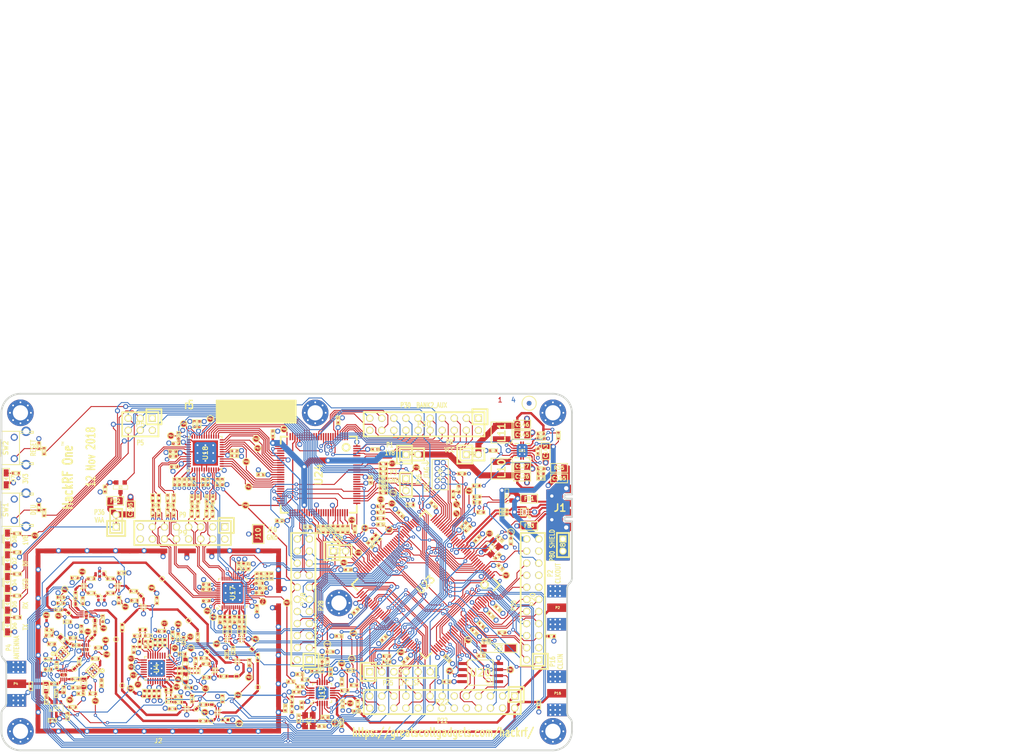
<source format=kicad_pcb>
(kicad_pcb (version 4) (host pcbnew 4.0.6)
  (title_block (date "19 may 2014"))
  (layers (0 C1F signal) (1 C2 signal hide) (2 C3 signal hide) (31 C4B signal) (34 B.Paste user) (35 F.Paste user) (36 B.SilkS user) (37 F.SilkS user) (38 B.Mask user) (39 F.Mask user) (44 Edge.Cuts user))
  (net 0 "")
  (net 1 !MIX_BYPASS)
  (net 2 !RX_AMP_PWR)
  (net 3 !TX_AMP_PWR)
  (net 4 !VAA_ENABLE)
  (net 5 +1.8V)
  (net 6 /baseband/CLK0)
  (net 7 /baseband/CLK1)
  (net 8 /baseband/CLK2)
  (net 9 /baseband/CLK3)
  (net 10 /baseband/CLK5)
  (net 11 /baseband/COM)
  (net 12 /baseband/CPOUT+)
  (net 13 /baseband/CPOUT-)
  (net 14 /baseband/IA+)
  (net 15 /baseband/IA-)
  (net 16 /baseband/ID+)
  (net 17 /baseband/ID-)
  (net 18 /baseband/INTR)
  (net 19 /baseband/OEB)
  (net 20 /baseband/QA+)
  (net 21 /baseband/QA-)
  (net 22 /baseband/QD+)
  (net 23 /baseband/QD-)
  (net 24 /baseband/REFN)
  (net 25 /baseband/REFP)
  (net 26 /baseband/RXBBI+)
  (net 27 /baseband/RXBBI-)
  (net 28 /baseband/RXBBQ+)
  (net 29 /baseband/RXBBQ-)
  (net 30 /baseband/TXBBI+)
  (net 31 /baseband/TXBBI-)
  (net 32 /baseband/TXBBQ+)
  (net 33 /baseband/TXBBQ-)
  (net 34 /baseband/XA)
  (net 35 /baseband/XB)
  (net 36 /baseband/XCVR_CLKOUT)
  (net 37 /baseband/XTAL2)
  (net 38 /frontend/REF_IN)
  (net 39 /frontend/RX_AMP_OUT)
  (net 40 /frontend/TX_AMP_IN)
  (net 41 /frontend/TX_AMP_OUT)
  (net 42 /mcu/usb/power/ADC0_0)
  (net 43 /mcu/usb/power/ADC0_2)
  (net 44 /mcu/usb/power/ADC0_5)
  (net 45 /mcu/usb/power/ADC0_6)
  (net 46 /mcu/usb/power/B1AUX13)
  (net 47 /mcu/usb/power/B1AUX14)
  (net 48 /mcu/usb/power/B2AUX1)
  (net 49 /mcu/usb/power/B2AUX10)
  (net 50 /mcu/usb/power/B2AUX11)
  (net 51 /mcu/usb/power/B2AUX12)
  (net 52 /mcu/usb/power/B2AUX13)
  (net 53 /mcu/usb/power/B2AUX14)
  (net 54 /mcu/usb/power/B2AUX15)
  (net 55 /mcu/usb/power/B2AUX16)
  (net 56 /mcu/usb/power/B2AUX2)
  (net 57 /mcu/usb/power/B2AUX3)
  (net 58 /mcu/usb/power/B2AUX4)
  (net 59 /mcu/usb/power/B2AUX5)
  (net 60 /mcu/usb/power/B2AUX6)
  (net 61 /mcu/usb/power/B2AUX7)
  (net 62 /mcu/usb/power/B2AUX8)
  (net 63 /mcu/usb/power/B2AUX9)
  (net 64 /mcu/usb/power/BANK2F3M1)
  (net 65 /mcu/usb/power/BANK2F3M10)
  (net 66 /mcu/usb/power/BANK2F3M11)
  (net 67 /mcu/usb/power/BANK2F3M12)
  (net 68 /mcu/usb/power/BANK2F3M14)
  (net 69 /mcu/usb/power/BANK2F3M15)
  (net 70 /mcu/usb/power/BANK2F3M16)
  (net 71 /mcu/usb/power/BANK2F3M2)
  (net 72 /mcu/usb/power/BANK2F3M3)
  (net 73 /mcu/usb/power/BANK2F3M4)
  (net 74 /mcu/usb/power/BANK2F3M5)
  (net 75 /mcu/usb/power/BANK2F3M6)
  (net 76 /mcu/usb/power/BANK2F3M7)
  (net 77 /mcu/usb/power/BANK2F3M8)
  (net 78 /mcu/usb/power/BANK2F3M9)
  (net 79 /mcu/usb/power/CPLD_TCK)
  (net 80 /mcu/usb/power/CPLD_TDI)
  (net 81 /mcu/usb/power/CPLD_TDO)
  (net 82 /mcu/usb/power/CPLD_TMS)
  (net 83 /mcu/usb/power/DBGEN)
  (net 84 /mcu/usb/power/DM)
  (net 85 /mcu/usb/power/DP)
  (net 86 /mcu/usb/power/EN1V8)
  (net 87 /mcu/usb/power/GCK0)
  (net 88 /mcu/usb/power/GPIO3_10)
  (net 89 /mcu/usb/power/GPIO3_11)
  (net 90 /mcu/usb/power/GPIO3_12)
  (net 91 /mcu/usb/power/GPIO3_13)
  (net 92 /mcu/usb/power/GPIO3_14)
  (net 93 /mcu/usb/power/GPIO3_15)
  (net 94 /mcu/usb/power/GPIO3_8)
  (net 95 /mcu/usb/power/GPIO3_9)
  (net 96 /mcu/usb/power/GP_CLKIN)
  (net 97 /mcu/usb/power/I2C1_SCL)
  (net 98 /mcu/usb/power/I2C1_SDA)
  (net 99 /mcu/usb/power/I2S0_RX_MCLK)
  (net 100 /mcu/usb/power/I2S0_RX_SCK)
  (net 101 /mcu/usb/power/I2S0_RX_SDA)
  (net 102 /mcu/usb/power/I2S0_RX_WS)
  (net 103 /mcu/usb/power/I2S0_TX_MCLK)
  (net 104 /mcu/usb/power/I2S0_TX_SCK)
  (net 105 /mcu/usb/power/ISP)
  (net 106 /mcu/usb/power/LED1)
  (net 107 /mcu/usb/power/LED2)
  (net 108 /mcu/usb/power/LED3)
  (net 109 /mcu/usb/power/P1_1)
  (net 110 /mcu/usb/power/P1_2)
  (net 111 /mcu/usb/power/P2_13)
  (net 112 /mcu/usb/power/P2_8)
  (net 113 /mcu/usb/power/P2_9)
  (net 114 /mcu/usb/power/REG_OUT1)
  (net 115 /mcu/usb/power/REG_OUT2)
  (net 116 /mcu/usb/power/RESET)
  (net 117 /mcu/usb/power/RREF)
  (net 118 /mcu/usb/power/RTCX1)
  (net 119 /mcu/usb/power/RTCX2)
  (net 120 /mcu/usb/power/RTC_ALARM)
  (net 121 /mcu/usb/power/SD_CD)
  (net 122 /mcu/usb/power/SD_CLK)
  (net 123 /mcu/usb/power/SD_CMD)
  (net 124 /mcu/usb/power/SD_DAT0)
  (net 125 /mcu/usb/power/SD_DAT1)
  (net 126 /mcu/usb/power/SD_DAT2)
  (net 127 /mcu/usb/power/SD_DAT3)
  (net 128 /mcu/usb/power/SD_POW)
  (net 129 /mcu/usb/power/SD_VOLT0)
  (net 130 /mcu/usb/power/SGPIO0)
  (net 131 /mcu/usb/power/SGPIO1)
  (net 132 /mcu/usb/power/SGPIO10)
  (net 133 /mcu/usb/power/SGPIO11)
  (net 134 /mcu/usb/power/SGPIO12)
  (net 135 /mcu/usb/power/SGPIO13)
  (net 136 /mcu/usb/power/SGPIO14)
  (net 137 /mcu/usb/power/SGPIO15)
  (net 138 /mcu/usb/power/SGPIO2)
  (net 139 /mcu/usb/power/SGPIO3)
  (net 140 /mcu/usb/power/SGPIO4)
  (net 141 /mcu/usb/power/SGPIO5)
  (net 142 /mcu/usb/power/SGPIO6)
  (net 143 /mcu/usb/power/SGPIO7)
  (net 144 /mcu/usb/power/SGPIO9)
  (net 145 /mcu/usb/power/SPIFI_CS)
  (net 146 /mcu/usb/power/SPIFI_MISO)
  (net 147 /mcu/usb/power/SPIFI_MOSI)
  (net 148 /mcu/usb/power/SPIFI_SCK)
  (net 149 /mcu/usb/power/SPIFI_SIO2)
  (net 150 /mcu/usb/power/SPIFI_SIO3)
  (net 151 /mcu/usb/power/TCK)
  (net 152 /mcu/usb/power/TDI)
  (net 153 /mcu/usb/power/TDO)
  (net 154 /mcu/usb/power/TMS)
  (net 155 /mcu/usb/power/U0_RXD)
  (net 156 /mcu/usb/power/U0_TXD)
  (net 157 /mcu/usb/power/USB_SHIELD)
  (net 158 /mcu/usb/power/VBAT)
  (net 159 /mcu/usb/power/VBUS)
  (net 160 /mcu/usb/power/VBUSCTRL)
  (net 161 /mcu/usb/power/VIN)
  (net 162 /mcu/usb/power/VREGMODE)
  (net 163 /mcu/usb/power/WAKEUP)
  (net 164 /mcu/usb/power/XTAL1)
  (net 165 /mcu/usb/power/XTAL2)
  (net 166 AMP_BYPASS)
  (net 167 CLK6)
  (net 168 CLKIN)
  (net 169 CLKOUT)
  (net 170 CS_AD)
  (net 171 CS_XCVR)
  (net 172 DA0)
  (net 173 DA1)
  (net 174 DA2)
  (net 175 DA3)
  (net 176 DA4)
  (net 177 DA5)
  (net 178 DA6)
  (net 179 DA7)
  (net 180 DD0)
  (net 181 DD1)
  (net 182 DD2)
  (net 183 DD3)
  (net 184 DD4)
  (net 185 DD5)
  (net 186 DD6)
  (net 187 DD7)
  (net 188 DD8)
  (net 189 DD9)
  (net 190 GCK1)
  (net 191 GCK2)
  (net 192 GND)
  (net 193 HP)
  (net 194 LP)
  (net 195 MCU_CLK)
  (net 196 MIXER_ENX)
  (net 197 MIXER_RESETX)
  (net 198 MIXER_SCLK)
  (net 199 MIXER_SDATA)
  (net 200 MIX_BYPASS)
  (net 201 MIX_CLK)
  (net 202 RSSI)
  (net 203 RX)
  (net 204 RXENABLE)
  (net 205 RX_AMP)
  (net 206 RX_IF)
  (net 207 RX_MIX_BP)
  (net 208 SCL)
  (net 209 SDA)
  (net 210 SGPIO_CLK)
  (net 211 SSP1_MISO)
  (net 212 SSP1_MOSI)
  (net 213 SSP1_SCK)
  (net 214 TXENABLE)
  (net 215 TX_AMP)
  (net 216 TX_IF)
  (net 217 TX_MIX_BP)
  (net 218 VAA)
  (net 219 VCC)
  (net 220 XCVR_EN)
  (net 221 "Net-(C8-Pad2)")
  (net 222 "Net-(C9-Pad2)")
  (net 223 "Net-(C9-Pad1)")
  (net 224 "Net-(C12-Pad1)")
  (net 225 "Net-(C13-Pad1)")
  (net 226 "Net-(C14-Pad2)")
  (net 227 "Net-(C14-Pad1)")
  (net 228 "Net-(C15-Pad2)")
  (net 229 "Net-(C17-Pad2)")
  (net 230 "Net-(C17-Pad1)")
  (net 231 "Net-(C18-Pad2)")
  (net 232 "Net-(C18-Pad1)")
  (net 233 "Net-(C20-Pad2)")
  (net 234 "Net-(C20-Pad1)")
  (net 235 "Net-(C21-Pad2)")
  (net 236 "Net-(C21-Pad1)")
  (net 237 "Net-(C23-Pad2)")
  (net 238 "Net-(C23-Pad1)")
  (net 239 "Net-(C25-Pad1)")
  (net 240 "Net-(C26-Pad2)")
  (net 241 "Net-(C26-Pad1)")
  (net 242 "Net-(C27-Pad2)")
  (net 243 "Net-(C27-Pad1)")
  (net 244 "Net-(C28-Pad2)")
  (net 245 "Net-(C28-Pad1)")
  (net 246 "Net-(C31-Pad2)")
  (net 247 "Net-(C31-Pad1)")
  (net 248 "Net-(C32-Pad2)")
  (net 249 "Net-(C32-Pad1)")
  (net 250 "Net-(C43-Pad2)")
  (net 251 "Net-(C43-Pad1)")
  (net 252 "Net-(C44-Pad2)")
  (net 253 "Net-(C44-Pad1)")
  (net 254 "Net-(C46-Pad2)")
  (net 255 "Net-(C46-Pad1)")
  (net 256 "Net-(C48-Pad1)")
  (net 257 "Net-(C49-Pad2)")
  (net 258 "Net-(C50-Pad1)")
  (net 259 "Net-(C51-Pad2)")
  (net 260 "Net-(C51-Pad1)")
  (net 261 "Net-(C58-Pad2)")
  (net 262 "Net-(C59-Pad2)")
  (net 263 "Net-(C61-Pad2)")
  (net 264 "Net-(C61-Pad1)")
  (net 265 "Net-(C62-Pad2)")
  (net 266 "Net-(C64-Pad2)")
  (net 267 "Net-(C64-Pad1)")
  (net 268 "Net-(C99-Pad2)")
  (net 269 "Net-(C99-Pad1)")
  (net 270 "Net-(C102-Pad2)")
  (net 271 "Net-(C102-Pad1)")
  (net 272 "Net-(C104-Pad2)")
  (net 273 "Net-(C104-Pad1)")
  (net 274 "Net-(C105-Pad1)")
  (net 275 "Net-(C106-Pad1)")
  (net 276 "Net-(C111-Pad2)")
  (net 277 "Net-(C111-Pad1)")
  (net 278 "Net-(C114-Pad2)")
  (net 279 "Net-(C114-Pad1)")
  (net 280 "Net-(C125-Pad2)")
  (net 281 "Net-(D2-Pad2)")
  (net 282 "Net-(D4-Pad2)")
  (net 283 "Net-(D5-Pad2)")
  (net 284 "Net-(D6-Pad2)")
  (net 285 "Net-(D7-Pad2)")
  (net 286 "Net-(D8-Pad2)")
  (net 287 "Net-(FB1-Pad1)")
  (net 288 "Net-(FB2-Pad1)")
  (net 289 "Net-(FB3-Pad1)")
  (net 290 "Net-(J1-Pad4)")
  (net 291 "Net-(J1-Pad3)")
  (net 292 "Net-(J1-Pad2)")
  (net 293 "Net-(L1-Pad2)")
  (net 294 "Net-(L1-Pad1)")
  (net 295 "Net-(L2-Pad1)")
  (net 296 "Net-(L3-Pad1)")
  (net 297 "Net-(L10-Pad1)")
  (net 298 "Net-(L11-Pad2)")
  (net 299 "Net-(P6-Pad1)")
  (net 300 "Net-(P7-Pad1)")
  (net 301 "Net-(P17-Pad1)")
  (net 302 "Net-(P19-Pad1)")
  (net 303 "Net-(P24-Pad1)")
  (net 304 "Net-(P25-Pad3)")
  (net 305 "Net-(P26-Pad7)")
  (net 306 "Net-(R4-Pad2)")
  (net 307 "Net-(R30-Pad2)")
  (net 308 "Net-(R19-Pad2)")
  (net 309 "Net-(R51-Pad1)")
  (net 310 "Net-(R52-Pad2)")
  (net 311 "Net-(R55-Pad2)")
  (net 312 "Net-(R62-Pad1)")
  (net 313 "Net-(U4-Pad1)")
  (net 314 "Net-(U4-Pad2)")
  (net 315 "Net-(U4-Pad3)")
  (net 316 "Net-(U4-Pad11)")
  (net 317 "Net-(U4-Pad13)")
  (net 318 "Net-(U4-Pad14)")
  (net 319 "Net-(U4-Pad17)")
  (net 320 "Net-(U4-Pad18)")
  (net 321 "Net-(U4-Pad20)")
  (net 322 "Net-(U4-Pad21)")
  (net 323 "Net-(U9-Pad2)")
  (net 324 "Net-(U12-Pad2)")
  (net 325 "Net-(U14-Pad2)")
  (net 326 "Net-(U15-Pad4)")
  (net 327 "Net-(U15-Pad6)")
  (net 328 "Net-(U17-Pad3)")
  (net 329 "Net-(U17-Pad6)")
  (net 330 "Net-(U17-Pad8)")
  (net 331 "Net-(U17-Pad9)")
  (net 332 "Net-(U17-Pad12)")
  (net 333 "Net-(U17-Pad14)")
  (net 334 "Net-(U17-Pad18)")
  (net 335 "Net-(U17-Pad33)")
  (net 336 "Net-(U17-Pad34)")
  (net 337 "Net-(U17-Pad40)")
  (net 338 "Net-(U18-Pad38)")
  (net 339 "Net-(U23-Pad89)")
  (net 340 "Net-(U23-Pad90)")
  (net 341 "Net-(U24-Pad14)")
  (net 342 "Net-(U24-Pad15)")
  (net 343 "Net-(U24-Pad16)")
  (net 344 "Net-(U24-Pad20)")
  (net 345 "Net-(U24-Pad25)")
  (net 346 "Net-(U24-Pad44)")
  (net 347 "Net-(U24-Pad46)")
  (net 348 "Net-(U24-Pad49)")
  (net 349 "Net-(U24-Pad50)")
  (net 350 "Net-(U24-Pad52)")
  (net 351 "Net-(U24-Pad53)")
  (net 352 "Net-(U24-Pad54)")
  (net 353 "Net-(U24-Pad58)")
  (net 354 "Net-(U24-Pad59)")
  (net 355 "Net-(U24-Pad60)")
  (net 356 "Net-(U24-Pad63)")
  (net 357 "Net-(U24-Pad65)")
  (net 358 "Net-(U24-Pad66)")
  (net 359 "Net-(U24-Pad68)")
  (net 360 "Net-(U24-Pad73)")
  (net 361 "Net-(U24-Pad75)")
  (net 362 "Net-(U24-Pad80)")
  (net 363 "Net-(U24-Pad82)")
  (net 364 "Net-(U24-Pad85)")
  (net 365 "Net-(U24-Pad86)")
  (net 366 "Net-(U24-Pad87)")
  (net 367 "Net-(U24-Pad93)")
  (net 368 "Net-(U24-Pad95)")
  (net 369 "Net-(U24-Pad96)")
  (net 370 /frontend/RX_AMP_IN)
  (net 371 "Net-(C171-Pad1)")
  (net 372 /frontend/ANT_BIAS_EN)
  (net 373 !ANT_BIAS_FAULT)
  (net 374 "Net-(R39-Pad2)")
  (net 375 "Net-(U13-Pad3)")
  (net 376 "Net-(U13-Pad4)")
  (net 377 "Net-(U13-Pad6)")
  (net 378 "Net-(U13-Pad8)")
  (net 379 "Net-(U25-Pad3)")
  (net 380 "Net-(U25-Pad4)")
  (net 381 "Net-(U25-Pad6)")
  (net 382 "Net-(U25-Pad8)")
  (module hackrf:GSG-SHIELD-BMI-S-230 (layer C1F) (at 93 152)
    (fp_text reference J2 (at 0 21) (layer F.SilkS) (effects (font (size 1.016 1.016) (thickness 0.2032))))
    (fp_text value RF-SHIELD-FRAME hide)
    (pad 0 smd rect (at -23.875 18.95) (size 3.85 1) (layers C1F F.Mask) (net 192 GND))
    (pad 0 smd rect (at -18 18.95) (size 3.8 1) (layers C1F F.Mask) (net 192 GND))
    (pad 0 smd rect (at -12 18.95) (size 3.8 1) (layers C1F F.Mask) (net 192 GND))
    (pad 0 smd rect (at -6 18.95) (size 3.8 1) (layers C1F F.Mask) (net 192 GND))
    (pad 0 smd rect (at 0 18.95) (size 3.8 1) (layers C1F F.Mask) (net 192 GND))
    (pad 0 smd rect (at 6 18.95) (size 3.8 1) (layers C1F F.Mask) (net 192 GND))
    (pad 0 smd rect (at 12 18.95) (size 3.8 1) (layers C1F F.Mask) (net 192 GND))
    (pad 0 smd rect (at 18 18.95) (size 3.8 1) (layers C1F F.Mask) (net 192 GND))
    (pad 0 smd rect (at 23.875 18.95) (size 3.85 1) (layers C1F F.Mask) (net 192 GND))
    (pad 0 smd rect (at 25.3 17.775 90) (size 3.35 1) (layers C1F F.Mask) (net 192 GND))
    (pad 0 smd rect (at 25.3 12 90) (size 3.8 1) (layers C1F F.Mask) (net 192 GND))
    (pad 0 smd rect (at 25.3 6 90) (size 3.8 1) (layers C1F F.Mask) (net 192 GND))
    (pad 0 smd rect (at 25.3 0 90) (size 3.8 1) (layers C1F F.Mask) (net 192 GND))
    (pad 0 smd rect (at 25.3 -6 90) (size 3.8 1) (layers C1F F.Mask) (net 192 GND))
    (pad 0 smd rect (at 25.3 -12 90) (size 3.8 1) (layers C1F F.Mask) (net 192 GND))
    (pad 0 smd rect (at 25.3 -17.775 90) (size 3.35 1) (layers C1F F.Mask) (net 192 GND))
    (pad 0 smd rect (at 23.875 -18.95) (size 3.85 1) (layers C1F F.Mask) (net 192 GND))
    (pad 0 smd rect (at 18 -18.95) (size 3.8 1) (layers C1F F.Mask) (net 192 GND))
    (pad 0 smd rect (at 12 -18.95) (size 3.8 1) (layers C1F F.Mask) (net 192 GND))
    (pad 0 smd rect (at 6 -18.95) (size 3.8 1) (layers C1F F.Mask) (net 192 GND))
    (pad 0 smd rect (at 0 -18.95) (size 3.8 1) (layers C1F F.Mask) (net 192 GND))
    (pad 0 smd rect (at -6 -18.95) (size 3.8 1) (layers C1F F.Mask) (net 192 GND))
    (pad 0 smd rect (at -12 -18.95) (size 3.8 1) (layers C1F F.Mask) (net 192 GND))
    (pad 0 smd rect (at -18 -18.95) (size 3.8 1) (layers C1F F.Mask) (net 192 GND))
    (pad 0 smd rect (at -23.875 -18.95) (size 3.85 1) (layers C1F F.Mask) (net 192 GND))
    (pad 0 smd rect (at -25.3 -17.775 90) (size 3.35 1) (layers C1F F.Mask) (net 192 GND))
    (pad 0 smd rect (at -25.3 -12 90) (size 3.8 1) (layers C1F F.Mask) (net 192 GND))
    (pad 0 smd rect (at -25.3 -6 90) (size 3.8 1) (layers C1F F.Mask) (net 192 GND))
    (pad 0 smd rect (at -25.3 0 90) (size 3.8 1) (layers C1F F.Mask) (net 192 GND))
    (pad 0 smd rect (at -25.3 6 90) (size 3.8 1) (layers C1F F.Mask) (net 192 GND))
    (pad 0 smd rect (at -25.3 12 90) (size 3.8 1) (layers C1F F.Mask) (net 192 GND))
    (pad 0 smd rect (at -25.3 17.775 90) (size 3.35 1) (layers C1F F.Mask) (net 192 GND))
  )
  (module hackrf:GSG-0402 (layer C1F) (at 85.25 137.67 180)
    (fp_text reference C30 (at 0 0.0508 180) (layer F.SilkS) (effects (font (size 0.4064 0.4064) (thickness 0.1016))))
    (fp_text value 10nF hide)
    (pad 2 smd rect (at 0.5334 0 180) (size 0.508 0.5588) (layers C1F F.Paste F.Mask) (net 218 VAA))
    (pad 1 smd rect (at -0.5334 0 180) (size 0.508 0.5588) (layers C1F F.Paste F.Mask) (net 192 GND))
  )
  (module hackrf:GSG-QFN20-4 (layer C1F) (at 127.4692 162.926 90)
    (fp_text reference U19 (at 0 0 90) (layer F.SilkS) (effects (font (size 1.00076 1.00076) (thickness 0.2032))))
    (fp_text value SI5351C hide)
    (pad 1 smd oval (at -2.2 -1 90) (size 1.2 0.32) (layers C1F F.Paste F.Mask) (net 34 /baseband/XA))
    (pad 2 smd oval (at -2.2 -0.5 90) (size 1.2 0.32) (layers C1F F.Paste F.Mask) (net 35 /baseband/XB))
    (pad 3 smd oval (at -2.2 0 90) (size 1.2 0.32) (layers C1F F.Paste F.Mask) (net 18 /baseband/INTR))
    (pad 4 smd oval (at -2.2 0.5 90) (size 1.2 0.32) (layers C1F F.Paste F.Mask) (net 208 SCL))
    (pad 5 smd oval (at -2.2 1 90) (size 1.2 0.32) (layers C1F F.Paste F.Mask) (net 209 SDA))
    (pad 6 smd oval (at -1 2.2 180) (size 1.2 0.32) (layers C1F F.Paste F.Mask) (net 168 CLKIN))
    (pad 7 smd oval (at -0.5 2.2 180) (size 1.2 0.32) (layers C1F F.Paste F.Mask) (net 19 /baseband/OEB))
    (pad 8 smd oval (at 0 2.2 180) (size 1.2 0.32) (layers C1F F.Paste F.Mask) (net 9 /baseband/CLK3))
    (pad 9 smd oval (at 0.5 2.2 180) (size 1.2 0.32) (layers C1F F.Paste F.Mask) (net 8 /baseband/CLK2))
    (pad 10 smd oval (at 1 2.2 180) (size 1.2 0.32) (layers C1F F.Paste F.Mask) (net 219 VCC))
    (pad 11 smd oval (at 2.2 1 90) (size 1.2 0.32) (layers C1F F.Paste F.Mask) (net 219 VCC))
    (pad 12 smd oval (at 2.2 0.5 90) (size 1.2 0.32) (layers C1F F.Paste F.Mask) (net 7 /baseband/CLK1))
    (pad 13 smd oval (at 2.2 0 90) (size 1.2 0.32) (layers C1F F.Paste F.Mask) (net 6 /baseband/CLK0))
    (pad 14 smd oval (at 2.2 -0.5 90) (size 1.2 0.32) (layers C1F F.Paste F.Mask) (net 219 VCC))
    (pad 15 smd oval (at 2.2 -1 90) (size 1.2 0.32) (layers C1F F.Paste F.Mask) (net 195 MCU_CLK))
    (pad 16 smd oval (at 1 -2.2 180) (size 1.2 0.32) (layers C1F F.Paste F.Mask) (net 167 CLK6))
    (pad 17 smd oval (at 0.5 -2.2 180) (size 1.2 0.32) (layers C1F F.Paste F.Mask) (net 10 /baseband/CLK5))
    (pad 18 smd oval (at 0 -2.2 180) (size 1.2 0.32) (layers C1F F.Paste F.Mask) (net 219 VCC))
    (pad 19 smd oval (at -0.5 -2.2 180) (size 1.2 0.32) (layers C1F F.Paste F.Mask) (net 201 MIX_CLK))
    (pad 20 smd oval (at -1 -2.2 180) (size 1.2 0.32) (layers C1F F.Paste F.Mask) (net 219 VCC))
    (pad 0 smd rect (at 0 0 90) (size 2.65 2.65) (layers C1F F.Mask) (net 192 GND))
    (pad 0 thru_hole circle (at 0 0 90) (size 0.6 0.6) (drill 0.35) (layers *.Cu B.Mask) (net 192 GND))
    (pad 0 thru_hole circle (at -0.66 -0.66 90) (size 0.6 0.6) (drill 0.35) (layers *.Cu B.Mask) (net 192 GND))
    (pad 0 thru_hole circle (at 0.66 -0.66 90) (size 0.6 0.6) (drill 0.35) (layers *.Cu B.Mask) (net 192 GND))
    (pad 0 thru_hole circle (at 0.66 0.66 90) (size 0.6 0.6) (drill 0.35) (layers *.Cu B.Mask) (net 192 GND))
    (pad 0 thru_hole circle (at -0.66 0.66 90) (size 0.6 0.6) (drill 0.35) (layers *.Cu B.Mask) (net 192 GND))
    (pad 0 smd rect (at -0.66 -0.66 90) (size 1.32 1.32) (layers C1F F.Paste) (net 192 GND))
    (pad 0 smd rect (at 0.66 -0.66 90) (size 1.32 1.32) (layers C1F F.Paste) (net 192 GND))
    (pad 0 smd rect (at -0.66 0.66 90) (size 1.32 1.32) (layers C1F F.Paste) (net 192 GND))
    (pad 0 smd rect (at 0.66 0.66 90) (size 1.32 1.32) (layers C1F F.Paste) (net 192 GND))
  )
  (module GSG-TESTPOINT-30MIL-MASKONLY (layer C1F) (at 89.31402 142.49908)
    (fp_text reference TESTPOINT-30MIL-MASKONLY hide)
    (fp_text value VAL** hide)
  )
  (module GSG-TESTPOINT-30MIL-MASKONLY (layer C1F) (at 84.1046 151.6574)
    (fp_text reference TESTPOINT-30MIL-MASKONLY hide)
    (fp_text value VAL** hide)
  )
  (module GSG-TESTPOINT-30MIL-MASKONLY (layer C1F) (at 75.57516 144.21358)
    (fp_text reference TESTPOINT-30MIL-MASKONLY hide)
    (fp_text value VAL** hide)
  )
  (module GSG-TESTPOINT-30MIL-MASKONLY (layer C1F) (at 74.0537 146.1516)
    (fp_text reference TESTPOINT-30MIL-MASKONLY hide)
    (fp_text value VAL** hide)
  )
  (module GSG-TESTPOINT-30MIL-MASKONLY (layer C1F) (at 93.782 138.932)
    (fp_text reference TESTPOINT-30MIL-MASKONLY hide)
    (fp_text value VAL** hide)
  )
  (module GSG-TESTPOINT-30MIL-MASKONLY (layer C1F) (at 85.4 161.3602)
    (fp_text reference TESTPOINT-30MIL-MASKONLY hide)
    (fp_text value VAL** hide)
  )
  (module GSG-TESTPOINT-30MIL-MASKONLY (layer C1F) (at 75.33894 157.8483)
    (fp_text reference TESTPOINT-30MIL-MASKONLY hide)
    (fp_text value VAL** hide)
  )
  (module GSG-TESTPOINT-30MIL-MASKONLY (layer C1F) (at 79.0321 151.36114)
    (fp_text reference TESTPOINT-30MIL-MASKONLY hide)
    (fp_text value VAL** hide)
  )
  (module GSG-TESTPOINT-30MIL-MASKONLY (layer C1F) (at 113.919 161.74974)
    (fp_text reference TESTPOINT-30MIL-MASKONLY hide)
    (fp_text value VAL** hide)
  )
  (module GSG-TESTPOINT-30MIL-MASKONLY (layer C1F) (at 104.11206 168.79824)
    (fp_text reference TESTPOINT-30MIL-MASKONLY hide)
    (fp_text value VAL** hide)
  )
  (module GSG-TESTPOINT-30MIL-MASKONLY (layer C1F) (at 104.25176 165.37432)
    (fp_text reference TESTPOINT-30MIL-MASKONLY hide)
    (fp_text value VAL** hide)
  )
  (module GSG-TESTPOINT-30MIL-MASKONLY (layer C1F) (at 101.0158 166.26332)
    (fp_text reference TESTPOINT-30MIL-MASKONLY hide)
    (fp_text value VAL** hide)
  )
  (module GSG-TESTPOINT-30MIL-MASKONLY (layer C1F) (at 79.6671 147.71116)
    (fp_text reference TESTPOINT-30MIL-MASKONLY hide)
    (fp_text value VAL** hide)
  )
  (module GSG-TESTPOINT-30MIL-MASKONLY (layer C1F) (at 109.47654 159.42564)
    (fp_text reference TESTPOINT-30MIL-MASKONLY hide)
    (fp_text value VAL** hide)
  )
  (module GSG-TESTPOINT-30MIL-MASKONLY (layer C1F) (at 99.36226 147.6883)
    (fp_text reference TESTPOINT-30MIL-MASKONLY hide)
    (fp_text value VAL** hide)
  )
  (module GSG-TESTPOINT-30MIL-MASKONLY (layer C1F) (at 103.23068 154.2796)
    (fp_text reference TESTPOINT-30MIL-MASKONLY hide)
    (fp_text value VAL** hide)
  )
  (module GSG-TESTPOINT-30MIL-MASKONLY (layer C1F) (at 112.71504 153.71064)
    (fp_text reference TESTPOINT-30MIL-MASKONLY hide)
    (fp_text value VAL** hide)
  )
  (module GSG-MARK1MM (layer C1F) (at 171 102)
    (fp_text reference MARK1MM hide)
    (fp_text value VAL** hide)
    (pad "" smd circle (at 0 0) (size 1 1) (layers *.Cu *.Mask))
  )
  (module gsg-modules:LTST-S220 (layer C1F) (at 61 117.9 270)
    (fp_text reference D7 (at 0 -1.5 270) (layer F.SilkS) (effects (font (size 0.762 0.762) (thickness 0.1905))))
    (fp_text value VCCLED hide)
    (pad 1 smd rect (at 1.25 0 270) (size 1.5 1) (layers C1F F.Paste F.Mask) (net 192 GND) (clearance 0.1778))
    (pad 2 smd rect (at -1.25 0 270) (size 1.5 1) (layers C1F F.Paste F.Mask) (net 285 "Net-(D7-Pad2)") (clearance 0.1778))
  )
  (module gsg-modules:LTST-S220 (layer C1F) (at 61.27 130.55 270)
    (fp_text reference D8 (at 0 -1.5 270) (layer F.SilkS) (effects (font (size 0.762 0.762) (thickness 0.1905))))
    (fp_text value 1V8LED hide)
    (pad 1 smd rect (at 1.25 0 270) (size 1.5 1) (layers C1F F.Paste F.Mask) (net 192 GND) (clearance 0.1778))
    (pad 2 smd rect (at -1.25 0 270) (size 1.5 1) (layers C1F F.Paste F.Mask) (net 286 "Net-(D8-Pad2)") (clearance 0.1778))
  )
  (module gsg-modules:LTST-S220 (layer C1F) (at 61.27 135.122 270)
    (fp_text reference D2 (at 0 -1.5 270) (layer F.SilkS) (effects (font (size 0.762 0.762) (thickness 0.1905))))
    (fp_text value VAALED hide)
    (pad 1 smd rect (at 1.25 0 270) (size 1.5 1) (layers C1F F.Paste F.Mask) (net 192 GND) (clearance 0.1778))
    (pad 2 smd rect (at -1.25 0 270) (size 1.5 1) (layers C1F F.Paste F.Mask) (net 281 "Net-(D2-Pad2)") (clearance 0.1778))
  )
  (module gsg-modules:LTST-S220 (layer C1F) (at 61.27 139.694 270)
    (fp_text reference D4 (at 0 -1.5 270) (layer F.SilkS) (effects (font (size 0.762 0.762) (thickness 0.1905))))
    (fp_text value USBLED hide)
    (pad 1 smd rect (at 1.25 0 270) (size 1.5 1) (layers C1F F.Paste F.Mask) (net 192 GND) (clearance 0.1778))
    (pad 2 smd rect (at -1.25 0 270) (size 1.5 1) (layers C1F F.Paste F.Mask) (net 282 "Net-(D4-Pad2)") (clearance 0.1778))
  )
  (module gsg-modules:LTST-S220 (layer C1F) (at 61.27 144.266 270)
    (fp_text reference D5 (at 0 -1.5 270) (layer F.SilkS) (effects (font (size 0.762 0.762) (thickness 0.1905))))
    (fp_text value RXLED hide)
    (pad 1 smd rect (at 1.25 0 270) (size 1.5 1) (layers C1F F.Paste F.Mask) (net 192 GND) (clearance 0.1778))
    (pad 2 smd rect (at -1.25 0 270) (size 1.5 1) (layers C1F F.Paste F.Mask) (net 283 "Net-(D5-Pad2)") (clearance 0.1778))
  )
  (module gsg-modules:LTST-S220 (layer C1F) (at 61.27 148.838 270)
    (fp_text reference D6 (at 0 -1.5 270) (layer F.SilkS) (effects (font (size 0.762 0.762) (thickness 0.1905))))
    (fp_text value TXLED hide)
    (pad 1 smd rect (at 1.25 0 270) (size 1.5 1) (layers C1F F.Paste F.Mask) (net 192 GND) (clearance 0.1778))
    (pad 2 smd rect (at -1.25 0 270) (size 1.5 1) (layers C1F F.Paste F.Mask) (net 284 "Net-(D6-Pad2)") (clearance 0.1778))
  )
  (module hackrf:GSG-0402 (layer C1F) (at 91.0964 163.0468 270)
    (fp_text reference C1 (at 0 0.0508 270) (layer F.SilkS) (effects (font (size 0.4064 0.4064) (thickness 0.1016))))
    (fp_text value 33pF hide)
    (pad 2 smd rect (at 0.5334 0 270) (size 0.508 0.5588) (layers C1F F.Paste F.Mask) (net 192 GND))
    (pad 1 smd rect (at -0.5334 0 270) (size 0.508 0.5588) (layers C1F F.Paste F.Mask) (net 219 VCC))
  )
  (module hackrf:GSG-0402 (layer C1F) (at 90.0804 163.0468 270)
    (fp_text reference C2 (at 0 0.0508 270) (layer F.SilkS) (effects (font (size 0.4064 0.4064) (thickness 0.1016))))
    (fp_text value 10nF hide)
    (pad 2 smd rect (at 0.5334 0 270) (size 0.508 0.5588) (layers C1F F.Paste F.Mask) (net 192 GND))
    (pad 1 smd rect (at -0.5334 0 270) (size 0.508 0.5588) (layers C1F F.Paste F.Mask) (net 219 VCC))
  )
  (module hackrf:GSG-0402 (layer C1F) (at 93.1284 163.0468 270)
    (fp_text reference C3 (at 0 0.0508 270) (layer F.SilkS) (effects (font (size 0.4064 0.4064) (thickness 0.1016))))
    (fp_text value 33pF hide)
    (pad 2 smd rect (at 0.5334 0 270) (size 0.508 0.5588) (layers C1F F.Paste F.Mask) (net 192 GND))
    (pad 1 smd rect (at -0.5334 0 270) (size 0.508 0.5588) (layers C1F F.Paste F.Mask) (net 218 VAA))
  )
  (module hackrf:GSG-0402 (layer C1F) (at 92.1124 163.0468 270)
    (fp_text reference C4 (at 0 0.0508 270) (layer F.SilkS) (effects (font (size 0.4064 0.4064) (thickness 0.1016))))
    (fp_text value 10nF hide)
    (pad 2 smd rect (at 0.5334 0 270) (size 0.508 0.5588) (layers C1F F.Paste F.Mask) (net 192 GND))
    (pad 1 smd rect (at -0.5334 0 270) (size 0.508 0.5588) (layers C1F F.Paste F.Mask) (net 218 VAA))
  )
  (module hackrf:GSG-0402 (layer C1F) (at 92.341 152.328 90)
    (fp_text reference C5 (at 0 0.0508 90) (layer F.SilkS) (effects (font (size 0.4064 0.4064) (thickness 0.1016))))
    (fp_text value 33pF hide)
    (pad 2 smd rect (at 0.5334 0 90) (size 0.508 0.5588) (layers C1F F.Paste F.Mask) (net 192 GND))
    (pad 1 smd rect (at -0.5334 0 90) (size 0.508 0.5588) (layers C1F F.Paste F.Mask) (net 218 VAA))
  )
  (module hackrf:GSG-0402 (layer C1F) (at 93.357 152.328 90)
    (fp_text reference C6 (at 0 0.0508 90) (layer F.SilkS) (effects (font (size 0.4064 0.4064) (thickness 0.1016))))
    (fp_text value 10nF hide)
    (pad 2 smd rect (at 0.5334 0 90) (size 0.508 0.5588) (layers C1F F.Paste F.Mask) (net 192 GND))
    (pad 1 smd rect (at -0.5334 0 90) (size 0.508 0.5588) (layers C1F F.Paste F.Mask) (net 218 VAA))
  )
  (module hackrf:GSG-0402 (layer C1F) (at 107.084 168.5762 180)
    (fp_text reference C7 (at 0 0.0508 180) (layer F.SilkS) (effects (font (size 0.4064 0.4064) (thickness 0.1016))))
    (fp_text value 33pF hide)
    (pad 2 smd rect (at 0.5334 0 180) (size 0.508 0.5588) (layers C1F F.Paste F.Mask) (net 1 !MIX_BYPASS))
    (pad 1 smd rect (at -0.5334 0 180) (size 0.508 0.5588) (layers C1F F.Paste F.Mask) (net 192 GND))
  )
  (module hackrf:GSG-0402 (layer C1F) (at 113.919 155.448 270)
    (fp_text reference C8 (at 0 0.0508 270) (layer F.SilkS) (effects (font (size 0.4064 0.4064) (thickness 0.1016))))
    (fp_text value 22pF hide)
    (pad 2 smd rect (at 0.5334 0 270) (size 0.508 0.5588) (layers C1F F.Paste F.Mask) (net 221 "Net-(C8-Pad2)"))
    (pad 1 smd rect (at -0.5334 0 270) (size 0.508 0.5588) (layers C1F F.Paste F.Mask) (net 216 TX_IF))
  )
  (module hackrf:GSG-0402 (layer C1F) (at 85.4 149.1682 90)
    (fp_text reference C9 (at 0 0.0508 90) (layer F.SilkS) (effects (font (size 0.4064 0.4064) (thickness 0.1016))))
    (fp_text value 100nF hide)
    (pad 2 smd rect (at 0.5334 0 90) (size 0.508 0.5588) (layers C1F F.Paste F.Mask) (net 222 "Net-(C9-Pad2)"))
    (pad 1 smd rect (at -0.5334 0 90) (size 0.508 0.5588) (layers C1F F.Paste F.Mask) (net 223 "Net-(C9-Pad1)"))
  )
  (module hackrf:GSG-0402 (layer C1F) (at 87.9808 143.4816)
    (fp_text reference C10 (at 0 0.0508) (layer F.SilkS) (effects (font (size 0.4064 0.4064) (thickness 0.1016))))
    (fp_text value 10nF hide)
    (pad 2 smd rect (at 0.5334 0) (size 0.508 0.5588) (layers C1F F.Paste F.Mask) (net 218 VAA))
    (pad 1 smd rect (at -0.5334 0) (size 0.508 0.5588) (layers C1F F.Paste F.Mask) (net 192 GND))
  )
  (module hackrf:GSG-0402 (layer C1F) (at 84.7138 143.4622 90)
    (fp_text reference C11 (at 0 0.0508 90) (layer F.SilkS) (effects (font (size 0.4064 0.4064) (thickness 0.1016))))
    (fp_text value 33pF hide)
    (pad 2 smd rect (at 0.5334 0 90) (size 0.508 0.5588) (layers C1F F.Paste F.Mask) (net 193 HP))
    (pad 1 smd rect (at -0.5334 0 90) (size 0.508 0.5588) (layers C1F F.Paste F.Mask) (net 192 GND))
  )
  (module hackrf:GSG-0402 (layer C1F) (at 87.7944 153.8266 270)
    (fp_text reference C12 (at 0 0.0508 270) (layer F.SilkS) (effects (font (size 0.4064 0.4064) (thickness 0.1016))))
    (fp_text value 330pF hide)
    (pad 2 smd rect (at 0.5334 0 270) (size 0.508 0.5588) (layers C1F F.Paste F.Mask) (net 192 GND))
    (pad 1 smd rect (at -0.5334 0 270) (size 0.508 0.5588) (layers C1F F.Paste F.Mask) (net 224 "Net-(C12-Pad1)"))
  )
  (module hackrf:GSG-0402 (layer C1F) (at 88.5564 150.9056 180)
    (fp_text reference C13 (at 0 0.0508 180) (layer F.SilkS) (effects (font (size 0.4064 0.4064) (thickness 0.1016))))
    (fp_text value 330pF hide)
    (pad 2 smd rect (at 0.5334 0 180) (size 0.508 0.5588) (layers C1F F.Paste F.Mask) (net 192 GND))
    (pad 1 smd rect (at -0.5334 0 180) (size 0.508 0.5588) (layers C1F F.Paste F.Mask) (net 225 "Net-(C13-Pad1)"))
  )
  (module hackrf:GSG-0402 (layer C1F) (at 90.3344 152.6836 90)
    (fp_text reference C14 (at 0 0.0508 90) (layer F.SilkS) (effects (font (size 0.4064 0.4064) (thickness 0.1016))))
    (fp_text value 8p2 hide)
    (pad 2 smd rect (at 0.5334 0 90) (size 0.508 0.5588) (layers C1F F.Paste F.Mask) (net 226 "Net-(C14-Pad2)"))
    (pad 1 smd rect (at -0.5334 0 90) (size 0.508 0.5588) (layers C1F F.Paste F.Mask) (net 227 "Net-(C14-Pad1)"))
  )
  (module hackrf:GSG-0402 (layer C1F) (at 90.8424 150.9056)
    (fp_text reference C15 (at 0 0.0508) (layer F.SilkS) (effects (font (size 0.4064 0.4064) (thickness 0.1016))))
    (fp_text value 180pF hide)
    (pad 2 smd rect (at 0.5334 0) (size 0.508 0.5588) (layers C1F F.Paste F.Mask) (net 228 "Net-(C15-Pad2)"))
    (pad 1 smd rect (at -0.5334 0) (size 0.508 0.5588) (layers C1F F.Paste F.Mask) (net 227 "Net-(C14-Pad1)"))
  )
  (module hackrf:GSG-0402 (layer C1F) (at 106.4998 164.1566 270)
    (fp_text reference C16 (at 0 0.0508 270) (layer F.SilkS) (effects (font (size 0.4064 0.4064) (thickness 0.1016))))
    (fp_text value 10nF hide)
    (pad 2 smd rect (at 0.5334 0 270) (size 0.508 0.5588) (layers C1F F.Paste F.Mask) (net 218 VAA))
    (pad 1 smd rect (at -0.5334 0 270) (size 0.508 0.5588) (layers C1F F.Paste F.Mask) (net 192 GND))
  )
  (module hackrf:GSG-0402 (layer C1F) (at 82.9358 141.9382)
    (fp_text reference C17 (at 0 0.0508) (layer F.SilkS) (effects (font (size 0.4064 0.4064) (thickness 0.1016))))
    (fp_text value 100nF hide)
    (pad 2 smd rect (at 0.5334 0) (size 0.508 0.5588) (layers C1F F.Paste F.Mask) (net 229 "Net-(C17-Pad2)"))
    (pad 1 smd rect (at -0.5334 0) (size 0.508 0.5588) (layers C1F F.Paste F.Mask) (net 230 "Net-(C17-Pad1)"))
  )
  (module hackrf:GSG-0402 (layer C1F) (at 78.8718 141.9382)
    (fp_text reference C18 (at 0 0.0508) (layer F.SilkS) (effects (font (size 0.4064 0.4064) (thickness 0.1016))))
    (fp_text value 100nF hide)
    (pad 2 smd rect (at 0.5334 0) (size 0.508 0.5588) (layers C1F F.Paste F.Mask) (net 231 "Net-(C18-Pad2)"))
    (pad 1 smd rect (at -0.5334 0) (size 0.508 0.5588) (layers C1F F.Paste F.Mask) (net 232 "Net-(C18-Pad1)"))
  )
  (module hackrf:GSG-0402 (layer C1F) (at 77.1 143.59 90)
    (fp_text reference C19 (at 0 0.0508 90) (layer F.SilkS) (effects (font (size 0.4064 0.4064) (thickness 0.1016))))
    (fp_text value 10nF hide)
    (pad 2 smd rect (at 0.5334 0 90) (size 0.508 0.5588) (layers C1F F.Paste F.Mask) (net 218 VAA))
    (pad 1 smd rect (at -0.5334 0 90) (size 0.508 0.5588) (layers C1F F.Paste F.Mask) (net 192 GND))
  )
  (module hackrf:GSG-0402 (layer C1F) (at 87.8078 141.5288)
    (fp_text reference C20 (at 0 0.0508) (layer F.SilkS) (effects (font (size 0.4064 0.4064) (thickness 0.1016))))
    (fp_text value 100nF hide)
    (pad 2 smd rect (at 0.5334 0) (size 0.508 0.5588) (layers C1F F.Paste F.Mask) (net 233 "Net-(C20-Pad2)"))
    (pad 1 smd rect (at -0.5334 0) (size 0.508 0.5588) (layers C1F F.Paste F.Mask) (net 234 "Net-(C20-Pad1)"))
  )
  (module hackrf:GSG-0402 (layer C1F) (at 102.4382 165.3794 180)
    (fp_text reference C21 (at 0 0.0508 180) (layer F.SilkS) (effects (font (size 0.4064 0.4064) (thickness 0.1016))))
    (fp_text value 22pF hide)
    (pad 2 smd rect (at 0.5334 0 180) (size 0.508 0.5588) (layers C1F F.Paste F.Mask) (net 235 "Net-(C21-Pad2)"))
    (pad 1 smd rect (at -0.5334 0 180) (size 0.508 0.5588) (layers C1F F.Paste F.Mask) (net 236 "Net-(C21-Pad1)"))
  )
  (module hackrf:GSG-0402 (layer C1F) (at 95.9732 166.2726)
    (fp_text reference C22 (at 0 0.0508) (layer F.SilkS) (effects (font (size 0.4064 0.4064) (thickness 0.1016))))
    (fp_text value 10nF hide)
    (pad 2 smd rect (at 0.5334 0) (size 0.508 0.5588) (layers C1F F.Paste F.Mask) (net 218 VAA))
    (pad 1 smd rect (at -0.5334 0) (size 0.508 0.5588) (layers C1F F.Paste F.Mask) (net 192 GND))
  )
  (module hackrf:GSG-0402 (layer C1F) (at 101.2698 151.1808 90)
    (fp_text reference C23 (at 0 0.0508 90) (layer F.SilkS) (effects (font (size 0.4064 0.4064) (thickness 0.1016))))
    (fp_text value 100nF hide)
    (pad 2 smd rect (at 0.5334 0 90) (size 0.508 0.5588) (layers C1F F.Paste F.Mask) (net 237 "Net-(C23-Pad2)"))
    (pad 1 smd rect (at -0.5334 0 90) (size 0.508 0.5588) (layers C1F F.Paste F.Mask) (net 238 "Net-(C23-Pad1)"))
  )
  (module hackrf:GSG-0402 (layer C1F) (at 92.6798 143.4816 270)
    (fp_text reference C24 (at 0 0.0508 270) (layer F.SilkS) (effects (font (size 0.4064 0.4064) (thickness 0.1016))))
    (fp_text value 33pF hide)
    (pad 2 smd rect (at 0.5334 0 270) (size 0.508 0.5588) (layers C1F F.Paste F.Mask) (net 203 RX))
    (pad 1 smd rect (at -0.5334 0 270) (size 0.508 0.5588) (layers C1F F.Paste F.Mask) (net 192 GND))
  )
  (module hackrf:GSG-0402 (layer C1F) (at 97.1924 163.7326)
    (fp_text reference C25 (at 0 0.0508) (layer F.SilkS) (effects (font (size 0.4064 0.4064) (thickness 0.1016))))
    (fp_text value 100nF hide)
    (pad 2 smd rect (at 0.5334 0) (size 0.508 0.5588) (layers C1F F.Paste F.Mask) (net 192 GND))
    (pad 1 smd rect (at -0.5334 0) (size 0.508 0.5588) (layers C1F F.Paste F.Mask) (net 239 "Net-(C25-Pad1)"))
  )
  (module hackrf:GSG-0402 (layer C1F) (at 78.8718 138.8902 180)
    (fp_text reference C26 (at 0 0.0508 180) (layer F.SilkS) (effects (font (size 0.4064 0.4064) (thickness 0.1016))))
    (fp_text value 47pF hide)
    (pad 2 smd rect (at 0.5334 0 180) (size 0.508 0.5588) (layers C1F F.Paste F.Mask) (net 240 "Net-(C26-Pad2)"))
    (pad 1 smd rect (at -0.5334 0 180) (size 0.508 0.5588) (layers C1F F.Paste F.Mask) (net 241 "Net-(C26-Pad1)"))
  )
  (module hackrf:GSG-0402 (layer C1F) (at 82.9358 138.8902)
    (fp_text reference C27 (at 0 0.0508) (layer F.SilkS) (effects (font (size 0.4064 0.4064) (thickness 0.1016))))
    (fp_text value 47pF hide)
    (pad 2 smd rect (at 0.5334 0) (size 0.508 0.5588) (layers C1F F.Paste F.Mask) (net 242 "Net-(C27-Pad2)"))
    (pad 1 smd rect (at -0.5334 0) (size 0.508 0.5588) (layers C1F F.Paste F.Mask) (net 243 "Net-(C27-Pad1)"))
  )
  (module hackrf:GSG-0402 (layer C1F) (at 97.1924 164.8756)
    (fp_text reference C28 (at 0 0.0508) (layer F.SilkS) (effects (font (size 0.4064 0.4064) (thickness 0.1016))))
    (fp_text value 100nF hide)
    (pad 2 smd rect (at 0.5334 0) (size 0.508 0.5588) (layers C1F F.Paste F.Mask) (net 244 "Net-(C28-Pad2)"))
    (pad 1 smd rect (at -0.5334 0) (size 0.508 0.5588) (layers C1F F.Paste F.Mask) (net 245 "Net-(C28-Pad1)"))
  )
  (module hackrf:GSG-0402 (layer C1F) (at 75.4174 138.7124 180)
    (fp_text reference C29 (at 0 0.0508 180) (layer F.SilkS) (effects (font (size 0.4064 0.4064) (thickness 0.1016))))
    (fp_text value 33pF hide)
    (pad 2 smd rect (at 0.5334 0 180) (size 0.508 0.5588) (layers C1F F.Paste F.Mask) (net 192 GND))
    (pad 1 smd rect (at -0.5334 0 180) (size 0.508 0.5588) (layers C1F F.Paste F.Mask) (net 194 LP))
  )
  (module hackrf:GSG-0402 (layer C1F) (at 75.5952 142.4462 90)
    (fp_text reference C31 (at 0 0.0508 90) (layer F.SilkS) (effects (font (size 0.4064 0.4064) (thickness 0.1016))))
    (fp_text value 100nF hide)
    (pad 2 smd rect (at 0.5334 0 90) (size 0.508 0.5588) (layers C1F F.Paste F.Mask) (net 246 "Net-(C31-Pad2)"))
    (pad 1 smd rect (at -0.5334 0 90) (size 0.508 0.5588) (layers C1F F.Paste F.Mask) (net 247 "Net-(C31-Pad1)"))
  )
  (module hackrf:GSG-0402 (layer C1F) (at 102.4382 168.8084 180)
    (fp_text reference C32 (at 0 0.0508 180) (layer F.SilkS) (effects (font (size 0.4064 0.4064) (thickness 0.1016))))
    (fp_text value 22pF hide)
    (pad 2 smd rect (at 0.5334 0 180) (size 0.508 0.5588) (layers C1F F.Paste F.Mask) (net 248 "Net-(C32-Pad2)"))
    (pad 1 smd rect (at -0.5334 0 180) (size 0.508 0.5588) (layers C1F F.Paste F.Mask) (net 249 "Net-(C32-Pad1)"))
  )
  (module hackrf:GSG-0402 (layer C1F) (at 100.1134 164.139 90)
    (fp_text reference C33 (at 0 0.0508 90) (layer F.SilkS) (effects (font (size 0.4064 0.4064) (thickness 0.1016))))
    (fp_text value 33pF hide)
    (pad 2 smd rect (at 0.5334 0 90) (size 0.508 0.5588) (layers C1F F.Paste F.Mask) (net 192 GND))
    (pad 1 smd rect (at -0.5334 0 90) (size 0.508 0.5588) (layers C1F F.Paste F.Mask) (net 203 RX))
  )
  (module hackrf:GSG-0402 (layer C1F) (at 98.31 151.9216 90)
    (fp_text reference C34 (at 0 0.0508 90) (layer F.SilkS) (effects (font (size 0.4064 0.4064) (thickness 0.1016))))
    (fp_text value 33pF hide)
    (pad 2 smd rect (at 0.5334 0 90) (size 0.508 0.5588) (layers C1F F.Paste F.Mask) (net 192 GND))
    (pad 1 smd rect (at -0.5334 0 90) (size 0.508 0.5588) (layers C1F F.Paste F.Mask) (net 197 MIXER_RESETX))
  )
  (module hackrf:GSG-0402 (layer C1F) (at 97.167 151.1596 90)
    (fp_text reference C35 (at 0 0.0508 90) (layer F.SilkS) (effects (font (size 0.4064 0.4064) (thickness 0.1016))))
    (fp_text value 33pF hide)
    (pad 2 smd rect (at 0.5334 0 90) (size 0.508 0.5588) (layers C1F F.Paste F.Mask) (net 192 GND))
    (pad 1 smd rect (at -0.5334 0 90) (size 0.508 0.5588) (layers C1F F.Paste F.Mask) (net 196 MIXER_ENX))
  )
  (module hackrf:GSG-0402 (layer C1F) (at 96.024 150.7786 90)
    (fp_text reference C36 (at 0 0.0508 90) (layer F.SilkS) (effects (font (size 0.4064 0.4064) (thickness 0.1016))))
    (fp_text value 33pF hide)
    (pad 2 smd rect (at 0.5334 0 90) (size 0.508 0.5588) (layers C1F F.Paste F.Mask) (net 192 GND))
    (pad 1 smd rect (at -0.5334 0 90) (size 0.508 0.5588) (layers C1F F.Paste F.Mask) (net 198 MIXER_SCLK))
  )
  (module hackrf:GSG-0402 (layer C1F) (at 93.738 149.915 180)
    (fp_text reference C37 (at 0 0.0508 180) (layer F.SilkS) (effects (font (size 0.4064 0.4064) (thickness 0.1016))))
    (fp_text value 33pF hide)
    (pad 2 smd rect (at 0.5334 0 180) (size 0.508 0.5588) (layers C1F F.Paste F.Mask) (net 192 GND))
    (pad 1 smd rect (at -0.5334 0 180) (size 0.508 0.5588) (layers C1F F.Paste F.Mask) (net 199 MIXER_SDATA))
  )
  (module hackrf:GSG-0402 (layer C1F) (at 72.4456 142.8272)
    (fp_text reference C38 (at 0 0.0508) (layer F.SilkS) (effects (font (size 0.4064 0.4064) (thickness 0.1016))))
    (fp_text value 33pF hide)
    (pad 2 smd rect (at 0.5334 0) (size 0.508 0.5588) (layers C1F F.Paste F.Mask) (net 1 !MIX_BYPASS))
    (pad 1 smd rect (at -0.5334 0) (size 0.508 0.5588) (layers C1F F.Paste F.Mask) (net 192 GND))
  )
  (module hackrf:GSG-0402 (layer C1F) (at 81.3054 147.3454 90)
    (fp_text reference C39 (at 0 0.0508 90) (layer F.SilkS) (effects (font (size 0.4064 0.4064) (thickness 0.1016))))
    (fp_text value 33pF hide)
    (pad 2 smd rect (at 0.5334 0 90) (size 0.508 0.5588) (layers C1F F.Paste F.Mask) (net 217 TX_MIX_BP))
    (pad 1 smd rect (at -0.5334 0 90) (size 0.508 0.5588) (layers C1F F.Paste F.Mask) (net 192 GND))
  )
  (module hackrf:GSG-0402 (layer C1F) (at 72.4456 144.0718)
    (fp_text reference C40 (at 0 0.0508) (layer F.SilkS) (effects (font (size 0.4064 0.4064) (thickness 0.1016))))
    (fp_text value 33pF hide)
    (pad 2 smd rect (at 0.5334 0) (size 0.508 0.5588) (layers C1F F.Paste F.Mask) (net 207 RX_MIX_BP))
    (pad 1 smd rect (at -0.5334 0) (size 0.508 0.5588) (layers C1F F.Paste F.Mask) (net 192 GND))
  )
  (module hackrf:GSG-0402 (layer C1F) (at 99.326 161.8276)
    (fp_text reference C41 (at 0 0.0508) (layer F.SilkS) (effects (font (size 0.4064 0.4064) (thickness 0.1016))))
    (fp_text value 100pF hide)
    (pad 2 smd rect (at 0.5334 0) (size 0.508 0.5588) (layers C1F F.Paste F.Mask) (net 192 GND))
    (pad 1 smd rect (at -0.5334 0) (size 0.508 0.5588) (layers C1F F.Paste F.Mask) (net 218 VAA))
  )
  (module hackrf:GSG-0402 (layer C1F) (at 98.056 154.7156 180)
    (fp_text reference C42 (at 0 0.0508 180) (layer F.SilkS) (effects (font (size 0.4064 0.4064) (thickness 0.1016))))
    (fp_text value 100pF hide)
    (pad 2 smd rect (at 0.5334 0 180) (size 0.508 0.5588) (layers C1F F.Paste F.Mask) (net 192 GND))
    (pad 1 smd rect (at -0.5334 0 180) (size 0.508 0.5588) (layers C1F F.Paste F.Mask) (net 218 VAA))
  )
  (module hackrf:GSG-0402 (layer C1F) (at 72.009 145.415 180)
    (fp_text reference C43 (at 0 0.0508 180) (layer F.SilkS) (effects (font (size 0.4064 0.4064) (thickness 0.1016))))
    (fp_text value 22pF hide)
    (pad 2 smd rect (at 0.5334 0 180) (size 0.508 0.5588) (layers C1F F.Paste F.Mask) (net 250 "Net-(C43-Pad2)"))
    (pad 1 smd rect (at -0.5334 0 180) (size 0.508 0.5588) (layers C1F F.Paste F.Mask) (net 251 "Net-(C43-Pad1)"))
  )
  (module hackrf:GSG-0402 (layer C1F) (at 79.6798 149.4282 90)
    (fp_text reference C44 (at 0 0.0508 90) (layer F.SilkS) (effects (font (size 0.4064 0.4064) (thickness 0.1016))))
    (fp_text value 100nF hide)
    (pad 2 smd rect (at 0.5334 0 90) (size 0.508 0.5588) (layers C1F F.Paste F.Mask) (net 252 "Net-(C44-Pad2)"))
    (pad 1 smd rect (at -0.5334 0 90) (size 0.508 0.5588) (layers C1F F.Paste F.Mask) (net 253 "Net-(C44-Pad1)"))
  )
  (module hackrf:GSG-0402 (layer C1F) (at 102.5906 155.6512)
    (fp_text reference C45 (at 0 0.0508) (layer F.SilkS) (effects (font (size 0.4064 0.4064) (thickness 0.1016))))
    (fp_text value 33pF hide)
    (pad 2 smd rect (at 0.5334 0) (size 0.508 0.5588) (layers C1F F.Paste F.Mask) (net 203 RX))
    (pad 1 smd rect (at -0.5334 0) (size 0.508 0.5588) (layers C1F F.Paste F.Mask) (net 192 GND))
  )
  (module hackrf:GSG-0402 (layer C1F) (at 103.0478 156.7942 180)
    (fp_text reference C46 (at 0 0.0508 180) (layer F.SilkS) (effects (font (size 0.4064 0.4064) (thickness 0.1016))))
    (fp_text value 100nF hide)
    (pad 2 smd rect (at 0.5334 0 180) (size 0.508 0.5588) (layers C1F F.Paste F.Mask) (net 254 "Net-(C46-Pad2)"))
    (pad 1 smd rect (at -0.5334 0 180) (size 0.508 0.5588) (layers C1F F.Paste F.Mask) (net 255 "Net-(C46-Pad1)"))
  )
  (module hackrf:GSG-0402 (layer C1F) (at 112.1664 156.5656 90)
    (fp_text reference C47 (at 0 0.0508 90) (layer F.SilkS) (effects (font (size 0.4064 0.4064) (thickness 0.1016))))
    (fp_text value 33pF hide)
    (pad 2 smd rect (at 0.5334 0 90) (size 0.508 0.5588) (layers C1F F.Paste F.Mask) (net 200 MIX_BYPASS))
    (pad 1 smd rect (at -0.5334 0 90) (size 0.508 0.5588) (layers C1F F.Paste F.Mask) (net 192 GND))
  )
  (module hackrf:GSG-0402 (layer C1F) (at 108.7374 154.0002 90)
    (fp_text reference C48 (at 0 0.0508 90) (layer F.SilkS) (effects (font (size 0.4064 0.4064) (thickness 0.1016))))
    (fp_text value 22pF hide)
    (pad 2 smd rect (at 0.5334 0 90) (size 0.508 0.5588) (layers C1F F.Paste F.Mask) (net 206 RX_IF))
    (pad 1 smd rect (at -0.5334 0 90) (size 0.508 0.5588) (layers C1F F.Paste F.Mask) (net 256 "Net-(C48-Pad1)"))
  )
  (module hackrf:GSG-0402 (layer C1F) (at 100.85 156.2396 270)
    (fp_text reference C49 (at 0 0.0508 270) (layer F.SilkS) (effects (font (size 0.4064 0.4064) (thickness 0.1016))))
    (fp_text value 100nF hide)
    (pad 2 smd rect (at 0.5334 0 270) (size 0.508 0.5588) (layers C1F F.Paste F.Mask) (net 257 "Net-(C49-Pad2)"))
    (pad 1 smd rect (at -0.5334 0 270) (size 0.508 0.5588) (layers C1F F.Paste F.Mask) (net 192 GND))
  )
  (module hackrf:GSG-0402 (layer C1F) (at 75.678 152.92)
    (fp_text reference C50 (at 0 0.0508) (layer F.SilkS) (effects (font (size 0.4064 0.4064) (thickness 0.1016))))
    (fp_text value 100nF hide)
    (pad 2 smd rect (at 0.5334 0) (size 0.508 0.5588) (layers C1F F.Paste F.Mask) (net 39 /frontend/RX_AMP_OUT))
    (pad 1 smd rect (at -0.5334 0) (size 0.508 0.5588) (layers C1F F.Paste F.Mask) (net 258 "Net-(C50-Pad1)"))
  )
  (module hackrf:GSG-0402 (layer C1F) (at 106.7414 159.434 180)
    (fp_text reference C51 (at 0 0.0508 180) (layer F.SilkS) (effects (font (size 0.4064 0.4064) (thickness 0.1016))))
    (fp_text value 22pF hide)
    (pad 2 smd rect (at 0.5334 0 180) (size 0.508 0.5588) (layers C1F F.Paste F.Mask) (net 259 "Net-(C51-Pad2)"))
    (pad 1 smd rect (at -0.5334 0 180) (size 0.508 0.5588) (layers C1F F.Paste F.Mask) (net 260 "Net-(C51-Pad1)"))
  )
  (module hackrf:GSG-0402 (layer C1F) (at 70.03 150.82 180)
    (fp_text reference C52 (at 0 0.0508 180) (layer F.SilkS) (effects (font (size 0.4064 0.4064) (thickness 0.1016))))
    (fp_text value 100pF hide)
    (pad 2 smd rect (at 0.5334 0 180) (size 0.508 0.5588) (layers C1F F.Paste F.Mask) (net 192 GND))
    (pad 1 smd rect (at -0.5334 0 180) (size 0.508 0.5588) (layers C1F F.Paste F.Mask) (net 218 VAA))
  )
  (module hackrf:GSG-0402 (layer C1F) (at 70.6 152.62 180)
    (fp_text reference C53 (at 0 0.0508 180) (layer F.SilkS) (effects (font (size 0.4064 0.4064) (thickness 0.1016))))
    (fp_text value 1uF hide)
    (pad 2 smd rect (at 0.5334 0 180) (size 0.508 0.5588) (layers C1F F.Paste F.Mask) (net 192 GND))
    (pad 1 smd rect (at -0.5334 0 180) (size 0.508 0.5588) (layers C1F F.Paste F.Mask) (net 218 VAA))
  )
  (module hackrf:GSG-0402 (layer C1F) (at 103.124 159.6644)
    (fp_text reference C54 (at 0 0.0508) (layer F.SilkS) (effects (font (size 0.4064 0.4064) (thickness 0.1016))))
    (fp_text value 10nF hide)
    (pad 2 smd rect (at 0.5334 0) (size 0.508 0.5588) (layers C1F F.Paste F.Mask) (net 218 VAA))
    (pad 1 smd rect (at -0.5334 0) (size 0.508 0.5588) (layers C1F F.Paste F.Mask) (net 192 GND))
  )
  (module hackrf:GSG-0402 (layer C1F) (at 80.377 153.428)
    (fp_text reference C55 (at 0 0.0508) (layer F.SilkS) (effects (font (size 0.4064 0.4064) (thickness 0.1016))))
    (fp_text value 33pF hide)
    (pad 2 smd rect (at 0.5334 0) (size 0.508 0.5588) (layers C1F F.Paste F.Mask) (net 192 GND))
    (pad 1 smd rect (at -0.5334 0) (size 0.508 0.5588) (layers C1F F.Paste F.Mask) (net 215 TX_AMP))
  )
  (module hackrf:GSG-0402 (layer C1F) (at 107.3912 154.8638 270)
    (fp_text reference C56 (at 0 0.0508 270) (layer F.SilkS) (effects (font (size 0.4064 0.4064) (thickness 0.1016))))
    (fp_text value 10nF hide)
    (pad 2 smd rect (at 0.5334 0 270) (size 0.508 0.5588) (layers C1F F.Paste F.Mask) (net 218 VAA))
    (pad 1 smd rect (at -0.5334 0 270) (size 0.508 0.5588) (layers C1F F.Paste F.Mask) (net 192 GND))
  )
  (module hackrf:GSG-0402 (layer C1F) (at 76.835 149.4282 90)
    (fp_text reference C57 (at 0 0.0508 90) (layer F.SilkS) (effects (font (size 0.4064 0.4064) (thickness 0.1016))))
    (fp_text value 33pF hide)
    (pad 2 smd rect (at 0.5334 0 90) (size 0.508 0.5588) (layers C1F F.Paste F.Mask) (net 192 GND))
    (pad 1 smd rect (at -0.5334 0 90) (size 0.508 0.5588) (layers C1F F.Paste F.Mask) (net 166 AMP_BYPASS))
  )
  (module hackrf:GSG-0402 (layer C1F) (at 71.614 157.111 90)
    (fp_text reference C58 (at 0 0.0508 90) (layer F.SilkS) (effects (font (size 0.4064 0.4064) (thickness 0.1016))))
    (fp_text value 100nF hide)
    (pad 2 smd rect (at 0.5334 0 90) (size 0.508 0.5588) (layers C1F F.Paste F.Mask) (net 261 "Net-(C58-Pad2)"))
    (pad 1 smd rect (at -0.5334 0 90) (size 0.508 0.5588) (layers C1F F.Paste F.Mask) (net 370 /frontend/RX_AMP_IN))
  )
  (module hackrf:GSG-0402 (layer C1F) (at 79.742 155.714)
    (fp_text reference C59 (at 0 0.0508) (layer F.SilkS) (effects (font (size 0.4064 0.4064) (thickness 0.1016))))
    (fp_text value 100nF hide)
    (pad 2 smd rect (at 0.5334 0) (size 0.508 0.5588) (layers C1F F.Paste F.Mask) (net 262 "Net-(C59-Pad2)"))
    (pad 1 smd rect (at -0.5334 0) (size 0.508 0.5588) (layers C1F F.Paste F.Mask) (net 40 /frontend/TX_AMP_IN))
  )
  (module hackrf:GSG-0402 (layer C1F) (at 75.043 151.396)
    (fp_text reference C60 (at 0 0.0508) (layer F.SilkS) (effects (font (size 0.4064 0.4064) (thickness 0.1016))))
    (fp_text value 33pF hide)
    (pad 2 smd rect (at 0.5334 0) (size 0.508 0.5588) (layers C1F F.Paste F.Mask) (net 205 RX_AMP))
    (pad 1 smd rect (at -0.5334 0) (size 0.508 0.5588) (layers C1F F.Paste F.Mask) (net 192 GND))
  )
  (module hackrf:GSG-0402 (layer C1F) (at 76.3638 156.3236 90)
    (fp_text reference C61 (at 0 0.0508 90) (layer F.SilkS) (effects (font (size 0.4064 0.4064) (thickness 0.1016))))
    (fp_text value 100nF hide)
    (pad 2 smd rect (at 0.5334 0 90) (size 0.508 0.5588) (layers C1F F.Paste F.Mask) (net 263 "Net-(C61-Pad2)"))
    (pad 1 smd rect (at -0.5334 0 90) (size 0.508 0.5588) (layers C1F F.Paste F.Mask) (net 264 "Net-(C61-Pad1)"))
  )
  (module hackrf:GSG-0402 (layer C1F) (at 75.551 160.032)
    (fp_text reference C62 (at 0 0.0508) (layer F.SilkS) (effects (font (size 0.4064 0.4064) (thickness 0.1016))))
    (fp_text value 100nF hide)
    (pad 2 smd rect (at 0.5334 0) (size 0.508 0.5588) (layers C1F F.Paste F.Mask) (net 265 "Net-(C62-Pad2)"))
    (pad 1 smd rect (at -0.5334 0) (size 0.508 0.5588) (layers C1F F.Paste F.Mask) (net 41 /frontend/TX_AMP_OUT))
  )
  (module hackrf:GSG-0402 (layer C1F) (at 73.0872 162.2418 270)
    (fp_text reference C63 (at 0 0.0508 270) (layer F.SilkS) (effects (font (size 0.4064 0.4064) (thickness 0.1016))))
    (fp_text value 33pF hide)
    (pad 2 smd rect (at 0.5334 0 270) (size 0.508 0.5588) (layers C1F F.Paste F.Mask) (net 192 GND))
    (pad 1 smd rect (at -0.5334 0 270) (size 0.508 0.5588) (layers C1F F.Paste F.Mask) (net 215 TX_AMP))
  )
  (module hackrf:GSG-0402 (layer C1F) (at 71.1 161 180)
    (fp_text reference C64 (at 0 0.0508 180) (layer F.SilkS) (effects (font (size 0.4064 0.4064) (thickness 0.1016))))
    (fp_text value 100nF hide)
    (pad 2 smd rect (at 0.5334 0 180) (size 0.508 0.5588) (layers C1F F.Paste F.Mask) (net 266 "Net-(C64-Pad2)"))
    (pad 1 smd rect (at -0.5334 0 180) (size 0.508 0.5588) (layers C1F F.Paste F.Mask) (net 267 "Net-(C64-Pad1)"))
  )
  (module hackrf:GSG-0402 (layer C1F) (at 69.836 158)
    (fp_text reference C65 (at 0 0.0508) (layer F.SilkS) (effects (font (size 0.4064 0.4064) (thickness 0.1016))))
    (fp_text value 33pF hide)
    (pad 2 smd rect (at 0.5334 0) (size 0.508 0.5588) (layers C1F F.Paste F.Mask) (net 166 AMP_BYPASS))
    (pad 1 smd rect (at -0.5334 0) (size 0.508 0.5588) (layers C1F F.Paste F.Mask) (net 192 GND))
  )
  (module hackrf:GSG-0402 (layer C1F) (at 69.836 155.841)
    (fp_text reference C66 (at 0 0.0508) (layer F.SilkS) (effects (font (size 0.4064 0.4064) (thickness 0.1016))))
    (fp_text value 33pF hide)
    (pad 2 smd rect (at 0.5334 0) (size 0.508 0.5588) (layers C1F F.Paste F.Mask) (net 205 RX_AMP))
    (pad 1 smd rect (at -0.5334 0) (size 0.508 0.5588) (layers C1F F.Paste F.Mask) (net 192 GND))
  )
  (module hackrf:GSG-0402 (layer C1F) (at 121.0802 164.2964 270)
    (fp_text reference C67 (at 0 0.0508 270) (layer F.SilkS) (effects (font (size 0.4064 0.4064) (thickness 0.1016))))
    (fp_text value 33pF hide)
    (pad 2 smd rect (at 0.5334 0 270) (size 0.508 0.5588) (layers C1F F.Paste F.Mask) (net 38 /frontend/REF_IN))
    (pad 1 smd rect (at -0.5334 0 270) (size 0.508 0.5588) (layers C1F F.Paste F.Mask) (net 201 MIX_CLK))
  )
  (module hackrf:GSG-0402 (layer C1F) (at 127.4624 155.7214 90)
    (fp_text reference C68 (at 0 0.0508 90) (layer F.SilkS) (effects (font (size 0.4064 0.4064) (thickness 0.1016))))
    (fp_text value 100pF hide)
    (pad 2 smd rect (at 0.5334 0 90) (size 0.508 0.5588) (layers C1F F.Paste F.Mask) (net 192 GND))
    (pad 1 smd rect (at -0.5334 0 90) (size 0.508 0.5588) (layers C1F F.Paste F.Mask) (net 190 GCK1))
  )
  (module hackrf:GSG-0402 (layer C1F) (at 129.088 154.2736)
    (fp_text reference C69 (at 0 0.0508) (layer F.SilkS) (effects (font (size 0.4064 0.4064) (thickness 0.1016))))
    (fp_text value 100pF hide)
    (pad 2 smd rect (at 0.5334 0) (size 0.508 0.5588) (layers C1F F.Paste F.Mask) (net 192 GND))
    (pad 1 smd rect (at -0.5334 0) (size 0.508 0.5588) (layers C1F F.Paste F.Mask) (net 191 GCK2))
  )
  (module hackrf:GSG-0402 (layer C1F) (at 121.0802 166.3284 270)
    (fp_text reference C70 (at 0 0.0508 270) (layer F.SilkS) (effects (font (size 0.4064 0.4064) (thickness 0.1016))))
    (fp_text value 100pF hide)
    (pad 2 smd rect (at 0.5334 0 270) (size 0.508 0.5588) (layers C1F F.Paste F.Mask) (net 192 GND))
    (pad 1 smd rect (at -0.5334 0 270) (size 0.508 0.5588) (layers C1F F.Paste F.Mask) (net 38 /frontend/REF_IN))
  )
  (module hackrf:GSG-0402 (layer C1F) (at 100.4824 118.5578 270)
    (fp_text reference C71 (at 0 0.0508 270) (layer F.SilkS) (effects (font (size 0.4064 0.4064) (thickness 0.1016))))
    (fp_text value 100nF hide)
    (pad 2 smd rect (at 0.5334 0 270) (size 0.508 0.5588) (layers C1F F.Paste F.Mask) (net 192 GND))
    (pad 1 smd rect (at -0.5334 0 270) (size 0.508 0.5588) (layers C1F F.Paste F.Mask) (net 218 VAA))
  )
  (module hackrf:GSG-0402 (layer C1F) (at 99.4664 118.5578 270)
    (fp_text reference C72 (at 0 0.0508 270) (layer F.SilkS) (effects (font (size 0.4064 0.4064) (thickness 0.1016))))
    (fp_text value 2.2uF hide)
    (pad 2 smd rect (at 0.5334 0 270) (size 0.508 0.5588) (layers C1F F.Paste F.Mask) (net 192 GND))
    (pad 1 smd rect (at -0.5334 0 270) (size 0.508 0.5588) (layers C1F F.Paste F.Mask) (net 218 VAA))
  )
  (module hackrf:GSG-0402 (layer C1F) (at 103.4034 118.5578 270)
    (fp_text reference C73 (at 0 0.0508 270) (layer F.SilkS) (effects (font (size 0.4064 0.4064) (thickness 0.1016))))
    (fp_text value 100nF hide)
    (pad 2 smd rect (at 0.5334 0 270) (size 0.508 0.5588) (layers C1F F.Paste F.Mask) (net 192 GND))
    (pad 1 smd rect (at -0.5334 0 270) (size 0.508 0.5588) (layers C1F F.Paste F.Mask) (net 218 VAA))
  )
  (module hackrf:GSG-0402 (layer C1F) (at 102.3874 118.5578 270)
    (fp_text reference C74 (at 0 0.0508 270) (layer F.SilkS) (effects (font (size 0.4064 0.4064) (thickness 0.1016))))
    (fp_text value 2.2uF hide)
    (pad 2 smd rect (at 0.5334 0 270) (size 0.508 0.5588) (layers C1F F.Paste F.Mask) (net 192 GND))
    (pad 1 smd rect (at -0.5334 0 270) (size 0.508 0.5588) (layers C1F F.Paste F.Mask) (net 218 VAA))
  )
  (module hackrf:GSG-0402 (layer C1F) (at 105.4354 118.5578 270)
    (fp_text reference C75 (at 0 0.0508 270) (layer F.SilkS) (effects (font (size 0.4064 0.4064) (thickness 0.1016))))
    (fp_text value 100nF hide)
    (pad 2 smd rect (at 0.5334 0 270) (size 0.508 0.5588) (layers C1F F.Paste F.Mask) (net 192 GND))
    (pad 1 smd rect (at -0.5334 0 270) (size 0.508 0.5588) (layers C1F F.Paste F.Mask) (net 218 VAA))
  )
  (module hackrf:GSG-0402 (layer C1F) (at 106.4514 118.5578 270)
    (fp_text reference C76 (at 0 0.0508 270) (layer F.SilkS) (effects (font (size 0.4064 0.4064) (thickness 0.1016))))
    (fp_text value 2.2uF hide)
    (pad 2 smd rect (at 0.5334 0 270) (size 0.508 0.5588) (layers C1F F.Paste F.Mask) (net 192 GND))
    (pad 1 smd rect (at -0.5334 0 270) (size 0.508 0.5588) (layers C1F F.Paste F.Mask) (net 218 VAA))
  )
  (module hackrf:GSG-0402 (layer C1F) (at 101.6254 106.3658 90)
    (fp_text reference C77 (at 0 0.0508 90) (layer F.SilkS) (effects (font (size 0.4064 0.4064) (thickness 0.1016))))
    (fp_text value 100nF hide)
    (pad 2 smd rect (at 0.5334 0 90) (size 0.508 0.5588) (layers C1F F.Paste F.Mask) (net 192 GND))
    (pad 1 smd rect (at -0.5334 0 90) (size 0.508 0.5588) (layers C1F F.Paste F.Mask) (net 218 VAA))
  )
  (module hackrf:GSG-0402 (layer C1F) (at 100.6094 106.3658 90)
    (fp_text reference C78 (at 0 0.0508 90) (layer F.SilkS) (effects (font (size 0.4064 0.4064) (thickness 0.1016))))
    (fp_text value 2.2uF hide)
    (pad 2 smd rect (at 0.5334 0 90) (size 0.508 0.5588) (layers C1F F.Paste F.Mask) (net 192 GND))
    (pad 1 smd rect (at -0.5334 0 90) (size 0.508 0.5588) (layers C1F F.Paste F.Mask) (net 218 VAA))
  )
  (module hackrf:GSG-0402 (layer C1F) (at 96.7359 110.4933 180)
    (fp_text reference C79 (at 0 0.0508 180) (layer F.SilkS) (effects (font (size 0.4064 0.4064) (thickness 0.1016))))
    (fp_text value 100nF hide)
    (pad 2 smd rect (at 0.5334 0 180) (size 0.508 0.5588) (layers C1F F.Paste F.Mask) (net 192 GND))
    (pad 1 smd rect (at -0.5334 0 180) (size 0.508 0.5588) (layers C1F F.Paste F.Mask) (net 218 VAA))
  )
  (module hackrf:GSG-0402 (layer C1F) (at 97.2439 108.8423 90)
    (fp_text reference C80 (at 0 0.0508 90) (layer F.SilkS) (effects (font (size 0.4064 0.4064) (thickness 0.1016))))
    (fp_text value 2.2uF hide)
    (pad 2 smd rect (at 0.5334 0 90) (size 0.508 0.5588) (layers C1F F.Paste F.Mask) (net 192 GND))
    (pad 1 smd rect (at -0.5334 0 90) (size 0.508 0.5588) (layers C1F F.Paste F.Mask) (net 218 VAA))
  )
  (module hackrf:GSG-0402 (layer C1F) (at 96.1009 113.1603 180)
    (fp_text reference C81 (at 0 0.0508 180) (layer F.SilkS) (effects (font (size 0.4064 0.4064) (thickness 0.1016))))
    (fp_text value 100nF hide)
    (pad 2 smd rect (at 0.5334 0 180) (size 0.508 0.5588) (layers C1F F.Paste F.Mask) (net 192 GND))
    (pad 1 smd rect (at -0.5334 0 180) (size 0.508 0.5588) (layers C1F F.Paste F.Mask) (net 218 VAA))
  )
  (module hackrf:GSG-0402 (layer C1F) (at 96.1009 112.1443 180)
    (fp_text reference C82 (at 0 0.0508 180) (layer F.SilkS) (effects (font (size 0.4064 0.4064) (thickness 0.1016))))
    (fp_text value 2.2uF hide)
    (pad 2 smd rect (at 0.5334 0 180) (size 0.508 0.5588) (layers C1F F.Paste F.Mask) (net 192 GND))
    (pad 1 smd rect (at -0.5334 0 180) (size 0.508 0.5588) (layers C1F F.Paste F.Mask) (net 218 VAA))
  )
  (module hackrf:GSG-0402 (layer C1F) (at 96.3549 115.3193 180)
    (fp_text reference C83 (at 0 0.0508 180) (layer F.SilkS) (effects (font (size 0.4064 0.4064) (thickness 0.1016))))
    (fp_text value 100nF hide)
    (pad 2 smd rect (at 0.5334 0 180) (size 0.508 0.5588) (layers C1F F.Paste F.Mask) (net 192 GND))
    (pad 1 smd rect (at -0.5334 0 180) (size 0.508 0.5588) (layers C1F F.Paste F.Mask) (net 218 VAA))
  )
  (module hackrf:GSG-0402 (layer C1F) (at 105.9815 147.4851 270)
    (fp_text reference C84 (at 0 0.0508 270) (layer F.SilkS) (effects (font (size 0.4064 0.4064) (thickness 0.1016))))
    (fp_text value 22pF hide)
    (pad 2 smd rect (at 0.5334 0 270) (size 0.508 0.5588) (layers C1F F.Paste F.Mask) (net 192 GND))
    (pad 1 smd rect (at -0.5334 0 270) (size 0.508 0.5588) (layers C1F F.Paste F.Mask) (net 218 VAA))
  )
  (module hackrf:GSG-0402 (layer C1F) (at 109.0295 147.4851 270)
    (fp_text reference C85 (at 0 0.0508 270) (layer F.SilkS) (effects (font (size 0.4064 0.4064) (thickness 0.1016))))
    (fp_text value 22pF hide)
    (pad 2 smd rect (at 0.5334 0 270) (size 0.508 0.5588) (layers C1F F.Paste F.Mask) (net 192 GND))
    (pad 1 smd rect (at -0.5334 0 270) (size 0.508 0.5588) (layers C1F F.Paste F.Mask) (net 218 VAA))
  )
  (module hackrf:GSG-0402 (layer C1F) (at 113.7285 145.1991 270)
    (fp_text reference C86 (at 0 0.0508 270) (layer F.SilkS) (effects (font (size 0.4064 0.4064) (thickness 0.1016))))
    (fp_text value 22pF hide)
    (pad 2 smd rect (at 0.5334 0 270) (size 0.508 0.5588) (layers C1F F.Paste F.Mask) (net 192 GND))
    (pad 1 smd rect (at -0.5334 0 270) (size 0.508 0.5588) (layers C1F F.Paste F.Mask) (net 218 VAA))
  )
  (module hackrf:GSG-0402 (layer C1F) (at 114.2365 141.8971)
    (fp_text reference C87 (at 0 0.0508) (layer F.SilkS) (effects (font (size 0.4064 0.4064) (thickness 0.1016))))
    (fp_text value 10nF hide)
    (pad 2 smd rect (at 0.5334 0) (size 0.508 0.5588) (layers C1F F.Paste F.Mask) (net 192 GND))
    (pad 1 smd rect (at -0.5334 0) (size 0.508 0.5588) (layers C1F F.Paste F.Mask) (net 218 VAA))
  )
  (module hackrf:GSG-0402 (layer C1F) (at 114.9985 140.8811)
    (fp_text reference C88 (at 0 0.0508) (layer F.SilkS) (effects (font (size 0.4064 0.4064) (thickness 0.1016))))
    (fp_text value 10nF hide)
    (pad 2 smd rect (at 0.5334 0) (size 0.508 0.5588) (layers C1F F.Paste F.Mask) (net 192 GND))
    (pad 1 smd rect (at -0.5334 0) (size 0.508 0.5588) (layers C1F F.Paste F.Mask) (net 219 VCC))
  )
  (module hackrf:GSG-0402 (layer C1F) (at 114.2365 139.8651)
    (fp_text reference C89 (at 0 0.0508) (layer F.SilkS) (effects (font (size 0.4064 0.4064) (thickness 0.1016))))
    (fp_text value 10nF hide)
    (pad 2 smd rect (at 0.5334 0) (size 0.508 0.5588) (layers C1F F.Paste F.Mask) (net 192 GND))
    (pad 1 smd rect (at -0.5334 0) (size 0.508 0.5588) (layers C1F F.Paste F.Mask) (net 218 VAA))
  )
  (module hackrf:GSG-0402 (layer C1F) (at 109.9185 136.3091 90)
    (fp_text reference C90 (at 0 0.0508 90) (layer F.SilkS) (effects (font (size 0.4064 0.4064) (thickness 0.1016))))
    (fp_text value 100pF hide)
    (pad 2 smd rect (at 0.5334 0 90) (size 0.508 0.5588) (layers C1F F.Paste F.Mask) (net 192 GND))
    (pad 1 smd rect (at -0.5334 0 90) (size 0.508 0.5588) (layers C1F F.Paste F.Mask) (net 218 VAA))
  )
  (module hackrf:GSG-0402 (layer C1F) (at 110.9345 136.3091 90)
    (fp_text reference C91 (at 0 0.0508 90) (layer F.SilkS) (effects (font (size 0.4064 0.4064) (thickness 0.1016))))
    (fp_text value 100nF hide)
    (pad 2 smd rect (at 0.5334 0 90) (size 0.508 0.5588) (layers C1F F.Paste F.Mask) (net 192 GND))
    (pad 1 smd rect (at -0.5334 0 90) (size 0.508 0.5588) (layers C1F F.Paste F.Mask) (net 218 VAA))
  )
  (module hackrf:GSG-0402 (layer C1F) (at 103.0605 140.1191 180)
    (fp_text reference C92 (at 0 0.0508 180) (layer F.SilkS) (effects (font (size 0.4064 0.4064) (thickness 0.1016))))
    (fp_text value 10nF hide)
    (pad 2 smd rect (at 0.5334 0 180) (size 0.508 0.5588) (layers C1F F.Paste F.Mask) (net 192 GND))
    (pad 1 smd rect (at -0.5334 0 180) (size 0.508 0.5588) (layers C1F F.Paste F.Mask) (net 218 VAA))
  )
  (module hackrf:GSG-0402 (layer C1F) (at 103.0605 141.1351 180)
    (fp_text reference C93 (at 0 0.0508 180) (layer F.SilkS) (effects (font (size 0.4064 0.4064) (thickness 0.1016))))
    (fp_text value 10nF hide)
    (pad 2 smd rect (at 0.5334 0 180) (size 0.508 0.5588) (layers C1F F.Paste F.Mask) (net 192 GND))
    (pad 1 smd rect (at -0.5334 0 180) (size 0.508 0.5588) (layers C1F F.Paste F.Mask) (net 218 VAA))
  )
  (module hackrf:GSG-0402 (layer C1F) (at 103.0605 143.5481 180)
    (fp_text reference C94 (at 0 0.0508 180) (layer F.SilkS) (effects (font (size 0.4064 0.4064) (thickness 0.1016))))
    (fp_text value 22pF hide)
    (pad 2 smd rect (at 0.5334 0 180) (size 0.508 0.5588) (layers C1F F.Paste F.Mask) (net 192 GND))
    (pad 1 smd rect (at -0.5334 0 180) (size 0.508 0.5588) (layers C1F F.Paste F.Mask) (net 218 VAA))
  )
  (module hackrf:GSG-0402 (layer C1F) (at 92.456 123.46)
    (fp_text reference C95 (at 0 0.0508) (layer F.SilkS) (effects (font (size 0.4064 0.4064) (thickness 0.1016))))
    (fp_text value 22pF hide)
    (pad 2 smd rect (at 0.5334 0) (size 0.508 0.5588) (layers C1F F.Paste F.Mask) (net 32 /baseband/TXBBQ+))
    (pad 1 smd rect (at -0.5334 0) (size 0.508 0.5588) (layers C1F F.Paste F.Mask) (net 33 /baseband/TXBBQ-))
  )
  (module hackrf:GSG-0402 (layer C1F) (at 95.5802 123.46)
    (fp_text reference C96 (at 0 0.0508) (layer F.SilkS) (effects (font (size 0.4064 0.4064) (thickness 0.1016))))
    (fp_text value 22pF hide)
    (pad 2 smd rect (at 0.5334 0) (size 0.508 0.5588) (layers C1F F.Paste F.Mask) (net 31 /baseband/TXBBI-))
    (pad 1 smd rect (at -0.5334 0) (size 0.508 0.5588) (layers C1F F.Paste F.Mask) (net 30 /baseband/TXBBI+))
  )
  (module hackrf:GSG-0402 (layer C1F) (at 96.4184 118.5578 270)
    (fp_text reference C97 (at 0 0.0508 270) (layer F.SilkS) (effects (font (size 0.4064 0.4064) (thickness 0.1016))))
    (fp_text value 330nF hide)
    (pad 2 smd rect (at 0.5334 0 270) (size 0.508 0.5588) (layers C1F F.Paste F.Mask) (net 192 GND))
    (pad 1 smd rect (at -0.5334 0 270) (size 0.508 0.5588) (layers C1F F.Paste F.Mask) (net 11 /baseband/COM))
  )
  (module hackrf:GSG-0402 (layer C1F) (at 97.4344 118.5578 270)
    (fp_text reference C98 (at 0 0.0508 270) (layer F.SilkS) (effects (font (size 0.4064 0.4064) (thickness 0.1016))))
    (fp_text value 330nF hide)
    (pad 2 smd rect (at 0.5334 0 270) (size 0.508 0.5588) (layers C1F F.Paste F.Mask) (net 192 GND))
    (pad 1 smd rect (at -0.5334 0 270) (size 0.508 0.5588) (layers C1F F.Paste F.Mask) (net 24 /baseband/REFN))
  )
  (module hackrf:GSG-0402 (layer C1F) (at 106.9975 148.5011 270)
    (fp_text reference C99 (at 0 0.0508 270) (layer F.SilkS) (effects (font (size 0.4064 0.4064) (thickness 0.1016))))
    (fp_text value 22pF hide)
    (pad 2 smd rect (at 0.5334 0 270) (size 0.508 0.5588) (layers C1F F.Paste F.Mask) (net 268 "Net-(C99-Pad2)"))
    (pad 1 smd rect (at -0.5334 0 270) (size 0.508 0.5588) (layers C1F F.Paste F.Mask) (net 269 "Net-(C99-Pad1)"))
  )
  (module hackrf:GSG-0402 (layer C1F) (at 98.4504 118.5578 270)
    (fp_text reference C100 (at 0 0.0508 270) (layer F.SilkS) (effects (font (size 0.4064 0.4064) (thickness 0.1016))))
    (fp_text value 330nF hide)
    (pad 2 smd rect (at 0.5334 0 270) (size 0.508 0.5588) (layers C1F F.Paste F.Mask) (net 192 GND))
    (pad 1 smd rect (at -0.5334 0 270) (size 0.508 0.5588) (layers C1F F.Paste F.Mask) (net 25 /baseband/REFP))
  )
  (module hackrf:GSG-0402 (layer C1F) (at 100.6475 123.7013)
    (fp_text reference C101 (at 0 0.0508) (layer F.SilkS) (effects (font (size 0.4064 0.4064) (thickness 0.1016))))
    (fp_text value 22pF hide)
    (pad 2 smd rect (at 0.5334 0) (size 0.508 0.5588) (layers C1F F.Paste F.Mask) (net 15 /baseband/IA-))
    (pad 1 smd rect (at -0.5334 0) (size 0.508 0.5588) (layers C1F F.Paste F.Mask) (net 14 /baseband/IA+))
  )
  (module hackrf:GSG-0402 (layer C1F) (at 108.0135 148.5011 270)
    (fp_text reference C102 (at 0 0.0508 270) (layer F.SilkS) (effects (font (size 0.4064 0.4064) (thickness 0.1016))))
    (fp_text value 22pF hide)
    (pad 2 smd rect (at 0.5334 0 270) (size 0.508 0.5588) (layers C1F F.Paste F.Mask) (net 270 "Net-(C102-Pad2)"))
    (pad 1 smd rect (at -0.5334 0 270) (size 0.508 0.5588) (layers C1F F.Paste F.Mask) (net 271 "Net-(C102-Pad1)"))
  )
  (module hackrf:GSG-0402 (layer C1F) (at 103.7717 123.7013)
    (fp_text reference C103 (at 0 0.0508) (layer F.SilkS) (effects (font (size 0.4064 0.4064) (thickness 0.1016))))
    (fp_text value 22pF hide)
    (pad 2 smd rect (at 0.5334 0) (size 0.508 0.5588) (layers C1F F.Paste F.Mask) (net 20 /baseband/QA+))
    (pad 1 smd rect (at -0.5334 0) (size 0.508 0.5588) (layers C1F F.Paste F.Mask) (net 21 /baseband/QA-))
  )
  (module hackrf:GSG-0402 (layer C1F) (at 110.0455 148.5011 270)
    (fp_text reference C104 (at 0 0.0508 270) (layer F.SilkS) (effects (font (size 0.4064 0.4064) (thickness 0.1016))))
    (fp_text value 3pF hide)
    (pad 2 smd rect (at 0.5334 0 270) (size 0.508 0.5588) (layers C1F F.Paste F.Mask) (net 272 "Net-(C104-Pad2)"))
    (pad 1 smd rect (at -0.5334 0 270) (size 0.508 0.5588) (layers C1F F.Paste F.Mask) (net 273 "Net-(C104-Pad1)"))
  )
  (module hackrf:GSG-0805 (layer C1F) (at 87.1526 124.3524 90)
    (fp_text reference C105 (at 0 0 90) (layer F.SilkS) (effects (font (size 0.762 0.762) (thickness 0.1905))))
    (fp_text value 10uF hide)
    (pad 2 smd rect (at 1.016 0 90) (size 1.15062 1.44018) (layers C1F F.Paste F.Mask) (net 192 GND) (clearance 0.1778))
    (pad 1 smd rect (at -1.016 0 90) (size 1.15062 1.44018) (layers C1F F.Paste F.Mask) (net 274 "Net-(C105-Pad1)") (clearance 0.1778))
  )
  (module hackrf:GSG-0402 (layer C1F) (at 111.9505 136.3091 90)
    (fp_text reference C106 (at 0 0.0508 90) (layer F.SilkS) (effects (font (size 0.4064 0.4064) (thickness 0.1016))))
    (fp_text value 1uF hide)
    (pad 2 smd rect (at 0.5334 0 90) (size 0.508 0.5588) (layers C1F F.Paste F.Mask) (net 192 GND))
    (pad 1 smd rect (at -0.5334 0 90) (size 0.508 0.5588) (layers C1F F.Paste F.Mask) (net 275 "Net-(C106-Pad1)"))
  )
  (module hackrf:GSG-0402 (layer C1F) (at 104.4702 122.1646 90)
    (fp_text reference C107 (at 0 0.0508 90) (layer F.SilkS) (effects (font (size 0.4064 0.4064) (thickness 0.1016))))
    (fp_text value 22pF hide)
    (pad 2 smd rect (at 0.5334 0 90) (size 0.508 0.5588) (layers C1F F.Paste F.Mask) (net 192 GND))
    (pad 1 smd rect (at -0.5334 0 90) (size 0.508 0.5588) (layers C1F F.Paste F.Mask) (net 20 /baseband/QA+))
  )
  (module hackrf:GSG-0402 (layer C1F) (at 103.2002 122.1646 90)
    (fp_text reference C108 (at 0 0.0508 90) (layer F.SilkS) (effects (font (size 0.4064 0.4064) (thickness 0.1016))))
    (fp_text value 22pF hide)
    (pad 2 smd rect (at 0.5334 0 90) (size 0.508 0.5588) (layers C1F F.Paste F.Mask) (net 192 GND))
    (pad 1 smd rect (at -0.5334 0 90) (size 0.508 0.5588) (layers C1F F.Paste F.Mask) (net 21 /baseband/QA-))
  )
  (module hackrf:GSG-0402 (layer C1F) (at 101.346 122.1646 90)
    (fp_text reference C109 (at 0 0.0508 90) (layer F.SilkS) (effects (font (size 0.4064 0.4064) (thickness 0.1016))))
    (fp_text value 22pF hide)
    (pad 2 smd rect (at 0.5334 0 90) (size 0.508 0.5588) (layers C1F F.Paste F.Mask) (net 192 GND))
    (pad 1 smd rect (at -0.5334 0 90) (size 0.508 0.5588) (layers C1F F.Paste F.Mask) (net 15 /baseband/IA-))
  )
  (module hackrf:GSG-0402 (layer C1F) (at 100.076 122.1646 90)
    (fp_text reference C110 (at 0 0.0508 90) (layer F.SilkS) (effects (font (size 0.4064 0.4064) (thickness 0.1016))))
    (fp_text value 22pF hide)
    (pad 2 smd rect (at 0.5334 0 90) (size 0.508 0.5588) (layers C1F F.Paste F.Mask) (net 192 GND))
    (pad 1 smd rect (at -0.5334 0 90) (size 0.508 0.5588) (layers C1F F.Paste F.Mask) (net 14 /baseband/IA+))
  )
  (module hackrf:GSG-0402 (layer C1F) (at 111.0615 148.5011 270)
    (fp_text reference C111 (at 0 0.0508 270) (layer F.SilkS) (effects (font (size 0.4064 0.4064) (thickness 0.1016))))
    (fp_text value 3pF hide)
    (pad 2 smd rect (at 0.5334 0 270) (size 0.508 0.5588) (layers C1F F.Paste F.Mask) (net 276 "Net-(C111-Pad2)"))
    (pad 1 smd rect (at -0.5334 0 270) (size 0.508 0.5588) (layers C1F F.Paste F.Mask) (net 277 "Net-(C111-Pad1)"))
  )
  (module hackrf:GSG-0402 (layer C1F) (at 113.7285 138.3411 270)
    (fp_text reference C112 (at 0 0.0508 270) (layer F.SilkS) (effects (font (size 0.4064 0.4064) (thickness 0.1016))))
    (fp_text value 180pF hide)
    (pad 2 smd rect (at 0.5334 0 270) (size 0.508 0.5588) (layers C1F F.Paste F.Mask) (net 12 /baseband/CPOUT+))
    (pad 1 smd rect (at -0.5334 0 270) (size 0.508 0.5588) (layers C1F F.Paste F.Mask) (net 13 /baseband/CPOUT-))
  )
  (module hackrf:GSG-0402 (layer C1F) (at 123.1512 165.466 270)
    (fp_text reference C113 (at 0 0.0508 270) (layer F.SilkS) (effects (font (size 0.4064 0.4064) (thickness 0.1016))))
    (fp_text value 100nF hide)
    (pad 2 smd rect (at 0.5334 0 270) (size 0.508 0.5588) (layers C1F F.Paste F.Mask) (net 192 GND))
    (pad 1 smd rect (at -0.5334 0 270) (size 0.508 0.5588) (layers C1F F.Paste F.Mask) (net 219 VCC))
  )
  (module hackrf:GSG-0402 (layer C1F) (at 116.7765 138.3411 270)
    (fp_text reference C114 (at 0 0.0508 270) (layer F.SilkS) (effects (font (size 0.4064 0.4064) (thickness 0.1016))))
    (fp_text value 3.3nF hide)
    (pad 2 smd rect (at 0.5334 0 270) (size 0.508 0.5588) (layers C1F F.Paste F.Mask) (net 278 "Net-(C114-Pad2)"))
    (pad 1 smd rect (at -0.5334 0 270) (size 0.508 0.5588) (layers C1F F.Paste F.Mask) (net 279 "Net-(C114-Pad1)"))
  )
  (module hackrf:GSG-0402 (layer C1F) (at 122.8142 161.6142 180)
    (fp_text reference C115 (at 0 0.0508 180) (layer F.SilkS) (effects (font (size 0.4064 0.4064) (thickness 0.1016))))
    (fp_text value 33pF hide)
    (pad 2 smd rect (at 0.5334 0 180) (size 0.508 0.5588) (layers C1F F.Paste F.Mask) (net 37 /baseband/XTAL2))
    (pad 1 smd rect (at -0.5334 0 180) (size 0.508 0.5588) (layers C1F F.Paste F.Mask) (net 10 /baseband/CLK5))
  )
  (module hackrf:GSG-0402 (layer C1F) (at 120.8584 160.5474 180)
    (fp_text reference C116 (at 0 0.0508 180) (layer F.SilkS) (effects (font (size 0.4064 0.4064) (thickness 0.1016))))
    (fp_text value 47pF hide)
    (pad 2 smd rect (at 0.5334 0 180) (size 0.508 0.5588) (layers C1F F.Paste F.Mask) (net 192 GND))
    (pad 1 smd rect (at -0.5334 0 180) (size 0.508 0.5588) (layers C1F F.Paste F.Mask) (net 37 /baseband/XTAL2))
  )
  (module hackrf:GSG-0402 (layer C1F) (at 160.9 155.1 180)
    (fp_text reference C118 (at 0 0.0508 180) (layer F.SilkS) (effects (font (size 0.4064 0.4064) (thickness 0.1016))))
    (fp_text value 18pF hide)
    (pad 2 smd rect (at 0.5334 0 180) (size 0.508 0.5588) (layers C1F F.Paste F.Mask) (net 192 GND))
    (pad 1 smd rect (at -0.5334 0 180) (size 0.508 0.5588) (layers C1F F.Paste F.Mask) (net 118 /mcu/usb/power/RTCX1))
  )
  (module hackrf:GSG-0402 (layer C1F) (at 129.2472 158.481 90)
    (fp_text reference C119 (at 0 0.0508 90) (layer F.SilkS) (effects (font (size 0.4064 0.4064) (thickness 0.1016))))
    (fp_text value 100nF hide)
    (pad 2 smd rect (at 0.5334 0 90) (size 0.508 0.5588) (layers C1F F.Paste F.Mask) (net 192 GND))
    (pad 1 smd rect (at -0.5334 0 90) (size 0.508 0.5588) (layers C1F F.Paste F.Mask) (net 219 VCC))
  )
  (module hackrf:GSG-0402 (layer C1F) (at 131.628 160.6236 90)
    (fp_text reference C120 (at 0 0.0508 90) (layer F.SilkS) (effects (font (size 0.4064 0.4064) (thickness 0.1016))))
    (fp_text value 100nF hide)
    (pad 2 smd rect (at 0.5334 0 90) (size 0.508 0.5588) (layers C1F F.Paste F.Mask) (net 192 GND))
    (pad 1 smd rect (at -0.5334 0 90) (size 0.508 0.5588) (layers C1F F.Paste F.Mask) (net 219 VCC))
  )
  (module hackrf:GSG-0402 (layer C1F) (at 122.0268 162.7064 180)
    (fp_text reference C121 (at 0 0.0508 180) (layer F.SilkS) (effects (font (size 0.4064 0.4064) (thickness 0.1016))))
    (fp_text value 100nF hide)
    (pad 2 smd rect (at 0.5334 0 180) (size 0.508 0.5588) (layers C1F F.Paste F.Mask) (net 192 GND))
    (pad 1 smd rect (at -0.5334 0 180) (size 0.508 0.5588) (layers C1F F.Paste F.Mask) (net 219 VCC))
  )
  (module hackrf:GSG-0402 (layer C1F) (at 125.8368 158.3122 180)
    (fp_text reference C122 (at 0 0.0508 180) (layer F.SilkS) (effects (font (size 0.4064 0.4064) (thickness 0.1016))))
    (fp_text value 100nF hide)
    (pad 2 smd rect (at 0.5334 0 180) (size 0.508 0.5588) (layers C1F F.Paste F.Mask) (net 192 GND))
    (pad 1 smd rect (at -0.5334 0 180) (size 0.508 0.5588) (layers C1F F.Paste F.Mask) (net 219 VCC))
  )
  (module hackrf:GSG-0402 (layer C1F) (at 108.9914 113.0587)
    (fp_text reference C123 (at 0 0.0508) (layer F.SilkS) (effects (font (size 0.4064 0.4064) (thickness 0.1016))))
    (fp_text value 100nF hide)
    (pad 2 smd rect (at 0.5334 0) (size 0.508 0.5588) (layers C1F F.Paste F.Mask) (net 192 GND))
    (pad 1 smd rect (at -0.5334 0) (size 0.508 0.5588) (layers C1F F.Paste F.Mask) (net 219 VCC))
  )
  (module hackrf:GSG-0402 (layer C1F) (at 108.9914 112.0427)
    (fp_text reference C124 (at 0 0.0508) (layer F.SilkS) (effects (font (size 0.4064 0.4064) (thickness 0.1016))))
    (fp_text value 2.2uF hide)
    (pad 2 smd rect (at 0.5334 0) (size 0.508 0.5588) (layers C1F F.Paste F.Mask) (net 192 GND))
    (pad 1 smd rect (at -0.5334 0) (size 0.508 0.5588) (layers C1F F.Paste F.Mask) (net 219 VCC))
  )
  (module hackrf:GSG-0402 (layer C1F) (at 173.467 117.7932 180)
    (fp_text reference C125 (at 0 0.0508 180) (layer F.SilkS) (effects (font (size 0.4064 0.4064) (thickness 0.1016))))
    (fp_text value 33pF hide)
    (pad 2 smd rect (at 0.5334 0 180) (size 0.508 0.5588) (layers C1F F.Paste F.Mask) (net 280 "Net-(C125-Pad2)"))
    (pad 1 smd rect (at -0.5334 0 180) (size 0.508 0.5588) (layers C1F F.Paste F.Mask) (net 115 /mcu/usb/power/REG_OUT2))
  )
  (module hackrf:GSG-0805 (layer C1F) (at 169.53 117.4122)
    (fp_text reference C126 (at 0 0) (layer F.SilkS) (effects (font (size 0.762 0.762) (thickness 0.1905))))
    (fp_text value 10uF hide)
    (pad 2 smd rect (at 1.016 0) (size 1.15062 1.44018) (layers C1F F.Paste F.Mask) (net 192 GND) (clearance 0.1778))
    (pad 1 smd rect (at -1.016 0) (size 1.15062 1.44018) (layers C1F F.Paste F.Mask) (net 115 /mcu/usb/power/REG_OUT2) (clearance 0.1778))
  )
  (module hackrf:GSG-0805 (layer C1F) (at 169.53 115.2532)
    (fp_text reference C127 (at 0 0) (layer F.SilkS) (effects (font (size 0.762 0.762) (thickness 0.1905))))
    (fp_text value 10uF hide)
    (pad 2 smd rect (at 1.016 0) (size 1.15062 1.44018) (layers C1F F.Paste F.Mask) (net 192 GND) (clearance 0.1778))
    (pad 1 smd rect (at -1.016 0) (size 1.15062 1.44018) (layers C1F F.Paste F.Mask) (net 115 /mcu/usb/power/REG_OUT2) (clearance 0.1778))
  )
  (module hackrf:GSG-0402 (layer C1F) (at 150.84628 123.279349 135)
    (fp_text reference C128 (at 0 0.0508 135) (layer F.SilkS) (effects (font (size 0.4064 0.4064) (thickness 0.1016))))
    (fp_text value 100nF hide)
    (pad 2 smd rect (at 0.5334 0 135) (size 0.508 0.5588) (layers C1F F.Paste F.Mask) (net 192 GND))
    (pad 1 smd rect (at -0.5334 0 135) (size 0.508 0.5588) (layers C1F F.Paste F.Mask) (net 219 VCC))
  )
  (module hackrf:GSG-0402 (layer C1F) (at 143.931482 125.344808 135)
    (fp_text reference C129 (at 0 0.0508 135) (layer F.SilkS) (effects (font (size 0.4064 0.4064) (thickness 0.1016))))
    (fp_text value 100nF hide)
    (pad 2 smd rect (at 0.5334 0 135) (size 0.508 0.5588) (layers C1F F.Paste F.Mask) (net 192 GND))
    (pad 1 smd rect (at -0.5334 0 135) (size 0.508 0.5588) (layers C1F F.Paste F.Mask) (net 219 VCC))
  )
  (module hackrf:GSG-0402 (layer C1F) (at 137.555501 131.72079 135)
    (fp_text reference C130 (at 0 0.0508 135) (layer F.SilkS) (effects (font (size 0.4064 0.4064) (thickness 0.1016))))
    (fp_text value 100nF hide)
    (pad 2 smd rect (at 0.5334 0 135) (size 0.508 0.5588) (layers C1F F.Paste F.Mask) (net 192 GND))
    (pad 1 smd rect (at -0.5334 0 135) (size 0.508 0.5588) (layers C1F F.Paste F.Mask) (net 219 VCC))
  )
  (module hackrf:GSG-0402 (layer C1F) (at 132.898 137.0016 180)
    (fp_text reference C131 (at 0 0.0508 180) (layer F.SilkS) (effects (font (size 0.4064 0.4064) (thickness 0.1016))))
    (fp_text value 100nF hide)
    (pad 2 smd rect (at 0.5334 0 180) (size 0.508 0.5588) (layers C1F F.Paste F.Mask) (net 192 GND))
    (pad 1 smd rect (at -0.5334 0 180) (size 0.508 0.5588) (layers C1F F.Paste F.Mask) (net 219 VCC))
  )
  (module hackrf:GSG-0402 (layer C1F) (at 134.4982 145.7138 225)
    (fp_text reference C132 (at 0 0.0508 225) (layer F.SilkS) (effects (font (size 0.4064 0.4064) (thickness 0.1016))))
    (fp_text value 100nF hide)
    (pad 2 smd rect (at 0.5334 0 225) (size 0.508 0.5588) (layers C1F F.Paste F.Mask) (net 192 GND))
    (pad 1 smd rect (at -0.5334 0 225) (size 0.508 0.5588) (layers C1F F.Paste F.Mask) (net 219 VCC))
  )
  (module hackrf:GSG-0402 (layer C1F) (at 140.429183 151.477353 225)
    (fp_text reference C133 (at 0 0.0508 225) (layer F.SilkS) (effects (font (size 0.4064 0.4064) (thickness 0.1016))))
    (fp_text value 100nF hide)
    (pad 2 smd rect (at 0.5334 0 225) (size 0.508 0.5588) (layers C1F F.Paste F.Mask) (net 192 GND))
    (pad 1 smd rect (at -0.5334 0 225) (size 0.508 0.5588) (layers C1F F.Paste F.Mask) (net 219 VCC))
  )
  (module hackrf:GSG-0402 (layer C1F) (at 145.009113 156.057284 225)
    (fp_text reference C134 (at 0 0.0508 225) (layer F.SilkS) (effects (font (size 0.4064 0.4064) (thickness 0.1016))))
    (fp_text value 100nF hide)
    (pad 2 smd rect (at 0.5334 0 225) (size 0.508 0.5588) (layers C1F F.Paste F.Mask) (net 192 GND))
    (pad 1 smd rect (at -0.5334 0 225) (size 0.508 0.5588) (layers C1F F.Paste F.Mask) (net 219 VCC))
  )
  (module hackrf:GSG-0402 (layer C1F) (at 153.809764 155.698074 315)
    (fp_text reference C135 (at 0 0.0508 315) (layer F.SilkS) (effects (font (size 0.4064 0.4064) (thickness 0.1016))))
    (fp_text value 100nF hide)
    (pad 2 smd rect (at 0.5334 0 315) (size 0.508 0.5588) (layers C1F F.Paste F.Mask) (net 192 GND))
    (pad 1 smd rect (at -0.5334 0 315) (size 0.508 0.5588) (layers C1F F.Paste F.Mask) (net 219 VCC))
  )
  (module hackrf:GSG-0402 (layer C1F) (at 159.467325 150.040512 315)
    (fp_text reference C136 (at 0 0.0508 315) (layer F.SilkS) (effects (font (size 0.4064 0.4064) (thickness 0.1016))))
    (fp_text value 100nF hide)
    (pad 2 smd rect (at 0.5334 0 315) (size 0.508 0.5588) (layers C1F F.Paste F.Mask) (net 192 GND))
    (pad 1 smd rect (at -0.5334 0 315) (size 0.508 0.5588) (layers C1F F.Paste F.Mask) (net 158 /mcu/usb/power/VBAT))
  )
  (module hackrf:GSG-0402 (layer C1F) (at 160.904166 148.603671 315)
    (fp_text reference C137 (at 0 0.0508 315) (layer F.SilkS) (effects (font (size 0.4064 0.4064) (thickness 0.1016))))
    (fp_text value 100nF hide)
    (pad 2 smd rect (at 0.5334 0 315) (size 0.508 0.5588) (layers C1F F.Paste F.Mask) (net 192 GND))
    (pad 1 smd rect (at -0.5334 0 315) (size 0.508 0.5588) (layers C1F F.Paste F.Mask) (net 219 VCC))
  )
  (module hackrf:GSG-0402 (layer C1F) (at 162.969625 146.538212 315)
    (fp_text reference C138 (at 0 0.0508 315) (layer F.SilkS) (effects (font (size 0.4064 0.4064) (thickness 0.1016))))
    (fp_text value 100nF hide)
    (pad 2 smd rect (at 0.5334 0 315) (size 0.508 0.5588) (layers C1F F.Paste F.Mask) (net 192 GND))
    (pad 1 smd rect (at -0.5334 0 315) (size 0.508 0.5588) (layers C1F F.Paste F.Mask) (net 219 VCC))
  )
  (module hackrf:GSG-0402 (layer C1F) (at 164.406466 145.101371 315)
    (fp_text reference C139 (at 0 0.0508 315) (layer F.SilkS) (effects (font (size 0.4064 0.4064) (thickness 0.1016))))
    (fp_text value 100nF hide)
    (pad 2 smd rect (at 0.5334 0 315) (size 0.508 0.5588) (layers C1F F.Paste F.Mask) (net 192 GND))
    (pad 1 smd rect (at -0.5334 0 315) (size 0.508 0.5588) (layers C1F F.Paste F.Mask) (net 219 VCC))
  )
  (module hackrf:GSG-0402 (layer C1F) (at 164.945282 136.480325 315)
    (fp_text reference C140 (at 0 0.0508 315) (layer F.SilkS) (effects (font (size 0.4064 0.4064) (thickness 0.1016))))
    (fp_text value 100nF hide)
    (pad 2 smd rect (at 0.5334 0 315) (size 0.508 0.5588) (layers C1F F.Paste F.Mask) (net 192 GND))
    (pad 1 smd rect (at -0.5334 0 315) (size 0.508 0.5588) (layers C1F F.Paste F.Mask) (net 219 VCC))
  )
  (module hackrf:GSG-0402 (layer C1F) (at 157.312064 127.589872 45)
    (fp_text reference C141 (at 0 0.0508 45) (layer F.SilkS) (effects (font (size 0.4064 0.4064) (thickness 0.1016))))
    (fp_text value 100nF hide)
    (pad 2 smd rect (at 0.5334 0 45) (size 0.508 0.5588) (layers C1F F.Paste F.Mask) (net 192 GND))
    (pad 1 smd rect (at -0.5334 0 45) (size 0.508 0.5588) (layers C1F F.Paste F.Mask) (net 219 VCC))
  )
  (module hackrf:GSG-0402 (layer C1F) (at 160.095943 130.553356 45)
    (fp_text reference C142 (at 0 0.0508 45) (layer F.SilkS) (effects (font (size 0.4064 0.4064) (thickness 0.1016))))
    (fp_text value 100nF hide)
    (pad 2 smd rect (at 0.5334 0 45) (size 0.508 0.5588) (layers C1F F.Paste F.Mask) (net 192 GND))
    (pad 1 smd rect (at -0.5334 0 45) (size 0.508 0.5588) (layers C1F F.Paste F.Mask) (net 219 VCC))
  )
  (module hackrf:GSG-0805 (layer C1F) (at 174.483 112.0782 270)
    (fp_text reference C143 (at 0 0 270) (layer F.SilkS) (effects (font (size 0.762 0.762) (thickness 0.1905))))
    (fp_text value 10uF hide)
    (pad 2 smd rect (at 1.016 0 270) (size 1.15062 1.44018) (layers C1F F.Paste F.Mask) (net 192 GND) (clearance 0.1778))
    (pad 1 smd rect (at -1.016 0 270) (size 1.15062 1.44018) (layers C1F F.Paste F.Mask) (net 161 /mcu/usb/power/VIN) (clearance 0.1778))
  )
  (module hackrf:GSG-0402 (layer C1F) (at 153.6192 160.5788 180)
    (fp_text reference C144 (at 0 0.0508 180) (layer F.SilkS) (effects (font (size 0.4064 0.4064) (thickness 0.1016))))
    (fp_text value 100nF hide)
    (pad 2 smd rect (at 0.5334 0 180) (size 0.508 0.5588) (layers C1F F.Paste F.Mask) (net 192 GND))
    (pad 1 smd rect (at -0.5334 0 180) (size 0.508 0.5588) (layers C1F F.Paste F.Mask) (net 219 VCC))
  )
  (module hackrf:GSG-0805 (layer C1F) (at 169.53 108.6492 180)
    (fp_text reference C145 (at 0 0 180) (layer F.SilkS) (effects (font (size 0.762 0.762) (thickness 0.1905))))
    (fp_text value 10uF hide)
    (pad 2 smd rect (at 1.016 0 180) (size 1.15062 1.44018) (layers C1F F.Paste F.Mask) (net 114 /mcu/usb/power/REG_OUT1) (clearance 0.1778))
    (pad 1 smd rect (at -1.016 0 180) (size 1.15062 1.44018) (layers C1F F.Paste F.Mask) (net 192 GND) (clearance 0.1778))
  )
  (module hackrf:GSG-0805 (layer C1F) (at 169.53 106.4902 180)
    (fp_text reference C146 (at 0 0 180) (layer F.SilkS) (effects (font (size 0.762 0.762) (thickness 0.1905))))
    (fp_text value 10uF hide)
    (pad 2 smd rect (at 1.016 0 180) (size 1.15062 1.44018) (layers C1F F.Paste F.Mask) (net 114 /mcu/usb/power/REG_OUT1) (clearance 0.1778))
    (pad 1 smd rect (at -1.016 0 180) (size 1.15062 1.44018) (layers C1F F.Paste F.Mask) (net 192 GND) (clearance 0.1778))
  )
  (module hackrf:GSG-0402 (layer C1F) (at 172.832 112.0782 270)
    (fp_text reference C147 (at 0 0.0508 270) (layer F.SilkS) (effects (font (size 0.4064 0.4064) (thickness 0.1016))))
    (fp_text value 100nF hide)
    (pad 2 smd rect (at 0.5334 0 270) (size 0.508 0.5588) (layers C1F F.Paste F.Mask) (net 192 GND))
    (pad 1 smd rect (at -0.5334 0 270) (size 0.508 0.5588) (layers C1F F.Paste F.Mask) (net 161 /mcu/usb/power/VIN))
  )
  (module hackrf:GSG-0402 (layer C1F) (at 137.668 118.1608 270)
    (fp_text reference C148 (at 0 0.0508 270) (layer F.SilkS) (effects (font (size 0.4064 0.4064) (thickness 0.1016))))
    (fp_text value 100nF hide)
    (pad 2 smd rect (at 0.5334 0 270) (size 0.508 0.5588) (layers C1F F.Paste F.Mask) (net 192 GND))
    (pad 1 smd rect (at -0.5334 0 270) (size 0.508 0.5588) (layers C1F F.Paste F.Mask) (net 219 VCC))
  )
  (module hackrf:GSG-0402 (layer C1F) (at 138.5876 111.7032)
    (fp_text reference C149 (at 0 0.0508) (layer F.SilkS) (effects (font (size 0.4064 0.4064) (thickness 0.1016))))
    (fp_text value 100nF hide)
    (pad 2 smd rect (at 0.5334 0) (size 0.508 0.5588) (layers C1F F.Paste F.Mask) (net 192 GND))
    (pad 1 smd rect (at -0.5334 0) (size 0.508 0.5588) (layers C1F F.Paste F.Mask) (net 219 VCC))
  )
  (module hackrf:GSG-0402 (layer C1F) (at 130.81 105.5878 90)
    (fp_text reference C150 (at 0 0.0508 90) (layer F.SilkS) (effects (font (size 0.4064 0.4064) (thickness 0.1016))))
    (fp_text value 100nF hide)
    (pad 2 smd rect (at 0.5334 0 90) (size 0.508 0.5588) (layers C1F F.Paste F.Mask) (net 192 GND))
    (pad 1 smd rect (at -0.5334 0 90) (size 0.508 0.5588) (layers C1F F.Paste F.Mask) (net 219 VCC))
  )
  (module hackrf:GSG-0402 (layer C1F) (at 117.094 108.3818 90)
    (fp_text reference C151 (at 0 0.0508 90) (layer F.SilkS) (effects (font (size 0.4064 0.4064) (thickness 0.1016))))
    (fp_text value 100nF hide)
    (pad 2 smd rect (at 0.5334 0 90) (size 0.508 0.5588) (layers C1F F.Paste F.Mask) (net 192 GND))
    (pad 1 smd rect (at -0.5334 0 90) (size 0.508 0.5588) (layers C1F F.Paste F.Mask) (net 5 +1.8V))
  )
  (module hackrf:GSG-0402 (layer C1F) (at 124.4144 128.01)
    (fp_text reference C152 (at 0 0.0508) (layer F.SilkS) (effects (font (size 0.4064 0.4064) (thickness 0.1016))))
    (fp_text value 100nF hide)
    (pad 2 smd rect (at 0.5334 0) (size 0.508 0.5588) (layers C1F F.Paste F.Mask) (net 192 GND))
    (pad 1 smd rect (at -0.5334 0) (size 0.508 0.5588) (layers C1F F.Paste F.Mask) (net 5 +1.8V))
  )
  (module hackrf:GSG-0402 (layer C1F) (at 114.554 117.0178 180)
    (fp_text reference C153 (at 0 0.0508 180) (layer F.SilkS) (effects (font (size 0.4064 0.4064) (thickness 0.1016))))
    (fp_text value 100nF hide)
    (pad 2 smd rect (at 0.5334 0 180) (size 0.508 0.5588) (layers C1F F.Paste F.Mask) (net 192 GND))
    (pad 1 smd rect (at -0.5334 0 180) (size 0.508 0.5588) (layers C1F F.Paste F.Mask) (net 219 VCC))
  )
  (module hackrf:GSG-0402 (layer C1F) (at 118.4962 126.6892 180)
    (fp_text reference C154 (at 0 0.0508 180) (layer F.SilkS) (effects (font (size 0.4064 0.4064) (thickness 0.1016))))
    (fp_text value 100nF hide)
    (pad 2 smd rect (at 0.5334 0 180) (size 0.508 0.5588) (layers C1F F.Paste F.Mask) (net 192 GND))
    (pad 1 smd rect (at -0.5334 0 180) (size 0.508 0.5588) (layers C1F F.Paste F.Mask) (net 219 VCC))
  )
  (module hackrf:GSG-0805 (layer C1F) (at 177.3 117.8 180)
    (fp_text reference C155 (at 0 0 180) (layer F.SilkS) (effects (font (size 0.762 0.762) (thickness 0.1905))))
    (fp_text value DNP hide)
    (pad 2 smd rect (at 1.016 0 180) (size 1.15062 1.44018) (layers C1F F.Paste F.Mask) (net 192 GND) (clearance 0.1778))
    (pad 1 smd rect (at -1.016 0 180) (size 1.15062 1.44018) (layers C1F F.Paste F.Mask) (net 157 /mcu/usb/power/USB_SHIELD) (clearance 0.1778))
  )
  (module hackrf:GSG-0402 (layer C1F) (at 122.7634 158.998 180)
    (fp_text reference C156 (at 0 0.0508 180) (layer F.SilkS) (effects (font (size 0.4064 0.4064) (thickness 0.1016))))
    (fp_text value 47pF hide)
    (pad 2 smd rect (at 0.5334 0 180) (size 0.508 0.5588) (layers C1F F.Paste F.Mask) (net 192 GND))
    (pad 1 smd rect (at -0.5334 0 180) (size 0.508 0.5588) (layers C1F F.Paste F.Mask) (net 96 /mcu/usb/power/GP_CLKIN))
  )
  (module hackrf:GSG-0402 (layer C1F) (at 164.316664 134.235261 45)
    (fp_text reference C157 (at 0 0.0508 45) (layer F.SilkS) (effects (font (size 0.4064 0.4064) (thickness 0.1016))))
    (fp_text value 18pF hide)
    (pad 2 smd rect (at 0.5334 0 45) (size 0.508 0.5588) (layers C1F F.Paste F.Mask) (net 192 GND))
    (pad 1 smd rect (at -0.5334 0 45) (size 0.508 0.5588) (layers C1F F.Paste F.Mask) (net 164 /mcu/usb/power/XTAL1))
  )
  (module hackrf:GSG-0402 (layer C1F) (at 164.855479 130.463554 315)
    (fp_text reference C158 (at 0 0.0508 315) (layer F.SilkS) (effects (font (size 0.4064 0.4064) (thickness 0.1016))))
    (fp_text value 18pF hide)
    (pad 2 smd rect (at 0.5334 0 315) (size 0.508 0.5588) (layers C1F F.Paste F.Mask) (net 192 GND))
    (pad 1 smd rect (at -0.5334 0 315) (size 0.508 0.5588) (layers C1F F.Paste F.Mask) (net 165 /mcu/usb/power/XTAL2))
  )
  (module hackrf:GSG-0402 (layer C1F) (at 130.993 150.9716 180)
    (fp_text reference C159 (at 0 0.0508 180) (layer F.SilkS) (effects (font (size 0.4064 0.4064) (thickness 0.1016))))
    (fp_text value 100pF hide)
    (pad 2 smd rect (at 0.5334 0 180) (size 0.508 0.5588) (layers C1F F.Paste F.Mask) (net 192 GND))
    (pad 1 smd rect (at -0.5334 0 180) (size 0.508 0.5588) (layers C1F F.Paste F.Mask) (net 210 SGPIO_CLK))
  )
  (module hackrf:GSG-0402 (layer C1F) (at 75.551 161.81 180)
    (fp_text reference C160 (at 0 0.0508 180) (layer F.SilkS) (effects (font (size 0.4064 0.4064) (thickness 0.1016))))
    (fp_text value 100pF hide)
    (pad 2 smd rect (at 0.5334 0 180) (size 0.508 0.5588) (layers C1F F.Paste F.Mask) (net 192 GND))
    (pad 1 smd rect (at -0.5334 0 180) (size 0.508 0.5588) (layers C1F F.Paste F.Mask) (net 218 VAA))
  )
  (module hackrf:GSG-0402 (layer C1F) (at 81.05 160.84 270)
    (fp_text reference C161 (at 0 0.0508 270) (layer F.SilkS) (effects (font (size 0.4064 0.4064) (thickness 0.1016))))
    (fp_text value 1uF hide)
    (pad 2 smd rect (at 0.5334 0 270) (size 0.508 0.5588) (layers C1F F.Paste F.Mask) (net 192 GND))
    (pad 1 smd rect (at -0.5334 0 270) (size 0.508 0.5588) (layers C1F F.Paste F.Mask) (net 218 VAA))
  )
  (module hackrf:GSG-0402 (layer C1F) (at 76.694 163.08)
    (fp_text reference C162 (at 0 0.0508) (layer F.SilkS) (effects (font (size 0.4064 0.4064) (thickness 0.1016))))
    (fp_text value 10nF hide)
    (pad 2 smd rect (at 0.5334 0) (size 0.508 0.5588) (layers C1F F.Paste F.Mask) (net 218 VAA))
    (pad 1 smd rect (at -0.5334 0) (size 0.508 0.5588) (layers C1F F.Paste F.Mask) (net 192 GND))
  )
  (module hackrf:GSG-0402 (layer C1F) (at 70.03 149.72)
    (fp_text reference C163 (at 0 0.0508) (layer F.SilkS) (effects (font (size 0.4064 0.4064) (thickness 0.1016))))
    (fp_text value 10nF hide)
    (pad 2 smd rect (at 0.5334 0) (size 0.508 0.5588) (layers C1F F.Paste F.Mask) (net 218 VAA))
    (pad 1 smd rect (at -0.5334 0) (size 0.508 0.5588) (layers C1F F.Paste F.Mask) (net 192 GND))
  )
  (module hackrf:GSG-0402 (layer C1F) (at 162 151.9)
    (fp_text reference C164 (at 0 0.0508) (layer F.SilkS) (effects (font (size 0.4064 0.4064) (thickness 0.1016))))
    (fp_text value 18pF hide)
    (pad 2 smd rect (at 0.5334 0) (size 0.508 0.5588) (layers C1F F.Paste F.Mask) (net 192 GND))
    (pad 1 smd rect (at -0.5334 0) (size 0.508 0.5588) (layers C1F F.Paste F.Mask) (net 119 /mcu/usb/power/RTCX2))
  )
  (module hackrf:GSG-0402 (layer C1F) (at 134.7014 166.7958 180)
    (fp_text reference C165 (at 0 0.0508 180) (layer F.SilkS) (effects (font (size 0.4064 0.4064) (thickness 0.1016))))
    (fp_text value 100pF hide)
    (pad 2 smd rect (at 0.5334 0 180) (size 0.508 0.5588) (layers C1F F.Paste F.Mask) (net 192 GND))
    (pad 1 smd rect (at -0.5334 0 180) (size 0.508 0.5588) (layers C1F F.Paste F.Mask) (net 169 CLKOUT))
  )
  (module hackrf:GSG-0402 (layer C1F) (at 119.7154 166.1354 270)
    (fp_text reference C166 (at 0 0.0508 270) (layer F.SilkS) (effects (font (size 0.4064 0.4064) (thickness 0.1016))))
    (fp_text value 100nF hide)
    (pad 2 smd rect (at 0.5334 0 270) (size 0.508 0.5588) (layers C1F F.Paste F.Mask) (net 192 GND))
    (pad 1 smd rect (at -0.5334 0 270) (size 0.508 0.5588) (layers C1F F.Paste F.Mask) (net 218 VAA))
  )
  (module hackrf:GSG-0402 (layer C1F) (at 81.7932 120.1106 270)
    (fp_text reference C167 (at 0 0.0508 270) (layer F.SilkS) (effects (font (size 0.4064 0.4064) (thickness 0.1016))))
    (fp_text value 100nF hide)
    (pad 2 smd rect (at 0.5334 0 270) (size 0.508 0.5588) (layers C1F F.Paste F.Mask) (net 192 GND))
    (pad 1 smd rect (at -0.5334 0 270) (size 0.508 0.5588) (layers C1F F.Paste F.Mask) (net 219 VCC))
  )
  (module hackrf:GSG-0402 (layer C1F) (at 139.756 127.502 180)
    (fp_text reference C168 (at 0 0.0508 180) (layer F.SilkS) (effects (font (size 0.4064 0.4064) (thickness 0.1016))))
    (fp_text value 100pF hide)
    (pad 2 smd rect (at 0.5334 0 180) (size 0.508 0.5588) (layers C1F F.Paste F.Mask) (net 192 GND))
    (pad 1 smd rect (at -0.5334 0 180) (size 0.508 0.5588) (layers C1F F.Paste F.Mask) (net 211 SSP1_MISO))
  )
  (module hackrf:GSG-0402 (layer C1F) (at 127.381 169.9006 180)
    (fp_text reference C169 (at 0 0.0508 180) (layer F.SilkS) (effects (font (size 0.4064 0.4064) (thickness 0.1016))))
    (fp_text value 1.8pF hide)
    (pad 2 smd rect (at 0.5334 0 180) (size 0.508 0.5588) (layers C1F F.Paste F.Mask) (net 35 /baseband/XB))
    (pad 1 smd rect (at -0.5334 0 180) (size 0.508 0.5588) (layers C1F F.Paste F.Mask) (net 192 GND))
  )
  (module hackrf:GSG-0402 (layer C1F) (at 122.5 168.2 90)
    (fp_text reference C170 (at 0 0.0508 90) (layer F.SilkS) (effects (font (size 0.4064 0.4064) (thickness 0.1016))))
    (fp_text value 1.8pF hide)
    (pad 2 smd rect (at 0.5334 0 90) (size 0.508 0.5588) (layers C1F F.Paste F.Mask) (net 34 /baseband/XA))
    (pad 1 smd rect (at -0.5334 0 90) (size 0.508 0.5588) (layers C1F F.Paste F.Mask) (net 192 GND))
  )
  (module hackrf:GSG-0402 (layer C1F) (at 69.44 164.4 270)
    (fp_text reference C171 (at 0 0.0508 270) (layer F.SilkS) (effects (font (size 0.4064 0.4064) (thickness 0.1016))))
    (fp_text value 1uF hide)
    (pad 2 smd rect (at 0.5334 0 270) (size 0.508 0.5588) (layers C1F F.Paste F.Mask) (net 192 GND))
    (pad 1 smd rect (at -0.5334 0 270) (size 0.508 0.5588) (layers C1F F.Paste F.Mask) (net 371 "Net-(C171-Pad1)"))
  )
  (module hackrf:GSG-0402 (layer C1F) (at 66.2 161.5 90)
    (fp_text reference D1 (at 0 0.0508 90) (layer F.SilkS) (effects (font (size 0.4064 0.4064) (thickness 0.1016))))
    (fp_text value GSG-DIODE-TVS-BI hide)
    (pad 2 smd rect (at 0.5334 0 90) (size 0.508 0.5588) (layers C1F F.Paste F.Mask) (net 266 "Net-(C64-Pad2)"))
    (pad 1 smd rect (at -0.5334 0 90) (size 0.508 0.5588) (layers C1F F.Paste F.Mask) (net 192 GND))
  )
  (module hackrf:GSG-0402 (layer C1F) (at 173.03 165.3734 90)
    (fp_text reference D3 (at 0 0.0508 90) (layer F.SilkS) (effects (font (size 0.4064 0.4064) (thickness 0.1016))))
    (fp_text value GSG-DIODE-TVS-BI hide)
    (pad 2 smd rect (at 0.5334 0 90) (size 0.508 0.5588) (layers C1F F.Paste F.Mask) (net 168 CLKIN))
    (pad 1 smd rect (at -0.5334 0 90) (size 0.508 0.5588) (layers C1F F.Paste F.Mask) (net 192 GND))
  )
  (module hackrf:GSG-0402 (layer C1F) (at 175.6778 151 180)
    (fp_text reference D9 (at 0 0.0508 180) (layer F.SilkS) (effects (font (size 0.4064 0.4064) (thickness 0.1016))))
    (fp_text value GSG-DIODE-TVS-BI hide)
    (pad 2 smd rect (at 0.5334 0 180) (size 0.508 0.5588) (layers C1F F.Paste F.Mask) (net 169 CLKOUT))
    (pad 1 smd rect (at -0.5334 0 180) (size 0.508 0.5588) (layers C1F F.Paste F.Mask) (net 192 GND))
  )
  (module hackrf:GSG-0805 (layer C1F) (at 171 122.05 180)
    (fp_text reference FB1 (at 0 0 180) (layer F.SilkS) (effects (font (size 0.762 0.762) (thickness 0.1905))))
    (fp_text value FILTER hide)
    (pad 2 smd rect (at 1.016 0 180) (size 1.15062 1.44018) (layers C1F F.Paste F.Mask) (net 159 /mcu/usb/power/VBUS) (clearance 0.1778))
    (pad 1 smd rect (at -1.016 0 180) (size 1.15062 1.44018) (layers C1F F.Paste F.Mask) (net 287 "Net-(FB1-Pad1)") (clearance 0.1778))
  )
  (module hackrf:GSG-0805 (layer C1F) (at 83.9216 122.5296 180)
    (fp_text reference FB2 (at 0 0 180) (layer F.SilkS) (effects (font (size 0.762 0.762) (thickness 0.1905))))
    (fp_text value FILTER hide)
    (pad 2 smd rect (at 1.016 0 180) (size 1.15062 1.44018) (layers C1F F.Paste F.Mask) (net 274 "Net-(C105-Pad1)") (clearance 0.1778))
    (pad 1 smd rect (at -1.016 0 180) (size 1.15062 1.44018) (layers C1F F.Paste F.Mask) (net 288 "Net-(FB2-Pad1)") (clearance 0.1778))
  )
  (module hackrf:GSG-0805 (layer C1F) (at 171 127.8 180)
    (fp_text reference FB3 (at 0 0 180) (layer F.SilkS) (effects (font (size 0.762 0.762) (thickness 0.1905))))
    (fp_text value FILTER hide)
    (pad 2 smd rect (at 1.016 0 180) (size 1.15062 1.44018) (layers C1F F.Paste F.Mask) (net 192 GND) (clearance 0.1778))
    (pad 1 smd rect (at -1.016 0 180) (size 1.15062 1.44018) (layers C1F F.Paste F.Mask) (net 289 "Net-(FB3-Pad1)") (clearance 0.1778))
  )
  (module hackrf:GSG-USB-MICROB-FCI-10103592-EXT (layer C1F) (at 180 124 180)
    (fp_text reference J1 (at 2.49936 0 180) (layer F.SilkS) (effects (font (thickness 0.3048))))
    (fp_text value USB-MICRO-B hide)
    (pad 5 smd rect (at 4.025 -1.3 180) (size 1.75 0.4) (layers C1F F.Paste F.Mask) (net 289 "Net-(FB3-Pad1)") (clearance 0.2032))
    (pad 4 smd rect (at 4.025 -0.65 180) (size 1.75 0.4) (layers C1F F.Paste F.Mask) (net 290 "Net-(J1-Pad4)") (clearance 0.2032))
    (pad 3 smd rect (at 4.025 0 180) (size 1.75 0.4) (layers C1F F.Paste F.Mask) (net 291 "Net-(J1-Pad3)") (clearance 0.2032))
    (pad 2 smd rect (at 4.025 0.65 180) (size 1.75 0.4) (layers C1F F.Paste F.Mask) (net 292 "Net-(J1-Pad2)") (clearance 0.2032))
    (pad 1 smd rect (at 4.025 1.3 180) (size 1.75 0.4) (layers C1F F.Paste F.Mask) (net 287 "Net-(FB1-Pad1)") (clearance 0.2032))
    (pad 0 smd rect (at 1.15 -0.9375 180) (size 2.1 1.375) (layers C1F F.Paste F.Mask) (net 157 /mcu/usb/power/USB_SHIELD))
    (pad 0 smd rect (at 1.15 0.9375 180) (size 2.1 1.375) (layers C1F F.Paste F.Mask) (net 157 /mcu/usb/power/USB_SHIELD))
    (pad 0 smd rect (at 4.23 -2.83 180) (size 1.46 2.14) (layers C1F F.Paste F.Mask) (net 157 /mcu/usb/power/USB_SHIELD))
    (pad 0 smd rect (at 4.23 2.83 180) (size 1.46 2.14) (layers C1F F.Paste F.Mask) (net 157 /mcu/usb/power/USB_SHIELD))
    (pad 0 smd rect (at 2.575 -2.9875 180) (size 1.35 1.825) (layers C1F F.Mask) (net 157 /mcu/usb/power/USB_SHIELD))
    (pad 0 smd rect (at 2.575 2.9875 180) (size 1.35 1.825) (layers C1F F.Mask) (net 157 /mcu/usb/power/USB_SHIELD))
    (pad 0 smd rect (at 1.15 -4 180) (size 2.1 1.75) (layers C1F F.Paste F.Mask) (net 157 /mcu/usb/power/USB_SHIELD))
    (pad 0 smd rect (at 1.15 4 180) (size 2.1 1.75) (layers C1F F.Paste F.Mask) (net 157 /mcu/usb/power/USB_SHIELD))
    (pad 0 thru_hole circle (at 1.2 -4.125 180) (size 1.5 1.5) (drill 0.9) (layers *.Cu *.Mask) (net 157 /mcu/usb/power/USB_SHIELD))
    (pad 0 thru_hole circle (at 1.2 4.125 180) (size 1.5 1.5) (drill 0.9) (layers *.Cu *.Mask) (net 157 /mcu/usb/power/USB_SHIELD))
    (pad 0 thru_hole circle (at 4.23 -2.49 180) (size 1.4 1.4) (drill 0.7) (layers *.Cu *.Mask) (net 157 /mcu/usb/power/USB_SHIELD))
    (pad 0 thru_hole circle (at 4.23 2.49 180) (size 1.4 1.4) (drill 0.7) (layers *.Cu *.Mask) (net 157 /mcu/usb/power/USB_SHIELD))
  )
  (module hackrf:GSG-NULL-MODULE (layer C1F) (at 105.96 172.82)
    (fp_text reference J3 hide)
    (fp_text value RF-SHIELD-COVER hide)
  )
  (module hackrf:GSG-HOLE126MIL-COPPER (layer C1F) (at 64 104)
    (fp_text reference J4 hide)
    (fp_text value MOUNTING_HOLE hide)
    (pad 1 thru_hole circle (at 0 0) (size 5.6 5.6) (drill 3.2004) (layers *.Cu *.Mask) (net 192 GND))
    (pad 1 thru_hole circle (at 0 -2.2) (size 0.6 0.6) (drill 0.381) (layers *.Cu *.Mask) (net 192 GND))
    (pad 1 thru_hole circle (at -2.2 0) (size 0.6 0.6) (drill 0.381) (layers *.Cu *.Mask) (net 192 GND))
    (pad 1 thru_hole circle (at 0 2.2) (size 0.6 0.6) (drill 0.381) (layers *.Cu *.Mask) (net 192 GND))
    (pad 1 thru_hole circle (at 2.2 0) (size 0.6 0.6) (drill 0.381) (layers *.Cu *.Mask) (net 192 GND))
    (pad 1 thru_hole circle (at 1.55 -1.55) (size 0.6 0.6) (drill 0.381) (layers *.Cu *.Mask) (net 192 GND))
    (pad 1 thru_hole circle (at -1.55 -1.55) (size 0.6 0.6) (drill 0.381) (layers *.Cu *.Mask) (net 192 GND))
    (pad 1 thru_hole circle (at -1.55 1.55) (size 0.6 0.6) (drill 0.381) (layers *.Cu *.Mask) (net 192 GND))
    (pad 1 thru_hole circle (at 1.55 1.55) (size 0.6 0.6) (drill 0.381) (layers *.Cu *.Mask) (net 192 GND))
  )
  (module hackrf:GSG-HOLE126MIL-COPPER (layer C1F) (at 64 171)
    (fp_text reference J5 hide)
    (fp_text value MOUNTING_HOLE hide)
    (pad 1 thru_hole circle (at 0 0) (size 5.6 5.6) (drill 3.2004) (layers *.Cu *.Mask) (net 192 GND))
    (pad 1 thru_hole circle (at 0 -2.2) (size 0.6 0.6) (drill 0.381) (layers *.Cu *.Mask) (net 192 GND))
    (pad 1 thru_hole circle (at -2.2 0) (size 0.6 0.6) (drill 0.381) (layers *.Cu *.Mask) (net 192 GND))
    (pad 1 thru_hole circle (at 0 2.2) (size 0.6 0.6) (drill 0.381) (layers *.Cu *.Mask) (net 192 GND))
    (pad 1 thru_hole circle (at 2.2 0) (size 0.6 0.6) (drill 0.381) (layers *.Cu *.Mask) (net 192 GND))
    (pad 1 thru_hole circle (at 1.55 -1.55) (size 0.6 0.6) (drill 0.381) (layers *.Cu *.Mask) (net 192 GND))
    (pad 1 thru_hole circle (at -1.55 -1.55) (size 0.6 0.6) (drill 0.381) (layers *.Cu *.Mask) (net 192 GND))
    (pad 1 thru_hole circle (at -1.55 1.55) (size 0.6 0.6) (drill 0.381) (layers *.Cu *.Mask) (net 192 GND))
    (pad 1 thru_hole circle (at 1.55 1.55) (size 0.6 0.6) (drill 0.381) (layers *.Cu *.Mask) (net 192 GND))
  )
  (module hackrf:GSG-HOLE126MIL-COPPER (layer C1F) (at 176 171)
    (fp_text reference J6 hide)
    (fp_text value MOUNTING_HOLE hide)
    (pad 1 thru_hole circle (at 0 0) (size 5.6 5.6) (drill 3.2004) (layers *.Cu *.Mask) (net 192 GND))
    (pad 1 thru_hole circle (at 0 -2.2) (size 0.6 0.6) (drill 0.381) (layers *.Cu *.Mask) (net 192 GND))
    (pad 1 thru_hole circle (at -2.2 0) (size 0.6 0.6) (drill 0.381) (layers *.Cu *.Mask) (net 192 GND))
    (pad 1 thru_hole circle (at 0 2.2) (size 0.6 0.6) (drill 0.381) (layers *.Cu *.Mask) (net 192 GND))
    (pad 1 thru_hole circle (at 2.2 0) (size 0.6 0.6) (drill 0.381) (layers *.Cu *.Mask) (net 192 GND))
    (pad 1 thru_hole circle (at 1.55 -1.55) (size 0.6 0.6) (drill 0.381) (layers *.Cu *.Mask) (net 192 GND))
    (pad 1 thru_hole circle (at -1.55 -1.55) (size 0.6 0.6) (drill 0.381) (layers *.Cu *.Mask) (net 192 GND))
    (pad 1 thru_hole circle (at -1.55 1.55) (size 0.6 0.6) (drill 0.381) (layers *.Cu *.Mask) (net 192 GND))
    (pad 1 thru_hole circle (at 1.55 1.55) (size 0.6 0.6) (drill 0.381) (layers *.Cu *.Mask) (net 192 GND))
  )
  (module hackrf:GSG-HOLE126MIL-COPPER (layer C1F) (at 176 104)
    (fp_text reference J7 hide)
    (fp_text value MOUNTING_HOLE hide)
    (pad 1 thru_hole circle (at 0 0) (size 5.6 5.6) (drill 3.2004) (layers *.Cu *.Mask) (net 192 GND))
    (pad 1 thru_hole circle (at 0 -2.2) (size 0.6 0.6) (drill 0.381) (layers *.Cu *.Mask) (net 192 GND))
    (pad 1 thru_hole circle (at -2.2 0) (size 0.6 0.6) (drill 0.381) (layers *.Cu *.Mask) (net 192 GND))
    (pad 1 thru_hole circle (at 0 2.2) (size 0.6 0.6) (drill 0.381) (layers *.Cu *.Mask) (net 192 GND))
    (pad 1 thru_hole circle (at 2.2 0) (size 0.6 0.6) (drill 0.381) (layers *.Cu *.Mask) (net 192 GND))
    (pad 1 thru_hole circle (at 1.55 -1.55) (size 0.6 0.6) (drill 0.381) (layers *.Cu *.Mask) (net 192 GND))
    (pad 1 thru_hole circle (at -1.55 -1.55) (size 0.6 0.6) (drill 0.381) (layers *.Cu *.Mask) (net 192 GND))
    (pad 1 thru_hole circle (at -1.55 1.55) (size 0.6 0.6) (drill 0.381) (layers *.Cu *.Mask) (net 192 GND))
    (pad 1 thru_hole circle (at 1.55 1.55) (size 0.6 0.6) (drill 0.381) (layers *.Cu *.Mask) (net 192 GND))
  )
  (module hackrf:GSG-HOLE126MIL-COPPER (layer C1F) (at 126 104)
    (fp_text reference J8 hide)
    (fp_text value MOUNTING_HOLE hide)
    (pad 1 thru_hole circle (at 0 0) (size 5.6 5.6) (drill 3.2004) (layers *.Cu *.Mask) (net 192 GND))
    (pad 1 thru_hole circle (at 0 -2.2) (size 0.6 0.6) (drill 0.381) (layers *.Cu *.Mask) (net 192 GND))
    (pad 1 thru_hole circle (at -2.2 0) (size 0.6 0.6) (drill 0.381) (layers *.Cu *.Mask) (net 192 GND))
    (pad 1 thru_hole circle (at 0 2.2) (size 0.6 0.6) (drill 0.381) (layers *.Cu *.Mask) (net 192 GND))
    (pad 1 thru_hole circle (at 2.2 0) (size 0.6 0.6) (drill 0.381) (layers *.Cu *.Mask) (net 192 GND))
    (pad 1 thru_hole circle (at 1.55 -1.55) (size 0.6 0.6) (drill 0.381) (layers *.Cu *.Mask) (net 192 GND))
    (pad 1 thru_hole circle (at -1.55 -1.55) (size 0.6 0.6) (drill 0.381) (layers *.Cu *.Mask) (net 192 GND))
    (pad 1 thru_hole circle (at -1.55 1.55) (size 0.6 0.6) (drill 0.381) (layers *.Cu *.Mask) (net 192 GND))
    (pad 1 thru_hole circle (at 1.55 1.55) (size 0.6 0.6) (drill 0.381) (layers *.Cu *.Mask) (net 192 GND))
  )
  (module hackrf:GSG-HOLE126MIL-COPPER (layer C1F) (at 131 144)
    (fp_text reference J9 hide)
    (fp_text value MOUNTING_HOLE hide)
    (pad 1 thru_hole circle (at 0 0) (size 5.6 5.6) (drill 3.2004) (layers *.Cu *.Mask) (net 192 GND))
    (pad 1 thru_hole circle (at 0 -2.2) (size 0.6 0.6) (drill 0.381) (layers *.Cu *.Mask) (net 192 GND))
    (pad 1 thru_hole circle (at -2.2 0) (size 0.6 0.6) (drill 0.381) (layers *.Cu *.Mask) (net 192 GND))
    (pad 1 thru_hole circle (at 0 2.2) (size 0.6 0.6) (drill 0.381) (layers *.Cu *.Mask) (net 192 GND))
    (pad 1 thru_hole circle (at 2.2 0) (size 0.6 0.6) (drill 0.381) (layers *.Cu *.Mask) (net 192 GND))
    (pad 1 thru_hole circle (at 1.55 -1.55) (size 0.6 0.6) (drill 0.381) (layers *.Cu *.Mask) (net 192 GND))
    (pad 1 thru_hole circle (at -1.55 -1.55) (size 0.6 0.6) (drill 0.381) (layers *.Cu *.Mask) (net 192 GND))
    (pad 1 thru_hole circle (at -1.55 1.55) (size 0.6 0.6) (drill 0.381) (layers *.Cu *.Mask) (net 192 GND))
    (pad 1 thru_hole circle (at 1.55 1.55) (size 0.6 0.6) (drill 0.381) (layers *.Cu *.Mask) (net 192 GND))
  )
  (module hackrf:GSG-TEST-POINT-S1751-46R (layer C1F) (at 114 129.5 270)
    (fp_text reference J10 (at 0 0 270) (layer F.SilkS) (effects (font (size 1.00076 1.00076) (thickness 0.2032))))
    (fp_text value GND_CLIP hide)
    (pad 1 smd rect (at 0 0 270) (size 3.65 2.05) (layers C1F F.Paste F.Mask) (net 192 GND))
  )
  (module hackrf:GSG-0402 (layer C1F) (at 95.1604 162.3356)
    (fp_text reference L1 (at 0 0.0508) (layer F.SilkS) (effects (font (size 0.4064 0.4064) (thickness 0.1016))))
    (fp_text value DNP hide)
    (pad 2 smd rect (at 0.5334 0) (size 0.508 0.5588) (layers C1F F.Paste F.Mask) (net 293 "Net-(L1-Pad2)"))
    (pad 1 smd rect (at -0.5334 0) (size 0.508 0.5588) (layers C1F F.Paste F.Mask) (net 294 "Net-(L1-Pad1)"))
  )
  (module hackrf:GSG-0603 (layer C1F) (at 98.691 159.7956 270)
    (fp_text reference L2 (at 0 0 270) (layer F.SilkS) (effects (font (size 0.6096 0.6096) (thickness 0.1524))))
    (fp_text value 10uH hide)
    (pad 2 smd rect (at 0.762 0 270) (size 0.8636 0.8636) (layers C1F F.Paste F.Mask) (net 218 VAA) (clearance 0.1778))
    (pad 1 smd rect (at -0.762 0 270) (size 0.8636 0.8636) (layers C1F F.Paste F.Mask) (net 295 "Net-(L2-Pad1)") (clearance 0.1778))
  )
  (module hackrf:GSG-0603 (layer C1F) (at 98.691 156.7476 90)
    (fp_text reference L3 (at 0 0 90) (layer F.SilkS) (effects (font (size 0.6096 0.6096) (thickness 0.1524))))
    (fp_text value 10uH hide)
    (pad 2 smd rect (at 0.762 0 90) (size 0.8636 0.8636) (layers C1F F.Paste F.Mask) (net 218 VAA) (clearance 0.1778))
    (pad 1 smd rect (at -0.762 0 90) (size 0.8636 0.8636) (layers C1F F.Paste F.Mask) (net 296 "Net-(L3-Pad1)") (clearance 0.1778))
  )
  (module hackrf:GSG-0402 (layer C1F) (at 97.421 158.2716 270)
    (fp_text reference L4 (at 0 0.0508 270) (layer F.SilkS) (effects (font (size 0.4064 0.4064) (thickness 0.1016))))
    (fp_text value DNP hide)
    (pad 2 smd rect (at 0.5334 0 270) (size 0.508 0.5588) (layers C1F F.Paste F.Mask) (net 295 "Net-(L2-Pad1)"))
    (pad 1 smd rect (at -0.5334 0 270) (size 0.508 0.5588) (layers C1F F.Paste F.Mask) (net 296 "Net-(L3-Pad1)"))
  )
  (module hackrf:GSG-0603 (layer C1F) (at 73.01 151.82 315)
    (fp_text reference L5 (at 0 0 315) (layer F.SilkS) (effects (font (size 0.6096 0.6096) (thickness 0.1524))))
    (fp_text value 10uH hide)
    (pad 2 smd rect (at 0.762 0 315) (size 0.8636 0.8636) (layers C1F F.Paste F.Mask) (net 258 "Net-(C50-Pad1)") (clearance 0.1778))
    (pad 1 smd rect (at -0.762 0 315) (size 0.8636 0.8636) (layers C1F F.Paste F.Mask) (net 218 VAA) (clearance 0.1778))
  )
  (module hackrf:GSG-0402 (layer C1F) (at 107.5055 150.0251)
    (fp_text reference L6 (at 0 0.0508) (layer F.SilkS) (effects (font (size 0.4064 0.4064) (thickness 0.1016))))
    (fp_text value DNP hide)
    (pad 2 smd rect (at 0.5334 0) (size 0.508 0.5588) (layers C1F F.Paste F.Mask) (net 270 "Net-(C102-Pad2)"))
    (pad 1 smd rect (at -0.5334 0) (size 0.508 0.5588) (layers C1F F.Paste F.Mask) (net 268 "Net-(C99-Pad2)"))
  )
  (module hackrf:GSG-0402 (layer C1F) (at 107.5055 146.9771)
    (fp_text reference L7 (at 0 0.0508) (layer F.SilkS) (effects (font (size 0.4064 0.4064) (thickness 0.1016))))
    (fp_text value 6.2nH hide)
    (pad 2 smd rect (at 0.5334 0) (size 0.508 0.5588) (layers C1F F.Paste F.Mask) (net 271 "Net-(C102-Pad1)"))
    (pad 1 smd rect (at -0.5334 0) (size 0.508 0.5588) (layers C1F F.Paste F.Mask) (net 269 "Net-(C99-Pad1)"))
  )
  (module hackrf:GSG-0402 (layer C1F) (at 110.5535 150.0251)
    (fp_text reference L8 (at 0 0.0508) (layer F.SilkS) (effects (font (size 0.4064 0.4064) (thickness 0.1016))))
    (fp_text value DNP hide)
    (pad 2 smd rect (at 0.5334 0) (size 0.508 0.5588) (layers C1F F.Paste F.Mask) (net 276 "Net-(C111-Pad2)"))
    (pad 1 smd rect (at -0.5334 0) (size 0.508 0.5588) (layers C1F F.Paste F.Mask) (net 272 "Net-(C104-Pad2)"))
  )
  (module hackrf:GSG-0402 (layer C1F) (at 110.5535 146.9771)
    (fp_text reference L9 (at 0 0.0508) (layer F.SilkS) (effects (font (size 0.4064 0.4064) (thickness 0.1016))))
    (fp_text value DNP hide)
    (pad 2 smd rect (at 0.5334 0) (size 0.508 0.5588) (layers C1F F.Paste F.Mask) (net 277 "Net-(C111-Pad1)"))
    (pad 1 smd rect (at -0.5334 0) (size 0.508 0.5588) (layers C1F F.Paste F.Mask) (net 273 "Net-(C104-Pad1)"))
  )
  (module hackrf:GSG-NRG4026 (layer C1F) (at 165.212 115.7612 270)
    (fp_text reference L10 (at 0 0 270) (layer F.SilkS) (effects (font (thickness 0.3048))))
    (fp_text value 4u7 hide)
    (pad 1 smd rect (at -1.39954 0 270) (size 1.19888 3.70078) (layers C1F F.Paste F.Mask) (net 297 "Net-(L10-Pad1)"))
    (pad 2 smd rect (at 1.39954 0 270) (size 1.19888 3.70078) (layers C1F F.Paste F.Mask) (net 115 /mcu/usb/power/REG_OUT2))
  )
  (module hackrf:GSG-NRG4026 (layer C1F) (at 165.212 108.1412 270)
    (fp_text reference L11 (at 0 0 270) (layer F.SilkS) (effects (font (thickness 0.3048))))
    (fp_text value 4u7 hide)
    (pad 1 smd rect (at -1.39954 0 270) (size 1.19888 3.70078) (layers C1F F.Paste F.Mask) (net 114 /mcu/usb/power/REG_OUT1))
    (pad 2 smd rect (at 1.39954 0 270) (size 1.19888 3.70078) (layers C1F F.Paste F.Mask) (net 298 "Net-(L11-Pad2)"))
  )
  (module hackrf:GSG-0603 (layer C1F) (at 77.329 160.921 90)
    (fp_text reference L12 (at 0 0 90) (layer F.SilkS) (effects (font (size 0.6096 0.6096) (thickness 0.1524))))
    (fp_text value 10uH hide)
    (pad 2 smd rect (at 0.762 0 90) (size 0.8636 0.8636) (layers C1F F.Paste F.Mask) (net 265 "Net-(C62-Pad2)") (clearance 0.1778))
    (pad 1 smd rect (at -0.762 0 90) (size 0.8636 0.8636) (layers C1F F.Paste F.Mask) (net 218 VAA) (clearance 0.1778))
  )
  (module hackrf:GSG-0603 (layer C1F) (at 69.4 161.8 90)
    (fp_text reference L13 (at 0 0 90) (layer F.SilkS) (effects (font (size 0.6096 0.6096) (thickness 0.1524))))
    (fp_text value 10uH hide)
    (pad 2 smd rect (at 0.762 0 90) (size 0.8636 0.8636) (layers C1F F.Paste F.Mask) (net 266 "Net-(C64-Pad2)") (clearance 0.1778))
    (pad 1 smd rect (at -0.762 0 90) (size 0.8636 0.8636) (layers C1F F.Paste F.Mask) (net 371 "Net-(C171-Pad1)") (clearance 0.1778))
  )
  (module hackrf:GSG-HEADER-1x2 (layer C1F) (at 146.36 112.77)
    (fp_text reference P1 (at 0 0) (layer F.SilkS) (effects (font (size 1.016 1.016) (thickness 0.2032))))
    (fp_text value 1V8 hide)
    (pad 1 thru_hole rect (at -1.27 0) (size 1.524 1.524) (drill 1.016) (layers *.Cu *.Mask F.SilkS) (net 5 +1.8V))
    (pad 2 thru_hole circle (at 1.27 0) (size 1.524 1.524) (drill 1.016) (layers *.Cu *.Mask F.SilkS) (net 115 /mcu/usb/power/REG_OUT2))
  )
  (module hackrf:GSG-SMA-73251-2120 (layer C1F) (at 178.98 145 180)
    (fp_text reference P2 (at 1.99898 0 180) (layer F.SilkS) (effects (font (size 0.50038 0.50038) (thickness 0.12446))))
    (fp_text value CLKOUT hide)
    (pad 1 smd rect (at 2.095 0 180) (size 4.19 1.78) (layers C1F F.Mask) (net 169 CLKOUT))
    (pad 2 smd rect (at 2.095 -3.4925 180) (size 4.19 2.665) (layers C1F F.Mask) (net 192 GND))
    (pad 2 smd rect (at 2.095 3.4925 180) (size 4.19 2.665) (layers C1F F.Mask) (net 192 GND))
    (pad 2 smd rect (at 2.095 -3.4925 180) (size 4.19 2.665) (layers C4B B.Mask) (net 192 GND))
    (pad 2 smd rect (at 2.095 3.4925 180) (size 4.19 2.665) (layers C4B B.Mask) (net 192 GND))
    (pad 2 thru_hole circle (at 3.5 2.5 180) (size 0.6 0.6) (drill 0.381) (layers *.Cu) (net 192 GND))
    (pad 2 thru_hole circle (at 3.5 3.5 180) (size 0.6 0.6) (drill 0.381) (layers *.Cu) (net 192 GND))
    (pad 2 thru_hole circle (at 3.5 4.5 180) (size 0.6 0.6) (drill 0.381) (layers *.Cu) (net 192 GND))
    (pad 2 thru_hole circle (at 2.5 2.5 180) (size 0.6 0.6) (drill 0.381) (layers *.Cu) (net 192 GND))
    (pad 2 thru_hole circle (at 2.5 3.5 180) (size 0.6 0.6) (drill 0.381) (layers *.Cu) (net 192 GND))
    (pad 2 thru_hole circle (at 2.5 4.5 180) (size 0.6 0.6) (drill 0.381) (layers *.Cu) (net 192 GND))
    (pad 2 thru_hole circle (at 1.5 2.5 180) (size 0.6 0.6) (drill 0.381) (layers *.Cu) (net 192 GND))
    (pad 2 thru_hole circle (at 1.5 3.5 180) (size 0.6 0.6) (drill 0.381) (layers *.Cu) (net 192 GND))
    (pad 2 thru_hole circle (at 1.5 4.5 180) (size 0.6 0.6) (drill 0.381) (layers *.Cu) (net 192 GND))
    (pad 2 thru_hole circle (at 3.5 -2.5 180) (size 0.6 0.6) (drill 0.381) (layers *.Cu) (net 192 GND))
    (pad 2 thru_hole circle (at 3.5 -3.5 180) (size 0.6 0.6) (drill 0.381) (layers *.Cu) (net 192 GND))
    (pad 2 thru_hole circle (at 3.5 -4.5 180) (size 0.6 0.6) (drill 0.381) (layers *.Cu) (net 192 GND))
    (pad 2 thru_hole circle (at 2.5 -2.5 180) (size 0.6 0.6) (drill 0.381) (layers *.Cu) (net 192 GND))
    (pad 2 thru_hole circle (at 2.5 -3.5 180) (size 0.6 0.6) (drill 0.381) (layers *.Cu) (net 192 GND))
    (pad 2 thru_hole circle (at 2.5 -4.5 180) (size 0.6 0.6) (drill 0.381) (layers *.Cu) (net 192 GND))
    (pad 2 thru_hole circle (at 1.5 -2.5 180) (size 0.6 0.6) (drill 0.381) (layers *.Cu) (net 192 GND))
    (pad 2 thru_hole circle (at 1.5 -3.5 180) (size 0.6 0.6) (drill 0.381) (layers *.Cu) (net 192 GND))
    (pad 2 thru_hole circle (at 1.5 -4.5 180) (size 0.6 0.6) (drill 0.381) (layers *.Cu) (net 192 GND))
  )
  (module hackrf:GSG-HEADER-NOMARK-1x2 (layer C1F) (at 145.09 119.12 270)
    (fp_text reference P3 (at 0 0 270) (layer F.SilkS) (effects (font (size 1.016 1.016) (thickness 0.2032))))
    (fp_text value GND hide)
    (pad 1 thru_hole rect (at -1.27 0 270) (size 1.524 1.524) (drill 1.016) (layers *.Cu *.Mask F.SilkS) (net 192 GND))
    (pad 2 thru_hole circle (at 1.27 0 270) (size 1.524 1.524) (drill 1.016) (layers *.Cu *.Mask F.SilkS) (net 192 GND))
  )
  (module hackrf:GSG-SMA-73251-2120 (layer C1F) (at 61.02 161)
    (fp_text reference P4 (at 1.99898 0) (layer F.SilkS) (effects (font (size 0.50038 0.50038) (thickness 0.12446))))
    (fp_text value ANTENNA hide)
    (pad 1 smd rect (at 2.095 0) (size 4.19 1.78) (layers C1F F.Mask) (net 266 "Net-(C64-Pad2)"))
    (pad 2 smd rect (at 2.095 -3.4925) (size 4.19 2.665) (layers C1F F.Mask) (net 192 GND))
    (pad 2 smd rect (at 2.095 3.4925) (size 4.19 2.665) (layers C1F F.Mask) (net 192 GND))
    (pad 2 smd rect (at 2.095 -3.4925) (size 4.19 2.665) (layers C4B B.Mask) (net 192 GND))
    (pad 2 smd rect (at 2.095 3.4925) (size 4.19 2.665) (layers C4B B.Mask) (net 192 GND))
    (pad 2 thru_hole circle (at 3.5 2.5) (size 0.6 0.6) (drill 0.381) (layers *.Cu) (net 192 GND))
    (pad 2 thru_hole circle (at 3.5 3.5) (size 0.6 0.6) (drill 0.381) (layers *.Cu) (net 192 GND))
    (pad 2 thru_hole circle (at 3.5 4.5) (size 0.6 0.6) (drill 0.381) (layers *.Cu) (net 192 GND))
    (pad 2 thru_hole circle (at 2.5 2.5) (size 0.6 0.6) (drill 0.381) (layers *.Cu) (net 192 GND))
    (pad 2 thru_hole circle (at 2.5 3.5) (size 0.6 0.6) (drill 0.381) (layers *.Cu) (net 192 GND))
    (pad 2 thru_hole circle (at 2.5 4.5) (size 0.6 0.6) (drill 0.381) (layers *.Cu) (net 192 GND))
    (pad 2 thru_hole circle (at 1.5 2.5) (size 0.6 0.6) (drill 0.381) (layers *.Cu) (net 192 GND))
    (pad 2 thru_hole circle (at 1.5 3.5) (size 0.6 0.6) (drill 0.381) (layers *.Cu) (net 192 GND))
    (pad 2 thru_hole circle (at 1.5 4.5) (size 0.6 0.6) (drill 0.381) (layers *.Cu) (net 192 GND))
    (pad 2 thru_hole circle (at 3.5 -2.5) (size 0.6 0.6) (drill 0.381) (layers *.Cu) (net 192 GND))
    (pad 2 thru_hole circle (at 3.5 -3.5) (size 0.6 0.6) (drill 0.381) (layers *.Cu) (net 192 GND))
    (pad 2 thru_hole circle (at 3.5 -4.5) (size 0.6 0.6) (drill 0.381) (layers *.Cu) (net 192 GND))
    (pad 2 thru_hole circle (at 2.5 -2.5) (size 0.6 0.6) (drill 0.381) (layers *.Cu) (net 192 GND))
    (pad 2 thru_hole circle (at 2.5 -3.5) (size 0.6 0.6) (drill 0.381) (layers *.Cu) (net 192 GND))
    (pad 2 thru_hole circle (at 2.5 -4.5) (size 0.6 0.6) (drill 0.381) (layers *.Cu) (net 192 GND))
    (pad 2 thru_hole circle (at 1.5 -2.5) (size 0.6 0.6) (drill 0.381) (layers *.Cu) (net 192 GND))
    (pad 2 thru_hole circle (at 1.5 -3.5) (size 0.6 0.6) (drill 0.381) (layers *.Cu) (net 192 GND))
    (pad 2 thru_hole circle (at 1.5 -4.5) (size 0.6 0.6) (drill 0.381) (layers *.Cu) (net 192 GND))
  )
  (module hackrf:GSG-HEADER-2x3 (layer C1F) (at 89.21 106.42 180)
    (fp_text reference P5 (at 0 0 180) (layer F.SilkS) (effects (font (size 1.016 1.016) (thickness 0.2032))))
    (fp_text value LEDS hide)
    (pad 1 thru_hole rect (at -2.54 1.27 180) (size 1.524 1.524) (drill 1.016) (layers *.Cu *.Mask F.SilkS) (net 192 GND))
    (pad 2 thru_hole circle (at -2.54 -1.27 180) (size 1.524 1.524) (drill 1.016) (layers *.Cu *.Mask F.SilkS) (net 219 VCC))
    (pad 3 thru_hole circle (at 0 1.27 180) (size 1.524 1.524) (drill 1.016) (layers *.Cu *.Mask F.SilkS) (net 106 /mcu/usb/power/LED1))
    (pad 4 thru_hole circle (at 0 -1.27 180) (size 1.524 1.524) (drill 1.016) (layers *.Cu *.Mask F.SilkS) (net 107 /mcu/usb/power/LED2))
    (pad 5 thru_hole circle (at 2.54 1.27 180) (size 1.524 1.524) (drill 1.016) (layers *.Cu *.Mask F.SilkS) (net 4 !VAA_ENABLE))
    (pad 6 thru_hole circle (at 2.54 -1.27 180) (size 1.524 1.524) (drill 1.016) (layers *.Cu *.Mask F.SilkS) (net 108 /mcu/usb/power/LED3))
  )
  (module hackrf:GSG-TESTPOINT-50MIL (layer C1F) (at 97.155 160.0708)
    (fp_text reference P6 (at 0 0) (layer F.SilkS) (effects (font (size 0.381 0.381) (thickness 0.09652))))
    (fp_text value GPO4 hide)
    (pad 1 smd circle (at 0 0) (size 1.27 1.27) (layers C1F F.Mask) (net 299 "Net-(P6-Pad1)"))
  )
  (module hackrf:GSG-TESTPOINT-50MIL (layer C1F) (at 88.7222 161.163)
    (fp_text reference P7 (at 0 0) (layer F.SilkS) (effects (font (size 0.381 0.381) (thickness 0.09652))))
    (fp_text value GPO2 hide)
    (pad 1 smd circle (at 0 0) (size 1.27 1.27) (layers C1F F.Mask) (net 300 "Net-(P7-Pad1)"))
  )
  (module hackrf:GSG-HEADER-1x2 (layer C1F) (at 159.06 112.77)
    (fp_text reference P8 (at 0 0) (layer F.SilkS) (effects (font (size 1.016 1.016) (thickness 0.2032))))
    (fp_text value VCC hide)
    (pad 1 thru_hole rect (at -1.27 0) (size 1.524 1.524) (drill 1.016) (layers *.Cu *.Mask F.SilkS) (net 219 VCC))
    (pad 2 thru_hole circle (at 1.27 0) (size 1.524 1.524) (drill 1.016) (layers *.Cu *.Mask F.SilkS) (net 114 /mcu/usb/power/REG_OUT1))
  )
  (module hackrf:GSG-HEADER-2x8 (layer C1F) (at 98.1 129.28 180)
    (fp_text reference P9 (at 0 0 180) (layer F.SilkS) (effects (font (size 1.016 1.016) (thickness 0.2032))))
    (fp_text value BASEBAND hide)
    (pad 1 thru_hole rect (at -8.89 1.27 180) (size 1.524 1.524) (drill 1.016) (layers *.Cu *.Mask F.SilkS) (net 192 GND))
    (pad 2 thru_hole circle (at -8.89 -1.27 180) (size 1.524 1.524) (drill 1.016) (layers *.Cu *.Mask F.SilkS) (net 192 GND))
    (pad 3 thru_hole circle (at -6.35 1.27 180) (size 1.524 1.524) (drill 1.016) (layers *.Cu *.Mask F.SilkS) (net 192 GND))
    (pad 4 thru_hole circle (at -6.35 -1.27 180) (size 1.524 1.524) (drill 1.016) (layers *.Cu *.Mask F.SilkS) (net 29 /baseband/RXBBQ-))
    (pad 5 thru_hole circle (at -3.81 1.27 180) (size 1.524 1.524) (drill 1.016) (layers *.Cu *.Mask F.SilkS) (net 27 /baseband/RXBBI-))
    (pad 6 thru_hole circle (at -3.81 -1.27 180) (size 1.524 1.524) (drill 1.016) (layers *.Cu *.Mask F.SilkS) (net 28 /baseband/RXBBQ+))
    (pad 7 thru_hole circle (at -1.27 1.27 180) (size 1.524 1.524) (drill 1.016) (layers *.Cu *.Mask F.SilkS) (net 26 /baseband/RXBBI+))
    (pad 8 thru_hole circle (at -1.27 -1.27 180) (size 1.524 1.524) (drill 1.016) (layers *.Cu *.Mask F.SilkS) (net 192 GND))
    (pad 9 thru_hole circle (at 1.27 1.27 180) (size 1.524 1.524) (drill 1.016) (layers *.Cu *.Mask F.SilkS) (net 192 GND))
    (pad 10 thru_hole circle (at 1.27 -1.27 180) (size 1.524 1.524) (drill 1.016) (layers *.Cu *.Mask F.SilkS) (net 31 /baseband/TXBBI-))
    (pad 11 thru_hole circle (at 3.81 1.27 180) (size 1.524 1.524) (drill 1.016) (layers *.Cu *.Mask F.SilkS) (net 32 /baseband/TXBBQ+))
    (pad 12 thru_hole circle (at 3.81 -1.27 180) (size 1.524 1.524) (drill 1.016) (layers *.Cu *.Mask F.SilkS) (net 30 /baseband/TXBBI+))
    (pad 13 thru_hole circle (at 6.35 1.27 180) (size 1.524 1.524) (drill 1.016) (layers *.Cu *.Mask F.SilkS) (net 33 /baseband/TXBBQ-))
    (pad 14 thru_hole circle (at 6.35 -1.27 180) (size 1.524 1.524) (drill 1.016) (layers *.Cu *.Mask F.SilkS) (net 192 GND))
    (pad 15 thru_hole circle (at 8.89 1.27 180) (size 1.524 1.524) (drill 1.016) (layers *.Cu *.Mask F.SilkS) (net 192 GND))
    (pad 16 thru_hole circle (at 8.89 -1.27 180) (size 1.524 1.524) (drill 1.016) (layers *.Cu *.Mask F.SilkS) (net 192 GND))
  )
  (module hackrf:GSG-TESTPOINT-50MIL (layer C1F) (at 87.7622 159.1758)
    (fp_text reference P13 (at 0 0) (layer F.SilkS) (effects (font (size 0.381 0.381) (thickness 0.09652))))
    (fp_text value GPO1 hide)
    (pad 1 smd circle (at 0 0) (size 1.27 1.27) (layers C1F F.Mask) (net 372 /frontend/ANT_BIAS_EN))
  )
  (module hackrf:GSG-TESTPOINT-50MIL (layer C1F) (at 114.991 143.7072 90)
    (fp_text reference P14 (at 0 0 90) (layer F.SilkS) (effects (font (size 0.381 0.381) (thickness 0.09652))))
    (fp_text value XCVR_CLKOUT hide)
    (pad 1 smd circle (at 0 0 90) (size 1.27 1.27) (layers C1F F.Mask) (net 36 /baseband/XCVR_CLKOUT))
  )
  (module hackrf:GSG-TESTPOINT-50MIL (layer C1F) (at 130.175 169.2402 90)
    (fp_text reference P15 (at 0 0 90) (layer F.SilkS) (effects (font (size 0.381 0.381) (thickness 0.09652))))
    (fp_text value INTR hide)
    (pad 1 smd circle (at 0 0 90) (size 1.27 1.27) (layers C1F F.Mask) (net 18 /baseband/INTR))
  )
  (module hackrf:GSG-SMA-73251-2120 (layer C1F) (at 178.98 163 180)
    (fp_text reference P16 (at 1.99898 0 180) (layer F.SilkS) (effects (font (size 0.50038 0.50038) (thickness 0.12446))))
    (fp_text value CLKIN hide)
    (pad 1 smd rect (at 2.095 0 180) (size 4.19 1.78) (layers C1F F.Mask) (net 168 CLKIN))
    (pad 2 smd rect (at 2.095 -3.4925 180) (size 4.19 2.665) (layers C1F F.Mask) (net 192 GND))
    (pad 2 smd rect (at 2.095 3.4925 180) (size 4.19 2.665) (layers C1F F.Mask) (net 192 GND))
    (pad 2 smd rect (at 2.095 -3.4925 180) (size 4.19 2.665) (layers C4B B.Mask) (net 192 GND))
    (pad 2 smd rect (at 2.095 3.4925 180) (size 4.19 2.665) (layers C4B B.Mask) (net 192 GND))
    (pad 2 thru_hole circle (at 3.5 2.5 180) (size 0.6 0.6) (drill 0.381) (layers *.Cu) (net 192 GND))
    (pad 2 thru_hole circle (at 3.5 3.5 180) (size 0.6 0.6) (drill 0.381) (layers *.Cu) (net 192 GND))
    (pad 2 thru_hole circle (at 3.5 4.5 180) (size 0.6 0.6) (drill 0.381) (layers *.Cu) (net 192 GND))
    (pad 2 thru_hole circle (at 2.5 2.5 180) (size 0.6 0.6) (drill 0.381) (layers *.Cu) (net 192 GND))
    (pad 2 thru_hole circle (at 2.5 3.5 180) (size 0.6 0.6) (drill 0.381) (layers *.Cu) (net 192 GND))
    (pad 2 thru_hole circle (at 2.5 4.5 180) (size 0.6 0.6) (drill 0.381) (layers *.Cu) (net 192 GND))
    (pad 2 thru_hole circle (at 1.5 2.5 180) (size 0.6 0.6) (drill 0.381) (layers *.Cu) (net 192 GND))
    (pad 2 thru_hole circle (at 1.5 3.5 180) (size 0.6 0.6) (drill 0.381) (layers *.Cu) (net 192 GND))
    (pad 2 thru_hole circle (at 1.5 4.5 180) (size 0.6 0.6) (drill 0.381) (layers *.Cu) (net 192 GND))
    (pad 2 thru_hole circle (at 3.5 -2.5 180) (size 0.6 0.6) (drill 0.381) (layers *.Cu) (net 192 GND))
    (pad 2 thru_hole circle (at 3.5 -3.5 180) (size 0.6 0.6) (drill 0.381) (layers *.Cu) (net 192 GND))
    (pad 2 thru_hole circle (at 3.5 -4.5 180) (size 0.6 0.6) (drill 0.381) (layers *.Cu) (net 192 GND))
    (pad 2 thru_hole circle (at 2.5 -2.5 180) (size 0.6 0.6) (drill 0.381) (layers *.Cu) (net 192 GND))
    (pad 2 thru_hole circle (at 2.5 -3.5 180) (size 0.6 0.6) (drill 0.381) (layers *.Cu) (net 192 GND))
    (pad 2 thru_hole circle (at 2.5 -4.5 180) (size 0.6 0.6) (drill 0.381) (layers *.Cu) (net 192 GND))
    (pad 2 thru_hole circle (at 1.5 -2.5 180) (size 0.6 0.6) (drill 0.381) (layers *.Cu) (net 192 GND))
    (pad 2 thru_hole circle (at 1.5 -3.5 180) (size 0.6 0.6) (drill 0.381) (layers *.Cu) (net 192 GND))
    (pad 2 thru_hole circle (at 1.5 -4.5 180) (size 0.6 0.6) (drill 0.381) (layers *.Cu) (net 192 GND))
  )
  (module hackrf:GSG-TESTPOINT-50MIL (layer C1F) (at 87.2796 155.696)
    (fp_text reference P17 (at 0 0) (layer F.SilkS) (effects (font (size 0.381 0.381) (thickness 0.09652))))
    (fp_text value GPO6 hide)
    (pad 1 smd circle (at 0 0) (size 1.27 1.27) (layers C1F F.Mask) (net 301 "Net-(P17-Pad1)"))
  )
  (module hackrf:GSG-TESTPOINT-50MIL (layer C1F) (at 133.35 165.1 180)
    (fp_text reference P18 (at 0 0 180) (layer F.SilkS) (effects (font (size 0.381 0.381) (thickness 0.09652))))
    (fp_text value OEB hide)
    (pad 1 smd circle (at 0 0 180) (size 1.27 1.27) (layers C1F F.Mask) (net 19 /baseband/OEB))
  )
  (module hackrf:GSG-TESTPOINT-50MIL (layer C1F) (at 96.8554 161.665)
    (fp_text reference P19 (at 0 0) (layer F.SilkS) (effects (font (size 0.381 0.381) (thickness 0.09652))))
    (fp_text value GPO3 hide)
    (pad 1 smd circle (at 0 0) (size 1.27 1.27) (layers C1F F.Mask) (net 302 "Net-(P19-Pad1)"))
  )
  (module hackrf:GSG-HEADER-2x11 (layer C1F) (at 171.76 143.25 90)
    (fp_text reference P20 (at 0 0 90) (layer F.SilkS) (effects (font (size 1.016 1.016) (thickness 0.2032))))
    (fp_text value GPIO hide)
    (pad 1 thru_hole rect (at -12.7 1.27 90) (size 1.524 1.524) (drill 1.016) (layers *.Cu *.Mask F.SilkS) (net 158 /mcu/usb/power/VBAT))
    (pad 2 thru_hole circle (at -12.7 -1.27 90) (size 1.524 1.524) (drill 1.016) (layers *.Cu *.Mask F.SilkS) (net 120 /mcu/usb/power/RTC_ALARM))
    (pad 3 thru_hole circle (at -10.16 1.27 90) (size 1.524 1.524) (drill 1.016) (layers *.Cu *.Mask F.SilkS) (net 219 VCC))
    (pad 4 thru_hole circle (at -10.16 -1.27 90) (size 1.524 1.524) (drill 1.016) (layers *.Cu *.Mask F.SilkS) (net 163 /mcu/usb/power/WAKEUP))
    (pad 5 thru_hole circle (at -7.62 1.27 90) (size 1.524 1.524) (drill 1.016) (layers *.Cu *.Mask F.SilkS) (net 94 /mcu/usb/power/GPIO3_8))
    (pad 6 thru_hole circle (at -7.62 -1.27 90) (size 1.524 1.524) (drill 1.016) (layers *.Cu *.Mask F.SilkS) (net 95 /mcu/usb/power/GPIO3_9))
    (pad 7 thru_hole circle (at -5.08 1.27 90) (size 1.524 1.524) (drill 1.016) (layers *.Cu *.Mask F.SilkS) (net 88 /mcu/usb/power/GPIO3_10))
    (pad 8 thru_hole circle (at -5.08 -1.27 90) (size 1.524 1.524) (drill 1.016) (layers *.Cu *.Mask F.SilkS) (net 89 /mcu/usb/power/GPIO3_11))
    (pad 9 thru_hole circle (at -2.54 1.27 90) (size 1.524 1.524) (drill 1.016) (layers *.Cu *.Mask F.SilkS) (net 90 /mcu/usb/power/GPIO3_12))
    (pad 10 thru_hole circle (at -2.54 -1.27 90) (size 1.524 1.524) (drill 1.016) (layers *.Cu *.Mask F.SilkS) (net 91 /mcu/usb/power/GPIO3_13))
    (pad 11 thru_hole circle (at 0 1.27 90) (size 1.524 1.524) (drill 1.016) (layers *.Cu *.Mask F.SilkS) (net 92 /mcu/usb/power/GPIO3_14))
    (pad 12 thru_hole circle (at 0 -1.27 90) (size 1.524 1.524) (drill 1.016) (layers *.Cu *.Mask F.SilkS) (net 93 /mcu/usb/power/GPIO3_15))
    (pad 13 thru_hole circle (at 2.54 1.27 90) (size 1.524 1.524) (drill 1.016) (layers *.Cu *.Mask F.SilkS) (net 192 GND))
    (pad 14 thru_hole circle (at 2.54 -1.27 90) (size 1.524 1.524) (drill 1.016) (layers *.Cu *.Mask F.SilkS) (net 45 /mcu/usb/power/ADC0_6))
    (pad 15 thru_hole circle (at 5.08 1.27 90) (size 1.524 1.524) (drill 1.016) (layers *.Cu *.Mask F.SilkS) (net 192 GND))
    (pad 16 thru_hole circle (at 5.08 -1.27 90) (size 1.524 1.524) (drill 1.016) (layers *.Cu *.Mask F.SilkS) (net 43 /mcu/usb/power/ADC0_2))
    (pad 17 thru_hole circle (at 7.62 1.27 90) (size 1.524 1.524) (drill 1.016) (layers *.Cu *.Mask F.SilkS) (net 160 /mcu/usb/power/VBUSCTRL))
    (pad 18 thru_hole circle (at 7.62 -1.27 90) (size 1.524 1.524) (drill 1.016) (layers *.Cu *.Mask F.SilkS) (net 44 /mcu/usb/power/ADC0_5))
    (pad 19 thru_hole circle (at 10.16 1.27 90) (size 1.524 1.524) (drill 1.016) (layers *.Cu *.Mask F.SilkS) (net 192 GND))
    (pad 20 thru_hole circle (at 10.16 -1.27 90) (size 1.524 1.524) (drill 1.016) (layers *.Cu *.Mask F.SilkS) (net 42 /mcu/usb/power/ADC0_0))
    (pad 21 thru_hole circle (at 12.7 1.27 90) (size 1.524 1.524) (drill 1.016) (layers *.Cu *.Mask F.SilkS) (net 159 /mcu/usb/power/VBUS))
    (pad 22 thru_hole circle (at 12.7 -1.27 90) (size 1.524 1.524) (drill 1.016) (layers *.Cu *.Mask F.SilkS) (net 161 /mcu/usb/power/VIN))
  )
  (module hackrf:GSG-TESTPOINT-50MIL (layer C1F) (at 87.3304 157.4486)
    (fp_text reference P21 (at 0 0) (layer F.SilkS) (effects (font (size 0.381 0.381) (thickness 0.09652))))
    (fp_text value REF_IN hide)
    (pad 1 smd circle (at 0 0) (size 1.27 1.27) (layers C1F F.Mask) (net 38 /frontend/REF_IN))
  )
  (module hackrf:GSG-HEADER-2x13 (layer C1F) (at 152.71 164.84 180)
    (fp_text reference P22 (at 0 0 180) (layer F.SilkS) (effects (font (size 1.016 1.016) (thickness 0.2032))))
    (fp_text value I2S hide)
    (pad 1 thru_hole rect (at -15.24 1.27 180) (size 1.524 1.524) (drill 1.016) (layers *.Cu *.Mask F.SilkS) (net 169 CLKOUT))
    (pad 2 thru_hole circle (at -15.24 -1.27 180) (size 1.524 1.524) (drill 1.016) (layers *.Cu *.Mask F.SilkS) (net 168 CLKIN))
    (pad 3 thru_hole circle (at -12.7 1.27 180) (size 1.524 1.524) (drill 1.016) (layers *.Cu *.Mask F.SilkS) (net 116 /mcu/usb/power/RESET))
    (pad 4 thru_hole circle (at -12.7 -1.27 180) (size 1.524 1.524) (drill 1.016) (layers *.Cu *.Mask F.SilkS) (net 192 GND))
    (pad 5 thru_hole circle (at -10.16 1.27 180) (size 1.524 1.524) (drill 1.016) (layers *.Cu *.Mask F.SilkS) (net 97 /mcu/usb/power/I2C1_SCL))
    (pad 6 thru_hole circle (at -10.16 -1.27 180) (size 1.524 1.524) (drill 1.016) (layers *.Cu *.Mask F.SilkS) (net 98 /mcu/usb/power/I2C1_SDA))
    (pad 7 thru_hole circle (at -7.62 1.27 180) (size 1.524 1.524) (drill 1.016) (layers *.Cu *.Mask F.SilkS) (net 146 /mcu/usb/power/SPIFI_MISO))
    (pad 8 thru_hole circle (at -7.62 -1.27 180) (size 1.524 1.524) (drill 1.016) (layers *.Cu *.Mask F.SilkS) (net 148 /mcu/usb/power/SPIFI_SCK))
    (pad 9 thru_hole circle (at -5.08 1.27 180) (size 1.524 1.524) (drill 1.016) (layers *.Cu *.Mask F.SilkS) (net 147 /mcu/usb/power/SPIFI_MOSI))
    (pad 10 thru_hole circle (at -5.08 -1.27 180) (size 1.524 1.524) (drill 1.016) (layers *.Cu *.Mask F.SilkS) (net 192 GND))
    (pad 11 thru_hole circle (at -2.54 1.27 180) (size 1.524 1.524) (drill 1.016) (layers *.Cu *.Mask F.SilkS) (net 219 VCC))
    (pad 12 thru_hole circle (at -2.54 -1.27 180) (size 1.524 1.524) (drill 1.016) (layers *.Cu *.Mask F.SilkS) (net 100 /mcu/usb/power/I2S0_RX_SCK))
    (pad 13 thru_hole circle (at 0 1.27 180) (size 1.524 1.524) (drill 1.016) (layers *.Cu *.Mask F.SilkS) (net 101 /mcu/usb/power/I2S0_RX_SDA))
    (pad 14 thru_hole circle (at 0 -1.27 180) (size 1.524 1.524) (drill 1.016) (layers *.Cu *.Mask F.SilkS) (net 99 /mcu/usb/power/I2S0_RX_MCLK))
    (pad 15 thru_hole circle (at 2.54 1.27 180) (size 1.524 1.524) (drill 1.016) (layers *.Cu *.Mask F.SilkS) (net 102 /mcu/usb/power/I2S0_RX_WS))
    (pad 16 thru_hole circle (at 2.54 -1.27 180) (size 1.524 1.524) (drill 1.016) (layers *.Cu *.Mask F.SilkS) (net 104 /mcu/usb/power/I2S0_TX_SCK))
    (pad 17 thru_hole circle (at 5.08 1.27 180) (size 1.524 1.524) (drill 1.016) (layers *.Cu *.Mask F.SilkS) (net 103 /mcu/usb/power/I2S0_TX_MCLK))
    (pad 18 thru_hole circle (at 5.08 -1.27 180) (size 1.524 1.524) (drill 1.016) (layers *.Cu *.Mask F.SilkS) (net 192 GND))
    (pad 19 thru_hole circle (at 7.62 1.27 180) (size 1.524 1.524) (drill 1.016) (layers *.Cu *.Mask F.SilkS) (net 155 /mcu/usb/power/U0_RXD))
    (pad 20 thru_hole circle (at 7.62 -1.27 180) (size 1.524 1.524) (drill 1.016) (layers *.Cu *.Mask F.SilkS) (net 156 /mcu/usb/power/U0_TXD))
    (pad 21 thru_hole circle (at 10.16 1.27 180) (size 1.524 1.524) (drill 1.016) (layers *.Cu *.Mask F.SilkS) (net 113 /mcu/usb/power/P2_9))
    (pad 22 thru_hole circle (at 10.16 -1.27 180) (size 1.524 1.524) (drill 1.016) (layers *.Cu *.Mask F.SilkS) (net 111 /mcu/usb/power/P2_13))
    (pad 23 thru_hole circle (at 12.7 1.27 180) (size 1.524 1.524) (drill 1.016) (layers *.Cu *.Mask F.SilkS) (net 112 /mcu/usb/power/P2_8))
    (pad 24 thru_hole circle (at 12.7 -1.27 180) (size 1.524 1.524) (drill 1.016) (layers *.Cu *.Mask F.SilkS) (net 209 SDA))
    (pad 25 thru_hole circle (at 15.24 1.27 180) (size 1.524 1.524) (drill 1.016) (layers *.Cu *.Mask F.SilkS) (net 167 CLK6))
    (pad 26 thru_hole circle (at 15.24 -1.27 180) (size 1.524 1.524) (drill 1.016) (layers *.Cu *.Mask F.SilkS) (net 208 SCL))
  )
  (module hackrf:GSG-TESTPOINT-50MIL (layer C1F) (at 155.7326 123.2602 315)
    (fp_text reference P23 (at 0 0 315) (layer F.SilkS) (effects (font (size 0.381 0.381) (thickness 0.09652))))
    (fp_text value DBGEN hide)
    (pad 1 smd circle (at 0 0 315) (size 1.27 1.27) (layers C1F F.Mask) (net 83 /mcu/usb/power/DBGEN))
  )
  (module hackrf:GSG-TESTPOINT-50MIL (layer C1F) (at 155.7274 125.1966 315)
    (fp_text reference P24 (at 0 0 315) (layer F.SilkS) (effects (font (size 0.381 0.381) (thickness 0.09652))))
    (fp_text value TRST hide)
    (pad 1 smd circle (at 0 0 315) (size 1.27 1.27) (layers C1F F.Mask) (net 303 "Net-(P24-Pad1)"))
  )
  (module hackrf:GSG-HEADER-1x6 (layer C1F) (at 143.82 158.49)
    (fp_text reference P25 (at 0 0) (layer F.SilkS) (effects (font (size 1.016 1.016) (thickness 0.2032))))
    (fp_text value LPC_ISP hide)
    (pad 1 thru_hole rect (at -6.35 0) (size 1.524 1.524) (drill 1.016) (layers *.Cu *.Mask F.SilkS) (net 192 GND))
    (pad 2 thru_hole circle (at -3.81 0) (size 1.524 1.524) (drill 1.016) (layers *.Cu *.Mask F.SilkS) (net 105 /mcu/usb/power/ISP))
    (pad 3 thru_hole circle (at -1.27 0) (size 1.524 1.524) (drill 1.016) (layers *.Cu *.Mask F.SilkS) (net 304 "Net-(P25-Pad3)"))
    (pad 4 thru_hole circle (at 1.27 0) (size 1.524 1.524) (drill 1.016) (layers *.Cu *.Mask F.SilkS) (net 155 /mcu/usb/power/U0_RXD))
    (pad 5 thru_hole circle (at 3.81 0) (size 1.524 1.524) (drill 1.016) (layers *.Cu *.Mask F.SilkS) (net 156 /mcu/usb/power/U0_TXD))
    (pad 6 thru_hole circle (at 6.35 0) (size 1.524 1.524) (drill 1.016) (layers *.Cu *.Mask F.SilkS) (net 116 /mcu/usb/power/RESET))
  )
  (module hackrf:GSG-50MIL-HEADER-2x5-TH (layer C1F) (at 152.2976 117.0066 270)
    (fp_text reference P26 (at 0 0 270) (layer F.SilkS) (effects (font (size 1.00076 1.00076) (thickness 0.2032))))
    (fp_text value LPC_JTAG hide)
    (pad 1 thru_hole rect (at -2.54 0.635 270) (size 1.0668 1.0668) (drill 0.7112) (layers *.Cu *.Mask) (net 219 VCC))
    (pad 2 thru_hole circle (at -2.54 -0.635 270) (size 1.0668 1.0668) (drill 0.7112) (layers *.Cu *.Mask) (net 154 /mcu/usb/power/TMS))
    (pad 3 thru_hole circle (at -1.27 0.635 270) (size 1.0668 1.0668) (drill 0.7112) (layers *.Cu *.Mask) (net 192 GND))
    (pad 4 thru_hole circle (at -1.27 -0.635 270) (size 1.0668 1.0668) (drill 0.7112) (layers *.Cu *.Mask) (net 151 /mcu/usb/power/TCK))
    (pad 5 thru_hole circle (at 0 0.635 270) (size 1.0668 1.0668) (drill 0.7112) (layers *.Cu *.Mask) (net 192 GND))
    (pad 6 thru_hole circle (at 0 -0.635 270) (size 1.0668 1.0668) (drill 0.7112) (layers *.Cu *.Mask) (net 153 /mcu/usb/power/TDO))
    (pad 7 thru_hole circle (at 1.27 0.635 270) (size 1.0668 1.0668) (drill 0.7112) (layers *.Cu *.Mask) (net 305 "Net-(P26-Pad7)"))
    (pad 8 thru_hole circle (at 1.27 -0.635 270) (size 1.0668 1.0668) (drill 0.7112) (layers *.Cu *.Mask) (net 152 /mcu/usb/power/TDI))
    (pad 9 thru_hole circle (at 2.54 0.635 270) (size 1.0668 1.0668) (drill 0.7112) (layers *.Cu *.Mask) (net 192 GND))
    (pad 10 thru_hole circle (at 2.54 -0.635 270) (size 1.0668 1.0668) (drill 0.7112) (layers *.Cu *.Mask) (net 116 /mcu/usb/power/RESET))
  )
  (module hackrf:GSG-TESTPOINT-50MIL (layer C1F) (at 94.29 148.3046)
    (fp_text reference P27 (at 0 0) (layer F.SilkS) (effects (font (size 0.381 0.381) (thickness 0.09652))))
    (fp_text value MIXER_SDATA hide)
    (pad 1 smd circle (at 0 0) (size 1.27 1.27) (layers C1F F.Mask) (net 199 MIXER_SDATA))
  )
  (module hackrf:GSG-HEADER-2x11 (layer C1F) (at 123.5 143.25 90)
    (fp_text reference P28 (at 0 0 90) (layer F.SilkS) (effects (font (size 1.016 1.016) (thickness 0.2032))))
    (fp_text value SD hide)
    (pad 1 thru_hole rect (at -12.7 1.27 90) (size 1.524 1.524) (drill 1.016) (layers *.Cu *.Mask F.SilkS) (net 219 VCC))
    (pad 2 thru_hole circle (at -12.7 -1.27 90) (size 1.524 1.524) (drill 1.016) (layers *.Cu *.Mask F.SilkS) (net 192 GND))
    (pad 3 thru_hole circle (at -10.16 1.27 90) (size 1.524 1.524) (drill 1.016) (layers *.Cu *.Mask F.SilkS) (net 121 /mcu/usb/power/SD_CD))
    (pad 4 thru_hole circle (at -10.16 -1.27 90) (size 1.524 1.524) (drill 1.016) (layers *.Cu *.Mask F.SilkS) (net 127 /mcu/usb/power/SD_DAT3))
    (pad 5 thru_hole circle (at -7.62 1.27 90) (size 1.524 1.524) (drill 1.016) (layers *.Cu *.Mask F.SilkS) (net 126 /mcu/usb/power/SD_DAT2))
    (pad 6 thru_hole circle (at -7.62 -1.27 90) (size 1.524 1.524) (drill 1.016) (layers *.Cu *.Mask F.SilkS) (net 125 /mcu/usb/power/SD_DAT1))
    (pad 7 thru_hole circle (at -5.08 1.27 90) (size 1.524 1.524) (drill 1.016) (layers *.Cu *.Mask F.SilkS) (net 124 /mcu/usb/power/SD_DAT0))
    (pad 8 thru_hole circle (at -5.08 -1.27 90) (size 1.524 1.524) (drill 1.016) (layers *.Cu *.Mask F.SilkS) (net 129 /mcu/usb/power/SD_VOLT0))
    (pad 9 thru_hole circle (at -2.54 1.27 90) (size 1.524 1.524) (drill 1.016) (layers *.Cu *.Mask F.SilkS) (net 123 /mcu/usb/power/SD_CMD))
    (pad 10 thru_hole circle (at -2.54 -1.27 90) (size 1.524 1.524) (drill 1.016) (layers *.Cu *.Mask F.SilkS) (net 128 /mcu/usb/power/SD_POW))
    (pad 11 thru_hole circle (at 0 1.27 90) (size 1.524 1.524) (drill 1.016) (layers *.Cu *.Mask F.SilkS) (net 122 /mcu/usb/power/SD_CLK))
    (pad 12 thru_hole circle (at 0 -1.27 90) (size 1.524 1.524) (drill 1.016) (layers *.Cu *.Mask F.SilkS) (net 192 GND))
    (pad 13 thru_hole circle (at 2.54 1.27 90) (size 1.524 1.524) (drill 1.016) (layers *.Cu *.Mask F.SilkS) (net 191 GCK2))
    (pad 14 thru_hole circle (at 2.54 -1.27 90) (size 1.524 1.524) (drill 1.016) (layers *.Cu *.Mask F.SilkS) (net 190 GCK1))
    (pad 15 thru_hole circle (at 5.08 1.27 90) (size 1.524 1.524) (drill 1.016) (layers *.Cu *.Mask F.SilkS) (net 47 /mcu/usb/power/B1AUX14))
    (pad 16 thru_hole circle (at 5.08 -1.27 90) (size 1.524 1.524) (drill 1.016) (layers *.Cu *.Mask F.SilkS) (net 46 /mcu/usb/power/B1AUX13))
    (pad 17 thru_hole circle (at 7.62 1.27 90) (size 1.524 1.524) (drill 1.016) (layers *.Cu *.Mask F.SilkS) (net 79 /mcu/usb/power/CPLD_TCK))
    (pad 18 thru_hole circle (at 7.62 -1.27 90) (size 1.524 1.524) (drill 1.016) (layers *.Cu *.Mask F.SilkS) (net 71 /mcu/usb/power/BANK2F3M2))
    (pad 19 thru_hole circle (at 10.16 1.27 90) (size 1.524 1.524) (drill 1.016) (layers *.Cu *.Mask F.SilkS) (net 80 /mcu/usb/power/CPLD_TDI))
    (pad 20 thru_hole circle (at 10.16 -1.27 90) (size 1.524 1.524) (drill 1.016) (layers *.Cu *.Mask F.SilkS) (net 75 /mcu/usb/power/BANK2F3M6))
    (pad 21 thru_hole circle (at 12.7 1.27 90) (size 1.524 1.524) (drill 1.016) (layers *.Cu *.Mask F.SilkS) (net 67 /mcu/usb/power/BANK2F3M12))
    (pad 22 thru_hole circle (at 12.7 -1.27 90) (size 1.524 1.524) (drill 1.016) (layers *.Cu *.Mask F.SilkS) (net 73 /mcu/usb/power/BANK2F3M4))
  )
  (module hackrf:GSG-HEADER-1x2 (layer C1F) (at 131.12 133.09)
    (fp_text reference P29 (at 0 0) (layer F.SilkS) (effects (font (size 1.016 1.016) (thickness 0.2032))))
    (fp_text value CPLD_JTAG hide)
    (pad 1 thru_hole rect (at -1.27 0) (size 1.524 1.524) (drill 1.016) (layers *.Cu *.Mask F.SilkS) (net 82 /mcu/usb/power/CPLD_TMS))
    (pad 2 thru_hole circle (at 1.27 0) (size 1.524 1.524) (drill 1.016) (layers *.Cu *.Mask F.SilkS) (net 81 /mcu/usb/power/CPLD_TDO))
  )
  (module hackrf:GSG-HEADER-2x10 (layer C1F) (at 148.9 106.42 180)
    (fp_text reference P30 (at 0 0 180) (layer F.SilkS) (effects (font (size 1.016 1.016) (thickness 0.2032))))
    (fp_text value BANK2_AUX hide)
    (pad 1 thru_hole rect (at -11.43 1.27 180) (size 1.524 1.524) (drill 1.016) (layers *.Cu *.Mask F.SilkS) (net 219 VCC))
    (pad 2 thru_hole circle (at -11.43 -1.27 180) (size 1.524 1.524) (drill 1.016) (layers *.Cu *.Mask F.SilkS) (net 192 GND))
    (pad 3 thru_hole circle (at -8.89 1.27 180) (size 1.524 1.524) (drill 1.016) (layers *.Cu *.Mask F.SilkS) (net 55 /mcu/usb/power/B2AUX16))
    (pad 4 thru_hole circle (at -8.89 -1.27 180) (size 1.524 1.524) (drill 1.016) (layers *.Cu *.Mask F.SilkS) (net 54 /mcu/usb/power/B2AUX15))
    (pad 5 thru_hole circle (at -6.35 1.27 180) (size 1.524 1.524) (drill 1.016) (layers *.Cu *.Mask F.SilkS) (net 53 /mcu/usb/power/B2AUX14))
    (pad 6 thru_hole circle (at -6.35 -1.27 180) (size 1.524 1.524) (drill 1.016) (layers *.Cu *.Mask F.SilkS) (net 52 /mcu/usb/power/B2AUX13))
    (pad 7 thru_hole circle (at -3.81 1.27 180) (size 1.524 1.524) (drill 1.016) (layers *.Cu *.Mask F.SilkS) (net 51 /mcu/usb/power/B2AUX12))
    (pad 8 thru_hole circle (at -3.81 -1.27 180) (size 1.524 1.524) (drill 1.016) (layers *.Cu *.Mask F.SilkS) (net 50 /mcu/usb/power/B2AUX11))
    (pad 9 thru_hole circle (at -1.27 1.27 180) (size 1.524 1.524) (drill 1.016) (layers *.Cu *.Mask F.SilkS) (net 49 /mcu/usb/power/B2AUX10))
    (pad 10 thru_hole circle (at -1.27 -1.27 180) (size 1.524 1.524) (drill 1.016) (layers *.Cu *.Mask F.SilkS) (net 63 /mcu/usb/power/B2AUX9))
    (pad 11 thru_hole circle (at 1.27 1.27 180) (size 1.524 1.524) (drill 1.016) (layers *.Cu *.Mask F.SilkS) (net 62 /mcu/usb/power/B2AUX8))
    (pad 12 thru_hole circle (at 1.27 -1.27 180) (size 1.524 1.524) (drill 1.016) (layers *.Cu *.Mask F.SilkS) (net 61 /mcu/usb/power/B2AUX7))
    (pad 13 thru_hole circle (at 3.81 1.27 180) (size 1.524 1.524) (drill 1.016) (layers *.Cu *.Mask F.SilkS) (net 60 /mcu/usb/power/B2AUX6))
    (pad 14 thru_hole circle (at 3.81 -1.27 180) (size 1.524 1.524) (drill 1.016) (layers *.Cu *.Mask F.SilkS) (net 59 /mcu/usb/power/B2AUX5))
    (pad 15 thru_hole circle (at 6.35 1.27 180) (size 1.524 1.524) (drill 1.016) (layers *.Cu *.Mask F.SilkS) (net 58 /mcu/usb/power/B2AUX4))
    (pad 16 thru_hole circle (at 6.35 -1.27 180) (size 1.524 1.524) (drill 1.016) (layers *.Cu *.Mask F.SilkS) (net 57 /mcu/usb/power/B2AUX3))
    (pad 17 thru_hole circle (at 8.89 1.27 180) (size 1.524 1.524) (drill 1.016) (layers *.Cu *.Mask F.SilkS) (net 56 /mcu/usb/power/B2AUX2))
    (pad 18 thru_hole circle (at 8.89 -1.27 180) (size 1.524 1.524) (drill 1.016) (layers *.Cu *.Mask F.SilkS) (net 48 /mcu/usb/power/B2AUX1))
    (pad 19 thru_hole circle (at 11.43 1.27 180) (size 1.524 1.524) (drill 1.016) (layers *.Cu *.Mask F.SilkS) (net 87 /mcu/usb/power/GCK0))
    (pad 20 thru_hole circle (at 11.43 -1.27 180) (size 1.524 1.524) (drill 1.016) (layers *.Cu *.Mask F.SilkS) (net 192 GND))
  )
  (module hackrf:GSG-TESTPOINT-50MIL (layer C1F) (at 96.4744 153.4862)
    (fp_text reference P31 (at 0 0) (layer F.SilkS) (effects (font (size 0.381 0.381) (thickness 0.09652))))
    (fp_text value MIXER_SCLK hide)
    (pad 1 smd circle (at 0 0) (size 1.27 1.27) (layers C1F F.Mask) (net 198 MIXER_SCLK))
  )
  (module hackrf:GSG-TESTPOINT-50MIL (layer C1F) (at 99.7204 151.13)
    (fp_text reference P32 (at 0 0) (layer F.SilkS) (effects (font (size 0.381 0.381) (thickness 0.09652))))
    (fp_text value MIXER_ENX hide)
    (pad 1 smd circle (at 0 0) (size 1.27 1.27) (layers C1F F.Mask) (net 196 MIXER_ENX))
  )
  (module hackrf:GSG-TESTPOINT-50MIL (layer C1F) (at 99.8526 153.5116)
    (fp_text reference P33 (at 0 0) (layer F.SilkS) (effects (font (size 0.381 0.381) (thickness 0.09652))))
    (fp_text value MIXER_RESETX hide)
    (pad 1 smd circle (at 0 0) (size 1.27 1.27) (layers C1F F.Mask) (net 197 MIXER_RESETX))
  )
  (module hackrf:GSG-TESTPOINT-50MIL (layer C1F) (at 109.7586 163.3668)
    (fp_text reference P34 (at 0 0) (layer F.SilkS) (effects (font (size 0.381 0.381) (thickness 0.09652))))
    (fp_text value MIX_BYPASS hide)
    (pad 1 smd circle (at 0 0) (size 1.27 1.27) (layers C1F F.Mask) (net 200 MIX_BYPASS))
  )
  (module hackrf:GSG-TESTPOINT-50MIL (layer C1F) (at 110.01 169.29)
    (fp_text reference P35 (at 0 0) (layer F.SilkS) (effects (font (size 0.381 0.381) (thickness 0.09652))))
    (fp_text value !MIX_BYPASS hide)
    (pad 1 smd circle (at 0 0) (size 1.27 1.27) (layers C1F F.Mask) (net 1 !MIX_BYPASS))
  )
  (module hackrf:GSG-HEADER-1x2 (layer C1F) (at 84.13 126.74 90)
    (fp_text reference P36 (at 0 0 90) (layer F.SilkS) (effects (font (size 1.016 1.016) (thickness 0.2032))))
    (fp_text value VAA hide)
    (pad 1 thru_hole rect (at -1.27 0 90) (size 1.524 1.524) (drill 1.016) (layers *.Cu *.Mask F.SilkS) (net 218 VAA))
    (pad 2 thru_hole circle (at 1.27 0 90) (size 1.524 1.524) (drill 1.016) (layers *.Cu *.Mask F.SilkS) (net 274 "Net-(C105-Pad1)"))
  )
  (module hackrf:GSG-TESTPOINT-50MIL (layer C1F) (at 133.7108 155.7468)
    (fp_text reference P37 (at 0 0) (layer F.SilkS) (effects (font (size 0.381 0.381) (thickness 0.09652))))
    (fp_text value SCL hide)
    (pad 1 smd circle (at 0 0) (size 1.27 1.27) (layers C1F F.Mask) (net 208 SCL))
  )
  (module hackrf:GSG-TESTPOINT-50MIL (layer C1F) (at 134.0156 150.3366)
    (fp_text reference P38 (at 0 0) (layer F.SilkS) (effects (font (size 0.381 0.381) (thickness 0.09652))))
    (fp_text value SDA hide)
    (pad 1 smd circle (at 0 0) (size 1.27 1.27) (layers C1F F.Mask) (net 209 SDA))
  )
  (module hackrf:GSG-TESTPOINT-50MIL (layer C1F) (at 98.3286 106.3184)
    (fp_text reference P39 (at 0 0) (layer F.SilkS) (effects (font (size 0.381 0.381) (thickness 0.09652))))
    (fp_text value SSP1_SCK hide)
    (pad 1 smd circle (at 0 0) (size 1.27 1.27) (layers C1F F.Mask) (net 213 SSP1_SCK))
  )
  (module hackrf:GSG-TESTPOINT-50MIL (layer C1F) (at 136.454 128.264)
    (fp_text reference P40 (at 0 0) (layer F.SilkS) (effects (font (size 0.381 0.381) (thickness 0.09652))))
    (fp_text value SSP1_MOSI hide)
    (pad 1 smd circle (at 0 0) (size 1.27 1.27) (layers C1F F.Mask) (net 212 SSP1_MOSI))
  )
  (module hackrf:GSG-TESTPOINT-50MIL (layer C1F) (at 141.534 128.518 180)
    (fp_text reference P41 (at 0 0 180) (layer F.SilkS) (effects (font (size 0.381 0.381) (thickness 0.09652))))
    (fp_text value SSP1_MISO hide)
    (pad 1 smd circle (at 0 0 180) (size 1.27 1.27) (layers C1F F.Mask) (net 211 SSP1_MISO))
  )
  (module hackrf:GSG-TESTPOINT-50MIL (layer C1F) (at 102.926 161.9952)
    (fp_text reference P43 (at 0 0) (layer F.SilkS) (effects (font (size 0.381 0.381) (thickness 0.09652))))
    (fp_text value RX hide)
    (pad 1 smd circle (at 0 0) (size 1.27 1.27) (layers C1F F.Mask) (net 203 RX))
  )
  (module hackrf:GSG-TESTPOINT-50MIL (layer C1F) (at 86.0604 144.7994)
    (fp_text reference P44 (at 0 0) (layer F.SilkS) (effects (font (size 0.381 0.381) (thickness 0.09652))))
    (fp_text value HP hide)
    (pad 1 smd circle (at 0 0) (size 1.27 1.27) (layers C1F F.Mask) (net 193 HP))
  )
  (module hackrf:GSG-TESTPOINT-50MIL (layer C1F) (at 77 137.42)
    (fp_text reference P45 (at 0 0) (layer F.SilkS) (effects (font (size 0.381 0.381) (thickness 0.09652))))
    (fp_text value LP hide)
    (pad 1 smd circle (at 0 0) (size 1.27 1.27) (layers C1F F.Mask) (net 194 LP))
  )
  (module hackrf:GSG-TESTPOINT-50MIL (layer C1F) (at 81.463 149.2952)
    (fp_text reference P46 (at 0 0) (layer F.SilkS) (effects (font (size 0.381 0.381) (thickness 0.09652))))
    (fp_text value TX_MIX_BP hide)
    (pad 1 smd circle (at 0 0) (size 1.27 1.27) (layers C1F F.Mask) (net 217 TX_MIX_BP))
  )
  (module hackrf:GSG-TESTPOINT-50MIL (layer C1F) (at 73.335 141.1672)
    (fp_text reference P47 (at 0 0) (layer F.SilkS) (effects (font (size 0.381 0.381) (thickness 0.09652))))
    (fp_text value RX_MIX_BP hide)
    (pad 1 smd circle (at 0 0) (size 1.27 1.27) (layers C1F F.Mask) (net 207 RX_MIX_BP))
  )
  (module hackrf:GSG-TESTPOINT-50MIL (layer C1F) (at 82.1234 154.8324)
    (fp_text reference P48 (at 0 0) (layer F.SilkS) (effects (font (size 0.381 0.381) (thickness 0.09652))))
    (fp_text value TX_AMP hide)
    (pad 1 smd circle (at 0 0) (size 1.27 1.27) (layers C1F F.Mask) (net 215 TX_AMP))
  )
  (module hackrf:GSG-TESTPOINT-50MIL (layer C1F) (at 78.1812 150.0378)
    (fp_text reference P49 (at 0 0) (layer F.SilkS) (effects (font (size 0.381 0.381) (thickness 0.09652))))
    (fp_text value RX_AMP hide)
    (pad 1 smd circle (at 0 0) (size 1.27 1.27) (layers C1F F.Mask) (net 205 RX_AMP))
  )
  (module hackrf:GSG-TESTPOINT-50MIL (layer C1F) (at 144.0232 154.3498)
    (fp_text reference P50 (at 0 0) (layer F.SilkS) (effects (font (size 0.381 0.381) (thickness 0.09652))))
    (fp_text value AMP_BYPASS hide)
    (pad 1 smd circle (at 0 0) (size 1.27 1.27) (layers C1F F.Mask) (net 166 AMP_BYPASS))
  )
  (module hackrf:GSG-TESTPOINT-50MIL (layer C1F) (at 79.76 164.61)
    (fp_text reference P51 (at 0 0) (layer F.SilkS) (effects (font (size 0.381 0.381) (thickness 0.09652))))
    (fp_text value !TX_AMP_PWR hide)
    (pad 1 smd circle (at 0 0) (size 1.27 1.27) (layers C1F F.Mask) (net 3 !TX_AMP_PWR))
  )
  (module hackrf:GSG-TESTPOINT-50MIL (layer C1F) (at 71.9836 146.7104)
    (fp_text reference P52 (at 0 0) (layer F.SilkS) (effects (font (size 0.381 0.381) (thickness 0.09652))))
    (fp_text value !RX_AMP_PWR hide)
    (pad 1 smd circle (at 0 0) (size 1.27 1.27) (layers C1F F.Mask) (net 2 !RX_AMP_PWR))
  )
  (module hackrf:GSG-TESTPOINT-50MIL (layer C1F) (at 132.009 135.5284)
    (fp_text reference P53 (at 0 0) (layer F.SilkS) (effects (font (size 0.381 0.381) (thickness 0.09652))))
    (fp_text value CS_XCVR hide)
    (pad 1 smd circle (at 0 0) (size 1.27 1.27) (layers C1F F.Mask) (net 171 CS_XCVR))
  )
  (module hackrf:GSG-TESTPOINT-50MIL (layer C1F) (at 95.6362 108.833)
    (fp_text reference P54 (at 0 0) (layer F.SilkS) (effects (font (size 0.381 0.381) (thickness 0.09652))))
    (fp_text value CS_AD hide)
    (pad 1 smd circle (at 0 0) (size 1.27 1.27) (layers C1F F.Mask) (net 170 CS_AD))
  )
  (module hackrf:GSG-TESTPOINT-50MIL (layer C1F) (at 103.307 145.6884)
    (fp_text reference P55 (at 0 0) (layer F.SilkS) (effects (font (size 0.381 0.381) (thickness 0.09652))))
    (fp_text value TXENABLE hide)
    (pad 1 smd circle (at 0 0) (size 1.27 1.27) (layers C1F F.Mask) (net 214 TXENABLE))
  )
  (module hackrf:GSG-TESTPOINT-50MIL (layer C1F) (at 104.5516 146.9838)
    (fp_text reference P56 (at 0 0) (layer F.SilkS) (effects (font (size 0.381 0.381) (thickness 0.09652))))
    (fp_text value RXENABLE hide)
    (pad 1 smd circle (at 0 0) (size 1.27 1.27) (layers C1F F.Mask) (net 204 RXENABLE))
  )
  (module hackrf:GSG-TESTPOINT-50MIL (layer C1F) (at 120.0456 143.9358)
    (fp_text reference P57 (at 0 0) (layer F.SilkS) (effects (font (size 0.381 0.381) (thickness 0.09652))))
    (fp_text value XTAL2 hide)
    (pad 1 smd circle (at 0 0) (size 1.27 1.27) (layers C1F F.Mask) (net 37 /baseband/XTAL2))
  )
  (module hackrf:GSG-TESTPOINT-50MIL (layer C1F) (at 111.3334 123.4634)
    (fp_text reference P58 (at 0 0) (layer F.SilkS) (effects (font (size 0.381 0.381) (thickness 0.09652))))
    (fp_text value GCK1 hide)
    (pad 1 smd circle (at 0 0) (size 1.27 1.27) (layers C1F F.Mask) (net 190 GCK1))
  )
  (module hackrf:GSG-TESTPOINT-50MIL (layer C1F) (at 128.5546 152.6734)
    (fp_text reference P59 (at 0 0) (layer F.SilkS) (effects (font (size 0.381 0.381) (thickness 0.09652))))
    (fp_text value GCK2 hide)
    (pad 1 smd circle (at 0 0) (size 1.27 1.27) (layers C1F F.Mask) (net 191 GCK2))
  )
  (module hackrf:GSG-TESTPOINT-50MIL (layer C1F) (at 131.5518 156.7374)
    (fp_text reference P60 (at 0 0) (layer F.SilkS) (effects (font (size 0.381 0.381) (thickness 0.09652))))
    (fp_text value SGPIO_CLK hide)
    (pad 1 smd circle (at 0 0) (size 1.27 1.27) (layers C1F F.Mask) (net 210 SGPIO_CLK))
  )
  (module hackrf:GSG-TESTPOINT-50MIL (layer C1F) (at 111.9684 119.5772)
    (fp_text reference P61 (at 0 0) (layer F.SilkS) (effects (font (size 0.381 0.381) (thickness 0.09652))))
    (fp_text value DA0 hide)
    (pad 1 smd circle (at 0 0) (size 1.27 1.27) (layers C1F F.Mask) (net 172 DA0))
  )
  (module hackrf:GSG-TESTPOINT-50MIL (layer C1F) (at 113.8936 111.4552)
    (fp_text reference P62 (at 0 0) (layer F.SilkS) (effects (font (size 0.381 0.381) (thickness 0.09652))))
    (fp_text value DA7 hide)
    (pad 1 smd circle (at 0 0) (size 1.27 1.27) (layers C1F F.Mask) (net 179 DA7))
  )
  (module hackrf:GSG-TESTPOINT-50MIL (layer C1F) (at 113.5634 109.474)
    (fp_text reference P63 (at 0 0) (layer F.SilkS) (effects (font (size 0.381 0.381) (thickness 0.09652))))
    (fp_text value DD0 hide)
    (pad 1 smd circle (at 0 0) (size 1.27 1.27) (layers C1F F.Mask) (net 180 DD0))
  )
  (module hackrf:GSG-TESTPOINT-50MIL (layer C1F) (at 103.9368 105.283)
    (fp_text reference P64 (at 0 0) (layer F.SilkS) (effects (font (size 0.381 0.381) (thickness 0.09652))))
    (fp_text value DD9 hide)
    (pad 1 smd circle (at 0 0) (size 1.27 1.27) (layers C1F F.Mask) (net 189 DD9))
  )
  (module hackrf:GSG-TESTPOINT-50MIL (layer C1F) (at 111.4858 114.294)
    (fp_text reference P65 (at 0 0) (layer F.SilkS) (effects (font (size 0.381 0.381) (thickness 0.09652))))
    (fp_text value DA4 hide)
    (pad 1 smd circle (at 0 0) (size 1.27 1.27) (layers C1F F.Mask) (net 176 DA4))
  )
  (module hackrf:GSG-TESTPOINT-50MIL (layer C1F) (at 119.436 107.4614)
    (fp_text reference P66 (at 0 0) (layer F.SilkS) (effects (font (size 0.381 0.381) (thickness 0.09652))))
    (fp_text value DD5 hide)
    (pad 1 smd circle (at 0 0) (size 1.27 1.27) (layers C1F F.Mask) (net 185 DD5))
  )
  (module hackrf:GSG-TESTPOINT-50MIL (layer C1F) (at 166.1466 138.1954)
    (fp_text reference P67 (at 0 0) (layer F.SilkS) (effects (font (size 0.381 0.381) (thickness 0.09652))))
    (fp_text value RSSI hide)
    (pad 1 smd circle (at 0 0) (size 1.27 1.27) (layers C1F F.Mask) (net 202 RSSI))
  )
  (module hackrf:GSG-TESTPOINT-50MIL (layer C1F) (at 158.171 151.7844)
    (fp_text reference P68 (at 0 0) (layer F.SilkS) (effects (font (size 0.381 0.381) (thickness 0.09652))))
    (fp_text value SPIFI_CS hide)
    (pad 1 smd circle (at 0 0) (size 1.27 1.27) (layers C1F F.Mask) (net 145 /mcu/usb/power/SPIFI_CS))
  )
  (module hackrf:GSG-TESTPOINT-50MIL (layer C1F) (at 158.3488 120.4408)
    (fp_text reference P69 (at 0 0) (layer F.SilkS) (effects (font (size 0.381 0.381) (thickness 0.09652))))
    (fp_text value VREGMODE hide)
    (pad 1 smd circle (at 0 0) (size 1.27 1.27) (layers C1F F.Mask) (net 162 /mcu/usb/power/VREGMODE))
  )
  (module hackrf:GSG-TESTPOINT-50MIL (layer C1F) (at 67.0358 129.8388)
    (fp_text reference P70 (at 0 0) (layer F.SilkS) (effects (font (size 0.381 0.381) (thickness 0.09652))))
    (fp_text value EN_1V8 hide)
    (pad 1 smd circle (at 0 0) (size 1.27 1.27) (layers C1F F.Mask) (net 86 /mcu/usb/power/EN1V8))
  )
  (module hackrf:GSG-TESTPOINT-50MIL (layer C1F) (at 167.1626 129.0768)
    (fp_text reference P71 (at 0 0) (layer F.SilkS) (effects (font (size 0.381 0.381) (thickness 0.09652))))
    (fp_text value ID hide)
    (pad 1 smd circle (at 0 0) (size 1.27 1.27) (layers C1F F.Mask) (net 290 "Net-(J1-Pad4)"))
  )
  (module hackrf:GSG-TESTPOINT-50MIL (layer C1F) (at 162.6414 129.407)
    (fp_text reference P72 (at 0 0) (layer F.SilkS) (effects (font (size 0.381 0.381) (thickness 0.09652))))
    (fp_text value GP_CLKIN hide)
    (pad 1 smd circle (at 0 0) (size 1.27 1.27) (layers C1F F.Mask) (net 96 /mcu/usb/power/GP_CLKIN))
  )
  (module hackrf:GSG-TESTPOINT-50MIL (layer C1F) (at 139.7814 122.2188)
    (fp_text reference P73 (at 0 0) (layer F.SilkS) (effects (font (size 0.381 0.381) (thickness 0.09652))))
    (fp_text value P1_2 hide)
    (pad 1 smd circle (at 0 0) (size 1.27 1.27) (layers C1F F.Mask) (net 110 /mcu/usb/power/P1_2))
  )
  (module hackrf:GSG-TESTPOINT-50MIL (layer C1F) (at 142.1384 123.0884)
    (fp_text reference P74 (at 0 0) (layer F.SilkS) (effects (font (size 0.381 0.381) (thickness 0.09652))))
    (fp_text value P1_1 hide)
    (pad 1 smd circle (at 0 0) (size 1.27 1.27) (layers C1F F.Mask) (net 109 /mcu/usb/power/P1_1))
  )
  (module hackrf:GSG-TESTPOINT-50MIL (layer C1F) (at 147.249 115.4878)
    (fp_text reference P75 (at 0 0) (layer F.SilkS) (effects (font (size 0.381 0.381) (thickness 0.09652))))
    (fp_text value GP_CLKIN hide)
    (pad 1 smd circle (at 0 0) (size 1.27 1.27) (layers C1F F.Mask) (net 130 /mcu/usb/power/SGPIO0))
  )
  (module hackrf:GSG-TESTPOINT-50MIL (layer C1F) (at 142.3976 120.8218)
    (fp_text reference P76 (at 0 0) (layer F.SilkS) (effects (font (size 0.381 0.381) (thickness 0.09652))))
    (fp_text value GP_CLKIN hide)
    (pad 1 smd circle (at 0 0) (size 1.27 1.27) (layers C1F F.Mask) (net 143 /mcu/usb/power/SGPIO7))
  )
  (module hackrf:GSG-TESTPOINT-50MIL (layer C1F) (at 142.1944 114.675)
    (fp_text reference P77 (at 0 0) (layer F.SilkS) (effects (font (size 0.381 0.381) (thickness 0.09652))))
    (fp_text value GP_CLKIN hide)
    (pad 1 smd circle (at 0 0) (size 1.27 1.27) (layers C1F F.Mask) (net 144 /mcu/usb/power/SGPIO9))
  )
  (module hackrf:GSG-TESTPOINT-50MIL (layer C1F) (at 133.7108 126.5622)
    (fp_text reference P78 (at 0 0) (layer F.SilkS) (effects (font (size 0.381 0.381) (thickness 0.09652))))
    (fp_text value GP_CLKIN hide)
    (pad 1 smd circle (at 0 0) (size 1.27 1.27) (layers C1F F.Mask) (net 132 /mcu/usb/power/SGPIO10))
  )
  (module hackrf:GSG-TESTPOINT-50MIL (layer C1F) (at 135.0824 133.4202)
    (fp_text reference P79 (at 0 0) (layer F.SilkS) (effects (font (size 0.381 0.381) (thickness 0.09652))))
    (fp_text value GP_CLKIN hide)
    (pad 1 smd circle (at 0 0) (size 1.27 1.27) (layers C1F F.Mask) (net 133 /mcu/usb/power/SGPIO11))
  )
  (module hackrf:GSG-HEADER-NOMARK-1x2 (layer C1F) (at 178.11 131.82 270)
    (fp_text reference P80 (at 0 0 270) (layer F.SilkS) (effects (font (size 1.016 1.016) (thickness 0.2032))))
    (fp_text value SHIELD hide)
    (pad 1 thru_hole rect (at -1.27 0 270) (size 1.524 1.524) (drill 1.016) (layers *.Cu *.Mask F.SilkS) (net 157 /mcu/usb/power/USB_SHIELD))
    (pad 2 thru_hole circle (at 1.27 0 270) (size 1.524 1.524) (drill 1.016) (layers *.Cu *.Mask F.SilkS) (net 157 /mcu/usb/power/USB_SHIELD))
  )
  (module hackrf:GSG-TESTPOINT-50MIL (layer C1F) (at 167.0356 158.0328)
    (fp_text reference P81 (at 0 0) (layer F.SilkS) (effects (font (size 0.381 0.381) (thickness 0.09652))))
    (fp_text value SPIFI_SIO2 hide)
    (pad 1 smd circle (at 0 0) (size 1.27 1.27) (layers C1F F.Mask) (net 149 /mcu/usb/power/SPIFI_SIO2))
  )
  (module hackrf:GSG-TESTPOINT-50MIL (layer C1F) (at 154.2594 158.2868)
    (fp_text reference P82 (at 0 0) (layer F.SilkS) (effects (font (size 0.381 0.381) (thickness 0.09652))))
    (fp_text value SPIFI_SIO3 hide)
    (pad 1 smd circle (at 0 0) (size 1.27 1.27) (layers C1F F.Mask) (net 150 /mcu/usb/power/SPIFI_SIO3))
  )
  (module hackrf:GSG-TESTPOINT-50MIL (layer C1F) (at 112.0446 159.6584)
    (fp_text reference P83 (at 0 0) (layer F.SilkS) (effects (font (size 0.381 0.381) (thickness 0.09652))))
    (fp_text value GND hide)
    (pad 1 smd circle (at 0 0) (size 1.27 1.27) (layers C1F F.Mask) (net 192 GND))
  )
  (module hackrf:GSG-TESTPOINT-50MIL (layer C1F) (at 102.7736 166.999)
    (fp_text reference P84 (at 0 0) (layer F.SilkS) (effects (font (size 0.381 0.381) (thickness 0.09652))))
    (fp_text value GND hide)
    (pad 1 smd circle (at 0 0) (size 1.27 1.27) (layers C1F F.Mask) (net 192 GND))
  )
  (module hackrf:GSG-TESTPOINT-50MIL (layer C1F) (at 97.1856 148.4062)
    (fp_text reference P85 (at 0 0) (layer F.SilkS) (effects (font (size 0.381 0.381) (thickness 0.09652))))
    (fp_text value GND hide)
    (pad 1 smd circle (at 0 0) (size 1.27 1.27) (layers C1F F.Mask) (net 192 GND))
  )
  (module hackrf:GSG-TESTPOINT-50MIL (layer C1F) (at 91.5722 140.8116)
    (fp_text reference P86 (at 0 0) (layer F.SilkS) (effects (font (size 0.381 0.381) (thickness 0.09652))))
    (fp_text value GND hide)
    (pad 1 smd circle (at 0 0) (size 1.27 1.27) (layers C1F F.Mask) (net 192 GND))
  )
  (module hackrf:GSG-TESTPOINT-50MIL (layer C1F) (at 74.4 164.4)
    (fp_text reference P87 (at 0 0) (layer F.SilkS) (effects (font (size 0.381 0.381) (thickness 0.09652))))
    (fp_text value GND hide)
    (pad 1 smd circle (at 0 0) (size 1.27 1.27) (layers C1F F.Mask) (net 192 GND))
  )
  (module hackrf:GSG-TESTPOINT-50MIL (layer C1F) (at 81.8948 151.8098)
    (fp_text reference P88 (at 0 0) (layer F.SilkS) (effects (font (size 0.381 0.381) (thickness 0.09652))))
    (fp_text value GND hide)
    (pad 1 smd circle (at 0 0) (size 1.27 1.27) (layers C1F F.Mask) (net 192 GND))
  )
  (module hackrf:GSG-TESTPOINT-50MIL (layer C1F) (at 87.1272 161.9952)
    (fp_text reference P89 (at 0 0) (layer F.SilkS) (effects (font (size 0.381 0.381) (thickness 0.09652))))
    (fp_text value GND hide)
    (pad 1 smd circle (at 0 0) (size 1.27 1.27) (layers C1F F.Mask) (net 192 GND))
  )
  (module hackrf:GSG-TESTPOINT-50MIL (layer C1F) (at 69.4488 146.5774)
    (fp_text reference P90 (at 0 0) (layer F.SilkS) (effects (font (size 0.381 0.381) (thickness 0.09652))))
    (fp_text value GND hide)
    (pad 1 smd circle (at 0 0) (size 1.27 1.27) (layers C1F F.Mask) (net 192 GND))
  )
  (module hackrf:GSG-TESTPOINT-50MIL (layer C1F) (at 105.2628 152.6226)
    (fp_text reference P91 (at 0 0) (layer F.SilkS) (effects (font (size 0.381 0.381) (thickness 0.09652))))
    (fp_text value GND hide)
    (pad 1 smd circle (at 0 0) (size 1.27 1.27) (layers C1F F.Mask) (net 192 GND))
  )
  (module hackrf:GSG-TESTPOINT-50MIL (layer C1F) (at 113.4416 151.5812)
    (fp_text reference P92 (at 0 0) (layer F.SilkS) (effects (font (size 0.381 0.381) (thickness 0.09652))))
    (fp_text value GND hide)
    (pad 1 smd circle (at 0 0) (size 1.27 1.27) (layers C1F F.Mask) (net 192 GND))
  )
  (module gsg-modules:SOT23GDS (layer C1F) (at 85.0444 119.6788)
    (fp_text reference Q3 (at -0.0044 0.0312) (layer F.SilkS) (effects (font (size 0.4318 0.4318) (thickness 0.1016))))
    (fp_text value MOSFET_P hide)
    (pad S smd rect (at -0.889 -1.016) (size 0.9144 0.9144) (layers C1F F.Paste F.Mask) (net 219 VCC))
    (pad G smd rect (at 0.889 -1.016) (size 0.9144 0.9144) (layers C1F F.Paste F.Mask) (net 4 !VAA_ENABLE))
    (pad D smd rect (at 0 1.016) (size 0.9144 0.9144) (layers C1F F.Paste F.Mask) (net 288 "Net-(FB2-Pad1)"))
  )
  (module gsg-modules:SOT23GDS (layer C1F) (at 166.299 121.5584 270)
    (fp_text reference Q5 (at -0.0044 0.0312 270) (layer F.SilkS) (effects (font (size 0.4318 0.4318) (thickness 0.1016))))
    (fp_text value MOSFET_P hide)
    (pad S smd rect (at -0.889 -1.016 270) (size 0.9144 0.9144) (layers C1F F.Paste F.Mask) (net 159 /mcu/usb/power/VBUS))
    (pad G smd rect (at 0.889 -1.016 270) (size 0.9144 0.9144) (layers C1F F.Paste F.Mask) (net 160 /mcu/usb/power/VBUSCTRL))
    (pad D smd rect (at 0 1.016 270) (size 0.9144 0.9144) (layers C1F F.Paste F.Mask) (net 161 /mcu/usb/power/VIN))
  )
  (module hackrf:GSG-0402 (layer C1F) (at 89.0644 152.6836 270)
    (fp_text reference R1 (at 0 0.0508 270) (layer F.SilkS) (effects (font (size 0.4064 0.4064) (thickness 0.1016))))
    (fp_text value 470 hide)
    (pad 2 smd rect (at 0.5334 0 270) (size 0.508 0.5588) (layers C1F F.Paste F.Mask) (net 224 "Net-(C12-Pad1)"))
    (pad 1 smd rect (at -0.5334 0 270) (size 0.508 0.5588) (layers C1F F.Paste F.Mask) (net 225 "Net-(C13-Pad1)"))
  )
  (module hackrf:GSG-0402 (layer C1F) (at 89.6994 149.6356 180)
    (fp_text reference R2 (at 0 0.0508 180) (layer F.SilkS) (effects (font (size 0.4064 0.4064) (thickness 0.1016))))
    (fp_text value 470 hide)
    (pad 2 smd rect (at 0.5334 0 180) (size 0.508 0.5588) (layers C1F F.Paste F.Mask) (net 225 "Net-(C13-Pad1)"))
    (pad 1 smd rect (at -0.5334 0 180) (size 0.508 0.5588) (layers C1F F.Paste F.Mask) (net 227 "Net-(C14-Pad1)"))
  )
  (module hackrf:GSG-0402 (layer C1F) (at 91.3504 152.6836 90)
    (fp_text reference R3 (at 0 0.0508 90) (layer F.SilkS) (effects (font (size 0.4064 0.4064) (thickness 0.1016))))
    (fp_text value 22k hide)
    (pad 2 smd rect (at 0.5334 0 90) (size 0.508 0.5588) (layers C1F F.Paste F.Mask) (net 228 "Net-(C15-Pad2)"))
    (pad 1 smd rect (at -0.5334 0 90) (size 0.508 0.5588) (layers C1F F.Paste F.Mask) (net 226 "Net-(C14-Pad2)"))
  )
  (module hackrf:GSG-0402 (layer C1F) (at 94.373 152.328 270)
    (fp_text reference R4 (at 0 0.0508 270) (layer F.SilkS) (effects (font (size 0.4064 0.4064) (thickness 0.1016))))
    (fp_text value 51k hide)
    (pad 2 smd rect (at 0.5334 0 270) (size 0.508 0.5588) (layers C1F F.Paste F.Mask) (net 306 "Net-(R4-Pad2)"))
    (pad 1 smd rect (at -0.5334 0 270) (size 0.508 0.5588) (layers C1F F.Paste F.Mask) (net 192 GND))
  )
  (module hackrf:GSG-0402 (layer C1F) (at 138.359 130.931 315)
    (fp_text reference R5 (at 0 0.0508 315) (layer F.SilkS) (effects (font (size 0.4064 0.4064) (thickness 0.1016))))
    (fp_text value 10k hide)
    (pad 2 smd rect (at 0.5334 0 315) (size 0.508 0.5588) (layers C1F F.Paste F.Mask) (net 197 MIXER_RESETX))
    (pad 1 smd rect (at -0.5334 0 315) (size 0.508 0.5588) (layers C1F F.Paste F.Mask) (net 219 VCC))
  )
  (module hackrf:GSG-0402 (layer C1F) (at 139.121 130.169 315)
    (fp_text reference R6 (at 0 0.0508 315) (layer F.SilkS) (effects (font (size 0.4064 0.4064) (thickness 0.1016))))
    (fp_text value 10k hide)
    (pad 2 smd rect (at 0.5334 0 315) (size 0.508 0.5588) (layers C1F F.Paste F.Mask) (net 196 MIXER_ENX))
    (pad 1 smd rect (at -0.5334 0 315) (size 0.508 0.5588) (layers C1F F.Paste F.Mask) (net 219 VCC))
  )
  (module hackrf:GSG-0402 (layer C1F) (at 67.874 123.946 90)
    (fp_text reference R7 (at 0 0.0508 90) (layer F.SilkS) (effects (font (size 0.4064 0.4064) (thickness 0.1016))))
    (fp_text value 10k hide)
    (pad 2 smd rect (at 0.5334 0 90) (size 0.508 0.5588) (layers C1F F.Paste F.Mask) (net 192 GND))
    (pad 1 smd rect (at -0.5334 0 90) (size 0.508 0.5588) (layers C1F F.Paste F.Mask) (net 307 "Net-(R30-Pad2)"))
  )
  (module hackrf:GSG-0402 (layer C1F) (at 91.821 121.936 270)
    (fp_text reference R8 (at 0 0.0508 270) (layer F.SilkS) (effects (font (size 0.4064 0.4064) (thickness 0.1016))))
    (fp_text value 1k hide)
    (pad 2 smd rect (at 0.5334 0 270) (size 0.508 0.5588) (layers C1F F.Paste F.Mask) (net 33 /baseband/TXBBQ-))
    (pad 1 smd rect (at -0.5334 0 270) (size 0.508 0.5588) (layers C1F F.Paste F.Mask) (net 22 /baseband/QD+))
  )
  (module hackrf:GSG-0402 (layer C1F) (at 93.091 121.936 270)
    (fp_text reference R9 (at 0 0.0508 270) (layer F.SilkS) (effects (font (size 0.4064 0.4064) (thickness 0.1016))))
    (fp_text value 1k hide)
    (pad 2 smd rect (at 0.5334 0 270) (size 0.508 0.5588) (layers C1F F.Paste F.Mask) (net 32 /baseband/TXBBQ+))
    (pad 1 smd rect (at -0.5334 0 270) (size 0.508 0.5588) (layers C1F F.Paste F.Mask) (net 23 /baseband/QD-))
  )
  (module hackrf:GSG-0402 (layer C1F) (at 94.9452 121.936 270)
    (fp_text reference R10 (at 0 0.0508 270) (layer F.SilkS) (effects (font (size 0.4064 0.4064) (thickness 0.1016))))
    (fp_text value 1k hide)
    (pad 2 smd rect (at 0.5334 0 270) (size 0.508 0.5588) (layers C1F F.Paste F.Mask) (net 30 /baseband/TXBBI+))
    (pad 1 smd rect (at -0.5334 0 270) (size 0.508 0.5588) (layers C1F F.Paste F.Mask) (net 17 /baseband/ID-))
  )
  (module hackrf:GSG-0402 (layer C1F) (at 146.0298 123.3872 180)
    (fp_text reference R11 (at 0 0.0508 180) (layer F.SilkS) (effects (font (size 0.4064 0.4064) (thickness 0.1016))))
    (fp_text value 10k hide)
    (pad 2 smd rect (at 0.5334 0 180) (size 0.508 0.5588) (layers C1F F.Paste F.Mask) (net 4 !VAA_ENABLE))
    (pad 1 smd rect (at -0.5334 0 180) (size 0.508 0.5588) (layers C1F F.Paste F.Mask) (net 219 VCC))
  )
  (module hackrf:GSG-0402 (layer C1F) (at 167.1626 130.9818 90)
    (fp_text reference R12 (at 0 0.0508 90) (layer F.SilkS) (effects (font (size 0.4064 0.4064) (thickness 0.1016))))
    (fp_text value 10k hide)
    (pad 2 smd rect (at 0.5334 0 90) (size 0.508 0.5588) (layers C1F F.Paste F.Mask) (net 290 "Net-(J1-Pad4)"))
    (pad 1 smd rect (at -0.5334 0 90) (size 0.508 0.5588) (layers C1F F.Paste F.Mask) (net 219 VCC))
  )
  (module hackrf:GSG-0402 (layer C1F) (at 96.2152 121.936 270)
    (fp_text reference R13 (at 0 0.0508 270) (layer F.SilkS) (effects (font (size 0.4064 0.4064) (thickness 0.1016))))
    (fp_text value 1k hide)
    (pad 2 smd rect (at 0.5334 0 270) (size 0.508 0.5588) (layers C1F F.Paste F.Mask) (net 31 /baseband/TXBBI-))
    (pad 1 smd rect (at -0.5334 0 270) (size 0.508 0.5588) (layers C1F F.Paste F.Mask) (net 16 /baseband/ID+))
  )
  (module hackrf:GSG-0402 (layer C1F) (at 96.2152 124.984 270)
    (fp_text reference R14 (at 0 0.0508 270) (layer F.SilkS) (effects (font (size 0.4064 0.4064) (thickness 0.1016))))
    (fp_text value 4k7 hide)
    (pad 2 smd rect (at 0.5334 0 270) (size 0.508 0.5588) (layers C1F F.Paste F.Mask) (net 192 GND))
    (pad 1 smd rect (at -0.5334 0 270) (size 0.508 0.5588) (layers C1F F.Paste F.Mask) (net 31 /baseband/TXBBI-))
  )
  (module hackrf:GSG-0402 (layer C1F) (at 94.9452 124.984 270)
    (fp_text reference R15 (at 0 0.0508 270) (layer F.SilkS) (effects (font (size 0.4064 0.4064) (thickness 0.1016))))
    (fp_text value 4k7 hide)
    (pad 2 smd rect (at 0.5334 0 270) (size 0.508 0.5588) (layers C1F F.Paste F.Mask) (net 192 GND))
    (pad 1 smd rect (at -0.5334 0 270) (size 0.508 0.5588) (layers C1F F.Paste F.Mask) (net 30 /baseband/TXBBI+))
  )
  (module hackrf:GSG-0402 (layer C1F) (at 93.091 124.984 270)
    (fp_text reference R16 (at 0 0.0508 270) (layer F.SilkS) (effects (font (size 0.4064 0.4064) (thickness 0.1016))))
    (fp_text value 4k7 hide)
    (pad 2 smd rect (at 0.5334 0 270) (size 0.508 0.5588) (layers C1F F.Paste F.Mask) (net 192 GND))
    (pad 1 smd rect (at -0.5334 0 270) (size 0.508 0.5588) (layers C1F F.Paste F.Mask) (net 32 /baseband/TXBBQ+))
  )
  (module hackrf:GSG-0402 (layer C1F) (at 91.821 124.984 270)
    (fp_text reference R17 (at 0 0.0508 270) (layer F.SilkS) (effects (font (size 0.4064 0.4064) (thickness 0.1016))))
    (fp_text value 4k7 hide)
    (pad 2 smd rect (at 0.5334 0 270) (size 0.508 0.5588) (layers C1F F.Paste F.Mask) (net 192 GND))
    (pad 1 smd rect (at -0.5334 0 270) (size 0.508 0.5588) (layers C1F F.Paste F.Mask) (net 33 /baseband/TXBBQ-))
  )
  (module hackrf:GSG-0402 (layer C1F) (at 63.302 133.344)
    (fp_text reference R18 (at 0 0.0508) (layer F.SilkS) (effects (font (size 0.4064 0.4064) (thickness 0.1016))))
    (fp_text value 1k8 hide)
    (pad 2 smd rect (at 0.5334 0) (size 0.508 0.5588) (layers C1F F.Paste F.Mask) (net 218 VAA))
    (pad 1 smd rect (at -0.5334 0) (size 0.508 0.5588) (layers C1F F.Paste F.Mask) (net 281 "Net-(D2-Pad2)"))
  )
  (module hackrf:GSG-0402 (layer C1F) (at 68.9662 112.0588 90)
    (fp_text reference R19 (at 0 0.0508 90) (layer F.SilkS) (effects (font (size 0.4064 0.4064) (thickness 0.1016))))
    (fp_text value 39 hide)
    (pad 2 smd rect (at 0.5334 0 90) (size 0.508 0.5588) (layers C1F F.Paste F.Mask) (net 308 "Net-(R19-Pad2)"))
    (pad 1 smd rect (at -0.5334 0 90) (size 0.508 0.5588) (layers C1F F.Paste F.Mask) (net 116 /mcu/usb/power/RESET))
  )
  (module hackrf:GSG-0402 (layer C1F) (at 100.0125 125.2253 270)
    (fp_text reference R20 (at 0 0.0508 270) (layer F.SilkS) (effects (font (size 0.4064 0.4064) (thickness 0.1016))))
    (fp_text value 0 hide)
    (pad 2 smd rect (at 0.5334 0 270) (size 0.508 0.5588) (layers C1F F.Paste F.Mask) (net 26 /baseband/RXBBI+))
    (pad 1 smd rect (at -0.5334 0 270) (size 0.508 0.5588) (layers C1F F.Paste F.Mask) (net 14 /baseband/IA+))
  )
  (module hackrf:GSG-0402 (layer C1F) (at 101.2825 125.2253 270)
    (fp_text reference R21 (at 0 0.0508 270) (layer F.SilkS) (effects (font (size 0.4064 0.4064) (thickness 0.1016))))
    (fp_text value 0 hide)
    (pad 2 smd rect (at 0.5334 0 270) (size 0.508 0.5588) (layers C1F F.Paste F.Mask) (net 27 /baseband/RXBBI-))
    (pad 1 smd rect (at -0.5334 0 270) (size 0.508 0.5588) (layers C1F F.Paste F.Mask) (net 15 /baseband/IA-))
  )
  (module hackrf:GSG-0402 (layer C1F) (at 103.1367 125.2253 270)
    (fp_text reference R22 (at 0 0.0508 270) (layer F.SilkS) (effects (font (size 0.4064 0.4064) (thickness 0.1016))))
    (fp_text value 0 hide)
    (pad 2 smd rect (at 0.5334 0 270) (size 0.508 0.5588) (layers C1F F.Paste F.Mask) (net 28 /baseband/RXBBQ+))
    (pad 1 smd rect (at -0.5334 0 270) (size 0.508 0.5588) (layers C1F F.Paste F.Mask) (net 21 /baseband/QA-))
  )
  (module hackrf:GSG-0402 (layer C1F) (at 104.4067 125.2253 270)
    (fp_text reference R23 (at 0 0.0508 270) (layer F.SilkS) (effects (font (size 0.4064 0.4064) (thickness 0.1016))))
    (fp_text value 0 hide)
    (pad 2 smd rect (at 0.5334 0 270) (size 0.508 0.5588) (layers C1F F.Paste F.Mask) (net 29 /baseband/RXBBQ-))
    (pad 1 smd rect (at -0.5334 0 270) (size 0.508 0.5588) (layers C1F F.Paste F.Mask) (net 20 /baseband/QA+))
  )
  (module hackrf:GSG-0402 (layer C1F) (at 79.22 163.08 180)
    (fp_text reference R24 (at 0 0.0508 180) (layer F.SilkS) (effects (font (size 0.4064 0.4064) (thickness 0.1016))))
    (fp_text value 10k hide)
    (pad 2 smd rect (at 0.5334 0 180) (size 0.508 0.5588) (layers C1F F.Paste F.Mask) (net 218 VAA))
    (pad 1 smd rect (at -0.5334 0 180) (size 0.508 0.5588) (layers C1F F.Paste F.Mask) (net 3 !TX_AMP_PWR))
  )
  (module hackrf:GSG-0402 (layer C1F) (at 115.2525 138.8491)
    (fp_text reference R25 (at 0 0.0508) (layer F.SilkS) (effects (font (size 0.4064 0.4064) (thickness 0.1016))))
    (fp_text value 475 hide)
    (pad 2 smd rect (at 0.5334 0) (size 0.508 0.5588) (layers C1F F.Paste F.Mask) (net 278 "Net-(C114-Pad2)"))
    (pad 1 smd rect (at -0.5334 0) (size 0.508 0.5588) (layers C1F F.Paste F.Mask) (net 12 /baseband/CPOUT+))
  )
  (module hackrf:GSG-0402 (layer C1F) (at 115.2525 137.8331)
    (fp_text reference R26 (at 0 0.0508) (layer F.SilkS) (effects (font (size 0.4064 0.4064) (thickness 0.1016))))
    (fp_text value 475 hide)
    (pad 2 smd rect (at 0.5334 0) (size 0.508 0.5588) (layers C1F F.Paste F.Mask) (net 279 "Net-(C114-Pad1)"))
    (pad 1 smd rect (at -0.5334 0) (size 0.508 0.5588) (layers C1F F.Paste F.Mask) (net 13 /baseband/CPOUT-))
  )
  (module hackrf:GSG-0402 (layer C1F) (at 134.168 161.3094)
    (fp_text reference R27 (at 0 0.0508) (layer F.SilkS) (effects (font (size 0.4064 0.4064) (thickness 0.1016))))
    (fp_text value 1k8 hide)
    (pad 2 smd rect (at 0.5334 0) (size 0.508 0.5588) (layers C1F F.Paste F.Mask) (net 209 SDA))
    (pad 1 smd rect (at -0.5334 0) (size 0.508 0.5588) (layers C1F F.Paste F.Mask) (net 219 VCC))
  )
  (module hackrf:GSG-0402 (layer C1F) (at 133.4314 158.1852)
    (fp_text reference R28 (at 0 0.0508) (layer F.SilkS) (effects (font (size 0.4064 0.4064) (thickness 0.1016))))
    (fp_text value 1k8 hide)
    (pad 2 smd rect (at 0.5334 0) (size 0.508 0.5588) (layers C1F F.Paste F.Mask) (net 208 SCL))
    (pad 1 smd rect (at -0.5334 0) (size 0.508 0.5588) (layers C1F F.Paste F.Mask) (net 219 VCC))
  )
  (module hackrf:GSG-0402 (layer C1F) (at 73.9 147.967)
    (fp_text reference R29 (at 0 0.0508) (layer F.SilkS) (effects (font (size 0.4064 0.4064) (thickness 0.1016))))
    (fp_text value 10k hide)
    (pad 2 smd rect (at 0.5334 0) (size 0.508 0.5588) (layers C1F F.Paste F.Mask) (net 218 VAA))
    (pad 1 smd rect (at -0.5334 0) (size 0.508 0.5588) (layers C1F F.Paste F.Mask) (net 2 !RX_AMP_PWR))
  )
  (module hackrf:GSG-0402 (layer C1F) (at 68.9662 125.0128 90)
    (fp_text reference R30 (at 0 0.0508 90) (layer F.SilkS) (effects (font (size 0.4064 0.4064) (thickness 0.1016))))
    (fp_text value 39 hide)
    (pad 2 smd rect (at 0.5334 0 90) (size 0.508 0.5588) (layers C1F F.Paste F.Mask) (net 307 "Net-(R30-Pad2)"))
    (pad 1 smd rect (at -0.5334 0 90) (size 0.508 0.5588) (layers C1F F.Paste F.Mask) (net 112 /mcu/usb/power/P2_8))
  )
  (module hackrf:GSG-0402 (layer C1F) (at 127.437 157.8296 270)
    (fp_text reference R31 (at 0 0.0508 270) (layer F.SilkS) (effects (font (size 0.4064 0.4064) (thickness 0.1016))))
    (fp_text value 39 hide)
    (pad 2 smd rect (at 0.5334 0 270) (size 0.508 0.5588) (layers C1F F.Paste F.Mask) (net 6 /baseband/CLK0))
    (pad 1 smd rect (at -0.5334 0 270) (size 0.508 0.5588) (layers C1F F.Paste F.Mask) (net 190 GCK1))
  )
  (module hackrf:GSG-0402 (layer C1F) (at 128.5546 156.4072 270)
    (fp_text reference R32 (at 0 0.0508 270) (layer F.SilkS) (effects (font (size 0.4064 0.4064) (thickness 0.1016))))
    (fp_text value 39 hide)
    (pad 2 smd rect (at 0.5334 0 270) (size 0.508 0.5588) (layers C1F F.Paste F.Mask) (net 7 /baseband/CLK1))
    (pad 1 smd rect (at -0.5334 0 270) (size 0.508 0.5588) (layers C1F F.Paste F.Mask) (net 191 GCK2))
  )
  (module hackrf:GSG-0402 (layer C1F) (at 134.93 165.1956 90)
    (fp_text reference R33 (at 0 0.0508 90) (layer F.SilkS) (effects (font (size 0.4064 0.4064) (thickness 0.1016))))
    (fp_text value 39 hide)
    (pad 2 smd rect (at 0.5334 0 90) (size 0.508 0.5588) (layers C1F F.Paste F.Mask) (net 9 /baseband/CLK3))
    (pad 1 smd rect (at -0.5334 0 90) (size 0.508 0.5588) (layers C1F F.Paste F.Mask) (net 169 CLKOUT))
  )
  (module hackrf:GSG-0402 (layer C1F) (at 123.8758 160.1216)
    (fp_text reference R34 (at 0 0.0508) (layer F.SilkS) (effects (font (size 0.4064 0.4064) (thickness 0.1016))))
    (fp_text value 39 hide)
    (pad 2 smd rect (at 0.5334 0) (size 0.508 0.5588) (layers C1F F.Paste F.Mask) (net 195 MCU_CLK))
    (pad 1 smd rect (at -0.5334 0) (size 0.508 0.5588) (layers C1F F.Paste F.Mask) (net 96 /mcu/usb/power/GP_CLKIN))
  )
  (module hackrf:GSG-0805 (layer C1F) (at 177.3 115.6 180)
    (fp_text reference R35 (at 0 0 180) (layer F.SilkS) (effects (font (size 0.762 0.762) (thickness 0.1905))))
    (fp_text value DNP hide)
    (pad 2 smd rect (at 1.016 0 180) (size 1.15062 1.44018) (layers C1F F.Paste F.Mask) (net 192 GND) (clearance 0.1778))
    (pad 1 smd rect (at -1.016 0 180) (size 1.15062 1.44018) (layers C1F F.Paste F.Mask) (net 157 /mcu/usb/power/USB_SHIELD) (clearance 0.1778))
  )
  (module hackrf:GSG-0402 (layer C1F) (at 73.94 167.79 270)
    (fp_text reference R36 (at 0 0.0508 270) (layer F.SilkS) (effects (font (size 0.4064 0.4064) (thickness 0.1016))))
    (fp_text value 10k hide)
    (pad 2 smd rect (at 0.5334 0 270) (size 0.508 0.5588) (layers C1F F.Paste F.Mask) (net 192 GND))
    (pad 1 smd rect (at -0.5334 0 270) (size 0.508 0.5588) (layers C1F F.Paste F.Mask) (net 372 /frontend/ANT_BIAS_EN))
  )
  (module hackrf:GSG-0402 (layer C1F) (at 160.838 124.9366)
    (fp_text reference R37 (at 0 0.0508) (layer F.SilkS) (effects (font (size 0.4064 0.4064) (thickness 0.1016))))
    (fp_text value 10k hide)
    (pad 2 smd rect (at 0.5334 0) (size 0.508 0.5588) (layers C1F F.Paste F.Mask) (net 160 /mcu/usb/power/VBUSCTRL))
    (pad 1 smd rect (at -0.5334 0) (size 0.508 0.5588) (layers C1F F.Paste F.Mask) (net 192 GND))
  )
  (module hackrf:GSG-0402 (layer C1F) (at 139.756 126.232)
    (fp_text reference R41 (at 0 0.0508) (layer F.SilkS) (effects (font (size 0.4064 0.4064) (thickness 0.1016))))
    (fp_text value 10k hide)
    (pad 2 smd rect (at 0.5334 0) (size 0.508 0.5588) (layers C1F F.Paste F.Mask) (net 220 XCVR_EN))
    (pad 1 smd rect (at -0.5334 0) (size 0.508 0.5588) (layers C1F F.Paste F.Mask) (net 192 GND))
  )
  (module hackrf:GSG-0402 (layer C1F) (at 173.467 115.7612 180)
    (fp_text reference R46 (at 0 0.0508 180) (layer F.SilkS) (effects (font (size 0.4064 0.4064) (thickness 0.1016))))
    (fp_text value 162k hide)
    (pad 2 smd rect (at 0.5334 0 180) (size 0.508 0.5588) (layers C1F F.Paste F.Mask) (net 280 "Net-(C125-Pad2)"))
    (pad 1 smd rect (at -0.5334 0 180) (size 0.508 0.5588) (layers C1F F.Paste F.Mask) (net 192 GND))
  )
  (module hackrf:GSG-0402 (layer C1F) (at 173.467 116.7772 180)
    (fp_text reference R47 (at 0 0.0508 180) (layer F.SilkS) (effects (font (size 0.4064 0.4064) (thickness 0.1016))))
    (fp_text value 330k hide)
    (pad 2 smd rect (at 0.5334 0 180) (size 0.508 0.5588) (layers C1F F.Paste F.Mask) (net 280 "Net-(C125-Pad2)"))
    (pad 1 smd rect (at -0.5334 0 180) (size 0.508 0.5588) (layers C1F F.Paste F.Mask) (net 115 /mcu/usb/power/REG_OUT2))
  )
  (module hackrf:GSG-0402 (layer C1F) (at 165.283 150.235 180)
    (fp_text reference R48 (at 0 0.0508 180) (layer F.SilkS) (effects (font (size 0.4064 0.4064) (thickness 0.1016))))
    (fp_text value 10k hide)
    (pad 2 smd rect (at 0.5334 0 180) (size 0.508 0.5588) (layers C1F F.Paste F.Mask) (net 163 /mcu/usb/power/WAKEUP))
    (pad 1 smd rect (at -0.5334 0 180) (size 0.508 0.5588) (layers C1F F.Paste F.Mask) (net 219 VCC))
  )
  (module hackrf:GSG-0402 (layer C1F) (at 67.874 110.992 270)
    (fp_text reference R49 (at 0 0.0508 270) (layer F.SilkS) (effects (font (size 0.4064 0.4064) (thickness 0.1016))))
    (fp_text value 10k hide)
    (pad 2 smd rect (at 0.5334 0 270) (size 0.508 0.5588) (layers C1F F.Paste F.Mask) (net 308 "Net-(R19-Pad2)"))
    (pad 1 smd rect (at -0.5334 0 270) (size 0.508 0.5588) (layers C1F F.Paste F.Mask) (net 219 VCC))
  )
  (module hackrf:GSG-0402 (layer C1F) (at 159.9236 119.3486 180)
    (fp_text reference R51 (at 0 0.0508 180) (layer F.SilkS) (effects (font (size 0.4064 0.4064) (thickness 0.1016))))
    (fp_text value 10k hide)
    (pad 2 smd rect (at 0.5334 0 180) (size 0.508 0.5588) (layers C1F F.Paste F.Mask) (net 162 /mcu/usb/power/VREGMODE))
    (pad 1 smd rect (at -0.5334 0 180) (size 0.508 0.5588) (layers C1F F.Paste F.Mask) (net 309 "Net-(R51-Pad1)"))
  )
  (module hackrf:GSG-0402 (layer C1F) (at 177.15 108.7762 90)
    (fp_text reference R52 (at 0 0.0508 90) (layer F.SilkS) (effects (font (size 0.4064 0.4064) (thickness 0.1016))))
    (fp_text value 10k hide)
    (pad 2 smd rect (at 0.5334 0 90) (size 0.508 0.5588) (layers C1F F.Paste F.Mask) (net 310 "Net-(R52-Pad2)"))
    (pad 1 smd rect (at -0.5334 0 90) (size 0.508 0.5588) (layers C1F F.Paste F.Mask) (net 161 /mcu/usb/power/VIN))
  )
  (module hackrf:GSG-0402 (layer C1F) (at 163.434 111.9512)
    (fp_text reference R54 (at 0 0.0508) (layer F.SilkS) (effects (font (size 0.4064 0.4064) (thickness 0.1016))))
    (fp_text value 10k hide)
    (pad 2 smd rect (at 0.5334 0) (size 0.508 0.5588) (layers C1F F.Paste F.Mask) (net 86 /mcu/usb/power/EN1V8))
    (pad 1 smd rect (at -0.5334 0) (size 0.508 0.5588) (layers C1F F.Paste F.Mask) (net 192 GND))
  )
  (module hackrf:GSG-0402 (layer C1F) (at 173.467 109.4112 180)
    (fp_text reference R55 (at 0 0.0508 180) (layer F.SilkS) (effects (font (size 0.4064 0.4064) (thickness 0.1016))))
    (fp_text value 162k hide)
    (pad 2 smd rect (at 0.5334 0 180) (size 0.508 0.5588) (layers C1F F.Paste F.Mask) (net 311 "Net-(R55-Pad2)"))
    (pad 1 smd rect (at -0.5334 0 180) (size 0.508 0.5588) (layers C1F F.Paste F.Mask) (net 192 GND))
  )
  (module hackrf:GSG-0402 (layer C1F) (at 173.467 108.3952 180)
    (fp_text reference R56 (at 0 0.0508 180) (layer F.SilkS) (effects (font (size 0.4064 0.4064) (thickness 0.1016))))
    (fp_text value 715k hide)
    (pad 2 smd rect (at 0.5334 0 180) (size 0.508 0.5588) (layers C1F F.Paste F.Mask) (net 311 "Net-(R55-Pad2)"))
    (pad 1 smd rect (at -0.5334 0 180) (size 0.508 0.5588) (layers C1F F.Paste F.Mask) (net 114 /mcu/usb/power/REG_OUT1))
  )
  (module hackrf:GSG-0402 (layer C1F) (at 165.675 125.275)
    (fp_text reference R57 (at 0 0.0508) (layer F.SilkS) (effects (font (size 0.4064 0.4064) (thickness 0.1016))))
    (fp_text value 0 hide)
    (pad 2 smd rect (at 0.5334 0) (size 0.508 0.5588) (layers C1F F.Paste F.Mask) (net 291 "Net-(J1-Pad3)"))
    (pad 1 smd rect (at -0.5334 0) (size 0.508 0.5588) (layers C1F F.Paste F.Mask) (net 85 /mcu/usb/power/DP))
  )
  (module hackrf:GSG-0402 (layer C1F) (at 165.675 124.475)
    (fp_text reference R58 (at 0 0.0508) (layer F.SilkS) (effects (font (size 0.4064 0.4064) (thickness 0.1016))))
    (fp_text value 0 hide)
    (pad 2 smd rect (at 0.5334 0) (size 0.508 0.5588) (layers C1F F.Paste F.Mask) (net 292 "Net-(J1-Pad2)"))
    (pad 1 smd rect (at -0.5334 0) (size 0.508 0.5588) (layers C1F F.Paste F.Mask) (net 84 /mcu/usb/power/DM))
  )
  (module hackrf:GSG-0402 (layer C1F) (at 141.026 156.3818 180)
    (fp_text reference R59 (at 0 0.0508 180) (layer F.SilkS) (effects (font (size 0.4064 0.4064) (thickness 0.1016))))
    (fp_text value 10k hide)
    (pad 2 smd rect (at 0.5334 0 180) (size 0.508 0.5588) (layers C1F F.Paste F.Mask) (net 105 /mcu/usb/power/ISP))
    (pad 1 smd rect (at -0.5334 0 180) (size 0.508 0.5588) (layers C1F F.Paste F.Mask) (net 219 VCC))
  )
  (module hackrf:GSG-0402 (layer C1F) (at 159.9744 121.66)
    (fp_text reference R62 (at 0 0.0508) (layer F.SilkS) (effects (font (size 0.4064 0.4064) (thickness 0.1016))))
    (fp_text value 10k hide)
    (pad 2 smd rect (at 0.5334 0) (size 0.508 0.5588) (layers C1F F.Paste F.Mask) (net 159 /mcu/usb/power/VBUS))
    (pad 1 smd rect (at -0.5334 0) (size 0.508 0.5588) (layers C1F F.Paste F.Mask) (net 312 "Net-(R62-Pad1)"))
  )
  (module hackrf:GSG-0402 (layer C1F) (at 156.1898 120.0344 270)
    (fp_text reference R63 (at 0 0.0508 270) (layer F.SilkS) (effects (font (size 0.4064 0.4064) (thickness 0.1016))))
    (fp_text value 10k hide)
    (pad 2 smd rect (at 0.5334 0 270) (size 0.508 0.5588) (layers C1F F.Paste F.Mask) (net 219 VCC))
    (pad 1 smd rect (at -0.5334 0 270) (size 0.508 0.5588) (layers C1F F.Paste F.Mask) (net 153 /mcu/usb/power/TDO))
  )
  (module hackrf:GSG-0402 (layer C1F) (at 155.0468 121.1266 90)
    (fp_text reference R64 (at 0 0.0508 90) (layer F.SilkS) (effects (font (size 0.4064 0.4064) (thickness 0.1016))))
    (fp_text value 10k hide)
    (pad 2 smd rect (at 0.5334 0 90) (size 0.508 0.5588) (layers C1F F.Paste F.Mask) (net 219 VCC))
    (pad 1 smd rect (at -0.5334 0 90) (size 0.508 0.5588) (layers C1F F.Paste F.Mask) (net 83 /mcu/usb/power/DBGEN))
  )
  (module hackrf:GSG-0402 (layer C1F) (at 159.9998 122.8284 180)
    (fp_text reference R65 (at 0 0.0508 180) (layer F.SilkS) (effects (font (size 0.4064 0.4064) (thickness 0.1016))))
    (fp_text value 18k hide)
    (pad 2 smd rect (at 0.5334 0 180) (size 0.508 0.5588) (layers C1F F.Paste F.Mask) (net 312 "Net-(R62-Pad1)"))
    (pad 1 smd rect (at -0.5334 0 180) (size 0.508 0.5588) (layers C1F F.Paste F.Mask) (net 192 GND))
  )
  (module hackrf:GSG-0402 (layer C1F) (at 156.8502 116.8086 180)
    (fp_text reference R66 (at 0 0.0508 180) (layer F.SilkS) (effects (font (size 0.4064 0.4064) (thickness 0.1016))))
    (fp_text value 10k hide)
    (pad 2 smd rect (at 0.5334 0 180) (size 0.508 0.5588) (layers C1F F.Paste F.Mask) (net 151 /mcu/usb/power/TCK))
    (pad 1 smd rect (at -0.5334 0 180) (size 0.508 0.5588) (layers C1F F.Paste F.Mask) (net 219 VCC))
  )
  (module hackrf:GSG-0402 (layer C1F) (at 139.756 123.692 180)
    (fp_text reference R67 (at 0 0.0508 180) (layer F.SilkS) (effects (font (size 0.4064 0.4064) (thickness 0.1016))))
    (fp_text value 10k hide)
    (pad 2 smd rect (at 0.5334 0 180) (size 0.508 0.5588) (layers C1F F.Paste F.Mask) (net 219 VCC))
    (pad 1 smd rect (at -0.5334 0 180) (size 0.508 0.5588) (layers C1F F.Paste F.Mask) (net 109 /mcu/usb/power/P1_1))
  )
  (module hackrf:GSG-0402 (layer C1F) (at 139.756 124.962 180)
    (fp_text reference R68 (at 0 0.0508 180) (layer F.SilkS) (effects (font (size 0.4064 0.4064) (thickness 0.1016))))
    (fp_text value 10k hide)
    (pad 2 smd rect (at 0.5334 0 180) (size 0.508 0.5588) (layers C1F F.Paste F.Mask) (net 192 GND))
    (pad 1 smd rect (at -0.5334 0 180) (size 0.508 0.5588) (layers C1F F.Paste F.Mask) (net 110 /mcu/usb/power/P1_2))
  )
  (module hackrf:GSG-0402 (layer C1F) (at 158.120287 128.398095 45)
    (fp_text reference R69 (at 0 0.0508 45) (layer F.SilkS) (effects (font (size 0.4064 0.4064) (thickness 0.1016))))
    (fp_text value 12k hide)
    (pad 2 smd rect (at 0.5334 0 45) (size 0.508 0.5588) (layers C1F F.Paste F.Mask) (net 192 GND))
    (pad 1 smd rect (at -0.5334 0 45) (size 0.508 0.5588) (layers C1F F.Paste F.Mask) (net 117 /mcu/usb/power/RREF))
  )
  (module hackrf:GSG-0402 (layer C1F) (at 63.302 137.916)
    (fp_text reference R72 (at 0 0.0508) (layer F.SilkS) (effects (font (size 0.4064 0.4064) (thickness 0.1016))))
    (fp_text value 470 hide)
    (pad 2 smd rect (at 0.5334 0) (size 0.508 0.5588) (layers C1F F.Paste F.Mask) (net 106 /mcu/usb/power/LED1))
    (pad 1 smd rect (at -0.5334 0) (size 0.508 0.5588) (layers C1F F.Paste F.Mask) (net 282 "Net-(D4-Pad2)"))
  )
  (module hackrf:GSG-0402 (layer C1F) (at 63.302 142.488)
    (fp_text reference R73 (at 0 0.0508) (layer F.SilkS) (effects (font (size 0.4064 0.4064) (thickness 0.1016))))
    (fp_text value 1k hide)
    (pad 2 smd rect (at 0.5334 0) (size 0.508 0.5588) (layers C1F F.Paste F.Mask) (net 107 /mcu/usb/power/LED2))
    (pad 1 smd rect (at -0.5334 0) (size 0.508 0.5588) (layers C1F F.Paste F.Mask) (net 283 "Net-(D5-Pad2)"))
  )
  (module hackrf:GSG-0402 (layer C1F) (at 63.302 147.06)
    (fp_text reference R74 (at 0 0.0508) (layer F.SilkS) (effects (font (size 0.4064 0.4064) (thickness 0.1016))))
    (fp_text value 1k8 hide)
    (pad 2 smd rect (at 0.5334 0) (size 0.508 0.5588) (layers C1F F.Paste F.Mask) (net 108 /mcu/usb/power/LED3))
    (pad 1 smd rect (at -0.5334 0) (size 0.508 0.5588) (layers C1F F.Paste F.Mask) (net 284 "Net-(D6-Pad2)"))
  )
  (module hackrf:GSG-0402 (layer C1F) (at 63.048 116.707)
    (fp_text reference R75 (at 0 0.0508) (layer F.SilkS) (effects (font (size 0.4064 0.4064) (thickness 0.1016))))
    (fp_text value 470 hide)
    (pad 2 smd rect (at 0.5334 0) (size 0.508 0.5588) (layers C1F F.Paste F.Mask) (net 219 VCC))
    (pad 1 smd rect (at -0.5334 0) (size 0.508 0.5588) (layers C1F F.Paste F.Mask) (net 285 "Net-(D7-Pad2)"))
  )
  (module hackrf:GSG-0402 (layer C1F) (at 63.302 129.407)
    (fp_text reference R76 (at 0 0.0508) (layer F.SilkS) (effects (font (size 0.4064 0.4064) (thickness 0.1016))))
    (fp_text value 1k hide)
    (pad 2 smd rect (at 0.5334 0) (size 0.508 0.5588) (layers C1F F.Paste F.Mask) (net 86 /mcu/usb/power/EN1V8))
    (pad 1 smd rect (at -0.5334 0) (size 0.508 0.5588) (layers C1F F.Paste F.Mask) (net 286 "Net-(D8-Pad2)"))
  )
  (module hackrf:GSG-0402 (layer C1F) (at 140.335 114.7318 180)
    (fp_text reference R77 (at 0 0.0508 180) (layer F.SilkS) (effects (font (size 0.4064 0.4064) (thickness 0.1016))))
    (fp_text value 39 hide)
    (pad 2 smd rect (at 0.5334 0 180) (size 0.508 0.5588) (layers C1F F.Paste F.Mask) (net 64 /mcu/usb/power/BANK2F3M1))
    (pad 1 smd rect (at -0.5334 0 180) (size 0.508 0.5588) (layers C1F F.Paste F.Mask) (net 144 /mcu/usb/power/SGPIO9))
  )
  (module hackrf:GSG-0402 (layer C1F) (at 140.335 115.7478 180)
    (fp_text reference R78 (at 0 0.0508 180) (layer F.SilkS) (effects (font (size 0.4064 0.4064) (thickness 0.1016))))
    (fp_text value 39 hide)
    (pad 2 smd rect (at 0.5334 0 180) (size 0.508 0.5588) (layers C1F F.Paste F.Mask) (net 71 /mcu/usb/power/BANK2F3M2))
    (pad 1 smd rect (at -0.5334 0 180) (size 0.508 0.5588) (layers C1F F.Paste F.Mask) (net 135 /mcu/usb/power/SGPIO13))
  )
  (module hackrf:GSG-0402 (layer C1F) (at 140.335 116.7638 180)
    (fp_text reference R79 (at 0 0.0508 180) (layer F.SilkS) (effects (font (size 0.4064 0.4064) (thickness 0.1016))))
    (fp_text value 39 hide)
    (pad 2 smd rect (at 0.5334 0 180) (size 0.508 0.5588) (layers C1F F.Paste F.Mask) (net 72 /mcu/usb/power/BANK2F3M3))
    (pad 1 smd rect (at -0.5334 0 180) (size 0.508 0.5588) (layers C1F F.Paste F.Mask) (net 130 /mcu/usb/power/SGPIO0))
  )
  (module hackrf:GSG-0402 (layer C1F) (at 140.335 117.7798 180)
    (fp_text reference R80 (at 0 0.0508 180) (layer F.SilkS) (effects (font (size 0.4064 0.4064) (thickness 0.1016))))
    (fp_text value 39 hide)
    (pad 2 smd rect (at 0.5334 0 180) (size 0.508 0.5588) (layers C1F F.Paste F.Mask) (net 73 /mcu/usb/power/BANK2F3M4))
    (pad 1 smd rect (at -0.5334 0 180) (size 0.508 0.5588) (layers C1F F.Paste F.Mask) (net 136 /mcu/usb/power/SGPIO14))
  )
  (module hackrf:GSG-0402 (layer C1F) (at 140.335 118.7958 180)
    (fp_text reference R81 (at 0 0.0508 180) (layer F.SilkS) (effects (font (size 0.4064 0.4064) (thickness 0.1016))))
    (fp_text value 39 hide)
    (pad 2 smd rect (at 0.5334 0 180) (size 0.508 0.5588) (layers C1F F.Paste F.Mask) (net 74 /mcu/usb/power/BANK2F3M5))
    (pad 1 smd rect (at -0.5334 0 180) (size 0.508 0.5588) (layers C1F F.Paste F.Mask) (net 131 /mcu/usb/power/SGPIO1))
  )
  (module hackrf:GSG-0402 (layer C1F) (at 131.5772 169.285 270)
    (fp_text reference R85 (at 0 0.0508 270) (layer F.SilkS) (effects (font (size 0.4064 0.4064) (thickness 0.1016))))
    (fp_text value 10k hide)
    (pad 2 smd rect (at 0.5334 0 270) (size 0.508 0.5588) (layers C1F F.Paste F.Mask) (net 192 GND))
    (pad 1 smd rect (at -0.5334 0 270) (size 0.508 0.5588) (layers C1F F.Paste F.Mask) (net 168 CLKIN))
  )
  (module hackrf:GSG-0402 (layer C1F) (at 140.335 119.8118 180)
    (fp_text reference R86 (at 0 0.0508 180) (layer F.SilkS) (effects (font (size 0.4064 0.4064) (thickness 0.1016))))
    (fp_text value 39 hide)
    (pad 2 smd rect (at 0.5334 0 180) (size 0.508 0.5588) (layers C1F F.Paste F.Mask) (net 75 /mcu/usb/power/BANK2F3M6))
    (pad 1 smd rect (at -0.5334 0 180) (size 0.508 0.5588) (layers C1F F.Paste F.Mask) (net 137 /mcu/usb/power/SGPIO15))
  )
  (module hackrf:GSG-0402 (layer C1F) (at 140.335 120.8278 180)
    (fp_text reference R87 (at 0 0.0508 180) (layer F.SilkS) (effects (font (size 0.4064 0.4064) (thickness 0.1016))))
    (fp_text value 39 hide)
    (pad 2 smd rect (at 0.5334 0 180) (size 0.508 0.5588) (layers C1F F.Paste F.Mask) (net 76 /mcu/usb/power/BANK2F3M7))
    (pad 1 smd rect (at -0.5334 0 180) (size 0.508 0.5588) (layers C1F F.Paste F.Mask) (net 143 /mcu/usb/power/SGPIO7))
  )
  (module hackrf:GSG-0402 (layer C1F) (at 134.3458 128.4672 90)
    (fp_text reference R88 (at 0 0.0508 90) (layer F.SilkS) (effects (font (size 0.4064 0.4064) (thickness 0.1016))))
    (fp_text value 39 hide)
    (pad 2 smd rect (at 0.5334 0 90) (size 0.508 0.5588) (layers C1F F.Paste F.Mask) (net 77 /mcu/usb/power/BANK2F3M8))
    (pad 1 smd rect (at -0.5334 0 90) (size 0.508 0.5588) (layers C1F F.Paste F.Mask) (net 132 /mcu/usb/power/SGPIO10))
  )
  (module hackrf:GSG-0402 (layer C1F) (at 132.8166 128.4986 90)
    (fp_text reference R89 (at 0 0.0508 90) (layer F.SilkS) (effects (font (size 0.4064 0.4064) (thickness 0.1016))))
    (fp_text value 39 hide)
    (pad 2 smd rect (at 0.5334 0 90) (size 0.508 0.5588) (layers C1F F.Paste F.Mask) (net 78 /mcu/usb/power/BANK2F3M9))
    (pad 1 smd rect (at -0.5334 0 90) (size 0.508 0.5588) (layers C1F F.Paste F.Mask) (net 138 /mcu/usb/power/SGPIO2))
  )
  (module hackrf:GSG-0402 (layer C1F) (at 131.8006 128.4986 90)
    (fp_text reference R90 (at 0 0.0508 90) (layer F.SilkS) (effects (font (size 0.4064 0.4064) (thickness 0.1016))))
    (fp_text value 39 hide)
    (pad 2 smd rect (at 0.5334 0 90) (size 0.508 0.5588) (layers C1F F.Paste F.Mask) (net 65 /mcu/usb/power/BANK2F3M10))
    (pad 1 smd rect (at -0.5334 0 90) (size 0.508 0.5588) (layers C1F F.Paste F.Mask) (net 139 /mcu/usb/power/SGPIO3))
  )
  (module hackrf:GSG-0402 (layer C1F) (at 130.7846 128.4986 90)
    (fp_text reference R91 (at 0 0.0508 90) (layer F.SilkS) (effects (font (size 0.4064 0.4064) (thickness 0.1016))))
    (fp_text value 39 hide)
    (pad 2 smd rect (at 0.5334 0 90) (size 0.508 0.5588) (layers C1F F.Paste F.Mask) (net 66 /mcu/usb/power/BANK2F3M11))
    (pad 1 smd rect (at -0.5334 0 90) (size 0.508 0.5588) (layers C1F F.Paste F.Mask) (net 133 /mcu/usb/power/SGPIO11))
  )
  (module hackrf:GSG-0402 (layer C1F) (at 141.026 155.188 180)
    (fp_text reference R93 (at 0 0.0508 180) (layer F.SilkS) (effects (font (size 0.4064 0.4064) (thickness 0.1016))))
    (fp_text value 10k hide)
    (pad 2 smd rect (at 0.5334 0 180) (size 0.508 0.5588) (layers C1F F.Paste F.Mask) (net 192 GND))
    (pad 1 smd rect (at -0.5334 0 180) (size 0.508 0.5588) (layers C1F F.Paste F.Mask) (net 113 /mcu/usb/power/P2_9))
  )
  (module hackrf:GSG-0402 (layer C1F) (at 132.2122 162.427 180)
    (fp_text reference R94 (at 0 0.0508 180) (layer F.SilkS) (effects (font (size 0.4064 0.4064) (thickness 0.1016))))
    (fp_text value 39 hide)
    (pad 2 smd rect (at 0.5334 0 180) (size 0.508 0.5588) (layers C1F F.Paste F.Mask) (net 8 /baseband/CLK2))
    (pad 1 smd rect (at -0.5334 0 180) (size 0.508 0.5588) (layers C1F F.Paste F.Mask) (net 210 SGPIO_CLK))
  )
  (module hackrf:GSG-0402 (layer C1F) (at 129.7686 128.4986 90)
    (fp_text reference R96 (at 0 0.0508 90) (layer F.SilkS) (effects (font (size 0.4064 0.4064) (thickness 0.1016))))
    (fp_text value 39 hide)
    (pad 2 smd rect (at 0.5334 0 90) (size 0.508 0.5588) (layers C1F F.Paste F.Mask) (net 67 /mcu/usb/power/BANK2F3M12))
    (pad 1 smd rect (at -0.5334 0 90) (size 0.508 0.5588) (layers C1F F.Paste F.Mask) (net 134 /mcu/usb/power/SGPIO12))
  )
  (module hackrf:GSG-0402 (layer C1F) (at 128.707 128.518 90)
    (fp_text reference R98 (at 0 0.0508 90) (layer F.SilkS) (effects (font (size 0.4064 0.4064) (thickness 0.1016))))
    (fp_text value 39 hide)
    (pad 2 smd rect (at 0.5334 0 90) (size 0.508 0.5588) (layers C1F F.Paste F.Mask) (net 68 /mcu/usb/power/BANK2F3M14))
    (pad 1 smd rect (at -0.5334 0 90) (size 0.508 0.5588) (layers C1F F.Paste F.Mask) (net 140 /mcu/usb/power/SGPIO4))
  )
  (module hackrf:GSG-0402 (layer C1F) (at 127.691 128.518 90)
    (fp_text reference R99 (at 0 0.0508 90) (layer F.SilkS) (effects (font (size 0.4064 0.4064) (thickness 0.1016))))
    (fp_text value 39 hide)
    (pad 2 smd rect (at 0.5334 0 90) (size 0.508 0.5588) (layers C1F F.Paste F.Mask) (net 69 /mcu/usb/power/BANK2F3M15))
    (pad 1 smd rect (at -0.5334 0 90) (size 0.508 0.5588) (layers C1F F.Paste F.Mask) (net 141 /mcu/usb/power/SGPIO5))
  )
  (module hackrf:GSG-0402 (layer C1F) (at 126.675 128.518 90)
    (fp_text reference R100 (at 0 0.0508 90) (layer F.SilkS) (effects (font (size 0.4064 0.4064) (thickness 0.1016))))
    (fp_text value 39 hide)
    (pad 2 smd rect (at 0.5334 0 90) (size 0.508 0.5588) (layers C1F F.Paste F.Mask) (net 70 /mcu/usb/power/BANK2F3M16))
    (pad 1 smd rect (at -0.5334 0 90) (size 0.508 0.5588) (layers C1F F.Paste F.Mask) (net 142 /mcu/usb/power/SGPIO6))
  )
  (module hackrf:GSG-0402 (layer C1F) (at 128.1042 168.006 180)
    (fp_text reference R104 (at 0 0.0508 180) (layer F.SilkS) (effects (font (size 0.4064 0.4064) (thickness 0.1016))))
    (fp_text value 10k hide)
    (pad 2 smd rect (at 0.5334 0 180) (size 0.508 0.5588) (layers C1F F.Paste F.Mask) (net 18 /baseband/INTR))
    (pad 1 smd rect (at -0.5334 0 180) (size 0.508 0.5588) (layers C1F F.Paste F.Mask) (net 219 VCC))
  )
  (module hackrf:GSG-0402 (layer C1F) (at 131.7872 165.212 90)
    (fp_text reference R105 (at 0 0.0508 90) (layer F.SilkS) (effects (font (size 0.4064 0.4064) (thickness 0.1016))))
    (fp_text value 10k hide)
    (pad 2 smd rect (at 0.5334 0 90) (size 0.508 0.5588) (layers C1F F.Paste F.Mask) (net 19 /baseband/OEB))
    (pad 1 smd rect (at -0.5334 0 90) (size 0.508 0.5588) (layers C1F F.Paste F.Mask) (net 219 VCC))
  )
  (module hackrf:GSG-SWITCH-FSMRA (layer C1F) (at 62.7 124.4 270)
    (fp_text reference SW1 (at 0 1.8 270) (layer F.SilkS) (effects (font (size 1.00076 1.00076) (thickness 0.2032))))
    (fp_text value DFU hide)
    (pad 1 thru_hole circle (at -2.25 0 270) (size 1.5 1.5) (drill 0.99) (layers *.Cu *.Mask) (net 219 VCC))
    (pad 2 thru_hole circle (at 2.25 0 270) (size 1.5 1.5) (drill 0.99) (layers *.Cu *.Mask) (net 307 "Net-(R30-Pad2)"))
    (pad 0 thru_hole circle (at 3.505 -2.49 270) (size 2 2) (drill 1.3) (layers *.Cu *.Mask) (net 192 GND))
    (pad 0 thru_hole circle (at -3.505 -2.49 270) (size 2 2) (drill 1.3) (layers *.Cu *.Mask) (net 192 GND))
  )
  (module hackrf:GSG-SWITCH-FSMRA (layer C1F) (at 62.7 111.4 270)
    (fp_text reference SW2 (at 0 1.8 270) (layer F.SilkS) (effects (font (size 1.00076 1.00076) (thickness 0.2032))))
    (fp_text value RESET hide)
    (pad 1 thru_hole circle (at -2.25 0 270) (size 1.5 1.5) (drill 0.99) (layers *.Cu *.Mask) (net 192 GND))
    (pad 2 thru_hole circle (at 2.25 0 270) (size 1.5 1.5) (drill 0.99) (layers *.Cu *.Mask) (net 308 "Net-(R19-Pad2)"))
    (pad 0 thru_hole circle (at 3.505 -2.49 270) (size 2 2) (drill 1.3) (layers *.Cu *.Mask) (net 192 GND))
    (pad 0 thru_hole circle (at -3.505 -2.49 270) (size 2 2) (drill 1.3) (layers *.Cu *.Mask) (net 192 GND))
  )
  (module hackrf:GSG-B0310J50100AHF (layer C1F) (at 95.1604 164.1136 270)
    (fp_text reference T1 (at 0 0 270) (layer F.SilkS) (effects (font (size 0.635 0.635) (thickness 0.16002))))
    (fp_text value MIX_IN_BALUN hide)
    (pad 1 smd rect (at 0.6604 -0.4953 270) (size 0.40894 0.3302) (layers C1F F.Paste F.Mask) (net 245 "Net-(C28-Pad1)"))
    (pad 2 smd rect (at 0 -0.4953 270) (size 0.40894 0.3302) (layers C1F F.Paste F.Mask) (net 239 "Net-(C25-Pad1)"))
    (pad 3 smd rect (at -0.6604 -0.4953 270) (size 0.40894 0.3302) (layers C1F F.Paste F.Mask) (net 293 "Net-(L1-Pad2)"))
    (pad 4 smd rect (at -0.6604 0.4953 270) (size 0.40894 0.3302) (layers C1F F.Paste F.Mask) (net 294 "Net-(L1-Pad1)"))
    (pad 5 smd rect (at 0 0.4953 270) (size 0.40894 0.3302) (layers C1F F.Paste F.Mask))
    (pad 6 smd rect (at 0.6604 0.4953 270) (size 0.40894 0.3302) (layers C1F F.Paste F.Mask))
  )
  (module hackrf:GSG-B0310J50100AHF (layer C1F) (at 100.723 158.2716)
    (fp_text reference T2 (at 0 0) (layer F.SilkS) (effects (font (size 0.635 0.635) (thickness 0.16002))))
    (fp_text value MIX_OUT_BALUN hide)
    (pad 1 smd rect (at 0.6604 -0.4953) (size 0.40894 0.3302) (layers C1F F.Paste F.Mask) (net 254 "Net-(C46-Pad2)"))
    (pad 2 smd rect (at 0 -0.4953) (size 0.40894 0.3302) (layers C1F F.Paste F.Mask) (net 257 "Net-(C49-Pad2)"))
    (pad 3 smd rect (at -0.6604 -0.4953) (size 0.40894 0.3302) (layers C1F F.Paste F.Mask) (net 296 "Net-(L3-Pad1)"))
    (pad 4 smd rect (at -0.6604 0.4953) (size 0.40894 0.3302) (layers C1F F.Paste F.Mask) (net 295 "Net-(L2-Pad1)"))
    (pad 5 smd rect (at 0 0.4953) (size 0.40894 0.3302) (layers C1F F.Paste F.Mask))
    (pad 6 smd rect (at 0.6604 0.4953) (size 0.40894 0.3302) (layers C1F F.Paste F.Mask))
  )
  (module hackrf:GSG-2500BL14M100 (layer C1F) (at 107.5055 151.5491 90)
    (fp_text reference T3 (at 0 0 90) (layer F.SilkS) (effects (font (size 0.381 0.381) (thickness 0.09652))))
    (fp_text value RX_BALUN hide)
    (pad 1 smd rect (at -0.50038 0.42418 90) (size 0.24892 0.55118) (layers C1F F.Paste F.Mask) (net 206 RX_IF))
    (pad 2 smd rect (at 0 0.42418 90) (size 0.24892 0.55118) (layers C1F F.Paste F.Mask) (net 192 GND))
    (pad 3 smd rect (at 0.50038 0.42418 90) (size 0.24892 0.55118) (layers C1F F.Paste F.Mask) (net 270 "Net-(C102-Pad2)"))
    (pad 4 smd rect (at 0.50038 -0.42418 90) (size 0.24892 0.55118) (layers C1F F.Paste F.Mask) (net 268 "Net-(C99-Pad2)"))
    (pad 5 smd rect (at 0 -0.42418 90) (size 0.24892 0.55118) (layers C1F F.Paste F.Mask) (net 192 GND))
    (pad 6 smd rect (at -0.50038 -0.42418 90) (size 0.24892 0.55118) (layers C1F F.Paste F.Mask))
  )
  (module hackrf:GSG-2500BL14M100 (layer C1F) (at 110.5535 151.5491 90)
    (fp_text reference T4 (at 0 0 90) (layer F.SilkS) (effects (font (size 0.381 0.381) (thickness 0.09652))))
    (fp_text value TX_BALUN hide)
    (pad 1 smd rect (at -0.50038 0.42418 90) (size 0.24892 0.55118) (layers C1F F.Paste F.Mask) (net 216 TX_IF))
    (pad 2 smd rect (at 0 0.42418 90) (size 0.24892 0.55118) (layers C1F F.Paste F.Mask) (net 192 GND))
    (pad 3 smd rect (at 0.50038 0.42418 90) (size 0.24892 0.55118) (layers C1F F.Paste F.Mask) (net 276 "Net-(C111-Pad2)"))
    (pad 4 smd rect (at 0.50038 -0.42418 90) (size 0.24892 0.55118) (layers C1F F.Paste F.Mask) (net 272 "Net-(C104-Pad2)"))
    (pad 5 smd rect (at 0 -0.42418 90) (size 0.24892 0.55118) (layers C1F F.Paste F.Mask) (net 192 GND))
    (pad 6 smd rect (at -0.50038 -0.42418 90) (size 0.24892 0.55118) (layers C1F F.Paste F.Mask))
  )
  (module hackrf:GSG-SKY13350-385LF (layer C1F) (at 105.433 167.0522 270)
    (fp_text reference U1 (at 0 0 270) (layer F.SilkS) (effects (font (size 0.50038 0.29972) (thickness 0.0762))))
    (fp_text value SKY13453 hide)
    (pad 1 smd rect (at -0.6435 -0.24892 270) (size 0.645 0.23) (layers C1F F.Paste F.Mask) (net 218 VAA))
    (pad 3 smd rect (at 0 0.552 270) (size 0.3 0.813) (layers C1F F.Paste F.Mask) (net 192 GND))
    (pad 4 smd rect (at 0.6435 0.24892 270) (size 0.645 0.23) (layers C1F F.Paste F.Mask) (net 249 "Net-(C32-Pad1)"))
    (pad 5 smd rect (at 0.6435 -0.24892 270) (size 0.645 0.23) (layers C1F F.Paste F.Mask) (net 1 !MIX_BYPASS))
    (pad 6 smd rect (at 0 -0.552 270) (size 0.3 0.813) (layers C1F F.Paste F.Mask) (net 221 "Net-(C8-Pad2)"))
    (pad 2 smd rect (at -0.6435 0.24892 270) (size 0.645 0.23) (layers C1F F.Paste F.Mask) (net 236 "Net-(C21-Pad1)"))
  )
  (module hackrf:GSG-SKY13350-385LF (layer C1F) (at 89.8858 144.8786)
    (fp_text reference U2 (at 0 0) (layer F.SilkS) (effects (font (size 0.50038 0.29972) (thickness 0.0762))))
    (fp_text value SKY13453 hide)
    (pad 1 smd rect (at -0.6435 -0.24892) (size 0.645 0.23) (layers C1F F.Paste F.Mask) (net 218 VAA))
    (pad 3 smd rect (at 0 0.552) (size 0.3 0.813) (layers C1F F.Paste F.Mask) (net 192 GND))
    (pad 4 smd rect (at 0.6435 0.24892) (size 0.645 0.23) (layers C1F F.Paste F.Mask) (net 237 "Net-(C23-Pad2)"))
    (pad 5 smd rect (at 0.6435 -0.24892) (size 0.645 0.23) (layers C1F F.Paste F.Mask) (net 203 RX))
    (pad 6 smd rect (at 0 -0.552) (size 0.3 0.813) (layers C1F F.Paste F.Mask) (net 233 "Net-(C20-Pad2)"))
    (pad 2 smd rect (at -0.6435 0.24892) (size 0.645 0.23) (layers C1F F.Paste F.Mask) (net 222 "Net-(C9-Pad2)"))
  )
  (module hackrf:GSG-LP0603 (layer C1F) (at 81.0308 142.9542)
    (fp_text reference U3 (at 0 0) (layer F.SilkS) (effects (font (size 0.39878 0.29972) (thickness 0.0762))))
    (fp_text value RX_LOWPASS_FILTER hide)
    (pad 2 smd rect (at -0.62484 0.35052) (size 0.50038 0.39878) (layers C1F F.Paste F.Mask) (net 192 GND))
    (pad 3 smd rect (at 0.62484 0.35052) (size 0.50038 0.39878) (layers C1F F.Paste F.Mask) (net 192 GND))
    (pad 4 smd rect (at 0.62484 -0.35052) (size 0.50038 0.39878) (layers C1F F.Paste F.Mask) (net 230 "Net-(C17-Pad1)"))
    (pad 1 smd rect (at -0.62484 -0.35052) (size 0.50038 0.39878) (layers C1F F.Paste F.Mask) (net 231 "Net-(C18-Pad2)"))
  )
  (module hackrf:GSG-SKY13350-385LF (layer C1F) (at 77.3478 140.4142 90)
    (fp_text reference U5 (at 0 0 90) (layer F.SilkS) (effects (font (size 0.50038 0.29972) (thickness 0.0762))))
    (fp_text value SKY13453 hide)
    (pad 1 smd rect (at -0.6435 -0.24892 90) (size 0.645 0.23) (layers C1F F.Paste F.Mask) (net 218 VAA))
    (pad 3 smd rect (at 0 0.552 90) (size 0.3 0.813) (layers C1F F.Paste F.Mask) (net 192 GND))
    (pad 4 smd rect (at 0.6435 0.24892 90) (size 0.645 0.23) (layers C1F F.Paste F.Mask) (net 240 "Net-(C26-Pad2)"))
    (pad 5 smd rect (at 0.6435 -0.24892 90) (size 0.645 0.23) (layers C1F F.Paste F.Mask) (net 194 LP))
    (pad 6 smd rect (at 0 -0.552 90) (size 0.3 0.813) (layers C1F F.Paste F.Mask) (net 246 "Net-(C31-Pad2)"))
    (pad 2 smd rect (at -0.6435 0.24892 90) (size 0.645 0.23) (layers C1F F.Paste F.Mask) (net 232 "Net-(C18-Pad1)"))
  )
  (module hackrf:GSG-SKY13350-385LF (layer C1F) (at 84.4598 140.4142 270)
    (fp_text reference U6 (at 0 0 270) (layer F.SilkS) (effects (font (size 0.50038 0.29972) (thickness 0.0762))))
    (fp_text value SKY13453 hide)
    (pad 1 smd rect (at -0.6435 -0.24892 270) (size 0.645 0.23) (layers C1F F.Paste F.Mask) (net 218 VAA))
    (pad 3 smd rect (at 0 0.552 270) (size 0.3 0.813) (layers C1F F.Paste F.Mask) (net 192 GND))
    (pad 4 smd rect (at 0.6435 0.24892 270) (size 0.645 0.23) (layers C1F F.Paste F.Mask) (net 229 "Net-(C17-Pad2)"))
    (pad 5 smd rect (at 0.6435 -0.24892 270) (size 0.645 0.23) (layers C1F F.Paste F.Mask) (net 193 HP))
    (pad 6 smd rect (at 0 -0.552 270) (size 0.3 0.813) (layers C1F F.Paste F.Mask) (net 234 "Net-(C20-Pad1)"))
    (pad 2 smd rect (at -0.6435 0.24892 270) (size 0.645 0.23) (layers C1F F.Paste F.Mask) (net 242 "Net-(C27-Pad2)"))
  )
  (module hackrf:GSG-SKY13350-385LF (layer C1F) (at 98.9704 166.2726)
    (fp_text reference U7 (at 0 0) (layer F.SilkS) (effects (font (size 0.50038 0.29972) (thickness 0.0762))))
    (fp_text value SKY13453 hide)
    (pad 1 smd rect (at -0.6435 -0.24892) (size 0.645 0.23) (layers C1F F.Paste F.Mask) (net 218 VAA))
    (pad 3 smd rect (at 0 0.552) (size 0.3 0.813) (layers C1F F.Paste F.Mask) (net 192 GND))
    (pad 4 smd rect (at 0.6435 0.24892) (size 0.645 0.23) (layers C1F F.Paste F.Mask) (net 235 "Net-(C21-Pad2)"))
    (pad 5 smd rect (at 0.6435 -0.24892) (size 0.645 0.23) (layers C1F F.Paste F.Mask) (net 203 RX))
    (pad 6 smd rect (at 0 -0.552) (size 0.3 0.813) (layers C1F F.Paste F.Mask) (net 244 "Net-(C28-Pad2)"))
    (pad 2 smd rect (at -0.6435 0.24892) (size 0.645 0.23) (layers C1F F.Paste F.Mask) (net 223 "Net-(C9-Pad1)"))
  )
  (module hackrf:GSG-HP-DEA (layer C1F) (at 80.6498 137.8742 180)
    (fp_text reference U8 (at 0 0 180) (layer F.SilkS) (effects (font (size 0.39878 0.29972) (thickness 0.0762))))
    (fp_text value RX_HIGHPASS_FILTER hide)
    (pad 1 smd rect (at -0.8509 0 180) (size 0.50038 0.70104) (layers C1F F.Paste F.Mask) (net 243 "Net-(C27-Pad1)"))
    (pad 3 smd rect (at 0.8509 0 180) (size 0.50038 0.70104) (layers C1F F.Paste F.Mask) (net 241 "Net-(C26-Pad1)"))
    (pad 4 smd rect (at 0 -0.44958 180) (size 0.59944 0.50038) (layers C1F F.Paste F.Mask) (net 192 GND))
    (pad 2 smd rect (at 0 0.44958 180) (size 0.59944 0.50038) (layers C1F F.Paste F.Mask) (net 192 GND))
  )
  (module hackrf:GSG-SKY13317-373LF (layer C1F) (at 77.851 146.304 180)
    (fp_text reference U9 (at 0 0 180) (layer F.SilkS) (effects (font (size 0.5 0.3) (thickness 0.0762))))
    (fp_text value SKY13317 hide)
    (pad 1 smd rect (at -0.95 -0.6 180) (size 0.8 0.24) (layers C1F F.Paste F.Mask) (net 252 "Net-(C44-Pad2)"))
    (pad 2 smd rect (at -0.95 -0.2 180) (size 0.8 0.24) (layers C1F F.Paste F.Mask) (net 323 "Net-(U9-Pad2)"))
    (pad 3 smd rect (at -0.95 0.2 180) (size 0.8 0.24) (layers C1F F.Paste F.Mask) (net 217 TX_MIX_BP))
    (pad 4 smd rect (at -0.95 0.6 180) (size 0.8 0.24) (layers C1F F.Paste F.Mask) (net 248 "Net-(C32-Pad2)"))
    (pad 5 smd rect (at 0.95 0.6 180) (size 0.8 0.24) (layers C1F F.Paste F.Mask) (net 247 "Net-(C31-Pad1)"))
    (pad 6 smd rect (at 0.95 0.2 180) (size 0.8 0.24) (layers C1F F.Paste F.Mask) (net 1 !MIX_BYPASS))
    (pad 7 smd rect (at 0.95 -0.2 180) (size 0.8 0.24) (layers C1F F.Paste F.Mask) (net 207 RX_MIX_BP))
    (pad 8 smd rect (at 0.95 -0.6 180) (size 0.8 0.24) (layers C1F F.Paste F.Mask) (net 251 "Net-(C43-Pad1)"))
    (pad 0 smd rect (at 0 0 180) (size 0.2 1.3) (layers C1F F.Mask) (net 192 GND))
    (pad 0 smd oval (at 0.25 0 180) (size 0.2 1.2) (layers C1F F.Mask) (net 192 GND))
    (pad 0 smd rect (at 0 0 180) (size 0.5 1.2) (layers C1F F.Mask) (net 192 GND))
    (pad 0 smd oval (at -0.25 0.05 180) (size 0.2 1.1) (layers C1F F.Mask) (net 192 GND))
    (pad 0 smd rect (at -0.24 -0.49 135) (size 0.17112 0.14224) (layers C1F F.Mask) (net 192 GND))
    (pad 0 smd rect (at -0.25 -0.425 180) (size 0.2 0.15) (layers C1F F.Mask) (net 192 GND))
    (pad 0 smd rect (at 0 0 180) (size 0.6 1.1) (layers C1F F.Paste) (net 192 GND))
  )
  (module hackrf:GSG-SKY13350-385LF (layer C1F) (at 104.9634 158.164 90)
    (fp_text reference U10 (at 0 0 90) (layer F.SilkS) (effects (font (size 0.50038 0.29972) (thickness 0.0762))))
    (fp_text value SKY13453 hide)
    (pad 1 smd rect (at -0.6435 -0.24892 90) (size 0.645 0.23) (layers C1F F.Paste F.Mask) (net 218 VAA))
    (pad 3 smd rect (at 0 0.552 90) (size 0.3 0.813) (layers C1F F.Paste F.Mask) (net 192 GND))
    (pad 4 smd rect (at 0.6435 0.24892 90) (size 0.645 0.23) (layers C1F F.Paste F.Mask) (net 238 "Net-(C23-Pad1)"))
    (pad 5 smd rect (at 0.6435 -0.24892 90) (size 0.645 0.23) (layers C1F F.Paste F.Mask) (net 203 RX))
    (pad 6 smd rect (at 0 -0.552 90) (size 0.3 0.813) (layers C1F F.Paste F.Mask) (net 255 "Net-(C46-Pad1)"))
    (pad 2 smd rect (at -0.6435 0.24892 90) (size 0.645 0.23) (layers C1F F.Paste F.Mask) (net 259 "Net-(C51-Pad2)"))
  )
  (module hackrf:GSG-SKY13350-385LF (layer C1F) (at 109.6285 156.2753)
    (fp_text reference U11 (at 0 0) (layer F.SilkS) (effects (font (size 0.50038 0.29972) (thickness 0.0762))))
    (fp_text value SKY13453 hide)
    (pad 1 smd rect (at -0.6435 -0.24892) (size 0.645 0.23) (layers C1F F.Paste F.Mask) (net 218 VAA))
    (pad 3 smd rect (at 0 0.552) (size 0.3 0.813) (layers C1F F.Paste F.Mask) (net 192 GND))
    (pad 4 smd rect (at 0.6435 0.24892) (size 0.645 0.23) (layers C1F F.Paste F.Mask) (net 260 "Net-(C51-Pad1)"))
    (pad 5 smd rect (at 0.6435 -0.24892) (size 0.645 0.23) (layers C1F F.Paste F.Mask) (net 200 MIX_BYPASS))
    (pad 6 smd rect (at 0 -0.552) (size 0.3 0.813) (layers C1F F.Paste F.Mask) (net 256 "Net-(C48-Pad1)"))
    (pad 2 smd rect (at -0.6435 0.24892) (size 0.645 0.23) (layers C1F F.Paste F.Mask) (net 250 "Net-(C43-Pad2)"))
  )
  (module hackrf:GSG-SKY13317-373LF (layer C1F) (at 77.71 153.809 270)
    (fp_text reference U12 (at 0 0 270) (layer F.SilkS) (effects (font (size 0.5 0.3) (thickness 0.0762))))
    (fp_text value SKY13317 hide)
    (pad 1 smd rect (at -0.95 -0.6 270) (size 0.8 0.24) (layers C1F F.Paste F.Mask) (net 253 "Net-(C44-Pad1)"))
    (pad 2 smd rect (at -0.95 -0.2 270) (size 0.8 0.24) (layers C1F F.Paste F.Mask) (net 324 "Net-(U12-Pad2)"))
    (pad 3 smd rect (at -0.95 0.2 270) (size 0.8 0.24) (layers C1F F.Paste F.Mask) (net 205 RX_AMP))
    (pad 4 smd rect (at -0.95 0.6 270) (size 0.8 0.24) (layers C1F F.Paste F.Mask) (net 39 /frontend/RX_AMP_OUT))
    (pad 5 smd rect (at 0.95 0.6 270) (size 0.8 0.24) (layers C1F F.Paste F.Mask) (net 263 "Net-(C61-Pad2)"))
    (pad 6 smd rect (at 0.95 0.2 270) (size 0.8 0.24) (layers C1F F.Paste F.Mask) (net 166 AMP_BYPASS))
    (pad 7 smd rect (at 0.95 -0.2 270) (size 0.8 0.24) (layers C1F F.Paste F.Mask) (net 215 TX_AMP))
    (pad 8 smd rect (at 0.95 -0.6 270) (size 0.8 0.24) (layers C1F F.Paste F.Mask) (net 40 /frontend/TX_AMP_IN))
    (pad 0 smd rect (at 0 0 270) (size 0.2 1.3) (layers C1F F.Mask) (net 192 GND))
    (pad 0 smd oval (at 0.25 0 270) (size 0.2 1.2) (layers C1F F.Mask) (net 192 GND))
    (pad 0 smd rect (at 0 0 270) (size 0.5 1.2) (layers C1F F.Mask) (net 192 GND))
    (pad 0 smd oval (at -0.25 0.05 270) (size 0.2 1.1) (layers C1F F.Mask) (net 192 GND))
    (pad 0 smd rect (at -0.24 -0.49 225) (size 0.17112 0.14224) (layers C1F F.Mask) (net 192 GND))
    (pad 0 smd rect (at -0.25 -0.425 270) (size 0.2 0.15) (layers C1F F.Mask) (net 192 GND))
    (pad 0 smd rect (at 0 0 270) (size 0.6 1.1) (layers C1F F.Paste) (net 192 GND))
  )
  (module hackrf:GSG-SKY13317-373LF (layer C1F) (at 73.1126 159.1176 90)
    (fp_text reference U14 (at 0 0 90) (layer F.SilkS) (effects (font (size 0.5 0.3) (thickness 0.0762))))
    (fp_text value SKY13317 hide)
    (pad 1 smd rect (at -0.95 -0.6 90) (size 0.8 0.24) (layers C1F F.Paste F.Mask) (net 267 "Net-(C64-Pad1)"))
    (pad 2 smd rect (at -0.95 -0.2 90) (size 0.8 0.24) (layers C1F F.Paste F.Mask) (net 325 "Net-(U14-Pad2)"))
    (pad 3 smd rect (at -0.95 0.2 90) (size 0.8 0.24) (layers C1F F.Paste F.Mask) (net 215 TX_AMP))
    (pad 4 smd rect (at -0.95 0.6 90) (size 0.8 0.24) (layers C1F F.Paste F.Mask) (net 41 /frontend/TX_AMP_OUT))
    (pad 5 smd rect (at 0.95 0.6 90) (size 0.8 0.24) (layers C1F F.Paste F.Mask) (net 264 "Net-(C61-Pad1)"))
    (pad 6 smd rect (at 0.95 0.2 90) (size 0.8 0.24) (layers C1F F.Paste F.Mask) (net 166 AMP_BYPASS))
    (pad 7 smd rect (at 0.95 -0.2 90) (size 0.8 0.24) (layers C1F F.Paste F.Mask) (net 205 RX_AMP))
    (pad 8 smd rect (at 0.95 -0.6 90) (size 0.8 0.24) (layers C1F F.Paste F.Mask) (net 370 /frontend/RX_AMP_IN))
    (pad 0 smd rect (at 0 0 90) (size 0.2 1.3) (layers C1F F.Mask) (net 192 GND))
    (pad 0 smd oval (at 0.25 0 90) (size 0.2 1.2) (layers C1F F.Mask) (net 192 GND))
    (pad 0 smd rect (at 0 0 90) (size 0.5 1.2) (layers C1F F.Mask) (net 192 GND))
    (pad 0 smd oval (at -0.25 0.05 90) (size 0.2 1.1) (layers C1F F.Mask) (net 192 GND))
    (pad 0 smd rect (at -0.24 -0.49 45) (size 0.17112 0.14224) (layers C1F F.Mask) (net 192 GND))
    (pad 0 smd rect (at -0.25 -0.425 90) (size 0.2 0.15) (layers C1F F.Mask) (net 192 GND))
    (pad 0 smd rect (at 0 0 90) (size 0.6 1.1) (layers C1F F.Paste) (net 192 GND))
  )
  (module hackrf:GSG-LXES1TBCC2-004 (layer C1F) (at 170.025 124.875 270)
    (fp_text reference U15 (at 0 0.1 270) (layer F.SilkS) (effects (font (size 0.5 0.4) (thickness 0.1))))
    (fp_text value TVS hide)
    (pad 1 smd rect (at 0.5 -0.95 270) (size 0.3 0.9) (layers C1F F.Paste F.Mask) (net 291 "Net-(J1-Pad3)"))
    (pad 2 smd rect (at 0 -0.95 270) (size 0.3 0.9) (layers C1F F.Paste F.Mask) (net 192 GND))
    (pad 3 smd rect (at -0.5 -0.95 270) (size 0.3 0.9) (layers C1F F.Paste F.Mask) (net 292 "Net-(J1-Pad2)"))
    (pad 4 smd rect (at -0.5 0.95 270) (size 0.3 0.9) (layers C1F F.Paste F.Mask) (net 326 "Net-(U15-Pad4)"))
    (pad 5 smd rect (at 0 0.95 270) (size 0.3 0.9) (layers C1F F.Paste F.Mask) (net 159 /mcu/usb/power/VBUS))
    (pad 6 smd rect (at 0.5 0.95 270) (size 0.3 0.9) (layers C1F F.Paste F.Mask) (net 327 "Net-(U15-Pad6)"))
    (pad 0 smd rect (at 0 0 270) (size 1.1 0.5) (layers C1F F.Paste F.Mask))
  )
  (module hackrf:GSG-SOIC8-208 (layer C1F) (at 160.7566 158.6484 180)
    (fp_text reference U20 (at 0 0 180) (layer F.SilkS) (effects (font (thickness 0.3048))))
    (fp_text value W25Q80 hide)
    (pad 1 smd rect (at -3.81 -1.905 180) (size 1.905 0.635) (layers C1F F.Paste F.Mask) (net 145 /mcu/usb/power/SPIFI_CS))
    (pad 2 smd rect (at -3.81 -0.635 180) (size 1.905 0.635) (layers C1F F.Paste F.Mask) (net 146 /mcu/usb/power/SPIFI_MISO))
    (pad 3 smd rect (at -3.81 0.635 180) (size 1.905 0.635) (layers C1F F.Paste F.Mask) (net 149 /mcu/usb/power/SPIFI_SIO2))
    (pad 4 smd rect (at -3.81 1.905 180) (size 1.905 0.635) (layers C1F F.Paste F.Mask) (net 192 GND))
    (pad 5 smd rect (at 3.81 1.905 180) (size 1.905 0.635) (layers C1F F.Paste F.Mask) (net 147 /mcu/usb/power/SPIFI_MOSI))
    (pad 6 smd rect (at 3.81 0.635 180) (size 1.905 0.635) (layers C1F F.Paste F.Mask) (net 148 /mcu/usb/power/SPIFI_SCK))
    (pad 7 smd rect (at 3.81 -0.635 180) (size 1.905 0.635) (layers C1F F.Paste F.Mask) (net 150 /mcu/usb/power/SPIFI_SIO3))
    (pad 8 smd rect (at 3.81 -1.905 180) (size 1.905 0.635) (layers C1F F.Paste F.Mask) (net 219 VCC))
  )
  (module hackrf:GSG-S-PVSON-N10 (layer C1F) (at 169.53 111.9512 180)
    (fp_text reference U21 (at 0 0 180) (layer F.SilkS) (effects (font (size 0.50038 0.50038) (thickness 0.12446))))
    (fp_text value TPS62410 hide)
    (pad 1 smd rect (at -1.5 -1 180) (size 0.85 0.28) (layers C1F F.Paste F.Mask) (net 280 "Net-(C125-Pad2)"))
    (pad 2 smd rect (at -1.5 -0.5 180) (size 0.85 0.28) (layers C1F F.Paste F.Mask) (net 309 "Net-(R51-Pad1)"))
    (pad 3 smd rect (at -1.5 0 180) (size 0.85 0.28) (layers C1F F.Paste F.Mask) (net 161 /mcu/usb/power/VIN))
    (pad 4 smd rect (at -1.5 0.5 180) (size 0.85 0.28) (layers C1F F.Paste F.Mask) (net 114 /mcu/usb/power/REG_OUT1))
    (pad 5 smd rect (at -1.5 1 180) (size 0.85 0.28) (layers C1F F.Paste F.Mask) (net 311 "Net-(R55-Pad2)"))
    (pad 6 smd rect (at 1.5 1 180) (size 0.85 0.28) (layers C1F F.Paste F.Mask) (net 298 "Net-(L11-Pad2)"))
    (pad 7 smd rect (at 1.5 0.5 180) (size 0.85 0.28) (layers C1F F.Paste F.Mask) (net 310 "Net-(R52-Pad2)"))
    (pad 8 smd rect (at 1.5 0 180) (size 0.85 0.28) (layers C1F F.Paste F.Mask) (net 192 GND))
    (pad 9 smd rect (at 1.5 -0.5 180) (size 0.85 0.28) (layers C1F F.Paste F.Mask) (net 86 /mcu/usb/power/EN1V8))
    (pad 10 smd rect (at 1.5 -1 180) (size 0.85 0.28) (layers C1F F.Paste F.Mask) (net 297 "Net-(L10-Pad1)"))
    (pad 0 smd rect (at 0.41 0.6 180) (size 0.825 1.2) (layers C1F F.Paste F.Mask) (net 192 GND))
    (pad 0 smd rect (at 0.41 -0.6 180) (size 0.825 1.2) (layers C1F F.Paste F.Mask) (net 192 GND))
    (pad 0 smd rect (at -0.41 -0.6 180) (size 0.825 1.2) (layers C1F F.Paste F.Mask) (net 192 GND))
    (pad 0 smd rect (at -0.41 0.6 180) (size 0.825 1.2) (layers C1F F.Paste F.Mask) (net 192 GND))
    (pad 0 smd rect (at 0.25 -1.2 180) (size 0.28 1.4) (layers C1F F.Mask) (net 192 GND))
    (pad 0 smd rect (at -0.25 -1.2 180) (size 0.28 1.4) (layers C1F F.Mask) (net 192 GND))
    (pad 0 smd rect (at -0.25 1.2 180) (size 0.28 1.4) (layers C1F F.Mask) (net 192 GND))
    (pad 0 smd rect (at 0.25 1.2 180) (size 0.28 1.4) (layers C1F F.Mask) (net 192 GND))
    (pad 0 thru_hole circle (at 0 0 180) (size 0.585 0.585) (drill 0.33) (layers *.Cu *.Mask) (net 192 GND))
    (pad 0 thru_hole circle (at 0.5 -0.75 180) (size 0.585 0.585) (drill 0.33) (layers *.Cu *.Mask) (net 192 GND))
    (pad 0 thru_hole circle (at -0.5 -0.75 180) (size 0.585 0.585) (drill 0.3302) (layers *.Cu *.Mask) (net 192 GND))
    (pad 0 thru_hole circle (at -0.5 0.75 180) (size 0.585 0.585) (drill 0.3302) (layers *.Cu *.Mask) (net 192 GND))
    (pad 0 thru_hole circle (at 0.5 0.75 180) (size 0.585 0.585) (drill 0.3302) (layers *.Cu *.Mask) (net 192 GND))
    (pad 0 smd rect (at -0.25 -1.55 180) (size 0.28 0.7) (layers C1F F.Paste) (net 192 GND))
    (pad 0 smd rect (at 0.25 -1.55 180) (size 0.28 0.7) (layers C1F F.Paste) (net 192 GND))
    (pad 0 smd rect (at 0.25 1.55 180) (size 0.28 0.7) (layers C1F F.Paste) (net 192 GND))
    (pad 0 smd rect (at -0.25 1.55 180) (size 0.28 0.7) (layers C1F F.Paste) (net 192 GND))
  )
  (module hackrf:GSG-LQFP144 (layer C1F) (at 149.247794 140.14427 225)
    (fp_text reference U23 (at 0 0 225) (layer F.SilkS) (effects (font (thickness 0.3048))))
    (fp_text value LPC4320FBD144 hide)
    (pad 1 smd rect (at -11.00074 -8.7503 225) (size 1.50114 0.29464) (layers C1F F.Paste F.Mask) (net 193 HP))
    (pad 2 smd rect (at -11.00074 -8.24992 225) (size 1.50114 0.29464) (layers C1F F.Paste F.Mask) (net 202 RSSI))
    (pad 3 smd rect (at -11.00074 -7.74954 225) (size 1.50114 0.29464) (layers C1F F.Paste F.Mask) (net 106 /mcu/usb/power/LED1))
    (pad 4 smd rect (at -11.00074 -7.24916 225) (size 1.50114 0.29464) (layers C1F F.Paste F.Mask) (net 192 GND))
    (pad 5 smd rect (at -11.00074 -6.74878 225) (size 1.50114 0.29464) (layers C1F F.Paste F.Mask) (net 219 VCC))
    (pad 6 smd rect (at -11.00074 -6.25094 225) (size 1.50114 0.29464) (layers C1F F.Paste F.Mask) (net 42 /mcu/usb/power/ADC0_0))
    (pad 7 smd rect (at -11.00074 -5.75056 225) (size 1.50114 0.29464) (layers C1F F.Paste F.Mask) (net 144 /mcu/usb/power/SGPIO9))
    (pad 8 smd rect (at -11.00074 -5.25018 225) (size 1.50114 0.29464) (layers C1F F.Paste F.Mask) (net 107 /mcu/usb/power/LED2))
    (pad 9 smd rect (at -11.00074 -4.7498 225) (size 1.50114 0.29464) (layers C1F F.Paste F.Mask) (net 214 TXENABLE))
    (pad 10 smd rect (at -11.00074 -4.24942 225) (size 1.50114 0.29464) (layers C1F F.Paste F.Mask) (net 204 RXENABLE))
    (pad 11 smd rect (at -11.00074 -3.74904 225) (size 1.50114 0.29464) (layers C1F F.Paste F.Mask) (net 220 XCVR_EN))
    (pad 12 smd rect (at -11.00074 -3.2512 225) (size 1.50114 0.29464) (layers C1F F.Paste F.Mask) (net 164 /mcu/usb/power/XTAL1))
    (pad 13 smd rect (at -11.00074 -2.75082 225) (size 1.50114 0.29464) (layers C1F F.Paste F.Mask) (net 165 /mcu/usb/power/XTAL2))
    (pad 14 smd rect (at -11.00074 -2.25044 225) (size 1.50114 0.29464) (layers C1F F.Paste F.Mask) (net 96 /mcu/usb/power/GP_CLKIN))
    (pad 15 smd rect (at -11.00074 -1.75006 225) (size 1.50114 0.29464) (layers C1F F.Paste F.Mask) (net 135 /mcu/usb/power/SGPIO13))
    (pad 16 smd rect (at -11.00074 -1.24968 225) (size 1.50114 0.29464) (layers C1F F.Paste F.Mask) (net 219 VCC))
    (pad 17 smd rect (at -11.00074 -0.7493 225) (size 1.50114 0.29464) (layers C1F F.Paste F.Mask) (net 219 VCC))
    (pad 18 smd rect (at -11.00074 -0.24892 225) (size 1.50114 0.29464) (layers C1F F.Paste F.Mask) (net 85 /mcu/usb/power/DP))
    (pad 19 smd rect (at -11.00074 0.24892 225) (size 1.50114 0.29464) (layers C1F F.Paste F.Mask) (net 192 GND))
    (pad 20 smd rect (at -11.00074 0.7493 225) (size 1.50114 0.29464) (layers C1F F.Paste F.Mask) (net 84 /mcu/usb/power/DM))
    (pad 21 smd rect (at -11.00074 1.24968 225) (size 1.50114 0.29464) (layers C1F F.Paste F.Mask) (net 312 "Net-(R62-Pad1)"))
    (pad 22 smd rect (at -11.00074 1.75006 225) (size 1.50114 0.29464) (layers C1F F.Paste F.Mask) (net 290 "Net-(J1-Pad4)"))
    (pad 23 smd rect (at -11.00074 2.25044 225) (size 1.50114 0.29464) (layers C1F F.Paste F.Mask) (net 192 GND))
    (pad 24 smd rect (at -11.00074 2.75082 225) (size 1.50114 0.29464) (layers C1F F.Paste F.Mask) (net 117 /mcu/usb/power/RREF))
    (pad 25 smd rect (at -11.00074 3.2512 225) (size 1.50114 0.29464) (layers C1F F.Paste F.Mask) (net 219 VCC))
    (pad 26 smd rect (at -11.00074 3.74904 225) (size 1.50114 0.29464) (layers C1F F.Paste F.Mask) (net 152 /mcu/usb/power/TDI))
    (pad 27 smd rect (at -11.00074 4.24942 225) (size 1.50114 0.29464) (layers C1F F.Paste F.Mask) (net 151 /mcu/usb/power/TCK))
    (pad 28 smd rect (at -11.00074 4.7498 225) (size 1.50114 0.29464) (layers C1F F.Paste F.Mask) (net 83 /mcu/usb/power/DBGEN))
    (pad 29 smd rect (at -11.00074 5.25018 225) (size 1.50114 0.29464) (layers C1F F.Paste F.Mask) (net 303 "Net-(P24-Pad1)"))
    (pad 30 smd rect (at -11.00074 5.75056 225) (size 1.50114 0.29464) (layers C1F F.Paste F.Mask) (net 154 /mcu/usb/power/TMS))
    (pad 31 smd rect (at -11.00074 6.25094 225) (size 1.50114 0.29464) (layers C1F F.Paste F.Mask) (net 153 /mcu/usb/power/TDO))
    (pad 32 smd rect (at -11.00074 6.74878 225) (size 1.50114 0.29464) (layers C1F F.Paste F.Mask) (net 130 /mcu/usb/power/SGPIO0))
    (pad 33 smd rect (at -11.00074 7.24916 225) (size 1.50114 0.29464) (layers C1F F.Paste F.Mask) (net 136 /mcu/usb/power/SGPIO14))
    (pad 34 smd rect (at -11.00074 7.74954 225) (size 1.50114 0.29464) (layers C1F F.Paste F.Mask) (net 131 /mcu/usb/power/SGPIO1))
    (pad 35 smd rect (at -11.00074 8.24992 225) (size 1.50114 0.29464) (layers C1F F.Paste F.Mask) (net 137 /mcu/usb/power/SGPIO15))
    (pad 36 smd rect (at -11.00074 8.7503 225) (size 1.50114 0.29464) (layers C1F F.Paste F.Mask) (net 219 VCC))
    (pad 37 smd rect (at -8.7503 11.00074 315) (size 1.50114 0.29464) (layers C1F F.Paste F.Mask) (net 4 !VAA_ENABLE))
    (pad 38 smd rect (at -8.24992 11.00074 315) (size 1.50114 0.29464) (layers C1F F.Paste F.Mask) (net 143 /mcu/usb/power/SGPIO7))
    (pad 39 smd rect (at -7.74954 11.00074 315) (size 1.50114 0.29464) (layers C1F F.Paste F.Mask) (net 194 LP))
    (pad 40 smd rect (at -7.24916 11.00074 315) (size 1.50114 0.29464) (layers C1F F.Paste F.Mask) (net 192 GND))
    (pad 41 smd rect (at -6.74878 11.00074 315) (size 1.50114 0.29464) (layers C1F F.Paste F.Mask) (net 219 VCC))
    (pad 42 smd rect (at -6.25094 11.00074 315) (size 1.50114 0.29464) (layers C1F F.Paste F.Mask) (net 109 /mcu/usb/power/P1_1))
    (pad 43 smd rect (at -5.75056 11.00074 315) (size 1.50114 0.29464) (layers C1F F.Paste F.Mask) (net 110 /mcu/usb/power/P1_2))
    (pad 44 smd rect (at -5.25018 11.00074 315) (size 1.50114 0.29464) (layers C1F F.Paste F.Mask) (net 211 SSP1_MISO))
    (pad 45 smd rect (at -4.7498 11.00074 315) (size 1.50114 0.29464) (layers C1F F.Paste F.Mask) (net 122 /mcu/usb/power/SD_CLK))
    (pad 46 smd rect (at -4.24942 11.00074 315) (size 1.50114 0.29464) (layers C1F F.Paste F.Mask) (net 217 TX_MIX_BP))
    (pad 47 smd rect (at -3.74904 11.00074 315) (size 1.50114 0.29464) (layers C1F F.Paste F.Mask) (net 212 SSP1_MOSI))
    (pad 48 smd rect (at -3.2512 11.00074 315) (size 1.50114 0.29464) (layers C1F F.Paste F.Mask) (net 128 /mcu/usb/power/SD_POW))
    (pad 49 smd rect (at -2.75082 11.00074 315) (size 1.50114 0.29464) (layers C1F F.Paste F.Mask) (net 123 /mcu/usb/power/SD_CMD))
    (pad 50 smd rect (at -2.25044 11.00074 315) (size 1.50114 0.29464) (layers C1F F.Paste F.Mask) (net 1 !MIX_BYPASS))
    (pad 51 smd rect (at -1.75006 11.00074 315) (size 1.50114 0.29464) (layers C1F F.Paste F.Mask) (net 129 /mcu/usb/power/SD_VOLT0))
    (pad 52 smd rect (at -1.24968 11.00074 315) (size 1.50114 0.29464) (layers C1F F.Paste F.Mask) (net 124 /mcu/usb/power/SD_DAT0))
    (pad 53 smd rect (at -0.7493 11.00074 315) (size 1.50114 0.29464) (layers C1F F.Paste F.Mask) (net 125 /mcu/usb/power/SD_DAT1))
    (pad 54 smd rect (at -0.24892 11.00074 315) (size 1.50114 0.29464) (layers C1F F.Paste F.Mask) (net 207 RX_MIX_BP))
    (pad 55 smd rect (at 0.24892 11.00074 315) (size 1.50114 0.29464) (layers C1F F.Paste F.Mask) (net 126 /mcu/usb/power/SD_DAT2))
    (pad 56 smd rect (at 0.7493 11.00074 315) (size 1.50114 0.29464) (layers C1F F.Paste F.Mask) (net 127 /mcu/usb/power/SD_DAT3))
    (pad 57 smd rect (at 1.24968 11.00074 315) (size 1.50114 0.29464) (layers C1F F.Paste F.Mask) (net 196 MIXER_ENX))
    (pad 58 smd rect (at 1.75006 11.00074 315) (size 1.50114 0.29464) (layers C1F F.Paste F.Mask) (net 197 MIXER_RESETX))
    (pad 59 smd rect (at 2.25044 11.00074 315) (size 1.50114 0.29464) (layers C1F F.Paste F.Mask) (net 219 VCC))
    (pad 60 smd rect (at 2.75082 11.00074 315) (size 1.50114 0.29464) (layers C1F F.Paste F.Mask) (net 121 /mcu/usb/power/SD_CD))
    (pad 61 smd rect (at 3.2512 11.00074 315) (size 1.50114 0.29464) (layers C1F F.Paste F.Mask) (net 132 /mcu/usb/power/SGPIO10))
    (pad 62 smd rect (at 3.74904 11.00074 315) (size 1.50114 0.29464) (layers C1F F.Paste F.Mask) (net 138 /mcu/usb/power/SGPIO2))
    (pad 63 smd rect (at 4.24942 11.00074 315) (size 1.50114 0.29464) (layers C1F F.Paste F.Mask) (net 215 TX_AMP))
    (pad 64 smd rect (at 4.7498 11.00074 315) (size 1.50114 0.29464) (layers C1F F.Paste F.Mask) (net 139 /mcu/usb/power/SGPIO3))
    (pad 65 smd rect (at 5.25018 11.00074 315) (size 1.50114 0.29464) (layers C1F F.Paste F.Mask) (net 170 CS_AD))
    (pad 66 smd rect (at 5.75056 11.00074 315) (size 1.50114 0.29464) (layers C1F F.Paste F.Mask) (net 133 /mcu/usb/power/SGPIO11))
    (pad 67 smd rect (at 6.25094 11.00074 315) (size 1.50114 0.29464) (layers C1F F.Paste F.Mask) (net 134 /mcu/usb/power/SGPIO12))
    (pad 68 smd rect (at 6.74878 11.00074 315) (size 1.50114 0.29464) (layers C1F F.Paste F.Mask) (net 213 SSP1_SCK))
    (pad 69 smd rect (at 7.24916 11.00074 315) (size 1.50114 0.29464) (layers C1F F.Paste F.Mask) (net 81 /mcu/usb/power/CPLD_TDO))
    (pad 70 smd rect (at 7.74954 11.00074 315) (size 1.50114 0.29464) (layers C1F F.Paste F.Mask) (net 171 CS_XCVR))
    (pad 71 smd rect (at 8.24992 11.00074 315) (size 1.50114 0.29464) (layers C1F F.Paste F.Mask) (net 219 VCC))
    (pad 72 smd rect (at 8.7503 11.00074 315) (size 1.50114 0.29464) (layers C1F F.Paste F.Mask) (net 210 SGPIO_CLK))
    (pad 73 smd rect (at 11.00074 8.7503 225) (size 1.50114 0.29464) (layers C1F F.Paste F.Mask) (net 99 /mcu/usb/power/I2S0_RX_MCLK))
    (pad 74 smd rect (at 11.00074 8.24992 225) (size 1.50114 0.29464) (layers C1F F.Paste F.Mask) (net 79 /mcu/usb/power/CPLD_TCK))
    (pad 75 smd rect (at 11.00074 7.74954 225) (size 1.50114 0.29464) (layers C1F F.Paste F.Mask) (net 156 /mcu/usb/power/U0_TXD))
    (pad 76 smd rect (at 11.00074 7.24916 225) (size 1.50114 0.29464) (layers C1F F.Paste F.Mask) (net 192 GND))
    (pad 77 smd rect (at 11.00074 6.74878 225) (size 1.50114 0.29464) (layers C1F F.Paste F.Mask) (net 219 VCC))
    (pad 78 smd rect (at 11.00074 6.25094 225) (size 1.50114 0.29464) (layers C1F F.Paste F.Mask) (net 80 /mcu/usb/power/CPLD_TDI))
    (pad 79 smd rect (at 11.00074 5.75056 225) (size 1.50114 0.29464) (layers C1F F.Paste F.Mask) (net 140 /mcu/usb/power/SGPIO4))
    (pad 80 smd rect (at 11.00074 5.25018 225) (size 1.50114 0.29464) (layers C1F F.Paste F.Mask) (net 199 MIXER_SDATA))
    (pad 81 smd rect (at 11.00074 4.7498 225) (size 1.50114 0.29464) (layers C1F F.Paste F.Mask) (net 155 /mcu/usb/power/U0_RXD))
    (pad 82 smd rect (at 11.00074 4.24942 225) (size 1.50114 0.29464) (layers C1F F.Paste F.Mask) (net 82 /mcu/usb/power/CPLD_TMS))
    (pad 83 smd rect (at 11.00074 3.74904 225) (size 1.50114 0.29464) (layers C1F F.Paste F.Mask) (net 141 /mcu/usb/power/SGPIO5))
    (pad 84 smd rect (at 11.00074 3.2512 225) (size 1.50114 0.29464) (layers C1F F.Paste F.Mask) (net 142 /mcu/usb/power/SGPIO6))
    (pad 85 smd rect (at 11.00074 2.75082 225) (size 1.50114 0.29464) (layers C1F F.Paste F.Mask) (net 373 !ANT_BIAS_FAULT))
    (pad 86 smd rect (at 11.00074 2.25044 225) (size 1.50114 0.29464) (layers C1F F.Paste F.Mask) (net 200 MIX_BYPASS))
    (pad 87 smd rect (at 11.00074 1.75006 225) (size 1.50114 0.29464) (layers C1F F.Paste F.Mask) (net 98 /mcu/usb/power/I2C1_SDA))
    (pad 88 smd rect (at 11.00074 1.24968 225) (size 1.50114 0.29464) (layers C1F F.Paste F.Mask) (net 97 /mcu/usb/power/I2C1_SCL))
    (pad 89 smd rect (at 11.00074 0.7493 225) (size 1.50114 0.29464) (layers C1F F.Paste F.Mask) (net 339 "Net-(U23-Pad89)"))
    (pad 90 smd rect (at 11.00074 0.24892 225) (size 1.50114 0.29464) (layers C1F F.Paste F.Mask) (net 340 "Net-(U23-Pad90)"))
    (pad 91 smd rect (at 11.00074 -0.24892 225) (size 1.50114 0.29464) (layers C1F F.Paste F.Mask) (net 203 RX))
    (pad 92 smd rect (at 11.00074 -0.7493 225) (size 1.50114 0.29464) (layers C1F F.Paste F.Mask) (net 208 SCL))
    (pad 93 smd rect (at 11.00074 -1.24968 225) (size 1.50114 0.29464) (layers C1F F.Paste F.Mask) (net 209 SDA))
    (pad 94 smd rect (at 11.00074 -1.75006 225) (size 1.50114 0.29464) (layers C1F F.Paste F.Mask) (net 219 VCC))
    (pad 95 smd rect (at 11.00074 -2.25044 225) (size 1.50114 0.29464) (layers C1F F.Paste F.Mask) (net 198 MIXER_SCLK))
    (pad 96 smd rect (at 11.00074 -2.75082 225) (size 1.50114 0.29464) (layers C1F F.Paste F.Mask) (net 105 /mcu/usb/power/ISP))
    (pad 97 smd rect (at 11.00074 -3.2512 225) (size 1.50114 0.29464) (layers C1F F.Paste F.Mask) (net 3 !TX_AMP_PWR))
    (pad 98 smd rect (at 11.00074 -3.74904 225) (size 1.50114 0.29464) (layers C1F F.Paste F.Mask) (net 112 /mcu/usb/power/P2_8))
    (pad 99 smd rect (at 11.00074 -4.24942 225) (size 1.50114 0.29464) (layers C1F F.Paste F.Mask) (net 103 /mcu/usb/power/I2S0_TX_MCLK))
    (pad 100 smd rect (at 11.00074 -4.7498 225) (size 1.50114 0.29464) (layers C1F F.Paste F.Mask) (net 86 /mcu/usb/power/EN1V8))
    (pad 101 smd rect (at 11.00074 -5.25018 225) (size 1.50114 0.29464) (layers C1F F.Paste F.Mask) (net 162 /mcu/usb/power/VREGMODE))
    (pad 102 smd rect (at 11.00074 -5.75056 225) (size 1.50114 0.29464) (layers C1F F.Paste F.Mask) (net 113 /mcu/usb/power/P2_9))
    (pad 103 smd rect (at 11.00074 -6.25094 225) (size 1.50114 0.29464) (layers C1F F.Paste F.Mask) (net 108 /mcu/usb/power/LED3))
    (pad 104 smd rect (at 11.00074 -6.74878 225) (size 1.50114 0.29464) (layers C1F F.Paste F.Mask) (net 166 AMP_BYPASS))
    (pad 105 smd rect (at 11.00074 -7.24916 225) (size 1.50114 0.29464) (layers C1F F.Paste F.Mask) (net 205 RX_AMP))
    (pad 106 smd rect (at 11.00074 -7.74954 225) (size 1.50114 0.29464) (layers C1F F.Paste F.Mask) (net 2 !RX_AMP_PWR))
    (pad 107 smd rect (at 11.00074 -8.24992 225) (size 1.50114 0.29464) (layers C1F F.Paste F.Mask) (net 219 VCC))
    (pad 108 smd rect (at 11.00074 -8.7503 225) (size 1.50114 0.29464) (layers C1F F.Paste F.Mask) (net 111 /mcu/usb/power/P2_13))
    (pad 109 smd rect (at 8.7503 -11.00074 315) (size 1.50114 0.29464) (layers C1F F.Paste F.Mask) (net 192 GND))
    (pad 110 smd rect (at 8.24992 -11.00074 315) (size 1.50114 0.29464) (layers C1F F.Paste F.Mask) (net 94 /mcu/usb/power/GPIO3_8))
    (pad 111 smd rect (at 7.74954 -11.00074 315) (size 1.50114 0.29464) (layers C1F F.Paste F.Mask) (net 219 VCC))
    (pad 112 smd rect (at 7.24916 -11.00074 315) (size 1.50114 0.29464) (layers C1F F.Paste F.Mask) (net 104 /mcu/usb/power/I2S0_TX_SCK))
    (pad 113 smd rect (at 6.74878 -11.00074 315) (size 1.50114 0.29464) (layers C1F F.Paste F.Mask) (net 95 /mcu/usb/power/GPIO3_9))
    (pad 114 smd rect (at 6.25094 -11.00074 315) (size 1.50114 0.29464) (layers C1F F.Paste F.Mask) (net 102 /mcu/usb/power/I2S0_RX_WS))
    (pad 115 smd rect (at 5.75056 -11.00074 315) (size 1.50114 0.29464) (layers C1F F.Paste F.Mask) (net 88 /mcu/usb/power/GPIO3_10))
    (pad 116 smd rect (at 5.25018 -11.00074 315) (size 1.50114 0.29464) (layers C1F F.Paste F.Mask) (net 101 /mcu/usb/power/I2S0_RX_SDA))
    (pad 117 smd rect (at 4.7498 -11.00074 315) (size 1.50114 0.29464) (layers C1F F.Paste F.Mask) (net 89 /mcu/usb/power/GPIO3_11))
    (pad 118 smd rect (at 4.24942 -11.00074 315) (size 1.50114 0.29464) (layers C1F F.Paste F.Mask) (net 148 /mcu/usb/power/SPIFI_SCK))
    (pad 119 smd rect (at 3.74904 -11.00074 315) (size 1.50114 0.29464) (layers C1F F.Paste F.Mask) (net 150 /mcu/usb/power/SPIFI_SIO3))
    (pad 120 smd rect (at 3.2512 -11.00074 315) (size 1.50114 0.29464) (layers C1F F.Paste F.Mask) (net 100 /mcu/usb/power/I2S0_RX_SCK))
    (pad 121 smd rect (at 2.75082 -11.00074 315) (size 1.50114 0.29464) (layers C1F F.Paste F.Mask) (net 149 /mcu/usb/power/SPIFI_SIO2))
    (pad 122 smd rect (at 2.25044 -11.00074 315) (size 1.50114 0.29464) (layers C1F F.Paste F.Mask) (net 146 /mcu/usb/power/SPIFI_MISO))
    (pad 123 smd rect (at 1.75006 -11.00074 315) (size 1.50114 0.29464) (layers C1F F.Paste F.Mask) (net 147 /mcu/usb/power/SPIFI_MOSI))
    (pad 124 smd rect (at 1.24968 -11.00074 315) (size 1.50114 0.29464) (layers C1F F.Paste F.Mask) (net 145 /mcu/usb/power/SPIFI_CS))
    (pad 125 smd rect (at 0.7493 -11.00074 315) (size 1.50114 0.29464) (layers C1F F.Paste F.Mask) (net 118 /mcu/usb/power/RTCX1))
    (pad 126 smd rect (at 0.24892 -11.00074 315) (size 1.50114 0.29464) (layers C1F F.Paste F.Mask) (net 119 /mcu/usb/power/RTCX2))
    (pad 127 smd rect (at -0.24892 -11.00074 315) (size 1.50114 0.29464) (layers C1F F.Paste F.Mask) (net 158 /mcu/usb/power/VBAT))
    (pad 128 smd rect (at -0.7493 -11.00074 315) (size 1.50114 0.29464) (layers C1F F.Paste F.Mask) (net 116 /mcu/usb/power/RESET))
    (pad 129 smd rect (at -1.24968 -11.00074 315) (size 1.50114 0.29464) (layers C1F F.Paste F.Mask) (net 120 /mcu/usb/power/RTC_ALARM))
    (pad 130 smd rect (at -1.75006 -11.00074 315) (size 1.50114 0.29464) (layers C1F F.Paste F.Mask) (net 163 /mcu/usb/power/WAKEUP))
    (pad 131 smd rect (at -2.25044 -11.00074 315) (size 1.50114 0.29464) (layers C1F F.Paste F.Mask) (net 219 VCC))
    (pad 132 smd rect (at -2.75082 -11.00074 315) (size 1.50114 0.29464) (layers C1F F.Paste F.Mask) (net 90 /mcu/usb/power/GPIO3_12))
    (pad 133 smd rect (at -3.2512 -11.00074 315) (size 1.50114 0.29464) (layers C1F F.Paste F.Mask) (net 91 /mcu/usb/power/GPIO3_13))
    (pad 134 smd rect (at -3.74904 -11.00074 315) (size 1.50114 0.29464) (layers C1F F.Paste F.Mask) (net 92 /mcu/usb/power/GPIO3_14))
    (pad 135 smd rect (at -4.24942 -11.00074 315) (size 1.50114 0.29464) (layers C1F F.Paste F.Mask) (net 192 GND))
    (pad 136 smd rect (at -4.7498 -11.00074 315) (size 1.50114 0.29464) (layers C1F F.Paste F.Mask) (net 219 VCC))
    (pad 137 smd rect (at -5.25018 -11.00074 315) (size 1.50114 0.29464) (layers C1F F.Paste F.Mask) (net 219 VCC))
    (pad 138 smd rect (at -5.75056 -11.00074 315) (size 1.50114 0.29464) (layers C1F F.Paste F.Mask) (net 219 VCC))
    (pad 139 smd rect (at -6.25094 -11.00074 315) (size 1.50114 0.29464) (layers C1F F.Paste F.Mask) (net 219 VCC))
    (pad 140 smd rect (at -6.74878 -11.00074 315) (size 1.50114 0.29464) (layers C1F F.Paste F.Mask) (net 93 /mcu/usb/power/GPIO3_15))
    (pad 141 smd rect (at -7.24916 -11.00074 315) (size 1.50114 0.29464) (layers C1F F.Paste F.Mask) (net 219 VCC))
    (pad 142 smd rect (at -7.74954 -11.00074 315) (size 1.50114 0.29464) (layers C1F F.Paste F.Mask) (net 45 /mcu/usb/power/ADC0_6))
    (pad 143 smd rect (at -8.24992 -11.00074 315) (size 1.50114 0.29464) (layers C1F F.Paste F.Mask) (net 43 /mcu/usb/power/ADC0_2))
    (pad 144 smd rect (at -8.7503 -11.00074 315) (size 1.50114 0.29464) (layers C1F F.Paste F.Mask) (net 44 /mcu/usb/power/ADC0_5))
  )
  (module hackrf:GSG-VQ100 (layer C1F) (at 126.746 117.0178 270)
    (fp_text reference U24 (at 0 0 270) (layer F.SilkS) (effects (font (thickness 0.3048))))
    (fp_text value GSG-XC2C64A-7VQG100C hide)
    (pad 1 smd rect (at -8.001 -5.99948 270) (size 1.50114 0.29464) (layers C1F F.Paste F.Mask) (net 51 /mcu/usb/power/B2AUX12))
    (pad 2 smd rect (at -8.001 -5.4991 270) (size 1.50114 0.29464) (layers C1F F.Paste F.Mask) (net 50 /mcu/usb/power/B2AUX11))
    (pad 3 smd rect (at -8.001 -5.00126 270) (size 1.50114 0.29464) (layers C1F F.Paste F.Mask) (net 49 /mcu/usb/power/B2AUX10))
    (pad 4 smd rect (at -8.001 -4.50088 270) (size 1.50114 0.29464) (layers C1F F.Paste F.Mask) (net 63 /mcu/usb/power/B2AUX9))
    (pad 5 smd rect (at -8.001 -4.0005 270) (size 1.50114 0.29464) (layers C1F F.Paste F.Mask) (net 219 VCC))
    (pad 6 smd rect (at -8.001 -3.50012 270) (size 1.50114 0.29464) (layers C1F F.Paste F.Mask) (net 62 /mcu/usb/power/B2AUX8))
    (pad 7 smd rect (at -8.001 -2.99974 270) (size 1.50114 0.29464) (layers C1F F.Paste F.Mask) (net 61 /mcu/usb/power/B2AUX7))
    (pad 8 smd rect (at -8.001 -2.49936 270) (size 1.50114 0.29464) (layers C1F F.Paste F.Mask) (net 60 /mcu/usb/power/B2AUX6))
    (pad 9 smd rect (at -8.001 -1.99898 270) (size 1.50114 0.29464) (layers C1F F.Paste F.Mask) (net 59 /mcu/usb/power/B2AUX5))
    (pad 10 smd rect (at -8.001 -1.50114 270) (size 1.50114 0.29464) (layers C1F F.Paste F.Mask) (net 58 /mcu/usb/power/B2AUX4))
    (pad 11 smd rect (at -8.001 -1.00076 270) (size 1.50114 0.29464) (layers C1F F.Paste F.Mask) (net 57 /mcu/usb/power/B2AUX3))
    (pad 12 smd rect (at -8.001 -0.50038 270) (size 1.50114 0.29464) (layers C1F F.Paste F.Mask) (net 56 /mcu/usb/power/B2AUX2))
    (pad 13 smd rect (at -8.001 0 270) (size 1.50114 0.29464) (layers C1F F.Paste F.Mask) (net 48 /mcu/usb/power/B2AUX1))
    (pad 14 smd rect (at -8.001 0.50038 270) (size 1.50114 0.29464) (layers C1F F.Paste F.Mask) (net 341 "Net-(U24-Pad14)"))
    (pad 15 smd rect (at -8.001 1.00076 270) (size 1.50114 0.29464) (layers C1F F.Paste F.Mask) (net 342 "Net-(U24-Pad15)"))
    (pad 16 smd rect (at -8.001 1.50114 270) (size 1.50114 0.29464) (layers C1F F.Paste F.Mask) (net 343 "Net-(U24-Pad16)"))
    (pad 17 smd rect (at -8.001 1.99898 270) (size 1.50114 0.29464) (layers C1F F.Paste F.Mask) (net 189 DD9))
    (pad 18 smd rect (at -8.001 2.49936 270) (size 1.50114 0.29464) (layers C1F F.Paste F.Mask) (net 188 DD8))
    (pad 19 smd rect (at -8.001 2.99974 270) (size 1.50114 0.29464) (layers C1F F.Paste F.Mask) (net 187 DD7))
    (pad 20 smd rect (at -8.001 3.50012 270) (size 1.50114 0.29464) (layers C1F F.Paste F.Mask) (net 344 "Net-(U24-Pad20)"))
    (pad 21 smd rect (at -8.001 4.0005 270) (size 1.50114 0.29464) (layers C1F F.Paste F.Mask) (net 192 GND))
    (pad 22 smd rect (at -8.001 4.50088 270) (size 1.50114 0.29464) (layers C1F F.Paste F.Mask) (net 87 /mcu/usb/power/GCK0))
    (pad 23 smd rect (at -8.001 5.00126 270) (size 1.50114 0.29464) (layers C1F F.Paste F.Mask) (net 190 GCK1))
    (pad 24 smd rect (at -8.001 5.4991 270) (size 1.50114 0.29464) (layers C1F F.Paste F.Mask) (net 186 DD6))
    (pad 25 smd rect (at -8.001 5.99948 270) (size 1.50114 0.29464) (layers C1F F.Paste F.Mask) (net 345 "Net-(U24-Pad25)"))
    (pad 26 smd rect (at -5.99948 8.001) (size 1.50114 0.29464) (layers C1F F.Paste F.Mask) (net 5 +1.8V))
    (pad 27 smd rect (at -5.4991 8.001) (size 1.50114 0.29464) (layers C1F F.Paste F.Mask) (net 191 GCK2))
    (pad 28 smd rect (at -5.00126 8.001) (size 1.50114 0.29464) (layers C1F F.Paste F.Mask) (net 185 DD5))
    (pad 29 smd rect (at -4.50088 8.001) (size 1.50114 0.29464) (layers C1F F.Paste F.Mask) (net 184 DD4))
    (pad 30 smd rect (at -4.0005 8.001) (size 1.50114 0.29464) (layers C1F F.Paste F.Mask) (net 183 DD3))
    (pad 31 smd rect (at -3.50012 8.001) (size 1.50114 0.29464) (layers C1F F.Paste F.Mask) (net 192 GND))
    (pad 32 smd rect (at -2.99974 8.001) (size 1.50114 0.29464) (layers C1F F.Paste F.Mask) (net 182 DD2))
    (pad 33 smd rect (at -2.49936 8.001) (size 1.50114 0.29464) (layers C1F F.Paste F.Mask) (net 181 DD1))
    (pad 34 smd rect (at -1.99898 8.001) (size 1.50114 0.29464) (layers C1F F.Paste F.Mask) (net 180 DD0))
    (pad 35 smd rect (at -1.50114 8.001) (size 1.50114 0.29464) (layers C1F F.Paste F.Mask) (net 179 DA7))
    (pad 36 smd rect (at -1.00076 8.001) (size 1.50114 0.29464) (layers C1F F.Paste F.Mask) (net 178 DA6))
    (pad 37 smd rect (at -0.50038 8.001) (size 1.50114 0.29464) (layers C1F F.Paste F.Mask) (net 177 DA5))
    (pad 38 smd rect (at 0 8.001) (size 1.50114 0.29464) (layers C1F F.Paste F.Mask) (net 219 VCC))
    (pad 39 smd rect (at 0.50038 8.001) (size 1.50114 0.29464) (layers C1F F.Paste F.Mask) (net 176 DA4))
    (pad 40 smd rect (at 1.00076 8.001) (size 1.50114 0.29464) (layers C1F F.Paste F.Mask) (net 175 DA3))
    (pad 41 smd rect (at 1.50114 8.001) (size 1.50114 0.29464) (layers C1F F.Paste F.Mask) (net 174 DA2))
    (pad 42 smd rect (at 1.99898 8.001) (size 1.50114 0.29464) (layers C1F F.Paste F.Mask) (net 173 DA1))
    (pad 43 smd rect (at 2.49936 8.001) (size 1.50114 0.29464) (layers C1F F.Paste F.Mask) (net 172 DA0))
    (pad 44 smd rect (at 2.99974 8.001) (size 1.50114 0.29464) (layers C1F F.Paste F.Mask) (net 346 "Net-(U24-Pad44)"))
    (pad 45 smd rect (at 3.50012 8.001) (size 1.50114 0.29464) (layers C1F F.Paste F.Mask) (net 80 /mcu/usb/power/CPLD_TDI))
    (pad 46 smd rect (at 4.0005 8.001) (size 1.50114 0.29464) (layers C1F F.Paste F.Mask) (net 347 "Net-(U24-Pad46)"))
    (pad 47 smd rect (at 4.50088 8.001) (size 1.50114 0.29464) (layers C1F F.Paste F.Mask) (net 82 /mcu/usb/power/CPLD_TMS))
    (pad 48 smd rect (at 5.00126 8.001) (size 1.50114 0.29464) (layers C1F F.Paste F.Mask) (net 79 /mcu/usb/power/CPLD_TCK))
    (pad 49 smd rect (at 5.4991 8.001) (size 1.50114 0.29464) (layers C1F F.Paste F.Mask) (net 348 "Net-(U24-Pad49)"))
    (pad 50 smd rect (at 5.99948 8.001) (size 1.50114 0.29464) (layers C1F F.Paste F.Mask) (net 349 "Net-(U24-Pad50)"))
    (pad 51 smd rect (at 8.001 5.99948 270) (size 1.50114 0.29464) (layers C1F F.Paste F.Mask) (net 219 VCC))
    (pad 52 smd rect (at 8.001 5.4991 270) (size 1.50114 0.29464) (layers C1F F.Paste F.Mask) (net 350 "Net-(U24-Pad52)"))
    (pad 53 smd rect (at 8.001 5.00126 270) (size 1.50114 0.29464) (layers C1F F.Paste F.Mask) (net 351 "Net-(U24-Pad53)"))
    (pad 54 smd rect (at 8.001 4.50088 270) (size 1.50114 0.29464) (layers C1F F.Paste F.Mask) (net 352 "Net-(U24-Pad54)"))
    (pad 55 smd rect (at 8.001 4.0005 270) (size 1.50114 0.29464) (layers C1F F.Paste F.Mask) (net 46 /mcu/usb/power/B1AUX13))
    (pad 56 smd rect (at 8.001 3.50012 270) (size 1.50114 0.29464) (layers C1F F.Paste F.Mask) (net 47 /mcu/usb/power/B1AUX14))
    (pad 57 smd rect (at 8.001 2.99974 270) (size 1.50114 0.29464) (layers C1F F.Paste F.Mask) (net 5 +1.8V))
    (pad 58 smd rect (at 8.001 2.49936 270) (size 1.50114 0.29464) (layers C1F F.Paste F.Mask) (net 353 "Net-(U24-Pad58)"))
    (pad 59 smd rect (at 8.001 1.99898 270) (size 1.50114 0.29464) (layers C1F F.Paste F.Mask) (net 354 "Net-(U24-Pad59)"))
    (pad 60 smd rect (at 8.001 1.50114 270) (size 1.50114 0.29464) (layers C1F F.Paste F.Mask) (net 355 "Net-(U24-Pad60)"))
    (pad 61 smd rect (at 8.001 1.00076 270) (size 1.50114 0.29464) (layers C1F F.Paste F.Mask) (net 70 /mcu/usb/power/BANK2F3M16))
    (pad 62 smd rect (at 8.001 0.50038 270) (size 1.50114 0.29464) (layers C1F F.Paste F.Mask) (net 192 GND))
    (pad 63 smd rect (at 8.001 0 270) (size 1.50114 0.29464) (layers C1F F.Paste F.Mask) (net 356 "Net-(U24-Pad63)"))
    (pad 64 smd rect (at 8.001 -0.50038 270) (size 1.50114 0.29464) (layers C1F F.Paste F.Mask) (net 69 /mcu/usb/power/BANK2F3M15))
    (pad 65 smd rect (at 8.001 -1.00076 270) (size 1.50114 0.29464) (layers C1F F.Paste F.Mask) (net 357 "Net-(U24-Pad65)"))
    (pad 66 smd rect (at 8.001 -1.50114 270) (size 1.50114 0.29464) (layers C1F F.Paste F.Mask) (net 358 "Net-(U24-Pad66)"))
    (pad 67 smd rect (at 8.001 -1.99898 270) (size 1.50114 0.29464) (layers C1F F.Paste F.Mask) (net 68 /mcu/usb/power/BANK2F3M14))
    (pad 68 smd rect (at 8.001 -2.49936 270) (size 1.50114 0.29464) (layers C1F F.Paste F.Mask) (net 359 "Net-(U24-Pad68)"))
    (pad 69 smd rect (at 8.001 -2.99974 270) (size 1.50114 0.29464) (layers C1F F.Paste F.Mask) (net 192 GND))
    (pad 70 smd rect (at 8.001 -3.50012 270) (size 1.50114 0.29464) (layers C1F F.Paste F.Mask) (net 67 /mcu/usb/power/BANK2F3M12))
    (pad 71 smd rect (at 8.001 -4.0005 270) (size 1.50114 0.29464) (layers C1F F.Paste F.Mask) (net 66 /mcu/usb/power/BANK2F3M11))
    (pad 72 smd rect (at 8.001 -4.50088 270) (size 1.50114 0.29464) (layers C1F F.Paste F.Mask) (net 65 /mcu/usb/power/BANK2F3M10))
    (pad 73 smd rect (at 8.001 -5.00126 270) (size 1.50114 0.29464) (layers C1F F.Paste F.Mask) (net 360 "Net-(U24-Pad73)"))
    (pad 74 smd rect (at 8.001 -5.4991 270) (size 1.50114 0.29464) (layers C1F F.Paste F.Mask) (net 78 /mcu/usb/power/BANK2F3M9))
    (pad 75 smd rect (at 8.001 -5.99948 270) (size 1.50114 0.29464) (layers C1F F.Paste F.Mask) (net 361 "Net-(U24-Pad75)"))
    (pad 76 smd rect (at 5.99948 -8.001) (size 1.50114 0.29464) (layers C1F F.Paste F.Mask) (net 77 /mcu/usb/power/BANK2F3M8))
    (pad 77 smd rect (at 5.4991 -8.001) (size 1.50114 0.29464) (layers C1F F.Paste F.Mask) (net 76 /mcu/usb/power/BANK2F3M7))
    (pad 78 smd rect (at 5.00126 -8.001) (size 1.50114 0.29464) (layers C1F F.Paste F.Mask) (net 75 /mcu/usb/power/BANK2F3M6))
    (pad 79 smd rect (at 4.50088 -8.001) (size 1.50114 0.29464) (layers C1F F.Paste F.Mask) (net 74 /mcu/usb/power/BANK2F3M5))
    (pad 80 smd rect (at 4.0005 -8.001) (size 1.50114 0.29464) (layers C1F F.Paste F.Mask) (net 362 "Net-(U24-Pad80)"))
    (pad 81 smd rect (at 3.50012 -8.001) (size 1.50114 0.29464) (layers C1F F.Paste F.Mask) (net 73 /mcu/usb/power/BANK2F3M4))
    (pad 82 smd rect (at 2.99974 -8.001) (size 1.50114 0.29464) (layers C1F F.Paste F.Mask) (net 363 "Net-(U24-Pad82)"))
    (pad 83 smd rect (at 2.49936 -8.001) (size 1.50114 0.29464) (layers C1F F.Paste F.Mask) (net 81 /mcu/usb/power/CPLD_TDO))
    (pad 84 smd rect (at 1.99898 -8.001) (size 1.50114 0.29464) (layers C1F F.Paste F.Mask) (net 192 GND))
    (pad 85 smd rect (at 1.50114 -8.001) (size 1.50114 0.29464) (layers C1F F.Paste F.Mask) (net 364 "Net-(U24-Pad85)"))
    (pad 86 smd rect (at 1.00076 -8.001) (size 1.50114 0.29464) (layers C1F F.Paste F.Mask) (net 365 "Net-(U24-Pad86)"))
    (pad 87 smd rect (at 0.50038 -8.001) (size 1.50114 0.29464) (layers C1F F.Paste F.Mask) (net 366 "Net-(U24-Pad87)"))
    (pad 88 smd rect (at 0 -8.001) (size 1.50114 0.29464) (layers C1F F.Paste F.Mask) (net 219 VCC))
    (pad 89 smd rect (at -0.50038 -8.001) (size 1.50114 0.29464) (layers C1F F.Paste F.Mask) (net 72 /mcu/usb/power/BANK2F3M3))
    (pad 90 smd rect (at -1.00076 -8.001) (size 1.50114 0.29464) (layers C1F F.Paste F.Mask) (net 71 /mcu/usb/power/BANK2F3M2))
    (pad 91 smd rect (at -1.50114 -8.001) (size 1.50114 0.29464) (layers C1F F.Paste F.Mask) (net 64 /mcu/usb/power/BANK2F3M1))
    (pad 92 smd rect (at -1.99898 -8.001) (size 1.50114 0.29464) (layers C1F F.Paste F.Mask) (net 55 /mcu/usb/power/B2AUX16))
    (pad 93 smd rect (at -2.49936 -8.001) (size 1.50114 0.29464) (layers C1F F.Paste F.Mask) (net 367 "Net-(U24-Pad93)"))
    (pad 94 smd rect (at -2.99974 -8.001) (size 1.50114 0.29464) (layers C1F F.Paste F.Mask) (net 54 /mcu/usb/power/B2AUX15))
    (pad 95 smd rect (at -3.50012 -8.001) (size 1.50114 0.29464) (layers C1F F.Paste F.Mask) (net 368 "Net-(U24-Pad95)"))
    (pad 96 smd rect (at -4.0005 -8.001) (size 1.50114 0.29464) (layers C1F F.Paste F.Mask) (net 369 "Net-(U24-Pad96)"))
    (pad 97 smd rect (at -4.50088 -8.001) (size 1.50114 0.29464) (layers C1F F.Paste F.Mask) (net 53 /mcu/usb/power/B2AUX14))
    (pad 98 smd rect (at -5.00126 -8.001) (size 1.50114 0.29464) (layers C1F F.Paste F.Mask) (net 219 VCC))
    (pad 99 smd rect (at -5.4991 -8.001) (size 1.50114 0.29464) (layers C1F F.Paste F.Mask) (net 52 /mcu/usb/power/B2AUX13))
    (pad 100 smd rect (at -5.99948 -8.001) (size 1.50114 0.29464) (layers C1F F.Paste F.Mask) (net 192 GND))
  )
  (module hackrf:GSG-XTAL3.2x2.5mm (layer C1F) (at 124.6752 168.768 90)
    (fp_text reference X1 (at 0 0 90) (layer F.SilkS) (effects (font (size 1.00076 1.00076) (thickness 0.2032))))
    (fp_text value GSG-XTAL4PIN hide)
    (pad 1 smd rect (at -1.09982 0.8001 90) (size 1.39954 1.19888) (layers C1F F.Paste F.Mask) (net 35 /baseband/XB))
    (pad 3 smd rect (at 1.09982 -0.8001 90) (size 1.39954 1.19888) (layers C1F F.Paste F.Mask) (net 34 /baseband/XA))
    (pad 2 smd rect (at 1.09982 0.8001 90) (size 1.39954 1.19888) (layers C1F F.Paste F.Mask) (net 192 GND))
    (pad 4 smd rect (at -1.09982 -0.8001 90) (size 1.39954 1.19888) (layers C1F F.Paste F.Mask) (net 192 GND))
  )
  (module hackrf:GSG-XTAL3.2x2.5mm (layer C1F) (at 163.149231 132.349408 45)
    (fp_text reference X2 (at 0 0 45) (layer F.SilkS) (effects (font (size 1.00076 1.00076) (thickness 0.2032))))
    (fp_text value MCU_XTAL hide)
    (pad 1 smd rect (at -1.09982 0.8001 45) (size 1.39954 1.19888) (layers C1F F.Paste F.Mask) (net 164 /mcu/usb/power/XTAL1))
    (pad 3 smd rect (at 1.09982 -0.8001 45) (size 1.39954 1.19888) (layers C1F F.Paste F.Mask) (net 165 /mcu/usb/power/XTAL2))
    (pad 2 smd rect (at 1.09982 0.8001 45) (size 1.39954 1.19888) (layers C1F F.Paste F.Mask) (net 192 GND))
    (pad 4 smd rect (at -1.09982 -0.8001 45) (size 1.39954 1.19888) (layers C1F F.Paste F.Mask) (net 192 GND))
  )
  (module hackrf:GSG-XTAL-AB26TRQ (layer C1F) (at 161.5 153.5)
    (fp_text reference X3 (at 3.1 0) (layer F.SilkS) (effects (font (size 1.00076 1.00076) (thickness 0.2032))))
    (fp_text value RTC_XTAL hide)
    (pad 2 smd rect (at 0 0.45) (size 1.1 0.6) (layers C1F F.Paste F.Mask) (net 118 /mcu/usb/power/RTCX1))
    (pad 1 smd rect (at 0 -0.45) (size 1.1 0.6) (layers C1F F.Paste F.Mask) (net 119 /mcu/usb/power/RTCX2))
    (pad 0 smd rect (at 5.55 0) (size 2.4 1.5) (layers C1F F.Paste F.Mask))
  )
  (module hackrf:GSG-QFN32 (layer C1F) (at 92.6204 157.7636 270)
    (fp_text reference U4 (at 0 0 270) (layer F.SilkS) (effects (font (size 1.00076 1.00076) (thickness 0.2032))))
    (fp_text value RFFC5072 hide)
    (pad 1 smd oval (at -2.675 -1.75 270) (size 1.35 0.28) (layers C1F F.Paste F.Mask) (net 313 "Net-(U4-Pad1)"))
    (pad 2 smd oval (at -2.675 -1.25 270) (size 1.35 0.28) (layers C1F F.Paste F.Mask) (net 314 "Net-(U4-Pad2)"))
    (pad 3 smd oval (at -2.675 -0.75 270) (size 1.35 0.28) (layers C1F F.Paste F.Mask) (net 315 "Net-(U4-Pad3)"))
    (pad 4 smd oval (at -2.675 -0.25 270) (size 1.35 0.28) (layers C1F F.Paste F.Mask) (net 306 "Net-(R4-Pad2)"))
    (pad 5 smd oval (at -2.675 0.25 270) (size 1.35 0.28) (layers C1F F.Paste F.Mask) (net 218 VAA))
    (pad 6 smd oval (at -2.675 0.75 270) (size 1.35 0.28) (layers C1F F.Paste F.Mask) (net 226 "Net-(C14-Pad2)"))
    (pad 7 smd oval (at -2.675 1.25 270) (size 1.35 0.28) (layers C1F F.Paste F.Mask) (net 227 "Net-(C14-Pad1)"))
    (pad 8 smd oval (at -2.675 1.75 270) (size 1.35 0.28) (layers C1F F.Paste F.Mask) (net 224 "Net-(C12-Pad1)"))
    (pad 0 smd rect (at 0 0 270) (size 3.525 3.525) (layers C1F F.Mask) (net 192 GND))
    (pad 0 thru_hole circle (at 0 0 270) (size 0.6 0.6) (drill 0.35) (layers *.Cu B.Mask) (net 192 GND))
    (pad 0 thru_hole circle (at -1.1 0 270) (size 0.6 0.6) (drill 0.35) (layers *.Cu B.Mask) (net 192 GND))
    (pad 0 thru_hole circle (at -1.1 -1.1 270) (size 0.6 0.6) (drill 0.35) (layers *.Cu B.Mask) (net 192 GND))
    (pad 0 thru_hole circle (at 0 -1.1 270) (size 0.6 0.6) (drill 0.35) (layers *.Cu B.Mask) (net 192 GND))
    (pad 0 thru_hole circle (at 1.1 -1.1 270) (size 0.6 0.6) (drill 0.35) (layers *.Cu B.Mask) (net 192 GND))
    (pad 0 thru_hole circle (at 1.1 0 270) (size 0.6 0.6) (drill 0.35) (layers *.Cu B.Mask) (net 192 GND))
    (pad 0 thru_hole circle (at 1.1 1.1 270) (size 0.6 0.6) (drill 0.35) (layers *.Cu B.Mask) (net 192 GND))
    (pad 0 thru_hole circle (at 0 1.1 270) (size 0.6 0.6) (drill 0.35) (layers *.Cu B.Mask) (net 192 GND))
    (pad 0 thru_hole circle (at -1.1 1.1 270) (size 0.6 0.6) (drill 0.35) (layers *.Cu B.Mask) (net 192 GND))
    (pad 0 smd rect (at -1.1 -1.1 270) (size 1.1 1.1) (layers C1F F.Paste) (net 192 GND))
    (pad 0 smd rect (at 0 -1.1 270) (size 1.1 1.1) (layers C1F F.Paste) (net 192 GND))
    (pad 0 smd rect (at 1.1 -1.1 270) (size 1.1 1.1) (layers C1F F.Paste) (net 192 GND))
    (pad 0 smd rect (at -1.1 0 270) (size 1.1 1.1) (layers C1F F.Paste) (net 192 GND))
    (pad 0 smd rect (at 0 0 270) (size 1.1 1.1) (layers C1F F.Paste) (net 192 GND))
    (pad 0 smd rect (at 1.1 0 270) (size 1.1 1.1) (layers C1F F.Paste) (net 192 GND))
    (pad 0 smd rect (at -1.1 1.1 270) (size 1.1 1.1) (layers C1F F.Paste) (net 192 GND))
    (pad 0 smd rect (at 0 1.1 270) (size 1.1 1.1) (layers C1F F.Paste) (net 192 GND))
    (pad 0 smd rect (at 1.1 1.1 270) (size 1.1 1.1) (layers C1F F.Paste) (net 192 GND))
    (pad 9 smd oval (at -1.75 2.675) (size 1.35 0.28) (layers C1F F.Paste F.Mask) (net 301 "Net-(P17-Pad1)"))
    (pad 10 smd oval (at -1.25 2.675) (size 1.35 0.28) (layers C1F F.Paste F.Mask) (net 38 /frontend/REF_IN))
    (pad 11 smd oval (at -0.75 2.675) (size 1.35 0.28) (layers C1F F.Paste F.Mask) (net 316 "Net-(U4-Pad11)"))
    (pad 12 smd oval (at -0.25 2.675) (size 1.35 0.28) (layers C1F F.Paste F.Mask) (net 192 GND))
    (pad 13 smd oval (at 0.25 2.675) (size 1.35 0.28) (layers C1F F.Paste F.Mask) (net 317 "Net-(U4-Pad13)"))
    (pad 14 smd oval (at 0.75 2.675) (size 1.35 0.28) (layers C1F F.Paste F.Mask) (net 318 "Net-(U4-Pad14)"))
    (pad 15 smd oval (at 1.25 2.675) (size 1.35 0.28) (layers C1F F.Paste F.Mask) (net 372 /frontend/ANT_BIAS_EN))
    (pad 16 smd oval (at 1.75 2.675) (size 1.35 0.28) (layers C1F F.Paste F.Mask) (net 300 "Net-(P7-Pad1)"))
    (pad 17 smd oval (at 2.675 1.75 270) (size 1.35 0.28) (layers C1F F.Paste F.Mask) (net 319 "Net-(U4-Pad17)"))
    (pad 18 smd oval (at 2.675 1.25 270) (size 1.35 0.28) (layers C1F F.Paste F.Mask) (net 320 "Net-(U4-Pad18)"))
    (pad 19 smd oval (at 2.675 0.75 270) (size 1.35 0.28) (layers C1F F.Paste F.Mask) (net 219 VCC))
    (pad 20 smd oval (at 2.675 0.25 270) (size 1.35 0.28) (layers C1F F.Paste F.Mask) (net 321 "Net-(U4-Pad20)"))
    (pad 21 smd oval (at 2.675 -0.25 270) (size 1.35 0.28) (layers C1F F.Paste F.Mask) (net 322 "Net-(U4-Pad21)"))
    (pad 22 smd oval (at 2.675 -0.75 270) (size 1.35 0.28) (layers C1F F.Paste F.Mask) (net 218 VAA))
    (pad 23 smd oval (at 2.675 -1.25 270) (size 1.35 0.28) (layers C1F F.Paste F.Mask) (net 294 "Net-(L1-Pad1)"))
    (pad 24 smd oval (at 2.675 -1.75 270) (size 1.35 0.28) (layers C1F F.Paste F.Mask) (net 293 "Net-(L1-Pad2)"))
    (pad 25 smd oval (at 1.75 -2.675) (size 1.35 0.28) (layers C1F F.Paste F.Mask) (net 302 "Net-(P19-Pad1)"))
    (pad 26 smd oval (at 1.25 -2.675) (size 1.35 0.28) (layers C1F F.Paste F.Mask) (net 299 "Net-(P6-Pad1)"))
    (pad 27 smd oval (at 0.75 -2.675) (size 1.35 0.28) (layers C1F F.Paste F.Mask) (net 295 "Net-(L2-Pad1)"))
    (pad 28 smd oval (at 0.25 -2.675) (size 1.35 0.28) (layers C1F F.Paste F.Mask) (net 296 "Net-(L3-Pad1)"))
    (pad 29 smd oval (at -0.25 -2.675) (size 1.35 0.28) (layers C1F F.Paste F.Mask) (net 197 MIXER_RESETX))
    (pad 30 smd oval (at -0.75 -2.675) (size 1.35 0.28) (layers C1F F.Paste F.Mask) (net 196 MIXER_ENX))
    (pad 31 smd oval (at -1.25 -2.675) (size 1.35 0.28) (layers C1F F.Paste F.Mask) (net 198 MIXER_SCLK))
    (pad 32 smd oval (at -1.75 -2.675) (size 1.35 0.28) (layers C1F F.Paste F.Mask) (net 199 MIXER_SDATA))
  )
  (module hackrf:GSG-QFN48-6 (layer C1F) (at 108.6485 141.8971 90)
    (fp_text reference U17 (at 0 0 90) (layer F.SilkS) (effects (font (size 1.00076 1.00076) (thickness 0.2032))))
    (fp_text value MAX2837 hide)
    (pad 1 smd oval (at -3 -2.2 90) (size 0.87 0.245) (layers C1F F.Paste F.Mask) (net 218 VAA))
    (pad 2 smd oval (at -3 -1.8 90) (size 0.87 0.245) (layers C1F F.Paste F.Mask) (net 192 GND))
    (pad 3 smd oval (at -3 -1.4 90) (size 0.87 0.245) (layers C1F F.Paste F.Mask) (net 328 "Net-(U17-Pad3)"))
    (pad 4 smd oval (at -3 -1 90) (size 0.87 0.245) (layers C1F F.Paste F.Mask) (net 269 "Net-(C99-Pad1)"))
    (pad 5 smd oval (at -3 -0.6 90) (size 0.87 0.245) (layers C1F F.Paste F.Mask) (net 271 "Net-(C102-Pad1)"))
    (pad 6 smd oval (at -3 -0.2 90) (size 0.87 0.245) (layers C1F F.Paste F.Mask) (net 329 "Net-(U17-Pad6)"))
    (pad 7 smd oval (at -3 0.2 90) (size 0.87 0.245) (layers C1F F.Paste F.Mask) (net 218 VAA))
    (pad 8 smd oval (at -3 0.6 90) (size 0.87 0.245) (layers C1F F.Paste F.Mask) (net 330 "Net-(U17-Pad8)"))
    (pad 9 smd oval (at -3 1 90) (size 0.87 0.245) (layers C1F F.Paste F.Mask) (net 331 "Net-(U17-Pad9)"))
    (pad 10 smd oval (at -3 1.4 90) (size 0.87 0.245) (layers C1F F.Paste F.Mask) (net 273 "Net-(C104-Pad1)"))
    (pad 11 smd oval (at -3 1.8 90) (size 0.87 0.245) (layers C1F F.Paste F.Mask) (net 277 "Net-(C111-Pad1)"))
    (pad 12 smd oval (at -3 2.2 90) (size 0.87 0.245) (layers C1F F.Paste F.Mask) (net 332 "Net-(U17-Pad12)"))
    (pad 13 smd oval (at -2.2 3 180) (size 0.87 0.245) (layers C1F F.Paste F.Mask) (net 218 VAA))
    (pad 14 smd oval (at -1.8 3 180) (size 0.87 0.245) (layers C1F F.Paste F.Mask) (net 333 "Net-(U17-Pad14)"))
    (pad 15 smd oval (at -1.4 3 180) (size 0.87 0.245) (layers C1F F.Paste F.Mask) (net 213 SSP1_SCK))
    (pad 16 smd oval (at -1 3 180) (size 0.87 0.245) (layers C1F F.Paste F.Mask) (net 36 /baseband/XCVR_CLKOUT))
    (pad 17 smd oval (at -0.6 3 180) (size 0.87 0.245) (layers C1F F.Paste F.Mask) (net 37 /baseband/XTAL2))
    (pad 18 smd oval (at -0.2 3 180) (size 0.87 0.245) (layers C1F F.Paste F.Mask) (net 334 "Net-(U17-Pad18)"))
    (pad 19 smd oval (at 0.2 3 180) (size 0.87 0.245) (layers C1F F.Paste F.Mask) (net 218 VAA))
    (pad 20 smd oval (at 0.6 3 180) (size 0.87 0.245) (layers C1F F.Paste F.Mask) (net 219 VCC))
    (pad 21 smd oval (at 1 3 180) (size 0.87 0.245) (layers C1F F.Paste F.Mask) (net 218 VAA))
    (pad 22 smd oval (at 1.4 3 180) (size 0.87 0.245) (layers C1F F.Paste F.Mask) (net 192 GND))
    (pad 23 smd oval (at 1.8 3 180) (size 0.87 0.245) (layers C1F F.Paste F.Mask) (net 12 /baseband/CPOUT+))
    (pad 24 smd oval (at 2.2 3 180) (size 0.87 0.245) (layers C1F F.Paste F.Mask) (net 13 /baseband/CPOUT-))
    (pad 25 smd oval (at 3 2.2 90) (size 0.87 0.245) (layers C1F F.Paste F.Mask) (net 220 XCVR_EN))
    (pad 26 smd oval (at 3 1.8 90) (size 0.87 0.245) (layers C1F F.Paste F.Mask) (net 192 GND))
    (pad 27 smd oval (at 3 1.4 90) (size 0.87 0.245) (layers C1F F.Paste F.Mask) (net 275 "Net-(C106-Pad1)"))
    (pad 28 smd oval (at 3 1 90) (size 0.87 0.245) (layers C1F F.Paste F.Mask) (net 218 VAA))
    (pad 29 smd oval (at 3 0.6 90) (size 0.87 0.245) (layers C1F F.Paste F.Mask) (net 211 SSP1_MISO))
    (pad 30 smd oval (at 3 0.2 90) (size 0.87 0.245) (layers C1F F.Paste F.Mask) (net 171 CS_XCVR))
    (pad 31 smd oval (at 3 -0.2 90) (size 0.87 0.245) (layers C1F F.Paste F.Mask) (net 212 SSP1_MOSI))
    (pad 32 smd oval (at 3 -0.6 90) (size 0.87 0.245) (layers C1F F.Paste F.Mask) (net 202 RSSI))
    (pad 33 smd oval (at 3 -1 90) (size 0.87 0.245) (layers C1F F.Paste F.Mask) (net 335 "Net-(U17-Pad33)"))
    (pad 34 smd oval (at 3 -1.4 90) (size 0.87 0.245) (layers C1F F.Paste F.Mask) (net 336 "Net-(U17-Pad34)"))
    (pad 35 smd oval (at 3 -1.8 90) (size 0.87 0.245) (layers C1F F.Paste F.Mask) (net 29 /baseband/RXBBQ-))
    (pad 36 smd oval (at 3 -2.2 90) (size 0.87 0.245) (layers C1F F.Paste F.Mask) (net 28 /baseband/RXBBQ+))
    (pad 37 smd oval (at 2.2 -3 180) (size 0.87 0.245) (layers C1F F.Paste F.Mask) (net 27 /baseband/RXBBI-))
    (pad 38 smd oval (at 1.8 -3 180) (size 0.87 0.245) (layers C1F F.Paste F.Mask) (net 26 /baseband/RXBBI+))
    (pad 39 smd oval (at 1.4 -3 180) (size 0.87 0.245) (layers C1F F.Paste F.Mask) (net 218 VAA))
    (pad 40 smd oval (at 1 -3 180) (size 0.87 0.245) (layers C1F F.Paste F.Mask) (net 337 "Net-(U17-Pad40)"))
    (pad 41 smd oval (at 0.6 -3 180) (size 0.87 0.245) (layers C1F F.Paste F.Mask) (net 218 VAA))
    (pad 42 smd oval (at 0.2 -3 180) (size 0.87 0.245) (layers C1F F.Paste F.Mask) (net 31 /baseband/TXBBI-))
    (pad 43 smd oval (at -0.2 -3 180) (size 0.87 0.245) (layers C1F F.Paste F.Mask) (net 30 /baseband/TXBBI+))
    (pad 44 smd oval (at -0.6 -3 180) (size 0.87 0.245) (layers C1F F.Paste F.Mask) (net 32 /baseband/TXBBQ+))
    (pad 45 smd oval (at -1 -3 180) (size 0.87 0.245) (layers C1F F.Paste F.Mask) (net 33 /baseband/TXBBQ-))
    (pad 46 smd oval (at -1.4 -3 180) (size 0.87 0.245) (layers C1F F.Paste F.Mask) (net 218 VAA))
    (pad 47 smd oval (at -1.8 -3 180) (size 0.87 0.245) (layers C1F F.Paste F.Mask) (net 214 TXENABLE))
    (pad 48 smd oval (at -2.2 -3 180) (size 0.87 0.245) (layers C1F F.Paste F.Mask) (net 204 RXENABLE))
    (pad 0 smd rect (at 0 0 90) (size 4.525 4.525) (layers C1F F.Mask) (net 192 GND))
    (pad 0 thru_hole circle (at 0 0 90) (size 0.635 0.635) (drill 0.381) (layers *.Cu B.Mask) (net 192 GND))
    (pad 0 thru_hole circle (at -1.5 0 90) (size 0.635 0.635) (drill 0.381) (layers *.Cu B.Mask) (net 192 GND))
    (pad 0 thru_hole circle (at -1.5 -1.5 90) (size 0.635 0.635) (drill 0.381) (layers *.Cu B.Mask) (net 192 GND))
    (pad 0 thru_hole circle (at 0 -1.5 90) (size 0.635 0.635) (drill 0.381) (layers *.Cu B.Mask) (net 192 GND))
    (pad 0 thru_hole circle (at 1.5 -1.5 90) (size 0.635 0.635) (drill 0.381) (layers *.Cu B.Mask) (net 192 GND))
    (pad 0 thru_hole circle (at 1.5 0 90) (size 0.635 0.635) (drill 0.381) (layers *.Cu B.Mask) (net 192 GND))
    (pad 0 thru_hole circle (at 1.5 1.5 90) (size 0.635 0.635) (drill 0.381) (layers *.Cu B.Mask) (net 192 GND))
    (pad 0 thru_hole circle (at 0 1.5 90) (size 0.635 0.635) (drill 0.381) (layers *.Cu B.Mask) (net 192 GND))
    (pad 0 thru_hole circle (at -1.5 1.5 90) (size 0.635 0.635) (drill 0.381) (layers *.Cu B.Mask) (net 192 GND))
    (pad 0 smd rect (at -1.5 -1.5 90) (size 1.5 1.5) (layers C1F F.Paste) (net 192 GND))
    (pad 0 smd rect (at 0 -1.5 90) (size 1.5 1.5) (layers C1F F.Paste) (net 192 GND))
    (pad 0 smd rect (at 1.5 -1.5 90) (size 1.5 1.5) (layers C1F F.Paste) (net 192 GND))
    (pad 0 smd rect (at -1.5 0 90) (size 1.5 1.5) (layers C1F F.Paste) (net 192 GND))
    (pad 0 smd rect (at 0 0 90) (size 1.5 1.5) (layers C1F F.Paste) (net 192 GND))
    (pad 0 smd rect (at 1.5 0 90) (size 1.5 1.5) (layers C1F F.Paste) (net 192 GND))
    (pad 0 smd rect (at -1.5 1.5 90) (size 1.5 1.5) (layers C1F F.Paste) (net 192 GND))
    (pad 0 smd rect (at 0 1.5 90) (size 1.5 1.5) (layers C1F F.Paste) (net 192 GND))
    (pad 0 smd rect (at 1.5 1.5 90) (size 1.5 1.5) (layers C1F F.Paste) (net 192 GND))
  )
  (module hackrf:GSG-QFN48-7 (layer C1F) (at 102.8954 112.4618 90)
    (fp_text reference U18 (at 0 0 90) (layer F.SilkS) (effects (font (size 1.00076 1.00076) (thickness 0.2032))))
    (fp_text value MAX5864 hide)
    (pad 1 smd oval (at -3.45 -2.75 90) (size 0.9 0.28) (layers C1F F.Paste F.Mask) (net 25 /baseband/REFP))
    (pad 2 smd oval (at -3.45 -2.25 90) (size 0.9 0.28) (layers C1F F.Paste F.Mask) (net 218 VAA))
    (pad 3 smd oval (at -3.45 -1.75 90) (size 0.9 0.28) (layers C1F F.Paste F.Mask) (net 14 /baseband/IA+))
    (pad 4 smd oval (at -3.45 -1.25 90) (size 0.9 0.28) (layers C1F F.Paste F.Mask) (net 15 /baseband/IA-))
    (pad 5 smd oval (at -3.45 -0.75 90) (size 0.9 0.28) (layers C1F F.Paste F.Mask) (net 192 GND))
    (pad 6 smd oval (at -3.45 -0.25 90) (size 0.9 0.28) (layers C1F F.Paste F.Mask) (net 190 GCK1))
    (pad 7 smd oval (at -3.45 0.25 90) (size 0.9 0.28) (layers C1F F.Paste F.Mask) (net 192 GND))
    (pad 8 smd oval (at -3.45 0.75 90) (size 0.9 0.28) (layers C1F F.Paste F.Mask) (net 218 VAA))
    (pad 9 smd oval (at -3.45 1.25 90) (size 0.9 0.28) (layers C1F F.Paste F.Mask) (net 21 /baseband/QA-))
    (pad 10 smd oval (at -3.45 1.75 90) (size 0.9 0.28) (layers C1F F.Paste F.Mask) (net 20 /baseband/QA+))
    (pad 11 smd oval (at -3.45 2.25 90) (size 0.9 0.28) (layers C1F F.Paste F.Mask) (net 218 VAA))
    (pad 12 smd oval (at -3.45 2.75 90) (size 0.9 0.28) (layers C1F F.Paste F.Mask) (net 192 GND))
    (pad 13 smd oval (at -2.75 3.45 180) (size 0.9 0.28) (layers C1F F.Paste F.Mask) (net 172 DA0))
    (pad 14 smd oval (at -2.25 3.45 180) (size 0.9 0.28) (layers C1F F.Paste F.Mask) (net 173 DA1))
    (pad 15 smd oval (at -1.75 3.45 180) (size 0.9 0.28) (layers C1F F.Paste F.Mask) (net 174 DA2))
    (pad 16 smd oval (at -1.25 3.45 180) (size 0.9 0.28) (layers C1F F.Paste F.Mask) (net 175 DA3))
    (pad 17 smd oval (at -0.75 3.45 180) (size 0.9 0.28) (layers C1F F.Paste F.Mask) (net 192 GND))
    (pad 18 smd oval (at -0.25 3.45 180) (size 0.9 0.28) (layers C1F F.Paste F.Mask) (net 219 VCC))
    (pad 19 smd oval (at 0.25 3.45 180) (size 0.9 0.28) (layers C1F F.Paste F.Mask) (net 176 DA4))
    (pad 20 smd oval (at 0.75 3.45 180) (size 0.9 0.28) (layers C1F F.Paste F.Mask) (net 177 DA5))
    (pad 21 smd oval (at 1.25 3.45 180) (size 0.9 0.28) (layers C1F F.Paste F.Mask) (net 178 DA6))
    (pad 22 smd oval (at 1.75 3.45 180) (size 0.9 0.28) (layers C1F F.Paste F.Mask) (net 179 DA7))
    (pad 23 smd oval (at 2.25 3.45 180) (size 0.9 0.28) (layers C1F F.Paste F.Mask) (net 180 DD0))
    (pad 24 smd oval (at 2.75 3.45 180) (size 0.9 0.28) (layers C1F F.Paste F.Mask) (net 181 DD1))
    (pad 25 smd oval (at 3.45 2.75 90) (size 0.9 0.28) (layers C1F F.Paste F.Mask) (net 182 DD2))
    (pad 26 smd oval (at 3.45 2.25 90) (size 0.9 0.28) (layers C1F F.Paste F.Mask) (net 183 DD3))
    (pad 27 smd oval (at 3.45 1.75 90) (size 0.9 0.28) (layers C1F F.Paste F.Mask) (net 184 DD4))
    (pad 28 smd oval (at 3.45 1.25 90) (size 0.9 0.28) (layers C1F F.Paste F.Mask) (net 185 DD5))
    (pad 29 smd oval (at 3.45 0.75 90) (size 0.9 0.28) (layers C1F F.Paste F.Mask) (net 186 DD6))
    (pad 30 smd oval (at 3.45 0.25 90) (size 0.9 0.28) (layers C1F F.Paste F.Mask) (net 187 DD7))
    (pad 31 smd oval (at 3.45 -0.25 90) (size 0.9 0.28) (layers C1F F.Paste F.Mask) (net 188 DD8))
    (pad 32 smd oval (at 3.45 -0.75 90) (size 0.9 0.28) (layers C1F F.Paste F.Mask) (net 189 DD9))
    (pad 33 smd oval (at 3.45 -1.25 90) (size 0.9 0.28) (layers C1F F.Paste F.Mask) (net 218 VAA))
    (pad 34 smd oval (at 3.45 -1.75 90) (size 0.9 0.28) (layers C1F F.Paste F.Mask) (net 212 SSP1_MOSI))
    (pad 35 smd oval (at 3.45 -2.25 90) (size 0.9 0.28) (layers C1F F.Paste F.Mask) (net 213 SSP1_SCK))
    (pad 36 smd oval (at 3.45 -2.75 90) (size 0.9 0.28) (layers C1F F.Paste F.Mask) (net 170 CS_AD))
    (pad 37 smd oval (at 2.75 -3.45 180) (size 0.9 0.28) (layers C1F F.Paste F.Mask) (net 192 GND))
    (pad 38 smd oval (at 2.25 -3.45 180) (size 0.9 0.28) (layers C1F F.Paste F.Mask) (net 338 "Net-(U18-Pad38)"))
    (pad 39 smd oval (at 1.75 -3.45 180) (size 0.9 0.28) (layers C1F F.Paste F.Mask) (net 218 VAA))
    (pad 40 smd oval (at 1.25 -3.45 180) (size 0.9 0.28) (layers C1F F.Paste F.Mask) (net 22 /baseband/QD+))
    (pad 41 smd oval (at 0.75 -3.45 180) (size 0.9 0.28) (layers C1F F.Paste F.Mask) (net 23 /baseband/QD-))
    (pad 42 smd oval (at 0.25 -3.45 180) (size 0.9 0.28) (layers C1F F.Paste F.Mask) (net 192 GND))
    (pad 43 smd oval (at -0.25 -3.45 180) (size 0.9 0.28) (layers C1F F.Paste F.Mask) (net 218 VAA))
    (pad 44 smd oval (at -0.75 -3.45 180) (size 0.9 0.28) (layers C1F F.Paste F.Mask) (net 17 /baseband/ID-))
    (pad 45 smd oval (at -1.25 -3.45 180) (size 0.9 0.28) (layers C1F F.Paste F.Mask) (net 16 /baseband/ID+))
    (pad 46 smd oval (at -1.75 -3.45 180) (size 0.9 0.28) (layers C1F F.Paste F.Mask) (net 218 VAA))
    (pad 47 smd oval (at -2.25 -3.45 180) (size 0.9 0.28) (layers C1F F.Paste F.Mask) (net 11 /baseband/COM))
    (pad 48 smd oval (at -2.75 -3.45 180) (size 0.9 0.28) (layers C1F F.Paste F.Mask) (net 24 /baseband/REFN))
    (pad 0 smd rect (at 0 0 90) (size 5.3 5.3) (layers C1F F.Mask) (net 192 GND))
    (pad 0 thru_hole circle (at 0 0 90) (size 0.635 0.635) (drill 0.381) (layers *.Cu B.Mask) (net 192 GND))
    (pad 0 thru_hole circle (at -1.65 0 90) (size 0.635 0.635) (drill 0.381) (layers *.Cu B.Mask) (net 192 GND))
    (pad 0 thru_hole circle (at -1.65 -1.65 90) (size 0.635 0.635) (drill 0.381) (layers *.Cu B.Mask) (net 192 GND))
    (pad 0 thru_hole circle (at 0 -1.65 90) (size 0.635 0.635) (drill 0.381) (layers *.Cu B.Mask) (net 192 GND))
    (pad 0 thru_hole circle (at 1.65 -1.65 90) (size 0.635 0.635) (drill 0.381) (layers *.Cu B.Mask) (net 192 GND))
    (pad 0 thru_hole circle (at 1.65 0 90) (size 0.635 0.635) (drill 0.381) (layers *.Cu B.Mask) (net 192 GND))
    (pad 0 thru_hole circle (at 1.65 1.65 90) (size 0.635 0.635) (drill 0.381) (layers *.Cu B.Mask) (net 192 GND))
    (pad 0 thru_hole circle (at 0 1.65 90) (size 0.635 0.635) (drill 0.381) (layers *.Cu B.Mask) (net 192 GND))
    (pad 0 thru_hole circle (at -1.65 1.65 90) (size 0.635 0.635) (drill 0.381) (layers *.Cu B.Mask) (net 192 GND))
    (pad 0 smd rect (at -1.65 -1.65 90) (size 1.65 1.65) (layers C1F F.Paste) (net 192 GND))
    (pad 0 smd rect (at 0 -1.65 90) (size 1.65 1.65) (layers C1F F.Paste) (net 192 GND))
    (pad 0 smd rect (at 1.65 -1.65 90) (size 1.65 1.65) (layers C1F F.Paste) (net 192 GND))
    (pad 0 smd rect (at -1.65 0 90) (size 1.65 1.65) (layers C1F F.Paste) (net 192 GND))
    (pad 0 smd rect (at 0 0 90) (size 1.65 1.65) (layers C1F F.Paste) (net 192 GND))
    (pad 0 smd rect (at 1.65 0 90) (size 1.65 1.65) (layers C1F F.Paste) (net 192 GND))
    (pad 0 smd rect (at -1.65 1.65 90) (size 1.65 1.65) (layers C1F F.Paste) (net 192 GND))
    (pad 0 smd rect (at 0 1.65 90) (size 1.65 1.65) (layers C1F F.Paste) (net 192 GND))
    (pad 0 smd rect (at 1.65 1.65 90) (size 1.65 1.65) (layers C1F F.Paste) (net 192 GND))
  )
  (module hackrf:GSG-0402 (layer C1F) (at 70.7 168.66 180)
    (fp_text reference C117 (at 0 0.0508 180) (layer F.SilkS) (effects (font (size 0.4064 0.4064) (thickness 0.1016))))
    (fp_text value 100nF hide)
    (pad 2 smd rect (at 0.5334 0 180) (size 0.508 0.5588) (layers C1F F.Paste F.Mask) (net 218 VAA))
    (pad 1 smd rect (at -0.5334 0 180) (size 0.508 0.5588) (layers C1F F.Paste F.Mask) (net 192 GND))
  )
  (module hackrf:GSG-0402 (layer C1F) (at 75 165.91 180)
    (fp_text reference R38 (at 0 0.0508 180) (layer F.SilkS) (effects (font (size 0.4064 0.4064) (thickness 0.1016))))
    (fp_text value 10k hide)
    (pad 2 smd rect (at 0.5334 0 180) (size 0.508 0.5588) (layers C1F F.Paste F.Mask) (net 373 !ANT_BIAS_FAULT))
    (pad 1 smd rect (at -0.5334 0 180) (size 0.508 0.5588) (layers C1F F.Paste F.Mask) (net 218 VAA))
  )
  (module hackrf:GSG-0402 (layer C1F) (at 71.54 162.99 270)
    (fp_text reference R39 (at 0 0.0508 270) (layer F.SilkS) (effects (font (size 0.4064 0.4064) (thickness 0.1016))))
    (fp_text value 0 hide)
    (pad 2 smd rect (at 0.5334 0 270) (size 0.508 0.5588) (layers C1F F.Paste F.Mask) (net 374 "Net-(R39-Pad2)"))
    (pad 1 smd rect (at -0.5334 0 270) (size 0.508 0.5588) (layers C1F F.Paste F.Mask) (net 192 GND))
  )
  (module gsg-modules:WSON8 (layer C1F) (at 72.79 154.68 45)
    (fp_text reference U13 (at 0 0 45) (layer F.SilkS) (effects (font (size 0.6 0.5) (thickness 0.125))))
    (fp_text value TRF37D73)
    (pad 1 smd rect (at -1.05 -0.75 45) (size 0.7 0.25) (layers C1F F.Paste F.Mask) (net 218 VAA))
    (pad 2 smd rect (at -1.05 -0.25 45) (size 0.7 0.25) (layers C1F F.Paste F.Mask) (net 261 "Net-(C58-Pad2)"))
    (pad 3 smd rect (at -1.05 0.25 45) (size 0.7 0.25) (layers C1F F.Paste F.Mask) (net 375 "Net-(U13-Pad3)"))
    (pad 4 smd rect (at -1.05 0.75 45) (size 0.7 0.25) (layers C1F F.Paste F.Mask) (net 376 "Net-(U13-Pad4)"))
    (pad 5 smd rect (at 1.05 0.75 45) (size 0.7 0.25) (layers C1F F.Paste F.Mask) (net 2 !RX_AMP_PWR))
    (pad 6 smd rect (at 1.05 0.25 45) (size 0.7 0.25) (layers C1F F.Paste F.Mask) (net 377 "Net-(U13-Pad6)"))
    (pad 7 smd rect (at 1.05 -0.25 45) (size 0.7 0.25) (layers C1F F.Paste F.Mask) (net 258 "Net-(C50-Pad1)"))
    (pad 8 smd rect (at 1.05 -0.75 45) (size 0.7 0.25) (layers C1F F.Paste F.Mask) (net 378 "Net-(U13-Pad8)"))
    (pad 0 thru_hole circle (at 0 -0.5 45) (size 0.6 0.6) (drill 0.33) (layers *.Cu *.Mask) (net 192 GND))
    (pad 0 thru_hole circle (at 0 0.5 45) (size 0.6 0.6) (drill 0.33) (layers *.Cu *.Mask) (net 192 GND))
    (pad 0 smd rect (at 0 0.4 45) (size 0.9 0.8) (layers C1F F.Paste F.Mask) (net 192 GND))
    (pad 0 smd rect (at 0 -0.4 45) (size 0.9 0.8) (layers C1F F.Paste F.Mask) (net 192 GND))
  )
  (module gsg-modules:SOT457 (layer C1F) (at 71.54 166.07)
    (fp_text reference U16 (at 0 0) (layer F.SilkS) (effects (font (size 0.508 0.508) (thickness 0.127))))
    (fp_text value AP2553W6-7 hide)
    (pad 1 smd rect (at -0.95 1.2) (size 0.55 0.8) (layers C1F F.Paste F.Mask) (net 218 VAA))
    (pad 2 smd rect (at 0 1.2) (size 0.55 0.8) (layers C1F F.Paste F.Mask) (net 192 GND))
    (pad 3 smd rect (at 0.95 1.2) (size 0.55 0.8) (layers C1F F.Paste F.Mask) (net 372 /frontend/ANT_BIAS_EN))
    (pad 4 smd rect (at 0.95 -1.2) (size 0.55 0.8) (layers C1F F.Paste F.Mask) (net 373 !ANT_BIAS_FAULT))
    (pad 5 smd rect (at 0 -1.2) (size 0.55 0.8) (layers C1F F.Paste F.Mask) (net 374 "Net-(R39-Pad2)"))
    (pad 6 smd rect (at -0.95 -1.2) (size 0.55 0.8) (layers C1F F.Paste F.Mask) (net 371 "Net-(C171-Pad1)"))
  )
  (module gsg-modules:WSON8 (layer C1F) (at 79.31 158.23 225)
    (fp_text reference U25 (at 0 0 225) (layer F.SilkS) (effects (font (size 0.6 0.5) (thickness 0.125))))
    (fp_text value TRF37A73)
    (pad 1 smd rect (at -1.05 -0.75 225) (size 0.7 0.25) (layers C1F F.Paste F.Mask) (net 218 VAA))
    (pad 2 smd rect (at -1.05 -0.25 225) (size 0.7 0.25) (layers C1F F.Paste F.Mask) (net 262 "Net-(C59-Pad2)"))
    (pad 3 smd rect (at -1.05 0.25 225) (size 0.7 0.25) (layers C1F F.Paste F.Mask) (net 379 "Net-(U25-Pad3)"))
    (pad 4 smd rect (at -1.05 0.75 225) (size 0.7 0.25) (layers C1F F.Paste F.Mask) (net 380 "Net-(U25-Pad4)"))
    (pad 5 smd rect (at 1.05 0.75 225) (size 0.7 0.25) (layers C1F F.Paste F.Mask) (net 3 !TX_AMP_PWR))
    (pad 6 smd rect (at 1.05 0.25 225) (size 0.7 0.25) (layers C1F F.Paste F.Mask) (net 381 "Net-(U25-Pad6)"))
    (pad 7 smd rect (at 1.05 -0.25 225) (size 0.7 0.25) (layers C1F F.Paste F.Mask) (net 265 "Net-(C62-Pad2)"))
    (pad 8 smd rect (at 1.05 -0.75 225) (size 0.7 0.25) (layers C1F F.Paste F.Mask) (net 382 "Net-(U25-Pad8)"))
    (pad 0 thru_hole circle (at 0 -0.5 225) (size 0.6 0.6) (drill 0.33) (layers *.Cu *.Mask) (net 192 GND))
    (pad 0 thru_hole circle (at 0 0.5 225) (size 0.6 0.6) (drill 0.33) (layers *.Cu *.Mask) (net 192 GND))
    (pad 0 smd rect (at 0 0.4 225) (size 0.9 0.8) (layers C1F F.Paste F.Mask) (net 192 GND))
    (pad 0 smd rect (at 0 -0.4 225) (size 0.9 0.8) (layers C1F F.Paste F.Mask) (net 192 GND))
  )
  (gr_text r5 (at 99.44 102.37) (layer F.SilkS) (effects (font (size 1.778 1.27) (thickness 0.3048))))
  (gr_line (start 180 126.825) (end 180 138.74) (angle 90) (layer Edge.Cuts) (width 0.381))
  (gr_line (start 180 122.075) (end 180 125.925) (angle 90) (layer Edge.Cuts) (width 0.381))
  (gr_line (start 180 104) (end 180 121.175) (angle 90) (layer Edge.Cuts) (width 0.381))
  (gr_arc (start 178.85 126.375) (end 178.85 126.825) (angle 180) (layer Edge.Cuts) (width 0.381))
  (gr_line (start 180 126.825) (end 178.85 126.825) (angle 90) (layer Edge.Cuts) (width 0.381))
  (gr_line (start 180 125.925) (end 178.85 125.925) (angle 90) (layer Edge.Cuts) (width 0.381))
  (gr_arc (start 178.85 121.625) (end 178.85 122.075) (angle 180) (layer Edge.Cuts) (width 0.381))
  (gr_line (start 178.85 122.075) (end 180 122.075) (angle 90) (layer Edge.Cuts) (width 0.381))
  (gr_line (start 180 121.175) (end 178.85 121.175) (angle 90) (layer Edge.Cuts) (width 0.381))
  (gr_line (start 60.58 155.94) (end 60.44 155.8) (angle 90) (layer Edge.Cuts) (width 0.381))
  (gr_line (start 60.44 166.2) (end 60.58 166.06) (angle 90) (layer Edge.Cuts) (width 0.381))
  (gr_arc (start 61.5 167.26) (end 60 167.26) (angle 45) (layer Edge.Cuts) (width 0.381))
  (gr_arc (start 59.52 165) (end 61.02 165) (angle 45) (layer Edge.Cuts) (width 0.381))
  (gr_arc (start 61.5 154.74) (end 60 154.74) (angle -45) (layer Edge.Cuts) (width 0.381))
  (gr_arc (start 59.52 157) (end 61.02 157) (angle -45) (layer Edge.Cuts) (width 0.381))
  (gr_line (start 180 171) (end 180 169.26) (angle 90) (layer Edge.Cuts) (width 0.381))
  (gr_line (start 179.42 168.06) (end 179.56 168.2) (angle 90) (layer Edge.Cuts) (width 0.381))
  (gr_arc (start 178.5 169.26) (end 180 169.26) (angle -45) (layer Edge.Cuts) (width 0.381))
  (gr_arc (start 180.48 167) (end 178.98 167) (angle -45) (layer Edge.Cuts) (width 0.381))
  (gr_line (start 179.42 139.94) (end 179.56 139.8) (angle 90) (layer Edge.Cuts) (width 0.381))
  (gr_arc (start 178.5 138.74) (end 180 138.74) (angle 45) (layer Edge.Cuts) (width 0.381))
  (gr_arc (start 180.48 141) (end 178.98 141) (angle 45) (layer Edge.Cuts) (width 0.381))
  (gr_line (start 60 167.26) (end 60 171) (angle 90) (layer Edge.Cuts) (width 0.381))
  (gr_line (start 60 154.74) (end 60 104) (angle 90) (layer Edge.Cuts) (width 0.381))
  (gr_line (start 61.02 157) (end 61.02 165) (angle 90) (layer Edge.Cuts) (width 0.381))
  (gr_line (start 178.98 141) (end 178.98 167) (angle 90) (layer Edge.Cuts) (width 0.381))
  (gr_circle (center 125.2 165.2) (end 125.4 165.2) (layer F.SilkS) (width 0.2032))
  (gr_circle (center 95.4 155) (end 95.6 155) (layer F.SilkS) (width 0.2032))
  (gr_circle (center 105.4 145.2) (end 105.6 145.2) (layer F.SilkS) (width 0.2032))
  (gr_circle (center 99.2 116.2) (end 99.4 116.2) (layer F.SilkS) (width 0.2032))
  (gr_text 4 (at 167.7 101.3) (layer C4B) (effects (font (size 1.016 1.016) (thickness 0.1778))))
  (gr_text 1 (at 164.9 101.3) (layer C1F) (effects (font (size 1.016 1.016) (thickness 0.1778))))
  (gr_text "12 Nov 2018" (at 78.796 113.278 90) (layer F.SilkS) (effects (font (size 1.778 1.27) (thickness 0.3048))))
  (gr_text P9 (at 98.1 125.47) (layer F.SilkS) (effects (font (size 1.016 0.762) (thickness 0.1905))))
  (gr_text "J10\nGND" (at 116.9214 129.407) (layer F.SilkS) (effects (font (size 1.016 0.762) (thickness 0.1905))))
  (gr_text "P80 SHIELD" (at 175.8494 131.8962 90) (layer F.SilkS) (effects (font (size 1.016 0.762) (thickness 0.1905))))
  (gr_text P5 (at 89.21 110.3062) (layer F.SilkS) (effects (font (size 1.016 0.762) (thickness 0.1905))))
  (gr_text RESET (at 66.7 111.4 90) (layer F.SilkS) (effects (font (size 1.016 0.762) (thickness 0.1905))))
  (gr_text DFU (at 66.7 124.4 90) (layer F.SilkS) (effects (font (size 1.016 0.762) (thickness 0.1905))))
  (gr_text TM (at 72.93 110.5 90) (layer F.SilkS) (effects (font (size 0.5 0.5) (thickness 0.1))))
  (gr_text RF (at 65.08 135.63 90) (layer F.SilkS) (effects (font (size 1.016 0.762) (thickness 0.1905))))
  (gr_text "HackRF One" (at 73.97 117.596 90) (layer F.SilkS) (effects (font (size 2 1.5) (thickness 0.375))))
  (gr_line (start 176 100) (end 64 100) (angle 90) (layer Edge.Cuts) (width 0.381))
  (gr_line (start 64 175) (end 176 175) (angle 90) (layer Edge.Cuts) (width 0.381))
  (gr_arc (start 176 171) (end 180 171) (angle 90) (layer Edge.Cuts) (width 0.381))
  (gr_arc (start 176 104) (end 176 100) (angle 90) (layer Edge.Cuts) (width 0.381))
  (gr_arc (start 64 171) (end 64 175) (angle 90) (layer Edge.Cuts) (width 0.381))
  (gr_arc (start 64 104) (end 60 104) (angle 90) (layer Edge.Cuts) (width 0.381))
  (gr_line (start 149.9362 114.5794) (end 148.4122 114.5794) (angle 90) (layer F.SilkS) (width 0.2032))
  (gr_line (start 149.9362 114.5794) (end 149.4282 115.0874) (angle 90) (layer F.SilkS) (width 0.2032))
  (gr_line (start 149.9362 114.5794) (end 149.4282 114.0714) (angle 90) (layer F.SilkS) (width 0.2032))
  (gr_text 1V8 (at 65.08 130.804 90) (layer F.SilkS) (effects (font (size 1.016 0.762) (thickness 0.1905))))
  (gr_text 3V3 (at 65.08 117.85 90) (layer F.SilkS) (effects (font (size 1.016 0.762) (thickness 0.1905))))
  (gr_text USB (at 65.08 139.948 90) (layer F.SilkS) (effects (font (size 1.016 0.762) (thickness 0.1905))))
  (gr_text RX (at 65.08 144.52 90) (layer F.SilkS) (effects (font (size 1.016 0.762) (thickness 0.1905))))
  (gr_text TX (at 65.08 149.092 90) (layer F.SilkS) (effects (font (size 1.016 0.762) (thickness 0.1905))))
  (gr_text "P1\n1V8" (at 141.7 111.6) (layer F.SilkS) (effects (font (size 1.016 0.762) (thickness 0.1905))))
  (gr_text "P8\nVCC" (at 154.2594 110.992) (layer F.SilkS) (effects (font (size 1.016 0.762) (thickness 0.1905))))
  (gr_text P20 (at 167.7976 144.5454 90) (layer F.SilkS) (effects (font (size 1.016 0.762) (thickness 0.1905))))
  (gr_text P22 (at 152.7608 168.7516) (layer F.SilkS) (effects (font (size 1.016 0.762) (thickness 0.1905))))
  (gr_text "P25  LPC_ISP" (at 144.1756 160.8268) (layer F.SilkS) (effects (font (size 1.016 0.762) (thickness 0.1905))))
  (gr_text P28 (at 127.2084 144.5962 90) (layer F.SilkS) (effects (font (size 1.016 0.762) (thickness 0.1905))))
  (gr_text "P26\nLPC_JTAG" (at 148.64 117.99 90) (layer F.SilkS) (effects (font (size 1.016 0.762) (thickness 0.1905))))
  (gr_text "P3\nGND" (at 142.4738 117.4182) (layer F.SilkS) (effects (font (size 1.016 0.762) (thickness 0.1905))))
  (gr_text "P30  BANK2_AUX" (at 148.8238 102.4068) (layer F.SilkS) (effects (font (size 1.016 0.762) (thickness 0.1905))))
  (gr_text "P36\nVAA" (at 80.5994 125.7494) (layer F.SilkS) (effects (font (size 1.016 0.762) (thickness 0.1905))))
  (gr_text "P2\nCLKOUT" (at 176.2558 137.789 90) (layer F.SilkS) (effects (font (size 1.016 0.762) (thickness 0.1905))))
  (gr_text P29 (at 130.739 130.3722) (layer F.SilkS) (effects (font (size 1.016 0.762) (thickness 0.1905))))
  (gr_text "P16\nCLKIN" (at 176.74 156.34 90) (layer F.SilkS) (effects (font (size 1.016 0.762) (thickness 0.1905))))
  (gr_text "P4\nANTENNA" (at 62.3622 153.3846 90) (layer F.SilkS) (effects (font (size 1.016 0.762) (thickness 0.1905))))
  (gr_text https://greatscottgadgets.com/hackrf/ (at 152.8878 171.2154) (layer F.SilkS) (effects (font (size 1.778 1.27) (thickness 0.3048))))
  (segment (start 106.5506 168.5762) (end 107.3644 169.39) (width 0.2032) (layer C1F) (net 1))
  (segment (start 107.3644 169.39) (end 109.91 169.39) (width 0.2032) (layer C1F) (net 1))
  (segment (start 109.91 169.39) (end 110.01 169.29) (width 0.2032) (layer C1F) (net 1))
  (segment (start 119.44 168.87) (end 110.7802 168.87) (width 0.2032) (layer C4B) (net 1))
  (segment (start 105.68192 168.57112) (end 106.33228 168.57112) (width 0.2032) (layer C4B) (net 1))
  (segment (start 107.1364 167.767) (end 109.6772 167.767) (width 0.2032) (layer C4B) (net 1))
  (segment (start 106.33228 168.57112) (end 107.1364 167.767) (width 0.2032) (layer C4B) (net 1))
  (segment (start 120.2944 169.7244) (end 119.44 168.87) (width 0.2032) (layer C1F) (net 1))
  (via (at 119.44 168.87) (size 0.6858) (drill 0.3302) (layers C1F C4B) (net 1))
  (via (at 120.2944 173.0248) (size 0.7874) (drill 0.4064) (layers C1F C4B) (net 1))
  (segment (start 120.2944 169.7244) (end 120.2944 173.0248) (width 0.2032) (layer C1F) (net 1))
  (segment (start 110.7802 168.87) (end 109.6772 167.767) (width 0.2032) (layer C4B) (net 1))
  (via (at 105.68192 168.57112) (size 0.6858) (layers C1F C4B) (net 1))
  (segment (start 73.9442 142.8272) (end 72.979 142.8272) (width 0.2032) (layer C1F) (net 1))
  (segment (start 74.70236 143.58536) (end 73.9442 142.8272) (width 0.2032) (layer C1F) (net 1))
  (segment (start 74.70236 144.80636) (end 74.70236 143.58536) (width 0.2032) (layer C1F) (net 1))
  (segment (start 75.99934 146.10334) (end 74.70236 144.80636) (width 0.2032) (layer C1F) (net 1))
  (segment (start 76.9635 146.10334) (end 75.99934 146.10334) (width 0.2032) (layer C1F) (net 1))
  (segment (start 154.4118 141.5736) (end 153.308917 140.470717) (width 0.2032) (layer C1F) (net 1))
  (segment (start 170.9674 144.7292) (end 171.5516 145.3134) (width 0.2032) (layer C4B) (net 1))
  (segment (start 171.5516 145.3134) (end 171.5516 165.246498) (width 0.2032) (layer C4B) (net 1))
  (segment (start 171.5516 165.246498) (end 163.474504 173.323594) (width 0.2032) (layer C4B) (net 1))
  (segment (start 163.474504 173.323594) (end 121.177394 173.323594) (width 0.2032) (layer C4B) (net 1))
  (segment (start 120.2944 173.0248) (end 120.8786 173.0248) (width 0.2032) (layer C4B) (net 1))
  (segment (start 121.177394 173.323594) (end 120.8786 173.0248) (width 0.2032) (layer C4B) (net 1))
  (segment (start 167.894996 144.7292) (end 170.9674 144.7292) (width 0.2032) (layer C4B) (net 1))
  (segment (start 162.554996 139.3892) (end 167.894996 144.7292) (width 0.2032) (layer C4B) (net 1))
  (segment (start 153.308917 140.470717) (end 153.308917 139.262671) (width 0.2032) (layer C1F) (net 1))
  (segment (start 153.308917 139.262671) (end 147.980023 133.933777) (width 0.2032) (layer C1F) (net 1))
  (segment (start 156.550502 141.5736) (end 158.734902 139.3892) (width 0.2032) (layer C4B) (net 1))
  (segment (start 158.734902 139.3892) (end 162.554996 139.3892) (width 0.2032) (layer C4B) (net 1))
  (segment (start 145.016314 132.730187) (end 145.517587 132.730187) (width 0.2032) (layer C1F) (net 1))
  (segment (start 145.517587 132.730187) (end 146.721177 133.933777) (width 0.2032) (layer C1F) (net 1))
  (segment (start 146.721177 133.933777) (end 147.980023 133.933777) (width 0.2032) (layer C1F) (net 1))
  (via (at 154.4118 141.5736) (size 0.6858) (layers C1F C4B) (net 1))
  (segment (start 145.016314 132.730187) (end 143.060398 130.774271) (width 0.2032) (layer C1F) (net 1))
  (segment (start 154.4118 141.5736) (end 156.550502 141.5736) (width 0.2032) (layer C4B) (net 1))
  (segment (start 66.578598 147.883016) (end 66.578598 155.462296) (width 0.2032) (layer C4B) (net 1))
  (segment (start 119.653394 173.0248) (end 120.2944 173.0248) (width 0.2032) (layer C4B) (net 1))
  (segment (start 119.653394 173.0248) (end 119.3546 173.323594) (width 0.2032) (layer C4B) (net 1))
  (segment (start 73.120594 173.323594) (end 119.3546 173.323594) (width 0.2032) (layer C4B) (net 1))
  (segment (start 69.052618 145.408996) (end 66.578598 147.883016) (width 0.2032) (layer C4B) (net 1))
  (segment (start 73.9442 142.8272) (end 71.362404 145.408996) (width 0.2032) (layer C4B) (net 1))
  (via (at 73.9442 142.8272) (size 0.6858) (layers C1F C4B) (net 1))
  (segment (start 70.00239 170.20539) (end 73.120594 173.323594) (width 0.2032) (layer C4B) (net 1))
  (segment (start 70.00239 166.207386) (end 70.00239 170.20539) (width 0.2032) (layer C4B) (net 1))
  (segment (start 67.462396 163.667392) (end 70.00239 166.207386) (width 0.2032) (layer C4B) (net 1))
  (segment (start 71.362404 145.408996) (end 69.052618 145.408996) (width 0.2032) (layer C4B) (net 1))
  (segment (start 67.462396 156.346094) (end 67.462396 163.667392) (width 0.2032) (layer C4B) (net 1))
  (segment (start 66.578598 155.462296) (end 67.462396 156.346094) (width 0.2032) (layer C4B) (net 1))
  (segment (start 106.54552 168.57112) (end 106.5506 168.5762) (width 0.2032) (layer C1F) (net 1))
  (segment (start 105.68192 168.57112) (end 106.54552 168.57112) (width 0.2032) (layer C1F) (net 1))
  (segment (start 105.68192 168.57112) (end 105.68192 167.58814) (width 0.2032) (layer C1F) (net 1))
  (segment (start 72.98 156) (end 74.13 154.85) (width 0.2032) (layer C4B) (net 2))
  (segment (start 69.1448 156) (end 72.98 156) (width 0.2032) (layer C4B) (net 2))
  (segment (start 149.1286 157.22) (end 149.1286 167.527298) (width 0.2032) (layer C4B) (net 2))
  (segment (start 120.868394 172.008798) (end 119.6636 172.008798) (width 0.2032) (layer C4B) (net 2))
  (segment (start 121.471986 172.61239) (end 120.868394 172.008798) (width 0.2032) (layer C4B) (net 2))
  (segment (start 144.043508 172.61239) (end 121.471986 172.61239) (width 0.2032) (layer C4B) (net 2))
  (segment (start 149.1286 167.527298) (end 144.043508 172.61239) (width 0.2032) (layer C4B) (net 2))
  (segment (start 147.957568 152.394) (end 147.9602 152.394) (width 0.2032) (layer C1F) (net 2))
  (via (at 147.9602 152.394) (size 0.6858) (layers C1F C4B) (net 2))
  (segment (start 147.9602 152.394) (end 147.9602 156.0516) (width 0.2032) (layer C4B) (net 2))
  (segment (start 147.9602 156.0516) (end 149.1286 157.22) (width 0.2032) (layer C4B) (net 2))
  (segment (start 146.948848 153.40272) (end 147.957568 152.394) (width 0.2032) (layer C1F) (net 2))
  (segment (start 75.36688 172.61239) (end 119.060008 172.61239) (width 0.2032) (layer C4B) (net 2))
  (segment (start 70.713594 167.959104) (end 75.36688 172.61239) (width 0.2032) (layer C4B) (net 2))
  (segment (start 70.713594 165.912794) (end 70.713594 167.959104) (width 0.2032) (layer C4B) (net 2))
  (segment (start 119.6636 172.008798) (end 119.060008 172.61239) (width 0.2032) (layer C4B) (net 2))
  (segment (start 68.1736 163.3728) (end 70.713594 165.912794) (width 0.2032) (layer C4B) (net 2))
  (segment (start 68.1736 156.9712) (end 68.1736 163.3728) (width 0.2032) (layer C4B) (net 2))
  (segment (start 68.1736 156.9712) (end 69.1448 156) (width 0.2032) (layer C4B) (net 2))
  (segment (start 74.13 154.4) (end 74.76 153.77) (width 0.2032) (layer C4B) (net 2))
  (segment (start 74.13 154.85) (end 74.13 154.4) (width 0.2032) (layer C4B) (net 2))
  (segment (start 74.062792 154.467868) (end 74.062792 154.467208) (width 0.2032) (layer C1F) (net 2))
  (segment (start 74.062792 154.467208) (end 74.76 153.77) (width 0.2032) (layer C1F) (net 2))
  (via (at 74.76 153.77) (size 0.6858) (drill 0.3302) (layers C1F C4B) (net 2))
  (segment (start 74.76 153.77) (end 73.3412 152.3512) (width 0.2032) (layer C4B) (net 2))
  (segment (start 73.3412 152.3512) (end 73.3412 146.9256) (width 0.2032) (layer C4B) (net 2))
  (segment (start 72.1106 146.8374) (end 73.253 146.8374) (width 0.2032) (layer C1F) (net 2))
  (segment (start 71.9836 146.7104) (end 72.1106 146.8374) (width 0.2032) (layer C1F) (net 2))
  (segment (start 73.253 146.8374) (end 73.3412 146.9256) (width 0.2032) (layer C1F) (net 2))
  (via (at 73.3412 146.9256) (size 0.6858) (layers C1F C4B) (net 2))
  (segment (start 73.3412 146.9256) (end 73.3666 146.951) (width 0.2032) (layer C1F) (net 2))
  (segment (start 73.3666 147.967) (end 73.3666 146.951) (width 0.2032) (layer C1F) (net 2))
  (segment (start 120.720986 169.849798) (end 81.989798 169.849798) (width 0.2032) (layer C4B) (net 3))
  (segment (start 138.206604 154.344696) (end 138.206604 156.183706) (width 0.2032) (layer C1F) (net 3))
  (segment (start 143.768042 150.221913) (end 142.688153 151.301802) (width 0.2032) (layer C1F) (net 3))
  (segment (start 138.836498 153.714802) (end 138.206604 154.344696) (width 0.2032) (layer C1F) (net 3))
  (segment (start 139.827096 153.714802) (end 138.836498 153.714802) (width 0.2032) (layer C1F) (net 3))
  (segment (start 142.240096 151.301802) (end 139.827096 153.714802) (width 0.2032) (layer C1F) (net 3))
  (segment (start 142.688153 151.301802) (end 142.240096 151.301802) (width 0.2032) (layer C1F) (net 3))
  (segment (start 122.06117 171.189982) (end 120.720986 169.849798) (width 0.2032) (layer C4B) (net 3))
  (segment (start 132.039496 168.548406) (end 129.39792 171.189982) (width 0.2032) (layer C4B) (net 3))
  (segment (start 129.39792 171.189982) (end 122.06117 171.189982) (width 0.2032) (layer C4B) (net 3))
  (segment (start 137.033092 168.548406) (end 132.039496 168.548406) (width 0.2032) (layer C4B) (net 3))
  (segment (start 138.892402 166.689096) (end 137.033092 168.548406) (width 0.2032) (layer C4B) (net 3))
  (segment (start 138.892402 157.156498) (end 138.892402 166.689096) (width 0.2032) (layer C4B) (net 3))
  (segment (start 139.4131 156.6358) (end 138.892402 157.156498) (width 0.2032) (layer C4B) (net 3))
  (via (at 139.4131 156.6358) (size 0.6858) (layers C1F C4B) (net 3))
  (segment (start 138.658698 156.6358) (end 139.4131 156.6358) (width 0.2032) (layer C1F) (net 3))
  (segment (start 138.206604 156.183706) (end 138.658698 156.6358) (width 0.2032) (layer C1F) (net 3))
  (segment (start 79.76 167.61) (end 79.76 164.61) (width 0.2032) (layer C1F) (net 3))
  (segment (start 79.77 167.62) (end 79.76 167.61) (width 0.2032) (layer C1F) (net 3))
  (via (at 79.77 167.62) (size 0.6858) (drill 0.3302) (layers C1F C4B) (net 3))
  (segment (start 79.77 167.63) (end 79.77 167.62) (width 0.2032) (layer C4B) (net 3))
  (segment (start 81.989798 169.849798) (end 79.77 167.63) (width 0.2032) (layer C4B) (net 3))
  (segment (start 79.7534 163.08) (end 79.7534 164.6034) (width 0.2032) (layer C1F) (net 3))
  (segment (start 79.7534 164.6034) (end 79.76 164.61) (width 0.2032) (layer C1F) (net 3))
  (segment (start 78.037208 158.442132) (end 77.60934 158.87) (width 0.2032) (layer C1F) (net 3))
  (segment (start 79.7534 160.3734) (end 79.7534 163.08) (width 0.2032) (layer C1F) (net 3))
  (segment (start 79.74 160.36) (end 79.7534 160.3734) (width 0.2032) (layer C1F) (net 3))
  (via (at 79.74 160.36) (size 0.6858) (drill 0.3302) (layers C1F C4B) (net 3))
  (segment (start 78.25 158.87) (end 79.74 160.36) (width 0.2032) (layer C4B) (net 3))
  (segment (start 77.26 158.87) (end 78.25 158.87) (width 0.2032) (layer C4B) (net 3))
  (via (at 77.26 158.87) (size 0.6858) (drill 0.3302) (layers C1F C4B) (net 3))
  (segment (start 77.60934 158.87) (end 77.26 158.87) (width 0.2032) (layer C1F) (net 3))
  (segment (start 87.94 106.42) (end 87.94 116.6562) (width 0.2032) (layer C1F) (net 4))
  (segment (start 87.94 116.6562) (end 85.9334 118.6628) (width 0.2032) (layer C1F) (net 4))
  (segment (start 86.67 105.15) (end 87.94 106.42) (width 0.2032) (layer C1F) (net 4))
  (segment (start 145.4964 124.018083) (end 147.656493 126.178176) (width 0.2032) (layer C1F) (net 4))
  (segment (start 145.4964 123.3872) (end 145.4964 124.018083) (width 0.2032) (layer C1F) (net 4))
  (via (at 145.4964 122.3458) (size 0.7874) (drill 0.4064) (layers C1F C4B) (net 4))
  (segment (start 145.4964 122.3458) (end 144.9884 121.8378) (width 0.2032) (layer C4B) (net 4))
  (segment (start 144.9884 121.8378) (end 144.332992 121.8378) (width 0.2032) (layer C4B) (net 4))
  (segment (start 144.332992 121.8378) (end 137.627384 115.132192) (width 0.2032) (layer C4B) (net 4))
  (segment (start 87.482806 103.041794) (end 119.84628 103.041794) (width 0.2032) (layer C4B) (net 4))
  (segment (start 87.482806 103.041794) (end 86.67 103.8546) (width 0.2032) (layer C4B) (net 4))
  (segment (start 86.67 103.8546) (end 86.67 105.15) (width 0.2032) (layer C4B) (net 4))
  (segment (start 126.136534 112.9986) (end 128.270126 115.132192) (width 0.2032) (layer C4B) (net 4))
  (segment (start 128.270126 115.132192) (end 137.627384 115.132192) (width 0.2032) (layer C4B) (net 4))
  (segment (start 126.136534 109.332048) (end 126.136534 112.9986) (width 0.2032) (layer C4B) (net 4))
  (segment (start 119.84628 103.041794) (end 126.136534 109.332048) (width 0.2032) (layer C4B) (net 4))
  (segment (start 145.4964 123.3872) (end 145.4964 122.3458) (width 0.2032) (layer C1F) (net 4))
  (segment (start 147.63 112.77) (end 145.09 112.77) (width 0.254) (layer C1F) (net 5))
  (via (at 117.094 110.363) (size 1.0668) (drill 0.635) (layers C1F C4B) (net 5))
  (segment (start 117.094 108.9152) (end 117.094 110.363) (width 0.508) (layer C1F) (net 5))
  (segment (start 117.69852 111.01832) (end 118.745 111.01832) (width 0.3048) (layer C1F) (net 5))
  (segment (start 117.69852 111.01832) (end 117.094 110.363) (width 0.3048) (layer C1F) (net 5))
  (segment (start 123.698 123.4126) (end 123.698 115.3414) (width 1.27) (layer C4B) (net 5))
  (segment (start 123.698 115.3414) (end 118.7196 110.363) (width 1.27) (layer C4B) (net 5))
  (segment (start 118.7196 110.363) (end 117.094 110.363) (width 1.27) (layer C4B) (net 5))
  (segment (start 140.01 112.77) (end 138.74 114.04) (width 1.27) (layer C4B) (net 5))
  (segment (start 138.74 114.04) (end 128.707 114.04) (width 1.27) (layer C4B) (net 5))
  (via (at 128.707 114.04) (size 1.0668) (drill 0.635) (layers C1F C4B) (net 5))
  (segment (start 145.09 112.77) (end 140.01 112.77) (width 1.27) (layer C4B) (net 5))
  (segment (start 124.9994 114.04) (end 123.698 115.3414) (width 1.27) (layer C1F) (net 5))
  (segment (start 128.707 114.04) (end 124.9994 114.04) (width 1.27) (layer C1F) (net 5))
  (via (at 123.698 115.3414) (size 1.0668) (drill 0.635) (layers C1F C4B) (net 5))
  (segment (start 123.7032 123.4126) (end 123.698 123.4126) (width 0.254) (layer C4B) (net 5))
  (segment (start 123.74626 123.45566) (end 123.7032 123.4126) (width 0.254) (layer C1F) (net 5))
  (via (at 123.7032 123.4126) (size 1.0668) (drill 0.635) (layers C1F C4B) (net 5))
  (segment (start 123.74626 125.0188) (end 123.74626 123.45566) (width 0.254) (layer C1F) (net 5))
  (segment (start 123.74626 127.87526) (end 123.881 128.01) (width 0.254) (layer C1F) (net 5))
  (segment (start 123.74626 125.0188) (end 123.74626 127.87526) (width 0.254) (layer C1F) (net 5))
  (segment (start 127.4692 158.3952) (end 127.437 158.363) (width 0.254) (layer C1F) (net 6))
  (segment (start 127.4692 160.726) (end 127.4692 158.3952) (width 0.254) (layer C1F) (net 6))
  (segment (start 127.9692 159.6088) (end 128.5546 159.0234) (width 0.254) (layer C1F) (net 7))
  (segment (start 128.5546 159.0234) (end 128.5546 156.9406) (width 0.254) (layer C1F) (net 7))
  (segment (start 127.9692 160.726) (end 127.9692 159.6088) (width 0.254) (layer C1F) (net 7))
  (segment (start 131.6778 162.426) (end 131.6788 162.427) (width 0.254) (layer C1F) (net 8))
  (segment (start 129.6692 162.426) (end 131.6778 162.426) (width 0.254) (layer C1F) (net 8))
  (segment (start 133.8886 163.6208) (end 134.93 164.6622) (width 0.508) (layer C1F) (net 9))
  (segment (start 130.8316 162.926) (end 131.5264 163.6208) (width 0.254) (layer C1F) (net 9))
  (segment (start 129.6692 162.926) (end 130.8316 162.926) (width 0.254) (layer C1F) (net 9))
  (segment (start 131.5264 163.6208) (end 133.8886 163.6208) (width 0.508) (layer C1F) (net 9))
  (segment (start 124.2864 162.426) (end 123.4746 161.6142) (width 0.254) (layer C1F) (net 10))
  (segment (start 123.4746 161.6142) (end 123.3476 161.6142) (width 0.254) (layer C1F) (net 10))
  (segment (start 125.2692 162.426) (end 124.2864 162.426) (width 0.254) (layer C1F) (net 10))
  (segment (start 99.01936 114.71224) (end 96.4184 117.3132) (width 0.254) (layer C1F) (net 11))
  (segment (start 96.4184 117.3132) (end 96.4184 118.0244) (width 0.254) (layer C1F) (net 11))
  (segment (start 99.44608 114.71224) (end 99.01936 114.71224) (width 0.254) (layer C1F) (net 11))
  (segment (start 113.7285 138.8745) (end 114.6937 138.8745) (width 0.254) (layer C1F) (net 12))
  (segment (start 113.3475 138.8745) (end 113.7285 138.8745) (width 0.2413) (layer C1F) (net 12))
  (segment (start 111.64824 140.09624) (end 112.12576 140.09624) (width 0.2413) (layer C1F) (net 12))
  (segment (start 114.6937 138.8745) (end 114.7191 138.8491) (width 0.254) (layer C1F) (net 12))
  (segment (start 112.12576 140.09624) (end 113.3475 138.8745) (width 0.2413) (layer C1F) (net 12))
  (segment (start 113.5507 137.8077) (end 113.7285 137.8077) (width 0.2413) (layer C1F) (net 13))
  (segment (start 114.7191 137.8331) (end 113.7539 137.8331) (width 0.254) (layer C1F) (net 13))
  (segment (start 111.64824 139.69746) (end 111.96574 139.69746) (width 0.2413) (layer C1F) (net 13))
  (segment (start 113.7539 137.8331) (end 113.7285 137.8077) (width 0.254) (layer C1F) (net 13))
  (segment (start 111.96574 139.69746) (end 112.3315 139.3317) (width 0.2413) (layer C1F) (net 13))
  (segment (start 112.3315 139.3317) (end 112.3315 139.0269) (width 0.2413) (layer C1F) (net 13))
  (segment (start 112.3315 139.0269) (end 113.5507 137.8077) (width 0.2413) (layer C1F) (net 13))
  (segment (start 100.0125 124.6919) (end 100.0125 123.8029) (width 0.2032) (layer C1F) (net 14))
  (segment (start 100.0125 123.8029) (end 100.1141 123.7013) (width 0.2032) (layer C1F) (net 14))
  (segment (start 100.0125 123.5997) (end 100.1141 123.7013) (width 0.2032) (layer C1F) (net 14))
  (segment (start 100.0125 122.7107) (end 100.0125 123.5997) (width 0.2032) (layer C1F) (net 14))
  (segment (start 100.73894 120.51966) (end 101.14534 120.11326) (width 0.2032) (layer C1F) (net 14))
  (segment (start 101.14534 120.11326) (end 101.14534 115.91112) (width 0.2032) (layer C1F) (net 14))
  (segment (start 100.73894 122.13666) (end 100.1776 122.698) (width 0.2032) (layer C1F) (net 14))
  (segment (start 100.076 122.698) (end 100.1776 122.698) (width 0.2032) (layer C1F) (net 14))
  (segment (start 100.73894 122.13666) (end 100.73894 120.51966) (width 0.2032) (layer C1F) (net 14))
  (segment (start 101.2825 123.8029) (end 101.1809 123.7013) (width 0.2032) (layer C1F) (net 15))
  (segment (start 101.2825 124.6919) (end 101.2825 123.8029) (width 0.2032) (layer C1F) (net 15))
  (segment (start 101.2825 122.7107) (end 101.2825 123.5997) (width 0.2032) (layer C1F) (net 15))
  (segment (start 101.2825 123.5997) (end 101.1809 123.7013) (width 0.2032) (layer C1F) (net 15))
  (segment (start 101.981 120.3848) (end 101.64572 120.04952) (width 0.2032) (layer C1F) (net 15))
  (segment (start 101.64572 120.04952) (end 101.64572 115.91112) (width 0.2032) (layer C1F) (net 15))
  (segment (start 101.346 122.698) (end 101.4476 122.698) (width 0.2032) (layer C1F) (net 15))
  (segment (start 101.4476 122.698) (end 101.981 122.1646) (width 0.2032) (layer C1F) (net 15))
  (segment (start 101.981 122.1646) (end 101.981 120.3848) (width 0.2032) (layer C1F) (net 15))
  (segment (start 94.384698 120.3392) (end 95.9918 120.3392) (width 0.2032) (layer C1F) (net 16))
  (segment (start 95.9918 120.3392) (end 96.2152 120.5626) (width 0.2032) (layer C1F) (net 16))
  (segment (start 96.2152 120.5626) (end 96.2152 121.4026) (width 0.2032) (layer C1F) (net 16))
  (segment (start 95.4913 114.6843) (end 95.246598 114.929002) (width 0.2032) (layer C1F) (net 16))
  (segment (start 96.7105 114.6843) (end 97.68332 113.71148) (width 0.2032) (layer C1F) (net 16))
  (segment (start 99.44608 113.71148) (end 97.68332 113.71148) (width 0.2032) (layer C1F) (net 16))
  (segment (start 95.4913 114.6843) (end 96.7105 114.6843) (width 0.2032) (layer C1F) (net 16))
  (segment (start 93.451802 115.381096) (end 93.451802 119.406304) (width 0.2032) (layer C1F) (net 16))
  (segment (start 93.903896 114.929002) (end 93.451802 115.381096) (width 0.2032) (layer C1F) (net 16))
  (segment (start 95.246598 114.929002) (end 93.903896 114.929002) (width 0.2032) (layer C1F) (net 16))
  (segment (start 93.451802 119.406304) (end 94.384698 120.3392) (width 0.2032) (layer C1F) (net 16))
  (segment (start 97.6757 113.2111) (end 96.56318 114.32362) (width 0.2032) (layer C1F) (net 17))
  (segment (start 99.44608 113.2111) (end 97.6757 113.2111) (width 0.2032) (layer C1F) (net 17))
  (segment (start 96.56318 114.32362) (end 95.3314 114.32362) (width 0.2032) (layer C1F) (net 17))
  (segment (start 95.08162 114.5734) (end 95.3314 114.32362) (width 0.2032) (layer C1F) (net 17))
  (segment (start 94.9452 121.4026) (end 93.0962 119.5536) (width 0.2032) (layer C1F) (net 17))
  (segment (start 93.7566 114.5734) (end 93.0962 115.2338) (width 0.2032) (layer C1F) (net 17))
  (segment (start 95.08162 114.5734) (end 93.7566 114.5734) (width 0.2032) (layer C1F) (net 17))
  (segment (start 93.0962 115.2338) (end 93.0962 119.5536) (width 0.2032) (layer C1F) (net 17))
  (segment (start 127.4692 167.9044) (end 127.5708 168.006) (width 0.254) (layer C1F) (net 18))
  (segment (start 127.4692 164.92498) (end 127.4692 167.9044) (width 0.254) (layer C1F) (net 18))
  (segment (start 129.9972 169.0624) (end 128.6272 169.0624) (width 0.254) (layer C1F) (net 18))
  (segment (start 128.6272 169.0624) (end 127.5708 168.006) (width 0.254) (layer C1F) (net 18))
  (segment (start 130.175 169.2402) (end 129.9972 169.0624) (width 0.254) (layer C1F) (net 18))
  (segment (start 130.53498 163.42638) (end 131.7872 164.6786) (width 0.254) (layer C1F) (net 19))
  (segment (start 133.1842 165.212) (end 132.3206 165.212) (width 0.254) (layer C1F) (net 19))
  (segment (start 132.3206 165.212) (end 131.7872 164.6786) (width 0.254) (layer C1F) (net 19))
  (segment (start 129.46818 163.42638) (end 130.53498 163.42638) (width 0.254) (layer C1F) (net 19))
  (segment (start 104.4067 123.5997) (end 104.3051 123.7013) (width 0.2032) (layer C1F) (net 20))
  (segment (start 104.4067 123.8029) (end 104.3051 123.7013) (width 0.2032) (layer C1F) (net 20))
  (segment (start 104.4067 122.7107) (end 104.4067 123.5997) (width 0.2032) (layer C1F) (net 20))
  (segment (start 104.4067 124.6919) (end 104.4067 123.8029) (width 0.2032) (layer C1F) (net 20))
  (segment (start 104.75468 120.18668) (end 105.1052 120.5372) (width 0.2032) (layer C1F) (net 20))
  (segment (start 105.1052 120.5372) (end 105.1052 122.1646) (width 0.2032) (layer C1F) (net 20))
  (segment (start 104.64546 116.47246) (end 104.75468 116.58168) (width 0.2032) (layer C1F) (net 20))
  (segment (start 104.64546 116.47246) (end 104.64546 115.91112) (width 0.2032) (layer C1F) (net 20))
  (segment (start 104.5718 122.698) (end 105.1052 122.1646) (width 0.2032) (layer C1F) (net 20))
  (segment (start 104.4702 122.698) (end 104.5718 122.698) (width 0.2032) (layer C1F) (net 20))
  (segment (start 104.75468 116.58168) (end 104.75468 120.18668) (width 0.2032) (layer C1F) (net 20))
  (segment (start 103.1367 122.7107) (end 103.1367 123.5997) (width 0.2032) (layer C1F) (net 21))
  (segment (start 103.1367 123.8029) (end 103.2383 123.7013) (width 0.2032) (layer C1F) (net 21))
  (segment (start 103.1367 123.5997) (end 103.2383 123.7013) (width 0.2032) (layer C1F) (net 21))
  (segment (start 103.1367 124.6919) (end 103.1367 123.8029) (width 0.2032) (layer C1F) (net 21))
  (segment (start 104.394 119.9294) (end 103.8352 120.4882) (width 0.2032) (layer C1F) (net 21))
  (segment (start 104.394 116.729) (end 104.14508 116.48008) (width 0.2032) (layer C1F) (net 21))
  (segment (start 104.14508 116.48008) (end 104.14508 115.91112) (width 0.2032) (layer C1F) (net 21))
  (segment (start 103.2002 122.698) (end 103.3018 122.698) (width 0.2032) (layer C1F) (net 21))
  (segment (start 103.3018 122.698) (end 103.8352 122.1646) (width 0.2032) (layer C1F) (net 21))
  (segment (start 103.8352 122.1646) (end 103.8352 120.4882) (width 0.2032) (layer C1F) (net 21))
  (segment (start 104.394 116.729) (end 104.394 119.9294) (width 0.2032) (layer C1F) (net 21))
  (segment (start 91.821 113.5159) (end 91.821 121.4026) (width 0.2032) (layer C1F) (net 22))
  (segment (start 99.44608 111.21212) (end 98.69932 111.21212) (width 0.2032) (layer C1F) (net 22))
  (segment (start 98.68662 111.19942) (end 94.13748 111.19942) (width 0.2032) (layer C1F) (net 22))
  (segment (start 98.69932 111.21212) (end 98.68662 111.19942) (width 0.2032) (layer C1F) (net 22))
  (segment (start 94.13748 111.19942) (end 91.821 113.5159) (width 0.2032) (layer C1F) (net 22))
  (segment (start 92.176602 113.663196) (end 92.176602 120.488202) (width 0.2032) (layer C1F) (net 23))
  (segment (start 92.176602 120.488202) (end 93.091 121.4026) (width 0.2032) (layer C1F) (net 23))
  (segment (start 98.4123 111.5601) (end 94.279698 111.5601) (width 0.2032) (layer C1F) (net 23))
  (segment (start 99.44608 111.7125) (end 98.5647 111.7125) (width 0.2032) (layer C1F) (net 23))
  (segment (start 98.5647 111.7125) (end 98.4123 111.5601) (width 0.2032) (layer C1F) (net 23))
  (segment (start 94.279698 111.5601) (end 92.176602 113.663196) (width 0.2032) (layer C1F) (net 23))
  (segment (start 99.44608 115.21262) (end 99.44608 116.01272) (width 0.254) (layer C1F) (net 24))
  (segment (start 99.44608 116.01272) (end 97.4344 118.0244) (width 0.254) (layer C1F) (net 24))
  (segment (start 100.14458 115.91112) (end 100.14458 116.25402) (width 0.254) (layer C1F) (net 25))
  (segment (start 98.4504 117.9482) (end 98.4504 118.0244) (width 0.254) (layer C1F) (net 25))
  (segment (start 100.14458 116.25402) (end 98.4504 117.9482) (width 0.254) (layer C1F) (net 25))
  (segment (start 100.431598 131.535398) (end 100.431598 129.071598) (width 0.2032) (layer C1F) (net 26))
  (segment (start 100.431598 129.071598) (end 99.37 128.01) (width 0.2032) (layer C1F) (net 26))
  (segment (start 105.64876 140.09624) (end 105.12044 140.09624) (width 0.2032) (layer C1F) (net 26))
  (segment (start 105.12044 140.09624) (end 101.2698 136.2456) (width 0.2032) (layer C1F) (net 26))
  (segment (start 101.2698 136.2456) (end 101.2698 132.3736) (width 0.2032) (layer C1F) (net 26))
  (segment (start 101.2698 132.3736) (end 100.431598 131.535398) (width 0.2032) (layer C1F) (net 26))
  (segment (start 99.37 126.4012) (end 100.0125 125.7587) (width 0.2032) (layer C1F) (net 26))
  (segment (start 99.37 128.01) (end 99.37 126.4012) (width 0.2032) (layer C1F) (net 26))
  (segment (start 100.7872 131.388102) (end 100.7872 129.1328) (width 0.2032) (layer C1F) (net 27))
  (segment (start 100.7872 129.1328) (end 101.91 128.01) (width 0.2032) (layer C1F) (net 27))
  (segment (start 101.625402 136.098304) (end 101.625402 132.226304) (width 0.2032) (layer C1F) (net 27))
  (segment (start 105.224558 139.69746) (end 101.625402 136.098304) (width 0.2032) (layer C1F) (net 27))
  (segment (start 105.64876 139.69746) (end 105.224558 139.69746) (width 0.2032) (layer C1F) (net 27))
  (segment (start 101.625402 132.226304) (end 100.7872 131.388102) (width 0.2032) (layer C1F) (net 27))
  (segment (start 101.7322 128.01) (end 101.91 128.01) (width 0.2032) (layer C1F) (net 27))
  (segment (start 100.64 126.4012) (end 100.64 126.9178) (width 0.2032) (layer C1F) (net 27))
  (segment (start 100.64 126.9178) (end 101.7322 128.01) (width 0.2032) (layer C1F) (net 27))
  (segment (start 101.2825 125.7587) (end 100.64 126.4012) (width 0.2032) (layer C1F) (net 27))
  (segment (start 101.91 129.407) (end 102.1386 129.1784) (width 0.2032) (layer C1F) (net 28))
  (segment (start 102.1386 129.1784) (end 102.6212 129.1784) (width 0.2032) (layer C1F) (net 28))
  (segment (start 102.6212 129.1784) (end 103.0478 128.7518) (width 0.2032) (layer C1F) (net 28))
  (segment (start 103.0478 128.7518) (end 103.0478 127.375) (width 0.2032) (layer C1F) (net 28))
  (segment (start 102.5196 126.3758) (end 103.1367 125.7587) (width 0.2032) (layer C1F) (net 28))
  (segment (start 102.5196 126.8468) (end 103.0478 127.375) (width 0.2032) (layer C1F) (net 28))
  (segment (start 102.5196 126.3758) (end 102.5196 126.8468) (width 0.2032) (layer C1F) (net 28))
  (segment (start 101.91 130.55) (end 101.91 129.407) (width 0.2032) (layer C1F) (net 28))
  (segment (start 106.4485 137.4253) (end 105.5676 136.5444) (width 0.2032) (layer C1F) (net 28))
  (segment (start 105.5676 136.5444) (end 103.6626 136.5444) (width 0.2032) (layer C1F) (net 28))
  (segment (start 103.6626 136.5444) (end 102.387398 135.269198) (width 0.2032) (layer C1F) (net 28))
  (segment (start 101.91 131.6041) (end 101.91 130.55) (width 0.2032) (layer C1F) (net 28))
  (segment (start 102.387398 132.081498) (end 101.91 131.6041) (width 0.2032) (layer C1F) (net 28))
  (segment (start 102.387398 135.269198) (end 102.387398 132.081498) (width 0.2032) (layer C1F) (net 28))
  (segment (start 106.4485 138.8971) (end 106.4485 137.4253) (width 0.2032) (layer C1F) (net 28))
  (segment (start 103.403402 126.761998) (end 104.4067 125.7587) (width 0.2032) (layer C1F) (net 29))
  (segment (start 104.45 130.55) (end 103.403402 129.503402) (width 0.2032) (layer C1F) (net 29))
  (segment (start 106.8485 137.322402) (end 105.714896 136.188798) (width 0.2032) (layer C1F) (net 29))
  (segment (start 105.714896 136.188798) (end 103.809896 136.188798) (width 0.2032) (layer C1F) (net 29))
  (segment (start 103.809896 136.188798) (end 102.743 135.121902) (width 0.2032) (layer C1F) (net 29))
  (segment (start 102.743 135.121902) (end 102.743 132.257) (width 0.2032) (layer C1F) (net 29))
  (segment (start 102.743 132.257) (end 104.45 130.55) (width 0.2032) (layer C1F) (net 29))
  (segment (start 106.8485 138.8971) (end 106.8485 137.322402) (width 0.2032) (layer C1F) (net 29))
  (segment (start 103.403402 129.503402) (end 103.403402 126.761998) (width 0.2032) (layer C1F) (net 29))
  (segment (start 94.9452 123.3584) (end 95.0468 123.46) (width 0.2032) (layer C1F) (net 30))
  (segment (start 94.9452 122.4694) (end 94.9452 123.3584) (width 0.2032) (layer C1F) (net 30))
  (segment (start 94.9452 123.5616) (end 95.0468 123.46) (width 0.2032) (layer C1F) (net 30))
  (segment (start 94.9452 124.4506) (end 94.9452 123.5616) (width 0.2032) (layer C1F) (net 30))
  (segment (start 95.3314 127.0194) (end 95.3314 129.5086) (width 0.2032) (layer C1F) (net 30))
  (segment (start 95.3314 129.5086) (end 94.29 130.55) (width 0.2032) (layer C1F) (net 30))
  (segment (start 94.9452 124.4506) (end 95.6108 125.1162) (width 0.2032) (layer C1F) (net 30))
  (segment (start 95.6108 125.1162) (end 95.6108 126.74) (width 0.2032) (layer C1F) (net 30))
  (segment (start 95.6108 126.74) (end 95.3314 127.0194) (width 0.2032) (layer C1F) (net 30))
  (segment (start 95.306 130.55) (end 96.392998 131.636998) (width 0.2032) (layer C1F) (net 30))
  (segment (start 96.392998 131.636998) (end 96.392998 135.827998) (width 0.2032) (layer C1F) (net 30))
  (segment (start 101.45776 142.09776) (end 105.64876 142.09776) (width 0.2032) (layer C1F) (net 30))
  (segment (start 101.45776 142.09776) (end 100.512998 141.152998) (width 0.2032) (layer C1F) (net 30))
  (segment (start 100.512998 138.068398) (end 100.512998 141.152998) (width 0.2032) (layer C1F) (net 30))
  (segment (start 99.0144 136.5698) (end 100.512998 138.068398) (width 0.2032) (layer C1F) (net 30))
  (segment (start 97.1348 136.5698) (end 99.0144 136.5698) (width 0.2032) (layer C1F) (net 30))
  (segment (start 96.392998 135.827998) (end 97.1348 136.5698) (width 0.2032) (layer C1F) (net 30))
  (segment (start 94.29 130.55) (end 95.306 130.55) (width 0.2032) (layer C1F) (net 30))
  (segment (start 96.2152 123.3584) (end 96.2152 122.4694) (width 0.2032) (layer C1F) (net 31))
  (segment (start 96.1136 123.46) (end 96.2152 123.3584) (width 0.2032) (layer C1F) (net 31))
  (segment (start 96.2152 123.5616) (end 96.2152 124.4506) (width 0.2032) (layer C1F) (net 31))
  (segment (start 96.1136 123.46) (end 96.2152 123.5616) (width 0.2032) (layer C1F) (net 31))
  (segment (start 100.8686 137.921102) (end 99.161696 136.214198) (width 0.2032) (layer C1F) (net 31))
  (segment (start 99.161696 136.214198) (end 97.282096 136.214198) (width 0.2032) (layer C1F) (net 31))
  (segment (start 97.282096 136.214198) (end 96.7486 135.680702) (width 0.2032) (layer C1F) (net 31))
  (segment (start 96.7486 135.680702) (end 96.7486 130.6314) (width 0.2032) (layer C1F) (net 31))
  (segment (start 96.7486 130.6314) (end 96.83 130.55) (width 0.2032) (layer C1F) (net 31))
  (segment (start 105.1433 141.73708) (end 101.60508 141.73708) (width 0.2032) (layer C1F) (net 31))
  (segment (start 105.18394 141.69644) (end 105.1433 141.73708) (width 0.2032) (layer C1F) (net 31))
  (segment (start 105.64876 141.69644) (end 105.18394 141.69644) (width 0.2032) (layer C1F) (net 31))
  (segment (start 101.60508 141.73708) (end 100.8686 141.0006) (width 0.2032) (layer C1F) (net 31))
  (segment (start 100.8686 141.0006) (end 100.8686 137.921102) (width 0.2032) (layer C1F) (net 31))
  (segment (start 96.7758 124.4506) (end 97.0332 124.708) (width 0.2032) (layer C1F) (net 31))
  (segment (start 97.0332 124.708) (end 97.0332 126.613) (width 0.2032) (layer C1F) (net 31))
  (segment (start 95.859698 126.994) (end 95.687002 127.166696) (width 0.2032) (layer C1F) (net 31))
  (segment (start 97.0332 126.613) (end 96.6522 126.994) (width 0.2032) (layer C1F) (net 31))
  (segment (start 96.6522 126.994) (end 95.859698 126.994) (width 0.2032) (layer C1F) (net 31))
  (segment (start 95.687002 129.407002) (end 96.83 130.55) (width 0.2032) (layer C1F) (net 31))
  (segment (start 95.687002 127.166696) (end 95.687002 129.407002) (width 0.2032) (layer C1F) (net 31))
  (segment (start 96.2152 124.4506) (end 96.7758 124.4506) (width 0.2032) (layer C1F) (net 31))
  (segment (start 93.091 122.4694) (end 93.091 123.3584) (width 0.2032) (layer C1F) (net 32))
  (segment (start 93.091 123.5616) (end 92.9894 123.46) (width 0.2032) (layer C1F) (net 32))
  (segment (start 93.091 124.4506) (end 93.091 123.5616) (width 0.2032) (layer C1F) (net 32))
  (segment (start 93.091 123.3584) (end 92.9894 123.46) (width 0.2032) (layer C1F) (net 32))
  (segment (start 93.7312 125.0908) (end 93.091 124.4506) (width 0.2032) (layer C1F) (net 32))
  (segment (start 93.1672 129.991102) (end 92.9438 129.767702) (width 0.2032) (layer C1F) (net 32))
  (segment (start 92.9438 129.767702) (end 92.9438 128.3402) (width 0.2032) (layer C1F) (net 32))
  (segment (start 92.9438 128.3402) (end 93.274 128.01) (width 0.2032) (layer C1F) (net 32))
  (segment (start 93.274 128.01) (end 94.29 128.01) (width 0.2032) (layer C1F) (net 32))
  (segment (start 93.694598 131.794598) (end 93.1672 131.2672) (width 0.2032) (layer C1F) (net 32))
  (segment (start 95.631002 137.673104) (end 95.631002 132.327904) (width 0.2032) (layer C1F) (net 32))
  (segment (start 95.631002 132.327904) (end 95.097696 131.794598) (width 0.2032) (layer C1F) (net 32))
  (segment (start 100.416338 142.45844) (end 95.631002 137.673104) (width 0.2032) (layer C1F) (net 32))
  (segment (start 105.156 142.49654) (end 105.1179 142.45844) (width 0.2032) (layer C1F) (net 32))
  (segment (start 105.64876 142.49654) (end 105.156 142.49654) (width 0.2032) (layer C1F) (net 32))
  (segment (start 105.1179 142.45844) (end 100.416338 142.45844) (width 0.2032) (layer C1F) (net 32))
  (segment (start 95.097696 131.794598) (end 93.694598 131.794598) (width 0.2032) (layer C1F) (net 32))
  (segment (start 93.1672 131.2672) (end 93.1672 129.991102) (width 0.2032) (layer C1F) (net 32))
  (segment (start 94.29 126.9813) (end 93.7312 126.4225) (width 0.2032) (layer C1F) (net 32))
  (segment (start 93.7312 126.4225) (end 93.7312 125.0908) (width 0.2032) (layer C1F) (net 32))
  (segment (start 94.29 128.01) (end 94.29 126.9813) (width 0.2032) (layer C1F) (net 32))
  (segment (start 91.821 122.4694) (end 91.821 123.3584) (width 0.2032) (layer C1F) (net 33))
  (segment (start 91.821 123.3584) (end 91.9226 123.46) (width 0.2032) (layer C1F) (net 33))
  (segment (start 91.821 124.4506) (end 91.821 123.5616) (width 0.2032) (layer C1F) (net 33))
  (segment (start 91.821 123.5616) (end 91.9226 123.46) (width 0.2032) (layer C1F) (net 33))
  (segment (start 92.4358 125.0654) (end 92.4358 127.3242) (width 0.2032) (layer C1F) (net 33))
  (segment (start 92.4358 127.3242) (end 91.75 128.01) (width 0.2032) (layer C1F) (net 33))
  (segment (start 91.821 124.4506) (end 92.4358 125.0654) (width 0.2032) (layer C1F) (net 33))
  (segment (start 92.811598 130.138398) (end 91.75 129.0768) (width 0.2032) (layer C1F) (net 33))
  (segment (start 91.75 129.0768) (end 91.75 128.01) (width 0.2032) (layer C1F) (net 33))
  (segment (start 94.9504 132.1502) (end 93.547302 132.1502) (width 0.2032) (layer C1F) (net 33))
  (segment (start 93.547302 132.1502) (end 92.811598 131.414496) (width 0.2032) (layer C1F) (net 33))
  (segment (start 95.2754 137.8204) (end 95.2754 132.4752) (width 0.2032) (layer C1F) (net 33))
  (segment (start 95.2754 132.4752) (end 94.9504 132.1502) (width 0.2032) (layer C1F) (net 33))
  (segment (start 100.27412 142.81912) (end 95.2754 137.8204) (width 0.2032) (layer C1F) (net 33))
  (segment (start 105.64876 142.89786) (end 105.01884 142.89786) (width 0.2032) (layer C1F) (net 33))
  (segment (start 105.01884 142.89786) (end 104.9401 142.81912) (width 0.2032) (layer C1F) (net 33))
  (segment (start 104.9401 142.81912) (end 100.27412 142.81912) (width 0.2032) (layer C1F) (net 33))
  (segment (start 92.811598 131.414496) (end 92.811598 130.138398) (width 0.2032) (layer C1F) (net 33))
  (segment (start 126.46844 164.92498) (end 125.72422 164.92498) (width 0.254) (layer C1F) (net 34))
  (segment (start 123.8751 166.7741) (end 123.8751 167.66818) (width 0.254) (layer C1F) (net 34))
  (segment (start 125.72422 164.92498) (end 123.8751 166.7741) (width 0.254) (layer C1F) (net 34))
  (segment (start 123.87352 167.6666) (end 123.8751 167.66818) (width 0.254) (layer C1F) (net 34))
  (segment (start 122.5 167.6666) (end 123.87352 167.6666) (width 0.254) (layer C1F) (net 34))
  (segment (start 126.96882 168.3743) (end 125.4753 169.86782) (width 0.254) (layer C1F) (net 35))
  (segment (start 126.96882 164.92498) (end 126.96882 168.3743) (width 0.254) (layer C1F) (net 35))
  (segment (start 125.50808 169.9006) (end 125.4753 169.86782) (width 0.254) (layer C1F) (net 35))
  (segment (start 126.8476 169.9006) (end 125.50808 169.9006) (width 0.254) (layer C1F) (net 35))
  (segment (start 114.1809 142.8971) (end 114.991 143.7072) (width 0.2032) (layer C1F) (net 36))
  (segment (start 111.6485 142.8971) (end 114.1809 142.8971) (width 0.2032) (layer C1F) (net 36))
  (segment (start 122.2808 161.4364) (end 121.3918 160.5474) (width 0.254) (layer C1F) (net 37))
  (segment (start 122.2808 161.6142) (end 122.2808 161.4364) (width 0.254) (layer C1F) (net 37))
  (segment (start 120.0456 159.2012) (end 121.3918 160.5474) (width 0.254) (layer C1F) (net 37))
  (segment (start 115.57 142.7226) (end 118.8324 142.7226) (width 0.2032) (layer C1F) (net 37))
  (segment (start 111.64824 142.49654) (end 115.34394 142.49654) (width 0.2032) (layer C1F) (net 37))
  (segment (start 115.34394 142.49654) (end 115.57 142.7226) (width 0.2032) (layer C1F) (net 37))
  (segment (start 118.8324 142.7226) (end 120.0456 143.9358) (width 0.2032) (layer C1F) (net 37))
  (segment (start 120.0456 143.9358) (end 120.0456 159.2012) (width 0.254) (layer C1F) (net 37))
  (segment (start 121.0802 165.795) (end 121.0802 164.8298) (width 0.254) (layer C1F) (net 38))
  (segment (start 88.4162 156.5136) (end 89.9454 156.5136) (width 0.254) (layer C1F) (net 38))
  (segment (start 88.4162 156.5136) (end 88.265 156.3624) (width 0.254) (layer C1F) (net 38))
  (segment (start 87.3304 157.297) (end 88.265 156.3624) (width 0.2032) (layer C1F) (net 38))
  (segment (start 87.3304 157.4486) (end 87.3304 157.297) (width 0.2032) (layer C1F) (net 38))
  (segment (start 119.668 163.4176) (end 119.5122 163.4176) (width 0.254) (layer C1F) (net 38))
  (via (at 119.5122 163.4176) (size 1.0668) (drill 0.635) (layers C1F C4B) (net 38))
  (segment (start 119.5122 163.4176) (end 107.9044 163.4176) (width 0.254) (layer C4B) (net 38))
  (segment (start 107.9044 163.4176) (end 107.2186 162.7318) (width 0.254) (layer C4B) (net 38))
  (segment (start 107.2186 162.7318) (end 100.3352 162.7318) (width 0.254) (layer C4B) (net 38))
  (via (at 88.265 156.3624) (size 0.6858) (layers C1F C4B) (net 38))
  (segment (start 90.251396 160.242596) (end 97.845996 160.242596) (width 0.254) (layer C4B) (net 38))
  (segment (start 87.813 157.8042) (end 90.251396 160.242596) (width 0.254) (layer C4B) (net 38))
  (segment (start 97.845996 160.242596) (end 100.3352 162.7318) (width 0.254) (layer C4B) (net 38))
  (segment (start 87.813 156.8144) (end 88.265 156.3624) (width 0.254) (layer C4B) (net 38))
  (segment (start 87.813 156.8144) (end 87.813 157.8042) (width 0.254) (layer C4B) (net 38))
  (segment (start 121.0802 164.8298) (end 119.668 163.4176) (width 0.254) (layer C1F) (net 38))
  (segment (start 76.2114 152.92) (end 76.6311 152.92) (width 0.508) (layer C1F) (net 39))
  (segment (start 77.11056 152.9215) (end 76.6326 152.9215) (width 0.2032) (layer C1F) (net 39))
  (segment (start 76.6326 152.9215) (end 76.6311 152.92) (width 0.2032) (layer C1F) (net 39))
  (segment (start 79.114 155.714) (end 79.2086 155.714) (width 0.508) (layer C1F) (net 40))
  (segment (start 79.114 155.714) (end 78.7 155.3) (width 0.508) (layer C1F) (net 40))
  (segment (start 78.30944 154.90944) (end 78.7 155.3) (width 0.2032) (layer C1F) (net 40))
  (segment (start 78.30944 154.6965) (end 78.30944 154.90944) (width 0.2032) (layer C1F) (net 40))
  (segment (start 74.2302 160.032) (end 75.0176 160.032) (width 0.508) (layer C1F) (net 41))
  (segment (start 73.71204 160.0051) (end 74.2033 160.0051) (width 0.2032) (layer C1F) (net 41))
  (segment (start 74.2033 160.0051) (end 74.2302 160.032) (width 0.2032) (layer C1F) (net 41))
  (segment (start 168.0262 133.09) (end 170.49 133.09) (width 0.2032) (layer C1F) (net 42))
  (segment (start 165.7402 135.376) (end 168.0262 133.09) (width 0.2032) (layer C1F) (net 42))
  (segment (start 164.9528 135.376) (end 165.7402 135.376) (width 0.2032) (layer C1F) (net 42))
  (segment (start 164.8512 135.2744) (end 164.9528 135.376) (width 0.2032) (layer C1F) (net 42))
  (segment (start 162.957828 135.2744) (end 164.8512 135.2744) (width 0.2032) (layer C1F) (net 42))
  (segment (start 161.446574 136.785654) (end 162.957828 135.2744) (width 0.2032) (layer C1F) (net 42))
  (segment (start 169.595898 138.17) (end 170.49 138.17) (width 0.2032) (layer C1F) (net 43))
  (segment (start 164.973096 142.792802) (end 169.595898 138.17) (width 0.2032) (layer C1F) (net 43))
  (segment (start 163.563475 142.792802) (end 164.973096 142.792802) (width 0.2032) (layer C1F) (net 43))
  (segment (start 162.860066 142.089393) (end 163.563475 142.792802) (width 0.2032) (layer C1F) (net 43))
  (segment (start 163.213888 141.735571) (end 163.915517 142.4372) (width 0.2032) (layer C1F) (net 44))
  (segment (start 163.915517 142.4372) (end 164.8258 142.4372) (width 0.2032) (layer C1F) (net 44))
  (segment (start 164.8258 142.4372) (end 168.4326 138.8304) (width 0.2032) (layer C1F) (net 44))
  (segment (start 168.4326 138.8304) (end 168.4326 137.6874) (width 0.2032) (layer C1F) (net 44))
  (segment (start 168.4326 137.6874) (end 170.49 135.63) (width 0.2032) (layer C1F) (net 44))
  (segment (start 167.558796 140.71) (end 170.49 140.71) (width 0.2032) (layer C1F) (net 45))
  (segment (start 165.120392 143.148404) (end 167.558796 140.71) (width 0.2032) (layer C1F) (net 45))
  (segment (start 163.211432 143.148404) (end 165.120392 143.148404) (width 0.2032) (layer C1F) (net 45))
  (segment (start 162.506244 142.443216) (end 163.211432 143.148404) (width 0.2032) (layer C1F) (net 45))
  (segment (start 123.347598 137.052402) (end 122.23 138.17) (width 0.2032) (layer C1F) (net 46))
  (segment (start 123.347598 128.919296) (end 123.347598 137.052402) (width 0.2032) (layer C1F) (net 46))
  (segment (start 122.7455 128.317198) (end 123.347598 128.919296) (width 0.2032) (layer C1F) (net 46))
  (segment (start 122.7455 125.0188) (end 122.7455 128.317198) (width 0.2032) (layer C1F) (net 46))
  (segment (start 124.77 138.17) (end 123.7032 137.1032) (width 0.2032) (layer C1F) (net 47))
  (segment (start 123.7032 137.1032) (end 123.7032 128.772) (width 0.2032) (layer C1F) (net 47))
  (segment (start 123.7032 128.772) (end 123.24588 128.31468) (width 0.2032) (layer C1F) (net 47))
  (segment (start 123.24588 128.31468) (end 123.24588 125.0188) (width 0.2032) (layer C1F) (net 47))
  (segment (start 129.184396 104.378808) (end 129.184396 105.542106) (width 0.2032) (layer C1F) (net 48))
  (segment (start 129.184396 105.542106) (end 126.746 107.980502) (width 0.2032) (layer C1F) (net 48))
  (segment (start 126.746 107.980502) (end 126.746 109.0168) (width 0.2032) (layer C1F) (net 48))
  (segment (start 130.064208 103.498996) (end 140.263996 103.498996) (width 0.2032) (layer C1F) (net 48))
  (segment (start 140.01 107.69) (end 141.28 106.42) (width 0.2032) (layer C1F) (net 48))
  (segment (start 141.28 104.515) (end 141.28 106.42) (width 0.2032) (layer C1F) (net 48))
  (segment (start 140.263996 103.498996) (end 141.28 104.515) (width 0.2032) (layer C1F) (net 48))
  (segment (start 130.064208 103.498996) (end 129.184396 104.378808) (width 0.2032) (layer C1F) (net 48))
  (segment (start 131.74726 107.961944) (end 132.857408 106.851796) (width 0.2032) (layer C1F) (net 49))
  (segment (start 132.857408 106.851796) (end 134.360992 106.851796) (width 0.2032) (layer C1F) (net 49))
  (segment (start 134.360992 106.851796) (end 137.078784 109.569588) (width 0.2032) (layer C1F) (net 49))
  (segment (start 137.078784 109.569588) (end 150.805012 109.569588) (width 0.2032) (layer C1F) (net 49))
  (segment (start 150.805012 109.569588) (end 151.44 108.9346) (width 0.2032) (layer C1F) (net 49))
  (segment (start 151.44 108.9346) (end 151.44 106.42) (width 0.2032) (layer C1F) (net 49))
  (segment (start 151.44 106.42) (end 150.17 105.15) (width 0.2032) (layer C1F) (net 49))
  (segment (start 131.74726 109.0168) (end 131.74726 107.961944) (width 0.2032) (layer C1F) (net 49))
  (segment (start 132.2451 107.967002) (end 133.004704 107.207398) (width 0.2032) (layer C1F) (net 50))
  (segment (start 133.004704 107.207398) (end 134.213696 107.207398) (width 0.2032) (layer C1F) (net 50))
  (segment (start 134.213696 107.207398) (end 136.931488 109.92519) (width 0.2032) (layer C1F) (net 50))
  (segment (start 136.931488 109.92519) (end 152.04961 109.92519) (width 0.2032) (layer C1F) (net 50))
  (segment (start 152.04961 109.92519) (end 152.71 109.2648) (width 0.2032) (layer C1F) (net 50))
  (segment (start 152.71 109.2648) (end 152.71 107.69) (width 0.2032) (layer C1F) (net 50))
  (segment (start 132.2451 109.0168) (end 132.2451 107.967002) (width 0.2032) (layer C1F) (net 50))
  (segment (start 132.74548 107.96952) (end 133.152 107.563) (width 0.2032) (layer C1F) (net 51))
  (segment (start 133.152 107.563) (end 134.0664 107.563) (width 0.2032) (layer C1F) (net 51))
  (segment (start 134.0664 107.563) (end 136.784192 110.280792) (width 0.2032) (layer C1F) (net 51))
  (segment (start 136.784192 110.280792) (end 153.319608 110.280792) (width 0.2032) (layer C1F) (net 51))
  (segment (start 153.319608 110.280792) (end 153.98 109.6204) (width 0.2032) (layer C1F) (net 51))
  (segment (start 153.98 109.6204) (end 153.98 106.42) (width 0.2032) (layer C1F) (net 51))
  (segment (start 153.98 106.42) (end 152.71 105.15) (width 0.2032) (layer C1F) (net 51))
  (segment (start 132.74548 109.0168) (end 132.74548 107.96952) (width 0.2032) (layer C1F) (net 51))
  (segment (start 135.9781 111.5187) (end 136.860406 110.636394) (width 0.2032) (layer C1F) (net 52))
  (segment (start 136.860406 110.636394) (end 154.411806 110.636394) (width 0.2032) (layer C1F) (net 52))
  (segment (start 154.411806 110.636394) (end 155.25 109.7982) (width 0.2032) (layer C1F) (net 52))
  (segment (start 155.25 109.7982) (end 155.25 107.69) (width 0.2032) (layer C1F) (net 52))
  (segment (start 134.747 111.5187) (end 135.9781 111.5187) (width 0.2032) (layer C1F) (net 52))
  (segment (start 141.868404 112.6998) (end 143.576208 110.991996) (width 0.2032) (layer C1F) (net 53))
  (segment (start 143.576208 110.991996) (end 155.504004 110.991996) (width 0.2032) (layer C1F) (net 53))
  (segment (start 155.504004 110.991996) (end 156.52 109.976) (width 0.2032) (layer C1F) (net 53))
  (segment (start 156.52 109.976) (end 156.52 106.42) (width 0.2032) (layer C1F) (net 53))
  (segment (start 156.52 106.42) (end 155.25 105.15) (width 0.2032) (layer C1F) (net 53))
  (segment (start 134.747 112.51692) (end 136.26592 112.51692) (width 0.2032) (layer C1F) (net 53))
  (segment (start 136.26592 112.51692) (end 136.4488 112.6998) (width 0.2032) (layer C1F) (net 53))
  (segment (start 136.4488 112.6998) (end 141.868404 112.6998) (width 0.2032) (layer C1F) (net 53))
  (segment (start 141.959822 113.11128) (end 143.723504 111.347598) (width 0.2032) (layer C1F) (net 54))
  (segment (start 143.723504 111.347598) (end 156.804504 111.347598) (width 0.2032) (layer C1F) (net 54))
  (segment (start 156.804504 111.347598) (end 157.79 110.362102) (width 0.2032) (layer C1F) (net 54))
  (segment (start 157.79 110.362102) (end 157.79 107.69) (width 0.2032) (layer C1F) (net 54))
  (segment (start 135.79602 114.01806) (end 136.7028 113.11128) (width 0.2032) (layer C1F) (net 54))
  (segment (start 134.747 114.01806) (end 135.79602 114.01806) (width 0.2032) (layer C1F) (net 54))
  (segment (start 136.7028 113.11128) (end 141.959822 113.11128) (width 0.2032) (layer C1F) (net 54))
  (segment (start 142.05124 113.52276) (end 143.8708 111.7032) (width 0.2032) (layer C1F) (net 55))
  (segment (start 143.8708 111.7032) (end 156.9518 111.7032) (width 0.2032) (layer C1F) (net 55))
  (segment (start 156.9518 111.7032) (end 159.06 109.595) (width 0.2032) (layer C1F) (net 55))
  (segment (start 159.06 109.595) (end 159.06 106.42) (width 0.2032) (layer C1F) (net 55))
  (segment (start 159.06 106.42) (end 157.79 105.15) (width 0.2032) (layer C1F) (net 55))
  (segment (start 134.747 115.01882) (end 135.70458 115.01882) (width 0.2032) (layer C1F) (net 55))
  (segment (start 135.70458 115.01882) (end 137.20064 113.52276) (width 0.2032) (layer C1F) (net 55))
  (segment (start 137.20064 113.52276) (end 142.05124 113.52276) (width 0.2032) (layer C1F) (net 55))
  (segment (start 127.24638 107.98302) (end 129.539998 105.689402) (width 0.2032) (layer C1F) (net 56))
  (segment (start 129.539998 105.689402) (end 129.539998 104.526104) (width 0.2032) (layer C1F) (net 56))
  (segment (start 129.539998 104.526104) (end 130.211504 103.854598) (width 0.2032) (layer C1F) (net 56))
  (segment (start 130.211504 103.854598) (end 138.714598 103.854598) (width 0.2032) (layer C1F) (net 56))
  (segment (start 138.714598 103.854598) (end 140.01 105.15) (width 0.2032) (layer C1F) (net 56))
  (segment (start 127.24638 109.0168) (end 127.24638 107.98302) (width 0.2032) (layer C1F) (net 56))
  (segment (start 127.74676 110.50444) (end 127.74676 109.0168) (width 0.2032) (layer C1F) (net 57))
  (segment (start 127.2592 110.992) (end 127.74676 110.50444) (width 0.2032) (layer C1F) (net 57))
  (via (at 127.2592 110.992) (size 0.7874) (drill 0.4064) (layers C1F C4B) (net 57))
  (segment (start 136.260888 108.274194) (end 131.414712 108.274194) (width 0.2032) (layer C4B) (net 57))
  (segment (start 131.414712 108.274194) (end 129.636708 110.052198) (width 0.2032) (layer C4B) (net 57))
  (segment (start 129.636708 110.052198) (end 128.199002 110.052198) (width 0.2032) (layer C4B) (net 57))
  (segment (start 128.199002 110.052198) (end 127.2592 110.992) (width 0.2032) (layer C4B) (net 57))
  (segment (start 142.55 108.8076) (end 142.169008 109.188592) (width 0.2032) (layer C4B) (net 57))
  (segment (start 142.169008 109.188592) (end 137.175286 109.188592) (width 0.2032) (layer C4B) (net 57))
  (segment (start 142.55 107.69) (end 142.55 108.8076) (width 0.2032) (layer C4B) (net 57))
  (segment (start 137.175286 109.188592) (end 136.260888 108.274194) (width 0.2032) (layer C4B) (net 57))
  (segment (start 136.113592 108.629796) (end 131.562008 108.629796) (width 0.2032) (layer C4B) (net 58))
  (segment (start 131.562008 108.629796) (end 129.784004 110.4078) (width 0.2032) (layer C4B) (net 58))
  (segment (start 129.784004 110.4078) (end 128.5292 110.4078) (width 0.2032) (layer C4B) (net 58))
  (segment (start 128.5292 110.4078) (end 128.0466 110.8904) (width 0.2032) (layer C4B) (net 58))
  (segment (start 128.0466 110.8904) (end 128.0466 112.1096) (width 0.2032) (layer C4B) (net 58))
  (segment (start 128.0466 112.1096) (end 128.5292 112.5922) (width 0.2032) (layer C4B) (net 58))
  (via (at 128.5292 112.5922) (size 0.7874) (drill 0.4064) (layers C1F C4B) (net 58))
  (segment (start 128.5292 112.5922) (end 127.9958 112.0588) (width 0.2032) (layer C1F) (net 58))
  (segment (start 127.9958 112.0588) (end 127.9958 110.8396) (width 0.2032) (layer C1F) (net 58))
  (segment (start 128.24714 110.58826) (end 128.24714 109.0168) (width 0.2032) (layer C1F) (net 58))
  (segment (start 143.8454 106.4454) (end 143.8454 108.934594) (width 0.2032) (layer C4B) (net 58))
  (segment (start 143.8454 108.934594) (end 143.2358 109.544194) (width 0.2032) (layer C4B) (net 58))
  (segment (start 143.2358 109.544194) (end 137.02799 109.544194) (width 0.2032) (layer C4B) (net 58))
  (segment (start 142.55 105.15) (end 143.8454 106.4454) (width 0.2032) (layer C4B) (net 58))
  (segment (start 128.24714 110.58826) (end 127.9958 110.8396) (width 0.2032) (layer C1F) (net 58))
  (segment (start 137.02799 109.544194) (end 136.113592 108.629796) (width 0.2032) (layer C4B) (net 58))
  (segment (start 135.966296 108.985398) (end 131.709304 108.985398) (width 0.2032) (layer C4B) (net 59))
  (segment (start 131.709304 108.985398) (end 129.575702 111.119) (width 0.2032) (layer C4B) (net 59))
  (segment (start 129.575702 111.119) (end 128.7578 111.119) (width 0.2032) (layer C4B) (net 59))
  (segment (start 128.74498 111.10618) (end 128.7578 111.119) (width 0.2032) (layer C1F) (net 59))
  (segment (start 145.09 108.9092) (end 145.09 107.69) (width 0.2032) (layer C4B) (net 59))
  (via (at 128.7578 111.119) (size 0.7874) (drill 0.4064) (layers C1F C4B) (net 59))
  (segment (start 144.099404 109.899796) (end 136.880694 109.899796) (width 0.2032) (layer C4B) (net 59))
  (segment (start 145.09 108.9092) (end 144.099404 109.899796) (width 0.2032) (layer C4B) (net 59))
  (segment (start 128.74498 109.0168) (end 128.74498 111.10618) (width 0.2032) (layer C1F) (net 59))
  (segment (start 136.880694 109.899796) (end 135.966296 108.985398) (width 0.2032) (layer C4B) (net 59))
  (segment (start 135.819 109.341) (end 131.8566 109.341) (width 0.2032) (layer C4B) (net 60))
  (segment (start 131.8566 109.341) (end 129.2658 111.9318) (width 0.2032) (layer C4B) (net 60))
  (segment (start 129.24536 110.53976) (end 129.4182 110.7126) (width 0.2032) (layer C1F) (net 60))
  (segment (start 129.4182 110.7126) (end 129.4182 111.7794) (width 0.2032) (layer C1F) (net 60))
  (segment (start 129.4182 111.7794) (end 129.2658 111.9318) (width 0.2032) (layer C1F) (net 60))
  (segment (start 146.36 106.42) (end 145.09 105.15) (width 0.2032) (layer C4B) (net 60))
  (via (at 129.2658 111.9318) (size 0.7874) (drill 0.4064) (layers C1F C4B) (net 60))
  (segment (start 145.039202 110.255398) (end 136.733398 110.255398) (width 0.2032) (layer C4B) (net 60))
  (segment (start 146.36 108.9346) (end 145.039202 110.255398) (width 0.2032) (layer C4B) (net 60))
  (segment (start 146.36 106.42) (end 146.36 108.9346) (width 0.2032) (layer C4B) (net 60))
  (segment (start 129.24536 109.0168) (end 129.24536 110.53976) (width 0.2032) (layer C1F) (net 60))
  (segment (start 136.733398 110.255398) (end 135.819 109.341) (width 0.2032) (layer C4B) (net 60))
  (segment (start 129.74574 110.37974) (end 130.1802 110.8142) (width 0.2032) (layer C1F) (net 61))
  (segment (start 130.1802 110.8142) (end 130.1802 112.3382) (width 0.2032) (layer C1F) (net 61))
  (segment (start 130.1802 112.3382) (end 129.7484 112.77) (width 0.2032) (layer C1F) (net 61))
  (segment (start 147.63 109.087) (end 147.63 107.69) (width 0.2032) (layer C4B) (net 61))
  (via (at 129.7484 112.77) (size 0.7874) (drill 0.4064) (layers C1F C4B) (net 61))
  (segment (start 134.5236 112.77) (end 129.7484 112.77) (width 0.2032) (layer C4B) (net 61))
  (segment (start 136.6826 110.611) (end 134.5236 112.77) (width 0.2032) (layer C4B) (net 61))
  (segment (start 146.106 110.611) (end 136.6826 110.611) (width 0.2032) (layer C4B) (net 61))
  (segment (start 147.63 109.087) (end 146.106 110.611) (width 0.2032) (layer C4B) (net 61))
  (segment (start 129.74574 109.0168) (end 129.74574 110.37974) (width 0.2032) (layer C1F) (net 61))
  (segment (start 134.1934 104.2102) (end 136.4032 106.42) (width 0.2032) (layer C1F) (net 62))
  (segment (start 136.4032 106.42) (end 138.0034 106.42) (width 0.2032) (layer C1F) (net 62))
  (segment (start 138.0034 106.42) (end 138.74 107.1566) (width 0.2032) (layer C1F) (net 62))
  (segment (start 138.74 107.1566) (end 138.74 108.197984) (width 0.2032) (layer C1F) (net 62))
  (segment (start 138.74 108.197984) (end 139.4004 108.858384) (width 0.2032) (layer C1F) (net 62))
  (segment (start 139.4004 108.858384) (end 148.417416 108.858384) (width 0.2032) (layer C1F) (net 62))
  (segment (start 148.9254 106.4454) (end 147.63 105.15) (width 0.2032) (layer C1F) (net 62))
  (segment (start 148.9254 108.3504) (end 148.9254 106.4454) (width 0.2032) (layer C1F) (net 62))
  (segment (start 148.417416 108.858384) (end 148.9254 108.3504) (width 0.2032) (layer C1F) (net 62))
  (segment (start 129.8956 104.6734) (end 130.3588 104.2102) (width 0.2032) (layer C1F) (net 62))
  (segment (start 130.24612 107.89412) (end 129.8956 107.5436) (width 0.2032) (layer C1F) (net 62))
  (segment (start 130.24612 109.0168) (end 130.24612 107.89412) (width 0.2032) (layer C1F) (net 62))
  (segment (start 129.8956 107.5436) (end 129.8956 104.6734) (width 0.2032) (layer C1F) (net 62))
  (segment (start 130.3588 104.2102) (end 134.1934 104.2102) (width 0.2032) (layer C1F) (net 62))
  (segment (start 131.24688 107.959426) (end 132.710112 106.496194) (width 0.2032) (layer C1F) (net 63))
  (segment (start 132.710112 106.496194) (end 134.508288 106.496194) (width 0.2032) (layer C1F) (net 63))
  (segment (start 134.508288 106.496194) (end 137.22608 109.213986) (width 0.2032) (layer C1F) (net 63))
  (segment (start 137.22608 109.213986) (end 149.789014 109.213986) (width 0.2032) (layer C1F) (net 63))
  (segment (start 149.789014 109.213986) (end 150.17 108.833) (width 0.2032) (layer C1F) (net 63))
  (segment (start 150.17 108.833) (end 150.17 107.69) (width 0.2032) (layer C1F) (net 63))
  (segment (start 131.24688 109.0168) (end 131.24688 107.959426) (width 0.2032) (layer C1F) (net 63))
  (segment (start 136.32434 115.51666) (end 137.1092 114.7318) (width 0.2032) (layer C1F) (net 64))
  (segment (start 137.1092 114.7318) (end 139.8016 114.7318) (width 0.2032) (layer C1F) (net 64))
  (segment (start 134.747 115.51666) (end 136.32434 115.51666) (width 0.2032) (layer C1F) (net 64))
  (segment (start 131.8006 127.192) (end 131.24688 126.63828) (width 0.2032) (layer C1F) (net 65))
  (segment (start 131.24688 126.63828) (end 131.24688 125.0188) (width 0.2032) (layer C1F) (net 65))
  (segment (start 131.8006 127.9652) (end 131.8006 127.192) (width 0.2032) (layer C1F) (net 65))
  (segment (start 130.7465 127.9271) (end 130.7846 127.9652) (width 0.2032) (layer C1F) (net 66))
  (segment (start 130.7465 125.0188) (end 130.7465 127.9271) (width 0.2032) (layer C1F) (net 66))
  (segment (start 119.8932 121.3044) (end 120.2742 120.9234) (width 0.2032) (layer C4B) (net 67))
  (segment (start 119.8932 122.950298) (end 119.8932 121.3044) (width 0.2032) (layer C4B) (net 67))
  (segment (start 124.0588 127.115898) (end 119.8932 122.950298) (width 0.2032) (layer C4B) (net 67))
  (segment (start 124.0588 129.8388) (end 124.0588 127.115898) (width 0.2032) (layer C4B) (net 67))
  (segment (start 120.2742 120.9234) (end 120.96 120.9234) (width 0.2032) (layer C4B) (net 67))
  (segment (start 124.77 130.55) (end 124.0588 129.8388) (width 0.2032) (layer C4B) (net 67))
  (segment (start 130.24612 126.62328) (end 129.7686 127.1008) (width 0.2032) (layer C1F) (net 67))
  (segment (start 129.7686 127.1008) (end 129.7686 127.9652) (width 0.2032) (layer C1F) (net 67))
  (segment (start 130.24612 125.0188) (end 130.24612 126.62328) (width 0.2032) (layer C1F) (net 67))
  (segment (start 120.96 120.9234) (end 122.0268 121.9902) (width 0.2032) (layer C4B) (net 67))
  (via (at 122.0268 121.9902) (size 0.7874) (drill 0.4064) (layers C1F C4B) (net 67))
  (segment (start 122.0268 121.9902) (end 130.231 121.9902) (width 0.2032) (layer C1F) (net 67))
  (segment (start 130.231 121.9902) (end 130.6882 122.4474) (width 0.2032) (layer C1F) (net 67))
  (segment (start 130.6882 122.4474) (end 130.6882 123.5396) (width 0.2032) (layer C1F) (net 67))
  (segment (start 130.6882 123.5396) (end 130.24612 123.98168) (width 0.2032) (layer C1F) (net 67))
  (segment (start 130.24612 123.98168) (end 130.24612 125.0188) (width 0.2032) (layer C1F) (net 67))
  (segment (start 128.74498 127.94662) (end 128.707 127.9846) (width 0.2032) (layer C1F) (net 68))
  (segment (start 128.74498 125.0188) (end 128.74498 127.94662) (width 0.2032) (layer C1F) (net 68))
  (segment (start 127.24638 126.54938) (end 127.691 126.994) (width 0.2032) (layer C1F) (net 69))
  (segment (start 127.691 126.994) (end 127.691 127.9846) (width 0.2032) (layer C1F) (net 69))
  (segment (start 127.24638 125.0188) (end 127.24638 126.54938) (width 0.2032) (layer C1F) (net 69))
  (segment (start 125.74524 126.14044) (end 126.675 127.0702) (width 0.2032) (layer C1F) (net 70))
  (segment (start 126.675 127.0702) (end 126.675 127.9846) (width 0.2032) (layer C1F) (net 70))
  (segment (start 125.74524 125.0188) (end 125.74524 126.14044) (width 0.2032) (layer C1F) (net 70))
  (segment (start 134.747 116.01704) (end 137.70356 116.01704) (width 0.2032) (layer C1F) (net 71))
  (segment (start 137.70356 116.01704) (end 137.9728 115.7478) (width 0.2032) (layer C1F) (net 71))
  (segment (start 137.9728 115.7478) (end 139.8016 115.7478) (width 0.2032) (layer C1F) (net 71))
  (segment (start 116.6674 120.2376) (end 117.8358 119.0692) (width 0.2032) (layer C4B) (net 71))
  (segment (start 117.8358 119.0692) (end 122.0268 119.0692) (width 0.2032) (layer C4B) (net 71))
  (segment (start 133.05456 116.01704) (end 134.747 116.01704) (width 0.2032) (layer C1F) (net 71))
  (segment (start 130.0024 119.0692) (end 133.05456 116.01704) (width 0.2032) (layer C1F) (net 71))
  (segment (start 122.0268 119.0692) (end 130.0024 119.0692) (width 0.2032) (layer C1F) (net 71))
  (via (at 122.0268 119.0692) (size 0.7874) (drill 0.4064) (layers C1F C4B) (net 71))
  (segment (start 120.477396 133.877396) (end 120.477396 128.136996) (width 0.2032) (layer C4B) (net 71))
  (segment (start 120.477396 128.136996) (end 116.6674 124.327) (width 0.2032) (layer C4B) (net 71))
  (segment (start 116.6674 124.327) (end 116.6674 120.2376) (width 0.2032) (layer C4B) (net 71))
  (segment (start 122.23 135.63) (end 120.477396 133.877396) (width 0.2032) (layer C4B) (net 71))
  (segment (start 138.36142 116.51742) (end 138.6078 116.7638) (width 0.2032) (layer C1F) (net 72))
  (segment (start 138.6078 116.7638) (end 139.8016 116.7638) (width 0.2032) (layer C1F) (net 72))
  (segment (start 134.747 116.51742) (end 138.36142 116.51742) (width 0.2032) (layer C1F) (net 72))
  (segment (start 123.347596 129.432404) (end 122.23 130.55) (width 0.2032) (layer C4B) (net 73))
  (segment (start 119.181996 121.009808) (end 120.132004 120.0598) (width 0.2032) (layer C4B) (net 73))
  (segment (start 123.347596 127.41049) (end 119.181996 123.24489) (width 0.2032) (layer C4B) (net 73))
  (segment (start 119.181996 123.24489) (end 119.181996 121.009808) (width 0.2032) (layer C4B) (net 73))
  (via (at 122.0776 120.0598) (size 0.7874) (drill 0.4064) (layers C1F C4B) (net 73))
  (segment (start 120.132004 120.0598) (end 122.0776 120.0598) (width 0.2032) (layer C4B) (net 73))
  (segment (start 123.347596 127.41049) (end 123.347596 129.432404) (width 0.2032) (layer C4B) (net 73))
  (segment (start 134.747 120.51792) (end 137.08888 120.51792) (width 0.2032) (layer C1F) (net 73))
  (segment (start 138.303 118.618) (end 139.1412 117.7798) (width 0.2032) (layer C1F) (net 73))
  (segment (start 138.303 119.3038) (end 138.303 118.618) (width 0.2032) (layer C1F) (net 73))
  (segment (start 137.08888 120.51792) (end 138.303 119.3038) (width 0.2032) (layer C1F) (net 73))
  (segment (start 139.1412 117.7798) (end 139.8016 117.7798) (width 0.2032) (layer C1F) (net 73))
  (segment (start 134.747 120.51792) (end 131.98452 120.51792) (width 0.2032) (layer C1F) (net 73))
  (segment (start 131.5264 120.0598) (end 131.98452 120.51792) (width 0.2032) (layer C1F) (net 73))
  (segment (start 122.0776 120.0598) (end 131.5264 120.0598) (width 0.2032) (layer C1F) (net 73))
  (segment (start 136.90092 121.51868) (end 138.71448 119.70512) (width 0.2032) (layer C1F) (net 74))
  (segment (start 138.71448 119.70512) (end 138.71448 118.96852) (width 0.2032) (layer C1F) (net 74))
  (segment (start 138.71448 118.96852) (end 138.8872 118.7958) (width 0.2032) (layer C1F) (net 74))
  (segment (start 134.747 121.51868) (end 136.90092 121.51868) (width 0.2032) (layer C1F) (net 74))
  (segment (start 138.8872 118.7958) (end 139.8016 118.7958) (width 0.2032) (layer C1F) (net 74))
  (segment (start 136.98474 122.01906) (end 139.192 119.8118) (width 0.2032) (layer C1F) (net 75))
  (segment (start 139.192 119.8118) (end 139.8016 119.8118) (width 0.2032) (layer C1F) (net 75))
  (segment (start 134.747 122.01906) (end 136.98474 122.01906) (width 0.2032) (layer C1F) (net 75))
  (segment (start 131.83466 122.01906) (end 134.747 122.01906) (width 0.2032) (layer C1F) (net 75))
  (segment (start 130.8406 121.025) (end 131.83466 122.01906) (width 0.2032) (layer C1F) (net 75))
  (segment (start 122.0522 121.025) (end 130.8406 121.025) (width 0.2032) (layer C1F) (net 75))
  (segment (start 123.703198 131.616802) (end 123.703198 127.263194) (width 0.2032) (layer C4B) (net 75))
  (segment (start 119.537598 121.157104) (end 120.126904 120.567798) (width 0.2032) (layer C4B) (net 75))
  (segment (start 119.537598 123.097594) (end 119.537598 121.157104) (width 0.2032) (layer C4B) (net 75))
  (segment (start 123.703198 127.263194) (end 119.537598 123.097594) (width 0.2032) (layer C4B) (net 75))
  (via (at 122.0522 121.025) (size 0.7874) (drill 0.4064) (layers C1F C4B) (net 75))
  (segment (start 121.594998 120.567798) (end 122.0522 121.025) (width 0.2032) (layer C4B) (net 75))
  (segment (start 120.126904 120.567798) (end 121.594998 120.567798) (width 0.2032) (layer C4B) (net 75))
  (segment (start 122.23 133.09) (end 123.703198 131.616802) (width 0.2032) (layer C4B) (net 75))
  (segment (start 138.7602 120.8278) (end 139.8016 120.8278) (width 0.2032) (layer C1F) (net 76))
  (segment (start 137.0711 122.5169) (end 138.7602 120.8278) (width 0.2032) (layer C1F) (net 76))
  (segment (start 134.747 122.5169) (end 137.0711 122.5169) (width 0.2032) (layer C1F) (net 76))
  (segment (start 134.747 127.5326) (end 134.3458 127.9338) (width 0.2032) (layer C1F) (net 77))
  (segment (start 134.747 123.01728) (end 134.747 127.5326) (width 0.2032) (layer C1F) (net 77))
  (segment (start 132.8166 127.065) (end 132.2451 126.4935) (width 0.2032) (layer C1F) (net 78))
  (segment (start 132.2451 126.4935) (end 132.2451 125.0188) (width 0.2032) (layer C1F) (net 78))
  (segment (start 132.8166 127.9652) (end 132.8166 127.065) (width 0.2032) (layer C1F) (net 78))
  (segment (start 121.1124 126.18109) (end 118.470792 123.539482) (width 0.2032) (layer C4B) (net 79))
  (segment (start 118.470792 123.539482) (end 118.470792 123.082392) (width 0.2032) (layer C4B) (net 79))
  (segment (start 118.470792 123.082392) (end 117.4294 122.041) (width 0.2032) (layer C4B) (net 79))
  (via (at 117.4294 122.041) (size 0.7874) (drill 0.4064) (layers C1F C4B) (net 79))
  (segment (start 117.4294 122.041) (end 117.45134 122.01906) (width 0.2032) (layer C1F) (net 79))
  (segment (start 118.745 122.01906) (end 117.45134 122.01906) (width 0.2032) (layer C1F) (net 79))
  (segment (start 121.1124 127.7814) (end 121.1124 126.18109) (width 0.2032) (layer C4B) (net 79))
  (segment (start 134.3406 142.875) (end 128.884812 137.419212) (width 0.2032) (layer C1F) (net 79))
  (segment (start 135.635522 142.089393) (end 134.849915 142.875) (width 0.2032) (layer C1F) (net 79))
  (segment (start 134.849915 142.875) (end 134.3406 142.875) (width 0.2032) (layer C1F) (net 79))
  (segment (start 128.884812 137.419212) (end 128.884812 136.366588) (width 0.2032) (layer C1F) (net 79))
  (segment (start 120.832998 133.669096) (end 120.832998 128.060802) (width 0.2032) (layer C4B) (net 79))
  (segment (start 120.832998 133.669096) (end 121.650904 134.487002) (width 0.2032) (layer C4B) (net 79))
  (segment (start 121.650904 134.487002) (end 123.627002 134.487002) (width 0.2032) (layer C4B) (net 79))
  (segment (start 123.627002 134.487002) (end 124.77 135.63) (width 0.2032) (layer C4B) (net 79))
  (segment (start 120.832998 128.060802) (end 121.1124 127.7814) (width 0.2032) (layer C4B) (net 79))
  (segment (start 128.884812 136.366588) (end 129.469 135.7824) (width 0.2032) (layer C1F) (net 79))
  (via (at 129.469 135.7824) (size 0.7874) (drill 0.4064) (layers C1F C4B) (net 79))
  (segment (start 129.469 135.7824) (end 124.9224 135.7824) (width 0.2032) (layer C4B) (net 79))
  (segment (start 124.9224 135.7824) (end 124.77 135.63) (width 0.2032) (layer C4B) (net 79))
  (segment (start 121.1886 128.208098) (end 121.468002 127.928696) (width 0.2032) (layer C4B) (net 80))
  (segment (start 121.468002 127.928696) (end 121.468002 126.033794) (width 0.2032) (layer C4B) (net 80))
  (segment (start 121.468002 126.033794) (end 118.826394 123.392186) (width 0.2032) (layer C4B) (net 80))
  (segment (start 118.826394 123.392186) (end 118.826394 122.015594) (width 0.2032) (layer C4B) (net 80))
  (segment (start 118.826394 122.015594) (end 117.3278 120.517) (width 0.2032) (layer C4B) (net 80))
  (segment (start 118.745 120.51792) (end 117.32872 120.51792) (width 0.2032) (layer C1F) (net 80))
  (segment (start 117.3278 120.517) (end 117.32872 120.51792) (width 0.2032) (layer C1F) (net 80))
  (via (at 117.3278 120.517) (size 0.7874) (drill 0.4064) (layers C1F C4B) (net 80))
  (segment (start 127.279408 146.048696) (end 129.560706 148.329994) (width 0.2032) (layer C1F) (net 80))
  (segment (start 136.4286 144.1898) (end 137.049014 143.569386) (width 0.2032) (layer C1F) (net 80))
  (segment (start 137.049014 143.502886) (end 137.049014 143.569386) (width 0.2032) (layer C1F) (net 80))
  (segment (start 133.126606 148.329994) (end 129.560706 148.329994) (width 0.2032) (layer C1F) (net 80))
  (segment (start 136.4286 145.028) (end 133.126606 148.329994) (width 0.2032) (layer C1F) (net 80))
  (segment (start 136.4286 145.028) (end 136.4286 144.1898) (width 0.2032) (layer C1F) (net 80))
  (segment (start 123.7286 134.1314) (end 124.77 133.09) (width 0.2032) (layer C4B) (net 80))
  (segment (start 121.7982 134.1314) (end 121.1886 133.5218) (width 0.2032) (layer C4B) (net 80))
  (segment (start 121.7982 134.1314) (end 123.7286 134.1314) (width 0.2032) (layer C4B) (net 80))
  (segment (start 121.1886 133.5218) (end 121.1886 128.208098) (width 0.2032) (layer C4B) (net 80))
  (segment (start 128.52921 139.53712) (end 127.279408 140.786922) (width 0.2032) (layer C1F) (net 80))
  (segment (start 127.279408 140.786922) (end 127.279408 146.048696) (width 0.2032) (layer C1F) (net 80))
  (segment (start 128.52921 139.53712) (end 128.52921 135.47759) (width 0.2032) (layer C1F) (net 80))
  (segment (start 128.52921 135.47759) (end 129.1134 134.8934) (width 0.2032) (layer C1F) (net 80))
  (via (at 129.1134 134.8934) (size 0.7874) (drill 0.4064) (layers C1F C4B) (net 80))
  (segment (start 129.1134 134.8934) (end 126.5734 134.8934) (width 0.2032) (layer C4B) (net 80))
  (segment (start 126.5734 134.8934) (end 124.77 133.09) (width 0.2032) (layer C4B) (net 80))
  (segment (start 136.3016 129.534) (end 134.574398 131.261202) (width 0.2032) (layer C4B) (net 81))
  (segment (start 134.574398 131.261202) (end 133.050398 131.261202) (width 0.2032) (layer C4B) (net 81))
  (segment (start 133.050398 131.261202) (end 132.39 131.9216) (width 0.2032) (layer C4B) (net 81))
  (segment (start 132.39 131.9216) (end 132.39 133.09) (width 0.2032) (layer C4B) (net 81))
  (via (at 136.3016 119.9074) (size 0.6858) (layers C1F C4B) (net 81))
  (segment (start 135.91136 119.51716) (end 136.3016 119.9074) (width 0.2032) (layer C1F) (net 81))
  (segment (start 134.747 119.51716) (end 135.91136 119.51716) (width 0.2032) (layer C1F) (net 81))
  (segment (start 136.3016 119.9074) (end 136.3016 129.534) (width 0.2032) (layer C4B) (net 81))
  (segment (start 133.51801 134.4616) (end 132.6948 134.4616) (width 0.2032) (layer C1F) (net 81))
  (segment (start 132.6948 134.4616) (end 132.39 134.1568) (width 0.2032) (layer C1F) (net 81))
  (segment (start 132.39 134.1568) (end 132.39 133.09) (width 0.2032) (layer C1F) (net 81))
  (segment (start 135.5904 136.738736) (end 135.5904 136.53399) (width 0.2032) (layer C1F) (net 81))
  (segment (start 136.343166 137.491502) (end 135.5904 136.738736) (width 0.2032) (layer C1F) (net 81))
  (segment (start 135.5904 136.53399) (end 133.51801 134.4616) (width 0.2032) (layer C1F) (net 81))
  (segment (start 129.240414 136.976186) (end 130.1548 136.0618) (width 0.2032) (layer C1F) (net 82))
  (segment (start 130.1548 136.0618) (end 130.1548 133.3948) (width 0.2032) (layer C1F) (net 82))
  (segment (start 130.1548 133.3948) (end 129.85 133.09) (width 0.2032) (layer C1F) (net 82))
  (segment (start 132.475294 140.506796) (end 129.240414 137.271916) (width 0.2032) (layer C1F) (net 82))
  (segment (start 141.1478 141.8082) (end 141.1478 141.4018) (width 0.2032) (layer C4B) (net 82))
  (segment (start 141.1478 141.4018) (end 142.0368 140.5128) (width 0.2032) (layer C4B) (net 82))
  (segment (start 138.464302 144.918174) (end 139.192 144.190476) (width 0.2032) (layer C1F) (net 82))
  (segment (start 132.475294 140.506796) (end 142.030796 140.506796) (width 0.2032) (layer C1F) (net 82))
  (segment (start 142.030796 140.506796) (end 142.0368 140.5128) (width 0.2032) (layer C1F) (net 82))
  (via (at 142.0368 140.5128) (size 0.7874) (drill 0.4064) (layers C1F C4B) (net 82))
  (via (at 139.6746 143.2814) (size 0.7874) (drill 0.4064) (layers C1F C4B) (net 82))
  (segment (start 139.192 143.764) (end 139.6746 143.2814) (width 0.2032) (layer C1F) (net 82))
  (segment (start 139.192 144.190476) (end 139.192 143.764) (width 0.2032) (layer C1F) (net 82))
  (segment (start 139.6746 143.2814) (end 141.1478 141.8082) (width 0.2032) (layer C4B) (net 82))
  (segment (start 129.240414 137.271916) (end 129.240414 136.976186) (width 0.2032) (layer C1F) (net 82))
  (segment (start 129.85 131.8454) (end 129.85 133.09) (width 0.2032) (layer C4B) (net 82))
  (via (at 120.5536 121.5838) (size 0.7874) (drill 0.4064) (layers C1F C4B) (net 82))
  (segment (start 120.5536 121.5838) (end 120.48848 121.51868) (width 0.2032) (layer C1F) (net 82))
  (segment (start 118.745 121.51868) (end 120.48848 121.51868) (width 0.2032) (layer C1F) (net 82))
  (segment (start 122.402596 123.432796) (end 120.5536 121.5838) (width 0.2032) (layer C4B) (net 82))
  (segment (start 125.3542 127.3496) (end 124.7954 127.3496) (width 0.2032) (layer C4B) (net 82))
  (segment (start 124.7954 127.3496) (end 122.402596 124.956796) (width 0.2032) (layer C4B) (net 82))
  (segment (start 122.402596 124.956796) (end 122.402596 123.432796) (width 0.2032) (layer C4B) (net 82))
  (segment (start 125.3542 127.3496) (end 129.85 131.8454) (width 0.2032) (layer C4B) (net 82))
  (segment (start 156.6724 125.7494) (end 156.6724 124.2) (width 0.2032) (layer C1F) (net 83))
  (segment (start 156.6724 124.2) (end 155.7326 123.2602) (width 0.2032) (layer C1F) (net 83))
  (segment (start 153.667876 129.006956) (end 154.488 128.186832) (width 0.2032) (layer C1F) (net 83))
  (segment (start 154.488 128.186832) (end 154.488 127.9338) (width 0.2032) (layer C1F) (net 83))
  (segment (start 154.488 127.9338) (end 156.6724 125.7494) (width 0.2032) (layer C1F) (net 83))
  (segment (start 155.7326 122.3458) (end 155.0468 121.66) (width 0.2032) (layer C1F) (net 83))
  (segment (start 155.7326 123.2602) (end 155.7326 122.3458) (width 0.2032) (layer C1F) (net 83))
  (segment (start 157.299794 131.0326) (end 156.496657 131.835737) (width 0.3048) (layer C1F) (net 84))
  (segment (start 165.080202 124.536398) (end 163.905202 124.536398) (width 0.4064) (layer C1F) (net 84))
  (segment (start 165.1416 124.475) (end 165.080202 124.536398) (width 0.4064) (layer C1F) (net 84))
  (segment (start 157.409 131.0326) (end 157.299794 131.0326) (width 0.3048) (layer C1F) (net 84))
  (segment (start 163.905202 124.536398) (end 157.409 131.0326) (width 0.4064) (layer C1F) (net 84))
  (segment (start 157.9932 131.75089) (end 157.9932 131.7692) (width 0.3048) (layer C1F) (net 85))
  (segment (start 165.0634 125.1968) (end 165.1416 125.275) (width 0.4064) (layer C1F) (net 85))
  (segment (start 157.9932 131.3882) (end 157.9932 131.7692) (width 0.4064) (layer C1F) (net 85))
  (segment (start 165.0634 125.1968) (end 164.1846 125.1968) (width 0.4064) (layer C1F) (net 85))
  (segment (start 157.202505 132.541585) (end 157.9932 131.75089) (width 0.3048) (layer C1F) (net 85))
  (segment (start 157.9932 131.3882) (end 164.1846 125.1968) (width 0.4064) (layer C1F) (net 85))
  (segment (start 166.863 112.9672) (end 165.466 112.9672) (width 0.2032) (layer C1F) (net 86))
  (segment (start 165.466 112.9672) (end 165.085 112.5862) (width 0.2032) (layer C1F) (net 86))
  (segment (start 164.6024 112.5862) (end 163.9674 111.9512) (width 0.2032) (layer C1F) (net 86))
  (segment (start 165.085 112.5862) (end 164.6024 112.5862) (width 0.2032) (layer C1F) (net 86))
  (segment (start 167.37862 112.45158) (end 166.863 112.9672) (width 0.2032) (layer C1F) (net 86))
  (segment (start 168.02886 112.45158) (end 167.37862 112.45158) (width 0.2032) (layer C1F) (net 86))
  (via (at 165.085 112.5862) (size 0.6858) (layers C1F C4B) (net 86))
  (segment (start 84.4094 102.6862) (end 85.2476 101.848) (width 0.2032) (layer C4B) (net 86))
  (segment (start 85.2476 101.848) (end 86.54301 101.848) (width 0.2032) (layer C4B) (net 86))
  (segment (start 86.54301 101.848) (end 87.0256 102.33059) (width 0.2032) (layer C4B) (net 86))
  (segment (start 87.0256 102.33059) (end 123.27221 102.33059) (width 0.2032) (layer C4B) (net 86))
  (segment (start 67.884149 128.990451) (end 67.0358 129.8388) (width 0.2032) (layer C1F) (net 86))
  (via (at 84.4094 103.5752) (size 1.0668) (drill 0.635) (layers C1F C4B) (net 86))
  (segment (start 84.409398 103.575202) (end 84.4094 103.5752) (width 0.2032) (layer C1F) (net 86))
  (segment (start 84.409398 113.257704) (end 84.409398 103.575202) (width 0.2032) (layer C1F) (net 86))
  (segment (start 68.676651 128.990451) (end 84.409398 113.257704) (width 0.2032) (layer C1F) (net 86))
  (segment (start 67.884149 128.990451) (end 68.676651 128.990451) (width 0.2032) (layer C1F) (net 86))
  (segment (start 150.472242 102.963042) (end 129.404442 102.963042) (width 0.2032) (layer C4B) (net 86))
  (segment (start 151.4146 108.7314) (end 151.4146 103.9054) (width 0.2032) (layer C4B) (net 86))
  (segment (start 152.837 110.1538) (end 151.4146 108.7314) (width 0.2032) (layer C4B) (net 86))
  (segment (start 165.085 112.5862) (end 165.085 111.1496) (width 0.2032) (layer C4B) (net 86))
  (segment (start 164.0892 110.1538) (end 165.085 111.1496) (width 0.2032) (layer C4B) (net 86))
  (segment (start 152.837 110.1538) (end 164.0892 110.1538) (width 0.2032) (layer C4B) (net 86))
  (segment (start 150.472242 102.963042) (end 151.4146 103.9054) (width 0.2032) (layer C4B) (net 86))
  (segment (start 124.714 100.8888) (end 123.27221 102.33059) (width 0.2032) (layer C4B) (net 86))
  (segment (start 127.3302 100.8888) (end 124.714 100.8888) (width 0.2032) (layer C4B) (net 86))
  (segment (start 129.404442 102.963042) (end 127.3302 100.8888) (width 0.2032) (layer C4B) (net 86))
  (segment (start 84.4094 103.5752) (end 84.4094 102.6862) (width 0.2032) (layer C4B) (net 86))
  (segment (start 64.2672 129.8388) (end 63.8354 129.407) (width 0.2032) (layer C1F) (net 86))
  (segment (start 67.0358 129.8388) (end 64.2672 129.8388) (width 0.2032) (layer C1F) (net 86))
  (segment (start 155.34906 127.890642) (end 159.695 123.544702) (width 0.2032) (layer C4B) (net 86))
  (segment (start 159.695 123.544702) (end 159.695 117.9762) (width 0.2032) (layer C4B) (net 86))
  (segment (start 146.36 149.8286) (end 146.36 149.315498) (width 0.2032) (layer C4B) (net 86))
  (segment (start 146.36 149.315498) (end 153.40596 142.269538) (width 0.2032) (layer C4B) (net 86))
  (segment (start 153.40596 142.269538) (end 153.40596 131.53552) (width 0.2032) (layer C4B) (net 86))
  (segment (start 145.823496 150.2858) (end 144.827712 151.281584) (width 0.2032) (layer C1F) (net 86))
  (segment (start 155.34906 129.59242) (end 153.40596 131.53552) (width 0.2032) (layer C4B) (net 86))
  (via (at 145.9028 150.2858) (size 0.6858) (layers C1F C4B) (net 86))
  (segment (start 145.823496 150.2858) (end 145.9028 150.2858) (width 0.2032) (layer C1F) (net 86))
  (segment (start 145.9028 150.2858) (end 146.36 149.8286) (width 0.2032) (layer C4B) (net 86))
  (segment (start 165.085 112.5862) (end 159.695 117.9762) (width 0.2032) (layer C4B) (net 86))
  (segment (start 155.34906 129.59242) (end 155.34906 127.890642) (width 0.2032) (layer C4B) (net 86))
  (segment (start 122.24512 110.03708) (end 121.9506 110.3316) (width 0.2032) (layer C1F) (net 87))
  (segment (start 121.9506 110.3316) (end 121.9506 111.1698) (width 0.2032) (layer C1F) (net 87))
  (segment (start 121.9506 111.1698) (end 122.7634 111.9826) (width 0.2032) (layer C1F) (net 87))
  (segment (start 122.7634 111.9826) (end 127.2084 111.9826) (width 0.2032) (layer C1F) (net 87))
  (via (at 127.2084 111.9826) (size 0.7874) (drill 0.4064) (layers C1F C4B) (net 87))
  (segment (start 127.2084 111.9826) (end 126.492136 111.266336) (width 0.2032) (layer C4B) (net 87))
  (segment (start 126.492136 111.266336) (end 126.492136 108.940464) (width 0.2032) (layer C4B) (net 87))
  (segment (start 126.492136 108.940464) (end 131.758354 103.674246) (width 0.2032) (layer C4B) (net 87))
  (segment (start 131.758354 103.674246) (end 135.994246 103.674246) (width 0.2032) (layer C4B) (net 87))
  (segment (start 135.994246 103.674246) (end 137.47 105.15) (width 0.2032) (layer C4B) (net 87))
  (segment (start 122.24512 109.0168) (end 122.24512 110.03708) (width 0.2032) (layer C1F) (net 87))
  (segment (start 169.291 146.812) (end 168.9862 146.5072) (width 0.2032) (layer C4B) (net 88))
  (segment (start 168.9862 146.5072) (end 168.6672 146.5072) (width 0.2032) (layer C4B) (net 88))
  (segment (start 168.6672 146.5072) (end 163.058612 140.898612) (width 0.2032) (layer C4B) (net 88))
  (segment (start 169.291 147.4724) (end 169.926 147.4724) (width 0.2032) (layer C1F) (net 88))
  (segment (start 161.173574 140.898612) (end 163.058612 140.898612) (width 0.2032) (layer C4B) (net 88))
  (segment (start 160.706601 140.431638) (end 161.173574 140.898612) (width 0.2032) (layer C4B) (net 88))
  (segment (start 160.131864 140.431638) (end 160.706601 140.431638) (width 0.2032) (layer C4B) (net 88))
  (via (at 160.131864 140.431638) (size 0.6858) (layers C1F C4B) (net 88))
  (segment (start 160.131864 140.611243) (end 160.131864 140.431638) (width 0.2032) (layer C1F) (net 88))
  (segment (start 159.718773 141.024335) (end 160.131864 140.611243) (width 0.2032) (layer C1F) (net 88))
  (segment (start 152.26516 151.294156) (end 152.26516 148.865895) (width 0.2032) (layer C1F) (net 88))
  (segment (start 159.718773 141.412282) (end 159.718773 141.024335) (width 0.2032) (layer C1F) (net 88))
  (segment (start 152.26516 151.294156) (end 152.960232 151.989228) (width 0.2032) (layer C1F) (net 88))
  (segment (start 152.26516 148.865895) (end 159.718773 141.412282) (width 0.2032) (layer C1F) (net 88))
  (segment (start 173.03 148.33) (end 171.867602 147.167602) (width 0.2032) (layer C1F) (net 88))
  (segment (start 170.230798 147.167602) (end 171.867602 147.167602) (width 0.2032) (layer C1F) (net 88))
  (segment (start 169.926 147.4724) (end 170.230798 147.167602) (width 0.2032) (layer C1F) (net 88))
  (via (at 169.291 147.4724) (size 0.7874) (drill 0.4064) (layers C1F C4B) (net 88))
  (segment (start 169.291 147.4724) (end 169.291 146.812) (width 0.2032) (layer C4B) (net 88))
  (segment (start 170.49 148.33) (end 169.22 148.33) (width 0.2032) (layer C4B) (net 89))
  (segment (start 169.22 148.33) (end 168.6358 147.7458) (width 0.2032) (layer C4B) (net 89))
  (segment (start 168.6358 147.7458) (end 168.6358 146.978698) (width 0.2032) (layer C4B) (net 89))
  (segment (start 168.6358 146.978698) (end 162.968805 141.311703) (width 0.2032) (layer C4B) (net 89))
  (segment (start 162.968805 141.311703) (end 160.401272 141.311703) (width 0.2032) (layer C4B) (net 89))
  (via (at 160.401272 141.311703) (size 0.6858) (layers C1F C4B) (net 89))
  (segment (start 152.678252 150.291959) (end 152.678252 149.034724) (width 0.2032) (layer C1F) (net 89))
  (segment (start 152.678252 150.291959) (end 153.667876 151.281584) (width 0.2032) (layer C1F) (net 89))
  (segment (start 152.678252 149.034724) (end 160.401272 141.311703) (width 0.2032) (layer C1F) (net 89))
  (segment (start 166.272908 149.322092) (end 168.783 146.812) (width 0.2032) (layer C1F) (net 90))
  (segment (start 168.783 146.812) (end 172.008 146.812) (width 0.2032) (layer C1F) (net 90))
  (segment (start 172.008 146.812) (end 173.03 145.79) (width 0.2032) (layer C1F) (net 90))
  (segment (start 158.971615 145.977844) (end 159.769301 146.77553) (width 0.2032) (layer C1F) (net 90))
  (segment (start 159.769301 146.77553) (end 160.828969 146.77553) (width 0.2032) (layer C1F) (net 90))
  (segment (start 160.828969 146.77553) (end 163.375531 149.322092) (width 0.2032) (layer C1F) (net 90))
  (segment (start 163.375531 149.322092) (end 166.272908 149.322092) (width 0.2032) (layer C1F) (net 90))
  (segment (start 159.325437 145.624022) (end 160.095943 146.394528) (width 0.2032) (layer C1F) (net 91))
  (segment (start 160.095943 146.394528) (end 160.986785 146.394528) (width 0.2032) (layer C1F) (net 91))
  (segment (start 160.986785 146.394528) (end 163.501257 148.909) (width 0.2032) (layer C1F) (net 91))
  (segment (start 163.501257 148.909) (end 166.101 148.909) (width 0.2032) (layer C1F) (net 91))
  (segment (start 166.101 148.909) (end 169.22 145.79) (width 0.2032) (layer C1F) (net 91))
  (segment (start 169.22 145.79) (end 170.49 145.79) (width 0.2032) (layer C1F) (net 91))
  (segment (start 159.677463 145.271996) (end 160.386904 145.981436) (width 0.2032) (layer C1F) (net 92))
  (segment (start 160.386904 145.981436) (end 161.155614 145.981436) (width 0.2032) (layer C1F) (net 92))
  (segment (start 161.155614 145.981436) (end 163.670085 148.495908) (width 0.2032) (layer C1F) (net 92))
  (segment (start 163.670085 148.495908) (end 165.244092 148.495908) (width 0.2032) (layer C1F) (net 92))
  (segment (start 165.244092 148.495908) (end 169.22 144.52) (width 0.2032) (layer C1F) (net 92))
  (segment (start 171.76 144.52) (end 173.03 143.25) (width 0.2032) (layer C1F) (net 92))
  (segment (start 171.76 144.52) (end 169.22 144.52) (width 0.2032) (layer C1F) (net 92))
  (segment (start 162.43081 143.85221) (end 161.7986 143.22) (width 0.2032) (layer C1F) (net 93))
  (segment (start 161.7986 143.22) (end 161.7986 143.15086) (width 0.2032) (layer C1F) (net 93))
  (segment (start 165.807386 147.256633) (end 166.5022 146.561819) (width 0.2032) (layer C1F) (net 93))
  (segment (start 165.124887 147.256633) (end 165.807386 147.256633) (width 0.2032) (layer C1F) (net 93))
  (segment (start 162.43081 144.562556) (end 165.124887 147.256633) (width 0.2032) (layer C1F) (net 93))
  (segment (start 162.43081 144.562556) (end 162.43081 143.85221) (width 0.2032) (layer C1F) (net 93))
  (segment (start 170.49 143.25) (end 169.22 143.25) (width 0.2032) (layer C1F) (net 93))
  (segment (start 166.5022 145.9678) (end 169.22 143.25) (width 0.2032) (layer C1F) (net 93))
  (segment (start 166.5022 146.561819) (end 166.5022 145.9678) (width 0.2032) (layer C1F) (net 93))
  (segment (start 167.6146 146.963294) (end 167.6146 149.6314) (width 0.2032) (layer C4B) (net 94))
  (via (at 167.6146 149.6314) (size 0.7874) (drill 0.4064) (layers C1F C4B) (net 94))
  (segment (start 167.6146 149.6314) (end 169.9006 151.9174) (width 0.2032) (layer C1F) (net 94))
  (segment (start 169.9006 151.9174) (end 171.9826 151.9174) (width 0.2032) (layer C1F) (net 94))
  (segment (start 171.9826 151.9174) (end 173.03 150.87) (width 0.2032) (layer C1F) (net 94))
  (segment (start 163.112482 142.461176) (end 158.728376 142.461176) (width 0.2032) (layer C4B) (net 94))
  (segment (start 150.235622 152.799247) (end 150.235622 149.731591) (width 0.2032) (layer C1F) (net 94))
  (segment (start 151.192918 153.756542) (end 150.235622 152.799247) (width 0.2032) (layer C1F) (net 94))
  (segment (start 157.409 142.558213) (end 150.235622 149.731591) (width 0.2032) (layer C1F) (net 94))
  (segment (start 157.409 142.2594) (end 157.409 142.558213) (width 0.2032) (layer C1F) (net 94))
  (segment (start 157.9678 141.7006) (end 157.409 142.2594) (width 0.2032) (layer C1F) (net 94))
  (via (at 157.9678 141.7006) (size 0.6858) (layers C1F C4B) (net 94))
  (segment (start 158.728376 142.461176) (end 157.9678 141.7006) (width 0.2032) (layer C4B) (net 94))
  (segment (start 163.112482 142.461176) (end 167.6146 146.963294) (width 0.2032) (layer C4B) (net 94))
  (segment (start 170.49 150.87) (end 169.22 150.87) (width 0.2032) (layer C4B) (net 95))
  (segment (start 168.280198 149.930198) (end 169.22 150.87) (width 0.2032) (layer C4B) (net 95))
  (segment (start 168.280198 147.125994) (end 168.280198 149.930198) (width 0.2032) (layer C4B) (net 95))
  (segment (start 160.060022 142.048084) (end 163.202288 142.048084) (width 0.2032) (layer C4B) (net 95))
  (segment (start 163.202288 142.048084) (end 168.280198 147.125994) (width 0.2032) (layer C4B) (net 95))
  (segment (start 158.5774 141.555051) (end 158.5774 141.971735) (width 0.2032) (layer C1F) (net 95))
  (segment (start 158.5774 141.971735) (end 151.510819 149.038316) (width 0.2032) (layer C1F) (net 95))
  (via (at 159.018313 141.114138) (size 0.6858) (layers C1F C4B) (net 95))
  (segment (start 151.510819 151.951511) (end 152.254384 152.695076) (width 0.2032) (layer C1F) (net 95))
  (segment (start 151.510819 151.951511) (end 151.510819 149.038316) (width 0.2032) (layer C1F) (net 95))
  (segment (start 159.126076 141.114138) (end 160.060022 142.048084) (width 0.2032) (layer C4B) (net 95))
  (segment (start 159.018313 141.114138) (end 159.126076 141.114138) (width 0.2032) (layer C4B) (net 95))
  (segment (start 159.018313 141.114138) (end 158.5774 141.555051) (width 0.2032) (layer C1F) (net 95))
  (segment (start 123.3476 159.0488) (end 123.2968 158.998) (width 0.254) (layer C1F) (net 96))
  (segment (start 123.3476 160.1156) (end 123.3476 159.0488) (width 0.254) (layer C1F) (net 96))
  (segment (start 136.2 156.331) (end 138.4606 154.0704) (width 0.254) (layer C4B) (net 96))
  (segment (start 138.4606 154.0704) (end 143.0326 154.0704) (width 0.254) (layer C4B) (net 96))
  (segment (start 143.0326 154.0704) (end 146.741002 150.361998) (width 0.254) (layer C4B) (net 96))
  (segment (start 157.5868 135.1982) (end 153.786962 138.998038) (width 0.254) (layer C4B) (net 96))
  (segment (start 123.7794 157.474) (end 129.3928 157.474) (width 0.254) (layer C4B) (net 96))
  (segment (start 129.3928 157.474) (end 130.5358 156.331) (width 0.254) (layer C4B) (net 96))
  (via (at 123.2968 157.9566) (size 0.7874) (drill 0.4064) (layers C1F C4B) (net 96))
  (via (at 157.5868 135.1982) (size 0.7874) (drill 0.4064) (layers C1F C4B) (net 96))
  (segment (start 157.5868 134.987867) (end 157.5868 135.1982) (width 0.254) (layer C1F) (net 96))
  (segment (start 157.5868 134.987867) (end 158.617793 133.956874) (width 0.254) (layer C1F) (net 96))
  (segment (start 123.2968 158.998) (end 123.2968 157.9566) (width 0.254) (layer C1F) (net 96))
  (segment (start 123.2968 157.9566) (end 123.7794 157.474) (width 0.254) (layer C4B) (net 96))
  (segment (start 146.741002 149.473314) (end 146.741002 150.361998) (width 0.254) (layer C4B) (net 96))
  (segment (start 153.786962 142.427354) (end 146.741002 149.473314) (width 0.254) (layer C4B) (net 96))
  (segment (start 153.786962 138.998038) (end 153.786962 142.427354) (width 0.254) (layer C4B) (net 96))
  (segment (start 130.5358 156.331) (end 136.2 156.331) (width 0.254) (layer C4B) (net 96))
  (segment (start 159.3902 133.184467) (end 159.3902 132.6582) (width 0.2032) (layer C1F) (net 96))
  (segment (start 159.3902 132.6582) (end 162.6414 129.407) (width 0.2032) (layer C1F) (net 96))
  (segment (start 158.617793 133.956874) (end 159.3902 133.184467) (width 0.2032) (layer C1F) (net 96))
  (segment (start 155.2246 148.0252) (end 153.4466 146.2472) (width 0.2032) (layer C4B) (net 97))
  (segment (start 163.7336 162.7064) (end 163.7336 157.0676) (width 0.2032) (layer C4B) (net 97))
  (segment (start 163.7336 157.0676) (end 155.2246 148.5586) (width 0.2032) (layer C4B) (net 97))
  (segment (start 155.2246 148.5586) (end 155.2246 148.0252) (width 0.2032) (layer C4B) (net 97))
  (segment (start 162.87 163.57) (end 163.7336 162.7064) (width 0.2032) (layer C4B) (net 97))
  (segment (start 153.4466 146.2472) (end 152.8624 146.2472) (width 0.2032) (layer C4B) (net 97))
  (segment (start 152.329002 145.713802) (end 149.082904 145.713802) (width 0.2032) (layer C1F) (net 97))
  (segment (start 149.082904 145.713802) (end 145.628502 142.2594) (width 0.2032) (layer C1F) (net 97))
  (segment (start 145.628502 142.2594) (end 145.0138 142.2594) (width 0.2032) (layer C1F) (net 97))
  (via (at 145.0138 142.2594) (size 0.6858) (layers C1F C4B) (net 97))
  (segment (start 145.0138 142.2594) (end 142.1944 145.0788) (width 0.2032) (layer C4B) (net 97))
  (via (at 142.1944 145.0788) (size 0.6858) (layers C1F C4B) (net 97))
  (segment (start 142.1944 145.0788) (end 141.7118 145.5614) (width 0.2032) (layer C1F) (net 97))
  (segment (start 141.7118 145.5614) (end 141.7118 145.91295) (width 0.2032) (layer C1F) (net 97))
  (segment (start 141.7118 145.91295) (end 140.585439 147.039311) (width 0.2032) (layer C1F) (net 97))
  (via (at 152.8624 146.2472) (size 0.6858) (layers C1F C4B) (net 97))
  (segment (start 152.8624 146.2472) (end 152.329002 145.713802) (width 0.2032) (layer C1F) (net 97))
  (segment (start 153.7006 145.3582) (end 149.2302 145.3582) (width 0.2032) (layer C1F) (net 98))
  (segment (start 153.7006 145.998302) (end 153.7006 145.3582) (width 0.2032) (layer C4B) (net 98))
  (via (at 153.7006 145.3582) (size 0.6858) (layers C1F C4B) (net 98))
  (segment (start 162.87 166.11) (end 164.089202 164.890798) (width 0.2032) (layer C4B) (net 98))
  (segment (start 155.580202 148.411304) (end 155.580202 147.877904) (width 0.2032) (layer C4B) (net 98))
  (segment (start 164.089202 156.920304) (end 155.580202 148.411304) (width 0.2032) (layer C4B) (net 98))
  (segment (start 164.089202 164.890798) (end 164.089202 156.920304) (width 0.2032) (layer C4B) (net 98))
  (segment (start 155.580202 147.877904) (end 153.7006 145.998302) (width 0.2032) (layer C4B) (net 98))
  (segment (start 145.1154 141.2434) (end 149.2302 145.3582) (width 0.2032) (layer C1F) (net 98))
  (segment (start 141.3308 145.586306) (end 140.231617 146.685489) (width 0.2032) (layer C1F) (net 98))
  (via (at 145.09 141.2434) (size 0.6858) (layers C1F C4B) (net 98))
  (segment (start 141.3308 145.0026) (end 145.09 141.2434) (width 0.2032) (layer C4B) (net 98))
  (via (at 141.3308 145.0026) (size 0.6858) (layers C1F C4B) (net 98))
  (segment (start 141.3308 145.586306) (end 141.3308 145.0026) (width 0.2032) (layer C1F) (net 98))
  (segment (start 145.09 141.2434) (end 145.1154 141.2434) (width 0.2032) (layer C1F) (net 98))
  (segment (start 136.154873 140.862398) (end 141.401896 140.862398) (width 0.2032) (layer C1F) (net 99))
  (segment (start 141.401896 140.862398) (end 149.636606 149.097108) (width 0.2032) (layer C1F) (net 99))
  (segment (start 149.636606 149.097108) (end 149.636606 154.94919) (width 0.2032) (layer C1F) (net 99))
  (segment (start 151.44 164.84) (end 152.71 166.11) (width 0.2032) (layer C1F) (net 99))
  (segment (start 151.44 164.84) (end 149.916 164.84) (width 0.2032) (layer C1F) (net 99))
  (segment (start 149.1032 155.482596) (end 149.636606 154.94919) (width 0.2032) (layer C1F) (net 99))
  (segment (start 149.1032 164.0272) (end 149.1032 155.482596) (width 0.2032) (layer C1F) (net 99))
  (segment (start 149.916 164.84) (end 149.1032 164.0272) (width 0.2032) (layer C1F) (net 99))
  (segment (start 135.2817 141.735571) (end 136.154873 140.862398) (width 0.2032) (layer C1F) (net 99))
  (segment (start 156.464004 154.497004) (end 156.9264 154.9594) (width 0.2032) (layer C1F) (net 100))
  (via (at 156.9264 154.9594) (size 0.7874) (drill 0.4064) (layers C1F C4B) (net 100))
  (segment (start 156.9264 154.9594) (end 156.0128 154.9594) (width 0.2032) (layer C4B) (net 100))
  (segment (start 156.0128 154.9594) (end 155.702 155.2702) (width 0.2032) (layer C4B) (net 100))
  (segment (start 155.702 157.1244) (end 153.98 158.8464) (width 0.2032) (layer C4B) (net 100))
  (segment (start 156.464004 151.958371) (end 154.727546 150.221913) (width 0.2032) (layer C1F) (net 100))
  (segment (start 155.702 155.2702) (end 155.702 157.1244) (width 0.2032) (layer C4B) (net 100))
  (segment (start 155.25 166.11) (end 153.98 164.84) (width 0.2032) (layer C4B) (net 100))
  (segment (start 153.98 158.8464) (end 153.98 164.84) (width 0.2032) (layer C4B) (net 100))
  (segment (start 156.464004 151.958371) (end 156.464004 154.497004) (width 0.2032) (layer C1F) (net 100))
  (segment (start 155.228645 154.7816) (end 155.228645 153.596694) (width 0.2032) (layer C4B) (net 101))
  (segment (start 155.228645 153.596694) (end 154.36654 152.734589) (width 0.2032) (layer C4B) (net 101))
  (segment (start 152.9132 157.097045) (end 152.9132 163.3668) (width 0.2032) (layer C4B) (net 101))
  (segment (start 152.9132 163.3668) (end 152.71 163.57) (width 0.2032) (layer C4B) (net 101))
  (segment (start 155.228645 154.7816) (end 152.9132 157.097045) (width 0.2032) (layer C4B) (net 101))
  (segment (start 154.36654 152.687892) (end 154.36654 152.734589) (width 0.2032) (layer C1F) (net 101))
  (via (at 154.36654 152.734589) (size 0.6858) (layers C1F C4B) (net 101))
  (segment (start 154.36654 152.687892) (end 153.314054 151.635406) (width 0.2032) (layer C1F) (net 101))
  (segment (start 153.77496 153.5116) (end 153.7768 153.5116) (width 0.2032) (layer C1F) (net 102))
  (via (at 153.7768 153.5116) (size 0.6858) (layers C1F C4B) (net 102))
  (segment (start 153.7768 153.5116) (end 154.4626 153.5116) (width 0.2032) (layer C4B) (net 102))
  (segment (start 154.4626 153.5116) (end 154.815553 153.864553) (width 0.2032) (layer C4B) (net 102))
  (segment (start 154.815553 153.864553) (end 154.815553 154.652145) (width 0.2032) (layer C4B) (net 102))
  (segment (start 150.17 161.1824) (end 150.17 163.57) (width 0.2032) (layer C1F) (net 102))
  (segment (start 151.821 159.5314) (end 150.17 161.1824) (width 0.2032) (layer C1F) (net 102))
  (via (at 151.821 159.5314) (size 0.6858) (layers C1F C4B) (net 102))
  (segment (start 154.815553 154.652145) (end 151.821 157.646698) (width 0.2032) (layer C4B) (net 102))
  (segment (start 151.821 157.646698) (end 151.821 159.5314) (width 0.2032) (layer C4B) (net 102))
  (segment (start 152.60641 152.34305) (end 153.77496 153.5116) (width 0.2032) (layer C1F) (net 102))
  (segment (start 145.628502 157.4486) (end 144.582 157.4486) (width 0.2032) (layer C1F) (net 103))
  (segment (start 144.582 157.4486) (end 144.0486 157.982) (width 0.2032) (layer C1F) (net 103))
  (segment (start 144.0486 157.982) (end 144.0486 159.9886) (width 0.2032) (layer C1F) (net 103))
  (segment (start 144.0486 159.9886) (end 147.63 163.57) (width 0.2032) (layer C1F) (net 103))
  (segment (start 148.5698 150.966498) (end 148.5698 154.507302) (width 0.2032) (layer C1F) (net 103))
  (segment (start 146.883251 149.279949) (end 148.5698 150.966498) (width 0.2032) (layer C1F) (net 103))
  (segment (start 145.217 149.854) (end 145.791051 149.279949) (width 0.2032) (layer C1F) (net 103))
  (segment (start 145.791051 149.279949) (end 146.883251 149.279949) (width 0.2032) (layer C1F) (net 103))
  (segment (start 144.47389 150.927762) (end 145.217 150.184652) (width 0.2032) (layer C1F) (net 103))
  (segment (start 145.217 150.184652) (end 145.217 149.854) (width 0.2032) (layer C1F) (net 103))
  (segment (start 148.5698 154.507302) (end 145.628502 157.4486) (width 0.2032) (layer C1F) (net 103))
  (segment (start 152.668064 153.8164) (end 153.091 153.8164) (width 0.2032) (layer C1F) (net 104))
  (segment (start 153.091 153.8164) (end 153.5228 154.2482) (width 0.2032) (layer C1F) (net 104))
  (segment (start 153.5228 154.2482) (end 154.2086 154.2482) (width 0.2032) (layer C1F) (net 104))
  (via (at 154.2086 154.2482) (size 0.6858) (layers C1F C4B) (net 104))
  (segment (start 154.2086 154.2482) (end 153.6625 154.7943) (width 0.2032) (layer C4B) (net 104))
  (segment (start 153.6625 154.7943) (end 153.6625 155.3023) (width 0.2032) (layer C4B) (net 104))
  (segment (start 153.6625 155.3023) (end 151.2114 157.7534) (width 0.2032) (layer C4B) (net 104))
  (segment (start 151.2114 157.7534) (end 151.2114 165.0686) (width 0.2032) (layer C4B) (net 104))
  (segment (start 151.2114 165.0686) (end 150.17 166.11) (width 0.2032) (layer C4B) (net 104))
  (segment (start 151.900562 153.048898) (end 152.668064 153.8164) (width 0.2032) (layer C1F) (net 104))
  (segment (start 140.01 156.8644) (end 140.4926 156.3818) (width 0.2032) (layer C1F) (net 105))
  (segment (start 140.01 158.49) (end 140.01 156.8644) (width 0.2032) (layer C1F) (net 105))
  (segment (start 140.01 158.4646) (end 140.01 158.49) (width 0.2032) (layer C1F) (net 105))
  (segment (start 142.336111 150.9462) (end 142.0928 150.9462) (width 0.2032) (layer C1F) (net 105))
  (segment (start 142.0928 150.9462) (end 139.6798 153.3592) (width 0.2032) (layer C1F) (net 105))
  (segment (start 139.6798 153.3592) (end 138.689202 153.3592) (width 0.2032) (layer C1F) (net 105))
  (segment (start 138.689202 153.3592) (end 137.851002 154.1974) (width 0.2032) (layer C1F) (net 105))
  (segment (start 137.851002 154.1974) (end 137.851002 156.331002) (width 0.2032) (layer C1F) (net 105))
  (segment (start 137.851002 156.331002) (end 140.01 158.49) (width 0.2032) (layer C1F) (net 105))
  (segment (start 143.41422 149.868091) (end 142.336111 150.9462) (width 0.2032) (layer C1F) (net 105))
  (segment (start 125.069728 109.773936) (end 119.404392 104.1086) (width 0.2032) (layer C4B) (net 106))
  (segment (start 119.404392 104.1086) (end 90.2514 104.1086) (width 0.2032) (layer C4B) (net 106))
  (segment (start 89.21 105.15) (end 90.2514 104.1086) (width 0.2032) (layer C4B) (net 106))
  (segment (start 151.932752 130.946254) (end 151.932752 133.8774) (width 0.2032) (layer C4B) (net 106))
  (segment (start 151.6178 134.192352) (end 151.932752 133.8774) (width 0.2032) (layer C4B) (net 106))
  (segment (start 155.294638 139.2368) (end 151.6178 135.559962) (width 0.2032) (layer C1F) (net 106))
  (segment (start 161.6762 138.675368) (end 161.6762 138.8304) (width 0.2032) (layer C1F) (net 106))
  (segment (start 161.6762 138.8304) (end 161.2698 139.2368) (width 0.2032) (layer C1F) (net 106))
  (segment (start 161.2698 139.2368) (end 155.294638 139.2368) (width 0.2032) (layer C1F) (net 106))
  (segment (start 161.6762 138.675368) (end 162.506244 137.845324) (width 0.2032) (layer C1F) (net 106))
  (via (at 151.6178 134.868) (size 0.7874) (drill 0.4064) (layers C1F C4B) (net 106))
  (segment (start 151.6178 135.559962) (end 151.6178 134.868) (width 0.2032) (layer C1F) (net 106))
  (segment (start 151.6178 134.868) (end 151.6178 134.192352) (width 0.2032) (layer C4B) (net 106))
  (segment (start 125.069728 113.444298) (end 125.069728 109.773936) (width 0.2032) (layer C4B) (net 106))
  (segment (start 137.185496 116.198998) (end 151.932752 130.946254) (width 0.2032) (layer C4B) (net 106))
  (segment (start 127.824428 116.198998) (end 137.185496 116.198998) (width 0.2032) (layer C4B) (net 106))
  (segment (start 125.069728 113.444298) (end 127.824428 116.198998) (width 0.2032) (layer C4B) (net 106))
  (segment (start 64.7752 136.9762) (end 64.7752 133.3948) (width 0.2032) (layer C1F) (net 106))
  (segment (start 64.7752 133.3948) (end 84.765 113.405) (width 0.2032) (layer C1F) (net 106))
  (segment (start 84.765 113.405) (end 84.765 104.9976) (width 0.2032) (layer C1F) (net 106))
  (segment (start 84.765 104.9976) (end 86.162 103.6006) (width 0.2032) (layer C1F) (net 106))
  (segment (start 86.162 103.6006) (end 87.6606 103.6006) (width 0.2032) (layer C1F) (net 106))
  (segment (start 87.6606 103.6006) (end 89.21 105.15) (width 0.2032) (layer C1F) (net 106))
  (segment (start 63.8354 137.916) (end 64.7752 136.9762) (width 0.2032) (layer C1F) (net 106))
  (segment (start 124.714126 109.921232) (end 119.257096 104.464202) (width 0.2032) (layer C4B) (net 107))
  (segment (start 119.257096 104.464202) (end 94.950398 104.464202) (width 0.2032) (layer C4B) (net 107))
  (segment (start 92.9946 106.42) (end 90.48 106.42) (width 0.2032) (layer C4B) (net 107))
  (segment (start 90.48 106.42) (end 89.21 107.69) (width 0.2032) (layer C4B) (net 107))
  (segment (start 151.57715 131.09355) (end 137.0382 116.5546) (width 0.2032) (layer C4B) (net 107))
  (segment (start 137.0382 116.5546) (end 127.677132 116.5546) (width 0.2032) (layer C4B) (net 107))
  (segment (start 151.9988 133.4456) (end 151.313 133.4456) (width 0.2032) (layer C1F) (net 107))
  (segment (start 127.677132 116.5546) (end 124.714126 113.591594) (width 0.2032) (layer C4B) (net 107))
  (segment (start 160.73893 136.07801) (end 159.71374 137.1032) (width 0.2032) (layer C1F) (net 107))
  (segment (start 155.6564 137.1032) (end 151.9988 133.4456) (width 0.2032) (layer C1F) (net 107))
  (segment (start 159.71374 137.1032) (end 155.6564 137.1032) (width 0.2032) (layer C1F) (net 107))
  (segment (start 151.313 132.61755) (end 151.57715 132.3534) (width 0.2032) (layer C4B) (net 107))
  (segment (start 151.313 133.4456) (end 151.313 132.61755) (width 0.2032) (layer C4B) (net 107))
  (via (at 151.313 133.4456) (size 0.6858) (layers C1F C4B) (net 107))
  (segment (start 151.57715 132.3534) (end 151.57715 131.09355) (width 0.2032) (layer C4B) (net 107))
  (segment (start 94.950398 104.464202) (end 92.9946 106.42) (width 0.2032) (layer C4B) (net 107))
  (segment (start 124.714126 113.591594) (end 124.714126 109.921232) (width 0.2032) (layer C4B) (net 107))
  (segment (start 65.130802 141.192598) (end 65.130802 133.542096) (width 0.2032) (layer C1F) (net 107))
  (segment (start 65.130802 133.542096) (end 85.120602 113.552296) (width 0.2032) (layer C1F) (net 107))
  (segment (start 85.120602 113.552296) (end 85.120602 110.661798) (width 0.2032) (layer C1F) (net 107))
  (segment (start 85.120602 110.661798) (end 85.8572 109.9252) (width 0.2032) (layer C1F) (net 107))
  (via (at 85.8572 109.9252) (size 1.0668) (drill 0.635) (layers C1F C4B) (net 107))
  (segment (start 85.8572 109.9252) (end 86.9748 109.9252) (width 0.2032) (layer C4B) (net 107))
  (segment (start 86.9748 109.9252) (end 89.21 107.69) (width 0.2032) (layer C4B) (net 107))
  (segment (start 63.8354 142.488) (end 65.130802 141.192598) (width 0.2032) (layer C1F) (net 107))
  (segment (start 125.42533 109.62664) (end 119.551688 103.752998) (width 0.2032) (layer C4B) (net 108))
  (segment (start 119.551688 103.752998) (end 88.905202 103.752998) (width 0.2032) (layer C4B) (net 108))
  (segment (start 145.889178 152.34305) (end 144.923826 153.308402) (width 0.2032) (layer C1F) (net 108))
  (segment (start 145.885055 148.281749) (end 152.288354 141.87845) (width 0.2032) (layer C4B) (net 108))
  (segment (start 144.757251 148.281749) (end 145.885055 148.281749) (width 0.2032) (layer C4B) (net 108))
  (segment (start 144.1502 148.8888) (end 144.757251 148.281749) (width 0.2032) (layer C4B) (net 108))
  (segment (start 144.1502 150.519502) (end 144.1502 148.8888) (width 0.2032) (layer C4B) (net 108))
  (segment (start 142.7786 151.891102) (end 144.1502 150.519502) (width 0.2032) (layer C4B) (net 108))
  (segment (start 142.7786 153.3084) (end 142.7786 151.891102) (width 0.2032) (layer C4B) (net 108))
  (via (at 142.7786 153.3084) (size 0.7874) (drill 0.4064) (layers C1F C4B) (net 108))
  (segment (start 142.778602 153.308402) (end 142.7786 153.3084) (width 0.2032) (layer C1F) (net 108))
  (segment (start 144.923826 153.308402) (end 142.778602 153.308402) (width 0.2032) (layer C1F) (net 108))
  (segment (start 152.288354 141.87845) (end 152.288354 130.798958) (width 0.2032) (layer C4B) (net 108))
  (segment (start 88.905202 103.752998) (end 88.1432 104.515) (width 0.2032) (layer C4B) (net 108))
  (segment (start 88.1432 106.2168) (end 86.67 107.69) (width 0.2032) (layer C4B) (net 108))
  (segment (start 88.1432 104.515) (end 88.1432 106.2168) (width 0.2032) (layer C4B) (net 108))
  (segment (start 125.42533 113.297002) (end 125.42533 109.62664) (width 0.2032) (layer C4B) (net 108))
  (segment (start 127.971724 115.843396) (end 125.42533 113.297002) (width 0.2032) (layer C4B) (net 108))
  (segment (start 137.332792 115.843396) (end 127.971724 115.843396) (width 0.2032) (layer C4B) (net 108))
  (segment (start 152.288354 130.798958) (end 137.332792 115.843396) (width 0.2032) (layer C4B) (net 108))
  (segment (start 63.8354 143.5802) (end 65.486404 141.929196) (width 0.2032) (layer C1F) (net 108))
  (segment (start 65.486404 141.929196) (end 65.486404 133.689392) (width 0.2032) (layer C1F) (net 108))
  (segment (start 86.67 112.505796) (end 86.67 107.69) (width 0.2032) (layer C1F) (net 108))
  (segment (start 65.486404 133.689392) (end 86.67 112.505796) (width 0.2032) (layer C1F) (net 108))
  (segment (start 63.8354 147.06) (end 63.8354 143.5802) (width 0.2032) (layer C1F) (net 108))
  (segment (start 140.2894 123.565) (end 140.2894 123.692) (width 0.2032) (layer C1F) (net 109))
  (segment (start 145.064688 127.121) (end 144.5566 127.121) (width 0.2032) (layer C1F) (net 109))
  (segment (start 144.5566 127.121) (end 141.661 124.2254) (width 0.2032) (layer C1F) (net 109))
  (segment (start 141.661 124.2254) (end 140.8228 124.2254) (width 0.2032) (layer C1F) (net 109))
  (segment (start 140.8228 124.2254) (end 140.2894 123.692) (width 0.2032) (layer C1F) (net 109))
  (segment (start 145.889178 127.94549) (end 145.064688 127.121) (width 0.2032) (layer C1F) (net 109))
  (segment (start 140.893 123.0884) (end 142.1384 123.0884) (width 0.2032) (layer C1F) (net 109))
  (segment (start 140.2894 123.692) (end 140.893 123.0884) (width 0.2032) (layer C1F) (net 109))
  (segment (start 139.756 124.4286) (end 139.756 122.2442) (width 0.2032) (layer C1F) (net 110))
  (segment (start 139.756 122.2442) (end 139.7814 122.2188) (width 0.2032) (layer C1F) (net 110))
  (segment (start 140.2894 124.962) (end 139.756 124.4286) (width 0.2032) (layer C1F) (net 110))
  (segment (start 144.738044 127.502) (end 144.434702 127.502) (width 0.2032) (layer C1F) (net 110))
  (segment (start 144.434702 127.502) (end 141.894702 124.962) (width 0.2032) (layer C1F) (net 110))
  (segment (start 141.894702 124.962) (end 140.2894 124.962) (width 0.2032) (layer C1F) (net 110))
  (segment (start 145.535356 128.299312) (end 144.738044 127.502) (width 0.2032) (layer C1F) (net 110))
  (segment (start 146.8934 154.873457) (end 146.8934 155.680804) (width 0.2032) (layer C1F) (net 111))
  (segment (start 146.8934 155.680804) (end 145.481206 157.092998) (width 0.2032) (layer C1F) (net 111))
  (segment (start 145.481206 157.092998) (end 144.434704 157.092998) (width 0.2032) (layer C1F) (net 111))
  (segment (start 144.434704 157.092998) (end 143.692998 157.834704) (width 0.2032) (layer C1F) (net 111))
  (segment (start 143.692998 157.834704) (end 143.692998 164.967002) (width 0.2032) (layer C1F) (net 111))
  (segment (start 143.692998 164.967002) (end 142.55 166.11) (width 0.2032) (layer C1F) (net 111))
  (segment (start 147.656493 154.110364) (end 146.8934 154.873457) (width 0.2032) (layer C1F) (net 111))
  (segment (start 138.562206 155.683306) (end 138.8162 155.9373) (width 0.2032) (layer C1F) (net 112))
  (via (at 138.8162 155.9373) (size 0.6858) (layers C1F C4B) (net 112))
  (segment (start 138.8162 155.9373) (end 138.867 155.9881) (width 0.2032) (layer C4B) (net 112))
  (segment (start 138.867 155.9881) (end 140.3148 155.9881) (width 0.2032) (layer C4B) (net 112))
  (segment (start 140.3148 155.9881) (end 141.102198 156.775498) (width 0.2032) (layer C4B) (net 112))
  (segment (start 141.102198 156.775498) (end 141.102198 162.477802) (width 0.2032) (layer C4B) (net 112))
  (segment (start 143.036603 151.657404) (end 142.387392 151.657404) (width 0.2032) (layer C1F) (net 112))
  (segment (start 142.387392 151.657404) (end 139.974392 154.070404) (width 0.2032) (layer C1F) (net 112))
  (segment (start 139.974392 154.070404) (end 138.983794 154.070404) (width 0.2032) (layer C1F) (net 112))
  (segment (start 138.983794 154.070404) (end 138.562206 154.491992) (width 0.2032) (layer C1F) (net 112))
  (segment (start 143.036603 151.657404) (end 144.120068 150.573939) (width 0.2032) (layer C1F) (net 112))
  (segment (start 140.01 163.57) (end 141.102198 162.477802) (width 0.2032) (layer C4B) (net 112))
  (segment (start 138.562206 154.491992) (end 138.562206 155.683306) (width 0.2032) (layer C1F) (net 112))
  (via (at 83.5458 106.42) (size 1.0668) (drill 0.635) (layers C1F C4B) (net 112))
  (segment (start 83.5458 106.42) (end 83.5458 107.2582) (width 0.2032) (layer C1F) (net 112))
  (segment (start 83.5458 107.2582) (end 84.053796 107.766196) (width 0.2032) (layer C1F) (net 112))
  (segment (start 84.053796 107.766196) (end 84.053796 113.110408) (width 0.2032) (layer C1F) (net 112))
  (segment (start 84.053796 113.110408) (end 71.618004 125.5462) (width 0.2032) (layer C1F) (net 112))
  (segment (start 71.618004 125.5462) (end 68.9662 125.5462) (width 0.2032) (layer C1F) (net 112))
  (segment (start 125.780932 113.149706) (end 128.11902 115.487794) (width 0.2032) (layer C4B) (net 112))
  (segment (start 125.780932 109.479344) (end 119.698984 103.397396) (width 0.2032) (layer C4B) (net 112))
  (segment (start 119.698984 103.397396) (end 88.757906 103.397396) (width 0.2032) (layer C4B) (net 112))
  (segment (start 144.836 149.858007) (end 144.836 149.1428) (width 0.2032) (layer C1F) (net 112))
  (via (at 144.836 149.1428) (size 0.7874) (drill 0.4064) (layers C1F C4B) (net 112))
  (segment (start 144.836 149.1428) (end 145.341449 148.637351) (width 0.2032) (layer C4B) (net 112))
  (segment (start 145.341449 148.637351) (end 146.032351 148.637351) (width 0.2032) (layer C4B) (net 112))
  (segment (start 146.032351 148.637351) (end 152.643956 142.025746) (width 0.2032) (layer C4B) (net 112))
  (segment (start 144.120068 150.573939) (end 144.836 149.858007) (width 0.2032) (layer C1F) (net 112))
  (segment (start 152.643956 142.025746) (end 152.643956 130.651662) (width 0.2032) (layer C4B) (net 112))
  (segment (start 87.787598 106.069504) (end 87.437102 106.42) (width 0.2032) (layer C4B) (net 112))
  (segment (start 87.787598 104.367704) (end 87.787598 106.069504) (width 0.2032) (layer C4B) (net 112))
  (segment (start 88.757906 103.397396) (end 87.787598 104.367704) (width 0.2032) (layer C4B) (net 112))
  (segment (start 125.780932 113.149706) (end 125.780932 109.479344) (width 0.2032) (layer C4B) (net 112))
  (segment (start 137.480088 115.487794) (end 152.643956 130.651662) (width 0.2032) (layer C4B) (net 112))
  (segment (start 128.11902 115.487794) (end 137.480088 115.487794) (width 0.2032) (layer C4B) (net 112))
  (segment (start 87.437102 106.42) (end 83.5458 106.42) (width 0.2032) (layer C4B) (net 112))
  (segment (start 143.0326 152.6226) (end 142.5246 152.6226) (width 0.2032) (layer C1F) (net 113))
  (segment (start 142.5246 152.6226) (end 141.5594 153.5878) (width 0.2032) (layer C1F) (net 113))
  (segment (start 141.5594 153.5878) (end 141.5594 155.188) (width 0.2032) (layer C1F) (net 113))
  (segment (start 144.571784 152.9528) (end 143.3628 152.9528) (width 0.2032) (layer C1F) (net 113))
  (segment (start 145.535356 151.989228) (end 144.571784 152.9528) (width 0.2032) (layer C1F) (net 113))
  (segment (start 143.3628 152.9528) (end 143.0326 152.6226) (width 0.2032) (layer C1F) (net 113))
  (segment (start 141.28 162.3) (end 142.55 163.57) (width 0.2032) (layer C1F) (net 113))
  (segment (start 141.5594 155.188) (end 141.026 155.7214) (width 0.2032) (layer C1F) (net 113))
  (segment (start 141.026 157.1438) (end 141.28 157.3978) (width 0.2032) (layer C1F) (net 113))
  (segment (start 141.026 155.7214) (end 141.026 157.1438) (width 0.2032) (layer C1F) (net 113))
  (segment (start 141.28 157.3978) (end 141.28 162.3) (width 0.2032) (layer C1F) (net 113))
  (segment (start 165.212 106.74166) (end 164.08834 106.74166) (width 1.27) (layer C1F) (net 114))
  (segment (start 164.08834 106.74166) (end 160.33 110.5) (width 1.27) (layer C1F) (net 114))
  (segment (start 160.33 110.5) (end 160.33 112.77) (width 1.27) (layer C1F) (net 114))
  (segment (start 169.4284 104.0772) (end 168.514 104.9916) (width 0.508) (layer C1F) (net 114))
  (segment (start 168.514 104.9916) (end 168.514 106.4902) (width 0.508) (layer C1F) (net 114))
  (segment (start 174.0004 106.6934) (end 171.3842 104.0772) (width 0.508) (layer C1F) (net 114))
  (segment (start 174.0004 107.4487) (end 174.0004 106.6934) (width 0.508) (layer C1F) (net 114))
  (segment (start 174.0004 108.3952) (end 174.0004 107.4487) (width 0.508) (layer C1F) (net 114))
  (segment (start 171.3842 104.0772) (end 169.4284 104.0772) (width 0.508) (layer C1F) (net 114))
  (segment (start 168.514 106.4902) (end 168.514 108.6492) (width 1.27) (layer C1F) (net 114))
  (via (at 172.5526 110.5034) (size 0.7874) (drill 0.4064) (layers C1F C4B) (net 114))
  (segment (start 171.60518 111.45082) (end 172.5526 110.5034) (width 0.254) (layer C1F) (net 114))
  (segment (start 171.60518 111.45082) (end 171.03114 111.45082) (width 0.254) (layer C1F) (net 114))
  (segment (start 175.19246 110.5034) (end 172.5526 110.5034) (width 0.254) (layer C4B) (net 114))
  (segment (start 175.89512 109.80074) (end 175.19246 110.5034) (width 0.254) (layer C4B) (net 114))
  (segment (start 175.89512 107.53252) (end 175.89512 109.80074) (width 0.254) (layer C4B) (net 114))
  (via (at 175.89512 107.53252) (size 0.7874) (drill 0.4064) (layers C1F C4B) (net 114))
  (segment (start 175.8113 107.4487) (end 175.89512 107.53252) (width 0.254) (layer C1F) (net 114))
  (segment (start 174.0004 107.4487) (end 175.8113 107.4487) (width 0.254) (layer C1F) (net 114))
  (segment (start 168.26254 106.74166) (end 168.514 106.4902) (width 1.27) (layer C1F) (net 114))
  (segment (start 165.212 106.74166) (end 168.26254 106.74166) (width 1.27) (layer C1F) (net 114))
  (segment (start 165.212 117.16074) (end 160.74074 117.16074) (width 1.27) (layer C1F) (net 115))
  (segment (start 154.21 112.77) (end 147.63 112.77) (width 1.27) (layer C1F) (net 115))
  (segment (start 156.59 115.15) (end 154.21 112.77) (width 1.27) (layer C1F) (net 115))
  (segment (start 158.73 115.15) (end 156.59 115.15) (width 1.27) (layer C1F) (net 115))
  (segment (start 160.74074 117.16074) (end 158.73 115.15) (width 1.27) (layer C1F) (net 115))
  (segment (start 172.5272 119.7998) (end 169.53 119.7998) (width 0.508) (layer C1F) (net 115))
  (segment (start 169.53 119.7998) (end 168.514 118.7838) (width 0.508) (layer C1F) (net 115))
  (segment (start 165.212 117.16074) (end 168.26254 117.16074) (width 1.27) (layer C1F) (net 115))
  (segment (start 168.514 117.4122) (end 168.514 115.2532) (width 1.27) (layer C1F) (net 115))
  (segment (start 174.0004 116.7772) (end 174.0004 117.7932) (width 0.508) (layer C1F) (net 115))
  (segment (start 168.26254 117.16074) (end 168.514 117.4122) (width 1.27) (layer C1F) (net 115))
  (segment (start 168.514 118.7838) (end 168.514 117.4122) (width 0.508) (layer C1F) (net 115))
  (segment (start 174.0004 117.7932) (end 174.0004 118.3266) (width 0.508) (layer C1F) (net 115))
  (segment (start 174.0004 118.3266) (end 172.5272 119.7998) (width 0.508) (layer C1F) (net 115))
  (segment (start 166.68 162.3) (end 165.41 163.57) (width 0.2032) (layer C4B) (net 116))
  (segment (start 157.1804 145.4344) (end 157.7138 145.9678) (width 0.2032) (layer C4B) (net 116))
  (segment (start 162.341702 151.9368) (end 166.68 156.275098) (width 0.2032) (layer C4B) (net 116))
  (segment (start 160.2284 151.9368) (end 162.341702 151.9368) (width 0.2032) (layer C4B) (net 116))
  (segment (start 157.7138 149.4222) (end 160.2284 151.9368) (width 0.2032) (layer C4B) (net 116))
  (segment (start 157.7138 145.9678) (end 157.7138 149.4222) (width 0.2032) (layer C4B) (net 116))
  (segment (start 166.68 156.275098) (end 166.68 162.3) (width 0.2032) (layer C4B) (net 116))
  (segment (start 150.7938 121.6854) (end 150.1192 121.6854) (width 0.2032) (layer C4B) (net 116))
  (segment (start 150.1192 121.6854) (end 148.7984 123.0062) (width 0.2032) (layer C4B) (net 116))
  (segment (start 148.7984 123.0062) (end 148.7984 123.818546) (width 0.2032) (layer C4B) (net 116))
  (segment (start 148.7984 123.818546) (end 147.792993 124.823953) (width 0.2032) (layer C4B) (net 116))
  (via (at 147.792993 124.823953) (size 0.6858) (layers C1F C4B) (net 116))
  (segment (start 148.942465 126.009347) (end 148.942465 133.387525) (width 0.2032) (layer C1F) (net 116))
  (segment (start 147.792993 124.859874) (end 148.942465 126.009347) (width 0.2032) (layer C1F) (net 116))
  (segment (start 147.792993 124.823953) (end 147.792993 124.859874) (width 0.2032) (layer C1F) (net 116))
  (segment (start 152.9326 119.5466) (end 150.7938 121.6854) (width 0.2032) (layer C4B) (net 116))
  (segment (start 155.35107 139.79613) (end 148.942465 133.387525) (width 0.2032) (layer C1F) (net 116))
  (via (at 154.3356 144.139) (size 0.7874) (drill 0.4064) (layers C1F C4B) (net 116))
  (segment (start 154.3356 144.139) (end 155.35107 143.12353) (width 0.2032) (layer C1F) (net 116))
  (segment (start 155.35107 143.12353) (end 155.35107 139.79613) (width 0.2032) (layer C1F) (net 116))
  (segment (start 156.6978 146.534606) (end 156.6978 145.917) (width 0.2032) (layer C1F) (net 116))
  (segment (start 156.6978 145.917) (end 157.1804 145.4344) (width 0.2032) (layer C1F) (net 116))
  (via (at 157.1804 145.4344) (size 0.6858) (layers C1F C4B) (net 116))
  (segment (start 157.556327 147.393133) (end 156.6978 146.534606) (width 0.2032) (layer C1F) (net 116))
  (segment (start 155.885 144.139) (end 157.1804 145.4344) (width 0.2032) (layer C4B) (net 116))
  (segment (start 154.3356 144.139) (end 155.885 144.139) (width 0.2032) (layer C4B) (net 116))
  (segment (start 153.7962 144.6784) (end 153.466 144.6784) (width 0.2032) (layer C4B) (net 116))
  (segment (start 153.466 144.6784) (end 150.17 147.9744) (width 0.2032) (layer C4B) (net 116))
  (segment (start 150.17 147.9744) (end 150.17 158.49) (width 0.2032) (layer C4B) (net 116))
  (segment (start 154.3356 144.139) (end 153.7962 144.6784) (width 0.2032) (layer C4B) (net 116))
  (segment (start 86.136608 102.686192) (end 86.1366 102.6862) (width 0.2032) (layer C4B) (net 116))
  (via (at 86.1366 102.6862) (size 1.0668) (drill 0.635) (layers C1F C4B) (net 116))
  (segment (start 86.1366 102.6862) (end 78.8722 102.6862) (width 0.2032) (layer C1F) (net 116))
  (segment (start 78.8722 102.6862) (end 68.9662 112.5922) (width 0.2032) (layer C1F) (net 116))
  (segment (start 148.9254 104.1848) (end 148.059244 103.318644) (width 0.2032) (layer C4B) (net 116))
  (segment (start 150.1192 110.611) (end 148.9254 109.4172) (width 0.2032) (layer C4B) (net 116))
  (segment (start 148.9254 109.4172) (end 148.9254 104.1848) (width 0.2032) (layer C4B) (net 116))
  (segment (start 150.1192 121.6854) (end 150.1192 110.611) (width 0.2032) (layer C4B) (net 116))
  (segment (start 124.845992 107.538608) (end 119.993576 102.686192) (width 0.2032) (layer C4B) (net 116))
  (segment (start 127.391094 107.538608) (end 124.845992 107.538608) (width 0.2032) (layer C4B) (net 116))
  (segment (start 131.611058 103.318644) (end 127.391094 107.538608) (width 0.2032) (layer C4B) (net 116))
  (segment (start 148.059244 103.318644) (end 131.611058 103.318644) (width 0.2032) (layer C4B) (net 116))
  (segment (start 119.993576 102.686192) (end 86.136608 102.686192) (width 0.2032) (layer C4B) (net 116))
  (segment (start 155.081368 130.420449) (end 155.936289 129.565528) (width 0.2032) (layer C1F) (net 117))
  (segment (start 155.936289 129.565528) (end 156.636749 129.565528) (width 0.2032) (layer C1F) (net 117))
  (segment (start 157.427011 128.775266) (end 157.743116 128.775266) (width 0.2032) (layer C1F) (net 117))
  (segment (start 156.636749 129.565528) (end 157.427011 128.775266) (width 0.2032) (layer C1F) (net 117))
  (segment (start 160.0252 152.309018) (end 160.0252 153.3592) (width 0.2032) (layer C1F) (net 118))
  (segment (start 160.0252 153.3592) (end 160.616 153.95) (width 0.2032) (layer C1F) (net 118))
  (segment (start 160.616 153.95) (end 161.5 153.95) (width 0.2032) (layer C1F) (net 118))
  (segment (start 156.496657 148.452803) (end 157.327598 149.283744) (width 0.2032) (layer C1F) (net 118))
  (segment (start 157.327598 149.283744) (end 157.327598 149.611416) (width 0.2032) (layer C1F) (net 118))
  (segment (start 157.327598 149.611416) (end 160.0252 152.309018) (width 0.2032) (layer C1F) (net 118))
  (segment (start 161.5 155.0334) (end 161.4334 155.1) (width 0.2032) (layer C1F) (net 118))
  (segment (start 161.5 153.95) (end 161.5 155.0334) (width 0.2032) (layer C1F) (net 118))
  (segment (start 157.7138 148.962302) (end 157.7138 149.4476) (width 0.2032) (layer C1F) (net 119))
  (segment (start 157.7138 149.4476) (end 161.3162 153.05) (width 0.2032) (layer C1F) (net 119))
  (segment (start 161.3162 153.05) (end 161.5 153.05) (width 0.2032) (layer C1F) (net 119))
  (segment (start 156.850479 148.098981) (end 157.7138 148.962302) (width 0.2032) (layer C1F) (net 119))
  (segment (start 161.5 151.9334) (end 161.4666 151.9) (width 0.2032) (layer C1F) (net 119))
  (segment (start 161.5 153.05) (end 161.5 151.9334) (width 0.2032) (layer C1F) (net 119))
  (segment (start 161.862784 151.251002) (end 167.828104 151.251002) (width 0.2032) (layer C1F) (net 120))
  (segment (start 167.828104 151.251002) (end 169.4232 152.846098) (width 0.2032) (layer C1F) (net 120))
  (segment (start 169.4232 152.846098) (end 169.4232 154.8832) (width 0.2032) (layer C1F) (net 120))
  (segment (start 169.4232 154.8832) (end 170.49 155.95) (width 0.2032) (layer C1F) (net 120))
  (segment (start 158.622998 147.75216) (end 158.622998 148.011216) (width 0.2032) (layer C1F) (net 120))
  (segment (start 157.910149 147.039311) (end 158.622998 147.75216) (width 0.2032) (layer C1F) (net 120))
  (segment (start 158.622998 148.011216) (end 161.862784 151.251002) (width 0.2032) (layer C1F) (net 120))
  (segment (start 127.5132 151.7336) (end 125.8368 153.41) (width 0.2032) (layer C1F) (net 121))
  (segment (start 125.8368 153.41) (end 124.77 153.41) (width 0.2032) (layer C1F) (net 121))
  (via (at 127.5132 149.854) (size 0.7874) (drill 0.4064) (layers C1F C4B) (net 121))
  (segment (start 127.5132 149.854) (end 127.5132 151.7336) (width 0.2032) (layer C1F) (net 121))
  (segment (start 132.969 148.463) (end 128.9042 148.463) (width 0.2032) (layer C4B) (net 121))
  (segment (start 128.9042 148.463) (end 127.5132 149.854) (width 0.2032) (layer C4B) (net 121))
  (segment (start 136.6012 143.100084) (end 136.6012 144.8308) (width 0.2032) (layer C4B) (net 121))
  (segment (start 136.6012 144.8308) (end 132.969 148.463) (width 0.2032) (layer C4B) (net 121))
  (segment (start 142.408942 137.292342) (end 143.069342 137.292342) (width 0.2032) (layer C4B) (net 121))
  (segment (start 139.523973 134.310696) (end 142.501826 137.288549) (width 0.2032) (layer C1F) (net 121))
  (segment (start 143.065549 137.288549) (end 142.501826 137.288549) (width 0.2032) (layer C1F) (net 121))
  (segment (start 143.1342 137.3572) (end 143.065549 137.288549) (width 0.2032) (layer C1F) (net 121))
  (via (at 143.1342 137.3572) (size 0.6858) (layers C1F C4B) (net 121))
  (segment (start 143.069342 137.292342) (end 143.1342 137.3572) (width 0.2032) (layer C4B) (net 121))
  (segment (start 142.408942 137.292342) (end 136.6012 143.100084) (width 0.2032) (layer C4B) (net 121))
  (segment (start 123.4948 141.9748) (end 124.77 143.25) (width 0.2032) (layer C4B) (net 122))
  (segment (start 123.4948 140.4874) (end 123.4948 141.9748) (width 0.2032) (layer C4B) (net 122))
  (segment (start 124.383798 139.598402) (end 123.4948 140.4874) (width 0.2032) (layer C4B) (net 122))
  (segment (start 124.383798 139.598402) (end 126.837614 139.598402) (width 0.2032) (layer C4B) (net 122))
  (segment (start 126.837614 139.598402) (end 128.266014 138.170002) (width 0.2032) (layer C4B) (net 122))
  (segment (start 128.266014 138.170002) (end 138.010996 138.170002) (width 0.2032) (layer C4B) (net 122))
  (segment (start 146.062798 130.1182) (end 146.6648 130.1182) (width 0.2032) (layer C4B) (net 122))
  (via (at 146.6648 130.1182) (size 0.6858) (layers C1F C4B) (net 122))
  (segment (start 146.6648 130.1182) (end 145.938956 130.1182) (width 0.2032) (layer C1F) (net 122))
  (segment (start 144.827712 129.006956) (end 145.938956 130.1182) (width 0.2032) (layer C1F) (net 122))
  (segment (start 138.010996 138.170002) (end 146.062798 130.1182) (width 0.2032) (layer C4B) (net 122))
  (segment (start 124.77 144.7232) (end 124.77 145.79) (width 0.2032) (layer C4B) (net 123))
  (segment (start 124.77 144.7232) (end 125.8058 143.6874) (width 0.2032) (layer C4B) (net 123))
  (segment (start 125.8058 141.133114) (end 128.41331 138.525604) (width 0.2032) (layer C4B) (net 123))
  (segment (start 128.41331 138.525604) (end 138.158292 138.525604) (width 0.2032) (layer C4B) (net 123))
  (segment (start 125.8058 143.6874) (end 125.8058 141.133114) (width 0.2032) (layer C4B) (net 123))
  (segment (start 144.864571 131.8708) (end 143.41422 130.420449) (width 0.2032) (layer C1F) (net 123))
  (segment (start 145.4202 131.8708) (end 144.864571 131.8708) (width 0.2032) (layer C1F) (net 123))
  (via (at 145.4202 131.8708) (size 0.6858) (layers C1F C4B) (net 123))
  (segment (start 144.813096 131.8708) (end 145.4202 131.8708) (width 0.2032) (layer C4B) (net 123))
  (segment (start 138.158292 138.525604) (end 144.813096 131.8708) (width 0.2032) (layer C4B) (net 123))
  (segment (start 124.77 148.33) (end 126.517404 146.582596) (width 0.2032) (layer C4B) (net 124))
  (segment (start 126.517404 146.582596) (end 126.517404 141.427306) (width 0.2032) (layer C4B) (net 124))
  (segment (start 126.517404 141.427306) (end 128.707902 139.236808) (width 0.2032) (layer C4B) (net 124))
  (segment (start 128.707902 139.236808) (end 138.452884 139.236808) (width 0.2032) (layer C4B) (net 124))
  (segment (start 144.570438 133.6996) (end 142.352753 131.481915) (width 0.2032) (layer C1F) (net 124))
  (segment (start 143.990092 133.6996) (end 138.452884 139.236808) (width 0.2032) (layer C4B) (net 124))
  (segment (start 145.1154 133.6996) (end 143.990092 133.6996) (width 0.2032) (layer C4B) (net 124))
  (via (at 145.1154 133.6996) (size 0.6858) (layers C1F C4B) (net 124))
  (segment (start 144.570438 133.6996) (end 145.1154 133.6996) (width 0.2032) (layer C1F) (net 124))
  (segment (start 122.23 150.87) (end 123.627 149.473) (width 0.2032) (layer C1F) (net 125))
  (segment (start 123.627 149.473) (end 125.532 149.473) (width 0.2032) (layer C1F) (net 125))
  (segment (start 125.532 149.473) (end 126.04 148.965) (width 0.2032) (layer C1F) (net 125))
  (segment (start 126.04 148.965) (end 127.1576 148.965) (width 0.2032) (layer C1F) (net 125))
  (via (at 127.1576 148.965) (size 0.7874) (drill 0.4064) (layers C1F C4B) (net 125))
  (segment (start 127.58421 148.53839) (end 127.1576 148.965) (width 0.2032) (layer C4B) (net 125))
  (segment (start 129.14979 140.303614) (end 127.58421 141.869194) (width 0.2032) (layer C4B) (net 125))
  (segment (start 127.58421 141.869194) (end 127.58421 148.53839) (width 0.2032) (layer C4B) (net 125))
  (segment (start 138.894772 140.303614) (end 129.14979 140.303614) (width 0.2032) (layer C4B) (net 125))
  (segment (start 144.573994 134.4108) (end 141.998931 131.835737) (width 0.2032) (layer C1F) (net 125))
  (segment (start 144.359764 136.157036) (end 143.04135 136.157036) (width 0.2032) (layer C4B) (net 125))
  (segment (start 145.598 134.9188) (end 144.359764 136.157036) (width 0.2032) (layer C4B) (net 125))
  (via (at 145.598 134.9188) (size 0.6858) (layers C1F C4B) (net 125))
  (segment (start 145.09 134.4108) (end 145.598 134.9188) (width 0.2032) (layer C1F) (net 125))
  (segment (start 144.573994 134.4108) (end 145.09 134.4108) (width 0.2032) (layer C1F) (net 125))
  (segment (start 138.894772 140.303614) (end 143.04135 136.157036) (width 0.2032) (layer C4B) (net 125))
  (segment (start 127.228608 141.721898) (end 129.002494 139.948012) (width 0.2032) (layer C4B) (net 126))
  (segment (start 129.002494 139.948012) (end 138.747476 139.948012) (width 0.2032) (layer C4B) (net 126))
  (segment (start 144.18293 135.474537) (end 143.220951 135.474537) (width 0.2032) (layer C4B) (net 126))
  (segment (start 144.18293 135.474537) (end 144.18293 135.431432) (width 0.2032) (layer C1F) (net 126))
  (segment (start 144.18293 135.431432) (end 141.293083 132.541585) (width 0.2032) (layer C1F) (net 126))
  (via (at 144.18293 135.474537) (size 0.6858) (layers C1F C4B) (net 126))
  (segment (start 143.220951 135.474537) (end 138.747476 139.948012) (width 0.2032) (layer C4B) (net 126))
  (segment (start 127.228608 147.827192) (end 126.4718 148.584) (width 0.2032) (layer C4B) (net 126))
  (segment (start 127.228608 147.827192) (end 127.228608 141.721898) (width 0.2032) (layer C4B) (net 126))
  (via (at 126.4718 149.6254) (size 0.7874) (drill 0.4064) (layers C1F C4B) (net 126))
  (segment (start 126.4718 148.584) (end 126.4718 149.6254) (width 0.2032) (layer C4B) (net 126))
  (segment (start 124.77 150.87) (end 126.0146 150.87) (width 0.2032) (layer C1F) (net 126))
  (segment (start 126.4718 150.4128) (end 126.0146 150.87) (width 0.2032) (layer C1F) (net 126))
  (segment (start 126.4718 149.6254) (end 126.4718 150.4128) (width 0.2032) (layer C1F) (net 126))
  (segment (start 127.514 150.9716) (end 129.666998 148.818602) (width 0.2032) (layer C4B) (net 127))
  (segment (start 129.666998 148.818602) (end 133.116296 148.818602) (width 0.2032) (layer C4B) (net 127))
  (segment (start 126.8528 150.9716) (end 125.659 152.1654) (width 0.2032) (layer C1F) (net 127))
  (segment (start 123.4746 152.1654) (end 122.23 153.41) (width 0.2032) (layer C1F) (net 127))
  (via (at 126.8528 150.9716) (size 0.7874) (drill 0.4064) (layers C1F C4B) (net 127))
  (segment (start 125.659 152.1654) (end 123.4746 152.1654) (width 0.2032) (layer C1F) (net 127))
  (segment (start 126.8528 150.9716) (end 127.514 150.9716) (width 0.2032) (layer C4B) (net 127))
  (segment (start 133.116296 148.818602) (end 136.956802 144.978096) (width 0.2032) (layer C4B) (net 127))
  (segment (start 136.956802 144.978096) (end 136.956802 143.24738) (width 0.2032) (layer C4B) (net 127))
  (segment (start 136.956802 143.24738) (end 142.233134 137.971048) (width 0.2032) (layer C4B) (net 127))
  (segment (start 143.536352 137.971048) (end 142.233134 137.971048) (width 0.2032) (layer C4B) (net 127))
  (segment (start 143.069378 135.366774) (end 144.120004 136.4174) (width 0.2032) (layer C1F) (net 127))
  (segment (start 140.939261 132.895407) (end 143.069378 135.025524) (width 0.2032) (layer C1F) (net 127))
  (segment (start 143.069378 135.366774) (end 143.069378 135.025524) (width 0.2032) (layer C1F) (net 127))
  (segment (start 145.09 136.4174) (end 143.536352 137.971048) (width 0.2032) (layer C4B) (net 127))
  (via (at 145.09 136.4174) (size 0.6858) (layers C1F C4B) (net 127))
  (segment (start 144.120004 136.4174) (end 145.09 136.4174) (width 0.2032) (layer C1F) (net 127))
  (segment (start 122.23 145.79) (end 123.347598 146.907598) (width 0.2032) (layer C4B) (net 128))
  (segment (start 123.347598 146.907598) (end 125.176402 146.907598) (width 0.2032) (layer C4B) (net 128))
  (segment (start 126.161802 145.922198) (end 125.176402 146.907598) (width 0.2032) (layer C4B) (net 128))
  (segment (start 128.560606 138.881206) (end 126.161802 141.28001) (width 0.2032) (layer C4B) (net 128))
  (segment (start 126.161802 141.28001) (end 126.161802 145.922198) (width 0.2032) (layer C4B) (net 128))
  (segment (start 138.305588 138.881206) (end 128.560606 138.881206) (width 0.2032) (layer C4B) (net 128))
  (segment (start 144.655594 132.5312) (end 146.2076 132.5312) (width 0.2032) (layer C4B) (net 128))
  (segment (start 138.305588 138.881206) (end 144.655594 132.5312) (width 0.2032) (layer C4B) (net 128))
  (segment (start 146.2076 132.5312) (end 146.2076 131.7184) (width 0.2032) (layer C1F) (net 128))
  (via (at 146.2076 132.5312) (size 0.6858) (layers C1F C4B) (net 128))
  (segment (start 144.810215 131.1088) (end 143.768042 130.066627) (width 0.2032) (layer C1F) (net 128))
  (segment (start 145.598 131.1088) (end 144.810215 131.1088) (width 0.2032) (layer C1F) (net 128))
  (segment (start 146.2076 131.7184) (end 145.598 131.1088) (width 0.2032) (layer C1F) (net 128))
  (segment (start 144.664271 133.085789) (end 145.370291 133.085789) (width 0.2032) (layer C1F) (net 129))
  (segment (start 144.664271 133.085789) (end 142.706575 131.128093) (width 0.2032) (layer C1F) (net 129))
  (segment (start 145.994251 133.709749) (end 145.370291 133.085789) (width 0.2032) (layer C1F) (net 129))
  (segment (start 145.994251 134.349851) (end 145.994251 133.709749) (width 0.2032) (layer C1F) (net 129))
  (segment (start 146.4616 134.8172) (end 145.994251 134.349851) (width 0.2032) (layer C1F) (net 129))
  (via (at 146.4616 134.8172) (size 0.6858) (layers C1F C4B) (net 129))
  (segment (start 145.9536 134.3092) (end 146.4616 134.8172) (width 0.2032) (layer C4B) (net 129))
  (segment (start 128.855198 139.59241) (end 126.873006 141.574602) (width 0.2032) (layer C4B) (net 129))
  (segment (start 126.873006 141.574602) (end 126.873006 147.192194) (width 0.2032) (layer C4B) (net 129))
  (segment (start 143.88339 134.3092) (end 145.9536 134.3092) (width 0.2032) (layer C4B) (net 129))
  (segment (start 122.23 148.33) (end 123.2968 147.2632) (width 0.2032) (layer C1F) (net 129))
  (segment (start 125.3796 147.2632) (end 123.2968 147.2632) (width 0.2032) (layer C1F) (net 129))
  (segment (start 126.0908 147.9744) (end 125.3796 147.2632) (width 0.2032) (layer C1F) (net 129))
  (via (at 126.0908 147.9744) (size 0.7874) (drill 0.4064) (layers C1F C4B) (net 129))
  (segment (start 138.60018 139.59241) (end 143.88339 134.3092) (width 0.2032) (layer C4B) (net 129))
  (segment (start 126.873006 147.192194) (end 126.0908 147.9744) (width 0.2032) (layer C4B) (net 129))
  (segment (start 138.60018 139.59241) (end 128.855198 139.59241) (width 0.2032) (layer C4B) (net 129))
  (segment (start 148.2396 116.4784) (end 148.2396 117.777434) (width 0.2032) (layer C1F) (net 130))
  (segment (start 148.2396 117.777434) (end 153.791804 123.329638) (width 0.2032) (layer C1F) (net 130))
  (segment (start 153.791804 126.056044) (end 152.254384 127.593464) (width 0.2032) (layer C1F) (net 130))
  (segment (start 153.791804 126.056044) (end 153.791804 123.329638) (width 0.2032) (layer C1F) (net 130))
  (segment (start 147.249 115.4878) (end 148.2396 116.4784) (width 0.2032) (layer C1F) (net 130))
  (segment (start 145.973 116.7638) (end 147.249 115.4878) (width 0.2032) (layer C1F) (net 130))
  (segment (start 140.8684 116.7638) (end 145.973 116.7638) (width 0.2032) (layer C1F) (net 130))
  (segment (start 152.96562 123.66822) (end 152.96562 125.466939) (width 0.2032) (layer C1F) (net 131))
  (segment (start 152.96562 123.667296) (end 152.96562 123.66822) (width 0.2032) (layer C1F) (net 131))
  (segment (start 151.54674 126.88582) (end 152.96562 125.466939) (width 0.2032) (layer C1F) (net 131))
  (segment (start 142.937 118.7958) (end 143.4136 119.2724) (width 0.2032) (layer C1F) (net 131))
  (segment (start 143.4136 119.2724) (end 148.5698 119.2724) (width 0.2032) (layer C1F) (net 131))
  (segment (start 148.5698 119.2724) (end 152.96562 123.66822) (width 0.2032) (layer C1F) (net 131))
  (segment (start 140.8684 118.7958) (end 142.937 118.7958) (width 0.2032) (layer C1F) (net 131))
  (segment (start 133.7108 128.3656) (end 134.3458 129.0006) (width 0.2032) (layer C1F) (net 132))
  (segment (start 133.7108 126.5622) (end 133.7108 128.3656) (width 0.2032) (layer C1F) (net 132))
  (segment (start 134.3458 129.8134) (end 139.170151 134.637751) (width 0.2032) (layer C1F) (net 132))
  (segment (start 139.170151 134.637751) (end 139.170151 134.664518) (width 0.2032) (layer C1F) (net 132))
  (segment (start 134.3458 129.0006) (end 134.3458 129.8134) (width 0.2032) (layer C1F) (net 132))
  (segment (start 136.2508 135.279796) (end 136.2508 134.5886) (width 0.2032) (layer C1F) (net 133))
  (segment (start 136.2508 134.5886) (end 135.0824 133.4202) (width 0.2032) (layer C1F) (net 133))
  (segment (start 137.402836 136.431832) (end 136.2508 135.279796) (width 0.2032) (layer C1F) (net 133))
  (segment (start 133.116392 131.337396) (end 135.0824 133.303404) (width 0.2032) (layer C1F) (net 133))
  (segment (start 135.0824 133.303404) (end 135.0824 133.4202) (width 0.2032) (layer C1F) (net 133))
  (segment (start 130.7846 129.032) (end 130.7846 129.732) (width 0.2032) (layer C1F) (net 133))
  (segment (start 132.389996 131.337396) (end 130.7846 129.732) (width 0.2032) (layer C1F) (net 133))
  (segment (start 132.389996 131.337396) (end 133.116392 131.337396) (width 0.2032) (layer C1F) (net 133))
  (segment (start 131.956358 131.692998) (end 132.969096 131.692998) (width 0.2032) (layer C1F) (net 134))
  (segment (start 132.969096 131.692998) (end 133.787002 132.510904) (width 0.2032) (layer C1F) (net 134))
  (segment (start 133.787002 132.510904) (end 133.787002 133.523642) (width 0.2032) (layer C1F) (net 134))
  (segment (start 133.787002 133.523642) (end 137.049014 136.785654) (width 0.2032) (layer C1F) (net 134))
  (segment (start 129.7686 129.032) (end 129.7686 129.50524) (width 0.2032) (layer C1F) (net 134))
  (segment (start 129.7686 129.50524) (end 131.956358 131.692998) (width 0.2032) (layer C1F) (net 134))
  (segment (start 148.646 119.3232) (end 148.646 122.1934) (width 0.2032) (layer C4B) (net 135))
  (via (at 148.646 122.1934) (size 0.6858) (layers C1F C4B) (net 135))
  (segment (start 148.646 122.1934) (end 148.646 124.132356) (width 0.2032) (layer C1F) (net 135))
  (segment (start 148.646 124.132356) (end 149.768649 125.255005) (width 0.2032) (layer C1F) (net 135))
  (segment (start 149.768649 128.883029) (end 149.768649 125.255005) (width 0.2032) (layer C1F) (net 135))
  (segment (start 157.23663 134.630393) (end 158.263971 133.603051) (width 0.2032) (layer C1F) (net 135))
  (segment (start 157.23663 134.630393) (end 155.516013 134.630393) (width 0.2032) (layer C1F) (net 135))
  (segment (start 155.516013 134.630393) (end 149.768649 128.883029) (width 0.2032) (layer C1F) (net 135))
  (segment (start 140.8684 115.7478) (end 145.0706 115.7478) (width 0.2032) (layer C1F) (net 135))
  (segment (start 145.09 115.7672) (end 145.0706 115.7478) (width 0.2032) (layer C1F) (net 135))
  (via (at 145.09 115.7672) (size 0.6858) (layers C1F C4B) (net 135))
  (segment (start 145.09 115.7672) (end 148.646 119.3232) (width 0.2032) (layer C4B) (net 135))
  (segment (start 143.064 117.7798) (end 144.200998 118.916798) (width 0.2032) (layer C1F) (net 136))
  (segment (start 144.200998 118.916798) (end 148.797043 118.916798) (width 0.2032) (layer C1F) (net 136))
  (segment (start 148.797043 118.916798) (end 153.378712 123.498467) (width 0.2032) (layer C1F) (net 136))
  (segment (start 153.378712 125.761492) (end 151.900562 127.239642) (width 0.2032) (layer C1F) (net 136))
  (segment (start 153.378712 125.761492) (end 153.378712 123.498467) (width 0.2032) (layer C1F) (net 136))
  (segment (start 140.8684 117.7798) (end 143.064 117.7798) (width 0.2032) (layer C1F) (net 136))
  (segment (start 142.8608 119.8118) (end 144.582 121.533) (width 0.2032) (layer C1F) (net 137))
  (segment (start 144.582 121.533) (end 150.249403 121.533) (width 0.2032) (layer C1F) (net 137))
  (segment (start 150.249403 121.533) (end 152.552528 123.836125) (width 0.2032) (layer C1F) (net 137))
  (segment (start 152.552528 125.172387) (end 151.192918 126.531998) (width 0.2032) (layer C1F) (net 137))
  (segment (start 152.552528 125.172387) (end 152.552528 123.836125) (width 0.2032) (layer C1F) (net 137))
  (segment (start 140.8684 119.8118) (end 142.8608 119.8118) (width 0.2032) (layer C1F) (net 137))
  (segment (start 137.851 133.821498) (end 137.851 134.049419) (width 0.2032) (layer C1F) (net 138))
  (segment (start 137.851 134.049419) (end 138.818125 135.016544) (width 0.2032) (layer C1F) (net 138))
  (segment (start 132.8166 129.032) (end 132.9884 129.2038) (width 0.2032) (layer C1F) (net 138))
  (segment (start 133.233302 129.2038) (end 132.9884 129.2038) (width 0.2032) (layer C1F) (net 138))
  (segment (start 133.233302 129.2038) (end 137.851 133.821498) (width 0.2032) (layer C1F) (net 138))
  (segment (start 132.328002 129.559402) (end 133.086006 129.559402) (width 0.2032) (layer C1F) (net 139))
  (segment (start 133.086006 129.559402) (end 137.3684 133.841796) (width 0.2032) (layer C1F) (net 139))
  (segment (start 137.3684 133.841796) (end 137.3684 134.982108) (width 0.2032) (layer C1F) (net 139))
  (segment (start 137.3684 134.982108) (end 138.11048 135.724188) (width 0.2032) (layer C1F) (net 139))
  (segment (start 131.8006 129.032) (end 132.328002 129.559402) (width 0.2032) (layer C1F) (net 139))
  (segment (start 128.707 129.7118) (end 128.173608 130.245192) (width 0.2032) (layer C1F) (net 140))
  (segment (start 128.173608 130.245192) (end 128.173608 139.389824) (width 0.2032) (layer C1F) (net 140))
  (segment (start 129.41341 148.685596) (end 126.923806 146.195992) (width 0.2032) (layer C1F) (net 140))
  (segment (start 136.784202 144.545398) (end 137.402836 143.926764) (width 0.2032) (layer C1F) (net 140))
  (segment (start 137.402836 143.926764) (end 137.402836 143.856708) (width 0.2032) (layer C1F) (net 140))
  (segment (start 133.273902 148.685596) (end 129.41341 148.685596) (width 0.2032) (layer C1F) (net 140))
  (segment (start 136.784202 145.175296) (end 133.273902 148.685596) (width 0.2032) (layer C1F) (net 140))
  (segment (start 136.784202 145.175296) (end 136.784202 144.545398) (width 0.2032) (layer C1F) (net 140))
  (segment (start 126.923806 140.639626) (end 128.173608 139.389824) (width 0.2032) (layer C1F) (net 140))
  (segment (start 126.923806 146.195992) (end 126.923806 140.639626) (width 0.2032) (layer C1F) (net 140))
  (segment (start 128.707 129.0514) (end 128.707 129.7118) (width 0.2032) (layer C1F) (net 140))
  (segment (start 127.691 130.783702) (end 127.691 129.0514) (width 0.2032) (layer C1F) (net 141))
  (segment (start 127.818006 130.910708) (end 127.818006 139.242528) (width 0.2032) (layer C1F) (net 141))
  (segment (start 129.266114 149.041198) (end 135.048923 149.041198) (width 0.2032) (layer C1F) (net 141))
  (segment (start 138.818125 145.271996) (end 135.048923 149.041198) (width 0.2032) (layer C1F) (net 141))
  (segment (start 126.568204 146.343288) (end 129.266114 149.041198) (width 0.2032) (layer C1F) (net 141))
  (segment (start 126.568204 140.49233) (end 126.568204 146.343288) (width 0.2032) (layer C1F) (net 141))
  (segment (start 127.818006 139.242528) (end 126.568204 140.49233) (width 0.2032) (layer C1F) (net 141))
  (segment (start 127.818006 130.910708) (end 127.691 130.783702) (width 0.2032) (layer C1F) (net 141))
  (segment (start 126.675 130.2706) (end 126.675 129.0514) (width 0.2032) (layer C1F) (net 142))
  (segment (start 129.118818 149.3968) (end 126.212602 146.490584) (width 0.2032) (layer C1F) (net 142))
  (segment (start 138.147163 146.64701) (end 137.94601 146.64701) (width 0.2032) (layer C1F) (net 142))
  (segment (start 137.94601 146.64701) (end 135.19622 149.3968) (width 0.2032) (layer C1F) (net 142))
  (segment (start 135.19622 149.3968) (end 129.118818 149.3968) (width 0.2032) (layer C1F) (net 142))
  (segment (start 139.170151 145.624022) (end 138.147163 146.64701) (width 0.2032) (layer C1F) (net 142))
  (segment (start 127.462404 139.095232) (end 127.462404 131.058004) (width 0.2032) (layer C1F) (net 142))
  (segment (start 126.212602 140.345034) (end 127.462404 139.095232) (width 0.2032) (layer C1F) (net 142))
  (segment (start 126.212602 146.490584) (end 126.212602 140.345034) (width 0.2032) (layer C1F) (net 142))
  (segment (start 127.462404 131.058004) (end 126.675 130.2706) (width 0.2032) (layer C1F) (net 142))
  (segment (start 140.8744 120.8218) (end 142.3976 120.8218) (width 0.2032) (layer C1F) (net 143))
  (segment (start 140.8684 120.8278) (end 140.8744 120.8218) (width 0.2032) (layer C1F) (net 143))
  (segment (start 143.1596 121.5838) (end 143.1596 122.388927) (width 0.2032) (layer C1F) (net 143))
  (segment (start 143.1596 122.388927) (end 147.302671 126.531998) (width 0.2032) (layer C1F) (net 143))
  (segment (start 142.3976 120.8218) (end 143.1596 121.5838) (width 0.2032) (layer C1F) (net 143))
  (segment (start 140.9252 114.675) (end 142.1944 114.675) (width 0.2032) (layer C1F) (net 144))
  (segment (start 140.8684 114.7318) (end 140.9252 114.675) (width 0.2032) (layer C1F) (net 144))
  (segment (start 147.9602 124.028477) (end 147.9602 123.0062) (width 0.2032) (layer C1F) (net 144))
  (via (at 147.9602 123.0062) (size 0.6858) (layers C1F C4B) (net 144))
  (segment (start 147.9602 123.0062) (end 147.9602 121.279) (width 0.2032) (layer C4B) (net 144))
  (segment (start 147.9602 121.279) (end 145.7758 119.0946) (width 0.2032) (layer C4B) (net 144))
  (segment (start 145.7758 119.0946) (end 144.1756 119.0946) (width 0.2032) (layer C4B) (net 144))
  (segment (start 144.1756 119.0946) (end 143.693 118.612) (width 0.2032) (layer C4B) (net 144))
  (segment (start 143.693 118.612) (end 143.693 116.1228) (width 0.2032) (layer C4B) (net 144))
  (segment (start 143.693 116.1228) (end 144.074 115.7418) (width 0.2032) (layer C4B) (net 144))
  (segment (start 144.074 114.675) (end 144.074 115.7418) (width 0.2032) (layer C4B) (net 144))
  (via (at 144.074 114.675) (size 0.7874) (drill 0.4064) (layers C1F C4B) (net 144))
  (segment (start 144.074 114.675) (end 142.1944 114.675) (width 0.2032) (layer C1F) (net 144))
  (segment (start 149.355557 125.423834) (end 149.355557 133.217) (width 0.2032) (layer C1F) (net 144))
  (segment (start 149.355557 133.217) (end 150.295357 134.1568) (width 0.2032) (layer C1F) (net 144))
  (segment (start 150.295357 134.1568) (end 152.207102 134.1568) (width 0.2032) (layer C1F) (net 144))
  (segment (start 152.207102 134.1568) (end 155.626219 137.575917) (width 0.2032) (layer C1F) (net 144))
  (segment (start 155.626219 137.575917) (end 159.927115 137.575917) (width 0.2032) (layer C1F) (net 144))
  (segment (start 160.39768 137.126904) (end 160.376127 137.126904) (width 0.2032) (layer C1F) (net 144))
  (segment (start 160.376127 137.126904) (end 159.927115 137.575917) (width 0.2032) (layer C1F) (net 144))
  (segment (start 161.092752 136.431832) (end 160.39768 137.126904) (width 0.2032) (layer C1F) (net 144))
  (segment (start 149.355557 125.423834) (end 147.9602 124.028477) (width 0.2032) (layer C1F) (net 144))
  (segment (start 156.921202 150.534602) (end 158.171 151.7844) (width 0.2032) (layer C1F) (net 145))
  (segment (start 156.142835 148.806625) (end 156.921202 149.584992) (width 0.2032) (layer C1F) (net 145))
  (segment (start 156.921202 149.584992) (end 156.921202 150.534602) (width 0.2032) (layer C1F) (net 145))
  (segment (start 161.417002 157.138602) (end 157.60701 153.32861) (width 0.2032) (layer C1F) (net 145))
  (segment (start 157.60701 153.32861) (end 157.60701 152.47539) (width 0.2032) (layer C1F) (net 145))
  (segment (start 161.417002 159.664402) (end 162.306 160.5534) (width 0.2032) (layer C1F) (net 145))
  (segment (start 162.306 160.5534) (end 164.5666 160.5534) (width 0.2032) (layer C1F) (net 145))
  (segment (start 158.171 151.7844) (end 158.171 151.9114) (width 0.2032) (layer C1F) (net 145))
  (segment (start 157.60701 152.47539) (end 158.171 151.9114) (width 0.2032) (layer C1F) (net 145))
  (segment (start 161.417002 159.664402) (end 161.417002 157.138602) (width 0.2032) (layer C1F) (net 145))
  (segment (start 162.235 161.665) (end 165.7402 161.665) (width 0.2032) (layer C1F) (net 146))
  (segment (start 154.432 148.511079) (end 154.432 148.4884) (width 0.2032) (layer C1F) (net 146))
  (via (at 154.432 148.4884) (size 0.7874) (drill 0.4064) (layers C1F C4B) (net 146))
  (segment (start 154.432 148.4884) (end 154.432 150.4696) (width 0.2032) (layer C4B) (net 146))
  (segment (start 154.432 150.4696) (end 161.2138 157.2514) (width 0.2032) (layer C4B) (net 146))
  (segment (start 161.2138 157.2514) (end 162.306 157.2514) (width 0.2032) (layer C4B) (net 146))
  (via (at 162.306 157.2514) (size 0.7874) (drill 0.4064) (layers C1F C4B) (net 146))
  (segment (start 162.306 157.2514) (end 162.306 158.6738) (width 0.2032) (layer C1F) (net 146))
  (segment (start 162.306 158.6738) (end 162.9156 159.2834) (width 0.2032) (layer C1F) (net 146))
  (segment (start 162.9156 159.2834) (end 164.5666 159.2834) (width 0.2032) (layer C1F) (net 146))
  (segment (start 155.43519 149.514269) (end 154.432 148.511079) (width 0.2032) (layer C1F) (net 146))
  (segment (start 165.7402 161.665) (end 166.5784 160.8268) (width 0.2032) (layer C1F) (net 146))
  (segment (start 166.5784 160.8268) (end 166.5784 159.7092) (width 0.2032) (layer C1F) (net 146))
  (segment (start 166.5784 159.7092) (end 166.1526 159.2834) (width 0.2032) (layer C1F) (net 146))
  (segment (start 166.1526 159.2834) (end 164.5666 159.2834) (width 0.2032) (layer C1F) (net 146))
  (segment (start 160.33 163.57) (end 162.235 161.665) (width 0.2032) (layer C1F) (net 146))
  (segment (start 159.4918 158.6424) (end 159.4918 161.8682) (width 0.2032) (layer C1F) (net 147))
  (segment (start 157.5562 156.7434) (end 156.9466 156.7434) (width 0.2032) (layer C1F) (net 147))
  (segment (start 157.5928 156.7434) (end 159.4918 158.6424) (width 0.2032) (layer C1F) (net 147))
  (segment (start 156.9466 156.7434) (end 157.5928 156.7434) (width 0.2032) (layer C1F) (net 147))
  (segment (start 159.4918 161.8682) (end 157.79 163.57) (width 0.2032) (layer C1F) (net 147))
  (segment (start 157.6316 156.6672) (end 158.6536 155.6452) (width 0.2032) (layer C1F) (net 147))
  (segment (start 158.6536 155.6452) (end 158.6536 154.878098) (width 0.2032) (layer C1F) (net 147))
  (segment (start 158.6536 154.878098) (end 157.226008 153.450506) (width 0.2032) (layer C1F) (net 147))
  (segment (start 157.226008 153.450506) (end 157.226008 151.473913) (width 0.2032) (layer C1F) (net 147))
  (segment (start 156.5402 149.911634) (end 155.789013 149.160447) (width 0.2032) (layer C1F) (net 147))
  (segment (start 156.5402 149.911634) (end 156.5402 150.788105) (width 0.2032) (layer C1F) (net 147))
  (segment (start 156.5402 150.788105) (end 157.226008 151.473913) (width 0.2032) (layer C1F) (net 147))
  (segment (start 156.9466 156.7434) (end 157.7078 156.7434) (width 0.2032) (layer C1F) (net 147))
  (segment (start 155.702 152.608064) (end 155.702 157.4546) (width 0.2032) (layer C1F) (net 148))
  (segment (start 155.702 157.4546) (end 156.2608 158.0134) (width 0.2032) (layer C1F) (net 148))
  (segment (start 156.2608 158.0134) (end 156.9466 158.0134) (width 0.2032) (layer C1F) (net 148))
  (segment (start 154.021698 150.927762) (end 155.702 152.608064) (width 0.2032) (layer C1F) (net 148))
  (segment (start 157.5928 158.0134) (end 158.6028 159.0234) (width 0.2032) (layer C1F) (net 148))
  (segment (start 156.9466 158.0134) (end 157.5928 158.0134) (width 0.2032) (layer C1F) (net 148))
  (segment (start 158.9838 164.7638) (end 160.33 166.11) (width 0.2032) (layer C1F) (net 148))
  (segment (start 158.6028 159.0234) (end 158.6028 160.8776) (width 0.2032) (layer C1F) (net 148))
  (segment (start 158.6028 160.8776) (end 156.52 162.9604) (width 0.2032) (layer C1F) (net 148))
  (segment (start 156.52 162.9604) (end 156.52 163.9764) (width 0.2032) (layer C1F) (net 148))
  (segment (start 156.52 163.9764) (end 157.3074 164.7638) (width 0.2032) (layer C1F) (net 148))
  (segment (start 157.3074 164.7638) (end 158.9838 164.7638) (width 0.2032) (layer C1F) (net 148))
  (segment (start 157.917 155.0214) (end 157.917 155.061) (width 0.2032) (layer C1F) (net 149))
  (via (at 157.917 155.061) (size 0.7874) (drill 0.4064) (layers C1F C4B) (net 149))
  (segment (start 157.917 155.061) (end 160.8694 158.0134) (width 0.2032) (layer C4B) (net 149))
  (segment (start 160.8694 158.0134) (end 162.9918 158.0134) (width 0.2032) (layer C4B) (net 149))
  (segment (start 156.845006 151.631729) (end 156.845006 153.949406) (width 0.2032) (layer C1F) (net 149))
  (via (at 162.9918 158.0134) (size 0.7874) (drill 0.4064) (layers C1F C4B) (net 149))
  (segment (start 162.9918 158.0134) (end 164.5666 158.0134) (width 0.2032) (layer C1F) (net 149))
  (segment (start 155.081368 149.868091) (end 156.845006 151.631729) (width 0.2032) (layer C1F) (net 149))
  (segment (start 156.845006 153.949406) (end 157.917 155.0214) (width 0.2032) (layer C1F) (net 149))
  (segment (start 164.586 158.0328) (end 164.5666 158.0134) (width 0.2032) (layer C1F) (net 149))
  (segment (start 167.0356 158.0328) (end 164.586 158.0328) (width 0.2032) (layer C1F) (net 149))
  (segment (start 156.083002 155.386002) (end 156.5454 155.8484) (width 0.2032) (layer C1F) (net 150))
  (via (at 156.5454 155.8484) (size 0.7874) (drill 0.4064) (layers C1F C4B) (net 150))
  (segment (start 156.5454 155.8484) (end 156.057602 156.336198) (width 0.2032) (layer C4B) (net 150))
  (segment (start 156.057602 156.336198) (end 156.057602 158.572198) (width 0.2032) (layer C4B) (net 150))
  (segment (start 156.057602 158.572198) (end 155.3718 159.258) (width 0.2032) (layer C4B) (net 150))
  (segment (start 156.083002 152.281421) (end 154.37552 150.573939) (width 0.2032) (layer C1F) (net 150))
  (segment (start 156.9466 159.2834) (end 156.9212 159.258) (width 0.2032) (layer C1F) (net 150))
  (segment (start 155.3718 159.258) (end 156.9212 159.258) (width 0.2032) (layer C1F) (net 150))
  (via (at 155.3718 159.258) (size 0.7874) (drill 0.4064) (layers C1F C4B) (net 150))
  (segment (start 156.083002 152.281421) (end 156.083002 155.386002) (width 0.2032) (layer C1F) (net 150))
  (segment (start 154.4006 158.2868) (end 155.3718 159.258) (width 0.2032) (layer C1F) (net 150))
  (segment (start 154.2594 158.2868) (end 154.4006 158.2868) (width 0.2032) (layer C1F) (net 150))
  (segment (start 155.1424 116.778) (end 154.101 115.7366) (width 0.2032) (layer C4B) (net 151))
  (via (at 155.1424 116.778) (size 0.7874) (drill 0.4064) (layers C1F C4B) (net 151))
  (segment (start 154.101 115.7366) (end 152.9326 115.7366) (width 0.2032) (layer C4B) (net 151))
  (segment (start 155.173 116.8086) (end 155.1424 116.778) (width 0.2032) (layer C1F) (net 151))
  (segment (start 156.3168 116.8086) (end 155.173 116.8086) (width 0.2032) (layer C1F) (net 151))
  (segment (start 157.028002 117.519802) (end 157.028002 125.970124) (width 0.2032) (layer C1F) (net 151))
  (segment (start 157.028002 125.970124) (end 154.898666 128.09946) (width 0.2032) (layer C1F) (net 151))
  (segment (start 154.898666 128.09946) (end 154.898666 128.48381) (width 0.2032) (layer C1F) (net 151))
  (segment (start 154.898666 128.48381) (end 154.021698 129.360778) (width 0.2032) (layer C1F) (net 151))
  (segment (start 156.3168 116.8086) (end 157.028002 117.519802) (width 0.2032) (layer C1F) (net 151))
  (via (at 157.6884 119.0184) (size 0.7874) (drill 0.4064) (layers C1F C4B) (net 152))
  (segment (start 157.6884 119.0184) (end 157.6884 119.755) (width 0.2032) (layer C1F) (net 152))
  (segment (start 157.6884 119.755) (end 157.383604 120.059796) (width 0.2032) (layer C1F) (net 152))
  (segment (start 157.383604 120.059796) (end 157.383604 126.189262) (width 0.2032) (layer C1F) (net 152))
  (segment (start 157.383604 126.189262) (end 155.305068 128.267798) (width 0.2032) (layer C1F) (net 152))
  (segment (start 155.305068 128.785053) (end 155.305068 128.267798) (width 0.2032) (layer C1F) (net 152))
  (segment (start 153.6744 119.0184) (end 152.9326 118.2766) (width 0.2032) (layer C4B) (net 152))
  (segment (start 154.37552 129.714601) (end 155.305068 128.785053) (width 0.2032) (layer C1F) (net 152))
  (segment (start 153.6744 119.0184) (end 157.6884 119.0184) (width 0.2032) (layer C4B) (net 152))
  (segment (start 154.204895 126.347004) (end 154.204895 123.167989) (width 0.2032) (layer C1F) (net 153))
  (segment (start 152.60641 127.94549) (end 154.204895 126.347004) (width 0.2032) (layer C1F) (net 153))
  (segment (start 153.974 118.048) (end 152.9326 117.0066) (width 0.2032) (layer C1F) (net 153))
  (segment (start 154.204895 123.167989) (end 153.974 122.937094) (width 0.2032) (layer C1F) (net 153))
  (segment (start 153.974 122.937094) (end 153.974 118.048) (width 0.2032) (layer C1F) (net 153))
  (segment (start 156.1898 118.866) (end 155.1484 117.8246) (width 0.2032) (layer C1F) (net 153))
  (via (at 155.1484 117.8246) (size 0.7874) (drill 0.4064) (layers C1F C4B) (net 153))
  (segment (start 154.3304 117.0066) (end 155.1484 117.8246) (width 0.2032) (layer C4B) (net 153))
  (segment (start 154.3304 117.0066) (end 152.9326 117.0066) (width 0.2032) (layer C4B) (net 153))
  (segment (start 156.1898 119.501) (end 156.1898 118.866) (width 0.2032) (layer C1F) (net 153))
  (segment (start 154.617987 126.641557) (end 152.960232 128.299312) (width 0.2032) (layer C1F) (net 154))
  (segment (start 152.9326 114.4666) (end 154.38548 115.91948) (width 0.2032) (layer C1F) (net 154))
  (segment (start 154.617987 126.641557) (end 154.617987 123.006341) (width 0.2032) (layer C1F) (net 154))
  (segment (start 154.617987 123.006341) (end 154.38548 122.773834) (width 0.2032) (layer C1F) (net 154))
  (segment (start 154.38548 122.773834) (end 154.38548 115.91948) (width 0.2032) (layer C1F) (net 154))
  (segment (start 145.09 158.49) (end 145.09 163.57) (width 0.2032) (layer C4B) (net 155))
  (segment (start 140.6764 142.5702) (end 148.925402 150.819202) (width 0.2032) (layer C1F) (net 155))
  (segment (start 138.811 143.863832) (end 138.11048 144.564352) (width 0.2032) (layer C1F) (net 155))
  (segment (start 138.811 143.2052) (end 139.446 142.5702) (width 0.2032) (layer C1F) (net 155))
  (segment (start 138.811 143.863832) (end 138.811 143.2052) (width 0.2032) (layer C1F) (net 155))
  (segment (start 145.09 158.49) (end 148.925402 154.654598) (width 0.2032) (layer C1F) (net 155))
  (segment (start 148.925402 154.654598) (end 148.925402 150.819202) (width 0.2032) (layer C1F) (net 155))
  (segment (start 139.446 142.5702) (end 140.6764 142.5702) (width 0.2032) (layer C1F) (net 155))
  (segment (start 146.36 164.84) (end 145.09 166.11) (width 0.2032) (layer C1F) (net 156))
  (segment (start 148.747598 164.281202) (end 148.1888 164.84) (width 0.2032) (layer C1F) (net 156))
  (segment (start 148.1888 164.84) (end 146.36 164.84) (width 0.2032) (layer C1F) (net 156))
  (segment (start 147.63 158.49) (end 147.63 160.3442) (width 0.2032) (layer C1F) (net 156))
  (segment (start 148.747598 161.461798) (end 148.747598 164.281202) (width 0.2032) (layer C1F) (net 156))
  (segment (start 147.63 160.3442) (end 148.747598 161.461798) (width 0.2032) (layer C1F) (net 156))
  (segment (start 137.21456 141.218) (end 141.2546 141.218) (width 0.2032) (layer C1F) (net 156))
  (segment (start 141.2546 141.218) (end 149.281004 149.244404) (width 0.2032) (layer C1F) (net 156))
  (segment (start 149.281004 149.244404) (end 149.281004 154.801894) (width 0.2032) (layer C1F) (net 156))
  (segment (start 147.63 156.452898) (end 147.63 158.49) (width 0.2032) (layer C1F) (net 156))
  (segment (start 149.281004 154.801894) (end 147.63 156.452898) (width 0.2032) (layer C1F) (net 156))
  (segment (start 135.989344 142.443216) (end 137.21456 141.218) (width 0.2032) (layer C1F) (net 156))
  (segment (start 159.090155 149.663341) (end 158.389695 148.962882) (width 0.508) (layer C1F) (net 158))
  (segment (start 158.389695 148.934145) (end 158.389695 148.962882) (width 0.254) (layer C1F) (net 158))
  (segment (start 158.389695 148.934145) (end 157.202505 147.746955) (width 0.254) (layer C1F) (net 158))
  (segment (start 168.337 157.4292) (end 168.3512 157.4292) (width 0.2032) (layer C4B) (net 158))
  (via (at 168.3512 157.4292) (size 0.7874) (drill 0.4064) (layers C1F C4B) (net 158))
  (segment (start 168.3512 157.4292) (end 171.5508 157.4292) (width 0.2032) (layer C1F) (net 158))
  (segment (start 171.5508 157.4292) (end 173.03 155.95) (width 0.2032) (layer C1F) (net 158))
  (via (at 158.389695 148.962882) (size 0.7874) (drill 0.4064) (layers C1F C4B) (net 158))
  (segment (start 158.389695 148.962882) (end 159.870682 148.962882) (width 0.2032) (layer C4B) (net 158))
  (segment (start 159.870682 148.962882) (end 168.337 157.4292) (width 0.2032) (layer C4B) (net 158))
  (segment (start 168.594 122.05) (end 168.585 122.041) (width 1.016) (layer C1F) (net 159))
  (via (at 168.585 122.041) (size 1.0668) (drill 0.635) (layers C1F C4B) (net 159))
  (segment (start 168.585 122.041) (end 167.925 122.701) (width 1.016) (layer C4B) (net 159))
  (segment (start 167.925 122.701) (end 167.925 124.875) (width 1.016) (layer C4B) (net 159))
  (segment (start 167.925 124.875) (end 169.075 124.875) (width 0.3048) (layer C1F) (net 159))
  (via (at 167.925 124.875) (size 1.0668) (drill 0.635) (layers C1F C4B) (net 159))
  (segment (start 169.984 122.05) (end 168.594 122.05) (width 1.016) (layer C1F) (net 159))
  (segment (start 167.8738 120.6694) (end 168.585 121.3806) (width 1.016) (layer C1F) (net 159))
  (segment (start 168.585 121.3806) (end 168.585 122.041) (width 1.016) (layer C1F) (net 159))
  (segment (start 167.315 120.6694) (end 167.8738 120.6694) (width 1.016) (layer C1F) (net 159))
  (segment (start 167.925 125.445) (end 167.925 124.875) (width 1.016) (layer C4B) (net 159))
  (segment (start 173.03 130.55) (end 167.925 125.445) (width 1.016) (layer C4B) (net 159))
  (segment (start 162.616 121.66) (end 163.3272 122.3712) (width 0.2032) (layer C1F) (net 159))
  (segment (start 163.3272 122.3712) (end 165.918 122.3712) (width 0.2032) (layer C1F) (net 159))
  (segment (start 165.918 122.3712) (end 166.934 121.3552) (width 0.2032) (layer C1F) (net 159))
  (segment (start 166.934 121.3552) (end 166.934 121.0504) (width 0.2032) (layer C1F) (net 159))
  (segment (start 166.934 121.0504) (end 167.315 120.6694) (width 0.2032) (layer C1F) (net 159))
  (segment (start 160.5078 121.66) (end 162.616 121.66) (width 0.2032) (layer C1F) (net 159))
  (segment (start 161.3714 123.8286) (end 161.3714 124.9366) (width 0.2032) (layer C1F) (net 160))
  (segment (start 167.315 122.4474) (end 166.4526 122.4474) (width 0.2032) (layer C1F) (net 160))
  (segment (start 162.4 122.8) (end 161.8 123.4) (width 0.2032) (layer C1F) (net 160))
  (segment (start 166.1 122.8) (end 162.4 122.8) (width 0.2032) (layer C1F) (net 160))
  (segment (start 166.4526 122.4474) (end 166.1 122.8) (width 0.2032) (layer C1F) (net 160))
  (segment (start 161.8 123.4) (end 161.3714 123.8286) (width 0.2032) (layer C1F) (net 160))
  (segment (start 162.7 124.3) (end 162.7 125.4) (width 0.2032) (layer C4B) (net 160))
  (segment (start 162.7 125.4) (end 168.8 131.5) (width 0.2032) (layer C4B) (net 160))
  (segment (start 168.8 131.5) (end 168.8 133.5) (width 0.2032) (layer C4B) (net 160))
  (segment (start 168.8 133.5) (end 169.7 134.4) (width 0.2032) (layer C4B) (net 160))
  (segment (start 169.7 134.4) (end 171.8 134.4) (width 0.2032) (layer C4B) (net 160))
  (segment (start 171.8 134.4) (end 173.03 135.63) (width 0.2032) (layer C4B) (net 160))
  (via (at 161.8 123.4) (size 0.7874) (drill 0.4064) (layers C1F C4B) (net 160))
  (segment (start 161.8 123.4) (end 162.7 124.3) (width 0.2032) (layer C4B) (net 160))
  (segment (start 172.197 111.9512) (end 171.943 111.9512) (width 0.508) (layer C1F) (net 161))
  (segment (start 172.6034 111.5448) (end 172.832 111.5448) (width 0.508) (layer C1F) (net 161))
  (segment (start 172.6034 111.5448) (end 172.197 111.9512) (width 0.508) (layer C1F) (net 161))
  (segment (start 171.03114 111.9512) (end 171.943 111.9512) (width 0.3048) (layer C1F) (net 161))
  (segment (start 176.02374 111.0622) (end 174.483 111.0622) (width 1.016) (layer C1F) (net 161))
  (segment (start 177.15 109.3096) (end 177.15 110.05462) (width 0.2032) (layer C1F) (net 161))
  (segment (start 173.3146 111.0622) (end 174.483 111.0622) (width 0.508) (layer C1F) (net 161))
  (segment (start 172.832 111.5448) (end 173.3146 111.0622) (width 0.508) (layer C1F) (net 161))
  (segment (start 176.08308 111.12154) (end 176.02374 111.0622) (width 1.016) (layer C1F) (net 161))
  (segment (start 177.15 110.05462) (end 176.08308 111.12154) (width 0.2032) (layer C1F) (net 161))
  (segment (start 176.08308 116.24472) (end 172.014 120.3138) (width 1.016) (layer C4B) (net 161))
  (segment (start 172.014 120.3138) (end 165.283 120.3138) (width 1.016) (layer C4B) (net 161))
  (via (at 165.283 120.3138) (size 1.0668) (drill 0.635) (layers C1F C4B) (net 161))
  (segment (start 165.283 120.3138) (end 165.283 121.5584) (width 1.016) (layer C1F) (net 161))
  (via (at 176.08308 111.12154) (size 1.0668) (drill 0.635) (layers C1F C4B) (net 161))
  (segment (start 176.08308 111.12154) (end 176.08308 116.24472) (width 1.016) (layer C4B) (net 161))
  (segment (start 165.283 120.3138) (end 165.283 126.483) (width 1.016) (layer C4B) (net 161))
  (segment (start 165.283 126.483) (end 169.35 130.55) (width 1.016) (layer C4B) (net 161))
  (segment (start 169.35 130.55) (end 170.49 130.55) (width 1.016) (layer C4B) (net 161))
  (segment (start 159.3902 119.3994) (end 158.3488 120.4408) (width 0.2032) (layer C1F) (net 162))
  (segment (start 159.3902 119.3486) (end 159.3902 119.3994) (width 0.2032) (layer C1F) (net 162))
  (segment (start 154.942658 127.794146) (end 158.3488 124.388004) (width 0.2032) (layer C4B) (net 162))
  (segment (start 158.3488 124.388004) (end 158.3488 123.6158) (width 0.2032) (layer C4B) (net 162))
  (segment (start 158.3488 123.6158) (end 158.3488 120.4408) (width 0.2032) (layer C1F) (net 162))
  (segment (start 152.999558 142.173042) (end 143.626154 151.546446) (width 0.2032) (layer C4B) (net 162))
  (segment (start 143.626154 152.339458) (end 143.626154 151.546446) (width 0.2032) (layer C4B) (net 162))
  (segment (start 154.942658 129.424082) (end 152.999558 131.367182) (width 0.2032) (layer C4B) (net 162))
  (segment (start 143.644114 152.357418) (end 143.626154 152.339458) (width 0.2032) (layer C1F) (net 162))
  (segment (start 144.459521 152.357418) (end 143.644114 152.357418) (width 0.2032) (layer C1F) (net 162))
  (segment (start 145.181534 151.635406) (end 144.459521 152.357418) (width 0.2032) (layer C1F) (net 162))
  (via (at 143.626154 152.339458) (size 0.6858) (layers C1F C4B) (net 162))
  (segment (start 152.999558 131.367182) (end 152.999558 142.173042) (width 0.2032) (layer C4B) (net 162))
  (via (at 158.3488 123.6158) (size 0.7874) (drill 0.4064) (layers C1F C4B) (net 162))
  (segment (start 154.942658 129.424082) (end 154.942658 127.794146) (width 0.2032) (layer C4B) (net 162))
  (segment (start 162.0266 150.87) (end 164.1146 150.87) (width 0.2032) (layer C1F) (net 163))
  (segment (start 164.1146 150.87) (end 164.7496 150.235) (width 0.2032) (layer C1F) (net 163))
  (segment (start 159.004 147.425518) (end 159.004 147.8474) (width 0.2032) (layer C1F) (net 163))
  (segment (start 158.263971 146.685489) (end 159.004 147.425518) (width 0.2032) (layer C1F) (net 163))
  (segment (start 159.004 147.8474) (end 162.0266 150.87) (width 0.2032) (layer C1F) (net 163))
  (segment (start 167.9754 150.8954) (end 165.41 150.8954) (width 0.2032) (layer C1F) (net 163))
  (segment (start 165.41 150.8954) (end 164.7496 150.235) (width 0.2032) (layer C1F) (net 163))
  (segment (start 170.49 153.41) (end 167.9754 150.8954) (width 0.2032) (layer C1F) (net 163))
  (segment (start 161.317258 134.145459) (end 160.562917 134.145459) (width 0.2032) (layer C1F) (net 164))
  (segment (start 163.019915 133.692854) (end 162.937296 133.692854) (width 0.2032) (layer C1F) (net 164))
  (segment (start 162.79002 133.84013) (end 161.622587 133.84013) (width 0.2032) (layer C1F) (net 164))
  (segment (start 160.060022 133.929933) (end 159.325437 134.664518) (width 0.2032) (layer C1F) (net 164))
  (segment (start 160.562917 134.145459) (end 160.347391 133.929933) (width 0.2032) (layer C1F) (net 164))
  (segment (start 161.622587 133.84013) (end 161.317258 134.145459) (width 0.2032) (layer C1F) (net 164))
  (segment (start 160.347391 133.929933) (end 160.060022 133.929933) (width 0.2032) (layer C1F) (net 164))
  (segment (start 162.937296 133.692854) (end 162.79002 133.84013) (width 0.2032) (layer C1F) (net 164))
  (segment (start 163.939493 134.612432) (end 163.019915 133.692854) (width 0.2032) (layer C1F) (net 164))
  (segment (start 163.55873 131.005961) (end 163.361165 131.005961) (width 0.2032) (layer C1F) (net 165))
  (segment (start 161.981797 131.005961) (end 163.361165 131.005961) (width 0.2032) (layer C1F) (net 165))
  (segment (start 164.478308 130.086383) (end 163.55873 131.005961) (width 0.2032) (layer C1F) (net 165))
  (segment (start 159.8474 133.140359) (end 159.8474 133.434911) (width 0.2032) (layer C1F) (net 165))
  (segment (start 161.981797 131.005961) (end 159.8474 133.140359) (width 0.2032) (layer C1F) (net 165))
  (segment (start 159.8474 133.434911) (end 158.971615 134.310696) (width 0.2032) (layer C1F) (net 165))
  (segment (start 77.50934 154.5837) (end 77.50934 155.58446) (width 0.2032) (layer C1F) (net 166))
  (segment (start 77.50934 155.58446) (end 77.3798 155.714) (width 0.2032) (layer C1F) (net 166))
  (via (at 77.3798 155.714) (size 0.6858) (layers C1F C4B) (net 166))
  (segment (start 76.7438 156.35) (end 77.3798 155.714) (width 0.2032) (layer C4B) (net 166))
  (segment (start 73.31326 158.2301) (end 73.31326 157.63674) (width 0.2032) (layer C1F) (net 166))
  (segment (start 70.3694 158) (end 70.3694 158.9144) (width 0.2032) (layer C1F) (net 166))
  (via (at 70.471 159.016) (size 0.6858) (layers C1F C4B) (net 166))
  (segment (start 70.3694 158.9144) (end 70.471 159.016) (width 0.2032) (layer C1F) (net 166))
  (segment (start 70.471 159.016) (end 70.471 158.429) (width 0.2032) (layer C4B) (net 166))
  (segment (start 77.3798 151.5478) (end 77.3798 155.714) (width 0.2032) (layer C4B) (net 166))
  (via (at 76.835 151.003) (size 1.0668) (drill 0.635) (layers C1F C4B) (net 166))
  (segment (start 77.3798 151.5478) (end 76.835 151.003) (width 0.2032) (layer C4B) (net 166))
  (segment (start 76.835 149.9616) (end 76.835 151.003) (width 0.2032) (layer C1F) (net 166))
  (segment (start 70.471 159.6758) (end 71.424798 160.629598) (width 0.2032) (layer C4B) (net 166))
  (segment (start 71.424798 160.629598) (end 71.424798 165.644512) (width 0.2032) (layer C4B) (net 166))
  (segment (start 71.424798 165.644512) (end 77.681472 171.901186) (width 0.2032) (layer C4B) (net 166))
  (segment (start 77.681472 171.901186) (end 118.765416 171.901186) (width 0.2032) (layer C4B) (net 166))
  (segment (start 141.762614 171.901186) (end 121.766578 171.901186) (width 0.2032) (layer C4B) (net 166))
  (segment (start 146.5378 167.126) (end 141.762614 171.901186) (width 0.2032) (layer C4B) (net 166))
  (via (at 145.4964 153.918) (size 0.6858) (layers C1F C4B) (net 166))
  (segment (start 145.4964 153.918) (end 146.486998 153.918) (width 0.2032) (layer C4B) (net 166))
  (segment (start 146.486998 153.918) (end 146.969598 154.4006) (width 0.2032) (layer C4B) (net 166))
  (segment (start 146.969598 154.4006) (end 146.969598 156.559602) (width 0.2032) (layer C4B) (net 166))
  (segment (start 146.969598 156.559602) (end 146.5378 156.9914) (width 0.2032) (layer C4B) (net 166))
  (segment (start 146.5378 156.9914) (end 146.5378 167.126) (width 0.2032) (layer C4B) (net 166))
  (segment (start 119.369008 171.297594) (end 118.765416 171.901186) (width 0.2032) (layer C4B) (net 166))
  (segment (start 121.162986 171.297594) (end 119.369008 171.297594) (width 0.2032) (layer C4B) (net 166))
  (segment (start 121.766578 171.901186) (end 121.162986 171.297594) (width 0.2032) (layer C4B) (net 166))
  (segment (start 70.471 159.016) (end 70.471 159.6758) (width 0.2032) (layer C4B) (net 166))
  (segment (start 145.0646 154.3498) (end 145.4964 153.918) (width 0.2032) (layer C1F) (net 166))
  (segment (start 144.0232 154.3498) (end 145.0646 154.3498) (width 0.2032) (layer C1F) (net 166))
  (segment (start 145.4964 153.3846) (end 146.185924 152.695076) (width 0.2032) (layer C1F) (net 166))
  (segment (start 146.185924 152.695076) (end 146.241204 152.695076) (width 0.2032) (layer C1F) (net 166))
  (segment (start 145.4964 153.918) (end 145.4964 153.3846) (width 0.2032) (layer C1F) (net 166))
  (segment (start 73.31326 157.63674) (end 73.75 157.2) (width 0.2032) (layer C1F) (net 166))
  (via (at 73.75 157.2) (size 0.6858) (layers C1F C4B) (net 166))
  (segment (start 73.75 157.2) (end 74.6 156.35) (width 0.2032) (layer C4B) (net 166))
  (segment (start 74.6 156.35) (end 76.7438 156.35) (width 0.2032) (layer C4B) (net 166))
  (segment (start 70.471 158.429) (end 71 157.9) (width 0.2032) (layer C4B) (net 166))
  (segment (start 71 157.9) (end 73.05 157.9) (width 0.2032) (layer C4B) (net 166))
  (segment (start 73.05 157.9) (end 73.75 157.2) (width 0.2032) (layer C4B) (net 166))
  (segment (start 124.4468 161.926) (end 124.2112 161.6904) (width 0.254) (layer C1F) (net 167))
  (segment (start 124.2112 161.6904) (end 124.2112 161.0808) (width 0.254) (layer C1F) (net 167))
  (via (at 124.2112 161.0808) (size 0.7874) (drill 0.4064) (layers C1F C4B) (net 167))
  (segment (start 124.2112 161.0808) (end 124.2112 160.141) (width 0.254) (layer C4B) (net 167))
  (segment (start 124.2112 160.141) (end 125.8876 158.4646) (width 0.254) (layer C4B) (net 167))
  (segment (start 125.8876 158.4646) (end 129.2658 158.4646) (width 0.254) (layer C4B) (net 167))
  (segment (start 129.2658 158.4646) (end 129.7992 158.998) (width 0.254) (layer C4B) (net 167))
  (segment (start 129.7992 158.998) (end 130.485 158.998) (width 0.254) (layer C4B) (net 167))
  (segment (start 130.485 158.998) (end 131.3232 158.1598) (width 0.254) (layer C4B) (net 167))
  (segment (start 131.3232 158.1598) (end 134.6252 158.1598) (width 0.254) (layer C4B) (net 167))
  (segment (start 134.6252 158.1598) (end 137.2668 160.8014) (width 0.254) (layer C4B) (net 167))
  (segment (start 137.2668 160.8014) (end 137.2668 161.6142) (width 0.254) (layer C4B) (net 167))
  (segment (start 137.2668 161.6142) (end 137.47 161.8174) (width 0.254) (layer C4B) (net 167))
  (segment (start 137.47 161.8174) (end 137.47 163.57) (width 0.254) (layer C4B) (net 167))
  (segment (start 125.2692 161.926) (end 124.4468 161.926) (width 0.254) (layer C1F) (net 167))
  (segment (start 130.593067 167.437267) (end 130.593067 164.274733) (width 0.508) (layer C1F) (net 168))
  (segment (start 130.244334 163.926) (end 130.593067 164.274733) (width 0.254) (layer C1F) (net 168))
  (segment (start 129.6692 163.926) (end 130.244334 163.926) (width 0.254) (layer C1F) (net 168))
  (segment (start 131.5772 168.4214) (end 130.593067 167.437267) (width 0.254) (layer C1F) (net 168))
  (segment (start 131.5772 168.7516) (end 131.5772 168.4214) (width 0.254) (layer C1F) (net 168))
  (segment (start 167.95 168.65) (end 165.531 171.069) (width 0.508) (layer C1F) (net 168))
  (segment (start 165.531 171.069) (end 134.2136 171.069) (width 0.508) (layer C1F) (net 168))
  (segment (start 130.593067 167.448467) (end 130.593067 167.437267) (width 0.508) (layer C1F) (net 168))
  (segment (start 134.2136 171.069) (end 130.593067 167.448467) (width 0.508) (layer C1F) (net 168))
  (segment (start 167.95 166.11) (end 167.95 168.65) (width 0.508) (layer C1F) (net 168))
  (segment (start 169.22 164.84) (end 173.03 164.84) (width 0.508) (layer C1F) (net 168))
  (segment (start 167.95 166.11) (end 169.22 164.84) (width 0.508) (layer C1F) (net 168))
  (segment (start 173.8428 164.84) (end 175.6828 163) (width 0.508) (layer C1F) (net 168))
  (segment (start 175.6828 163) (end 176.885 163) (width 0.508) (layer C1F) (net 168))
  (segment (start 173.03 164.84) (end 173.8428 164.84) (width 0.508) (layer C1F) (net 168))
  (segment (start 135.2348 166.0338) (end 135.2348 166.7958) (width 0.508) (layer C1F) (net 169))
  (segment (start 134.93 165.729) (end 135.2348 166.0338) (width 0.508) (layer C1F) (net 169))
  (segment (start 167.95 163.57) (end 166.68 164.84) (width 0.508) (layer C1F) (net 169))
  (segment (start 166.68 164.84) (end 166.68 166.745) (width 0.508) (layer C1F) (net 169))
  (segment (start 166.68 166.745) (end 164.2864 169.1386) (width 0.508) (layer C1F) (net 169))
  (segment (start 137.5776 169.1386) (end 135.2348 166.7958) (width 0.508) (layer C1F) (net 169))
  (segment (start 164.2864 169.1386) (end 137.5776 169.1386) (width 0.508) (layer C1F) (net 169))
  (segment (start 174.2746 150.997) (end 174.2746 146.3996) (width 0.508) (layer C1F) (net 169))
  (segment (start 174.2746 157.2454) (end 174.2746 150.997) (width 0.508) (layer C1F) (net 169))
  (segment (start 174.2746 146.3996) (end 175.6742 145) (width 0.508) (layer C1F) (net 169))
  (segment (start 175.6742 145) (end 176.885 145) (width 0.508) (layer C1F) (net 169))
  (segment (start 167.95 163.57) (end 174.2746 157.2454) (width 0.508) (layer C1F) (net 169))
  (segment (start 174.2746 151) (end 174.2746 150.997) (width 0.508) (layer C1F) (net 169))
  (segment (start 175.1444 151) (end 174.2746 151) (width 0.508) (layer C1F) (net 169))
  (segment (start 98.48088 109.01248) (end 100.14458 109.01248) (width 0.2032) (layer C1F) (net 170))
  (segment (start 98.48088 109.01248) (end 98.4631 108.9947) (width 0.2032) (layer C1F) (net 170))
  (segment (start 97.8299 108.9947) (end 97.6936 108.8584) (width 0.2032) (layer C1F) (net 170))
  (segment (start 97.6936 108.8584) (end 95.6616 108.8584) (width 0.2032) (layer C1F) (net 170))
  (segment (start 95.6616 108.8584) (end 95.6362 108.833) (width 0.2032) (layer C1F) (net 170))
  (segment (start 98.4631 108.9947) (end 97.8299 108.9947) (width 0.2032) (layer C1F) (net 170))
  (segment (start 133.243506 130.2198) (end 137.012798 133.989092) (width 0.2032) (layer C1F) (net 170))
  (segment (start 137.012798 133.989092) (end 137.012798 135.33415) (width 0.2032) (layer C1F) (net 170))
  (segment (start 137.012798 135.33415) (end 137.756658 136.07801) (width 0.2032) (layer C1F) (net 170))
  (segment (start 99.446196 104.819804) (end 119.1098 104.819804) (width 0.2032) (layer C4B) (net 170))
  (segment (start 132.2122 130.2198) (end 131.417136 130.2198) (width 0.2032) (layer C4B) (net 170))
  (segment (start 131.417136 130.2198) (end 125.298206 124.10087) (width 0.2032) (layer C4B) (net 170))
  (via (at 132.2122 130.2198) (size 0.7874) (drill 0.4064) (layers C1F C4B) (net 170))
  (segment (start 125.298206 114.678572) (end 125.298206 124.10087) (width 0.2032) (layer C4B) (net 170))
  (segment (start 124.358524 113.73889) (end 125.298206 114.678572) (width 0.2032) (layer C4B) (net 170))
  (segment (start 97.29228 108.43676) (end 97.29228 106.97372) (width 0.2032) (layer C4B) (net 170))
  (segment (start 97.85022 108.9947) (end 97.29228 108.43676) (width 0.2032) (layer C4B) (net 170))
  (segment (start 98.4631 108.9947) (end 97.85022 108.9947) (width 0.2032) (layer C4B) (net 170))
  (via (at 98.4631 108.9947) (size 0.6858) (layers C1F C4B) (net 170))
  (segment (start 99.446196 104.819804) (end 97.29228 106.97372) (width 0.2032) (layer C4B) (net 170))
  (segment (start 124.358524 110.068528) (end 124.358524 113.73889) (width 0.2032) (layer C4B) (net 170))
  (segment (start 119.1098 104.819804) (end 124.358524 110.068528) (width 0.2032) (layer C4B) (net 170))
  (segment (start 132.2122 130.2198) (end 133.243506 130.2198) (width 0.2032) (layer C1F) (net 170))
  (segment (start 134.0664 135.5284) (end 132.009 135.5284) (width 0.2032) (layer C1F) (net 171))
  (segment (start 135.989344 137.845324) (end 135.2094 137.06538) (width 0.2032) (layer C1F) (net 171))
  (segment (start 135.2094 137.06538) (end 135.2094 136.6714) (width 0.2032) (layer C1F) (net 171))
  (segment (start 135.2094 136.6714) (end 134.0664 135.5284) (width 0.2032) (layer C1F) (net 171))
  (via (at 130.0532 137.1286) (size 0.7874) (drill 0.4064) (layers C1F C4B) (net 171))
  (segment (start 130.0532 137.1286) (end 130.9676 136.2142) (width 0.2032) (layer C1F) (net 171))
  (segment (start 130.9676 136.2142) (end 131.3232 136.2142) (width 0.2032) (layer C1F) (net 171))
  (segment (start 131.3232 136.2142) (end 132.009 135.5284) (width 0.2032) (layer C1F) (net 171))
  (segment (start 113.1622 133.9536) (end 115.4542 136.2456) (width 0.2032) (layer C1F) (net 171))
  (segment (start 108.133 136.327) (end 108.84916 137.04316) (width 0.2032) (layer C1F) (net 171))
  (segment (start 108.133 134.4108) (end 108.133 136.327) (width 0.2032) (layer C1F) (net 171))
  (segment (start 108.5902 133.9536) (end 108.133 134.4108) (width 0.2032) (layer C1F) (net 171))
  (segment (start 113.1622 133.9536) (end 108.5902 133.9536) (width 0.2032) (layer C1F) (net 171))
  (segment (start 108.84916 138.89736) (end 108.84916 137.04316) (width 0.2032) (layer C1F) (net 171))
  (segment (start 119.156504 135.940802) (end 120.344302 137.1286) (width 0.2032) (layer C4B) (net 171))
  (segment (start 116.6368 135.940802) (end 119.156504 135.940802) (width 0.2032) (layer C4B) (net 171))
  (segment (start 116.332002 136.2456) (end 116.6368 135.940802) (width 0.2032) (layer C4B) (net 171))
  (segment (start 115.4684 136.2456) (end 116.332002 136.2456) (width 0.2032) (layer C4B) (net 171))
  (via (at 115.4684 136.2456) (size 0.7874) (drill 0.4064) (layers C1F C4B) (net 171))
  (segment (start 115.4542 136.2456) (end 115.4684 136.2456) (width 0.2032) (layer C1F) (net 171))
  (segment (start 120.344302 137.1286) (end 130.0532 137.1286) (width 0.2032) (layer C4B) (net 171))
  (segment (start 111.99472 119.60352) (end 111.9684 119.5772) (width 0.2032) (layer C1F) (net 172))
  (segment (start 118.745 119.51716) (end 117.26164 119.51716) (width 0.2032) (layer C1F) (net 172))
  (segment (start 117.17528 119.60352) (end 117.26164 119.51716) (width 0.2032) (layer C1F) (net 172))
  (segment (start 117.17528 119.60352) (end 111.99472 119.60352) (width 0.2032) (layer C1F) (net 172))
  (segment (start 111.308 118.9168) (end 111.308 118.1406) (width 0.2032) (layer C1F) (net 172))
  (segment (start 111.308 118.1406) (end 108.38002 115.21262) (width 0.2032) (layer C1F) (net 172))
  (segment (start 108.38002 115.21262) (end 106.34472 115.21262) (width 0.2032) (layer C1F) (net 172))
  (segment (start 111.9684 119.5772) (end 111.308 118.9168) (width 0.2032) (layer C1F) (net 172))
  (segment (start 108.46384 114.71224) (end 106.34472 114.71224) (width 0.2032) (layer C1F) (net 173))
  (segment (start 117.00256 119.19204) (end 117.17782 119.01678) (width 0.2032) (layer C1F) (net 173))
  (segment (start 118.745 119.01678) (end 117.17782 119.01678) (width 0.2032) (layer C1F) (net 173))
  (segment (start 112.94364 119.19204) (end 117.00256 119.19204) (width 0.2032) (layer C1F) (net 173))
  (segment (start 112.94364 119.19204) (end 108.46384 114.71224) (width 0.2032) (layer C1F) (net 173))
  (segment (start 108.54766 114.21186) (end 106.34472 114.21186) (width 0.2032) (layer C1F) (net 174))
  (segment (start 113.11636 118.78056) (end 116.82984 118.78056) (width 0.2032) (layer C1F) (net 174))
  (segment (start 116.82984 118.78056) (end 117.09146 118.51894) (width 0.2032) (layer C1F) (net 174))
  (segment (start 118.745 118.51894) (end 117.09146 118.51894) (width 0.2032) (layer C1F) (net 174))
  (segment (start 113.11636 118.78056) (end 108.54766 114.21186) (width 0.2032) (layer C1F) (net 174))
  (segment (start 108.63148 113.71148) (end 106.34472 113.71148) (width 0.2032) (layer C1F) (net 175))
  (segment (start 113.28908 118.36908) (end 116.65712 118.36908) (width 0.2032) (layer C1F) (net 175))
  (segment (start 116.65712 118.36908) (end 117.00764 118.01856) (width 0.2032) (layer C1F) (net 175))
  (segment (start 118.745 118.01856) (end 117.00764 118.01856) (width 0.2032) (layer C1F) (net 175))
  (segment (start 113.28908 118.36908) (end 108.63148 113.71148) (width 0.2032) (layer C1F) (net 175))
  (segment (start 111.5112 114.3194) (end 111.5112 116.007) (width 0.2032) (layer C1F) (net 176))
  (segment (start 113.4618 117.9576) (end 111.5112 116.007) (width 0.2032) (layer C1F) (net 176))
  (segment (start 116.92382 117.51818) (end 118.745 117.51818) (width 0.2032) (layer C1F) (net 176))
  (segment (start 116.4844 117.9576) (end 113.4618 117.9576) (width 0.2032) (layer C1F) (net 176))
  (segment (start 116.92382 117.51818) (end 116.4844 117.9576) (width 0.2032) (layer C1F) (net 176))
  (segment (start 111.4858 114.294) (end 111.5112 114.3194) (width 0.2032) (layer C1F) (net 176))
  (segment (start 111.5112 114.2686) (end 111.5112 111.8048) (width 0.2032) (layer C1F) (net 176))
  (segment (start 108.4632 110.992) (end 110.6984 110.992) (width 0.2032) (layer C1F) (net 176))
  (segment (start 108.4632 110.992) (end 107.24232 112.21288) (width 0.2032) (layer C1F) (net 176))
  (segment (start 107.24232 112.21288) (end 106.34472 112.21288) (width 0.2032) (layer C1F) (net 176))
  (segment (start 110.6984 110.992) (end 111.5112 111.8048) (width 0.2032) (layer C1F) (net 176))
  (segment (start 111.4858 114.294) (end 111.5112 114.2686) (width 0.2032) (layer C1F) (net 176))
  (segment (start 108.29486 110.5856) (end 107.16796 111.7125) (width 0.2032) (layer C1F) (net 177))
  (segment (start 107.16796 111.7125) (end 106.34472 111.7125) (width 0.2032) (layer C1F) (net 177))
  (segment (start 110.9412 110.5856) (end 108.29486 110.5856) (width 0.2032) (layer C1F) (net 177))
  (segment (start 118.745 116.51742) (end 116.87302 116.51742) (width 0.2032) (layer C1F) (net 177))
  (segment (start 116.87302 116.51742) (end 110.9412 110.5856) (width 0.2032) (layer C1F) (net 177))
  (segment (start 111.114266 110.179196) (end 116.95211 116.01704) (width 0.2032) (layer C1F) (net 178))
  (segment (start 107.0936 111.21212) (end 106.34472 111.21212) (width 0.2032) (layer C1F) (net 178))
  (segment (start 107.0936 111.21212) (end 108.126524 110.179196) (width 0.2032) (layer C1F) (net 178))
  (segment (start 118.745 116.01704) (end 116.95211 116.01704) (width 0.2032) (layer C1F) (net 178))
  (segment (start 108.126524 110.179196) (end 111.114266 110.179196) (width 0.2032) (layer C1F) (net 178))
  (segment (start 113.8988 111.4604) (end 113.8936 111.4552) (width 0.2032) (layer C1F) (net 179))
  (segment (start 117.02647 115.51666) (end 113.8988 112.38899) (width 0.2032) (layer C1F) (net 179))
  (segment (start 118.745 115.51666) (end 117.02647 115.51666) (width 0.2032) (layer C1F) (net 179))
  (segment (start 113.8988 112.38899) (end 113.8988 111.4604) (width 0.2032) (layer C1F) (net 179))
  (segment (start 112.21269 109.77429) (end 107.95669 109.77429) (width 0.2032) (layer C1F) (net 179))
  (segment (start 107.01924 110.71174) (end 107.95669 109.77429) (width 0.2032) (layer C1F) (net 179))
  (segment (start 107.01924 110.71174) (end 106.34472 110.71174) (width 0.2032) (layer C1F) (net 179))
  (segment (start 113.8936 111.4552) (end 112.21269 109.77429) (width 0.2032) (layer C1F) (net 179))
  (segment (start 113.5492 109.474) (end 113.5634 109.474) (width 0.2032) (layer C1F) (net 180))
  (segment (start 106.9646 110.21136) (end 108.317556 108.858404) (width 0.2032) (layer C1F) (net 180))
  (segment (start 108.317556 108.858404) (end 112.933604 108.858404) (width 0.2032) (layer C1F) (net 180))
  (segment (start 106.34472 110.21136) (end 106.9646 110.21136) (width 0.2032) (layer C1F) (net 180))
  (segment (start 112.933604 108.858404) (end 113.5492 109.474) (width 0.2032) (layer C1F) (net 180))
  (segment (start 114.838592 110.749192) (end 114.838592 112.754042) (width 0.2032) (layer C1F) (net 180))
  (segment (start 117.10337 115.01882) (end 118.745 115.01882) (width 0.2032) (layer C1F) (net 180))
  (segment (start 114.838592 112.754042) (end 117.10337 115.01882) (width 0.2032) (layer C1F) (net 180))
  (segment (start 113.5634 109.474) (end 114.838592 110.749192) (width 0.2032) (layer C1F) (net 180))
  (segment (start 106.34472 109.71098) (end 106.87052 109.71098) (width 0.2032) (layer C1F) (net 181))
  (segment (start 115.194194 112.534904) (end 115.194194 109.757488) (width 0.2032) (layer C1F) (net 181))
  (segment (start 115.194194 109.757488) (end 113.939508 108.502802) (width 0.2032) (layer C1F) (net 181))
  (segment (start 113.939508 108.502802) (end 108.078698 108.502802) (width 0.2032) (layer C1F) (net 181))
  (segment (start 108.078698 108.502802) (end 106.87052 109.71098) (width 0.2032) (layer C1F) (net 181))
  (segment (start 118.745 114.51844) (end 117.17773 114.51844) (width 0.2032) (layer C1F) (net 181))
  (segment (start 117.17773 114.51844) (end 115.194194 112.534904) (width 0.2032) (layer C1F) (net 181))
  (segment (start 115.549796 112.315766) (end 115.549796 109.610192) (width 0.2032) (layer C1F) (net 182))
  (segment (start 115.549796 109.610192) (end 114.086804 108.1472) (width 0.2032) (layer C1F) (net 182))
  (segment (start 114.086804 108.1472) (end 105.8724 108.1472) (width 0.2032) (layer C1F) (net 182))
  (segment (start 105.64622 108.37338) (end 105.64622 109.01248) (width 0.2032) (layer C1F) (net 182))
  (segment (start 118.745 114.01806) (end 117.25209 114.01806) (width 0.2032) (layer C1F) (net 182))
  (segment (start 105.64622 108.37338) (end 105.8724 108.1472) (width 0.2032) (layer C1F) (net 182))
  (segment (start 117.25209 114.01806) (end 115.549796 112.315766) (width 0.2032) (layer C1F) (net 182))
  (segment (start 114.1833 107.740798) (end 115.905398 109.462896) (width 0.2032) (layer C1F) (net 183))
  (segment (start 115.905398 109.462896) (end 115.905398 112.044598) (width 0.2032) (layer C1F) (net 183))
  (segment (start 115.905398 112.044598) (end 116.8781 113.0173) (width 0.2032) (layer C1F) (net 183))
  (segment (start 105.14584 108.29902) (end 105.704062 107.740798) (width 0.2032) (layer C1F) (net 183))
  (segment (start 116.8781 113.0173) (end 118.745 113.0173) (width 0.2032) (layer C1F) (net 183))
  (segment (start 105.14584 109.01248) (end 105.14584 108.29902) (width 0.2032) (layer C1F) (net 183))
  (segment (start 105.704062 107.740798) (end 114.1833 107.740798) (width 0.2032) (layer C1F) (net 183))
  (segment (start 116.261 111.82546) (end 116.261 109.3156) (width 0.2032) (layer C1F) (net 184))
  (segment (start 116.261 109.3156) (end 114.279796 107.334396) (width 0.2032) (layer C1F) (net 184))
  (segment (start 114.279796 107.334396) (end 105.535724 107.334396) (width 0.2032) (layer C1F) (net 184))
  (segment (start 116.95246 112.51692) (end 118.745 112.51692) (width 0.2032) (layer C1F) (net 184))
  (segment (start 104.64546 109.01248) (end 104.64546 108.22466) (width 0.2032) (layer C1F) (net 184))
  (segment (start 105.535724 107.334396) (end 104.64546 108.22466) (width 0.2032) (layer C1F) (net 184))
  (segment (start 116.95246 112.51692) (end 116.261 111.82546) (width 0.2032) (layer C1F) (net 184))
  (segment (start 118.673994 106.927994) (end 119.2074 107.4614) (width 0.2032) (layer C1F) (net 185))
  (segment (start 119.2074 107.4614) (end 119.436 107.4614) (width 0.2032) (layer C1F) (net 185))
  (segment (start 104.14508 109.01248) (end 104.14508 108.1503) (width 0.2032) (layer C1F) (net 185))
  (segment (start 105.367386 106.927994) (end 104.14508 108.1503) (width 0.2032) (layer C1F) (net 185))
  (segment (start 105.367386 106.927994) (end 118.673994 106.927994) (width 0.2032) (layer C1F) (net 185))
  (segment (start 120.0658 108.0912) (end 119.436 107.4614) (width 0.2032) (layer C1F) (net 185))
  (segment (start 118.745 112.01654) (end 119.80926 112.01654) (width 0.2032) (layer C1F) (net 185))
  (segment (start 120.0658 111.76) (end 119.80926 112.01654) (width 0.2032) (layer C1F) (net 185))
  (segment (start 120.0658 111.76) (end 120.0658 108.0912) (width 0.2032) (layer C1F) (net 185))
  (segment (start 119.805792 106.521592) (end 105.199048 106.521592) (width 0.2032) (layer C1F) (net 186))
  (segment (start 105.199048 106.521592) (end 103.6447 108.07594) (width 0.2032) (layer C1F) (net 186))
  (segment (start 103.6447 108.07594) (end 103.6447 109.01248) (width 0.2032) (layer C1F) (net 186))
  (segment (start 121.2469 109.0168) (end 121.2469 107.9627) (width 0.2032) (layer C1F) (net 186))
  (segment (start 121.2469 107.9627) (end 119.805792 106.521592) (width 0.2032) (layer C1F) (net 186))
  (segment (start 123.74626 107.49026) (end 122.37119 106.11519) (width 0.2032) (layer C1F) (net 187))
  (segment (start 122.37119 106.11519) (end 105.03071 106.11519) (width 0.2032) (layer C1F) (net 187))
  (segment (start 105.03071 106.11519) (end 103.14432 108.00158) (width 0.2032) (layer C1F) (net 187))
  (segment (start 103.14432 108.00158) (end 103.14432 109.01248) (width 0.2032) (layer C1F) (net 187))
  (segment (start 123.74626 109.0168) (end 123.74626 107.49026) (width 0.2032) (layer C1F) (net 187))
  (segment (start 102.64648 108.447838) (end 102.737918 108.3564) (width 0.2032) (layer C1F) (net 188))
  (segment (start 102.737918 108.3564) (end 102.737918 107.833242) (width 0.2032) (layer C1F) (net 188))
  (segment (start 102.737918 107.833242) (end 104.862372 105.708788) (width 0.2032) (layer C1F) (net 188))
  (segment (start 104.862372 105.708788) (end 122.539528 105.708788) (width 0.2032) (layer C1F) (net 188))
  (segment (start 122.539528 105.708788) (end 124.24664 107.4159) (width 0.2032) (layer C1F) (net 188))
  (segment (start 124.24664 107.4159) (end 124.24664 109.0168) (width 0.2032) (layer C1F) (net 188))
  (segment (start 102.64648 109.01248) (end 102.64648 108.447838) (width 0.2032) (layer C1F) (net 188))
  (segment (start 102.1461 108.338616) (end 102.331516 108.1532) (width 0.2032) (layer C1F) (net 189))
  (segment (start 102.1461 108.338616) (end 102.1461 109.01248) (width 0.2032) (layer C1F) (net 189))
  (segment (start 124.74702 109.0168) (end 124.74702 107.413382) (width 0.2032) (layer C1F) (net 189))
  (segment (start 124.74702 107.413382) (end 122.686824 105.353186) (width 0.2032) (layer C1F) (net 189))
  (segment (start 122.686824 105.353186) (end 104.006986 105.353186) (width 0.2032) (layer C1F) (net 189))
  (segment (start 104.006986 105.353186) (end 103.9368 105.283) (width 0.2032) (layer C1F) (net 189))
  (segment (start 103.9368 105.283) (end 103.9368 106.131462) (width 0.2032) (layer C1F) (net 189))
  (segment (start 103.9368 106.131462) (end 102.331516 107.736746) (width 0.2032) (layer C1F) (net 189))
  (segment (start 102.331516 107.736746) (end 102.331516 108.1532) (width 0.2032) (layer C1F) (net 189))
  (segment (start 121.8236 157.2454) (end 121.0108 156.4326) (width 0.254) (layer C1F) (net 190))
  (segment (start 121.0108 141.9292) (end 121.0108 156.4326) (width 0.254) (layer C1F) (net 190))
  (segment (start 122.23 140.71) (end 121.0108 141.9292) (width 0.254) (layer C1F) (net 190))
  (segment (start 119.9694 138.4494) (end 122.23 140.71) (width 0.254) (layer C1F) (net 190))
  (segment (start 127.437 156.2802) (end 127.437 157.2962) (width 0.254) (layer C1F) (net 190))
  (segment (start 127.4624 156.2548) (end 127.437 156.2802) (width 0.254) (layer C1F) (net 190))
  (segment (start 127.3862 157.2454) (end 121.8236 157.2454) (width 0.254) (layer C1F) (net 190))
  (segment (start 127.3862 157.2454) (end 127.437 157.2962) (width 0.254) (layer C1F) (net 190))
  (segment (start 110.0126 123.4634) (end 111.3334 123.4634) (width 0.254) (layer C1F) (net 190))
  (via (at 106.6598 120.1106) (size 0.7874) (drill 0.4064) (layers C1F C4B) (net 190))
  (segment (start 106.6598 120.1106) (end 104.45 117.9008) (width 0.254) (layer C4B) (net 190))
  (segment (start 104.45 117.9008) (end 103.2544 117.9008) (width 0.254) (layer C4B) (net 190))
  (segment (start 102.4509 117.0973) (end 103.2544 117.9008) (width 0.254) (layer C4B) (net 190))
  (via (at 102.4509 117.0973) (size 0.6858) (layers C1F C4B) (net 190))
  (segment (start 102.64648 115.91112) (end 102.64648 116.90172) (width 0.1524) (layer C1F) (net 190))
  (segment (start 102.64648 116.90172) (end 102.4509 117.0973) (width 0.1524) (layer C1F) (net 190))
  (segment (start 106.6598 120.1106) (end 110.0126 123.4634) (width 0.254) (layer C1F) (net 190))
  (segment (start 111.3588 123.4888) (end 111.3334 123.4634) (width 0.254) (layer C1F) (net 190))
  (segment (start 121.74474 109.0168) (end 121.74474 109.998642) (width 0.254) (layer C1F) (net 190))
  (segment (start 121.2648 121.8632) (end 119.6392 123.4888) (width 0.254) (layer C1F) (net 190))
  (segment (start 121.2648 110.478582) (end 121.2648 121.8632) (width 0.254) (layer C1F) (net 190))
  (segment (start 121.74474 109.998642) (end 121.2648 110.478582) (width 0.254) (layer C1F) (net 190))
  (segment (start 119.6392 123.4888) (end 111.3588 123.4888) (width 0.254) (layer C1F) (net 190))
  (segment (start 119.9694 132.0994) (end 119.9694 138.4494) (width 0.254) (layer C1F) (net 190))
  (segment (start 111.3334 123.4634) (end 119.9694 132.0994) (width 0.254) (layer C1F) (net 190))
  (segment (start 128.5546 155.8738) (end 128.5546 154.2736) (width 0.254) (layer C1F) (net 191))
  (segment (start 128.5546 154.2736) (end 128.5546 152.6734) (width 0.254) (layer C1F) (net 191))
  (segment (start 128.5546 152.6734) (end 128.5546 149.3714) (width 0.254) (layer C1F) (net 191))
  (segment (start 117.094 111.5822) (end 117.1575 111.5187) (width 0.254) (layer C1F) (net 191))
  (segment (start 118.745 111.5187) (end 117.1575 111.5187) (width 0.254) (layer C1F) (net 191))
  (via (at 117.094 111.5822) (size 0.7874) (drill 0.4064) (layers C1F C4B) (net 191))
  (segment (start 117.094 112.3584) (end 117.094 111.5822) (width 0.254) (layer C4B) (net 191))
  (segment (start 122.783598 124.347198) (end 122.783598 118.047998) (width 0.254) (layer C4B) (net 191))
  (segment (start 122.783598 118.047998) (end 117.094 112.3584) (width 0.254) (layer C4B) (net 191))
  (segment (start 125.0494 126.613) (end 122.783598 124.347198) (width 0.254) (layer C4B) (net 191))
  (via (at 125.0494 126.613) (size 0.7874) (drill 0.4064) (layers C1F C4B) (net 191))
  (segment (start 126.0654 127.629) (end 125.0494 126.613) (width 0.254) (layer C1F) (net 191))
  (segment (start 126.0654 130.2198) (end 126.0654 127.629) (width 0.254) (layer C1F) (net 191))
  (segment (start 125.8316 141.7716) (end 124.77 140.71) (width 0.254) (layer C1F) (net 191))
  (segment (start 128.5546 149.3714) (end 125.8316 146.6484) (width 0.254) (layer C1F) (net 191))
  (segment (start 125.8316 146.6484) (end 125.8316 141.7716) (width 0.254) (layer C1F) (net 191))
  (segment (start 127.081402 131.235802) (end 126.0654 130.2198) (width 0.254) (layer C1F) (net 191))
  (segment (start 127.081402 138.398598) (end 124.77 140.71) (width 0.254) (layer C1F) (net 191))
  (segment (start 127.081402 138.398598) (end 127.081402 131.235802) (width 0.254) (layer C1F) (net 191))
  (segment (start 73.9034 168.36) (end 72.24 168.36) (width 0.2032) (layer C1F) (net 192))
  (via (at 72.24 168.36) (size 1.0668) (drill 0.635) (layers C1F C4B) (net 192))
  (segment (start 72.24 168.36) (end 71.54 167.66) (width 0.508) (layer C1F) (net 192))
  (segment (start 73.9034 168.36) (end 73.94 168.3234) (width 0.2032) (layer C1F) (net 192))
  (segment (start 89.95 133.05) (end 90 133) (width 1.016) (layer C1F) (net 192))
  (segment (start 90.05 133.05) (end 90 133) (width 1.016) (layer C1F) (net 192))
  (via (at 90 133) (size 1.0668) (drill 0.635) (layers C1F C4B) (net 192))
  (segment (start 90.05 133.05) (end 93 133.05) (width 1.016) (layer C1F) (net 192))
  (segment (start 87 133.05) (end 89.95 133.05) (width 1.016) (layer C1F) (net 192))
  (segment (start 83.95 133.05) (end 84 133) (width 1.016) (layer C1F) (net 192))
  (segment (start 84.05 133.05) (end 87 133.05) (width 1.016) (layer C1F) (net 192))
  (via (at 84 133) (size 1.0668) (drill 0.635) (layers C1F C4B) (net 192))
  (segment (start 84.05 133.05) (end 84 133) (width 1.016) (layer C1F) (net 192))
  (segment (start 81 133.05) (end 83.95 133.05) (width 1.016) (layer C1F) (net 192))
  (segment (start 77.95 133.05) (end 78 133) (width 1.016) (layer C1F) (net 192))
  (segment (start 78.05 133.05) (end 81 133.05) (width 1.016) (layer C1F) (net 192))
  (via (at 78 133) (size 1.0668) (drill 0.635) (layers C1F C4B) (net 192))
  (segment (start 78.05 133.05) (end 78 133) (width 1.016) (layer C1F) (net 192))
  (segment (start 75 133.05) (end 77.95 133.05) (width 1.016) (layer C1F) (net 192))
  (segment (start 71.95 133.05) (end 72 133) (width 1.016) (layer C1F) (net 192))
  (segment (start 72.05 133.05) (end 75 133.05) (width 1.016) (layer C1F) (net 192))
  (via (at 72 133) (size 1.0668) (drill 0.635) (layers C1F C4B) (net 192))
  (segment (start 72.05 133.05) (end 72 133) (width 1.016) (layer C1F) (net 192))
  (segment (start 69.125 133.05) (end 71.95 133.05) (width 1.016) (layer C1F) (net 192))
  (segment (start 67.7 136.95) (end 67.75 137) (width 1.016) (layer C1F) (net 192))
  (via (at 67.75 137) (size 1.0668) (drill 0.635) (layers C1F C4B) (net 192))
  (segment (start 67.7 136.95) (end 67.7 134.225) (width 1.016) (layer C1F) (net 192))
  (segment (start 67.7 137.05) (end 67.75 137) (width 1.016) (layer C1F) (net 192))
  (segment (start 67.7 140) (end 67.7 137.05) (width 1.016) (layer C1F) (net 192))
  (via (at 99 134.5) (size 1.0668) (drill 0.635) (layers C1F C4B) (net 192))
  (segment (start 99 133.05) (end 99 134.5) (width 1.016) (layer C1F) (net 192))
  (segment (start 107.95 133.05) (end 108 133) (width 1.016) (layer C1F) (net 192))
  (segment (start 108.05 133.05) (end 111 133.05) (width 1.016) (layer C1F) (net 192))
  (via (at 108 133) (size 1.0668) (drill 0.635) (layers C1F C4B) (net 192))
  (segment (start 108.05 133.05) (end 108 133) (width 1.016) (layer C1F) (net 192))
  (segment (start 105 133.05) (end 107.95 133.05) (width 1.016) (layer C1F) (net 192))
  (segment (start 104.45 133.05) (end 104.25 133.25) (width 1.016) (layer C1F) (net 192))
  (segment (start 104.25 133.25) (end 104.25 134.25) (width 1.016) (layer C1F) (net 192))
  (via (at 104.25 134.25) (size 1.0668) (drill 0.635) (layers C1F C4B) (net 192))
  (segment (start 105 133.05) (end 104.45 133.05) (width 1.016) (layer C1F) (net 192))
  (segment (start 114.05 133.05) (end 114 133) (width 1.016) (layer C1F) (net 192))
  (segment (start 113.95 133.05) (end 111 133.05) (width 1.016) (layer C1F) (net 192))
  (via (at 114 133) (size 1.0668) (drill 0.635) (layers C1F C4B) (net 192))
  (segment (start 113.95 133.05) (end 114 133) (width 1.016) (layer C1F) (net 192))
  (segment (start 116.875 133.05) (end 114.05 133.05) (width 1.016) (layer C1F) (net 192))
  (segment (start 94.05 133.05) (end 94 133.1) (width 1.016) (layer C1F) (net 192))
  (segment (start 94 133.1) (end 94 134.25) (width 1.016) (layer C1F) (net 192))
  (via (at 94 134.25) (size 1.0668) (drill 0.635) (layers C1F C4B) (net 192))
  (segment (start 93 133.05) (end 94.05 133.05) (width 1.016) (layer C1F) (net 192))
  (segment (start 118.3 137.05) (end 118.25 137) (width 1.016) (layer C1F) (net 192))
  (segment (start 118.3 136.95) (end 118.3 134.225) (width 1.016) (layer C1F) (net 192))
  (via (at 118.25 137) (size 1.0668) (drill 0.635) (layers C1F C4B) (net 192))
  (segment (start 118.3 136.95) (end 118.25 137) (width 1.016) (layer C1F) (net 192))
  (segment (start 118.3 140) (end 118.3 137.05) (width 1.016) (layer C1F) (net 192))
  (segment (start 84.05 170.95) (end 84 171) (width 1.016) (layer C1F) (net 192))
  (segment (start 83.95 170.95) (end 81 170.95) (width 1.016) (layer C1F) (net 192))
  (via (at 84 171) (size 1.0668) (drill 0.635) (layers C1F C4B) (net 192))
  (segment (start 83.95 170.95) (end 84 171) (width 1.016) (layer C1F) (net 192))
  (segment (start 87 170.95) (end 84.05 170.95) (width 1.016) (layer C1F) (net 192))
  (segment (start 90.05 170.95) (end 90 171) (width 1.016) (layer C1F) (net 192))
  (segment (start 89.95 170.95) (end 87 170.95) (width 1.016) (layer C1F) (net 192))
  (via (at 90 171) (size 1.0668) (drill 0.635) (layers C1F C4B) (net 192))
  (segment (start 89.95 170.95) (end 90 171) (width 1.016) (layer C1F) (net 192))
  (segment (start 93 170.95) (end 90.05 170.95) (width 1.016) (layer C1F) (net 192))
  (segment (start 96.05 170.95) (end 96 171) (width 1.016) (layer C1F) (net 192))
  (segment (start 95.95 170.95) (end 93 170.95) (width 1.016) (layer C1F) (net 192))
  (via (at 96 171) (size 1.0668) (drill 0.635) (layers C1F C4B) (net 192))
  (segment (start 95.95 170.95) (end 96 171) (width 1.016) (layer C1F) (net 192))
  (segment (start 99 170.95) (end 96.05 170.95) (width 1.016) (layer C1F) (net 192))
  (segment (start 78.05 170.95) (end 78 171) (width 1.016) (layer C1F) (net 192))
  (segment (start 77.95 170.95) (end 75 170.95) (width 1.016) (layer C1F) (net 192))
  (via (at 78 171) (size 1.0668) (drill 0.635) (layers C1F C4B) (net 192))
  (segment (start 77.95 170.95) (end 78 171) (width 1.016) (layer C1F) (net 192))
  (segment (start 81 170.95) (end 78.05 170.95) (width 1.016) (layer C1F) (net 192))
  (segment (start 71.95 170.95) (end 72 171) (width 1.016) (layer C1F) (net 192))
  (segment (start 72.05 170.95) (end 75 170.95) (width 1.016) (layer C1F) (net 192))
  (via (at 72 171) (size 1.0668) (drill 0.635) (layers C1F C4B) (net 192))
  (segment (start 72.05 170.95) (end 72 171) (width 1.016) (layer C1F) (net 192))
  (segment (start 69.125 170.95) (end 71.95 170.95) (width 1.016) (layer C1F) (net 192))
  (segment (start 102.05 170.95) (end 102 171) (width 1.016) (layer C1F) (net 192))
  (segment (start 101.95 170.95) (end 99 170.95) (width 1.016) (layer C1F) (net 192))
  (via (at 102 171) (size 1.0668) (drill 0.635) (layers C1F C4B) (net 192))
  (segment (start 101.95 170.95) (end 102 171) (width 1.016) (layer C1F) (net 192))
  (segment (start 105 170.95) (end 102.05 170.95) (width 1.016) (layer C1F) (net 192))
  (segment (start 108.05 170.95) (end 108 171) (width 1.016) (layer C1F) (net 192))
  (segment (start 107.95 170.95) (end 105 170.95) (width 1.016) (layer C1F) (net 192))
  (via (at 108 171) (size 1.0668) (drill 0.635) (layers C1F C4B) (net 192))
  (segment (start 107.95 170.95) (end 108 171) (width 1.016) (layer C1F) (net 192))
  (segment (start 111 170.95) (end 108.05 170.95) (width 1.016) (layer C1F) (net 192))
  (segment (start 114.05 170.95) (end 114 171) (width 1.016) (layer C1F) (net 192))
  (segment (start 113.95 170.95) (end 111 170.95) (width 1.016) (layer C1F) (net 192))
  (via (at 114 171) (size 1.0668) (drill 0.635) (layers C1F C4B) (net 192))
  (segment (start 113.95 170.95) (end 114 171) (width 1.016) (layer C1F) (net 192))
  (segment (start 116.875 170.95) (end 114.05 170.95) (width 1.016) (layer C1F) (net 192))
  (segment (start 118.3 141.05) (end 118.35 141) (width 1.016) (layer C1F) (net 192))
  (segment (start 118.35 141) (end 119.5 141) (width 1.016) (layer C1F) (net 192))
  (via (at 119.5 141) (size 1.0668) (drill 0.635) (layers C1F C4B) (net 192))
  (segment (start 118.3 140) (end 118.3 141.05) (width 1.016) (layer C1F) (net 192))
  (segment (start 67.7 154.95) (end 67.75 155) (width 1.016) (layer C1F) (net 192))
  (segment (start 67.7 155.05) (end 67.7 158) (width 1.016) (layer C1F) (net 192))
  (via (at 67.75 155) (size 1.0668) (drill 0.635) (layers C1F C4B) (net 192))
  (segment (start 67.7 155.05) (end 67.75 155) (width 1.016) (layer C1F) (net 192))
  (segment (start 67.7 152) (end 67.7 154.95) (width 1.016) (layer C1F) (net 192))
  (segment (start 67.7 148.95) (end 67.75 149) (width 1.016) (layer C1F) (net 192))
  (segment (start 67.7 149.05) (end 67.7 152) (width 1.016) (layer C1F) (net 192))
  (via (at 67.75 149) (size 1.0668) (drill 0.635) (layers C1F C4B) (net 192))
  (segment (start 67.7 149.05) (end 67.75 149) (width 1.016) (layer C1F) (net 192))
  (segment (start 67.7 146) (end 67.7 148.95) (width 1.016) (layer C1F) (net 192))
  (segment (start 67.7 143.05) (end 67.75 143) (width 1.016) (layer C1F) (net 192))
  (segment (start 67.7 142.95) (end 67.7 140) (width 1.016) (layer C1F) (net 192))
  (via (at 67.75 143) (size 1.0668) (drill 0.635) (layers C1F C4B) (net 192))
  (segment (start 67.7 142.95) (end 67.75 143) (width 1.016) (layer C1F) (net 192))
  (segment (start 67.7 146) (end 67.7 143.05) (width 1.016) (layer C1F) (net 192))
  (segment (start 67.7 158.45) (end 68.25 159) (width 1.016) (layer C1F) (net 192))
  (segment (start 68.25 159) (end 69 159) (width 1.016) (layer C1F) (net 192))
  (via (at 69 159) (size 1.0668) (drill 0.635) (layers C1F C4B) (net 192))
  (segment (start 67.7 158) (end 67.7 158.45) (width 1.016) (layer C1F) (net 192))
  (segment (start 71.2334 168.66) (end 71.27 168.66) (width 0.508) (layer C1F) (net 192))
  (segment (start 71.27 168.66) (end 71.54 168.39) (width 0.508) (layer C1F) (net 192))
  (segment (start 71.54 168.39) (end 71.54 167.27) (width 0.508) (layer C1F) (net 192))
  (segment (start 71.54 167.27) (end 71.54 167.66) (width 0.508) (layer C1F) (net 192))
  (segment (start 71.54 162.4566) (end 71.8586 162.7752) (width 0.508) (layer C1F) (net 192))
  (segment (start 71.8586 162.7752) (end 73.0872 162.7752) (width 0.508) (layer C1F) (net 192))
  (segment (start 69.44 164.9334) (end 68.2134 164.9334) (width 0.508) (layer C1F) (net 192))
  (segment (start 68.2134 164.9334) (end 67.75 165.3968) (width 0.508) (layer C1F) (net 192))
  (segment (start 67.75 165.3968) (end 67.75 167) (width 0.508) (layer C1F) (net 192))
  (segment (start 81.05 161.3734) (end 81.03 161.3934) (width 0.508) (layer C1F) (net 192))
  (segment (start 81.03 161.3934) (end 81.03 162.38) (width 0.508) (layer C1F) (net 192))
  (via (at 81.03 162.38) (size 1.0668) (drill 0.635) (layers C1F C4B) (net 192))
  (segment (start 69.49 148.54) (end 69.49 146.6186) (width 0.508) (layer C1F) (net 192))
  (segment (start 69.49 146.6186) (end 69.4488 146.5774) (width 0.508) (layer C1F) (net 192))
  (segment (start 69.4966 149.72) (end 69.4966 148.5466) (width 0.508) (layer C1F) (net 192))
  (segment (start 69.49 148.54) (end 69.48 148.54) (width 0.508) (layer C4B) (net 192))
  (via (at 69.49 148.54) (size 1.0668) (drill 0.635) (layers C1F C4B) (net 192))
  (segment (start 69.4966 148.5466) (end 69.49 148.54) (width 0.508) (layer C1F) (net 192))
  (segment (start 70.0666 152.62) (end 69.2866 151.84) (width 0.508) (layer C1F) (net 192))
  (segment (start 69.21 151.1066) (end 69.21 151.84) (width 0.508) (layer C1F) (net 192))
  (via (at 69.21 151.84) (size 1.0668) (drill 0.635) (layers C1F C4B) (net 192))
  (segment (start 69.21 151.1066) (end 69.4966 150.82) (width 0.508) (layer C1F) (net 192))
  (segment (start 69.2866 151.84) (end 69.21 151.84) (width 0.508) (layer C1F) (net 192))
  (via (at 86.79 137.67) (size 1.0668) (drill 0.635) (layers C1F C4B) (net 192))
  (segment (start 85.7834 137.67) (end 86.79 137.67) (width 0.508) (layer C1F) (net 192))
  (segment (start 77.1 144.1234) (end 78.1266 144.1234) (width 0.508) (layer C1F) (net 192))
  (via (at 78.13 144.12) (size 1.0668) (drill 0.635) (layers C1F C4B) (net 192))
  (segment (start 78.1266 144.1234) (end 78.13 144.12) (width 0.508) (layer C1F) (net 192))
  (segment (start 107.3912 153.67) (end 107.061 153.3398) (width 0.508) (layer C1F) (net 192))
  (via (at 107.061 153.3398) (size 1.0668) (drill 0.635) (layers C1F C4B) (net 192))
  (segment (start 107.3912 154.3304) (end 107.3912 153.67) (width 0.508) (layer C1F) (net 192))
  (segment (start 67.7 167.05) (end 67.75 167) (width 1.016) (layer C1F) (net 192))
  (segment (start 67.7 166.95) (end 67.7 164) (width 1.016) (layer C1F) (net 192))
  (via (at 67.75 167) (size 1.0668) (drill 0.635) (layers C1F C4B) (net 192))
  (segment (start 67.7 166.95) (end 67.75 167) (width 1.016) (layer C1F) (net 192))
  (segment (start 67.7 169.775) (end 67.7 167.05) (width 1.016) (layer C1F) (net 192))
  (via (at 105.4838 163.6486) (size 1.0668) (drill 0.635) (layers C1F C4B) (net 192))
  (segment (start 106.4998 163.6232) (end 105.5092 163.6232) (width 0.508) (layer C1F) (net 192))
  (segment (start 105.5092 163.6232) (end 105.4838 163.6486) (width 0.508) (layer C1F) (net 192))
  (via (at 102.5906 160.6296) (size 1.0668) (drill 0.635) (layers C1F C4B) (net 192))
  (segment (start 102.5906 159.6644) (end 102.5906 160.6296) (width 0.508) (layer C1F) (net 192))
  (segment (start 91.821 125.5174) (end 91.821 126.381) (width 0.508) (layer C1F) (net 192))
  (segment (start 94.5762 166.2726) (end 94.4492 166.1456) (width 0.508) (layer C1F) (net 192))
  (segment (start 75.0176 161.81) (end 74.2556 161.81) (width 0.508) (layer C1F) (net 192))
  (segment (start 97.5233 108.3089) (end 98.1329 107.6993) (width 0.508) (layer C1F) (net 192))
  (via (at 174.483 114.4912) (size 1.0668) (drill 0.635) (layers C1F C4B) (net 192))
  (via (at 89.8858 146.2756) (size 1.0668) (drill 0.635) (layers C1F C4B) (net 192))
  (segment (start 102.64648 112.21288) (end 102.8954 112.4618) (width 0.2032) (layer C1F) (net 192))
  (via (at 174.991 109.4112) (size 0.7874) (drill 0.4064) (layers C1F C4B) (net 192))
  (via (at 126.2634 123.3932) (size 1.0668) (drill 0.635) (layers C1F C4B) (net 192))
  (via (at 136.652 118.7958) (size 1.0668) (drill 0.635) (layers C1F C4B) (net 192))
  (segment (start 153.0858 160.5788) (end 152.0952 160.5788) (width 0.508) (layer C1F) (net 192))
  (via (at 83.0628 140.4142) (size 1.0668) (drill 0.635) (layers C1F C4B) (net 192))
  (segment (start 109.5248 113.0587) (end 110.4011 113.0587) (width 0.508) (layer C1F) (net 192))
  (segment (start 96.024 150.2452) (end 96.024 149.3816) (width 0.508) (layer C1F) (net 192))
  (via (at 96.659 154.8426) (size 1.0668) (drill 0.635) (layers C1F C4B) (net 192))
  (segment (start 98.9704 166.72218) (end 98.9704 167.5426) (width 0.2032) (layer C1F) (net 192))
  (via (at 171.689 115.7612) (size 1.0668) (drill 0.635) (layers C1F C4B) (net 192))
  (segment (start 100.6094 105.8324) (end 99.6442 105.8324) (width 0.508) (layer C1F) (net 192))
  (via (at 109.9185 134.7597) (size 0.9398) (drill 0.508) (layers C1F C4B) (net 192))
  (segment (start 81.65564 143.30472) (end 81.65564 144.21404) (width 0.4572) (layer C1F) (net 192))
  (segment (start 103.4034 119.5992) (end 103.5304 119.7262) (width 0.508) (layer C1F) (net 192))
  (segment (start 159.844496 150.417683) (end 160.544956 151.118143) (width 0.508) (layer C1F) (net 192))
  (via (at 69.3026 154.9266) (size 1.0668) (drill 0.635) (layers C1F C4B) (net 192))
  (segment (start 114.0206 117.0178) (end 114.0206 116.0272) (width 0.508) (layer C1F) (net 192))
  (segment (start 76.5924 153.809) (end 76.2876 154.1138) (width 0.4572) (layer C1F) (net 192))
  (segment (start 77.79738 140.4142) (end 78.7448 140.4142) (width 0.2032) (layer C1F) (net 192))
  (via (at 81.6658 144.2242) (size 1.0668) (drill 0.635) (layers C1F C4B) (net 192))
  (segment (start 161.223864 138.420061) (end 160.922127 138.420061) (width 0.254) (layer C1F) (net 192))
  (segment (start 126.24562 125.0188) (end 126.24562 123.41098) (width 0.2032) (layer C1F) (net 192))
  (segment (start 97.5226 154.7156) (end 96.786 154.7156) (width 0.508) (layer C1F) (net 192))
  (segment (start 146.595026 127.239642) (end 147.739111 128.383727) (width 0.254) (layer C1F) (net 192))
  (via (at 118.11 107.8738) (size 1.0668) (drill 0.635) (layers C1F C4B) (net 192))
  (via (at 103.2002 120.7676) (size 0.6858) (layers C1F C4B) (net 192))
  (segment (start 80.40596 143.30472) (end 80.40596 144.21404) (width 0.4572) (layer C1F) (net 192))
  (via (at 121.0802 167.8778) (size 1.0668) (drill 0.635) (layers C1F C4B) (net 192))
  (segment (start 114.0206 116.0272) (end 114.046 116.0018) (width 0.508) (layer C1F) (net 192))
  (segment (start 111.64824 140.49756) (end 110.04804 140.49756) (width 0.2413) (layer C1F) (net 192))
  (segment (start 103.4034 119.0912) (end 103.4034 119.5992) (width 0.508) (layer C1F) (net 192))
  (segment (start 80.6498 137.42462) (end 80.6498 137.8742) (width 0.508) (layer C1F) (net 192))
  (segment (start 74.5096 151.396) (end 74.5096 150.507) (width 0.508) (layer C1F) (net 192))
  (segment (start 103.14432 115.91112) (end 103.14432 112.71072) (width 0.254) (layer C1F) (net 192))
  (segment (start 71.9188 159.1176) (end 71.7664 159.27) (width 0.4572) (layer C1F) (net 192))
  (segment (start 122.7455 109.0168) (end 122.7455 110.6297) (width 0.3048) (layer C1F) (net 192))
  (segment (start 80.40596 144.21404) (end 80.3958 144.2242) (width 0.4572) (layer C1F) (net 192))
  (segment (start 155.435191 130.774271) (end 154.309066 131.900395) (width 0.254) (layer C1F) (net 192))
  (segment (start 165.340413 134.504669) (end 165.484097 134.504669) (width 0.508) (layer C1F) (net 192))
  (via (at 96.4184 119.8278) (size 0.7874) (drill 0.4064) (layers C1F C4B) (net 192))
  (via (at 109.2073 152.1079) (size 0.9398) (drill 0.508) (layers C1F C4B) (net 192))
  (segment (start 122.7455 110.6297) (end 122.7582 110.6424) (width 0.3048) (layer C1F) (net 192))
  (via (at 114.046 116.0018) (size 1.0668) (drill 0.635) (layers C1F C4B) (net 192))
  (segment (start 156.850479 132.189559) (end 155.702802 133.337236) (width 0.254) (layer C1F) (net 192))
  (via (at 115.7859 141.8463) (size 0.9398) (drill 0.508) (layers C1F C4B) (net 192))
  (via (at 96.024 149.3816) (size 0.7874) (drill 0.4064) (layers C1F C4B) (net 192))
  (via (at 86.4822 143.4816) (size 1.0668) (drill 0.635) (layers C1F C4B) (net 192))
  (segment (start 109.9185 135.7757) (end 109.9185 134.7597) (width 0.508) (layer C1F) (net 192))
  (segment (start 158.993168 143.880057) (end 158.982392 143.880057) (width 0.254) (layer C1F) (net 192))
  (via (at 100.076 120.7676) (size 0.6858) (layers C1F C4B) (net 192))
  (via (at 105.9815 149.0091) (size 1.0668) (drill 0.635) (layers C1F C4B) (net 192))
  (segment (start 143.554312 124.967637) (end 142.853852 124.267177) (width 0.508) (layer C1F) (net 192))
  (segment (start 106.4514 119.0912) (end 107.4166 119.0912) (width 0.508) (layer C1F) (net 192))
  (segment (start 154.309066 131.900395) (end 154.258777 131.900395) (width 0.254) (layer C1F) (net 192))
  (via (at 80.6498 139.0172) (size 0.6858) (layers C1F C4B) (net 192))
  (via (at 99.4664 119.8278) (size 0.7874) (drill 0.4064) (layers C1F C4B) (net 192))
  (via (at 161.981797 149.681302) (size 1.0668) (drill 0.635) (layers C1F C4B) (net 192))
  (via (at 98.4504 119.8278) (size 0.7874) (drill 0.4064) (layers C1F C4B) (net 192))
  (via (at 69.3026 157.0348) (size 1.0668) (drill 0.635) (layers C1F C4B) (net 192))
  (via (at 110.5027 111.9411) (size 1.0668) (drill 0.635) (layers C1F C4B) (net 192))
  (via (at 108.8517 150.9903) (size 0.9398) (drill 0.508) (layers C1F C4B) (net 192))
  (segment (start 107.6174 168.5762) (end 108.6334 168.5762) (width 0.508) (layer C1F) (net 192))
  (segment (start 94.373 151.7946) (end 94.373 151.0072) (width 0.508) (layer C1F) (net 192))
  (via (at 100.85 161.8276) (size 1.0668) (drill 0.635) (layers C1F C4B) (net 192))
  (segment (start 96.4184 119.0912) (end 96.4184 119.8278) (width 0.508) (layer C1F) (net 192))
  (segment (start 91.0964 163.5802) (end 91.0964 164.1898) (width 0.508) (layer C1F) (net 192))
  (via (at 172.832 113.4752) (size 0.7874) (drill 0.4064) (layers C1F C4B) (net 192))
  (segment (start 106.84764 143.69796) (end 108.6485 141.8971) (width 0.2413) (layer C1F) (net 192))
  (segment (start 161.680061 132.561342) (end 161.805784 132.561342) (width 0.508) (layer C1F) (net 192))
  (segment (start 89.8858 145.32818) (end 89.8858 146.2756) (width 0.2032) (layer C1F) (net 192))
  (segment (start 137.17833 131.343619) (end 136.47787 130.643159) (width 0.508) (layer C1F) (net 192))
  (segment (start 93.357 151.7946) (end 93.357 151.0072) (width 0.508) (layer C1F) (net 192))
  (via (at 92.1124 164.5708) (size 1.0668) (drill 0.635) (layers C1F C4B) (net 192))
  (segment (start 164.693835 133.858091) (end 165.340413 134.504669) (width 0.508) (layer C1F) (net 192))
  (segment (start 74.5096 150.507) (end 74.4842 150.4816) (width 0.508) (layer C1F) (net 192))
  (segment (start 73.1126 159.1176) (end 71.9188 159.1176) (width 0.4572) (layer C1F) (net 192))
  (segment (start 96.786 154.7156) (end 96.659 154.8426) (width 0.508) (layer C1F) (net 192))
  (via (at 73.0872 163.5372) (size 0.9398) (drill 0.508) (layers C1F C4B) (net 192))
  (segment (start 95.5675 113.1603) (end 95.4659 113.1603) (width 0.508) (layer C1F) (net 192))
  (segment (start 136.43102 119.01678) (end 136.652 118.7958) (width 0.254) (layer C1F) (net 192))
  (via (at 97.4344 119.8278) (size 0.7874) (drill 0.4064) (layers C1F C4B) (net 192))
  (segment (start 121.0802 166.8618) (end 121.0802 167.8778) (width 0.508) (layer C1F) (net 192))
  (via (at 103.5304 119.7262) (size 0.7874) (drill 0.4064) (layers C1F C4B) (net 192))
  (segment (start 110.9345 135.7757) (end 110.9345 135.0137) (width 0.508) (layer C1F) (net 192))
  (via (at 102.5271 139.1031) (size 1.0668) (drill 0.635) (layers C1F C4B) (net 192))
  (segment (start 93.1284 164.3168) (end 93.3824 164.5708) (width 0.508) (layer C1F) (net 192))
  (via (at 91.821 126.381) (size 0.6858) (layers C1F C4B) (net 192))
  (segment (start 157.689235 127.212701) (end 158.389695 126.512241) (width 0.508) (layer C1F) (net 192))
  (segment (start 99.8594 161.8276) (end 100.85 161.8276) (width 0.508) (layer C1F) (net 192))
  (via (at 174.991 115.7612) (size 0.7874) (drill 0.4064) (layers C1F C4B) (net 192))
  (via (at 136.47787 130.643159) (size 1.0668) (drill 0.635) (layers C1F C4B) (net 192))
  (segment (start 95.4659 113.1603) (end 94.8309 113.7953) (width 0.508) (layer C1F) (net 192))
  (via (at 93.357 151.0072) (size 0.7874) (drill 0.4064) (layers C1F C4B) (net 192))
  (segment (start 102.5271 141.1351) (end 102.1207 141.1351) (width 0.508) (layer C1F) (net 192))
  (segment (start 166.022912 136.157036) (end 166.022912 136.121115) (width 0.508) (layer C1F) (net 192))
  (via (at 154.258777 131.900395) (size 1.0668) (drill 0.635) (layers C1F C4B) (net 192))
  (segment (start 130.81 105.0544) (end 131.699 105.0544) (width 0.508) (layer C1F) (net 192))
  (segment (start 170.546 117.4122) (end 170.546 118.6822) (width 1.27) (layer C1F) (net 192))
  (segment (start 96.2025 110.4933) (end 95.3389 110.4933) (width 0.508) (layer C1F) (net 192))
  (via (at 152.0952 160.5788) (size 1.0668) (drill 0.635) (layers C1F C4B) (net 192))
  (segment (start 170.546 115.2532) (end 171.181 115.2532) (width 1.27) (layer C1F) (net 192))
  (segment (start 80.6498 137.42462) (end 80.6498 136.7312) (width 0.508) (layer C1F) (net 192))
  (segment (start 110.44936 138.89736) (end 110.44936 140.09624) (width 0.2413) (layer C1F) (net 192))
  (via (at 171.689 108.1412) (size 1.0668) (drill 0.635) (layers C1F C4B) (net 192))
  (segment (start 134.747 119.01678) (end 136.43102 119.01678) (width 0.254) (layer C1F) (net 192))
  (segment (start 158.497458 128.020924) (end 159.108115 127.410267) (width 0.508) (layer C1F) (net 192))
  (segment (start 174.0004 109.4112) (end 174.991 109.4112) (width 0.508) (layer C1F) (net 192))
  (segment (start 98.31 151.3882) (end 98.31 150.5246) (width 0.508) (layer C1F) (net 192))
  (via (at 111.1885 134.7597) (size 1.0668) (drill 0.635) (layers C1F C4B) (net 192))
  (segment (start 174.483 113.0942) (end 174.483 114.4912) (width 1.27) (layer C1F) (net 192))
  (segment (start 93.1284 163.5802) (end 93.1284 164.3168) (width 0.508) (layer C1F) (net 192))
  (via (at 74.4842 150.4816) (size 1.0668) (drill 0.635) (layers C1F C4B) (net 192))
  (segment (start 104.4702 121.6312) (end 104.4702 120.7676) (width 0.508) (layer C1F) (net 192))
  (segment (start 102.1207 141.1351) (end 101.6381 140.6525) (width 0.508) (layer C1F) (net 192))
  (segment (start 73.0872 162.7752) (end 73.0872 163.5372) (width 0.508) (layer C1F) (net 192))
  (via (at 160.922127 138.420061) (size 1.0668) (drill 0.635) (layers C1F C4B) (net 192))
  (segment (start 87.4474 143.4816) (end 86.4822 143.4816) (width 0.508) (layer C1F) (net 192))
  (segment (start 88.023 151.82) (end 87.9214 151.9216) (width 0.508) (layer C1F) (net 192))
  (via (at 164.047256 147.615843) (size 1.0668) (drill 0.635) (layers C1F C4B) (net 192))
  (via (at 87.9214 151.9216) (size 1.0668) (drill 0.635) (layers C1F C4B) (net 192))
  (segment (start 110.44936 140.09624) (end 108.6485 141.8971) (width 0.2413) (layer C1F) (net 192))
  (segment (start 155.702802 133.337236) (end 155.695618 133.337236) (width 0.254) (layer C1F) (net 192))
  (segment (start 99.44608 109.71098) (end 99.89058 109.71098) (width 0.254) (layer C1F) (net 192))
  (via (at 97.7258 162.7166) (size 1.0668) (drill 0.635) (layers C1F C4B) (net 192))
  (via (at 100.4824 119.8278) (size 0.7874) (drill 0.4064) (layers C1F C4B) (net 192))
  (segment (start 95.4398 166.2726) (end 94.5762 166.2726) (width 0.508) (layer C1F) (net 192))
  (segment (start 106.84764 144.89684) (end 106.84764 143.69796) (width 0.2413) (layer C1F) (net 192))
  (segment (start 119.89308 113.51768) (end 120.2944 113.919) (width 0.254) (layer C1F) (net 192))
  (segment (start 88.7088 154.36) (end 88.8104 154.4616) (width 0.508) (layer C1F) (net 192))
  (via (at 93.091 126.381) (size 0.6858) (layers C1F C4B) (net 192))
  (via (at 158.982392 143.880057) (size 0.9398) (drill 0.508) (layers C1F C4B) (net 192))
  (segment (start 92.341 151.7946) (end 92.341 151.0072) (width 0.508) (layer C1F) (net 192))
  (segment (start 97.2439 108.3089) (end 97.5233 108.3089) (width 0.508) (layer C1F) (net 192))
  (segment (start 102.3874 119.0912) (end 102.3874 119.5992) (width 0.508) (layer C1F) (net 192))
  (segment (start 102.5271 140.1191) (end 102.5271 139.1031) (width 0.508) (layer C1F) (net 192))
  (segment (start 126.24562 123.41098) (end 126.2634 123.3932) (width 0.2032) (layer C1F) (net 192))
  (segment (start 93.091 125.5174) (end 93.091 126.381) (width 0.508) (layer C1F) (net 192))
  (via (at 115.7605 139.8651) (size 0.9398) (drill 0.508) (layers C1F C4B) (net 192))
  (segment (start 91.0964 164.1898) (end 90.7154 164.5708) (width 0.508) (layer C1F) (net 192))
  (segment (start 97.4344 119.0912) (end 97.4344 119.8278) (width 0.508) (layer C1F) (net 192))
  (segment (start 109.6285 156.72488) (end 109.6285 157.6723) (width 0.2032) (layer C1F) (net 192))
  (via (at 74.2556 161.81) (size 0.9398) (drill 0.508) (layers C1F C4B) (net 192))
  (via (at 71.7664 159.27) (size 1.0668) (drill 0.635) (layers C1F C4B) (net 192))
  (segment (start 170.546 108.6492) (end 171.181 108.6492) (width 1.27) (layer C1F) (net 192))
  (segment (start 147.739111 128.383727) (end 147.739111 128.398095) (width 0.254) (layer C1F) (net 192))
  (segment (start 170.546 106.4902) (end 170.546 105.2202) (width 1.27) (layer C1F) (net 192))
  (via (at 131.699 105.0544) (size 1.0668) (drill 0.635) (layers C1F C4B) (net 192))
  (segment (start 105.9815 148.0185) (end 105.9815 149.0091) (width 0.508) (layer C1F) (net 192))
  (segment (start 115.5319 140.8811) (end 116.5225 140.8811) (width 0.508) (layer C1F) (net 192))
  (segment (start 149.768649 123.602638) (end 149.768649 123.638559) (width 0.508) (layer C1F) (net 192))
  (segment (start 101.346 121.6312) (end 101.346 120.7676) (width 0.508) (layer C1F) (net 192))
  (via (at 95.2119 110.3663) (size 1.0668) (drill 0.635) (layers C1F C4B) (net 192))
  (segment (start 102.1461 113.2111) (end 102.8954 112.4618) (width 0.254) (layer C1F) (net 192))
  (via (at 88.8104 154.4616) (size 1.0668) (drill 0.635) (layers C1F C4B) (net 192))
  (via (at 166.609 111.9512) (size 1.0668) (drill 0.635) (layers C1F C4B) (net 192))
  (segment (start 100.076 121.6312) (end 100.076 120.7676) (width 0.508) (layer C1F) (net 192))
  (segment (start 150.469109 122.902178) (end 149.768649 123.602638) (width 0.508) (layer C1F) (net 192))
  (segment (start 109.0295 148.0185) (end 109.0295 149.0091) (width 0.508) (layer C1F) (net 192))
  (segment (start 164.614808 132.259605) (end 166.112715 132.259605) (width 0.508) (layer C1F) (net 192))
  (via (at 165.484097 146.179002) (size 1.0668) (drill 0.635) (layers C1F C4B) (net 192))
  (segment (start 160.904166 133.337236) (end 161.680061 132.561342) (width 0.508) (layer C1F) (net 192))
  (via (at 165.484097 134.504669) (size 1.0668) (drill 0.635) (layers C1F C4B) (net 192))
  (segment (start 102.5271 143.5481) (end 102.5271 144.5641) (width 0.508) (layer C1F) (net 192))
  (via (at 109.6285 157.6723) (size 1.0668) (drill 0.635) (layers C1F C4B) (net 192))
  (segment (start 111.9505 135.7757) (end 112.9665 135.7757) (width 0.508) (layer C1F) (net 192))
  (via (at 109.0295 149.0091) (size 1.0668) (drill 0.635) (layers C1F C4B) (net 192))
  (segment (start 99.44608 112.21288) (end 102.64648 112.21288) (width 0.254) (layer C1F) (net 192))
  (via (at 116.5225 140.8811) (size 1.0668) (drill 0.635) (layers C1F C4B) (net 192))
  (via (at 94.8309 113.7953) (size 0.9398) (drill 0.508) (layers C1F C4B) (net 192))
  (via (at 166.112715 132.259605) (size 1.0668) (drill 0.635) (layers C1F C4B) (net 192))
  (segment (start 103.6447 113.2111) (end 102.8954 112.4618) (width 0.254) (layer C1F) (net 192))
  (via (at 113.7285 146.7231) (size 1.0668) (drill 0.635) (layers C1F C4B) (net 192))
  (segment (start 136.7536 118.6942) (end 137.668 118.6942) (width 0.508) (layer C1F) (net 192))
  (segment (start 118.0846 107.8484) (end 118.11 107.8738) (width 0.508) (layer C1F) (net 192))
  (segment (start 171.181 108.6492) (end 171.689 108.1412) (width 1.27) (layer C1F) (net 192))
  (via (at 98.1329 107.6993) (size 1.0668) (drill 0.635) (layers C1F C4B) (net 192))
  (via (at 170.546 118.6822) (size 1.0668) (drill 0.635) (layers C1F C4B) (net 192))
  (via (at 120.2944 113.919) (size 1.0668) (drill 0.635) (layers C1F C4B) (net 192))
  (segment (start 161.281337 148.980842) (end 161.981797 149.681302) (width 0.508) (layer C1F) (net 192))
  (via (at 80.3958 144.2242) (size 1.0668) (drill 0.635) (layers C1F C4B) (net 192))
  (segment (start 109.7661 151.5491) (end 109.2073 152.1079) (width 0.254) (layer C1F) (net 192))
  (segment (start 117.094 107.8484) (end 118.0846 107.8484) (width 0.508) (layer C1F) (net 192))
  (segment (start 93.2046 149.915) (end 92.595 149.915) (width 0.508) (layer C1F) (net 192))
  (via (at 99.6315 105.8197) (size 1.0668) (drill 0.635) (layers C1F C4B) (net 192))
  (segment (start 100.4824 119.0912) (end 100.4824 119.8278) (width 0.508) (layer C1F) (net 192))
  (via (at 110.5027 113.1603) (size 1.0668) (drill 0.635) (layers C1F C4B) (net 192))
  (via (at 104.4702 120.7676) (size 0.6858) (layers C1F C4B) (net 192))
  (segment (start 69.3026 155.841) (end 69.3026 154.9266) (width 0.508) (layer C1F) (net 192))
  (segment (start 110.4011 113.0587) (end 110.5027 113.1603) (width 0.508) (layer C1F) (net 192))
  (segment (start 163.346796 146.915383) (end 164.047256 147.615843) (width 0.508) (layer C1F) (net 192))
  (segment (start 87.7944 154.36) (end 88.7088 154.36) (width 0.508) (layer C1F) (net 192))
  (segment (start 102.1461 115.91112) (end 102.1461 113.2111) (width 0.254) (layer C1F) (net 192))
  (segment (start 162.152422 137.491502) (end 161.223864 138.420061) (width 0.254) (layer C1F) (net 192))
  (via (at 112.9665 135.7757) (size 1.0668) (drill 0.635) (layers C1F C4B) (net 192))
  (segment (start 69.3026 158) (end 69.3026 157.0348) (width 0.508) (layer C1F) (net 192))
  (via (at 108.6334 168.5762) (size 1.0668) (drill 0.635) (layers C1F C4B) (net 192))
  (segment (start 164.492677 132.137474) (end 164.614808 132.259605) (width 0.508) (layer C1F) (net 192))
  (via (at 80.6498 136.7312) (size 0.6858) (layers C1F C4B) (net 192))
  (segment (start 97.7258 163.7326) (end 97.7258 162.7166) (width 0.508) (layer C1F) (net 192))
  (segment (start 151.744305 155.015574) (end 151.744305 155.464587) (width 0.254) (layer C1F) (net 192))
  (segment (start 88.023 150.9056) (end 88.023 151.82) (width 0.508) (layer C1F) (net 192))
  (via (at 102.5271 144.5641) (size 1.0668) (drill 0.635) (layers C1F C4B) (net 192))
  (segment (start 84.01022 140.4142) (end 83.0628 140.4142) (width 0.2032) (layer C1F) (net 192))
  (via (at 149.768649 123.638559) (size 1.0668) (drill 0.635) (layers C1F C4B) (net 192))
  (segment (start 164.783637 145.478542) (end 165.484097 146.179002) (width 0.508) (layer C1F) (net 192))
  (via (at 155.695618 133.337236) (size 1.0668) (drill 0.635) (layers C1F C4B) (net 192))
  (segment (start 115.7351 141.8971) (end 115.7859 141.8463) (width 0.508) (layer C1F) (net 192))
  (via (at 160.544956 151.118143) (size 1.0668) (drill 0.635) (layers C1F C4B) (net 192))
  (segment (start 106.34472 113.2111) (end 103.6447 113.2111) (width 0.254) (layer C1F) (net 192))
  (segment (start 154.186935 156.075244) (end 154.887395 156.775704) (width 0.508) (layer C1F) (net 192))
  (via (at 94.373 151.0072) (size 0.7874) (drill 0.4064) (layers C1F C4B) (net 192))
  (segment (start 99.89058 109.71098) (end 102.6414 112.4618) (width 0.254) (layer C1F) (net 192))
  (segment (start 108.2929 151.5491) (end 108.8517 150.9903) (width 0.254) (layer C1F) (net 192))
  (via (at 98.31 150.5246) (size 0.7874) (drill 0.4064) (layers C1F C4B) (net 192))
  (via (at 147.739111 128.398095) (size 1.0668) (drill 0.635) (layers C1F C4B) (net 192))
  (segment (start 160.031286 144.918174) (end 158.993168 143.880057) (width 0.254) (layer C1F) (net 192))
  (via (at 102.616 119.8278) (size 0.7874) (drill 0.4064) (layers C1F C4B) (net 192))
  (via (at 160.904166 133.337236) (size 0.9398) (drill 0.508) (layers C1F C4B) (net 192))
  (segment (start 102.6414 112.4618) (end 102.8954 112.4618) (width 0.254) (layer C1F) (net 192))
  (segment (start 77.71 153.809) (end 76.5924 153.809) (width 0.4572) (layer C1F) (net 192))
  (via (at 122.7582 110.6424) (size 1.0668) (drill 0.635) (layers C1F C4B) (net 192))
  (via (at 78.7448 140.4142) (size 1.0668) (drill 0.635) (layers C1F C4B) (net 192))
  (via (at 142.853852 124.267177) (size 1.0668) (drill 0.635) (layers C1F C4B) (net 192))
  (segment (start 162.9006 111.9512) (end 161.91 111.9512) (width 0.508) (layer C1F) (net 192))
  (via (at 166.022912 136.121115) (size 1.0668) (drill 0.635) (layers C1F C4B) (net 192))
  (segment (start 99.6442 105.8324) (end 99.6315 105.8197) (width 0.508) (layer C1F) (net 192))
  (segment (start 102.3874 119.5992) (end 102.616 119.8278) (width 0.508) (layer C1F) (net 192))
  (segment (start 159.108115 127.410267) (end 159.28772 127.410267) (width 0.508) (layer C1F) (net 192))
  (segment (start 110.9345 135.0137) (end 111.1885 134.7597) (width 0.508) (layer C1F) (net 192))
  (via (at 161.191535 129.457765) (size 1.0668) (drill 0.635) (layers C1F C4B) (net 192))
  (segment (start 103.14432 112.71072) (end 102.8954 112.4618) (width 0.254) (layer C1F) (net 192))
  (segment (start 118.745 113.51768) (end 119.89308 113.51768) (width 0.254) (layer C1F) (net 192))
  (via (at 122.1352 165.9994) (size 1.0668) (drill 0.635) (layers C1F C4B) (net 192))
  (segment (start 81.65564 144.21404) (end 81.6658 144.2242) (width 0.4572) (layer C1F) (net 192))
  (via (at 151.744305 155.464587) (size 1.0668) (drill 0.635) (layers C1F C4B) (net 192))
  (segment (start 107.92968 151.5491) (end 108.2929 151.5491) (width 0.254) (layer C1F) (net 192))
  (via (at 170.546 105.2202) (size 1.0668) (drill 0.635) (layers C1F C4B) (net 192))
  (segment (start 174.0004 115.7612) (end 174.991 115.7612) (width 0.508) (layer C1F) (net 192))
  (segment (start 95.3389 110.4933) (end 95.2119 110.3663) (width 0.508) (layer C1F) (net 192))
  (segment (start 172.832 112.6116) (end 172.832 113.4752) (width 0.508) (layer C1F) (net 192))
  (via (at 159.28772 127.410267) (size 1.0668) (drill 0.635) (layers C1F C4B) (net 192))
  (segment (start 114.7699 139.8651) (end 115.7605 139.8651) (width 0.508) (layer C1F) (net 192))
  (segment (start 110.04804 140.49756) (end 108.6485 141.8971) (width 0.2413) (layer C1F) (net 192))
  (segment (start 150.839095 154.110364) (end 151.744305 155.015574) (width 0.254) (layer C1F) (net 192))
  (segment (start 113.7285 145.7325) (end 113.7285 146.7231) (width 0.508) (layer C1F) (net 192))
  (via (at 92.341 151.0072) (size 0.7874) (drill 0.4064) (layers C1F C4B) (net 192))
  (segment (start 160.473114 130.176186) (end 161.191535 129.457765) (width 0.508) (layer C1F) (net 192))
  (via (at 94.4492 166.1456) (size 1.0668) (drill 0.635) (layers C1F C4B) (net 192))
  (via (at 107.4166 119.0912) (size 1.0668) (drill 0.635) (layers C1F C4B) (net 192))
  (via (at 90.7154 164.5708) (size 0.9398) (drill 0.508) (layers C1F C4B) (net 192))
  (segment (start 114.7699 141.8971) (end 115.7351 141.8971) (width 0.508) (layer C1F) (net 192))
  (segment (start 99.4664 119.0912) (end 99.4664 119.8278) (width 0.508) (layer C1F) (net 192))
  (segment (start 123.1512 165.9994) (end 122.1352 165.9994) (width 0.508) (layer C1F) (net 192))
  (segment (start 80.6498 138.32378) (end 80.6498 139.0172) (width 0.508) (layer C1F) (net 192))
  (segment (start 165.322452 136.857496) (end 166.022912 136.157036) (width 0.508) (layer C1F) (net 192))
  (segment (start 92.1124 163.5802) (end 92.1124 164.5708) (width 0.508) (layer C1F) (net 192))
  (segment (start 168.02886 111.9512) (end 166.609 111.9512) (width 0.3048) (layer C1F) (net 192))
  (segment (start 84.7138 143.9956) (end 83.6978 143.9956) (width 0.508) (layer C1F) (net 192))
  (via (at 76.2876 154.1138) (size 1.0668) (drill 0.635) (layers C1F C4B) (net 192))
  (segment (start 110.12932 151.5491) (end 109.7661 151.5491) (width 0.254) (layer C1F) (net 192))
  (segment (start 98.4504 119.0912) (end 98.4504 119.8278) (width 0.508) (layer C1F) (net 192))
  (via (at 98.9704 167.5426) (size 1.0668) (drill 0.635) (layers C1F C4B) (net 192))
  (via (at 101.346 120.7676) (size 0.6858) (layers C1F C4B) (net 192))
  (via (at 92.341 149.661) (size 0.7874) (drill 0.4064) (layers C1F C4B) (net 192))
  (via (at 93.3824 164.5708) (size 0.9398) (drill 0.508) (layers C1F C4B) (net 192))
  (segment (start 103.2002 121.6312) (end 103.2002 120.7676) (width 0.508) (layer C1F) (net 192))
  (via (at 154.887395 156.775704) (size 1.0668) (drill 0.635) (layers C1F C4B) (net 192))
  (segment (start 100.4824 119.0912) (end 99.4664 119.0912) (width 0.508) (layer C1F) (net 192))
  (via (at 101.6381 140.6525) (size 0.9398) (drill 0.508) (layers C1F C4B) (net 192))
  (via (at 161.91 111.9512) (size 1.0668) (drill 0.635) (layers C1F C4B) (net 192))
  (via (at 80.6498 137.8742) (size 0.6858) (layers C1F C4B) (net 192))
  (segment (start 92.595 149.915) (end 92.341 149.661) (width 0.508) (layer C1F) (net 192))
  (via (at 83.6978 143.9956) (size 1.0668) (drill 0.635) (layers C1F C4B) (net 192))
  (segment (start 171.181 115.2532) (end 171.689 115.7612) (width 1.27) (layer C1F) (net 192))
  (segment (start 106.64952 115.91112) (end 106.8451 116.1067) (width 0.254) (layer C1F) (net 192))
  (via (at 106.8451 116.1067) (size 1.0668) (drill 0.635) (layers C1F C4B) (net 192))
  (segment (start 136.7536 118.6942) (end 136.652 118.7958) (width 0.508) (layer C1F) (net 192))
  (segment (start 105.64622 115.91112) (end 106.64952 115.91112) (width 0.254) (layer C1F) (net 192))
  (segment (start 102.8954 114.1128) (end 102.8954 110.8108) (width 1.27) (layer C4B) (net 192))
  (segment (start 101.2444 114.1128) (end 101.2444 110.8108) (width 1.27) (layer C4B) (net 192))
  (segment (start 104.5464 110.8108) (end 101.2444 114.1128) (width 1.27) (layer C4B) (net 192))
  (segment (start 91.52058 156.66378) (end 93.72022 158.86342) (width 1.27) (layer C4B) (net 192))
  (segment (start 128.13214 162.26306) (end 128.13214 163.58894) (width 1.27) (layer C4B) (net 192))
  (segment (start 170.03038 111.2019) (end 170.03038 112.7005) (width 1.27) (layer C4B) (net 192))
  (segment (start 93.72022 156.66378) (end 91.52058 158.86342) (width 1.27) (layer C4B) (net 192))
  (segment (start 101.2444 110.8108) (end 104.5464 110.8108) (width 1.27) (layer C4B) (net 192))
  (segment (start 110.15726 140.38834) (end 107.13974 143.40586) (width 1.27) (layer C4B) (net 192))
  (segment (start 126.80626 163.58894) (end 128.13214 162.26306) (width 1.27) (layer C4B) (net 192))
  (segment (start 126.80626 162.26306) (end 128.13214 162.26306) (width 1.27) (layer C4B) (net 192))
  (segment (start 107.13974 140.38834) (end 110.15726 140.38834) (width 1.27) (layer C4B) (net 192))
  (segment (start 107.13974 143.40586) (end 107.13974 140.38834) (width 1.27) (layer C4B) (net 192))
  (segment (start 169.02962 112.7005) (end 169.02962 111.2019) (width 1.27) (layer C4B) (net 192))
  (segment (start 93.72022 156.66378) (end 93.72022 158.86342) (width 1.27) (layer C4B) (net 192))
  (segment (start 104.5464 114.1128) (end 101.2444 110.8108) (width 1.27) (layer C4B) (net 192))
  (segment (start 128.13214 163.58894) (end 126.80626 163.58894) (width 1.27) (layer C4B) (net 192))
  (segment (start 104.5464 110.8108) (end 104.5464 114.1128) (width 1.27) (layer C4B) (net 192))
  (segment (start 110.15726 143.40586) (end 107.13974 143.40586) (width 1.27) (layer C4B) (net 192))
  (segment (start 104.5464 112.4618) (end 101.2444 112.4618) (width 1.27) (layer C4B) (net 192))
  (segment (start 170.03038 112.7005) (end 169.02962 112.7005) (width 1.27) (layer C4B) (net 192))
  (segment (start 110.15726 140.38834) (end 110.15726 143.40586) (width 1.27) (layer C4B) (net 192))
  (segment (start 93.72022 158.86342) (end 91.52058 158.86342) (width 1.27) (layer C4B) (net 192))
  (segment (start 110.15726 143.40586) (end 107.13974 140.38834) (width 1.27) (layer C4B) (net 192))
  (segment (start 91.52058 156.66378) (end 93.72022 156.66378) (width 1.27) (layer C4B) (net 192))
  (segment (start 169.02962 111.2019) (end 170.03038 111.2019) (width 1.27) (layer C4B) (net 192))
  (segment (start 126.80626 162.26306) (end 126.80626 163.58894) (width 1.27) (layer C4B) (net 192))
  (segment (start 104.5464 114.1128) (end 101.2444 114.1128) (width 1.27) (layer C4B) (net 192))
  (segment (start 91.52058 158.86342) (end 91.52058 156.66378) (width 1.27) (layer C4B) (net 192))
  (via (at 70.947 144.0718) (size 1.0668) (drill 0.635) (layers C1F C4B) (net 192))
  (segment (start 71.9122 144.0718) (end 70.947 144.0718) (width 0.508) (layer C1F) (net 192))
  (via (at 71.9122 141.862) (size 1.0668) (drill 0.635) (layers C1F C4B) (net 192))
  (segment (start 71.9122 142.8272) (end 71.9122 141.862) (width 0.508) (layer C1F) (net 192))
  (via (at 106.3604 158.164) (size 1.0668) (drill 0.635) (layers C1F C4B) (net 192))
  (segment (start 105.41298 158.164) (end 106.3604 158.164) (width 0.2032) (layer C1F) (net 192))
  (via (at 94.9452 126.381) (size 0.6858) (layers C1F C4B) (net 192))
  (segment (start 94.9452 125.5174) (end 94.9452 126.381) (width 0.508) (layer C1F) (net 192))
  (via (at 75.8698 148.8948) (size 1.0668) (drill 0.635) (layers C1F C4B) (net 192))
  (segment (start 76.835 148.8948) (end 75.8698 148.8948) (width 0.508) (layer C1F) (net 192))
  (via (at 77.851 147.9042) (size 1.0668) (drill 0.635) (layers C1F C4B) (net 192))
  (segment (start 77.851 146.304) (end 77.851 147.9042) (width 0.508) (layer C1F) (net 192))
  (segment (start 81.3054 147.8788) (end 82.2706 147.8788) (width 0.508) (layer C1F) (net 192))
  (via (at 82.2706 147.8788) (size 1.0668) (drill 0.635) (layers C1F C4B) (net 192))
  (segment (start 88.714 157.5136) (end 88.6968 157.5308) (width 0.254) (layer C1F) (net 192))
  (via (at 88.6968 157.5308) (size 1.0668) (drill 0.635) (layers C1F C4B) (net 192))
  (segment (start 89.9454 157.5136) (end 88.714 157.5136) (width 0.254) (layer C1F) (net 192))
  (segment (start 74.884 138.7124) (end 74.8792 138.7172) (width 0.508) (layer C1F) (net 192))
  (segment (start 74.8792 138.7172) (end 74.8792 139.7) (width 0.508) (layer C1F) (net 192))
  (via (at 74.8792 139.7) (size 1.0668) (drill 0.635) (layers C1F C4B) (net 192))
  (segment (start 102.0064 155.6004) (end 102.0064 154.686) (width 0.508) (layer C1F) (net 192))
  (via (at 102.0064 154.686) (size 1.0668) (drill 0.635) (layers C1F C4B) (net 192))
  (segment (start 102.0572 155.6512) (end 102.0064 155.6004) (width 0.508) (layer C1F) (net 192))
  (segment (start 100.4316 155.2878) (end 100.4316 154.8384) (width 0.508) (layer C1F) (net 192))
  (via (at 100.4316 154.8384) (size 1.0668) (drill 0.635) (layers C1F C4B) (net 192))
  (segment (start 100.85 155.7062) (end 100.4316 155.2878) (width 0.508) (layer C1F) (net 192))
  (segment (start 105.4354 119.9022) (end 105.4914 119.9582) (width 0.508) (layer C1F) (net 192))
  (via (at 105.4914 119.9582) (size 0.7874) (drill 0.4064) (layers C1F C4B) (net 192))
  (segment (start 105.4354 119.0912) (end 105.4354 119.9022) (width 0.508) (layer C1F) (net 192))
  (segment (start 96.2152 126.3792) (end 96.2204 126.3844) (width 0.508) (layer C1F) (net 192))
  (via (at 96.2204 126.3844) (size 0.6858) (layers C1F C4B) (net 192))
  (segment (start 96.2152 125.5174) (end 96.2152 126.3792) (width 0.508) (layer C1F) (net 192))
  (via (at 125.6912 166.228) (size 1.0668) (drill 0.635) (layers C1F C4B) (net 192))
  (segment (start 125.4753 167.66818) (end 125.4753 166.4439) (width 0.508) (layer C1F) (net 192))
  (segment (start 125.4753 166.4439) (end 125.6912 166.228) (width 0.508) (layer C1F) (net 192))
  (segment (start 165.23265 130.840725) (end 165.93311 130.140265) (width 0.508) (layer C1F) (net 192))
  (segment (start 165.93311 130.140265) (end 165.93311 130.104344) (width 0.508) (layer C1F) (net 192))
  (via (at 165.93311 130.104344) (size 1.0668) (drill 0.635) (layers C1F C4B) (net 192))
  (via (at 158.389695 126.512241) (size 1.0668) (drill 0.635) (layers C1F C4B) (net 192))
  (segment (start 140.041476 151.854524) (end 139.3496 152.5464) (width 0.508) (layer C1F) (net 192))
  (via (at 139.3496 152.5464) (size 1.0668) (drill 0.635) (layers C1F C4B) (net 192))
  (segment (start 140.052012 151.854524) (end 140.041476 151.854524) (width 0.508) (layer C1F) (net 192))
  (via (at 117.9628 127.7052) (size 1.0668) (drill 0.635) (layers C1F C4B) (net 192))
  (segment (start 117.9628 126.6892) (end 117.9628 127.7052) (width 0.508) (layer C1F) (net 192))
  (segment (start 138.232 124.962) (end 138.2066 124.9874) (width 0.508) (layer C1F) (net 192))
  (via (at 138.2066 124.9874) (size 1.0668) (drill 0.635) (layers C1F C4B) (net 192))
  (segment (start 139.2226 124.962) (end 138.232 124.962) (width 0.508) (layer C1F) (net 192))
  (via (at 131.628 159.0742) (size 1.0668) (drill 0.635) (layers C1F C4B) (net 192))
  (segment (start 131.628 160.0902) (end 131.628 159.0742) (width 0.508) (layer C1F) (net 192))
  (via (at 164.5666 155.5496) (size 1.0668) (drill 0.635) (layers C1F C4B) (net 192))
  (segment (start 164.5666 156.7434) (end 164.5666 155.5496) (width 0.508) (layer C1F) (net 192))
  (segment (start 130.2654 157.9476) (end 130.2818 157.9312) (width 0.508) (layer C1F) (net 192))
  (via (at 130.2818 157.9312) (size 1.0668) (drill 0.635) (layers C1F C4B) (net 192))
  (segment (start 129.2472 157.9476) (end 130.2654 157.9476) (width 0.508) (layer C1F) (net 192))
  (segment (start 139.8576 111.7032) (end 140.137 111.4238) (width 0.508) (layer C1F) (net 192))
  (via (at 140.137 111.4238) (size 1.0668) (drill 0.635) (layers C1F C4B) (net 192))
  (segment (start 139.121 111.7032) (end 139.8576 111.7032) (width 0.508) (layer C1F) (net 192))
  (via (at 131.5772 170.7836) (size 1.0668) (drill 0.635) (layers C1F C4B) (net 192))
  (segment (start 131.5772 169.8184) (end 131.5772 170.7836) (width 0.508) (layer C1F) (net 192))
  (via (at 131.3994 137.0016) (size 1.0668) (drill 0.635) (layers C1F C4B) (net 192))
  (segment (start 132.3646 137.0016) (end 131.3994 137.0016) (width 0.508) (layer C1F) (net 192))
  (via (at 133.4314 146.7806) (size 1.0668) (drill 0.635) (layers C1F C4B) (net 192))
  (segment (start 134.121029 146.090971) (end 133.4314 146.7806) (width 0.508) (layer C1F) (net 192))
  (via (at 120.5282 162.7064) (size 1.0668) (drill 0.635) (layers C1F C4B) (net 192))
  (segment (start 121.4934 162.7064) (end 120.5282 162.7064) (width 0.508) (layer C1F) (net 192))
  (via (at 121.2648 158.998) (size 1.0668) (drill 0.635) (layers C1F C4B) (net 192))
  (segment (start 122.23 158.998) (end 121.2648 158.998) (width 0.508) (layer C1F) (net 192))
  (via (at 124.3382 158.3122) (size 1.0668) (drill 0.635) (layers C1F C4B) (net 192))
  (segment (start 125.3034 158.3122) (end 124.3382 158.3122) (width 0.508) (layer C1F) (net 192))
  (segment (start 138.232 126.232) (end 138.2066 126.2574) (width 0.508) (layer C1F) (net 192))
  (via (at 138.2066 126.2574) (size 1.0668) (drill 0.635) (layers C1F C4B) (net 192))
  (segment (start 139.2226 126.232) (end 138.232 126.232) (width 0.508) (layer C1F) (net 192))
  (segment (start 144.631942 156.431742) (end 143.947 155.7468) (width 0.508) (layer C1F) (net 192))
  (via (at 143.947 155.7468) (size 1.0668) (drill 0.635) (layers C1F C4B) (net 192))
  (segment (start 144.631942 156.434455) (end 144.631942 156.431742) (width 0.508) (layer C1F) (net 192))
  (via (at 139.5274 155.188) (size 1.0668) (drill 0.635) (layers C1F C4B) (net 192))
  (segment (start 140.4926 155.188) (end 139.5274 155.188) (width 0.508) (layer C1F) (net 192))
  (via (at 87.1526 121.66) (size 1.0668) (drill 0.635) (layers C1F C4B) (net 192))
  (segment (start 87.1526 123.3364) (end 87.1526 121.66) (width 1.27) (layer C1F) (net 192))
  (segment (start 119.5578 161.3146) (end 119.5578 161.3154) (width 0.508) (layer C1F) (net 192))
  (via (at 119.5578 161.3154) (size 1.0668) (drill 0.635) (layers C1F C4B) (net 192))
  (segment (start 120.325 160.5474) (end 119.5578 161.3146) (width 0.508) (layer C1F) (net 192))
  (segment (start 118.3 155.05) (end 118.25 155) (width 1.016) (layer C1F) (net 192))
  (segment (start 118.3 154.95) (end 118.3 152) (width 1.016) (layer C1F) (net 192))
  (via (at 118.25 155) (size 1.0668) (drill 0.635) (layers C1F C4B) (net 192))
  (segment (start 118.3 154.95) (end 118.25 155) (width 1.016) (layer C1F) (net 192))
  (segment (start 118.3 158) (end 118.3 155.05) (width 1.016) (layer C1F) (net 192))
  (segment (start 118.3 149.05) (end 118.25 149) (width 1.016) (layer C1F) (net 192))
  (segment (start 118.3 148.95) (end 118.3 146) (width 1.016) (layer C1F) (net 192))
  (via (at 118.25 149) (size 1.0668) (drill 0.635) (layers C1F C4B) (net 192))
  (segment (start 118.3 148.95) (end 118.25 149) (width 1.016) (layer C1F) (net 192))
  (segment (start 118.3 152) (end 118.3 149.05) (width 1.016) (layer C1F) (net 192))
  (segment (start 118.3 161.05) (end 118.25 161) (width 1.016) (layer C1F) (net 192))
  (segment (start 118.3 160.95) (end 118.3 158) (width 1.016) (layer C1F) (net 192))
  (via (at 118.25 161) (size 1.0668) (drill 0.635) (layers C1F C4B) (net 192))
  (segment (start 118.3 160.95) (end 118.25 161) (width 1.016) (layer C1F) (net 192))
  (segment (start 118.3 164) (end 118.3 161.05) (width 1.016) (layer C1F) (net 192))
  (segment (start 118.3 145.05) (end 118.25 145) (width 1.016) (layer C1F) (net 192))
  (segment (start 118.25 145) (end 117 145) (width 1.016) (layer C1F) (net 192))
  (via (at 117 145) (size 1.0668) (drill 0.635) (layers C1F C4B) (net 192))
  (segment (start 118.3 146) (end 118.3 145.05) (width 1.016) (layer C1F) (net 192))
  (segment (start 118.3 167.05) (end 118.25 167) (width 1.016) (layer C1F) (net 192))
  (segment (start 118.3 166.95) (end 118.3 164) (width 1.016) (layer C1F) (net 192))
  (segment (start 118.3 166.95) (end 118.25 167) (width 1.016) (layer C1F) (net 192))
  (segment (start 118.3 169.775) (end 118.3 167.05) (width 1.016) (layer C1F) (net 192))
  (segment (start 99.5758 163.068) (end 99.187 163.068) (width 0.508) (layer C1F) (net 192))
  (via (at 99.187 163.068) (size 1.0668) (drill 0.635) (layers C1F C4B) (net 192))
  (segment (start 100.1134 163.6056) (end 99.5758 163.068) (width 0.508) (layer C1F) (net 192))
  (via (at 67.874 122.3966) (size 1.0668) (drill 0.635) (layers C1F C4B) (net 192))
  (segment (start 67.874 123.4126) (end 67.874 122.3966) (width 0.508) (layer C1F) (net 192))
  (via (at 129.4944 150.9716) (size 1.0668) (drill 0.635) (layers C1F C4B) (net 192))
  (segment (start 130.4596 150.9716) (end 129.4944 150.9716) (width 0.508) (layer C1F) (net 192))
  (via (at 127.4624 154.172) (size 1.0668) (drill 0.635) (layers C1F C4B) (net 192))
  (segment (start 127.4624 155.188) (end 127.4624 154.172) (width 0.508) (layer C1F) (net 192))
  (via (at 130.6374 154.2736) (size 1.0668) (drill 0.635) (layers C1F C4B) (net 192))
  (segment (start 129.6214 154.2736) (end 130.6374 154.2736) (width 0.508) (layer C1F) (net 192))
  (segment (start 134.0156 166.6434) (end 133.0504 166.6434) (width 0.508) (layer C1F) (net 192))
  (via (at 133.0504 166.6434) (size 1.0668) (drill 0.635) (layers C1F C4B) (net 192))
  (segment (start 134.168 166.7958) (end 134.0156 166.6434) (width 0.508) (layer C1F) (net 192))
  (via (at 173.03 166.9228) (size 1.0668) (drill 0.635) (layers C1F C4B) (net 192))
  (segment (start 173.03 165.9068) (end 173.03 166.9228) (width 0.508) (layer C1F) (net 192))
  (segment (start 102.6432 105.8324) (end 102.6466 105.8358) (width 0.508) (layer C1F) (net 192))
  (via (at 102.6466 105.8358) (size 1.0668) (drill 0.635) (layers C1F C4B) (net 192))
  (segment (start 101.6254 105.8324) (end 102.6432 105.8324) (width 0.508) (layer C1F) (net 192))
  (segment (start 110.4011 112.0427) (end 110.5027 111.9411) (width 0.508) (layer C1F) (net 192))
  (segment (start 109.5248 112.0427) (end 110.4011 112.0427) (width 0.508) (layer C1F) (net 192))
  (segment (start 94.8268 112.1443) (end 94.6202 112.3509) (width 0.508) (layer C1F) (net 192))
  (via (at 94.6202 112.3509) (size 1.0668) (drill 0.635) (layers C1F C4B) (net 192))
  (segment (start 95.5675 112.1443) (end 94.8268 112.1443) (width 0.508) (layer C1F) (net 192))
  (segment (start 95.8215 116.0414) (end 96.0807 116.3006) (width 0.508) (layer C1F) (net 192))
  (via (at 96.0807 116.3006) (size 1.0668) (drill 0.635) (layers C1F C4B) (net 192))
  (segment (start 95.8215 115.3193) (end 95.8215 116.0414) (width 0.508) (layer C1F) (net 192))
  (segment (start 135.610804 143.5294) (end 135.086357 143.5294) (width 0.254) (layer C1F) (net 192))
  (segment (start 135.086357 143.5294) (end 134.520174 144.095583) (width 0.254) (layer C1F) (net 192))
  (via (at 134.520174 144.095583) (size 1.0668) (drill 0.635) (layers C1F C4B) (net 192))
  (segment (start 136.343166 142.797038) (end 135.610804 143.5294) (width 0.254) (layer C1F) (net 192))
  (segment (start 134.747 110.1463) (end 134.7522 110.1411) (width 0.254) (layer C1F) (net 192))
  (via (at 134.7522 110.1411) (size 1.0668) (drill 0.635) (layers C1F C4B) (net 192))
  (segment (start 134.747 111.01832) (end 134.747 110.1463) (width 0.254) (layer C1F) (net 192))
  (via (at 80.7772 120.644) (size 1.0668) (drill 0.635) (layers C1F C4B) (net 192))
  (segment (start 81.7932 120.644) (end 80.7772 120.644) (width 0.508) (layer C1F) (net 192))
  (segment (start 118.5812 166.6688) (end 118.25 167) (width 0.508) (layer C1F) (net 192))
  (via (at 118.25 167) (size 1.0668) (drill 0.635) (layers C1F C4B) (net 192))
  (segment (start 119.7154 166.6688) (end 118.5812 166.6688) (width 0.508) (layer C1F) (net 192))
  (segment (start 111.9572 151.5812) (end 111.9251 151.5491) (width 0.508) (layer C1F) (net 192))
  (via (at 111.9251 151.5491) (size 1.0668) (drill 0.635) (layers C1F C4B) (net 192))
  (segment (start 111.9251 151.5491) (end 110.97768 151.5491) (width 0.254) (layer C1F) (net 192))
  (segment (start 113.4416 151.5812) (end 111.9572 151.5812) (width 0.508) (layer C1F) (net 192))
  (segment (start 105.2628 152.4202) (end 106.1339 151.5491) (width 0.508) (layer C1F) (net 192))
  (segment (start 106.1339 151.5491) (end 107.08132 151.5491) (width 0.254) (layer C1F) (net 192))
  (via (at 106.1339 151.5491) (size 1.0668) (drill 0.635) (layers C1F C4B) (net 192))
  (segment (start 105.2628 152.6226) (end 105.2628 152.4202) (width 0.508) (layer C1F) (net 192))
  (segment (start 104.1098 166.999) (end 104.163 167.0522) (width 0.508) (layer C1F) (net 192))
  (via (at 104.163 167.0522) (size 1.0668) (drill 0.635) (layers C1F C4B) (net 192))
  (segment (start 104.163 167.0522) (end 104.98342 167.0522) (width 0.2032) (layer C1F) (net 192))
  (segment (start 102.7736 166.999) (end 104.1098 166.999) (width 0.508) (layer C1F) (net 192))
  (segment (start 88.1788 163.0468) (end 89.0644 163.0468) (width 0.508) (layer C1F) (net 192))
  (via (at 89.0644 163.0468) (size 1.0668) (drill 0.635) (layers C1F C4B) (net 192))
  (segment (start 89.5978 163.5802) (end 90.0804 163.5802) (width 0.508) (layer C1F) (net 192))
  (segment (start 89.5978 163.5802) (end 89.0644 163.0468) (width 0.508) (layer C1F) (net 192))
  (segment (start 87.1272 161.9952) (end 88.1788 163.0468) (width 0.508) (layer C1F) (net 192))
  (segment (start 81.901 151.816) (end 81.901 153.428) (width 0.508) (layer C1F) (net 192))
  (via (at 81.901 153.428) (size 1.0668) (drill 0.635) (layers C1F C4B) (net 192))
  (segment (start 81.901 153.428) (end 80.9104 153.428) (width 0.508) (layer C1F) (net 192))
  (segment (start 81.8948 151.8098) (end 81.901 151.816) (width 0.508) (layer C1F) (net 192))
  (segment (start 92.6798 141.9192) (end 92.6798 141.983) (width 0.508) (layer C1F) (net 192))
  (via (at 92.6798 141.983) (size 1.0668) (drill 0.635) (layers C1F C4B) (net 192))
  (segment (start 92.6798 141.983) (end 92.6798 142.9482) (width 0.508) (layer C1F) (net 192))
  (segment (start 91.5722 140.8116) (end 92.6798 141.9192) (width 0.508) (layer C1F) (net 192))
  (segment (start 97.167 148.4248) (end 97.167 149.7626) (width 0.508) (layer C1F) (net 192))
  (segment (start 97.167 149.7626) (end 97.167 150.6262) (width 0.508) (layer C1F) (net 192))
  (via (at 97.167 149.7626) (size 0.7874) (drill 0.4064) (layers C1F C4B) (net 192))
  (segment (start 97.1856 148.4062) (end 97.167 148.4248) (width 0.508) (layer C1F) (net 192))
  (segment (start 112.1664 159.5366) (end 112.1664 158.0642) (width 0.508) (layer C1F) (net 192))
  (segment (start 112.1664 158.0642) (end 112.1664 157.099) (width 0.508) (layer C1F) (net 192))
  (via (at 112.1664 158.0642) (size 1.0668) (drill 0.635) (layers C1F C4B) (net 192))
  (segment (start 112.0446 159.6584) (end 112.1664 159.5366) (width 0.508) (layer C1F) (net 192))
  (segment (start 129.74574 123.58774) (end 129.6214 123.4634) (width 0.254) (layer C1F) (net 192))
  (via (at 129.6214 123.4634) (size 1.0668) (drill 0.635) (layers C1F C4B) (net 192))
  (segment (start 129.74574 125.0188) (end 129.74574 123.58774) (width 0.254) (layer C1F) (net 192))
  (segment (start 163.7476 151.9) (end 163.759 151.9114) (width 0.2032) (layer C1F) (net 192))
  (via (at 163.759 151.9114) (size 0.7874) (drill 0.4064) (layers C1F C4B) (net 192))
  (segment (start 162.5334 151.9) (end 163.7476 151.9) (width 0.2032) (layer C1F) (net 192))
  (segment (start 160.3666 154.9198) (end 159.5934 154.1466) (width 0.2032) (layer C1F) (net 192))
  (via (at 159.5934 154.1466) (size 0.7874) (drill 0.4064) (layers C1F C4B) (net 192))
  (segment (start 160.3666 155.1) (end 160.3666 154.9198) (width 0.2032) (layer C1F) (net 192))
  (via (at 112 129.5) (size 1.0668) (drill 0.635) (layers C1F C4B) (net 192))
  (segment (start 114 129.5) (end 112 129.5) (width 0.508) (layer C1F) (net 192))
  (segment (start 139.2226 127.502) (end 138.232 127.502) (width 0.2032) (layer C1F) (net 192))
  (via (at 138.232 127.502) (size 0.7874) (drill 0.4064) (layers C1F C4B) (net 192))
  (via (at 124.9478 128.9752) (size 1.0668) (drill 0.635) (layers C1F C4B) (net 192))
  (segment (start 124.9478 128.01) (end 124.9478 128.9752) (width 0.508) (layer C1F) (net 192))
  (segment (start 122.5 169.871) (end 122.5296 169.9006) (width 0.508) (layer C1F) (net 192))
  (segment (start 122.56238 169.86782) (end 123.8751 169.86782) (width 0.508) (layer C1F) (net 192))
  (via (at 122.5296 169.9006) (size 1.0668) (drill 0.635) (layers C1F C4B) (net 192))
  (segment (start 122.56238 169.86782) (end 122.5296 169.9006) (width 0.508) (layer C1F) (net 192))
  (segment (start 122.5 168.7334) (end 122.5 169.871) (width 0.508) (layer C1F) (net 192))
  (via (at 128.9558 169.9006) (size 1.0668) (drill 0.635) (layers C1F C4B) (net 192))
  (segment (start 127.9144 169.9006) (end 128.9558 169.9006) (width 0.508) (layer C1F) (net 192))
  (segment (start 176.2112 151) (end 176.2112 152.0068) (width 0.508) (layer C1F) (net 192))
  (via (at 176.205 152.013) (size 1.0668) (drill 0.635) (layers C1F C4B) (net 192))
  (segment (start 63.9035 164.4925) (end 63.115 164.4925) (width 0.508) (layer C1F) (net 192))
  (segment (start 66.2 162.0334) (end 66.2 162.196) (width 0.508) (layer C1F) (net 192))
  (segment (start 66.2 162.196) (end 65.588 162.808) (width 0.508) (layer C1F) (net 192))
  (segment (start 65.588 162.808) (end 63.9035 164.4925) (width 0.508) (layer C1F) (net 192))
  (segment (start 63.9035 164.4925) (end 63.115 164.4925) (width 0.508) (layer C4B) (net 192))
  (via (at 65.588 162.808) (size 1.0668) (drill 0.635) (layers C1F C4B) (net 192))
  (segment (start 65.588 162.808) (end 63.9035 164.4925) (width 0.508) (layer C4B) (net 192))
  (segment (start 74.4 163.979) (end 74.4 164.4) (width 0.508) (layer C1F) (net 192))
  (segment (start 76.1606 163.08) (end 75.323 163.08) (width 0.508) (layer C1F) (net 192))
  (via (at 75.311 163.068) (size 1.0668) (drill 0.635) (layers C1F C4B) (net 192))
  (segment (start 75.323 163.08) (end 75.311 163.068) (width 0.508) (layer C1F) (net 192))
  (segment (start 75.311 163.068) (end 74.4 163.979) (width 0.508) (layer C1F) (net 192))
  (via (at 172.15 124.875) (size 1.0668) (drill 0.635) (layers C1F C4B) (net 192))
  (segment (start 170.975 124.875) (end 172.15 124.875) (width 0.3048) (layer C1F) (net 192))
  (segment (start 160.5332 124.708) (end 160.3046 124.9366) (width 0.2032) (layer C1F) (net 192))
  (segment (start 160.5332 122.8284) (end 160.5332 123.8698) (width 0.2032) (layer C1F) (net 192))
  (via (at 160.5332 123.8698) (size 0.7874) (drill 0.4064) (layers C1F C4B) (net 192))
  (segment (start 160.5332 123.8698) (end 160.5332 124.708) (width 0.2032) (layer C1F) (net 192))
  (segment (start 168.414 127.8) (end 168.4072 127.8068) (width 1.016) (layer C1F) (net 192))
  (via (at 168.4072 127.8068) (size 1.0668) (drill 0.635) (layers C1F C4B) (net 192))
  (segment (start 169.984 127.8) (end 168.414 127.8) (width 1.016) (layer C1F) (net 192))
  (segment (start 176.284 115.6) (end 176.284 117.8) (width 1.016) (layer C1F) (net 192))
  (segment (start 176.284 117.8) (end 176.284 118.016) (width 1.016) (layer C1F) (net 192))
  (segment (start 176.284 118.016) (end 175 119.3) (width 1.016) (layer C1F) (net 192))
  (via (at 175 119.3) (size 1.0668) (drill 0.635) (layers C1F C4B) (net 192))
  (segment (start 61.2754 145.5106) (end 62.794 145.5106) (width 0.508) (layer C1F) (net 192))
  (via (at 62.794 145.5106) (size 1.0668) (drill 0.635) (layers C1F C4B) (net 192))
  (segment (start 61.27 145.516) (end 61.2754 145.5106) (width 0.508) (layer C1F) (net 192))
  (segment (start 61.29 131.82) (end 62.794 131.82) (width 0.508) (layer C1F) (net 192))
  (via (at 62.794 131.82) (size 1.0668) (drill 0.635) (layers C1F C4B) (net 192))
  (segment (start 61.27 131.8) (end 61.29 131.82) (width 0.508) (layer C1F) (net 192))
  (segment (start 61.2754 140.9386) (end 62.794 140.9386) (width 0.508) (layer C1F) (net 192))
  (via (at 62.794 140.9386) (size 1.0668) (drill 0.635) (layers C1F C4B) (net 192))
  (segment (start 61.27 140.944) (end 61.2754 140.9386) (width 0.508) (layer C1F) (net 192))
  (segment (start 61.0214 118.7136) (end 62.54 118.7136) (width 0.508) (layer C1F) (net 192))
  (via (at 62.54 118.7136) (size 1.0668) (drill 0.635) (layers C1F C4B) (net 192))
  (segment (start 61.016 118.719) (end 61.0214 118.7136) (width 0.508) (layer C1F) (net 192))
  (segment (start 61.2754 150.0826) (end 62.794 150.0826) (width 0.508) (layer C1F) (net 192))
  (via (at 62.794 150.0826) (size 1.0668) (drill 0.635) (layers C1F C4B) (net 192))
  (segment (start 61.27 150.088) (end 61.2754 150.0826) (width 0.508) (layer C1F) (net 192))
  (segment (start 61.29 136.392) (end 62.794 136.392) (width 0.508) (layer C1F) (net 192))
  (via (at 62.794 136.392) (size 1.0668) (drill 0.635) (layers C1F C4B) (net 192))
  (segment (start 61.27 136.372) (end 61.29 136.392) (width 0.508) (layer C1F) (net 192))
  (segment (start 85.85 136.5) (end 85.85 140.929) (width 0.2032) (layer C4B) (net 193))
  (via (at 84.7138 142.0652) (size 0.6858) (layers C1F C4B) (net 193))
  (segment (start 74.1162 134.29) (end 83.64 134.29) (width 0.2032) (layer C4B) (net 193))
  (segment (start 83.64 134.29) (end 85.85 136.5) (width 0.2032) (layer C4B) (net 193))
  (segment (start 164.846 140.17151) (end 166.457288 141.782798) (width 0.2032) (layer C4B) (net 193))
  (via (at 164.846 139.319) (size 0.7874) (drill 0.4064) (layers C1F C4B) (net 193))
  (segment (start 163.973919 139.313) (end 164.84 139.313) (width 0.2032) (layer C1F) (net 193))
  (segment (start 164.84 139.313) (end 164.846 139.319) (width 0.2032) (layer C1F) (net 193))
  (segment (start 164.846 139.319) (end 164.846 140.17151) (width 0.2032) (layer C4B) (net 193))
  (segment (start 163.213888 138.552969) (end 163.973919 139.313) (width 0.2032) (layer C1F) (net 193))
  (segment (start 173.553096 141.782798) (end 174.421802 142.651504) (width 0.2032) (layer C4B) (net 193))
  (segment (start 166.457288 141.782798) (end 173.553096 141.782798) (width 0.2032) (layer C4B) (net 193))
  (segment (start 174.421802 163.88499) (end 163.916392 174.3904) (width 0.2032) (layer C4B) (net 193))
  (segment (start 174.421802 142.651504) (end 174.421802 163.88499) (width 0.2032) (layer C4B) (net 193))
  (segment (start 68.5852 139.821) (end 68.5852 144.36772) (width 0.2032) (layer C4B) (net 193))
  (segment (start 68.5852 144.36772) (end 65.511792 147.441128) (width 0.2032) (layer C4B) (net 193))
  (segment (start 65.511792 147.441128) (end 65.511792 155.904184) (width 0.2032) (layer C4B) (net 193))
  (segment (start 65.511792 155.904184) (end 66.39559 156.787982) (width 0.2032) (layer C4B) (net 193))
  (segment (start 66.39559 156.787982) (end 66.39559 164.10928) (width 0.2032) (layer C4B) (net 193))
  (segment (start 68.935584 166.649274) (end 66.39559 164.10928) (width 0.2032) (layer C4B) (net 193))
  (segment (start 68.935584 170.647278) (end 68.935584 166.649274) (width 0.2032) (layer C4B) (net 193))
  (segment (start 72.678706 174.3904) (end 68.935584 170.647278) (width 0.2032) (layer C4B) (net 193))
  (segment (start 163.916392 174.3904) (end 72.678706 174.3904) (width 0.2032) (layer C4B) (net 193))
  (segment (start 68.5852 139.821) (end 74.1162 134.29) (width 0.2032) (layer C4B) (net 193))
  (segment (start 85.85 140.929) (end 84.7138 142.0652) (width 0.2032) (layer C4B) (net 193))
  (segment (start 84.7138 142.9288) (end 85.3238 143.5388) (width 0.2032) (layer C1F) (net 193))
  (segment (start 85.3238 143.5388) (end 85.3238 144.0628) (width 0.2032) (layer C1F) (net 193))
  (segment (start 84.70872 142.06012) (end 84.70872 140.95014) (width 0.2032) (layer C1F) (net 193))
  (segment (start 84.7138 142.9288) (end 84.7138 142.0652) (width 0.2032) (layer C1F) (net 193))
  (segment (start 84.70872 142.06012) (end 84.7138 142.0652) (width 0.1524) (layer C1F) (net 193))
  (segment (start 85.3238 144.0628) (end 86.0604 144.7994) (width 0.2032) (layer C1F) (net 193))
  (segment (start 76.9668 138.7378) (end 76.9668 137.4532) (width 0.2032) (layer C1F) (net 194))
  (segment (start 76.9668 137.4532) (end 77 137.42) (width 0.2032) (layer C1F) (net 194))
  (segment (start 70.916002 140.665198) (end 75.039402 140.665198) (width 0.2032) (layer C4B) (net 194))
  (via (at 76.9668 138.7378) (size 0.6858) (layers C1F C4B) (net 194))
  (segment (start 66.751192 156.640686) (end 65.867394 155.756888) (width 0.2032) (layer C4B) (net 194))
  (segment (start 66.751192 163.961984) (end 66.751192 156.640686) (width 0.2032) (layer C4B) (net 194))
  (segment (start 70.916002 140.665198) (end 68.940802 142.640398) (width 0.2032) (layer C4B) (net 194))
  (segment (start 68.940802 144.515016) (end 68.940802 142.640398) (width 0.2032) (layer C4B) (net 194))
  (segment (start 65.867394 147.588424) (end 68.940802 144.515016) (width 0.2032) (layer C4B) (net 194))
  (segment (start 65.867394 155.756888) (end 65.867394 147.588424) (width 0.2032) (layer C4B) (net 194))
  (segment (start 69.291186 170.499982) (end 72.826002 174.034798) (width 0.2032) (layer C4B) (net 194))
  (segment (start 69.291186 166.501978) (end 69.291186 170.499982) (width 0.2032) (layer C4B) (net 194))
  (segment (start 66.751192 163.961984) (end 69.291186 166.501978) (width 0.2032) (layer C4B) (net 194))
  (segment (start 174.0662 163.737694) (end 163.769096 174.034798) (width 0.2032) (layer C4B) (net 194))
  (segment (start 72.826002 174.034798) (end 163.769096 174.034798) (width 0.2032) (layer C4B) (net 194))
  (segment (start 173.4058 142.1384) (end 174.0662 142.7988) (width 0.2032) (layer C4B) (net 194))
  (segment (start 174.0662 142.7988) (end 174.0662 163.737694) (width 0.2032) (layer C4B) (net 194))
  (segment (start 161.40179 137.230198) (end 166.309992 142.1384) (width 0.2032) (layer C4B) (net 194))
  (segment (start 157.322706 139.7956) (end 159.888108 137.230198) (width 0.2032) (layer C4B) (net 194))
  (segment (start 159.888108 137.230198) (end 161.40179 137.230198) (width 0.2032) (layer C4B) (net 194))
  (segment (start 154.020121 139.353121) (end 154.020121 138.968079) (width 0.2032) (layer C1F) (net 194))
  (segment (start 154.020121 138.968079) (end 148.586863 133.534821) (width 0.2032) (layer C1F) (net 194))
  (via (at 154.4626 139.7956) (size 0.6858) (layers C1F C4B) (net 194))
  (segment (start 147.666628 127.6036) (end 148.0872 127.6036) (width 0.2032) (layer C1F) (net 194))
  (segment (start 148.0872 127.6036) (end 148.586863 128.103263) (width 0.2032) (layer C1F) (net 194))
  (segment (start 148.586863 128.103263) (end 148.586863 133.534821) (width 0.2032) (layer C1F) (net 194))
  (segment (start 146.948848 126.88582) (end 147.666628 127.6036) (width 0.2032) (layer C1F) (net 194))
  (segment (start 154.4626 139.7956) (end 157.322706 139.7956) (width 0.2032) (layer C4B) (net 194))
  (segment (start 154.4626 139.7956) (end 154.020121 139.353121) (width 0.2032) (layer C1F) (net 194))
  (segment (start 166.309992 142.1384) (end 173.4058 142.1384) (width 0.2032) (layer C4B) (net 194))
  (segment (start 75.039402 140.665198) (end 76.9668 138.7378) (width 0.2032) (layer C4B) (net 194))
  (segment (start 77.09888 138.86988) (end 76.9668 138.7378) (width 0.2032) (layer C1F) (net 194))
  (segment (start 75.9762 138.7378) (end 75.9508 138.7124) (width 0.2032) (layer C1F) (net 194))
  (segment (start 76.9668 138.7378) (end 75.9762 138.7378) (width 0.2032) (layer C1F) (net 194))
  (segment (start 77.09888 139.7707) (end 77.09888 138.86988) (width 0.2032) (layer C1F) (net 194))
  (segment (start 125.0248 160.726) (end 124.4144 160.1156) (width 0.254) (layer C1F) (net 195))
  (segment (start 126.4692 160.726) (end 125.0248 160.726) (width 0.254) (layer C1F) (net 195))
  (via (at 97.167 152.5566) (size 0.6858) (layers C1F C4B) (net 196))
  (segment (start 97.167 152.5566) (end 97.167 151.693) (width 0.2032) (layer C1F) (net 196))
  (segment (start 97.4972 152.8868) (end 97.167 152.5566) (width 0.2032) (layer C4B) (net 196))
  (segment (start 97.4972 155.4868) (end 97.4972 152.8868) (width 0.2032) (layer C4B) (net 196))
  (segment (start 97.1296 155.8544) (end 97.4972 155.4868) (width 0.2032) (layer C4B) (net 196))
  (via (at 97.1296 155.8544) (size 0.6858) (layers C1F C4B) (net 196))
  (segment (start 97.1296 155.859818) (end 97.1296 155.8544) (width 0.2032) (layer C1F) (net 196))
  (segment (start 95.975818 157.0136) (end 97.1296 155.859818) (width 0.2032) (layer C1F) (net 196))
  (segment (start 95.2954 157.0136) (end 95.975818 157.0136) (width 0.2032) (layer C1F) (net 196))
  (segment (start 139.806802 130.854802) (end 139.498171 130.546171) (width 0.2032) (layer C1F) (net 196))
  (segment (start 139.806802 132.470592) (end 139.806802 130.854802) (width 0.2032) (layer C1F) (net 196))
  (segment (start 140.585439 133.249229) (end 139.806802 132.470592) (width 0.2032) (layer C1F) (net 196))
  (segment (start 113.939298 154.0764) (end 113.3357 154.679998) (width 0.2032) (layer C4B) (net 196))
  (segment (start 113.3357 154.679998) (end 104.927496 154.679998) (width 0.2032) (layer C4B) (net 196))
  (segment (start 125.6844 154.8832) (end 119.4756 154.8832) (width 0.2032) (layer C4B) (net 196))
  (segment (start 148.5952 141.395494) (end 148.5952 141.3958) (width 0.2032) (layer C1F) (net 196))
  (via (at 148.5952 141.3958) (size 0.6858) (layers C1F C4B) (net 196))
  (segment (start 148.5952 141.3958) (end 148.5952 142.9198) (width 0.2032) (layer C4B) (net 196))
  (segment (start 148.5952 142.9198) (end 143.3628 148.1522) (width 0.2032) (layer C4B) (net 196))
  (segment (start 135.133092 155.518198) (end 142.49909 148.1522) (width 0.2032) (layer C4B) (net 196))
  (segment (start 142.49909 148.1522) (end 143.3628 148.1522) (width 0.2032) (layer C4B) (net 196))
  (segment (start 125.6844 154.8832) (end 126.319398 155.518198) (width 0.2032) (layer C4B) (net 196))
  (segment (start 126.319398 155.518198) (end 135.133092 155.518198) (width 0.2032) (layer C4B) (net 196))
  (segment (start 142.2452 134.90899) (end 140.585439 133.249229) (width 0.2032) (layer C1F) (net 196))
  (segment (start 142.2452 135.045494) (end 142.2452 134.90899) (width 0.2032) (layer C1F) (net 196))
  (segment (start 142.2452 135.045494) (end 148.5952 141.395494) (width 0.2032) (layer C1F) (net 196))
  (segment (start 119.4756 154.8832) (end 118.6688 154.0764) (width 0.2032) (layer C4B) (net 196))
  (segment (start 98.231202 152.5566) (end 98.8366 153.161998) (width 0.2032) (layer C4B) (net 196))
  (segment (start 98.8366 153.161998) (end 103.409496 153.161998) (width 0.2032) (layer C4B) (net 196))
  (segment (start 103.409496 153.161998) (end 104.927496 154.679998) (width 0.2032) (layer C4B) (net 196))
  (segment (start 97.167 152.5566) (end 98.231202 152.5566) (width 0.2032) (layer C4B) (net 196))
  (segment (start 118.6688 154.0764) (end 113.939298 154.0764) (width 0.2032) (layer C4B) (net 196))
  (segment (start 97.167 151.8024) (end 97.282 151.9174) (width 0.2032) (layer C1F) (net 196))
  (segment (start 97.282 151.9174) (end 98.933 151.9174) (width 0.2032) (layer C1F) (net 196))
  (segment (start 98.933 151.9174) (end 99.7204 151.13) (width 0.2032) (layer C1F) (net 196))
  (segment (start 97.167 151.693) (end 97.167 151.8024) (width 0.2032) (layer C1F) (net 196))
  (segment (start 97.9036 153.912) (end 98.298 153.5176) (width 0.2032) (layer C4B) (net 197))
  (via (at 98.298 153.5176) (size 0.6858) (layers C1F C4B) (net 197))
  (segment (start 98.298 153.5176) (end 98.31 153.5056) (width 0.2032) (layer C1F) (net 197))
  (segment (start 98.31 153.5056) (end 98.31 152.455) (width 0.2032) (layer C1F) (net 197))
  (segment (start 95.2954 157.5136) (end 96.014636 157.5136) (width 0.2032) (layer C1F) (net 197))
  (segment (start 97.3702 156.7476) (end 97.9036 156.2142) (width 0.2032) (layer C4B) (net 197))
  (via (at 97.3702 156.7476) (size 0.6858) (layers C1F C4B) (net 197))
  (segment (start 96.780636 156.7476) (end 97.3702 156.7476) (width 0.2032) (layer C1F) (net 197))
  (segment (start 96.014636 157.5136) (end 96.780636 156.7476) (width 0.2032) (layer C1F) (net 197))
  (segment (start 97.9036 156.2142) (end 97.9036 153.912) (width 0.2032) (layer C4B) (net 197))
  (segment (start 139.4512 132.0232) (end 138.736171 131.308171) (width 0.2032) (layer C1F) (net 197))
  (segment (start 139.4512 132.822634) (end 139.4512 132.0232) (width 0.2032) (layer C1F) (net 197))
  (segment (start 140.231617 133.603051) (end 139.4512 132.822634) (width 0.2032) (layer C1F) (net 197))
  (segment (start 115.2398 156.9914) (end 113.284 155.0356) (width 0.2032) (layer C4B) (net 197))
  (segment (start 113.284 155.0356) (end 104.7802 155.0356) (width 0.2032) (layer C4B) (net 197))
  (segment (start 147.9602 141.331634) (end 140.231617 133.603051) (width 0.2032) (layer C1F) (net 197))
  (segment (start 135.280388 155.8738) (end 130.2818 155.8738) (width 0.2032) (layer C4B) (net 197))
  (segment (start 137.794988 153.3592) (end 135.280388 155.8738) (width 0.2032) (layer C4B) (net 197))
  (segment (start 139.7306 153.3592) (end 137.794988 153.3592) (width 0.2032) (layer C4B) (net 197))
  (segment (start 142.3468 150.743) (end 139.7306 153.3592) (width 0.2032) (layer C4B) (net 197))
  (segment (start 142.3468 149.671098) (end 142.3468 150.743) (width 0.2032) (layer C4B) (net 197))
  (segment (start 149.2048 142.813098) (end 142.3468 149.671098) (width 0.2032) (layer C4B) (net 197))
  (segment (start 149.2048 142.1324) (end 149.2048 142.813098) (width 0.2032) (layer C4B) (net 197))
  (via (at 149.2048 142.1324) (size 0.6858) (layers C1F C4B) (net 197))
  (segment (start 148.392 142.1324) (end 149.2048 142.1324) (width 0.2032) (layer C1F) (net 197))
  (segment (start 147.9602 141.7006) (end 148.392 142.1324) (width 0.2032) (layer C1F) (net 197))
  (segment (start 147.9602 141.331634) (end 147.9602 141.7006) (width 0.2032) (layer C1F) (net 197))
  (segment (start 129.1642 156.9914) (end 130.2818 155.8738) (width 0.2032) (layer C4B) (net 197))
  (segment (start 103.2622 153.5176) (end 104.7802 155.0356) (width 0.2032) (layer C4B) (net 197))
  (segment (start 98.298 153.5176) (end 103.2622 153.5176) (width 0.2032) (layer C4B) (net 197))
  (segment (start 129.1642 156.9914) (end 115.2398 156.9914) (width 0.2032) (layer C4B) (net 197))
  (segment (start 98.304 153.5116) (end 99.8526 153.5116) (width 0.2032) (layer C1F) (net 197))
  (segment (start 98.298 153.5176) (end 98.304 153.5116) (width 0.2032) (layer C1F) (net 197))
  (segment (start 96.024 152.3026) (end 96.024 152.32038) (width 0.2032) (layer C1F) (net 198))
  (segment (start 96.024 152.3026) (end 96.024 151.312) (width 0.2032) (layer C1F) (net 198))
  (segment (start 95.937 156.5136) (end 96.266 156.1846) (width 0.2032) (layer C1F) (net 198))
  (segment (start 96.266 156.1846) (end 96.266 155.7274) (width 0.2032) (layer C1F) (net 198))
  (segment (start 96.266 155.7274) (end 95.53378 154.99518) (width 0.2032) (layer C1F) (net 198))
  (segment (start 95.53378 153.4862) (end 95.53378 152.8106) (width 0.2032) (layer C1F) (net 198))
  (segment (start 95.53378 154.99518) (end 95.53378 153.4862) (width 0.2032) (layer C1F) (net 198))
  (segment (start 95.53378 152.8106) (end 96.024 152.32038) (width 0.2032) (layer C1F) (net 198))
  (segment (start 95.2954 156.5136) (end 95.937 156.5136) (width 0.2032) (layer C1F) (net 198))
  (segment (start 119.622896 154.527598) (end 118.816096 153.720798) (width 0.2032) (layer C4B) (net 198))
  (segment (start 118.816096 153.720798) (end 113.792002 153.720798) (width 0.2032) (layer C4B) (net 198))
  (segment (start 113.792002 153.720798) (end 113.188404 154.324396) (width 0.2032) (layer C4B) (net 198))
  (segment (start 113.188404 154.324396) (end 105.074792 154.324396) (width 0.2032) (layer C4B) (net 198))
  (segment (start 126.466694 155.162596) (end 134.985796 155.162596) (width 0.2032) (layer C4B) (net 198))
  (segment (start 125.831696 154.527598) (end 126.466694 155.162596) (width 0.2032) (layer C4B) (net 198))
  (segment (start 96.466 151.8606) (end 98.0381 151.8606) (width 0.2032) (layer C4B) (net 198))
  (segment (start 98.0381 151.8606) (end 98.983896 152.806396) (width 0.2032) (layer C4B) (net 198))
  (segment (start 98.983896 152.806396) (end 103.556792 152.806396) (width 0.2032) (layer C4B) (net 198))
  (segment (start 103.556792 152.806396) (end 105.074792 154.324396) (width 0.2032) (layer C4B) (net 198))
  (via (at 96.024 152.3026) (size 0.6858) (layers C1F C4B) (net 198))
  (segment (start 96.466 151.8606) (end 96.024 152.3026) (width 0.2032) (layer C4B) (net 198))
  (segment (start 143.060398 149.514269) (end 143.8708 148.703867) (width 0.2032) (layer C1F) (net 198))
  (segment (start 143.8708 148.2792) (end 143.8708 148.703867) (width 0.2032) (layer C1F) (net 198))
  (segment (start 143.0834 147.4918) (end 143.8708 148.2792) (width 0.2032) (layer C1F) (net 198))
  (via (at 143.0834 147.4918) (size 0.7874) (drill 0.4064) (layers C1F C4B) (net 198))
  (segment (start 142.656592 147.4918) (end 143.0834 147.4918) (width 0.2032) (layer C4B) (net 198))
  (segment (start 134.985796 155.162596) (end 142.656592 147.4918) (width 0.2032) (layer C4B) (net 198))
  (segment (start 125.831696 154.527598) (end 119.622896 154.527598) (width 0.2032) (layer C4B) (net 198))
  (segment (start 95.53378 153.4862) (end 96.4744 153.4862) (width 0.2032) (layer C1F) (net 198))
  (segment (start 94.4644 150.108) (end 94.2714 149.915) (width 0.2032) (layer C1F) (net 199))
  (segment (start 95.1282 150.108) (end 94.4644 150.108) (width 0.2032) (layer C1F) (net 199))
  (segment (start 95.1282 155.2642) (end 95.2954 155.4314) (width 0.2032) (layer C1F) (net 199))
  (segment (start 95.2954 155.4314) (end 95.2954 156.0136) (width 0.2032) (layer C1F) (net 199))
  (segment (start 95.1282 150.108) (end 95.1282 155.2642) (width 0.2032) (layer C1F) (net 199))
  (segment (start 94.29 149.8964) (end 94.2714 149.915) (width 0.2032) (layer C1F) (net 199))
  (segment (start 94.29 148.3046) (end 94.29 149.8964) (width 0.2032) (layer C1F) (net 199))
  (segment (start 138.455398 143.51179) (end 138.455398 143.057904) (width 0.2032) (layer C1F) (net 199))
  (segment (start 138.455398 143.057904) (end 139.298704 142.214598) (width 0.2032) (layer C1F) (net 199))
  (segment (start 139.298704 142.214598) (end 141.260598 142.214598) (width 0.2032) (layer C1F) (net 199))
  (segment (start 141.260598 142.214598) (end 144.5566 145.5106) (width 0.2032) (layer C1F) (net 199))
  (segment (start 143.398294 146.2472) (end 143.82 146.2472) (width 0.2032) (layer C4B) (net 199))
  (segment (start 143.82 146.2472) (end 144.5566 145.5106) (width 0.2032) (layer C4B) (net 199))
  (via (at 144.5566 145.5106) (size 0.7874) (drill 0.4064) (layers C1F C4B) (net 199))
  (segment (start 113.6396 152.3686) (end 125.801306 152.3686) (width 0.2032) (layer C4B) (net 199))
  (segment (start 108.139 153.2636) (end 112.7446 153.2636) (width 0.2032) (layer C4B) (net 199))
  (segment (start 112.7446 153.2636) (end 113.6396 152.3686) (width 0.2032) (layer C4B) (net 199))
  (via (at 95.1282 150.108) (size 0.7874) (drill 0.4064) (layers C1F C4B) (net 199))
  (segment (start 96.525198 151.504998) (end 95.1282 150.108) (width 0.2032) (layer C4B) (net 199))
  (segment (start 96.525198 151.504998) (end 98.185396 151.504998) (width 0.2032) (layer C4B) (net 199))
  (segment (start 98.185396 151.504998) (end 99.131192 152.450794) (width 0.2032) (layer C4B) (net 199))
  (segment (start 99.131192 152.450794) (end 107.326194 152.450794) (width 0.2032) (layer C4B) (net 199))
  (segment (start 107.326194 152.450794) (end 108.139 153.2636) (width 0.2032) (layer C4B) (net 199))
  (segment (start 126.436312 153.003606) (end 136.641888 153.003606) (width 0.2032) (layer C4B) (net 199))
  (segment (start 125.801306 152.3686) (end 126.436312 153.003606) (width 0.2032) (layer C4B) (net 199))
  (segment (start 136.641888 153.003606) (end 143.398294 146.2472) (width 0.2032) (layer C4B) (net 199))
  (segment (start 137.756658 144.21053) (end 138.455398 143.51179) (width 0.2032) (layer C1F) (net 199))
  (segment (start 119.71 168.26) (end 112.0244 168.26) (width 0.2032) (layer C4B) (net 200))
  (via (at 108.4326 164.6682) (size 0.7874) (drill 0.4064) (layers C1F C4B) (net 200))
  (segment (start 120.5378 169.0878) (end 119.71 168.26) (width 0.2032) (layer C4B) (net 200))
  (via (at 136.3016 161.2586) (size 0.7874) (drill 0.4064) (layers C1F C4B) (net 200))
  (segment (start 135.844402 149.754414) (end 135.844402 160.801402) (width 0.2032) (layer C1F) (net 200))
  (segment (start 138.819261 147.3902) (end 138.208616 147.3902) (width 0.2032) (layer C1F) (net 200))
  (segment (start 139.877795 146.331666) (end 138.819261 147.3902) (width 0.2032) (layer C1F) (net 200))
  (segment (start 138.208616 147.3902) (end 135.844402 149.754414) (width 0.2032) (layer C1F) (net 200))
  (segment (start 135.844402 160.801402) (end 136.3016 161.2586) (width 0.2032) (layer C1F) (net 200))
  (segment (start 136.3016 161.2586) (end 136.8604 161.8174) (width 0.2032) (layer C4B) (net 200))
  (segment (start 136.8604 162.681) (end 136.8604 161.8174) (width 0.2032) (layer C4B) (net 200))
  (segment (start 136.4286 163.1128) (end 136.8604 162.681) (width 0.2032) (layer C4B) (net 200))
  (segment (start 131.673696 167.837202) (end 134.035896 167.837202) (width 0.2032) (layer C4B) (net 200))
  (segment (start 134.035896 167.837202) (end 136.4286 165.444498) (width 0.2032) (layer C4B) (net 200))
  (segment (start 136.4286 165.444498) (end 136.4286 163.1128) (width 0.2032) (layer C4B) (net 200))
  (segment (start 131.673696 167.837202) (end 130.423098 169.0878) (width 0.2032) (layer C4B) (net 200))
  (segment (start 130.423098 169.0878) (end 120.5378 169.0878) (width 0.2032) (layer C4B) (net 200))
  (segment (start 112.0244 168.26) (end 108.4326 164.6682) (width 0.2032) (layer C4B) (net 200))
  (segment (start 108.4572 164.6682) (end 109.7586 163.3668) (width 0.2032) (layer C1F) (net 200))
  (segment (start 109.7586 163.3668) (end 112.9844 160.141) (width 0.2032) (layer C1F) (net 200))
  (segment (start 112.9844 160.141) (end 112.9844 156.8502) (width 0.2032) (layer C1F) (net 200))
  (segment (start 108.4326 164.6682) (end 108.4326 164.69) (width 0.2032) (layer C1F) (net 200))
  (segment (start 108.4326 164.6682) (end 108.4572 164.6682) (width 0.2032) (layer C1F) (net 200))
  (segment (start 112.9844 156.8502) (end 112.1664 156.0322) (width 0.2032) (layer C1F) (net 200))
  (segment (start 111.0654 156.0322) (end 111.0636 156.034) (width 0.2032) (layer C1F) (net 200))
  (segment (start 110.272 156.02638) (end 111.05598 156.02638) (width 0.2032) (layer C1F) (net 200))
  (segment (start 111.05598 156.02638) (end 111.0636 156.034) (width 0.2032) (layer C1F) (net 200))
  (segment (start 112.1664 156.0322) (end 111.0654 156.0322) (width 0.2032) (layer C1F) (net 200))
  (segment (start 123.9174 163.763) (end 121.0802 163.763) (width 0.254) (layer C1F) (net 201))
  (segment (start 125.2692 163.426) (end 124.2544 163.426) (width 0.254) (layer C1F) (net 201))
  (segment (start 124.2544 163.426) (end 123.9174 163.763) (width 0.254) (layer C1F) (net 201))
  (segment (start 163.651213 137.408) (end 164.0892 137.408) (width 0.2032) (layer C1F) (net 202))
  (segment (start 164.0892 137.408) (end 164.8766 138.1954) (width 0.2032) (layer C1F) (net 202))
  (segment (start 164.8766 138.1954) (end 166.1466 138.1954) (width 0.2032) (layer C1F) (net 202))
  (segment (start 162.860066 138.199147) (end 163.651213 137.408) (width 0.2032) (layer C1F) (net 202))
  (segment (start 157.053398 141.345002) (end 157.053398 142.410918) (width 0.2032) (layer C1F) (net 202))
  (segment (start 157.053398 142.410918) (end 154.627258 144.837058) (width 0.2032) (layer C1F) (net 202))
  (segment (start 126.1746 150.273102) (end 126.1746 151.2332) (width 0.2032) (layer C4B) (net 202))
  (segment (start 125.349096 149.447598) (end 119.436802 149.447598) (width 0.2032) (layer C4B) (net 202))
  (segment (start 111.2064 140.0496) (end 111.2064 148.594204) (width 0.2032) (layer C4B) (net 202))
  (segment (start 108.8584 139.186) (end 110.3428 139.186) (width 0.2032) (layer C4B) (net 202))
  (segment (start 110.3428 139.186) (end 111.2064 140.0496) (width 0.2032) (layer C4B) (net 202))
  (segment (start 108.04906 138.37666) (end 107.5182 137.8458) (width 0.2032) (layer C1F) (net 202))
  (segment (start 108.04906 138.37666) (end 108.04906 138.89736) (width 0.2032) (layer C1F) (net 202))
  (via (at 107.5182 137.8458) (size 0.6858) (layers C1F C4B) (net 202))
  (segment (start 107.5182 137.8458) (end 108.8584 139.186) (width 0.2032) (layer C4B) (net 202))
  (segment (start 154.043058 144.837058) (end 154.627258 144.837058) (width 0.2032) (layer C1F) (net 202))
  (via (at 148.646 139.4908) (size 0.7874) (drill 0.4064) (layers C1F C4B) (net 202))
  (segment (start 125.349096 149.447598) (end 126.1746 150.273102) (width 0.2032) (layer C4B) (net 202))
  (segment (start 148.6968 139.4908) (end 148.646 139.4908) (width 0.2032) (layer C1F) (net 202))
  (segment (start 154.043058 144.837058) (end 148.6968 139.4908) (width 0.2032) (layer C1F) (net 202))
  (segment (start 112.726196 150.114) (end 111.2064 148.594204) (width 0.2032) (layer C4B) (net 202))
  (segment (start 118.7704 150.114) (end 112.726196 150.114) (width 0.2032) (layer C4B) (net 202))
  (segment (start 119.436802 149.447598) (end 118.7704 150.114) (width 0.2032) (layer C4B) (net 202))
  (segment (start 136.2 151.9368) (end 148.646 139.4908) (width 0.2032) (layer C4B) (net 202))
  (segment (start 126.8782 151.9368) (end 136.2 151.9368) (width 0.2032) (layer C4B) (net 202))
  (segment (start 126.1746 151.2332) (end 126.8782 151.9368) (width 0.2032) (layer C4B) (net 202))
  (segment (start 161.314413 139.7448) (end 158.6536 139.7448) (width 0.2032) (layer C1F) (net 202))
  (segment (start 162.860066 138.199147) (end 161.314413 139.7448) (width 0.2032) (layer C1F) (net 202))
  (segment (start 158.6536 139.7448) (end 157.053398 141.345002) (width 0.2032) (layer C1F) (net 202))
  (segment (start 101.3258 160.4204) (end 98.3354 157.43) (width 0.2032) (layer C4B) (net 203))
  (via (at 91.7654 144.6246) (size 0.6858) (layers C1F C4B) (net 203))
  (segment (start 91.7654 146.8946) (end 91.7654 144.6246) (width 0.2032) (layer C4B) (net 203))
  (segment (start 91.5 147.16) (end 91.7654 146.8946) (width 0.2032) (layer C4B) (net 203))
  (segment (start 91.5 151.35) (end 91.5 147.16) (width 0.2032) (layer C4B) (net 203))
  (segment (start 92.16 152.01) (end 91.5 151.35) (width 0.2032) (layer C4B) (net 203))
  (segment (start 93.35 152.01) (end 92.16 152.01) (width 0.2032) (layer C4B) (net 203))
  (segment (start 95.3 153.96) (end 93.35 152.01) (width 0.2032) (layer C4B) (net 203))
  (segment (start 95.3 155.59) (end 95.3 153.96) (width 0.2032) (layer C4B) (net 203))
  (segment (start 97.14 157.43) (end 95.3 155.59) (width 0.2032) (layer C4B) (net 203))
  (segment (start 98.3354 157.43) (end 97.14 157.43) (width 0.2032) (layer C4B) (net 203))
  (segment (start 91.76032 144.62968) (end 90.42174 144.62968) (width 0.2032) (layer C1F) (net 203))
  (segment (start 91.76032 144.62968) (end 91.7654 144.6246) (width 0.1524) (layer C1F) (net 203))
  (segment (start 120.868282 169.494196) (end 104.764196 169.494196) (width 0.2032) (layer C4B) (net 203))
  (segment (start 104.764196 169.494196) (end 101.7322 166.4622) (width 0.2032) (layer C4B) (net 203))
  (segment (start 101.7322 166.4622) (end 101.7322 164.205) (width 0.2032) (layer C4B) (net 203))
  (segment (start 138.5622 157.545098) (end 137.4954 156.478298) (width 0.2032) (layer C1F) (net 203))
  (segment (start 137.4954 148.606314) (end 137.4954 156.478298) (width 0.2032) (layer C1F) (net 203))
  (segment (start 141.645109 148.098981) (end 140.90609 148.838) (width 0.2032) (layer C1F) (net 203))
  (segment (start 138.892402 147.745802) (end 138.355912 147.745802) (width 0.2032) (layer C1F) (net 203))
  (segment (start 139.9846 148.838) (end 138.892402 147.745802) (width 0.2032) (layer C1F) (net 203))
  (segment (start 140.90609 148.838) (end 139.9846 148.838) (width 0.2032) (layer C1F) (net 203))
  (segment (start 138.355912 147.745802) (end 137.4954 148.606314) (width 0.2032) (layer C1F) (net 203))
  (via (at 137.9018 161.3094) (size 0.6858) (layers C1F C4B) (net 203))
  (segment (start 138.5622 160.649) (end 138.5622 157.545098) (width 0.2032) (layer C1F) (net 203))
  (segment (start 137.9018 161.3094) (end 138.5622 160.649) (width 0.2032) (layer C1F) (net 203))
  (segment (start 138.5368 166.5418) (end 138.5368 161.9444) (width 0.2032) (layer C4B) (net 203))
  (segment (start 138.5368 161.9444) (end 137.9018 161.3094) (width 0.2032) (layer C4B) (net 203))
  (segment (start 136.885796 168.192804) (end 138.5368 166.5418) (width 0.2032) (layer C4B) (net 203))
  (segment (start 131.8922 168.192804) (end 136.885796 168.192804) (width 0.2032) (layer C4B) (net 203))
  (segment (start 131.8922 168.192804) (end 129.250624 170.83438) (width 0.2032) (layer C4B) (net 203))
  (segment (start 129.250624 170.83438) (end 122.208466 170.83438) (width 0.2032) (layer C4B) (net 203))
  (segment (start 122.208466 170.83438) (end 120.868282 169.494196) (width 0.2032) (layer C4B) (net 203))
  (segment (start 101.7322 164.205) (end 101.2648 164.6724) (width 0.2032) (layer C1F) (net 203))
  (segment (start 101.2648 164.6724) (end 100.1134 164.6724) (width 0.2032) (layer C1F) (net 203))
  (segment (start 101.3258 160.4204) (end 101.3258 160.5158) (width 0.2032) (layer C1F) (net 203))
  (segment (start 104.394 156.591) (end 104.394 157.3522) (width 0.2032) (layer C4B) (net 203))
  (via (at 101.3258 160.4204) (size 0.7874) (drill 0.4064) (layers C1F C4B) (net 203))
  (segment (start 104.394 157.3522) (end 101.3258 160.4204) (width 0.2032) (layer C4B) (net 203))
  (via (at 104.394 156.591) (size 0.6858) (layers C1F C4B) (net 203))
  (segment (start 101.3258 160.5158) (end 102.8052 161.9952) (width 0.2032) (layer C1F) (net 203))
  (segment (start 102.8052 161.9952) (end 102.926 161.9952) (width 0.2032) (layer C1F) (net 203))
  (via (at 101.7322 164.205) (size 0.7874) (drill 0.4064) (layers C1F C4B) (net 203))
  (segment (start 102.926 163.0112) (end 102.926 161.9952) (width 0.2032) (layer C1F) (net 203))
  (segment (start 101.7322 164.205) (end 102.926 163.0112) (width 0.2032) (layer C1F) (net 203))
  (segment (start 92.5782 144.015) (end 91.9686 144.6246) (width 0.2032) (layer C1F) (net 203))
  (segment (start 91.9686 144.6246) (end 91.7654 144.6246) (width 0.2032) (layer C1F) (net 203))
  (segment (start 92.6798 144.015) (end 92.5782 144.015) (width 0.2032) (layer C1F) (net 203))
  (segment (start 100.2912 165.5614) (end 100.2912 164.8502) (width 0.2032) (layer C1F) (net 203))
  (segment (start 99.6139 166.02368) (end 99.82892 166.02368) (width 0.2032) (layer C1F) (net 203))
  (segment (start 99.82892 166.02368) (end 100.2912 165.5614) (width 0.2032) (layer C1F) (net 203))
  (segment (start 104.71448 156.91148) (end 104.71448 157.5205) (width 0.2032) (layer C1F) (net 203))
  (segment (start 104.71448 156.91148) (end 104.394 156.591) (width 0.2032) (layer C1F) (net 203))
  (segment (start 103.4542 155.6512) (end 104.394 156.591) (width 0.2032) (layer C1F) (net 203))
  (segment (start 103.124 155.6512) (end 103.4542 155.6512) (width 0.2032) (layer C1F) (net 203))
  (segment (start 125.818998 151.380496) (end 126.730904 152.292402) (width 0.2032) (layer C4B) (net 204))
  (segment (start 126.730904 152.292402) (end 136.347296 152.292402) (width 0.2032) (layer C4B) (net 204))
  (segment (start 136.347296 152.292402) (end 148.488498 140.1512) (width 0.2032) (layer C4B) (net 204))
  (segment (start 119.584098 149.8032) (end 118.917696 150.469602) (width 0.2032) (layer C4B) (net 204))
  (segment (start 118.917696 150.469602) (end 112.5789 150.469602) (width 0.2032) (layer C4B) (net 204))
  (segment (start 112.5789 150.469602) (end 112.014096 149.904798) (width 0.2032) (layer C4B) (net 204))
  (segment (start 156.004539 136.28276) (end 152.075179 132.3534) (width 0.2032) (layer C1F) (net 204))
  (segment (start 148.488498 140.1512) (end 148.9508 140.1512) (width 0.2032) (layer C4B) (net 204))
  (segment (start 148.9508 140.1512) (end 149.3318 139.7702) (width 0.2032) (layer C4B) (net 204))
  (segment (start 104.7496 145.6182) (end 104.7496 149.422102) (width 0.2032) (layer C4B) (net 204))
  (via (at 104.7496 145.6182) (size 0.6858) (layers C1F C4B) (net 204))
  (segment (start 105.232296 149.904798) (end 112.014096 149.904798) (width 0.2032) (layer C4B) (net 204))
  (segment (start 104.7496 149.422102) (end 105.232296 149.904798) (width 0.2032) (layer C4B) (net 204))
  (segment (start 104.7496 144.526) (end 104.7496 145.6182) (width 0.2032) (layer C1F) (net 204))
  (segment (start 105.17886 144.09674) (end 105.64876 144.09674) (width 0.2032) (layer C1F) (net 204))
  (segment (start 105.17886 144.09674) (end 104.7496 144.526) (width 0.2032) (layer C1F) (net 204))
  (segment (start 125.2018 149.8032) (end 125.818998 150.420398) (width 0.2032) (layer C4B) (net 204))
  (segment (start 159.118892 136.28276) (end 156.004539 136.28276) (width 0.2032) (layer C1F) (net 204))
  (segment (start 160.031286 135.370366) (end 159.118892 136.28276) (width 0.2032) (layer C1F) (net 204))
  (segment (start 149.3318 133.0392) (end 149.3318 139.7702) (width 0.2032) (layer C4B) (net 204))
  (segment (start 150.0176 132.3534) (end 149.3318 133.0392) (width 0.2032) (layer C4B) (net 204))
  (via (at 150.0176 132.3534) (size 0.7874) (drill 0.4064) (layers C1F C4B) (net 204))
  (segment (start 152.075179 132.3534) (end 150.0176 132.3534) (width 0.2032) (layer C1F) (net 204))
  (segment (start 125.2018 149.8032) (end 119.584098 149.8032) (width 0.2032) (layer C4B) (net 204))
  (segment (start 125.818998 150.420398) (end 125.818998 151.380496) (width 0.2032) (layer C4B) (net 204))
  (segment (start 104.6786 146.8568) (end 104.6786 145.6892) (width 0.2032) (layer C1F) (net 204))
  (segment (start 104.6786 145.6892) (end 104.7496 145.6182) (width 0.2032) (layer C1F) (net 204))
  (segment (start 104.5516 146.9838) (end 104.6786 146.8568) (width 0.2032) (layer C1F) (net 204))
  (segment (start 75.5764 150.4816) (end 75.5764 153.7136) (width 0.2032) (layer C4B) (net 205))
  (via (at 75.5764 150.4816) (size 0.6858) (layers C1F C4B) (net 205))
  (segment (start 75.5764 151.396) (end 75.5764 150.4816) (width 0.2032) (layer C1F) (net 205))
  (segment (start 73.307 156.18) (end 72.757 156.73) (width 0.2032) (layer C4B) (net 205))
  (segment (start 74.267102 156.18) (end 73.307 156.18) (width 0.2032) (layer C4B) (net 205))
  (segment (start 75.45 154.997102) (end 74.267102 156.18) (width 0.2032) (layer C4B) (net 205))
  (segment (start 75.45 153.84) (end 75.45 154.997102) (width 0.2032) (layer C4B) (net 205))
  (segment (start 75.5764 153.7136) (end 75.45 153.84) (width 0.2032) (layer C4B) (net 205))
  (via (at 72.757 156.73) (size 0.6858) (layers C1F C4B) (net 205))
  (segment (start 72.91194 158.3429) (end 72.91194 156.88494) (width 0.2032) (layer C1F) (net 205))
  (segment (start 72.91194 156.88494) (end 72.757 156.73) (width 0.2032) (layer C1F) (net 205))
  (via (at 70.471 156.857) (size 0.6858) (layers C1F C4B) (net 205))
  (segment (start 70.471 156.857) (end 70.3694 156.7554) (width 0.2032) (layer C1F) (net 205))
  (segment (start 70.3694 156.7554) (end 70.3694 155.841) (width 0.2032) (layer C1F) (net 205))
  (segment (start 72.63 156.857) (end 70.471 156.857) (width 0.2032) (layer C4B) (net 205))
  (segment (start 72.757 156.73) (end 72.63 156.857) (width 0.2032) (layer C4B) (net 205))
  (segment (start 75.5897 151.396) (end 76.0349 151.8412) (width 0.2032) (layer C1F) (net 205))
  (segment (start 76.0349 151.8412) (end 77.1144 151.8412) (width 0.2032) (layer C1F) (net 205))
  (segment (start 77.1144 151.8412) (end 77.50934 152.23614) (width 0.2032) (layer C1F) (net 205))
  (segment (start 75.5764 151.396) (end 75.5897 151.396) (width 0.2032) (layer C1F) (net 205))
  (segment (start 77.50934 152.23614) (end 77.50934 152.9215) (width 0.2032) (layer C1F) (net 205))
  (segment (start 69.85 158.1658) (end 69.85 159.557698) (width 0.2032) (layer C4B) (net 205))
  (segment (start 69.85 159.557698) (end 71.069196 160.776894) (width 0.2032) (layer C4B) (net 205))
  (segment (start 70.104 157.224) (end 70.471 156.857) (width 0.2032) (layer C4B) (net 205))
  (segment (start 77.514176 172.256788) (end 118.912712 172.256788) (width 0.2032) (layer C4B) (net 205))
  (segment (start 71.069196 165.811808) (end 77.514176 172.256788) (width 0.2032) (layer C4B) (net 205))
  (segment (start 71.069196 160.776894) (end 71.069196 165.811808) (width 0.2032) (layer C4B) (net 205))
  (segment (start 70.104 157.224) (end 70.104 157.9118) (width 0.2032) (layer C4B) (net 205))
  (segment (start 143.896212 172.256788) (end 121.619282 172.256788) (width 0.2032) (layer C4B) (net 205))
  (segment (start 121.619282 172.256788) (end 121.01569 171.653196) (width 0.2032) (layer C4B) (net 205))
  (segment (start 121.01569 171.653196) (end 119.516304 171.653196) (width 0.2032) (layer C4B) (net 205))
  (segment (start 119.516304 171.653196) (end 118.912712 172.256788) (width 0.2032) (layer C4B) (net 205))
  (segment (start 148.772998 157.367296) (end 148.772998 167.380002) (width 0.2032) (layer C4B) (net 205))
  (segment (start 146.595026 153.048898) (end 147.3252 152.318724) (width 0.2032) (layer C1F) (net 205))
  (segment (start 147.3252 155.919498) (end 148.772998 157.367296) (width 0.2032) (layer C4B) (net 205))
  (segment (start 147.3252 151.8098) (end 147.3252 155.919498) (width 0.2032) (layer C4B) (net 205))
  (via (at 147.3252 151.8098) (size 0.6858) (layers C1F C4B) (net 205))
  (segment (start 147.3252 152.318724) (end 147.3252 151.8098) (width 0.2032) (layer C1F) (net 205))
  (segment (start 148.772998 167.380002) (end 143.896212 172.256788) (width 0.2032) (layer C4B) (net 205))
  (segment (start 70.104 157.9118) (end 69.85 158.1658) (width 0.2032) (layer C4B) (net 205))
  (segment (start 77.7748 151.97068) (end 77.7748 151.3586) (width 0.2032) (layer C1F) (net 205))
  (segment (start 77.7748 151.3586) (end 78.1812 150.9522) (width 0.2032) (layer C1F) (net 205))
  (segment (start 78.1812 150.9522) (end 78.1812 150.0378) (width 0.2032) (layer C1F) (net 205))
  (segment (start 77.50934 152.23614) (end 77.7748 151.97068) (width 0.2032) (layer C1F) (net 205))
  (segment (start 108.00588 152.04948) (end 108.3564 152.4) (width 0.254) (layer C1F) (net 206))
  (segment (start 108.3564 152.4) (end 108.3564 152.5778) (width 0.254) (layer C1F) (net 206))
  (segment (start 108.7374 152.9588) (end 108.7374 153.4668) (width 0.508) (layer C1F) (net 206))
  (segment (start 108.7374 152.9588) (end 108.3564 152.5778) (width 0.508) (layer C1F) (net 206))
  (segment (start 107.92968 152.04948) (end 108.00588 152.04948) (width 0.254) (layer C1F) (net 206))
  (segment (start 74.30104 144.943858) (end 75.861842 146.50466) (width 0.2032) (layer C1F) (net 207))
  (segment (start 74.30104 144.50484) (end 73.8934 144.0972) (width 0.2032) (layer C1F) (net 207))
  (segment (start 74.30104 144.50484) (end 74.30104 144.943858) (width 0.2032) (layer C1F) (net 207))
  (segment (start 75.861842 146.50466) (end 76.9635 146.50466) (width 0.2032) (layer C1F) (net 207))
  (segment (start 73.8934 144.0972) (end 73.0044 144.0972) (width 0.2032) (layer C1F) (net 207))
  (segment (start 72.979 144.0718) (end 73.0044 144.0972) (width 0.2032) (layer C1F) (net 207))
  (segment (start 72.446 143.5388) (end 72.446 142.4626) (width 0.2032) (layer C1F) (net 207))
  (segment (start 72.446 142.4626) (end 73.335 141.5736) (width 0.2032) (layer C1F) (net 207))
  (segment (start 73.335 141.5736) (end 73.335 141.1672) (width 0.2032) (layer C1F) (net 207))
  (segment (start 72.979 144.0718) (end 72.446 143.5388) (width 0.2032) (layer C1F) (net 207))
  (segment (start 67.817998 156.198798) (end 66.9342 155.315) (width 0.2032) (layer C4B) (net 207))
  (segment (start 66.9342 155.315) (end 66.9342 148.030312) (width 0.2032) (layer C4B) (net 207))
  (segment (start 66.9342 148.030312) (end 69.199914 145.764598) (width 0.2032) (layer C4B) (net 207))
  (segment (start 169.2148 167.0804) (end 163.327208 172.967992) (width 0.2032) (layer C4B) (net 207))
  (segment (start 154.4372 142.5134) (end 156.0516 142.5134) (width 0.2032) (layer C4B) (net 207))
  (segment (start 149.097148 135.5538) (end 152.953315 139.409967) (width 0.2032) (layer C1F) (net 207))
  (via (at 154.4372 142.5134) (size 0.6858) (layers C1F C4B) (net 207))
  (segment (start 145.3694 135.5538) (end 149.097148 135.5538) (width 0.2032) (layer C1F) (net 207))
  (segment (start 144.34895 134.8934) (end 141.645109 132.189559) (width 0.2032) (layer C1F) (net 207))
  (segment (start 144.34895 134.8934) (end 144.709 134.8934) (width 0.2032) (layer C1F) (net 207))
  (segment (start 144.709 134.8934) (end 145.3694 135.5538) (width 0.2032) (layer C1F) (net 207))
  (segment (start 152.953315 141.029515) (end 154.4372 142.5134) (width 0.2032) (layer C1F) (net 207))
  (segment (start 152.953315 139.409967) (end 152.953315 141.029515) (width 0.2032) (layer C1F) (net 207))
  (segment (start 156.0516 142.5134) (end 169.2148 155.6766) (width 0.2032) (layer C4B) (net 207))
  (segment (start 73.8934 144.0972) (end 72.226002 145.764598) (width 0.2032) (layer C4B) (net 207))
  (via (at 73.8934 144.0972) (size 0.6858) (layers C1F C4B) (net 207))
  (segment (start 75.219584 172.967992) (end 119.207304 172.967992) (width 0.2032) (layer C4B) (net 207))
  (segment (start 70.357992 168.1064) (end 75.219584 172.967992) (width 0.2032) (layer C4B) (net 207))
  (segment (start 70.357992 166.06009) (end 70.357992 168.1064) (width 0.2032) (layer C4B) (net 207))
  (segment (start 67.817998 163.520096) (end 70.357992 166.06009) (width 0.2032) (layer C4B) (net 207))
  (segment (start 72.226002 145.764598) (end 69.199914 145.764598) (width 0.2032) (layer C4B) (net 207))
  (segment (start 163.327208 172.967992) (end 121.32469 172.967992) (width 0.2032) (layer C4B) (net 207))
  (segment (start 121.32469 172.967992) (end 120.721098 172.3644) (width 0.2032) (layer C4B) (net 207))
  (segment (start 120.721098 172.3644) (end 119.810896 172.3644) (width 0.2032) (layer C4B) (net 207))
  (segment (start 119.810896 172.3644) (end 119.207304 172.967992) (width 0.2032) (layer C4B) (net 207))
  (segment (start 169.2148 155.6766) (end 169.2148 167.0804) (width 0.2032) (layer C4B) (net 207))
  (segment (start 67.817998 163.520096) (end 67.817998 156.198798) (width 0.2032) (layer C4B) (net 207))
  (segment (start 133.7108 156.8136) (end 133.9648 157.0676) (width 0.2032) (layer C1F) (net 208))
  (segment (start 133.9648 157.0676) (end 133.9648 158.1852) (width 0.2032) (layer C1F) (net 208))
  (segment (start 133.7108 155.7468) (end 133.7108 156.8136) (width 0.2032) (layer C1F) (net 208))
  (segment (start 135.5396 163.4684) (end 135.3618 163.6462) (width 0.2032) (layer C4B) (net 208))
  (segment (start 134.0918 159.0742) (end 134.0918 158.3122) (width 0.2032) (layer C1F) (net 208))
  (segment (start 133.9648 158.1852) (end 134.0918 158.3122) (width 0.2032) (layer C1F) (net 208))
  (segment (start 134.0918 159.0742) (end 135.5396 160.522) (width 0.2032) (layer C4B) (net 208))
  (via (at 134.0918 159.0742) (size 0.7874) (drill 0.4064) (layers C1F C4B) (net 208))
  (segment (start 135.5396 160.522) (end 135.5396 163.4684) (width 0.2032) (layer C4B) (net 208))
  (segment (start 135.819 164.1034) (end 135.819 164.459) (width 0.2032) (layer C1F) (net 208))
  (segment (start 135.819 164.459) (end 137.47 166.11) (width 0.2032) (layer C1F) (net 208))
  (via (at 135.3618 163.6462) (size 0.7874) (drill 0.4064) (layers C1F C4B) (net 208))
  (segment (start 135.3618 163.6462) (end 135.819 164.1034) (width 0.2032) (layer C1F) (net 208))
  (segment (start 139.476602 149.193602) (end 138.6384 148.3554) (width 0.2032) (layer C1F) (net 208))
  (segment (start 138.0034 148.3554) (end 135.7936 150.5652) (width 0.2032) (layer C4B) (net 208))
  (segment (start 138.6384 148.3554) (end 138.0034 148.3554) (width 0.2032) (layer C4B) (net 208))
  (segment (start 141.258132 149.193602) (end 141.998931 148.452803) (width 0.2032) (layer C1F) (net 208))
  (via (at 138.6384 148.3554) (size 0.6858) (layers C1F C4B) (net 208))
  (segment (start 133.7108 155.7468) (end 133.7108 151.7336) (width 0.2032) (layer C1F) (net 208))
  (segment (start 133.2028 151.2256) (end 133.7108 151.7336) (width 0.2032) (layer C1F) (net 208))
  (via (at 133.2028 151.2256) (size 0.7874) (drill 0.4064) (layers C1F C4B) (net 208))
  (segment (start 133.8632 150.5652) (end 133.2028 151.2256) (width 0.2032) (layer C4B) (net 208))
  (segment (start 135.7936 150.5652) (end 133.8632 150.5652) (width 0.2032) (layer C4B) (net 208))
  (segment (start 141.258132 149.193602) (end 139.476602 149.193602) (width 0.2032) (layer C1F) (net 208))
  (segment (start 132.7202 163.6462) (end 129.3928 166.9736) (width 0.2032) (layer C4B) (net 208))
  (via (at 129.3928 166.9736) (size 0.6858) (layers C1F C4B) (net 208))
  (segment (start 129.3928 166.9736) (end 128.7832 166.9736) (width 0.2032) (layer C1F) (net 208))
  (segment (start 128.7832 166.9736) (end 127.9692 166.1596) (width 0.2032) (layer C1F) (net 208))
  (segment (start 127.9692 166.1596) (end 127.9692 165.126) (width 0.2032) (layer C1F) (net 208))
  (segment (start 135.3618 163.6462) (end 132.7202 163.6462) (width 0.2032) (layer C4B) (net 208))
  (segment (start 134.8284 161.4364) (end 134.7014 161.3094) (width 0.2032) (layer C1F) (net 209))
  (segment (start 134.8284 161.4364) (end 134.8284 162.681) (width 0.2032) (layer C1F) (net 209))
  (segment (start 134.7522 161.2586) (end 134.7014 161.3094) (width 0.2032) (layer C1F) (net 209))
  (segment (start 137.287098 149.5746) (end 135.610698 151.251) (width 0.2032) (layer C4B) (net 209))
  (segment (start 135.610698 151.251) (end 134.803 151.251) (width 0.2032) (layer C4B) (net 209))
  (via (at 134.803 151.251) (size 0.7874) (drill 0.4064) (layers C1F C4B) (net 209))
  (segment (start 134.803 151.251) (end 134.0156 150.4636) (width 0.2032) (layer C1F) (net 209))
  (segment (start 134.0156 150.4636) (end 134.0156 150.3366) (width 0.2032) (layer C1F) (net 209))
  (segment (start 141.610174 149.549204) (end 138.663804 149.549204) (width 0.2032) (layer C1F) (net 209))
  (segment (start 138.663804 149.549204) (end 138.1812 149.0666) (width 0.2032) (layer C1F) (net 209))
  (via (at 138.1812 149.0666) (size 0.6858) (layers C1F C4B) (net 209))
  (segment (start 142.352753 148.806625) (end 141.610174 149.549204) (width 0.2032) (layer C1F) (net 209))
  (segment (start 137.6732 149.5746) (end 138.1812 149.0666) (width 0.2032) (layer C4B) (net 209))
  (segment (start 137.6732 149.5746) (end 137.287098 149.5746) (width 0.2032) (layer C4B) (net 209))
  (segment (start 134.803 161.2078) (end 134.7014 161.3094) (width 0.2032) (layer C1F) (net 209))
  (segment (start 134.803 151.251) (end 134.803 161.2078) (width 0.2032) (layer C1F) (net 209))
  (segment (start 138.74 164.84) (end 140.01 166.11) (width 0.2032) (layer C1F) (net 209))
  (segment (start 134.8284 162.681) (end 135.565 162.681) (width 0.2032) (layer C1F) (net 209))
  (segment (start 136.327002 164.281202) (end 136.8858 164.84) (width 0.2032) (layer C1F) (net 209))
  (segment (start 136.327002 163.443002) (end 136.327002 164.281202) (width 0.2032) (layer C1F) (net 209))
  (segment (start 135.565 162.681) (end 136.327002 163.443002) (width 0.2032) (layer C1F) (net 209))
  (segment (start 136.8858 164.84) (end 138.74 164.84) (width 0.2032) (layer C1F) (net 209))
  (segment (start 132.7942 162.681) (end 129.3742 166.101) (width 0.2032) (layer C4B) (net 209))
  (via (at 134.8284 162.681) (size 0.7874) (drill 0.4064) (layers C1F C4B) (net 209))
  (segment (start 128.4692 165.9342) (end 128.4692 165.126) (width 0.2032) (layer C1F) (net 209))
  (via (at 129.3742 166.101) (size 0.6858) (layers C1F C4B) (net 209))
  (segment (start 128.636 166.101) (end 129.3742 166.101) (width 0.2032) (layer C1F) (net 209))
  (segment (start 128.4692 165.9342) (end 128.636 166.101) (width 0.2032) (layer C1F) (net 209))
  (segment (start 134.8284 162.681) (end 132.7942 162.681) (width 0.2032) (layer C4B) (net 209))
  (segment (start 131.5518 150.997) (end 131.5264 150.9716) (width 0.254) (layer C1F) (net 210))
  (segment (start 131.5518 156.7374) (end 131.5518 150.997) (width 0.254) (layer C1F) (net 210))
  (segment (start 132.7524 162.4202) (end 132.7524 159.0048) (width 0.254) (layer C1F) (net 210))
  (segment (start 131.5518 157.8042) (end 131.5518 156.7374) (width 0.254) (layer C1F) (net 210))
  (segment (start 131.5518 157.8042) (end 132.7524 159.0048) (width 0.254) (layer C1F) (net 210))
  (segment (start 132.7456 162.427) (end 132.7524 162.4202) (width 0.254) (layer C1F) (net 210))
  (segment (start 143.2806 140.6398) (end 143.2814 140.6398) (width 0.254) (layer C4B) (net 210))
  (via (at 143.2814 140.6398) (size 0.7874) (drill 0.4064) (layers C1F C4B) (net 210))
  (segment (start 131.5518 150.0826) (end 133.8378 150.0826) (width 0.254) (layer C4B) (net 210))
  (segment (start 131.5518 150.0826) (end 131.5518 150.9462) (width 0.2032) (layer C1F) (net 210))
  (via (at 131.5518 150.0826) (size 0.7874) (drill 0.4064) (layers C1F C4B) (net 210))
  (segment (start 131.5264 150.9716) (end 131.5518 150.9462) (width 0.2032) (layer C1F) (net 210))
  (segment (start 133.8378 150.0826) (end 143.2806 140.6398) (width 0.254) (layer C4B) (net 210))
  (segment (start 136.448131 139.7194) (end 135.2817 138.552969) (width 0.254) (layer C1F) (net 210))
  (segment (start 136.448131 139.7194) (end 142.361 139.7194) (width 0.254) (layer C1F) (net 210))
  (segment (start 143.2814 140.6398) (end 142.361 139.7194) (width 0.254) (layer C1F) (net 210))
  (segment (start 144.4622 127.9338) (end 143.713278 127.9338) (width 0.2032) (layer C1F) (net 211))
  (segment (start 143.713278 127.9338) (end 143.608193 128.038885) (width 0.2032) (layer C1F) (net 211))
  (segment (start 145.181534 128.653134) (end 144.4622 127.9338) (width 0.2032) (layer C1F) (net 211))
  (segment (start 128.118718 137.8144) (end 126.690318 139.2428) (width 0.2032) (layer C4B) (net 211))
  (segment (start 126.690318 139.2428) (end 119.888 139.2428) (width 0.2032) (layer C4B) (net 211))
  (segment (start 110.92192 137.00668) (end 110.92192 138.20152) (width 0.2032) (layer C4B) (net 211))
  (segment (start 143.608193 132.069907) (end 143.608193 128.038885) (width 0.2032) (layer C4B) (net 211))
  (via (at 143.608193 128.038885) (size 0.6858) (layers C1F C4B) (net 211))
  (segment (start 137.8637 137.8144) (end 143.608193 132.069907) (width 0.2032) (layer C4B) (net 211))
  (via (at 108.7628 134.7216) (size 0.6858) (layers C1F C4B) (net 211))
  (segment (start 108.7628 134.84756) (end 110.92192 137.00668) (width 0.2032) (layer C4B) (net 211))
  (segment (start 109.24794 138.89736) (end 109.24794 135.43534) (width 0.2032) (layer C1F) (net 211))
  (segment (start 108.7628 134.7216) (end 108.7628 134.9502) (width 0.2032) (layer C1F) (net 211))
  (segment (start 108.7628 134.9502) (end 109.24794 135.43534) (width 0.2032) (layer C1F) (net 211))
  (segment (start 108.7628 134.84756) (end 108.7628 134.7216) (width 0.2032) (layer C4B) (net 211))
  (segment (start 119.507 138.8618) (end 119.888 139.2428) (width 0.2032) (layer C4B) (net 211))
  (segment (start 111.5822 138.8618) (end 119.507 138.8618) (width 0.2032) (layer C4B) (net 211))
  (segment (start 110.92192 138.20152) (end 111.5822 138.8618) (width 0.2032) (layer C4B) (net 211))
  (segment (start 137.8637 137.8144) (end 128.118718 137.8144) (width 0.2032) (layer C4B) (net 211))
  (segment (start 141.5594 128.5434) (end 141.534 128.518) (width 0.2032) (layer C1F) (net 211))
  (segment (start 143.608193 128.038885) (end 143.103678 128.5434) (width 0.2032) (layer C1F) (net 211))
  (segment (start 143.103678 128.5434) (end 141.5594 128.5434) (width 0.2032) (layer C1F) (net 211))
  (segment (start 140.391 127.502) (end 141.407 128.518) (width 0.2032) (layer C1F) (net 211))
  (segment (start 141.407 128.518) (end 141.534 128.518) (width 0.2032) (layer C1F) (net 211))
  (segment (start 140.2894 127.502) (end 140.391 127.502) (width 0.2032) (layer C1F) (net 211))
  (segment (start 99.5986 107.0804) (end 99.5986 107.055) (width 0.2032) (layer C1F) (net 212))
  (via (at 99.5986 107.055) (size 0.7874) (drill 0.4064) (layers C1F C4B) (net 212))
  (segment (start 101.14534 108.62714) (end 101.14534 109.01248) (width 0.2032) (layer C1F) (net 212))
  (segment (start 101.14534 108.62714) (end 99.5986 107.0804) (width 0.2032) (layer C1F) (net 212))
  (segment (start 102.5144 120.8928) (end 102.5144 121.5898) (width 0.2032) (layer C4B) (net 212))
  (segment (start 102.5144 121.5898) (end 105.5624 124.6378) (width 0.2032) (layer C4B) (net 212))
  (segment (start 105.5624 124.6378) (end 105.5624 134.8994) (width 0.2032) (layer C4B) (net 212))
  (segment (start 105.5624 134.8994) (end 107.5182 136.8552) (width 0.2032) (layer C4B) (net 212))
  (segment (start 108.44784 137.88644) (end 107.5182 136.9568) (width 0.2032) (layer C1F) (net 212))
  (via (at 107.5182 136.8552) (size 0.6858) (layers C1F C4B) (net 212))
  (segment (start 108.44784 137.88644) (end 108.44784 138.89736) (width 0.2032) (layer C1F) (net 212))
  (segment (start 107.5182 136.9568) (end 107.5182 136.8552) (width 0.2032) (layer C1F) (net 212))
  (segment (start 99.5986 107.055) (end 99.0906 107.563) (width 0.2032) (layer C4B) (net 212))
  (segment (start 99.0906 117.469) (end 99.0906 107.563) (width 0.2032) (layer C4B) (net 212))
  (segment (start 99.0906 117.469) (end 102.5144 120.8928) (width 0.2032) (layer C4B) (net 212))
  (segment (start 144.120068 129.714601) (end 143.304469 128.899002) (width 0.2032) (layer C1F) (net 212))
  (segment (start 138.8162 128.264) (end 136.454 128.264) (width 0.2032) (layer C1F) (net 212))
  (segment (start 140.0862 129.534) (end 138.8162 128.264) (width 0.2032) (layer C1F) (net 212))
  (segment (start 141.9658 129.534) (end 140.0862 129.534) (width 0.2032) (layer C1F) (net 212))
  (segment (start 142.600798 128.899002) (end 141.9658 129.534) (width 0.2032) (layer C1F) (net 212))
  (segment (start 143.304469 128.899002) (end 142.600798 128.899002) (width 0.2032) (layer C1F) (net 212))
  (segment (start 136.454 128.44688) (end 136.454 128.264) (width 0.2032) (layer C1F) (net 212))
  (segment (start 124.002922 110.215824) (end 118.962504 105.175406) (width 0.2032) (layer C4B) (net 212))
  (segment (start 100.767 106.674) (end 103.413702 106.674) (width 0.2032) (layer C4B) (net 212))
  (segment (start 100.386 107.055) (end 100.767 106.674) (width 0.2032) (layer C4B) (net 212))
  (segment (start 99.5986 107.055) (end 100.386 107.055) (width 0.2032) (layer C4B) (net 212))
  (segment (start 124.942604 124.248166) (end 131.600038 130.9056) (width 0.2032) (layer C4B) (net 212))
  (segment (start 131.600038 130.9056) (end 133.99528 130.9056) (width 0.2032) (layer C4B) (net 212))
  (segment (start 133.99528 130.9056) (end 135.18654 129.71434) (width 0.2032) (layer C4B) (net 212))
  (segment (start 124.942604 114.825868) (end 124.942604 124.248166) (width 0.2032) (layer C4B) (net 212))
  (segment (start 124.002922 113.886186) (end 124.942604 114.825868) (width 0.2032) (layer C4B) (net 212))
  (segment (start 124.002922 113.886186) (end 124.002922 110.215824) (width 0.2032) (layer C4B) (net 212))
  (segment (start 104.912296 105.175406) (end 103.413702 106.674) (width 0.2032) (layer C4B) (net 212))
  (segment (start 118.962504 105.175406) (end 104.912296 105.175406) (width 0.2032) (layer C4B) (net 212))
  (via (at 135.18654 129.71434) (size 0.7874) (drill 0.4064) (layers C1F C4B) (net 212))
  (segment (start 135.18654 129.71434) (end 136.454 128.44688) (width 0.2032) (layer C1F) (net 212))
  (segment (start 100.265361 108.250059) (end 100.64496 108.629658) (width 0.2032) (layer C1F) (net 213))
  (segment (start 100.64496 109.01248) (end 100.64496 108.629658) (width 0.2032) (layer C1F) (net 213))
  (via (at 99.74084 108.1472) (size 0.7874) (drill 0.4064) (layers C1F C4B) (net 213))
  (segment (start 99.843699 108.250059) (end 99.74084 108.1472) (width 0.2032) (layer C1F) (net 213))
  (segment (start 100.265361 108.250059) (end 99.843699 108.250059) (width 0.2032) (layer C1F) (net 213))
  (segment (start 133.4314 133.872092) (end 133.4314 132.6582) (width 0.2032) (layer C1F) (net 213))
  (segment (start 133.4314 132.6582) (end 132.8218 132.0486) (width 0.2032) (layer C1F) (net 213))
  (segment (start 132.8218 132.0486) (end 131.374 132.0486) (width 0.2032) (layer C1F) (net 213))
  (segment (start 131.374 132.0486) (end 129.3166 129.9912) (width 0.2032) (layer C1F) (net 213))
  (segment (start 123.64732 114.033482) (end 124.587002 114.973164) (width 0.2032) (layer C4B) (net 213))
  (segment (start 105.059592 105.531008) (end 118.815208 105.531008) (width 0.2032) (layer C4B) (net 213))
  (segment (start 118.815208 105.531008) (end 123.64732 110.36312) (width 0.2032) (layer C4B) (net 213))
  (segment (start 123.64732 114.033482) (end 123.64732 110.36312) (width 0.2032) (layer C4B) (net 213))
  (segment (start 101.94556 108.64504) (end 101.11752 108.64504) (width 0.2032) (layer C4B) (net 213))
  (segment (start 100.61968 108.1472) (end 99.74084 108.1472) (width 0.2032) (layer C4B) (net 213))
  (segment (start 100.61968 108.1472) (end 101.11752 108.64504) (width 0.2032) (layer C4B) (net 213))
  (segment (start 129.3166 129.12506) (end 124.587002 124.395462) (width 0.2032) (layer C4B) (net 213))
  (segment (start 129.3166 129.9912) (end 129.3166 129.12506) (width 0.2032) (layer C4B) (net 213))
  (via (at 129.3166 129.9912) (size 0.7874) (drill 0.4064) (layers C1F C4B) (net 213))
  (segment (start 101.94556 108.64504) (end 105.059592 105.531008) (width 0.2032) (layer C4B) (net 213))
  (segment (start 124.587002 114.973164) (end 124.587002 124.395462) (width 0.2032) (layer C4B) (net 213))
  (segment (start 136.696988 137.13768) (end 133.4314 133.872092) (width 0.2032) (layer C1F) (net 213))
  (segment (start 98.9382 107.34456) (end 98.9382 106.928) (width 0.2032) (layer C1F) (net 213))
  (segment (start 98.9382 106.928) (end 98.3286 106.3184) (width 0.2032) (layer C1F) (net 213))
  (segment (start 99.74084 108.1472) (end 98.9382 107.34456) (width 0.2032) (layer C1F) (net 213))
  (segment (start 105.918002 134.258304) (end 105.918002 121.350002) (width 0.2032) (layer C4B) (net 213))
  (segment (start 105.918002 121.350002) (end 104.5516 119.9836) (width 0.2032) (layer C4B) (net 213))
  (segment (start 99.74084 108.84316) (end 99.74084 108.1472) (width 0.2032) (layer C4B) (net 213))
  (segment (start 103.9928 118.7644) (end 104.5516 119.3232) (width 0.2032) (layer C4B) (net 213))
  (segment (start 104.5516 119.3232) (end 104.5516 119.9836) (width 0.2032) (layer C4B) (net 213))
  (segment (start 100.888898 118.7644) (end 99.446202 117.321704) (width 0.2032) (layer C4B) (net 213))
  (segment (start 111.562002 142.005402) (end 111.562002 139.902304) (width 0.2032) (layer C4B) (net 213))
  (segment (start 113.2892 143.7326) (end 111.562002 142.005402) (width 0.2032) (layer C4B) (net 213))
  (via (at 113.2892 143.7326) (size 0.7874) (drill 0.4064) (layers C1F C4B) (net 213))
  (segment (start 112.85324 143.29664) (end 113.2892 143.7326) (width 0.2032) (layer C1F) (net 213))
  (segment (start 111.64824 143.29664) (end 112.85324 143.29664) (width 0.2032) (layer C1F) (net 213))
  (segment (start 100.888898 118.7644) (end 103.9928 118.7644) (width 0.2032) (layer C4B) (net 213))
  (segment (start 99.446202 109.137798) (end 99.446202 117.321704) (width 0.2032) (layer C4B) (net 213))
  (segment (start 99.74084 108.84316) (end 99.446202 109.137798) (width 0.2032) (layer C4B) (net 213))
  (segment (start 111.562002 139.902304) (end 105.918002 134.258304) (width 0.2032) (layer C4B) (net 213))
  (segment (start 125.948602 152.012998) (end 126.583608 152.648004) (width 0.2032) (layer C4B) (net 214))
  (segment (start 126.583608 152.648004) (end 136.494592 152.648004) (width 0.2032) (layer C4B) (net 214))
  (segment (start 136.494592 152.648004) (end 148.635794 140.506802) (width 0.2032) (layer C4B) (net 214))
  (segment (start 113.619398 152.012998) (end 111.8668 150.2604) (width 0.2032) (layer C4B) (net 214))
  (segment (start 104.0384 144.7292) (end 105.06964 143.69796) (width 0.2032) (layer C1F) (net 214))
  (segment (start 105.06964 143.69796) (end 105.64876 143.69796) (width 0.2032) (layer C1F) (net 214))
  (via (at 104.0384 144.7292) (size 0.6858) (layers C1F C4B) (net 214))
  (segment (start 104.0384 149.2138) (end 105.085 150.2604) (width 0.2032) (layer C4B) (net 214))
  (segment (start 105.085 150.2604) (end 111.8668 150.2604) (width 0.2032) (layer C4B) (net 214))
  (segment (start 104.0384 144.7292) (end 104.0384 149.2138) (width 0.2032) (layer C4B) (net 214))
  (segment (start 149.687402 139.917496) (end 149.687402 134.004398) (width 0.2032) (layer C4B) (net 214))
  (segment (start 149.098096 140.506802) (end 149.687402 139.917496) (width 0.2032) (layer C4B) (net 214))
  (segment (start 148.635794 140.506802) (end 149.098096 140.506802) (width 0.2032) (layer C4B) (net 214))
  (segment (start 160.385108 135.724188) (end 159.413444 136.695852) (width 0.2032) (layer C1F) (net 214))
  (segment (start 159.413444 136.695852) (end 155.83571 136.695852) (width 0.2032) (layer C1F) (net 214))
  (segment (start 151.84886 132.709002) (end 155.83571 136.695852) (width 0.2032) (layer C1F) (net 214))
  (segment (start 150.982798 132.709002) (end 151.84886 132.709002) (width 0.2032) (layer C1F) (net 214))
  (segment (start 150.424 133.2678) (end 150.982798 132.709002) (width 0.2032) (layer C1F) (net 214))
  (via (at 150.424 133.2678) (size 0.7874) (drill 0.4064) (layers C1F C4B) (net 214))
  (segment (start 149.687402 134.004398) (end 150.424 133.2678) (width 0.2032) (layer C4B) (net 214))
  (segment (start 113.619398 152.012998) (end 125.948602 152.012998) (width 0.2032) (layer C4B) (net 214))
  (segment (start 103.307 145.4606) (end 103.307 145.6884) (width 0.2032) (layer C1F) (net 214))
  (segment (start 104.0384 144.7292) (end 103.307 145.4606) (width 0.2032) (layer C1F) (net 214))
  (segment (start 79.8436 153.428) (end 79.8436 154.3424) (width 0.2032) (layer C1F) (net 215))
  (segment (start 77.91066 155.27966) (end 77.91066 154.5837) (width 0.2032) (layer C1F) (net 215))
  (via (at 78.1926 156.095) (size 0.6858) (layers C1F C4B) (net 215))
  (segment (start 78.1926 155.5616) (end 78.1926 156.095) (width 0.2032) (layer C1F) (net 215))
  (segment (start 77.91066 155.27966) (end 78.1926 155.5616) (width 0.2032) (layer C1F) (net 215))
  (segment (start 79.8436 154.3424) (end 78.1926 155.9934) (width 0.2032) (layer C4B) (net 215))
  (via (at 79.8436 154.3424) (size 0.6858) (layers C1F C4B) (net 215))
  (segment (start 78.1926 155.9934) (end 78.1926 156.095) (width 0.2032) (layer C4B) (net 215))
  (segment (start 80.5666 154.3424) (end 81.0566 154.8324) (width 0.2032) (layer C1F) (net 215))
  (segment (start 81.0566 154.8324) (end 82.1234 154.8324) (width 0.2032) (layer C1F) (net 215))
  (segment (start 79.8436 154.3424) (end 80.5666 154.3424) (width 0.2032) (layer C1F) (net 215))
  (segment (start 73.533 161.2626) (end 73.533 160.9852) (width 0.2032) (layer C1F) (net 215))
  (segment (start 73.3126 160.7648) (end 73.3126 160.0676) (width 0.2032) (layer C1F) (net 215))
  (segment (start 73.3126 160.7648) (end 73.533 160.9852) (width 0.2032) (layer C1F) (net 215))
  (segment (start 73.0872 161.7084) (end 73.533 161.2626) (width 0.2032) (layer C1F) (net 215))
  (segment (start 75.1566 160.9852) (end 76.3384 159.8034) (width 0.2032) (layer C4B) (net 215))
  (via (at 73.533 160.9852) (size 0.6858) (layers C1F C4B) (net 215))
  (segment (start 76.3384 157.8476) (end 78.091 156.095) (width 0.2032) (layer C4B) (net 215))
  (segment (start 76.3384 159.8034) (end 76.3384 157.8476) (width 0.2032) (layer C4B) (net 215))
  (segment (start 78.091 156.095) (end 78.1926 156.095) (width 0.2032) (layer C4B) (net 215))
  (segment (start 73.533 160.9852) (end 75.1566 160.9852) (width 0.2032) (layer C4B) (net 215))
  (segment (start 71.7804 162.7378) (end 71.7804 164.287216) (width 0.2032) (layer C4B) (net 215))
  (segment (start 132.186792 168.904008) (end 139.628992 168.904008) (width 0.2032) (layer C4B) (net 215))
  (segment (start 77.698584 170.2054) (end 71.7804 164.287216) (width 0.2032) (layer C4B) (net 215))
  (segment (start 129.545216 171.545584) (end 121.913874 171.545584) (width 0.2032) (layer C4B) (net 215))
  (segment (start 132.186792 168.904008) (end 129.545216 171.545584) (width 0.2032) (layer C4B) (net 215))
  (segment (start 152.7354 144.4184) (end 147.2744 149.8794) (width 0.2032) (layer C4B) (net 215))
  (segment (start 141.267402 138.173466) (end 144.299134 138.173466) (width 0.2032) (layer C1F) (net 215))
  (segment (start 144.299134 138.173466) (end 147.604598 141.47893) (width 0.2032) (layer C1F) (net 215))
  (segment (start 147.604598 141.47893) (end 147.604598 141.847896) (width 0.2032) (layer C1F) (net 215))
  (segment (start 147.604598 141.847896) (end 150.175102 144.4184) (width 0.2032) (layer C1F) (net 215))
  (segment (start 150.175102 144.4184) (end 152.7354 144.4184) (width 0.2032) (layer C1F) (net 215))
  (via (at 152.7354 144.4184) (size 0.6858) (layers C1F C4B) (net 215))
  (segment (start 141.267402 138.173466) (end 138.464302 135.370366) (width 0.2032) (layer C1F) (net 215))
  (segment (start 121.913874 171.545584) (end 120.57369 170.2054) (width 0.2032) (layer C4B) (net 215))
  (segment (start 120.57369 170.2054) (end 77.698584 170.2054) (width 0.2032) (layer C4B) (net 215))
  (segment (start 147.2744 150.4636) (end 147.2744 149.8794) (width 0.2032) (layer C4B) (net 215))
  (segment (start 141.4578 156.2802) (end 147.2744 150.4636) (width 0.2032) (layer C4B) (net 215))
  (segment (start 141.4578 167.0752) (end 141.4578 156.2802) (width 0.2032) (layer C4B) (net 215))
  (segment (start 139.628992 168.904008) (end 141.4578 167.0752) (width 0.2032) (layer C4B) (net 215))
  (segment (start 73.533 160.9852) (end 71.7804 162.7378) (width 0.2032) (layer C4B) (net 215))
  (segment (start 111.4552 152.527) (end 111.5314 152.527) (width 0.254) (layer C1F) (net 216))
  (segment (start 111.5314 152.527) (end 113.919 154.9146) (width 0.508) (layer C1F) (net 216))
  (segment (start 110.97768 152.04948) (end 111.4552 152.527) (width 0.254) (layer C1F) (net 216))
  (segment (start 79.75854 146.10334) (end 78.7385 146.10334) (width 0.2032) (layer C1F) (net 217))
  (segment (start 80.4164 146.7612) (end 81.2546 146.7612) (width 0.2032) (layer C1F) (net 217))
  (segment (start 81.3054 146.812) (end 81.2546 146.7612) (width 0.2032) (layer C1F) (net 217))
  (segment (start 80.4164 146.7612) (end 79.75854 146.10334) (width 0.2032) (layer C1F) (net 217))
  (segment (start 81.3054 146.9128) (end 80.7518 147.4664) (width 0.2032) (layer C1F) (net 217))
  (segment (start 80.7518 147.4664) (end 80.7518 148.584) (width 0.2032) (layer C1F) (net 217))
  (segment (start 80.7518 148.584) (end 81.463 149.2952) (width 0.2032) (layer C1F) (net 217))
  (segment (start 81.3054 146.812) (end 81.3054 146.9128) (width 0.2032) (layer C1F) (net 217))
  (segment (start 67.106794 156.49339) (end 66.222996 155.609592) (width 0.2032) (layer C4B) (net 217))
  (segment (start 66.222996 155.609592) (end 66.222996 147.73572) (width 0.2032) (layer C4B) (net 217))
  (segment (start 66.222996 147.73572) (end 69.296404 144.662312) (width 0.2032) (layer C4B) (net 217))
  (segment (start 69.296404 144.662312) (end 69.296404 142.787694) (width 0.2032) (layer C4B) (net 217))
  (segment (start 168.042292 144.373598) (end 171.114696 144.373598) (width 0.2032) (layer C4B) (net 217))
  (segment (start 171.114696 144.373598) (end 171.907202 145.166104) (width 0.2032) (layer C4B) (net 217))
  (segment (start 171.907202 145.166104) (end 171.907202 165.393794) (width 0.2032) (layer C4B) (net 217))
  (segment (start 171.907202 165.393794) (end 163.6218 173.679196) (width 0.2032) (layer C4B) (net 217))
  (segment (start 71.063298 141.0208) (end 73.447702 141.0208) (width 0.2032) (layer C4B) (net 217))
  (segment (start 153.664519 139.115375) (end 153.664519 139.861119) (width 0.2032) (layer C1F) (net 217))
  (segment (start 153.664519 139.861119) (end 154.5388 140.7354) (width 0.2032) (layer C1F) (net 217))
  (segment (start 72.973298 173.679196) (end 163.6218 173.679196) (width 0.2032) (layer C4B) (net 217))
  (segment (start 156.885804 140.7354) (end 160.035404 137.5858) (width 0.2032) (layer C4B) (net 217))
  (segment (start 160.035404 137.5858) (end 161.254494 137.5858) (width 0.2032) (layer C4B) (net 217))
  (segment (start 148.231261 133.118149) (end 148.231261 133.682117) (width 0.2032) (layer C1F) (net 217))
  (via (at 154.5388 140.7354) (size 0.6858) (layers C1F C4B) (net 217))
  (segment (start 148.231261 133.118149) (end 144.47389 129.360778) (width 0.2032) (layer C1F) (net 217))
  (segment (start 154.5388 140.7354) (end 156.885804 140.7354) (width 0.2032) (layer C4B) (net 217))
  (segment (start 67.106794 163.814688) (end 69.646788 166.354682) (width 0.2032) (layer C4B) (net 217))
  (segment (start 69.646788 166.354682) (end 69.646788 170.352686) (width 0.2032) (layer C4B) (net 217))
  (segment (start 69.646788 170.352686) (end 72.973298 173.679196) (width 0.2032) (layer C4B) (net 217))
  (segment (start 148.231261 133.682117) (end 153.664519 139.115375) (width 0.2032) (layer C1F) (net 217))
  (segment (start 79.188102 146.7612) (end 73.447702 141.0208) (width 0.2032) (layer C4B) (net 217))
  (via (at 80.4164 146.7612) (size 0.6858) (layers C1F C4B) (net 217))
  (segment (start 80.4164 146.7612) (end 79.188102 146.7612) (width 0.2032) (layer C4B) (net 217))
  (segment (start 69.296404 142.787694) (end 71.063298 141.0208) (width 0.2032) (layer C4B) (net 217))
  (segment (start 161.254494 137.5858) (end 168.042292 144.373598) (width 0.2032) (layer C4B) (net 217))
  (segment (start 67.106794 163.814688) (end 67.106794 156.49339) (width 0.2032) (layer C4B) (net 217))
  (segment (start 74.4334 147.967) (end 74.4334 148.7544) (width 0.508) (layer C1F) (net 218))
  (via (at 74.535 148.856) (size 1.0668) (drill 0.635) (layers C1F C4B) (net 218))
  (segment (start 74.4334 148.7544) (end 74.535 148.856) (width 0.508) (layer C1F) (net 218))
  (via (at 71.57 150.38) (size 1.0668) (drill 0.635) (layers C1F C4B) (net 218))
  (segment (start 72.471185 151.281185) (end 71.57 150.38) (width 0.4572) (layer C1F) (net 218))
  (segment (start 71.2234 150.38) (end 70.5634 149.72) (width 0.508) (layer C1F) (net 218))
  (segment (start 71.57 150.38) (end 71.2234 150.38) (width 0.508) (layer C1F) (net 218))
  (segment (start 71.0034 150.38) (end 71.57 150.38) (width 0.508) (layer C1F) (net 218))
  (segment (start 70.5634 150.82) (end 71.0034 150.38) (width 0.508) (layer C1F) (net 218))
  (segment (start 75.5334 165.91) (end 77.2534 164.19) (width 0.2032) (layer C1F) (net 218))
  (segment (start 77.2534 164.19) (end 77.26 164.19) (width 0.2032) (layer C1F) (net 218))
  (segment (start 77.2274 163.08) (end 77.26 163.1126) (width 0.508) (layer C1F) (net 218))
  (segment (start 77.26 163.1126) (end 77.26 164.19) (width 0.508) (layer C1F) (net 218))
  (segment (start 77.26 164.19) (end 77.26 164.18) (width 0.508) (layer C4B) (net 218))
  (via (at 77.26 164.19) (size 1.0668) (drill 0.635) (layers C1F C4B) (net 218))
  (segment (start 78.6866 163.08) (end 78.6866 161.7766) (width 0.2032) (layer C1F) (net 218))
  (via (at 78.59 161.68) (size 1.0668) (drill 0.635) (layers C1F C4B) (net 218))
  (segment (start 78.59 161.68) (end 77.332 161.68) (width 0.508) (layer C1F) (net 218))
  (segment (start 78.6866 161.7766) (end 78.59 161.68) (width 0.2032) (layer C1F) (net 218))
  (segment (start 70.1666 168.66) (end 70.1666 169.0466) (width 0.508) (layer C1F) (net 218))
  (via (at 70.8 169.68) (size 1.0668) (drill 0.635) (layers C1F C4B) (net 218))
  (segment (start 70.1666 169.0466) (end 70.8 169.68) (width 0.508) (layer C1F) (net 218))
  (segment (start 70.59 167.27) (end 70.59 168.2366) (width 0.508) (layer C1F) (net 218))
  (segment (start 70.59 168.2366) (end 70.1666 168.66) (width 0.508) (layer C1F) (net 218))
  (segment (start 77.329 161.683) (end 77.332 161.68) (width 0.508) (layer C1F) (net 218))
  (segment (start 81.05 160.3066) (end 81.05 159.28) (width 0.508) (layer C1F) (net 218))
  (segment (start 81.05 158.485076) (end 81.05 159.28) (width 0.254) (layer C1F) (net 218))
  (via (at 81.05 159.28) (size 1.0668) (drill 0.635) (layers C1F C4B) (net 218))
  (segment (start 81.05 158.485076) (end 80.582792 158.017868) (width 0.254) (layer C1F) (net 218))
  (segment (start 71.07 153.67) (end 71.1334 153.6066) (width 0.508) (layer C1F) (net 218))
  (segment (start 71.07 154.444924) (end 71.07 153.67) (width 0.254) (layer C1F) (net 218))
  (via (at 71.07 153.67) (size 1.0668) (drill 0.635) (layers C1F C4B) (net 218))
  (segment (start 71.517208 154.892132) (end 71.07 154.444924) (width 0.254) (layer C1F) (net 218))
  (segment (start 71.1334 153.6066) (end 71.1334 152.62) (width 0.508) (layer C1F) (net 218))
  (segment (start 107.3912 155.3972) (end 107.6452 155.6512) (width 0.2032) (layer C1F) (net 218))
  (segment (start 108.204 155.6512) (end 107.6452 155.6512) (width 0.2032) (layer C1F) (net 218))
  (segment (start 108.2802 155.6512) (end 108.65538 156.02638) (width 0.2032) (layer C1F) (net 218))
  (segment (start 108.65538 156.02638) (end 108.985 156.02638) (width 0.2032) (layer C1F) (net 218))
  (via (at 108.204 155.6512) (size 0.6858) (layers C1F C4B) (net 218))
  (segment (start 108.204 155.6512) (end 108.2802 155.6512) (width 0.2032) (layer C1F) (net 218))
  (segment (start 84.7166 137.67) (end 84.7166 138.6666) (width 0.508) (layer C1F) (net 218))
  (segment (start 84.70872 138.78128) (end 84.77 138.72) (width 0.2032) (layer C1F) (net 218))
  (via (at 84.77 138.72) (size 1.0668) (drill 0.635) (layers C1F C4B) (net 218))
  (segment (start 84.70872 138.78128) (end 84.70872 139.7707) (width 0.2032) (layer C1F) (net 218))
  (segment (start 84.7166 138.6666) (end 84.77 138.72) (width 0.508) (layer C1F) (net 218))
  (segment (start 77.1 143.0566) (end 77.1 142.15) (width 0.508) (layer C1F) (net 218))
  (segment (start 77.09888 142.03112) (end 77.04 142.09) (width 0.2032) (layer C1F) (net 218))
  (via (at 77.04 142.09) (size 1.0668) (drill 0.635) (layers C1F C4B) (net 218))
  (segment (start 77.09888 142.03112) (end 77.09888 141.0577) (width 0.2032) (layer C1F) (net 218))
  (segment (start 77.1 142.15) (end 77.04 142.09) (width 0.508) (layer C1F) (net 218))
  (segment (start 106.4998 164.69) (end 106.4998 164.7202) (width 0.508) (layer C1F) (net 218))
  (segment (start 106.4998 164.7202) (end 105.82 165.4) (width 0.508) (layer C1F) (net 218))
  (segment (start 105.68192 165.53808) (end 105.82 165.4) (width 0.2032) (layer C1F) (net 218))
  (via (at 105.82 165.4) (size 1.0668) (drill 0.635) (layers C1F C4B) (net 218))
  (segment (start 105.68192 166.4087) (end 105.68192 165.53808) (width 0.2032) (layer C1F) (net 218))
  (via (at 112.7125 140.4747) (size 0.7874) (drill 0.4064) (layers C1F C4B) (net 218))
  (segment (start 113.3221 139.8651) (end 112.7125 140.4747) (width 0.508) (layer C1F) (net 218))
  (segment (start 112.29086 140.89634) (end 112.7125 140.4747) (width 0.2413) (layer C1F) (net 218))
  (segment (start 106.4998 164.69) (end 106.3788 164.69) (width 0.2032) (layer C1F) (net 218))
  (segment (start 88.5142 143.4816) (end 88.5142 144.1958) (width 0.508) (layer C1F) (net 218))
  (segment (start 88.39968 144.62968) (end 88.24 144.47) (width 0.2032) (layer C1F) (net 218))
  (via (at 88.24 144.47) (size 1.0668) (drill 0.635) (layers C1F C4B) (net 218))
  (segment (start 88.39968 144.62968) (end 89.2423 144.62968) (width 0.2032) (layer C1F) (net 218))
  (segment (start 88.5142 144.1958) (end 88.24 144.47) (width 0.508) (layer C1F) (net 218))
  (segment (start 96.5066 166.2726) (end 96.7874 166.2726) (width 0.508) (layer C1F) (net 218))
  (segment (start 97.54368 166.02368) (end 97.38 165.86) (width 0.2032) (layer C1F) (net 218))
  (via (at 97.38 165.86) (size 1.0668) (drill 0.635) (layers C1F C4B) (net 218))
  (segment (start 97.54368 166.02368) (end 98.3269 166.02368) (width 0.2032) (layer C1F) (net 218))
  (segment (start 97.2 165.86) (end 97.38 165.86) (width 0.508) (layer C1F) (net 218))
  (segment (start 96.7874 166.2726) (end 97.2 165.86) (width 0.508) (layer C1F) (net 218))
  (segment (start 103.6574 159.6644) (end 104.5644 159.6644) (width 0.508) (layer C1F) (net 218))
  (segment (start 104.71448 159.80552) (end 104.71 159.81) (width 0.2032) (layer C1F) (net 218))
  (via (at 104.71 159.81) (size 1.0668) (drill 0.635) (layers C1F C4B) (net 218))
  (segment (start 104.71448 159.80552) (end 104.71448 158.8075) (width 0.2032) (layer C1F) (net 218))
  (segment (start 104.5644 159.6644) (end 104.71 159.81) (width 0.508) (layer C1F) (net 218))
  (segment (start 100.64496 116.87124) (end 100.64496 115.91112) (width 0.2032) (layer C1F) (net 218))
  (segment (start 98.5894 154.7156) (end 98.5894 155.884) (width 0.508) (layer C1F) (net 218))
  (segment (start 103.6574 117.0338) (end 103.6574 117.7704) (width 0.508) (layer C1F) (net 218))
  (segment (start 106.44886 145.51914) (end 106.44886 144.89684) (width 0.2413) (layer C1F) (net 218))
  (segment (start 112.11814 144.09674) (end 111.64824 144.09674) (width 0.2413) (layer C1F) (net 218))
  (segment (start 113.7285 144.6657) (end 112.7379 144.6657) (width 0.508) (layer C1F) (net 218))
  (segment (start 103.6447 115.91112) (end 103.6447 117.0211) (width 0.254) (layer C1F) (net 218))
  (segment (start 98.35134 114.21186) (end 99.44608 114.21186) (width 0.254) (layer C1F) (net 218))
  (segment (start 103.4034 118.0244) (end 102.3874 118.0244) (width 0.508) (layer C1F) (net 218))
  (segment (start 109.9185 137.1473) (end 109.9185 136.8425) (width 0.508) (layer C1F) (net 218))
  (segment (start 106.44886 145.51914) (end 105.9815 145.9865) (width 0.2413) (layer C1F) (net 218))
  (segment (start 112.9157 141.8971) (end 112.8649 141.8463) (width 0.508) (layer C1F) (net 218))
  (segment (start 100.4824 118.0244) (end 99.4664 118.0244) (width 0.508) (layer C1F) (net 218))
  (segment (start 104.53116 143.29664) (end 105.64876 143.29664) (width 0.2413) (layer C1F) (net 218))
  (segment (start 104.2797 143.5481) (end 104.4067 143.4211) (width 0.508) (layer C1F) (net 218))
  (segment (start 96.8883 115.3193) (end 97.2439 115.3193) (width 0.508) (layer C1F) (net 218))
  (segment (start 93.357 152.9884) (end 93.357 152.8614) (width 0.508) (layer C1F) (net 218))
  (segment (start 103.5939 143.5481) (end 104.2797 143.5481) (width 0.508) (layer C1F) (net 218))
  (segment (start 109.64926 138.89736) (end 109.64926 138.02614) (width 0.2413) (layer C1F) (net 218))
  (segment (start 103.6574 117.7704) (end 103.4034 118.0244) (width 0.508) (layer C1F) (net 218))
  (via (at 100.4824 117.0338) (size 0.7874) (drill 0.4064) (layers C1F C4B) (net 218))
  (via (at 112.7125 144.6911) (size 1.0668) (drill 0.635) (layers C1F C4B) (net 218))
  (via (at 97.8281 114.7351) (size 1.0668) (drill 0.635) (layers C1F C4B) (net 218))
  (segment (start 97.2693 109.4011) (end 97.2439 109.3757) (width 0.508) (layer C1F) (net 218))
  (segment (start 109.0295 146.9517) (end 109.0295 146.0119) (width 0.508) (layer C1F) (net 218))
  (segment (start 97.2693 110.4933) (end 97.2693 109.4011) (width 0.508) (layer C1F) (net 218))
  (segment (start 98.7926 161.8276) (end 98.7926 160.6592) (width 0.508) (layer C1F) (net 218))
  (segment (start 112.11814 144.09674) (end 112.7125 144.6911) (width 0.2413) (layer C1F) (net 218))
  (segment (start 104.77246 141.29766) (end 105.64876 141.29766) (width 0.2413) (layer C1F) (net 218))
  (segment (start 110.1979 137.4775) (end 109.7915 137.8839) (width 0.508) (layer C1F) (net 218))
  (via (at 112.8649 141.8463) (size 0.7874) (drill 0.4064) (layers C1F C4B) (net 218))
  (segment (start 106.4514 118.0244) (end 105.4354 118.0244) (width 0.508) (layer C1F) (net 218))
  (segment (start 112.7379 144.6657) (end 112.7125 144.6911) (width 0.508) (layer C1F) (net 218))
  (segment (start 105.9815 146.9517) (end 105.9815 145.9865) (width 0.508) (layer C1F) (net 218))
  (segment (start 100.4824 118.0244) (end 100.4824 117.0338) (width 0.508) (layer C1F) (net 218))
  (via (at 105.9815 145.9865) (size 1.0668) (drill 0.635) (layers C1F C4B) (net 218))
  (segment (start 112.29086 140.89634) (end 111.64824 140.89634) (width 0.2413) (layer C1F) (net 218))
  (via (at 109.0295 146.0119) (size 1.0668) (drill 0.635) (layers C1F C4B) (net 218))
  (segment (start 104.77246 141.29766) (end 104.5845 141.1097) (width 0.2413) (layer C1F) (net 218))
  (segment (start 98.7926 160.6592) (end 98.691 160.5576) (width 0.508) (layer C1F) (net 218))
  (segment (start 98.35134 114.21186) (end 97.8281 114.7351) (width 0.254) (layer C1F) (net 218))
  (segment (start 100.6094 106.8992) (end 101.6254 106.8992) (width 0.508) (layer C1F) (net 218))
  (segment (start 112.71504 141.69644) (end 112.8649 141.8463) (width 0.2413) (layer C1F) (net 218))
  (segment (start 109.64926 138.02614) (end 109.7915 137.8839) (width 0.2413) (layer C1F) (net 218))
  (segment (start 103.5939 141.1351) (end 104.5591 141.1351) (width 0.508) (layer C1F) (net 218))
  (segment (start 92.7728 153.5726) (end 93.357 152.9884) (width 0.508) (layer C1F) (net 218))
  (via (at 103.6574 117.0338) (size 0.9398) (drill 0.508) (layers C1F C4B) (net 218))
  (via (at 104.5845 141.1097) (size 0.6858) (layers C1F C4B) (net 218))
  (segment (start 104.5591 141.1351) (end 104.5845 141.1097) (width 0.508) (layer C1F) (net 218))
  (segment (start 98.691 155.9856) (end 99.707 155.9856) (width 0.508) (layer C1F) (net 218))
  (segment (start 97.2439 115.3193) (end 97.8281 114.7351) (width 0.508) (layer C1F) (net 218))
  (segment (start 98.5894 155.884) (end 98.691 155.9856) (width 0.508) (layer C1F) (net 218))
  (segment (start 104.53116 143.29664) (end 104.4067 143.4211) (width 0.2413) (layer C1F) (net 218))
  (segment (start 103.6447 117.0211) (end 103.6574 117.0338) (width 0.254) (layer C1F) (net 218))
  (segment (start 113.7031 139.8651) (end 113.3221 139.8651) (width 0.508) (layer C1F) (net 218))
  (segment (start 100.64496 116.87124) (end 100.4824 117.0338) (width 0.2032) (layer C1F) (net 218))
  (segment (start 112.71504 141.69644) (end 111.64824 141.69644) (width 0.2413) (layer C1F) (net 218))
  (segment (start 93.1284 162.5134) (end 92.1124 162.5134) (width 0.508) (layer C1F) (net 218))
  (segment (start 113.7031 141.8971) (end 112.9157 141.8971) (width 0.508) (layer C1F) (net 218))
  (via (at 99.707 155.9856) (size 1.0668) (drill 0.635) (layers C1F C4B) (net 218))
  (via (at 104.4067 143.4211) (size 0.6858) (layers C1F C4B) (net 218))
  (segment (start 109.9185 137.1473) (end 110.1979 137.4267) (width 0.508) (layer C1F) (net 218))
  (segment (start 110.1979 137.4775) (end 110.1979 137.4267) (width 0.508) (layer C1F) (net 218))
  (segment (start 93.3704 161.5602) (end 93.103 161.8276) (width 0.254) (layer C1F) (net 218))
  (via (at 93.103 161.8276) (size 1.0668) (drill 0.635) (layers C1F C4B) (net 218))
  (segment (start 93.1284 161.853) (end 93.103 161.8276) (width 0.508) (layer C1F) (net 218))
  (segment (start 93.1284 161.853) (end 93.1284 162.5134) (width 0.508) (layer C1F) (net 218))
  (segment (start 93.3704 160.4386) (end 93.3704 161.5602) (width 0.254) (layer C1F) (net 218))
  (segment (start 92.3704 155.0886) (end 92.3704 153.6702) (width 0.254) (layer C1F) (net 218))
  (segment (start 92.3704 153.6702) (end 92.468 153.5726) (width 0.254) (layer C1F) (net 218))
  (via (at 92.468 153.5726) (size 1.0668) (drill 0.635) (layers C1F C4B) (net 218))
  (segment (start 99.7162 160.5576) (end 99.7204 160.5534) (width 0.508) (layer C1F) (net 218))
  (via (at 99.7204 160.5534) (size 1.0668) (drill 0.635) (layers C1F C4B) (net 218))
  (segment (start 98.691 160.5576) (end 99.7162 160.5576) (width 0.508) (layer C1F) (net 218))
  (segment (start 96.8588 113.1603) (end 97.6047 112.4144) (width 0.508) (layer C1F) (net 218))
  (segment (start 97.3346 112.1443) (end 97.6047 112.4144) (width 0.508) (layer C1F) (net 218))
  (segment (start 97.3346 112.1443) (end 96.6343 112.1443) (width 0.508) (layer C1F) (net 218))
  (segment (start 96.6343 113.1603) (end 96.8588 113.1603) (width 0.508) (layer C1F) (net 218))
  (segment (start 98.7784 112.7118) (end 98.481 112.4144) (width 0.3048) (layer C1F) (net 218))
  (segment (start 98.481 112.4144) (end 97.6047 112.4144) (width 0.3048) (layer C1F) (net 218))
  (via (at 97.6047 112.4144) (size 1.0668) (drill 0.635) (layers C1F C4B) (net 218))
  (segment (start 99.4454 112.7118) (end 98.7784 112.7118) (width 0.3048) (layer C1F) (net 218))
  (segment (start 97.5285 110.1538) (end 97.2693 110.413) (width 0.508) (layer C1F) (net 218))
  (segment (start 97.2693 110.413) (end 97.2693 110.4933) (width 0.508) (layer C1F) (net 218))
  (segment (start 99.4454 110.7118) (end 98.8104 110.7118) (width 0.3048) (layer C1F) (net 218))
  (via (at 98.2524 110.1538) (size 1.0668) (drill 0.635) (layers C1F C4B) (net 218))
  (segment (start 98.8104 110.7118) (end 98.2524 110.1538) (width 0.3048) (layer C1F) (net 218))
  (segment (start 98.2524 110.1538) (end 97.5285 110.1538) (width 0.508) (layer C1F) (net 218))
  (segment (start 101.4603 107.0643) (end 101.4603 107.8263) (width 0.508) (layer C1F) (net 218))
  (segment (start 101.64572 108.01172) (end 101.4603 107.8263) (width 0.254) (layer C1F) (net 218))
  (via (at 101.4603 107.8263) (size 1.0668) (drill 0.635) (layers C1F C4B) (net 218))
  (segment (start 101.64572 108.01172) (end 101.64572 109.01248) (width 0.254) (layer C1F) (net 218))
  (segment (start 101.6254 106.8992) (end 101.4603 107.0643) (width 0.508) (layer C1F) (net 218))
  (segment (start 105.5624 117.8974) (end 105.4354 118.0244) (width 0.508) (layer C1F) (net 218))
  (via (at 105.5624 117.0592) (size 1.0668) (drill 0.635) (layers C1F C4B) (net 218))
  (segment (start 105.14584 116.64264) (end 105.5624 117.0592) (width 0.254) (layer C1F) (net 218))
  (segment (start 105.14584 115.91112) (end 105.14584 116.64264) (width 0.254) (layer C1F) (net 218))
  (segment (start 105.5624 117.0592) (end 105.5624 117.8974) (width 0.508) (layer C1F) (net 218))
  (segment (start 110.3503 137.4267) (end 110.9345 136.8425) (width 0.508) (layer C1F) (net 218))
  (via (at 110.1979 137.4267) (size 0.9398) (drill 0.508) (layers C1F C4B) (net 218))
  (segment (start 110.1979 137.4267) (end 110.3503 137.4267) (width 0.508) (layer C1F) (net 218))
  (segment (start 103.626 140.1512) (end 103.5939 140.1191) (width 0.508) (layer C1F) (net 218))
  (via (at 104.2797 140.1953) (size 0.7874) (drill 0.4064) (layers C1F C4B) (net 218))
  (segment (start 104.2356 140.1512) (end 104.2797 140.1953) (width 0.508) (layer C1F) (net 218))
  (segment (start 103.626 140.1512) (end 104.2356 140.1512) (width 0.508) (layer C1F) (net 218))
  (segment (start 108.84916 145.83156) (end 109.0295 146.0119) (width 0.2413) (layer C1F) (net 218))
  (segment (start 105.6485 140.4971) (end 105.018402 140.4971) (width 0.2032) (layer C1F) (net 218))
  (segment (start 105.018402 140.4971) (end 104.824902 140.3036) (width 0.2032) (layer C1F) (net 218))
  (segment (start 104.824902 140.3036) (end 104.388 140.3036) (width 0.2032) (layer C1F) (net 218))
  (segment (start 104.388 140.3036) (end 104.2797 140.1953) (width 0.2032) (layer C1F) (net 218))
  (segment (start 108.84916 145.83156) (end 108.84916 144.89684) (width 0.2413) (layer C1F) (net 218))
  (segment (start 92.468 153.5726) (end 92.7728 153.5726) (width 0.508) (layer C1F) (net 218))
  (segment (start 92.341 153.4456) (end 92.468 153.5726) (width 0.508) (layer C1F) (net 218))
  (segment (start 92.341 153.4456) (end 92.341 152.8614) (width 0.508) (layer C1F) (net 218))
  (segment (start 70.16 128.01) (end 84.13 128.01) (width 0.2032) (layer C4B) (net 218))
  (segment (start 63.8354 133.344) (end 63.81 133.3694) (width 0.508) (layer C1F) (net 218))
  (via (at 63.81 134.36) (size 1.0668) (drill 0.635) (layers C1F C4B) (net 218))
  (segment (start 63.81 133.3694) (end 63.81 134.36) (width 0.508) (layer C1F) (net 218))
  (segment (start 63.81 134.36) (end 70.16 128.01) (width 0.2032) (layer C4B) (net 218))
  (segment (start 119.7408 165.5766) (end 119.7408 164.6622) (width 0.508) (layer C1F) (net 218))
  (via (at 119.7408 164.6622) (size 1.0668) (drill 0.635) (layers C1F C4B) (net 218))
  (segment (start 119.7154 165.602) (end 119.7408 165.5766) (width 0.508) (layer C1F) (net 218))
  (segment (start 77.2274 163.08) (end 77.2274 161.7846) (width 0.508) (layer C1F) (net 218))
  (segment (start 76.0844 161.81) (end 77.202 161.81) (width 0.508) (layer C1F) (net 218))
  (segment (start 77.2274 161.7846) (end 77.329 161.683) (width 0.508) (layer C1F) (net 218))
  (segment (start 77.202 161.81) (end 77.329 161.683) (width 0.508) (layer C1F) (net 218))
  (segment (start 161.092752 143.856708) (end 161.891995 144.655951) (width 0.2032) (layer C1F) (net 219))
  (via (at 161.891995 145.460582) (size 1.0668) (drill 0.635) (layers C1F C4B) (net 219))
  (segment (start 161.891995 145.363595) (end 161.891995 145.460582) (width 0.254) (layer C1F) (net 219))
  (segment (start 161.891995 145.363595) (end 160.73893 144.21053) (width 0.254) (layer C1F) (net 219))
  (segment (start 162.592455 146.161042) (end 161.891995 145.460582) (width 0.508) (layer C1F) (net 219))
  (segment (start 161.891995 144.655951) (end 161.891995 145.460582) (width 0.2032) (layer C1F) (net 219))
  (segment (start 161.092752 143.856708) (end 161.056708 143.856708) (width 0.2032) (layer C1F) (net 219))
  (segment (start 161.056708 143.856708) (end 160.185 142.985) (width 0.2032) (layer C1F) (net 219))
  (segment (start 160.385108 144.564352) (end 159.73 143.909244) (width 0.2032) (layer C1F) (net 219))
  (segment (start 160.713688 142.77) (end 161.446574 143.502886) (width 0.2032) (layer C1F) (net 219))
  (segment (start 160.4 142.77) (end 160.713688 142.77) (width 0.2032) (layer C1F) (net 219))
  (segment (start 159.73 143.44) (end 160.185 142.985) (width 0.2032) (layer C1F) (net 219))
  (segment (start 160.185 142.985) (end 160.4 142.77) (width 0.2032) (layer C1F) (net 219))
  (segment (start 159.73 143.909244) (end 159.73 143.44) (width 0.2032) (layer C1F) (net 219))
  (segment (start 141.506813 150.360209) (end 141.506813 150.399722) (width 0.254) (layer C1F) (net 219))
  (segment (start 156.934893 127.967043) (end 156.234433 128.667503) (width 0.508) (layer C1F) (net 219))
  (via (at 131.7872 166.609) (size 0.9398) (drill 0.508) (layers C1F C4B) (net 219))
  (segment (start 152.732133 154.588114) (end 151.54674 153.40272) (width 0.254) (layer C1F) (net 219))
  (segment (start 156.12667 128.667503) (end 156.234433 128.667503) (width 0.254) (layer C1F) (net 219))
  (segment (start 144.308653 125.721979) (end 144.919311 126.332636) (width 0.508) (layer C1F) (net 219))
  (segment (start 91.0964 162.5134) (end 91.0964 161.7768) (width 0.508) (layer C1F) (net 219))
  (segment (start 137.932671 132.097961) (end 138.633131 132.79842) (width 0.508) (layer C1F) (net 219))
  (segment (start 144.919311 126.332636) (end 145.206679 126.332636) (width 0.508) (layer C1F) (net 219))
  (segment (start 163.328836 143.973451) (end 163.328836 144.023741) (width 0.254) (layer C1F) (net 219))
  (segment (start 141.506813 150.360209) (end 142.706575 149.160447) (width 0.254) (layer C1F) (net 219))
  (segment (start 137.668 117.6274) (end 136.6266 117.6274) (width 0.508) (layer C1F) (net 219))
  (segment (start 145.386284 155.680113) (end 146.086744 154.979653) (width 0.508) (layer C1F) (net 219))
  (via (at 156.234433 128.667503) (size 1.0668) (drill 0.635) (layers C1F C4B) (net 219))
  (segment (start 138.719342 132.79842) (end 138.633131 132.79842) (width 0.254) (layer C1F) (net 219))
  (segment (start 151.474898 123.907967) (end 151.474898 124.805993) (width 0.508) (layer C1F) (net 219))
  (segment (start 146.086744 154.972469) (end 147.302671 153.756542) (width 0.254) (layer C1F) (net 219))
  (segment (start 163.328836 143.973451) (end 162.152422 142.797038) (width 0.254) (layer C1F) (net 219))
  (segment (start 136.017 117.0178) (end 136.525 117.5258) (width 0.254) (layer C1F) (net 219))
  (segment (start 136.6266 117.6274) (end 136.525 117.5258) (width 0.508) (layer C1F) (net 219))
  (segment (start 151.474898 125.542374) (end 150.839095 126.178176) (width 0.254) (layer C1F) (net 219))
  (via (at 159.061418 131.688461) (size 1.0668) (drill 0.635) (layers C1F C4B) (net 219))
  (segment (start 145.206679 126.558939) (end 145.206679 126.332636) (width 0.254) (layer C1F) (net 219))
  (segment (start 146.086744 154.972469) (end 146.086744 154.979653) (width 0.254) (layer C1F) (net 219))
  (segment (start 140.806353 151.100182) (end 141.506813 150.399722) (width 0.508) (layer C1F) (net 219))
  (via (at 152.732133 154.620443) (size 1.0668) (drill 0.635) (layers C1F C4B) (net 219))
  (via (at 141.506813 150.399722) (size 1.0668) (drill 0.635) (layers C1F C4B) (net 219))
  (segment (start 164.029296 144.724201) (end 163.328836 144.023741) (width 0.508) (layer C1F) (net 219))
  (segment (start 156.12667 128.667503) (end 154.727546 130.066627) (width 0.254) (layer C1F) (net 219))
  (via (at 136.525 117.5258) (size 1.0668) (drill 0.635) (layers C1F C4B) (net 219))
  (segment (start 145.206679 126.558939) (end 146.241204 127.593464) (width 0.254) (layer C1F) (net 219))
  (segment (start 136.017 117.0178) (end 134.747 117.0178) (width 0.254) (layer C1F) (net 219))
  (segment (start 114.4651 140.8811) (end 113.6269 140.8811) (width 0.508) (layer C1F) (net 219))
  (segment (start 113.6269 140.8811) (end 113.6015 140.9065) (width 0.508) (layer C1F) (net 219))
  (segment (start 130.81 106.1212) (end 130.81 107.1118) (width 0.508) (layer C1F) (net 219))
  (segment (start 131.7872 165.7454) (end 131.7872 166.609) (width 0.508) (layer C1F) (net 219))
  (segment (start 157.910149 133.249229) (end 159.061418 132.097961) (width 0.254) (layer C1F) (net 219))
  (segment (start 158.763273 131.688461) (end 159.061418 131.688461) (width 0.254) (layer C1F) (net 219))
  (via (at 138.633131 132.79842) (size 1.0668) (drill 0.635) (layers C1F C4B) (net 219))
  (segment (start 130.7465 107.1753) (end 130.7465 109.0168) (width 0.254) (layer C1F) (net 219))
  (via (at 151.474898 124.805993) (size 1.0668) (drill 0.635) (layers C1F C4B) (net 219))
  (segment (start 159.061418 132.097961) (end 159.061418 131.688461) (width 0.254) (layer C1F) (net 219))
  (segment (start 159.718773 130.930527) (end 159.061418 131.587882) (width 0.508) (layer C1F) (net 219))
  (via (at 145.206679 126.332636) (size 1.0668) (drill 0.635) (layers C1F C4B) (net 219))
  (segment (start 138.719342 132.79842) (end 139.877795 133.956874) (width 0.254) (layer C1F) (net 219))
  (segment (start 130.7465 107.1753) (end 130.81 107.1118) (width 0.254) (layer C1F) (net 219))
  (via (at 130.81 107.1118) (size 1.0668) (drill 0.635) (layers C1F C4B) (net 219))
  (segment (start 159.061418 131.587882) (end 159.061418 131.688461) (width 0.508) (layer C1F) (net 219))
  (segment (start 158.763273 131.688461) (end 157.556327 132.895407) (width 0.254) (layer C1F) (net 219))
  (segment (start 112.59566 141.1605) (end 112.9919 141.1605) (width 0.2413) (layer C1F) (net 219))
  (segment (start 112.4585 141.29766) (end 112.59566 141.1605) (width 0.2413) (layer C1F) (net 219))
  (segment (start 113.2459 140.9065) (end 113.6015 140.9065) (width 0.2413) (layer C1F) (net 219))
  (segment (start 112.9919 141.1605) (end 113.2459 140.9065) (width 0.2413) (layer C1F) (net 219))
  (segment (start 112.4585 141.29766) (end 111.64824 141.29766) (width 0.2413) (layer C1F) (net 219))
  (segment (start 151.474898 125.542374) (end 151.474898 124.805993) (width 0.254) (layer C1F) (net 219))
  (segment (start 153.432593 155.320903) (end 152.732133 154.620443) (width 0.508) (layer C1F) (net 219))
  (via (at 163.328836 144.023741) (size 1.0668) (drill 0.635) (layers C1F C4B) (net 219))
  (segment (start 91.0964 162.5134) (end 90.0804 162.5134) (width 0.508) (layer C1F) (net 219))
  (segment (start 152.732133 154.588114) (end 152.732133 154.620443) (width 0.254) (layer C1F) (net 219))
  (segment (start 151.22345 123.65652) (end 151.474898 123.907967) (width 0.508) (layer C1F) (net 219))
  (via (at 146.086744 154.979653) (size 1.0668) (drill 0.635) (layers C1F C4B) (net 219))
  (segment (start 120.74652 126.06528) (end 120.142 126.6698) (width 0.254) (layer C1F) (net 219))
  (segment (start 115.0874 117.0178) (end 116.078 117.0178) (width 0.508) (layer C1F) (net 219))
  (segment (start 120.74652 126.06528) (end 120.74652 125.0188) (width 0.254) (layer C1F) (net 219))
  (segment (start 116.078 117.0178) (end 118.745 117.0178) (width 0.2794) (layer C1F) (net 219))
  (segment (start 91.8704 161.1136) (end 91.2072 161.7768) (width 0.254) (layer C1F) (net 219))
  (segment (start 91.2072 161.7768) (end 91.0964 161.7768) (width 0.254) (layer C1F) (net 219))
  (segment (start 91.8704 160.4386) (end 91.8704 161.1136) (width 0.254) (layer C1F) (net 219))
  (via (at 158.3488 116.8086) (size 0.7874) (drill 0.4064) (layers C1F C4B) (net 219))
  (segment (start 157.3836 116.8086) (end 158.3488 116.8086) (width 0.2032) (layer C1F) (net 219))
  (segment (start 124.872 163.926) (end 124.4092 164.3888) (width 0.254) (layer C1F) (net 219))
  (segment (start 124.4092 164.3888) (end 124.4092 164.719) (width 0.254) (layer C1F) (net 219))
  (via (at 124.4092 164.719) (size 1.0668) (drill 0.635) (layers C1F C4B) (net 219))
  (segment (start 124.1956 164.9326) (end 124.4092 164.719) (width 0.508) (layer C1F) (net 219))
  (segment (start 124.1956 164.9326) (end 123.1512 164.9326) (width 0.508) (layer C1F) (net 219))
  (segment (start 125.2692 163.926) (end 124.872 163.926) (width 0.254) (layer C1F) (net 219))
  (segment (start 128.9102 160.726) (end 129.3114 160.3248) (width 0.254) (layer C1F) (net 219))
  (segment (start 129.3114 160.3248) (end 129.3114 160.02) (width 0.254) (layer C1F) (net 219))
  (segment (start 129.2472 159.9558) (end 129.2472 159.0144) (width 0.508) (layer C1F) (net 219))
  (via (at 129.3114 160.02) (size 1.0668) (drill 0.635) (layers C1F C4B) (net 219))
  (segment (start 129.2472 159.9558) (end 129.3114 160.02) (width 0.508) (layer C1F) (net 219))
  (segment (start 128.4692 160.726) (end 128.9102 160.726) (width 0.254) (layer C1F) (net 219))
  (segment (start 120.1226 126.6892) (end 120.142 126.6698) (width 0.508) (layer C1F) (net 219))
  (segment (start 119.0296 126.6892) (end 120.1226 126.6892) (width 0.508) (layer C1F) (net 219))
  (via (at 138.2066 123.692) (size 1.0668) (drill 0.635) (layers C1F C4B) (net 219))
  (segment (start 139.2226 123.692) (end 138.2066 123.692) (width 0.508) (layer C1F) (net 219))
  (via (at 132.898 157.1692) (size 1.0668) (drill 0.635) (layers C1F C4B) (net 219))
  (segment (start 132.898 158.1852) (end 132.898 157.1692) (width 0.508) (layer C1F) (net 219))
  (via (at 133.6346 160.2934) (size 1.0668) (drill 0.635) (layers C1F C4B) (net 219))
  (segment (start 133.6346 161.3094) (end 133.6346 160.2934) (width 0.508) (layer C1F) (net 219))
  (segment (start 130.1478 161.926) (end 130.6374 161.4364) (width 0.254) (layer C1F) (net 219))
  (segment (start 130.6374 161.4364) (end 130.6374 161.2078) (width 0.254) (layer C1F) (net 219))
  (segment (start 130.6882 161.157) (end 131.628 161.157) (width 0.508) (layer C1F) (net 219))
  (via (at 130.6374 161.2078) (size 1.0668) (drill 0.635) (layers C1F C4B) (net 219))
  (segment (start 130.6882 161.157) (end 130.6374 161.2078) (width 0.508) (layer C1F) (net 219))
  (segment (start 129.6692 161.926) (end 130.1478 161.926) (width 0.254) (layer C1F) (net 219))
  (segment (start 155.194 160.5788) (end 155.2194 160.5534) (width 0.508) (layer C1F) (net 219))
  (segment (start 155.2194 160.5534) (end 156.9466 160.5534) (width 0.508) (layer C1F) (net 219))
  (via (at 155.2194 160.5534) (size 1.0668) (drill 0.635) (layers C1F C4B) (net 219))
  (segment (start 154.1526 160.5788) (end 155.194 160.5788) (width 0.508) (layer C1F) (net 219))
  (segment (start 137.0524 111.7032) (end 137.033 111.6838) (width 0.508) (layer C1F) (net 219))
  (segment (start 136.70026 112.01654) (end 137.033 111.6838) (width 0.254) (layer C1F) (net 219))
  (via (at 137.033 111.6838) (size 1.0668) (drill 0.635) (layers C1F C4B) (net 219))
  (segment (start 136.70026 112.01654) (end 134.747 112.01654) (width 0.254) (layer C1F) (net 219))
  (segment (start 138.0542 111.7032) (end 137.0524 111.7032) (width 0.508) (layer C1F) (net 219))
  (via (at 91.0964 161.7768) (size 1.0668) (drill 0.635) (layers C1F C4B) (net 219))
  (via (at 129.5012 168.006) (size 0.9398) (drill 0.508) (layers C1F C4B) (net 219))
  (segment (start 129.5012 168.006) (end 128.6376 168.006) (width 0.508) (layer C1F) (net 219))
  (segment (start 107.38792 112.71072) (end 107.5996 112.9224) (width 0.254) (layer C1F) (net 219))
  (segment (start 106.34472 112.71072) (end 107.38792 112.71072) (width 0.254) (layer C1F) (net 219))
  (via (at 107.5996 112.9224) (size 1.0668) (drill 0.635) (layers C1F C4B) (net 219))
  (via (at 116.078 117.0178) (size 1.0668) (drill 0.635) (layers C1F C4B) (net 219))
  (segment (start 134.39487 137.0016) (end 134.412411 137.019141) (width 0.508) (layer C1F) (net 219))
  (via (at 134.412411 137.019141) (size 1.0668) (drill 0.635) (layers C1F C4B) (net 219))
  (segment (start 134.455516 137.019141) (end 134.412411 137.019141) (width 0.254) (layer C1F) (net 219))
  (segment (start 134.455516 137.019141) (end 135.635522 138.199147) (width 0.254) (layer C1F) (net 219))
  (segment (start 133.4314 137.0016) (end 134.39487 137.0016) (width 0.508) (layer C1F) (net 219))
  (via (at 113.6015 140.9065) (size 0.7874) (drill 0.4064) (layers C1F C4B) (net 219))
  (segment (start 123.3476 162.7064) (end 123.5762 162.935) (width 0.508) (layer C1F) (net 219))
  (segment (start 123.5852 162.926) (end 125.2692 162.926) (width 0.254) (layer C1F) (net 219))
  (via (at 123.5762 162.935) (size 1.0668) (drill 0.635) (layers C1F C4B) (net 219))
  (segment (start 123.5852 162.926) (end 123.5762 162.935) (width 0.254) (layer C1F) (net 219))
  (segment (start 122.5602 162.7064) (end 123.3476 162.7064) (width 0.508) (layer C1F) (net 219))
  (segment (start 126.9692 160.013) (end 126.9692 160.726) (width 0.254) (layer C1F) (net 219))
  (via (at 126.3262 159.37) (size 1.0668) (drill 0.635) (layers C1F C4B) (net 219))
  (segment (start 126.9692 160.013) (end 126.3262 159.37) (width 0.254) (layer C1F) (net 219))
  (segment (start 126.3702 158.3122) (end 126.3702 159.326) (width 0.508) (layer C1F) (net 219))
  (segment (start 126.3702 159.326) (end 126.3262 159.37) (width 0.508) (layer C1F) (net 219))
  (via (at 142.5246 156.3818) (size 1.0668) (drill 0.635) (layers C1F C4B) (net 219))
  (segment (start 141.5594 156.3818) (end 142.5246 156.3818) (width 0.508) (layer C1F) (net 219))
  (segment (start 137.981829 130.553829) (end 138.743829 129.791829) (width 0.254) (layer C1F) (net 219))
  (via (at 137.9272 128.9752) (size 0.7874) (drill 0.4064) (layers C1F C4B) (net 219))
  (segment (start 138.743829 129.791829) (end 137.9272 128.9752) (width 0.254) (layer C1F) (net 219))
  (segment (start 160.33 112.77) (end 157.79 112.77) (width 0.254) (layer C1F) (net 219))
  (via (at 67.874 109.4426) (size 1.0668) (drill 0.635) (layers C1F C4B) (net 219))
  (segment (start 67.874 110.4586) (end 67.874 109.4426) (width 0.508) (layer C1F) (net 219))
  (via (at 123.754 144.52) (size 1.0668) (drill 0.635) (layers C1F C4B) (net 219))
  (segment (start 159.8728 147.586673) (end 158.617793 146.331666) (width 0.2032) (layer C1F) (net 219))
  (segment (start 160.526995 148.2265) (end 159.893895 147.5934) (width 0.508) (layer C1F) (net 219))
  (via (at 159.8728 147.5934) (size 1.0668) (drill 0.635) (layers C1F C4B) (net 219))
  (segment (start 159.893895 147.5934) (end 159.8728 147.5934) (width 0.508) (layer C1F) (net 219))
  (segment (start 159.8728 147.5934) (end 159.8728 147.586673) (width 0.2032) (layer C1F) (net 219))
  (segment (start 108.130924 112.0427) (end 107.5996 112.574024) (width 0.508) (layer C1F) (net 219))
  (segment (start 107.5996 112.574024) (end 107.5996 112.9224) (width 0.508) (layer C1F) (net 219))
  (segment (start 108.458 112.0427) (end 108.130924 112.0427) (width 0.508) (layer C1F) (net 219))
  (segment (start 162.68398 136.2523) (end 163.3526 136.2523) (width 0.254) (layer C1F) (net 219))
  (segment (start 163.3526 136.2523) (end 163.4923 136.1126) (width 0.254) (layer C1F) (net 219))
  (segment (start 163.501746 136.103154) (end 164.568111 136.103154) (width 0.508) (layer C1F) (net 219))
  (via (at 163.4923 136.1126) (size 1.0668) (drill 0.635) (layers C1F C4B) (net 219))
  (segment (start 163.501746 136.103154) (end 163.4923 136.1126) (width 0.508) (layer C1F) (net 219))
  (segment (start 161.7986 137.13768) (end 162.68398 136.2523) (width 0.254) (layer C1F) (net 219))
  (segment (start 135.9968 143.851048) (end 135.9968 144.0882) (width 0.254) (layer C1F) (net 219))
  (segment (start 135.9968 144.0882) (end 135.6158 144.4692) (width 0.254) (layer C1F) (net 219))
  (segment (start 135.6158 144.4692) (end 135.6158 144.6978) (width 0.254) (layer C1F) (net 219))
  (segment (start 135.5142 144.6978) (end 134.875371 145.336629) (width 0.508) (layer C1F) (net 219))
  (via (at 135.6158 144.6978) (size 1.0668) (drill 0.635) (layers C1F C4B) (net 219))
  (segment (start 135.6158 144.6978) (end 135.5142 144.6978) (width 0.508) (layer C1F) (net 219))
  (segment (start 136.696988 143.15086) (end 135.9968 143.851048) (width 0.254) (layer C1F) (net 219))
  (segment (start 108.4233 113.024) (end 107.7012 113.024) (width 0.508) (layer C1F) (net 219))
  (segment (start 107.7012 113.024) (end 107.5996 112.9224) (width 0.508) (layer C1F) (net 219))
  (segment (start 108.458 113.0587) (end 108.4233 113.024) (width 0.508) (layer C1F) (net 219))
  (segment (start 82.7076 118.6628) (end 82.8092 118.6628) (width 0.508) (layer C1F) (net 219))
  (via (at 82.8092 118.6628) (size 1.0668) (drill 0.635) (layers C1F C4B) (net 219))
  (segment (start 82.8092 118.6628) (end 84.1554 118.6628) (width 0.508) (layer C1F) (net 219))
  (segment (start 81.7932 119.5772) (end 82.7076 118.6628) (width 0.508) (layer C1F) (net 219))
  (via (at 120.142 126.6698) (size 1.0668) (drill 0.635) (layers C1F C4B) (net 219))
  (via (at 63.5814 117.7738) (size 0.7874) (drill 0.4064) (layers C1F C4B) (net 219))
  (segment (start 63.5814 116.707) (end 63.5814 117.7738) (width 0.2032) (layer C1F) (net 219))
  (via (at 166.8324 150.235) (size 0.7874) (drill 0.4064) (layers C1F C4B) (net 219))
  (segment (start 165.8164 150.235) (end 166.8324 150.235) (width 0.2032) (layer C1F) (net 219))
  (segment (start 156.1644 120.5932) (end 156.1898 120.5678) (width 0.2032) (layer C1F) (net 219))
  (segment (start 155.0468 120.5932) (end 156.1644 120.5932) (width 0.2032) (layer C1F) (net 219))
  (via (at 156.1898 121.6092) (size 0.7874) (drill 0.4064) (layers C1F C4B) (net 219))
  (segment (start 156.1898 120.5678) (end 156.1898 121.6092) (width 0.2032) (layer C1F) (net 219))
  (via (at 168.0008 132.3534) (size 0.7874) (drill 0.4064) (layers C1F C4B) (net 219))
  (segment (start 167.1626 131.5152) (end 168.0008 132.3534) (width 0.2032) (layer C1F) (net 219))
  (segment (start 146.5886 123.3618) (end 146.5886 122.3204) (width 0.2032) (layer C1F) (net 219))
  (via (at 146.5886 122.3204) (size 0.7874) (drill 0.4064) (layers C1F C4B) (net 219))
  (segment (start 146.5632 123.3872) (end 146.5886 123.3618) (width 0.2032) (layer C1F) (net 219))
  (segment (start 129.443602 136.772998) (end 130.0278 136.1888) (width 0.2032) (layer C4B) (net 220))
  (segment (start 111.1377 138.1887) (end 111.8235 138.1887) (width 0.2413) (layer C1F) (net 220))
  (via (at 111.8235 138.1887) (size 0.6858) (layers C1F C4B) (net 220))
  (segment (start 114.427 135.5852) (end 111.8235 138.1887) (width 0.2032) (layer C4B) (net 220))
  (segment (start 119.3038 135.5852) (end 114.427 135.5852) (width 0.2032) (layer C4B) (net 220))
  (segment (start 120.491598 136.772998) (end 119.3038 135.5852) (width 0.2032) (layer C4B) (net 220))
  (segment (start 120.491598 136.772998) (end 129.443602 136.772998) (width 0.2032) (layer C4B) (net 220))
  (via (at 142.7024 127.8576) (size 0.7874) (drill 0.4064) (layers C1F C4B) (net 220))
  (segment (start 142.7024 127.8576) (end 141.0768 126.232) (width 0.2032) (layer C1F) (net 220))
  (segment (start 141.0768 126.232) (end 140.2894 126.232) (width 0.2032) (layer C1F) (net 220))
  (segment (start 143.3882 127.1718) (end 144.709 127.1718) (width 0.2032) (layer C4B) (net 220))
  (segment (start 148.306083 130.768883) (end 150.038057 130.768883) (width 0.2032) (layer C4B) (net 220))
  (segment (start 144.709 127.1718) (end 148.306083 130.768883) (width 0.2032) (layer C4B) (net 220))
  (via (at 150.038057 130.768883) (size 0.6858) (layers C1F C4B) (net 220))
  (segment (start 156.173368 135.869668) (end 151.072582 130.768883) (width 0.2032) (layer C1F) (net 220))
  (segment (start 158.824339 135.869668) (end 156.173368 135.869668) (width 0.2032) (layer C1F) (net 220))
  (segment (start 151.072582 130.768883) (end 150.038057 130.768883) (width 0.2032) (layer C1F) (net 220))
  (segment (start 158.824339 135.869668) (end 159.677463 135.016544) (width 0.2032) (layer C1F) (net 220))
  (segment (start 142.7024 127.8576) (end 143.3882 127.1718) (width 0.2032) (layer C4B) (net 220))
  (segment (start 130.0278 136.1888) (end 133.680298 136.1888) (width 0.2032) (layer C4B) (net 220))
  (segment (start 133.680298 136.1888) (end 142.011498 127.8576) (width 0.2032) (layer C4B) (net 220))
  (segment (start 110.84814 138.47826) (end 111.1377 138.1887) (width 0.2413) (layer C1F) (net 220))
  (segment (start 110.84814 138.47826) (end 110.84814 138.89736) (width 0.2413) (layer C1F) (net 220))
  (segment (start 142.7024 127.8576) (end 142.011498 127.8576) (width 0.2032) (layer C4B) (net 220))
  (segment (start 109.3216 167.0522) (end 106.576 167.0522) (width 0.508) (layer C1F) (net 221))
  (segment (start 105.88258 167.0522) (end 106.576 167.0522) (width 0.2032) (layer C1F) (net 221))
  (segment (start 113.919 162.4548) (end 113.919 155.9814) (width 0.508) (layer C1F) (net 221))
  (segment (start 109.3216 167.0522) (end 113.919 162.4548) (width 0.508) (layer C1F) (net 221))
  (segment (start 88.90728 145.12752) (end 88.575 145.4598) (width 0.2032) (layer C1F) (net 222))
  (segment (start 88.90728 145.12752) (end 89.2423 145.12752) (width 0.2032) (layer C1F) (net 222))
  (segment (start 85.4 148.6348) (end 88.575 145.4598) (width 0.508) (layer C1F) (net 222))
  (segment (start 85.4 162.4128) (end 85.4 149.7016) (width 0.508) (layer C1F) (net 223))
  (segment (start 98.3269 166.52152) (end 97.96868 166.52152) (width 0.2032) (layer C1F) (net 223))
  (segment (start 96.9476 167.5426) (end 97.6122 166.878) (width 0.508) (layer C1F) (net 223))
  (segment (start 97.96868 166.52152) (end 97.6122 166.878) (width 0.2032) (layer C1F) (net 223))
  (segment (start 96.9476 167.5426) (end 90.5298 167.5426) (width 0.508) (layer C1F) (net 223))
  (segment (start 90.5298 167.5426) (end 85.4 162.4128) (width 0.508) (layer C1F) (net 223))
  (segment (start 87.8706 153.217) (end 87.7944 153.2932) (width 0.2032) (layer C1F) (net 224))
  (segment (start 89.0644 153.217) (end 87.8706 153.217) (width 0.2032) (layer C1F) (net 224))
  (segment (start 90.8704 154.3196) (end 90.7034 154.1526) (width 0.2032) (layer C1F) (net 224))
  (segment (start 90.7034 154.1526) (end 90 154.1526) (width 0.2032) (layer C1F) (net 224))
  (segment (start 90 154.1526) (end 89.0644 153.217) (width 0.2032) (layer C1F) (net 224))
  (segment (start 90.8704 155.0886) (end 90.8704 154.3196) (width 0.2032) (layer C1F) (net 224))
  (segment (start 89.166 149.6356) (end 89.166 150.8294) (width 0.2032) (layer C1F) (net 225))
  (segment (start 89.0644 150.931) (end 89.0898 150.9056) (width 0.2032) (layer C1F) (net 225))
  (segment (start 89.166 150.8294) (end 89.0898 150.9056) (width 0.2032) (layer C1F) (net 225))
  (segment (start 89.0644 152.1502) (end 89.0644 150.931) (width 0.2032) (layer C1F) (net 225))
  (segment (start 91.3504 153.217) (end 91.3504 153.1916) (width 0.2032) (layer C1F) (net 226))
  (segment (start 91.3504 153.1916) (end 90.3344 152.1756) (width 0.2032) (layer C1F) (net 226))
  (segment (start 90.3344 152.1756) (end 90.3344 152.1502) (width 0.2032) (layer C1F) (net 226))
  (segment (start 91.8704 154.1512) (end 91.3504 153.6312) (width 0.2032) (layer C1F) (net 226))
  (segment (start 91.3504 153.6312) (end 91.3504 153.217) (width 0.2032) (layer C1F) (net 226))
  (segment (start 91.8704 155.0886) (end 91.8704 154.1512) (width 0.2032) (layer C1F) (net 226))
  (segment (start 90.309 150.9056) (end 90.309 150.931) (width 0.2032) (layer C1F) (net 227))
  (segment (start 90.309 150.931) (end 89.6994 151.5406) (width 0.2032) (layer C1F) (net 227))
  (segment (start 90.2328 150.8294) (end 90.309 150.9056) (width 0.2032) (layer C1F) (net 227))
  (segment (start 89.6994 151.5406) (end 89.6994 152.582) (width 0.2032) (layer C1F) (net 227))
  (segment (start 90.2328 149.6356) (end 90.2328 150.8294) (width 0.2032) (layer C1F) (net 227))
  (segment (start 89.6994 152.582) (end 90.3344 153.217) (width 0.2032) (layer C1F) (net 227))
  (segment (start 91.3704 154.253) (end 90.3344 153.217) (width 0.2032) (layer C1F) (net 227))
  (segment (start 91.3704 155.0886) (end 91.3704 154.253) (width 0.2032) (layer C1F) (net 227))
  (segment (start 91.3504 152.1502) (end 91.3504 150.931) (width 0.2032) (layer C1F) (net 228))
  (segment (start 91.3504 150.931) (end 91.3758 150.9056) (width 0.2032) (layer C1F) (net 228))
  (segment (start 84.21088 141.0577) (end 84.21088 141.39112) (width 0.2032) (layer C1F) (net 229))
  (segment (start 83.6638 141.9382) (end 83.876 141.726) (width 0.508) (layer C1F) (net 229))
  (segment (start 83.4692 141.9382) (end 83.6638 141.9382) (width 0.508) (layer C1F) (net 229))
  (segment (start 84.21088 141.39112) (end 83.876 141.726) (width 0.2032) (layer C1F) (net 229))
  (segment (start 82.4024 141.9382) (end 82.377 141.9382) (width 0.4572) (layer C1F) (net 230))
  (segment (start 81.71152 142.60368) (end 81.65564 142.60368) (width 0.4572) (layer C1F) (net 230))
  (segment (start 82.377 141.9382) (end 81.71152 142.60368) (width 0.4572) (layer C1F) (net 230))
  (segment (start 79.4052 141.9382) (end 79.5322 141.9382) (width 0.4572) (layer C1F) (net 231))
  (segment (start 80.19768 142.60368) (end 80.40596 142.60368) (width 0.4572) (layer C1F) (net 231))
  (segment (start 79.5322 141.9382) (end 80.19768 142.60368) (width 0.4572) (layer C1F) (net 231))
  (segment (start 77.59672 141.0577) (end 77.59672 141.39032) (width 0.2032) (layer C1F) (net 232))
  (segment (start 78.1446 141.9382) (end 77.9324 141.726) (width 0.508) (layer C1F) (net 232))
  (segment (start 78.3384 141.9382) (end 78.1446 141.9382) (width 0.508) (layer C1F) (net 232))
  (segment (start 77.59672 141.39032) (end 77.9324 141.726) (width 0.2032) (layer C1F) (net 232))
  (segment (start 89.8906 144.3218) (end 89.8906 143.51) (width 0.3048) (layer C1F) (net 233))
  (segment (start 89.8906 143.0782) (end 88.3412 141.5288) (width 0.508) (layer C1F) (net 233))
  (segment (start 89.8906 143.0782) (end 89.8906 143.51) (width 0.508) (layer C1F) (net 233))
  (segment (start 89.8858 144.3266) (end 89.8906 144.3218) (width 0.3048) (layer C1F) (net 233))
  (segment (start 84.90938 140.4142) (end 85.1202 140.4142) (width 0.2032) (layer C1F) (net 234))
  (segment (start 85.8042 140.4142) (end 85.8266 140.4366) (width 0.3048) (layer C1F) (net 234))
  (segment (start 86.1822 140.4366) (end 87.2744 141.5288) (width 0.508) (layer C1F) (net 234))
  (segment (start 86.1822 140.4366) (end 85.8266 140.4366) (width 0.508) (layer C1F) (net 234))
  (segment (start 85.0118 140.4142) (end 85.8042 140.4142) (width 0.3048) (layer C1F) (net 234))
  (segment (start 99.61478 166.5224) (end 100.3554 166.5224) (width 0.2032) (layer C1F) (net 235))
  (segment (start 100.7618 166.5224) (end 101.9048 165.3794) (width 0.508) (layer C1F) (net 235))
  (segment (start 100.7618 166.5224) (end 100.3554 166.5224) (width 0.508) (layer C1F) (net 235))
  (segment (start 99.6139 166.52152) (end 99.61478 166.5224) (width 0.2032) (layer C1F) (net 235))
  (segment (start 105.18408 165.96628) (end 104.8766 165.6588) (width 0.2032) (layer C1F) (net 236))
  (segment (start 105.18408 166.4087) (end 105.18408 165.96628) (width 0.2032) (layer C1F) (net 236))
  (segment (start 104.5972 165.3794) (end 102.9716 165.3794) (width 0.508) (layer C1F) (net 236))
  (segment (start 104.8766 165.6588) (end 104.5972 165.3794) (width 0.508) (layer C1F) (net 236))
  (segment (start 101.2698 149.606) (end 101.2698 150.6474) (width 0.508) (layer C1F) (net 237))
  (segment (start 90.5293 145.12752) (end 90.85892 145.12752) (width 0.2032) (layer C1F) (net 237))
  (segment (start 97.0474 145.3836) (end 91.242 145.3836) (width 0.508) (layer C1F) (net 237))
  (segment (start 101.2698 149.606) (end 97.0474 145.3836) (width 0.508) (layer C1F) (net 237))
  (segment (start 91.115 145.3836) (end 91.242 145.3836) (width 0.2032) (layer C1F) (net 237))
  (segment (start 90.85892 145.12752) (end 91.115 145.3836) (width 0.2032) (layer C1F) (net 237))
  (segment (start 105.21232 156.83948) (end 105.2576 156.7942) (width 0.2032) (layer C1F) (net 238))
  (segment (start 101.2698 152.2984) (end 101.2698 151.7142) (width 0.508) (layer C1F) (net 238))
  (segment (start 105.2576 156.2862) (end 105.2576 156.7942) (width 0.508) (layer C1F) (net 238))
  (segment (start 101.2698 152.2984) (end 105.2576 156.2862) (width 0.508) (layer C1F) (net 238))
  (segment (start 105.21232 157.5205) (end 105.21232 156.83948) (width 0.2032) (layer C1F) (net 238))
  (segment (start 95.6557 164.1136) (end 96.278 164.1136) (width 0.3048) (layer C1F) (net 239))
  (segment (start 96.278 164.1136) (end 96.659 163.7326) (width 0.3048) (layer C1F) (net 239))
  (segment (start 77.59672 139.7707) (end 77.59672 139.42008) (width 0.2032) (layer C1F) (net 240))
  (segment (start 78.1266 138.8902) (end 77.907 139.1098) (width 0.508) (layer C1F) (net 240))
  (segment (start 78.3384 138.8902) (end 78.1266 138.8902) (width 0.508) (layer C1F) (net 240))
  (segment (start 77.59672 139.42008) (end 77.907 139.1098) (width 0.2032) (layer C1F) (net 240))
  (segment (start 79.4052 138.8902) (end 79.4052 138.6616) (width 0.508) (layer C1F) (net 241))
  (segment (start 79.7989 138.2679) (end 79.7989 137.8742) (width 0.508) (layer C1F) (net 241))
  (segment (start 79.4052 138.6616) (end 79.7989 138.2679) (width 0.508) (layer C1F) (net 241))
  (segment (start 84.21088 139.7707) (end 84.21088 139.41928) (width 0.2032) (layer C1F) (net 242))
  (segment (start 83.6818 138.8902) (end 83.876 139.0844) (width 0.508) (layer C1F) (net 242))
  (segment (start 83.4692 138.8902) (end 83.6818 138.8902) (width 0.508) (layer C1F) (net 242))
  (segment (start 84.21088 139.41928) (end 83.876 139.0844) (width 0.2032) (layer C1F) (net 242))
  (segment (start 81.5007 137.8742) (end 81.5007 137.9377) (width 0.508) (layer C1F) (net 243))
  (segment (start 81.5007 137.9377) (end 82.4024 138.8394) (width 0.508) (layer C1F) (net 243))
  (segment (start 82.4024 138.8394) (end 82.4024 138.8902) (width 0.508) (layer C1F) (net 243))
  (segment (start 97.7258 164.8756) (end 98.61716 164.8756) (width 0.508) (layer C1F) (net 244))
  (segment (start 98.9704 165.22884) (end 98.61716 164.8756) (width 0.3048) (layer C1F) (net 244))
  (segment (start 98.9704 165.7206) (end 98.9704 165.22884) (width 0.3048) (layer C1F) (net 244))
  (segment (start 96.0748 164.774) (end 96.1764 164.8756) (width 0.3048) (layer C1F) (net 245))
  (segment (start 96.1764 164.8756) (end 96.659 164.8756) (width 0.508) (layer C1F) (net 245))
  (segment (start 95.6557 164.774) (end 96.0748 164.774) (width 0.3048) (layer C1F) (net 245))
  (segment (start 76.281 140.4142) (end 75.9762 140.719) (width 0.3048) (layer C1F) (net 246))
  (segment (start 75.5952 141.1) (end 75.5952 141.9128) (width 0.508) (layer C1F) (net 246))
  (segment (start 75.5952 141.1) (end 75.9762 140.719) (width 0.508) (layer C1F) (net 246))
  (segment (start 76.7958 140.4142) (end 76.281 140.4142) (width 0.3048) (layer C1F) (net 246))
  (segment (start 76.48956 145.70456) (end 76.2254 145.4404) (width 0.2032) (layer C1F) (net 247))
  (segment (start 75.5952 144.8102) (end 75.5952 142.9796) (width 0.508) (layer C1F) (net 247))
  (segment (start 75.5952 144.8102) (end 76.2254 145.4404) (width 0.508) (layer C1F) (net 247))
  (segment (start 76.9635 145.70456) (end 76.48956 145.70456) (width 0.2032) (layer C1F) (net 247))
  (segment (start 79.4924 145.704) (end 79.629 145.5674) (width 0.2032) (layer C1F) (net 248))
  (segment (start 79.629 145.5674) (end 82.3214 145.5674) (width 0.508) (layer C1F) (net 248))
  (segment (start 84.0994 163.068) (end 84.0994 147.3454) (width 0.508) (layer C1F) (net 248))
  (segment (start 89.8398 168.8084) (end 101.9048 168.8084) (width 0.508) (layer C1F) (net 248))
  (segment (start 84.0994 147.3454) (end 82.3214 145.5674) (width 0.508) (layer C1F) (net 248))
  (segment (start 89.8398 168.8084) (end 84.0994 163.068) (width 0.508) (layer C1F) (net 248))
  (segment (start 78.801 145.704) (end 79.4924 145.704) (width 0.2032) (layer C1F) (net 248))
  (segment (start 104.4956 168.8084) (end 102.9716 168.8084) (width 0.508) (layer C1F) (net 249))
  (segment (start 104.8766 168.4274) (end 105.18408 168.11992) (width 0.2032) (layer C1F) (net 249))
  (segment (start 105.18408 167.6957) (end 105.18408 168.11992) (width 0.2032) (layer C1F) (net 249))
  (segment (start 104.8766 168.4274) (end 104.4956 168.8084) (width 0.508) (layer C1F) (net 249))
  (segment (start 108.27078 156.52422) (end 108.2548 156.5402) (width 0.2032) (layer C1F) (net 250))
  (segment (start 103.378 152.8318) (end 107.0864 156.5402) (width 0.508) (layer C1F) (net 250))
  (segment (start 103.378 148.5392) (end 103.378 152.8318) (width 0.508) (layer C1F) (net 250))
  (segment (start 70.4596 145.415) (end 71.4756 145.415) (width 0.508) (layer C1F) (net 250))
  (segment (start 75.1332 135.5344) (end 90.3732 135.5344) (width 0.508) (layer C1F) (net 250))
  (segment (start 69.6468 141.0208) (end 75.1332 135.5344) (width 0.508) (layer C1F) (net 250))
  (segment (start 69.6468 144.6022) (end 69.6468 141.0208) (width 0.508) (layer C1F) (net 250))
  (segment (start 70.4596 145.415) (end 69.6468 144.6022) (width 0.508) (layer C1F) (net 250))
  (segment (start 90.3732 135.5344) (end 103.378 148.5392) (width 0.508) (layer C1F) (net 250))
  (segment (start 107.0864 156.5402) (end 108.2548 156.5402) (width 0.508) (layer C1F) (net 250))
  (segment (start 108.985 156.52422) (end 108.27078 156.52422) (width 0.2032) (layer C1F) (net 250))
  (segment (start 73.4568 145.415) (end 73.3552 145.415) (width 0.508) (layer C1F) (net 251))
  (segment (start 72.5424 145.415) (end 73.4568 145.415) (width 0.508) (layer C1F) (net 251))
  (segment (start 73.4568 145.415) (end 75.057 147.0152) (width 0.508) (layer C1F) (net 251))
  (segment (start 75.057 147.0152) (end 76.0984 147.0152) (width 0.508) (layer C1F) (net 251))
  (segment (start 76.2096 146.904) (end 76.0984 147.0152) (width 0.2032) (layer C1F) (net 251))
  (segment (start 76.901 146.904) (end 76.2096 146.904) (width 0.2032) (layer C1F) (net 251))
  (segment (start 79.21244 146.90344) (end 79.4766 147.1676) (width 0.2032) (layer C1F) (net 252))
  (segment (start 79.6798 147.3708) (end 79.6798 148.8948) (width 0.508) (layer C1F) (net 252))
  (segment (start 79.6798 147.3708) (end 79.4766 147.1676) (width 0.508) (layer C1F) (net 252))
  (segment (start 78.7385 146.90344) (end 79.21244 146.90344) (width 0.2032) (layer C1F) (net 252))
  (segment (start 78.30944 152.22096) (end 78.3336 152.1968) (width 0.2032) (layer C1F) (net 253))
  (segment (start 79.6798 150.7236) (end 79.6798 149.9616) (width 0.508) (layer C1F) (net 253))
  (segment (start 79.6798 150.7236) (end 78.3336 152.0698) (width 0.508) (layer C1F) (net 253))
  (segment (start 78.30944 152.9215) (end 78.30944 152.22096) (width 0.2032) (layer C1F) (net 253))
  (segment (start 101.3834 157.7728) (end 101.8794 157.2768) (width 0.3048) (layer C1F) (net 254))
  (segment (start 102.362 156.7942) (end 102.5144 156.7942) (width 0.508) (layer C1F) (net 254))
  (segment (start 102.362 156.7942) (end 101.8794 157.2768) (width 0.508) (layer C1F) (net 254))
  (segment (start 101.3834 157.7763) (end 101.3834 157.7728) (width 0.3048) (layer C1F) (net 254))
  (segment (start 103.5812 156.9212) (end 103.5812 156.7942) (width 0.508) (layer C1F) (net 255))
  (segment (start 104.1654 157.5054) (end 104.1654 157.607) (width 0.508) (layer C1F) (net 255))
  (segment (start 103.5812 156.9212) (end 104.1654 157.5054) (width 0.508) (layer C1F) (net 255))
  (segment (start 104.4114 158.164) (end 104.316 158.164) (width 0.254) (layer C1F) (net 255))
  (segment (start 104.316 158.164) (end 104.1654 158.0134) (width 0.254) (layer C1F) (net 255))
  (segment (start 104.1654 158.0134) (end 104.1654 157.607) (width 0.3048) (layer C1F) (net 255))
  (segment (start 109.6285 155.3993) (end 109.22 154.9908) (width 0.3048) (layer C1F) (net 256))
  (segment (start 108.7628 154.5336) (end 108.7374 154.5336) (width 0.508) (layer C1F) (net 256))
  (segment (start 108.7628 154.5336) (end 109.22 154.9908) (width 0.508) (layer C1F) (net 256))
  (segment (start 109.6285 155.7233) (end 109.6285 155.3993) (width 0.3048) (layer C1F) (net 256))
  (segment (start 100.723 156.9) (end 100.85 156.773) (width 0.3048) (layer C1F) (net 257))
  (segment (start 100.723 157.7763) (end 100.723 156.9) (width 0.3048) (layer C1F) (net 257))
  (segment (start 73.355685 153.760761) (end 73.8 153.316446) (width 0.254) (layer C1F) (net 258))
  (segment (start 73.8 153.32) (end 73.8 152.61) (width 0.508) (layer C1F) (net 258))
  (segment (start 73.8 153.316446) (end 73.8 153.32) (width 0.254) (layer C1F) (net 258))
  (segment (start 73.548815 152.358815) (end 73.8 152.61) (width 0.508) (layer C1F) (net 258))
  (segment (start 75.1446 152.92) (end 74.8246 152.6) (width 0.508) (layer C1F) (net 258))
  (segment (start 74.8246 152.6) (end 73.79 152.6) (width 0.508) (layer C1F) (net 258))
  (segment (start 73.79 152.6) (end 73.548815 152.358815) (width 0.508) (layer C1F) (net 258))
  (segment (start 73.64 152.45) (end 73.548815 152.358815) (width 0.254) (layer C1F) (net 258))
  (segment (start 105.5896 159.434) (end 106.208 159.434) (width 0.508) (layer C1F) (net 259))
  (segment (start 105.5896 159.434) (end 105.5878 159.4358) (width 0.508) (layer C1F) (net 259))
  (segment (start 105.21232 158.8075) (end 105.21232 159.06032) (width 0.2032) (layer C1F) (net 259))
  (segment (start 105.21232 159.06032) (end 105.5878 159.4358) (width 0.2032) (layer C1F) (net 259))
  (segment (start 110.52482 156.52422) (end 110.9218 156.9212) (width 0.2032) (layer C1F) (net 260))
  (segment (start 109.9838 159.434) (end 107.2748 159.434) (width 0.508) (layer C1F) (net 260))
  (segment (start 110.9218 158.496) (end 110.9218 156.9212) (width 0.508) (layer C1F) (net 260))
  (segment (start 109.9838 159.434) (end 110.9218 158.496) (width 0.508) (layer C1F) (net 260))
  (segment (start 110.272 156.52422) (end 110.52482 156.52422) (width 0.2032) (layer C1F) (net 260))
  (segment (start 71.870761 155.245685) (end 71.59 155.526446) (width 0.254) (layer C1F) (net 261))
  (segment (start 71.614 156.074) (end 71.614 156.5776) (width 0.508) (layer C1F) (net 261))
  (segment (start 71.59 156.05) (end 71.614 156.074) (width 0.254) (layer C1F) (net 261))
  (segment (start 71.59 155.526446) (end 71.59 156.05) (width 0.254) (layer C1F) (net 261))
  (segment (start 80.75 157.14) (end 80.75 157.143554) (width 0.254) (layer C1F) (net 262))
  (segment (start 80.75 156.1886) (end 80.75 157.14) (width 0.508) (layer C1F) (net 262))
  (segment (start 80.2754 155.714) (end 80.75 156.1886) (width 0.508) (layer C1F) (net 262))
  (segment (start 80.75 157.143554) (end 80.229239 157.664315) (width 0.254) (layer C1F) (net 262))
  (segment (start 76.3638 155.6362) (end 76.3638 155.7902) (width 0.508) (layer C1F) (net 263))
  (segment (start 76.3638 155.6362) (end 76.7 155.3) (width 0.508) (layer C1F) (net 263))
  (segment (start 77.11056 154.6965) (end 77.11056 154.88944) (width 0.2032) (layer C1F) (net 263))
  (segment (start 77.11056 154.88944) (end 76.7 155.3) (width 0.2032) (layer C1F) (net 263))
  (segment (start 75 158.2) (end 74.3 158.2) (width 0.508) (layer C1F) (net 264))
  (segment (start 74.2699 158.2301) (end 74.3 158.2) (width 0.2032) (layer C1F) (net 264))
  (segment (start 76.343 156.857) (end 76.3638 156.857) (width 0.508) (layer C1F) (net 264))
  (segment (start 76.343 156.857) (end 75 158.2) (width 0.508) (layer C1F) (net 264))
  (segment (start 73.71204 158.2301) (end 74.2699 158.2301) (width 0.2032) (layer C1F) (net 264))
  (segment (start 78.21 159.62) (end 78.273554 159.62) (width 0.254) (layer C1F) (net 265))
  (segment (start 77.671 160.159) (end 78.21 159.62) (width 0.508) (layer C1F) (net 265))
  (segment (start 78.273554 159.62) (end 78.744315 159.149239) (width 0.254) (layer C1F) (net 265))
  (segment (start 77.329 160.159) (end 77.671 160.159) (width 0.508) (layer C1F) (net 265))
  (segment (start 77.202 160.032) (end 77.329 160.159) (width 0.508) (layer C1F) (net 265))
  (segment (start 77.329 160.0574) (end 77.329 160.159) (width 0.508) (layer C1F) (net 265))
  (segment (start 76.0844 160.032) (end 77.202 160.032) (width 0.508) (layer C1F) (net 265))
  (segment (start 66.1666 161) (end 66.2 160.9666) (width 0.508) (layer C1F) (net 266))
  (segment (start 63.115 161) (end 66.1666 161) (width 0.508) (layer C1F) (net 266))
  (segment (start 69.3286 160.9666) (end 69.4 161.038) (width 0.508) (layer C1F) (net 266))
  (segment (start 66.2 160.9666) (end 69.3286 160.9666) (width 0.508) (layer C1F) (net 266))
  (segment (start 69.438 161) (end 69.4 161.038) (width 0.508) (layer C1F) (net 266))
  (segment (start 70.5666 161) (end 69.438 161) (width 0.508) (layer C1F) (net 266))
  (segment (start 71.9 161) (end 71.6334 161) (width 0.508) (layer C1F) (net 267))
  (segment (start 72.51316 160.38684) (end 72.2 160.7) (width 0.2032) (layer C1F) (net 267))
  (segment (start 72.51316 160.0051) (end 72.51316 160.38684) (width 0.2032) (layer C1F) (net 267))
  (segment (start 72.2 160.7) (end 71.9 161) (width 0.508) (layer C1F) (net 267))
  (segment (start 106.9721 150.0251) (end 106.9721 150.5331) (width 0.4572) (layer C1F) (net 268))
  (segment (start 106.9721 149.0599) (end 106.9975 149.0345) (width 0.4572) (layer C1F) (net 268))
  (segment (start 106.9721 150.9395) (end 107.08132 151.04872) (width 0.254) (layer C1F) (net 268))
  (segment (start 106.9721 150.5331) (end 106.9721 150.9395) (width 0.254) (layer C1F) (net 268))
  (segment (start 106.9721 150.0251) (end 106.9721 149.0599) (width 0.4572) (layer C1F) (net 268))
  (segment (start 106.9721 146.0627) (end 106.9721 146.9771) (width 0.4572) (layer C1F) (net 269))
  (segment (start 106.9721 146.0627) (end 107.3023 145.7325) (width 0.4572) (layer C1F) (net 269))
  (segment (start 107.64774 144.89684) (end 107.64774 145.38706) (width 0.2413) (layer C1F) (net 269))
  (segment (start 106.9721 147.9423) (end 106.9975 147.9677) (width 0.4572) (layer C1F) (net 269))
  (segment (start 107.64774 145.38706) (end 107.3023 145.7325) (width 0.2413) (layer C1F) (net 269))
  (segment (start 106.9721 146.9771) (end 106.9721 147.9423) (width 0.4572) (layer C1F) (net 269))
  (segment (start 108.0389 150.5331) (end 108.0389 150.9395) (width 0.254) (layer C1F) (net 270))
  (segment (start 108.0389 150.0251) (end 108.0389 149.0599) (width 0.4572) (layer C1F) (net 270))
  (segment (start 108.0389 149.0599) (end 108.0135 149.0345) (width 0.4572) (layer C1F) (net 270))
  (segment (start 108.0389 150.9395) (end 107.92968 151.04872) (width 0.254) (layer C1F) (net 270))
  (segment (start 108.0389 150.0251) (end 108.0389 150.5331) (width 0.4572) (layer C1F) (net 270))
  (segment (start 108.04906 145.72234) (end 108.0389 145.7325) (width 0.2413) (layer C1F) (net 271))
  (segment (start 108.0389 146.9771) (end 108.0389 147.9423) (width 0.4572) (layer C1F) (net 271))
  (segment (start 108.0389 145.7325) (end 108.0389 146.9771) (width 0.4572) (layer C1F) (net 271))
  (segment (start 108.04906 144.89684) (end 108.04906 145.72234) (width 0.2413) (layer C1F) (net 271))
  (segment (start 108.0389 147.9423) (end 108.0135 147.9677) (width 0.4572) (layer C1F) (net 271))
  (segment (start 110.0201 150.5331) (end 110.0201 150.9395) (width 0.254) (layer C1F) (net 272))
  (segment (start 110.0201 150.0251) (end 110.0201 149.0599) (width 0.4572) (layer C1F) (net 272))
  (segment (start 110.0201 150.9395) (end 110.12932 151.04872) (width 0.254) (layer C1F) (net 272))
  (segment (start 110.0201 150.0251) (end 110.0201 150.5331) (width 0.4572) (layer C1F) (net 272))
  (segment (start 110.0201 149.0599) (end 110.0455 149.0345) (width 0.4572) (layer C1F) (net 272))
  (segment (start 110.0201 147.9423) (end 110.0455 147.9677) (width 0.4572) (layer C1F) (net 273))
  (segment (start 110.04804 144.89684) (end 110.04804 145.70456) (width 0.2413) (layer C1F) (net 273))
  (segment (start 110.0201 146.9771) (end 110.0201 147.9423) (width 0.4572) (layer C1F) (net 273))
  (segment (start 110.0201 145.7325) (end 110.0201 146.9771) (width 0.4572) (layer C1F) (net 273))
  (segment (start 110.04804 145.70456) (end 110.0201 145.7325) (width 0.2413) (layer C1F) (net 273))
  (segment (start 82.9056 124.2456) (end 84.13 125.47) (width 1.27) (layer C1F) (net 274))
  (segment (start 82.9056 122.5296) (end 82.9056 124.2456) (width 1.27) (layer C1F) (net 274))
  (segment (start 84.2316 125.3684) (end 84.13 125.47) (width 1.27) (layer C1F) (net 274))
  (segment (start 87.1526 125.3684) (end 84.2316 125.3684) (width 1.27) (layer C1F) (net 274))
  (segment (start 84.13 125.47) (end 84.13 128.01) (width 0.254) (layer C1F) (net 274))
  (segment (start 111.91494 136.8425) (end 111.9505 136.8425) (width 0.2413) (layer C1F) (net 275))
  (segment (start 110.29188 138.17092) (end 110.58652 138.17092) (width 0.2413) (layer C1F) (net 275))
  (segment (start 110.58652 138.17092) (end 111.91494 136.8425) (width 0.2413) (layer C1F) (net 275))
  (segment (start 110.04804 138.89736) (end 110.04804 138.41476) (width 0.2413) (layer C1F) (net 275))
  (segment (start 110.04804 138.41476) (end 110.29188 138.17092) (width 0.2413) (layer C1F) (net 275))
  (segment (start 111.0869 150.5585) (end 111.0869 150.9395) (width 0.254) (layer C1F) (net 276))
  (segment (start 111.0869 150.0251) (end 111.0869 150.5585) (width 0.4572) (layer C1F) (net 276))
  (segment (start 111.0869 150.0251) (end 111.0869 149.0599) (width 0.4572) (layer C1F) (net 276))
  (segment (start 111.0869 149.0599) (end 111.0615 149.0345) (width 0.4572) (layer C1F) (net 276))
  (segment (start 111.0869 150.9395) (end 110.97768 151.04872) (width 0.254) (layer C1F) (net 276))
  (segment (start 111.0869 147.9423) (end 111.0615 147.9677) (width 0.4572) (layer C1F) (net 277))
  (segment (start 111.0869 146.0627) (end 110.7567 145.7325) (width 0.4572) (layer C1F) (net 277))
  (segment (start 111.0869 146.9771) (end 111.0869 147.9423) (width 0.4572) (layer C1F) (net 277))
  (segment (start 110.44936 145.42516) (end 110.7567 145.7325) (width 0.2413) (layer C1F) (net 277))
  (segment (start 110.44936 144.89684) (end 110.44936 145.42516) (width 0.2413) (layer C1F) (net 277))
  (segment (start 111.0869 146.0627) (end 111.0869 146.9771) (width 0.4572) (layer C1F) (net 277))
  (segment (start 115.7859 138.8491) (end 116.7511 138.8491) (width 0.254) (layer C1F) (net 278))
  (segment (start 116.7511 138.8491) (end 116.7765 138.8745) (width 0.254) (layer C1F) (net 278))
  (segment (start 116.7511 137.8331) (end 116.7765 137.8077) (width 0.254) (layer C1F) (net 279))
  (segment (start 115.7859 137.8331) (end 116.7511 137.8331) (width 0.254) (layer C1F) (net 279))
  (segment (start 171.33848 112.95196) (end 171.60772 113.2212) (width 0.3048) (layer C1F) (net 280))
  (segment (start 172.9336 115.7612) (end 172.9336 116.7772) (width 0.3048) (layer C1F) (net 280))
  (segment (start 171.60772 114.02384) (end 172.9336 115.34972) (width 0.3048) (layer C1F) (net 280))
  (segment (start 172.9336 115.34972) (end 172.9336 115.7612) (width 0.3048) (layer C1F) (net 280))
  (segment (start 171.60772 113.2212) (end 171.60772 114.02384) (width 0.3048) (layer C1F) (net 280))
  (segment (start 171.03114 112.95196) (end 171.33848 112.95196) (width 0.3048) (layer C1F) (net 280))
  (segment (start 172.9336 116.7772) (end 172.9336 117.7932) (width 0.3048) (layer C1F) (net 280))
  (segment (start 61.27 133.872) (end 61.798 133.344) (width 0.2032) (layer C1F) (net 281))
  (segment (start 61.798 133.344) (end 62.7686 133.344) (width 0.2032) (layer C1F) (net 281))
  (segment (start 61.27 138.444) (end 61.798 137.916) (width 0.2032) (layer C1F) (net 282))
  (segment (start 61.798 137.916) (end 62.7686 137.916) (width 0.2032) (layer C1F) (net 282))
  (segment (start 61.27 143.016) (end 61.798 142.488) (width 0.2032) (layer C1F) (net 283))
  (segment (start 61.798 142.488) (end 62.7686 142.488) (width 0.2032) (layer C1F) (net 283))
  (segment (start 61.798 147.06) (end 61.27 147.588) (width 0.2032) (layer C1F) (net 284))
  (segment (start 62.7686 147.06) (end 61.798 147.06) (width 0.2032) (layer C1F) (net 284))
  (segment (start 61.057 116.707) (end 61 116.65) (width 0.2032) (layer C1F) (net 285))
  (segment (start 62.5146 116.707) (end 61.057 116.707) (width 0.2032) (layer C1F) (net 285))
  (segment (start 61.377 129.407) (end 61.27 129.3) (width 0.2032) (layer C1F) (net 286))
  (segment (start 62.7686 129.407) (end 61.377 129.407) (width 0.2032) (layer C1F) (net 286))
  (segment (start 172.666 122.7) (end 172.016 122.05) (width 0.4064) (layer C1F) (net 287))
  (segment (start 175.475 122.7) (end 172.666 122.7) (width 0.4064) (layer C1F) (net 287))
  (segment (start 85.0444 122.4228) (end 84.9376 122.5296) (width 0.508) (layer C1F) (net 288))
  (segment (start 85.0444 120.6948) (end 85.0444 122.4228) (width 0.508) (layer C1F) (net 288))
  (segment (start 174.4 125.3) (end 172.016 127.684) (width 0.4064) (layer C1F) (net 289))
  (segment (start 172.016 127.684) (end 172.016 127.8) (width 0.4064) (layer C1F) (net 289))
  (segment (start 175.475 125.3) (end 174.4 125.3) (width 0.4064) (layer C1F) (net 289))
  (segment (start 167.1626 127.7052) (end 168.077 126.7908) (width 0.2032) (layer C1F) (net 290))
  (segment (start 168.077 126.7908) (end 172.1842 126.7908) (width 0.2032) (layer C1F) (net 290))
  (segment (start 175.375 124.75) (end 175.475 124.65) (width 0.2032) (layer C1F) (net 290))
  (segment (start 175.375 124.75) (end 174.225 124.75) (width 0.2032) (layer C1F) (net 290))
  (segment (start 174.225 124.75) (end 172.1842 126.7908) (width 0.2032) (layer C1F) (net 290))
  (segment (start 167.1626 129.0768) (end 167.1626 127.7052) (width 0.2032) (layer C1F) (net 290))
  (segment (start 155.10776 131.809346) (end 155.789013 131.128093) (width 0.2032) (layer C1F) (net 290))
  (via (at 154.70136 132.89696) (size 0.6858) (layers C1F C4B) (net 290))
  (segment (start 155.10776 132.49056) (end 154.70136 132.89696) (width 0.2032) (layer C1F) (net 290))
  (segment (start 155.10776 131.809346) (end 155.10776 132.49056) (width 0.2032) (layer C1F) (net 290))
  (segment (start 155.06712 132.5312) (end 154.70136 132.89696) (width 0.2032) (layer C4B) (net 290))
  (segment (start 161.854 132.5312) (end 155.06712 132.5312) (width 0.2032) (layer C4B) (net 290))
  (segment (start 165.3084 129.0768) (end 161.854 132.5312) (width 0.2032) (layer C4B) (net 290))
  (via (at 165.3084 129.0768) (size 0.7874) (drill 0.4064) (layers C1F C4B) (net 290))
  (segment (start 167.1626 129.0768) (end 165.3084 129.0768) (width 0.2032) (layer C1F) (net 290))
  (segment (start 167.1626 129.0768) (end 167.1626 130.4484) (width 0.2032) (layer C1F) (net 290))
  (segment (start 170.775 125.375) (end 170.25 125.9) (width 0.3048) (layer C1F) (net 291))
  (segment (start 170.975 125.375) (end 170.775 125.375) (width 0.3048) (layer C1F) (net 291))
  (segment (start 167.675 125.9) (end 170.25 125.9) (width 0.4064) (layer C1F) (net 291))
  (segment (start 166.2866 125.1968) (end 166.2084 125.275) (width 0.4064) (layer C1F) (net 291))
  (segment (start 166.9718 125.1968) (end 166.2866 125.1968) (width 0.4064) (layer C1F) (net 291))
  (segment (start 167.675 125.9) (end 166.9718 125.1968) (width 0.4064) (layer C1F) (net 291))
  (segment (start 172.525 125.775) (end 171.675 125.775) (width 0.4064) (layer C1F) (net 291))
  (segment (start 171.275 125.375) (end 171.675 125.775) (width 0.3048) (layer C1F) (net 291))
  (segment (start 171.275 125.375) (end 170.975 125.375) (width 0.3048) (layer C1F) (net 291))
  (segment (start 175.475 124) (end 173.75 124) (width 0.4064) (layer C1F) (net 291))
  (segment (start 173.75 124) (end 173.15 124.6) (width 0.4064) (layer C1F) (net 291))
  (segment (start 173.15 124.6) (end 173.15 125.15) (width 0.4064) (layer C1F) (net 291))
  (segment (start 173.15 125.15) (end 172.525 125.775) (width 0.4064) (layer C1F) (net 291))
  (segment (start 166.9886 124.5364) (end 166.2698 124.5364) (width 0.4064) (layer C1F) (net 292))
  (segment (start 166.2698 124.5364) (end 166.2084 124.475) (width 0.4064) (layer C1F) (net 292))
  (segment (start 167.675 123.85) (end 170.25 123.85) (width 0.4064) (layer C1F) (net 292))
  (segment (start 170.975 124.375) (end 170.775 124.375) (width 0.3048) (layer C1F) (net 292))
  (segment (start 170.775 124.375) (end 170.25 123.85) (width 0.3048) (layer C1F) (net 292))
  (segment (start 167.675 123.85) (end 166.9886 124.5364) (width 0.4064) (layer C1F) (net 292))
  (segment (start 173.4 123.35) (end 175.475 123.35) (width 0.4064) (layer C1F) (net 292))
  (segment (start 171.275 124.375) (end 171.675 123.975) (width 0.3048) (layer C1F) (net 292))
  (segment (start 170.975 124.375) (end 171.275 124.375) (width 0.3048) (layer C1F) (net 292))
  (segment (start 173.4 123.35) (end 172.775 123.975) (width 0.4064) (layer C1F) (net 292))
  (segment (start 172.775 123.975) (end 171.675 123.975) (width 0.4064) (layer C1F) (net 292))
  (segment (start 95.6557 162.9833) (end 95.6557 163.4532) (width 0.3048) (layer C1F) (net 293))
  (segment (start 95.6557 162.9833) (end 95.6938 162.9452) (width 0.3048) (layer C1F) (net 293))
  (segment (start 95.6938 162.3356) (end 95.6938 162.9452) (width 0.4572) (layer C1F) (net 293))
  (segment (start 95.6938 161.5306) (end 94.7928 160.6296) (width 0.4572) (layer C1F) (net 293))
  (segment (start 94.3704 160.4866) (end 94.3704 160.4386) (width 0.254) (layer C1F) (net 293))
  (segment (start 94.7928 160.6296) (end 94.5134 160.6296) (width 0.4572) (layer C1F) (net 293))
  (segment (start 94.3704 160.4866) (end 94.5134 160.6296) (width 0.254) (layer C1F) (net 293))
  (segment (start 95.6938 162.3356) (end 95.6938 161.5306) (width 0.4572) (layer C1F) (net 293))
  (segment (start 94.627 162.9452) (end 94.627 162.3356) (width 0.4572) (layer C1F) (net 294))
  (segment (start 94.6651 163.4532) (end 94.6651 162.9833) (width 0.3048) (layer C1F) (net 294))
  (segment (start 94.6651 162.9833) (end 94.627 162.9452) (width 0.3048) (layer C1F) (net 294))
  (segment (start 93.8704 161.3074) (end 93.9546 161.3916) (width 0.254) (layer C1F) (net 294))
  (segment (start 94.627 161.8608) (end 94.627 162.3356) (width 0.4572) (layer C1F) (net 294))
  (segment (start 94.1578 161.5948) (end 93.9546 161.3916) (width 0.4572) (layer C1F) (net 294))
  (segment (start 94.361 161.5948) (end 94.1578 161.5948) (width 0.4572) (layer C1F) (net 294))
  (segment (start 94.627 161.8608) (end 94.361 161.5948) (width 0.4572) (layer C1F) (net 294))
  (segment (start 93.8704 160.4386) (end 93.8704 161.3074) (width 0.254) (layer C1F) (net 294))
  (segment (start 100.0626 158.7669) (end 99.5673 158.7669) (width 0.3048) (layer C1F) (net 295))
  (segment (start 98.9196 159.0336) (end 99.1482 158.805) (width 0.4572) (layer C1F) (net 295))
  (segment (start 96.1637 158.5129) (end 96.3034 158.6526) (width 0.254) (layer C1F) (net 295))
  (segment (start 98.4624 158.805) (end 98.691 159.0336) (width 0.4572) (layer C1F) (net 295))
  (segment (start 97.421 158.805) (end 98.4624 158.805) (width 0.4572) (layer C1F) (net 295))
  (segment (start 96.4558 158.805) (end 96.3034 158.6526) (width 0.4572) (layer C1F) (net 295))
  (segment (start 96.4558 158.805) (end 97.421 158.805) (width 0.4572) (layer C1F) (net 295))
  (segment (start 99.1482 158.805) (end 99.5292 158.805) (width 0.4572) (layer C1F) (net 295))
  (segment (start 95.3001 158.5129) (end 96.1637 158.5129) (width 0.254) (layer C1F) (net 295))
  (segment (start 99.5673 158.7669) (end 99.5292 158.805) (width 0.3048) (layer C1F) (net 295))
  (segment (start 98.9196 159.0336) (end 98.691 159.0336) (width 0.4572) (layer C1F) (net 295))
  (segment (start 99.5673 157.7763) (end 99.5292 157.7382) (width 0.3048) (layer C1F) (net 296))
  (segment (start 99.1482 157.7382) (end 99.5292 157.7382) (width 0.4572) (layer C1F) (net 296))
  (segment (start 100.0626 157.7763) (end 99.5673 157.7763) (width 0.3048) (layer C1F) (net 296))
  (segment (start 98.4624 157.7382) (end 98.691 157.5096) (width 0.4572) (layer C1F) (net 296))
  (segment (start 98.9196 157.5096) (end 98.691 157.5096) (width 0.4572) (layer C1F) (net 296))
  (segment (start 97.421 157.7382) (end 98.4624 157.7382) (width 0.4572) (layer C1F) (net 296))
  (segment (start 98.9196 157.5096) (end 99.1482 157.7382) (width 0.4572) (layer C1F) (net 296))
  (segment (start 96.2404 158.0136) (end 96.3168 157.9372) (width 0.254) (layer C1F) (net 296))
  (segment (start 96.5158 157.7382) (end 97.421 157.7382) (width 0.4572) (layer C1F) (net 296))
  (segment (start 96.5158 157.7382) (end 96.3168 157.9372) (width 0.4572) (layer C1F) (net 296))
  (segment (start 95.2954 158.0136) (end 96.2404 158.0136) (width 0.254) (layer C1F) (net 296))
  (segment (start 167.76724 112.95196) (end 167.371 113.3482) (width 0.3048) (layer C1F) (net 297))
  (segment (start 166.35754 114.36166) (end 165.212 114.36166) (width 0.508) (layer C1F) (net 297))
  (segment (start 168.02886 112.95196) (end 167.76724 112.95196) (width 0.3048) (layer C1F) (net 297))
  (segment (start 166.35754 114.36166) (end 167.371 113.3482) (width 0.508) (layer C1F) (net 297))
  (segment (start 166.35754 109.54074) (end 165.212 109.54074) (width 0.508) (layer C1F) (net 298))
  (segment (start 167.76724 110.95044) (end 167.371 110.5542) (width 0.3048) (layer C1F) (net 298))
  (segment (start 168.02886 110.95044) (end 167.76724 110.95044) (width 0.3048) (layer C1F) (net 298))
  (segment (start 166.35754 109.54074) (end 167.371 110.5542) (width 0.508) (layer C1F) (net 298))
  (segment (start 95.8946 159.0136) (end 96.9518 160.0708) (width 0.2032) (layer C1F) (net 299))
  (segment (start 96.9518 160.0708) (end 97.155 160.0708) (width 0.2032) (layer C1F) (net 299))
  (segment (start 95.2954 159.0136) (end 95.8946 159.0136) (width 0.2032) (layer C1F) (net 299))
  (segment (start 89.0508 159.5136) (end 88.7222 159.8422) (width 0.2032) (layer C1F) (net 300))
  (segment (start 88.7222 159.8422) (end 88.7222 161.163) (width 0.2032) (layer C1F) (net 300))
  (segment (start 89.9454 159.5136) (end 89.0508 159.5136) (width 0.2032) (layer C1F) (net 300))
  (segment (start 88.918 156.0136) (end 88.6004 155.696) (width 0.2032) (layer C1F) (net 301))
  (segment (start 88.6004 155.696) (end 87.2796 155.696) (width 0.2032) (layer C1F) (net 301))
  (segment (start 89.9454 156.0136) (end 88.918 156.0136) (width 0.2032) (layer C1F) (net 301))
  (segment (start 95.2954 160.105) (end 96.8554 161.665) (width 0.2032) (layer C1F) (net 302))
  (segment (start 95.2954 159.5136) (end 95.2954 160.105) (width 0.2032) (layer C1F) (net 302))
  (segment (start 155.7274 126.114065) (end 155.7274 125.1966) (width 0.2032) (layer C1F) (net 303))
  (segment (start 153.314054 128.653134) (end 154.07558 127.891609) (width 0.2032) (layer C1F) (net 303))
  (segment (start 154.07558 127.891609) (end 154.07558 127.765885) (width 0.2032) (layer C1F) (net 303))
  (segment (start 154.07558 127.765885) (end 155.7274 126.114065) (width 0.2032) (layer C1F) (net 303))
  (segment (start 92.8704 154.3224) (end 94.3314 152.8614) (width 0.2032) (layer C1F) (net 306))
  (segment (start 94.3314 152.8614) (end 94.373 152.8614) (width 0.2032) (layer C1F) (net 306))
  (segment (start 92.8704 155.0886) (end 92.8704 154.3224) (width 0.2032) (layer C1F) (net 306))
  (segment (start 67.874 124.4794) (end 67.8994 124.454) (width 0.2032) (layer C1F) (net 307))
  (segment (start 67.874 124.4794) (end 68.9662 124.4794) (width 0.2032) (layer C1F) (net 307))
  (segment (start 64.7706 124.4794) (end 62.6 126.65) (width 0.2032) (layer C1F) (net 307))
  (segment (start 67.874 124.4794) (end 64.7706 124.4794) (width 0.2032) (layer C1F) (net 307))
  (segment (start 67.8994 111.5) (end 67.874 111.5254) (width 0.2032) (layer C1F) (net 308))
  (segment (start 67.874 111.5254) (end 68.9662 111.5254) (width 0.2032) (layer C1F) (net 308))
  (segment (start 64.8246 111.5254) (end 62.7 113.65) (width 0.2032) (layer C1F) (net 308))
  (segment (start 67.874 111.5254) (end 64.8246 111.5254) (width 0.2032) (layer C1F) (net 308))
  (segment (start 166.3304 114.4912) (end 161.473 119.3486) (width 0.2032) (layer C4B) (net 309))
  (via (at 161.473 119.3486) (size 0.7874) (drill 0.4064) (layers C1F C4B) (net 309))
  (segment (start 161.473 119.3486) (end 160.457 119.3486) (width 0.2032) (layer C1F) (net 309))
  (segment (start 171.60518 112.45158) (end 172.07 112.9164) (width 0.2032) (layer C1F) (net 309))
  (segment (start 172.07 113.8308) (end 172.7304 114.4912) (width 0.2032) (layer C1F) (net 309))
  (segment (start 172.07 112.9164) (end 172.07 113.8308) (width 0.2032) (layer C1F) (net 309))
  (segment (start 171.03114 112.45158) (end 171.60518 112.45158) (width 0.2032) (layer C1F) (net 309))
  (segment (start 172.7304 114.4912) (end 173.2892 114.4912) (width 0.2032) (layer C1F) (net 309))
  (via (at 173.2892 114.4912) (size 0.6858) (layers C1F C4B) (net 309))
  (segment (start 173.2892 114.4912) (end 166.3304 114.4912) (width 0.2032) (layer C4B) (net 309))
  (segment (start 167.37862 111.45082) (end 166.736 110.8082) (width 0.2032) (layer C1F) (net 310))
  (segment (start 166.736 110.8082) (end 166.228 110.8082) (width 0.2032) (layer C1F) (net 310))
  (via (at 166.228 110.8082) (size 0.6858) (layers C1F C4B) (net 310))
  (segment (start 175.118 108.2428) (end 175.0164 108.1412) (width 0.2032) (layer C1F) (net 310))
  (via (at 175.0164 108.1412) (size 0.6858) (layers C1F C4B) (net 310))
  (segment (start 177.15 108.2428) (end 175.118 108.2428) (width 0.2032) (layer C1F) (net 310))
  (segment (start 167.37862 111.45082) (end 168.02886 111.45082) (width 0.2032) (layer C1F) (net 310))
  (segment (start 173.5686 109.589) (end 167.4472 109.589) (width 0.2032) (layer C4B) (net 310))
  (segment (start 167.4472 109.589) (end 166.228 110.8082) (width 0.2032) (layer C4B) (net 310))
  (segment (start 175.0164 108.1412) (end 173.5686 109.589) (width 0.2032) (layer C4B) (net 310))
  (segment (start 171.7398 110.0208) (end 172.3494 109.4112) (width 0.3048) (layer C1F) (net 311))
  (segment (start 171.03114 110.95044) (end 171.21656 110.95044) (width 0.3048) (layer C1F) (net 311))
  (segment (start 171.7398 110.4272) (end 171.7398 110.0208) (width 0.3048) (layer C1F) (net 311))
  (segment (start 171.21656 110.95044) (end 171.7398 110.4272) (width 0.3048) (layer C1F) (net 311))
  (segment (start 172.9336 109.4112) (end 172.9336 108.3952) (width 0.3048) (layer C1F) (net 311))
  (segment (start 172.3494 109.4112) (end 172.9336 109.4112) (width 0.3048) (layer C1F) (net 311))
  (segment (start 157.155 126.5876) (end 158.3488 125.3938) (width 0.2032) (layer C4B) (net 312))
  (segment (start 158.3488 125.3938) (end 159.441 125.3938) (width 0.2032) (layer C4B) (net 312))
  (via (at 159.441 125.3938) (size 0.7874) (drill 0.4064) (layers C1F C4B) (net 312))
  (segment (start 159.441 125.3938) (end 159.4664 125.3684) (width 0.2032) (layer C1F) (net 312))
  (segment (start 159.4664 125.3684) (end 159.4664 122.8284) (width 0.2032) (layer C1F) (net 312))
  (segment (start 156.142835 131.481915) (end 157.155 130.46975) (width 0.2032) (layer C1F) (net 312))
  (via (at 157.155 130.1944) (size 0.7874) (drill 0.4064) (layers C1F C4B) (net 312))
  (segment (start 157.155 130.46975) (end 157.155 130.1944) (width 0.2032) (layer C1F) (net 312))
  (segment (start 157.155 130.1944) (end 157.155 126.5876) (width 0.2032) (layer C4B) (net 312))
  (segment (start 159.441 122.803) (end 159.4664 122.8284) (width 0.2032) (layer C1F) (net 312))
  (segment (start 159.441 121.66) (end 159.441 122.803) (width 0.2032) (layer C1F) (net 312))
  (segment (start 71.614 157.814) (end 71.614 157.6444) (width 0.508) (layer C1F) (net 370))
  (segment (start 71.614 157.814) (end 72 158.2) (width 0.508) (layer C1F) (net 370))
  (segment (start 72.51316 158.2301) (end 72.0301 158.2301) (width 0.2032) (layer C1F) (net 370))
  (segment (start 72.0301 158.2301) (end 72 158.2) (width 0.2032) (layer C1F) (net 370))
  (segment (start 69.44 162.602) (end 69.4 162.562) (width 0.508) (layer C1F) (net 371))
  (segment (start 69.44 163.8666) (end 69.44 162.602) (width 0.508) (layer C1F) (net 371))
  (segment (start 70.59 164.87) (end 70.59 164.67) (width 0.508) (layer C1F) (net 371))
  (segment (start 70.59 164.67) (end 69.7866 163.8666) (width 0.508) (layer C1F) (net 371))
  (segment (start 69.7866 163.8666) (end 69.44 163.8666) (width 0.508) (layer C1F) (net 371))
  (segment (start 82.2962 166.95) (end 76.53 166.95) (width 0.2032) (layer C4B) (net 372))
  (segment (start 86.7462 162.5) (end 82.2962 166.95) (width 0.2032) (layer C4B) (net 372))
  (segment (start 74.2134 167.53) (end 73.94 167.2566) (width 0.2032) (layer C1F) (net 372))
  (segment (start 75.95 167.53) (end 74.2134 167.53) (width 0.2032) (layer C1F) (net 372))
  (via (at 75.95 167.53) (size 0.6858) (drill 0.3302) (layers C1F C4B) (net 372))
  (segment (start 76.53 166.95) (end 75.95 167.53) (width 0.2032) (layer C4B) (net 372))
  (segment (start 72.49 167.27) (end 73.9266 167.27) (width 0.2032) (layer C1F) (net 372))
  (segment (start 73.9266 167.27) (end 73.94 167.2566) (width 0.2032) (layer C1F) (net 372))
  (segment (start 87.9244 159.0136) (end 87.7622 159.1758) (width 0.2032) (layer C1F) (net 372))
  (segment (start 89.9454 159.0136) (end 87.9244 159.0136) (width 0.2032) (layer C1F) (net 372))
  (segment (start 86.7462 162.5032) (end 86.7462 162.5) (width 0.2032) (layer C4B) (net 372))
  (segment (start 86.7462 162.5) (end 86.7462 160.0394) (width 0.2032) (layer C4B) (net 372))
  (via (at 86.7462 160.0394) (size 0.6858) (layers C1F C4B) (net 372))
  (segment (start 86.7462 160.0394) (end 87.6098 159.1758) (width 0.2032) (layer C1F) (net 372))
  (segment (start 87.6098 159.1758) (end 87.7622 159.1758) (width 0.2032) (layer C1F) (net 372))
  (segment (start 82.3 169.18) (end 78.7 169.18) (width 0.2032) (layer C1F) (net 373))
  (segment (start 94.925602 164.304398) (end 93.74 165.49) (width 0.2032) (layer C4B) (net 373))
  (segment (start 93.74 165.49) (end 89.95 165.49) (width 0.2032) (layer C4B) (net 373))
  (segment (start 89.95 165.49) (end 86.26 169.18) (width 0.2032) (layer C4B) (net 373))
  (segment (start 86.26 169.18) (end 82.3 169.18) (width 0.2032) (layer C4B) (net 373))
  (via (at 82.3 169.18) (size 0.6858) (drill 0.3302) (layers C1F C4B) (net 373))
  (segment (start 107.8 164.01) (end 107.26 164.55) (width 0.2032) (layer C4B) (net 373))
  (segment (start 120.685096 168.732198) (end 119.857296 167.904398) (width 0.2032) (layer C4B) (net 373))
  (segment (start 119.857296 167.904398) (end 112.604398 167.904398) (width 0.2032) (layer C4B) (net 373))
  (segment (start 112.604398 167.904398) (end 108.71 164.01) (width 0.2032) (layer C4B) (net 373))
  (segment (start 108.71 164.01) (end 107.8 164.01) (width 0.2032) (layer C4B) (net 373))
  (segment (start 131.5264 167.4816) (end 130.275802 168.732198) (width 0.2032) (layer C4B) (net 373))
  (segment (start 136.2 162.3762) (end 135.4888 161.665) (width 0.2032) (layer C1F) (net 373))
  (segment (start 135.4888 161.665) (end 135.4888 149.607118) (width 0.2032) (layer C1F) (net 373))
  (segment (start 135.4888 149.607118) (end 138.083159 147.012759) (width 0.2032) (layer C1F) (net 373))
  (segment (start 136.072998 165.297202) (end 136.072998 162.503202) (width 0.2032) (layer C4B) (net 373))
  (segment (start 136.072998 165.297202) (end 133.8886 167.4816) (width 0.2032) (layer C4B) (net 373))
  (segment (start 131.5264 167.4816) (end 133.8886 167.4816) (width 0.2032) (layer C4B) (net 373))
  (via (at 136.2 162.3762) (size 0.7874) (drill 0.4064) (layers C1F C4B) (net 373))
  (segment (start 136.072998 162.503202) (end 136.2 162.3762) (width 0.2032) (layer C4B) (net 373))
  (segment (start 138.489058 147.012759) (end 138.083159 147.012759) (width 0.2032) (layer C1F) (net 373))
  (segment (start 139.523973 145.977844) (end 138.489058 147.012759) (width 0.2032) (layer C1F) (net 373))
  (segment (start 130.275802 168.732198) (end 120.685096 168.732198) (width 0.2032) (layer C4B) (net 373))
  (segment (start 100.84 163.52) (end 100.055602 164.304398) (width 0.2032) (layer C4B) (net 373))
  (segment (start 102.04 163.52) (end 100.84 163.52) (width 0.2032) (layer C4B) (net 373))
  (segment (start 103.07 164.55) (end 102.04 163.52) (width 0.2032) (layer C4B) (net 373))
  (segment (start 107.26 164.55) (end 103.07 164.55) (width 0.2032) (layer C4B) (net 373))
  (segment (start 100.055602 164.304398) (end 94.925602 164.304398) (width 0.2032) (layer C4B) (net 373))
  (segment (start 75.4266 166.87) (end 74.4666 165.91) (width 0.2032) (layer C1F) (net 373))
  (segment (start 76.39 166.87) (end 75.4266 166.87) (width 0.2032) (layer C1F) (net 373))
  (segment (start 78.7 169.18) (end 76.39 166.87) (width 0.2032) (layer C1F) (net 373))
  (segment (start 72.49 164.87) (end 73.53 165.91) (width 0.2032) (layer C1F) (net 373))
  (segment (start 73.53 165.91) (end 74.4666 165.91) (width 0.2032) (layer C1F) (net 373))
  (segment (start 71.54 164.87) (end 71.54 163.5234) (width 0.508) (layer C1F) (net 374))
  (zone (net 0) (net_name "") (layer F.SilkS) (connect_pads (clearance 0.3048)) (min_thickness 0.254) (fill yes (arc_segments 16) (thermal_gap 0.508) (thermal_bridge_width 0.508))
    (polygon (pts (xy 122.095 106.2536) (xy 122.095 101.2536) (xy 105.095 101.2536) (xy 105.095 106.2536)))
  )
  (zone (net 157) (net_name /mcu/usb/power/USB_SHIELD) (layer C1F) (connect_pads yes (clearance 0.254)) (min_thickness 0.3048) (fill yes (arc_segments 16) (thermal_gap 0.3048) (thermal_bridge_width 0.3302))
    (polygon (pts (xy 174.6 120.1) (xy 174.6 135.1) (xy 180 135.1) (xy 180 115.1) (xy 177.8 115.1) (xy 177.8 119.1) (xy 176.3 119.1) (xy 175.3 120.1)))
  )
  (zone (net 157) (net_name /mcu/usb/power/USB_SHIELD) (layer C4B) (connect_pads yes (clearance 0.254)) (min_thickness 0.3048) (fill yes (arc_segments 16) (thermal_gap 0.3048) (thermal_bridge_width 0.3302))
    (polygon (pts (xy 174.6 120.1) (xy 174.6 135.1) (xy 180 135.1) (xy 180 118.1) (xy 177.3 118.1) (xy 175.3 120.1)))
  )
)
</source>
